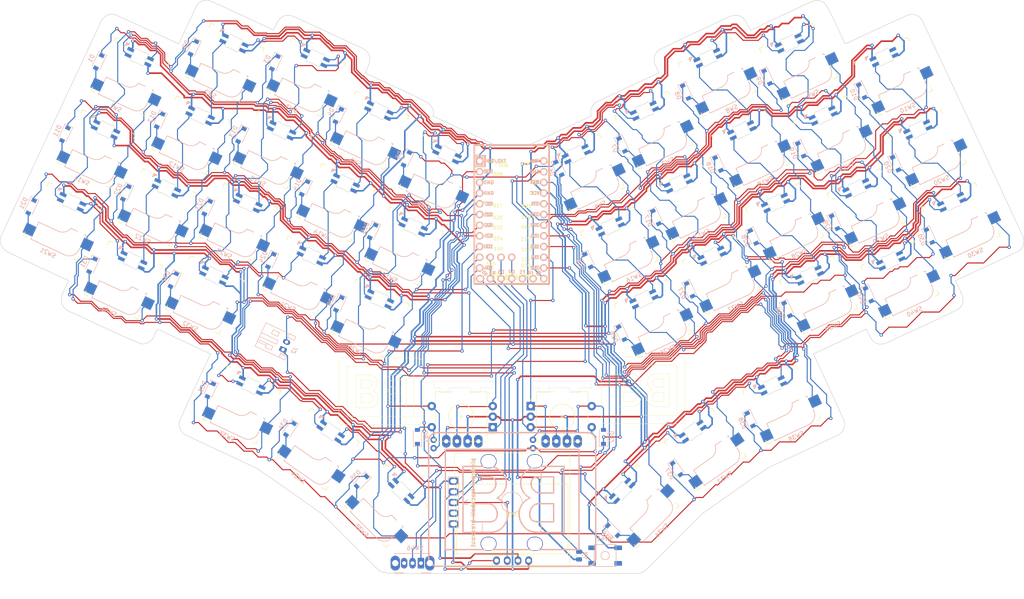
<source format=kicad_pcb>
(kicad_pcb (version 20171130) (host pcbnew "(5.1.10)-1")
  (layers (0 F.Cu signal) (31 B.Cu signal) (34 B.Paste user) (35 F.Paste user) (36 B.SilkS user hide) (37 F.SilkS user) (38 B.Mask user) (39 F.Mask user hide) (44 Edge.Cuts user))
  (net 0 "")
  (net 1 GND)
  (net 2 +5V)
  (net 3 "Net-(D1-Pad2)")
  (net 4 row0)
  (net 5 "Net-(D2-Pad2)")
  (net 6 "Net-(D3-Pad2)")
  (net 7 "Net-(D4-Pad2)")
  (net 8 "Net-(D5-Pad2)")
  (net 9 "Net-(D6-Pad2)")
  (net 10 "Net-(D7-Pad2)")
  (net 11 "Net-(D8-Pad2)")
  (net 12 "Net-(D9-Pad2)")
  (net 13 "Net-(D10-Pad2)")
  (net 14 "Net-(D11-Pad2)")
  (net 15 row1)
  (net 16 "Net-(D12-Pad2)")
  (net 17 "Net-(D13-Pad2)")
  (net 18 "Net-(D14-Pad2)")
  (net 19 "Net-(D15-Pad2)")
  (net 20 "Net-(D16-Pad2)")
  (net 21 "Net-(D17-Pad2)")
  (net 22 "Net-(D18-Pad2)")
  (net 23 "Net-(D19-Pad2)")
  (net 24 "Net-(D20-Pad2)")
  (net 25 "Net-(D21-Pad2)")
  (net 26 row2)
  (net 27 "Net-(D22-Pad2)")
  (net 28 "Net-(D23-Pad2)")
  (net 29 "Net-(D24-Pad2)")
  (net 30 "Net-(D25-Pad2)")
  (net 31 "Net-(D26-Pad2)")
  (net 32 "Net-(D27-Pad2)")
  (net 33 "Net-(D28-Pad2)")
  (net 34 "Net-(D29-Pad2)")
  (net 35 "Net-(D30-Pad2)")
  (net 36 "Net-(D31-Pad2)")
  (net 37 row3)
  (net 38 "Net-(D32-Pad2)")
  (net 39 "Net-(D33-Pad2)")
  (net 40 "Net-(D34-Pad2)")
  (net 41 "Net-(D35-Pad2)")
  (net 42 "Net-(D36-Pad2)")
  (net 43 "Net-(D37-Pad2)")
  (net 44 "Net-(D38-Pad2)")
  (net 45 "Net-(D39-Pad2)")
  (net 46 "Net-(D40-Pad2)")
  (net 47 led)
  (net 48 "Net-(D41-Pad2)")
  (net 49 "Net-(D42-Pad2)")
  (net 50 "Net-(D43-Pad2)")
  (net 51 "Net-(D44-Pad2)")
  (net 52 "Net-(D45-Pad2)")
  (net 53 "Net-(D46-Pad2)")
  (net 54 "Net-(D47-Pad2)")
  (net 55 "Net-(D48-Pad2)")
  (net 56 "Net-(D49-Pad2)")
  (net 57 "Net-(D50-Pad2)")
  (net 58 "Net-(D51-Pad2)")
  (net 59 "Net-(D52-Pad2)")
  (net 60 "Net-(D53-Pad2)")
  (net 61 "Net-(D54-Pad2)")
  (net 62 "Net-(D55-Pad2)")
  (net 63 "Net-(D56-Pad2)")
  (net 64 "Net-(D57-Pad2)")
  (net 65 "Net-(D58-Pad2)")
  (net 66 "Net-(D59-Pad2)")
  (net 67 "Net-(D60-Pad2)")
  (net 68 "Net-(D61-Pad2)")
  (net 69 "Net-(D62-Pad2)")
  (net 70 "Net-(D63-Pad2)")
  (net 71 "Net-(D64-Pad2)")
  (net 72 "Net-(D65-Pad2)")
  (net 73 "Net-(D66-Pad2)")
  (net 74 "Net-(D67-Pad2)")
  (net 75 "Net-(D68-Pad2)")
  (net 76 "Net-(D69-Pad2)")
  (net 77 "Net-(D70-Pad2)")
  (net 78 "Net-(D71-Pad2)")
  (net 79 "Net-(D72-Pad2)")
  (net 80 "Net-(D73-Pad2)")
  (net 81 "Net-(D74-Pad2)")
  (net 82 "Net-(D75-Pad2)")
  (net 83 "Net-(D76-Pad2)")
  (net 84 "Net-(D77-Pad2)")
  (net 85 "Net-(D78-Pad2)")
  (net 86 "Net-(D79-Pad2)")
  (net 87 "Net-(D80-Pad2)")
  (net 88 RESET)
  (net 89 col0)
  (net 90 col1)
  (net 91 col2)
  (net 92 col3)
  (net 93 col4)
  (net 94 col5)
  (net 95 col6)
  (net 96 col7)
  (net 97 col8)
  (net 98 sda)
  (net 99 scl)
  (net 100 "Net-(J1-Pad4)")
  (net 101 "Net-(D81-Pad2)")
  (net 102 "Net-(D82-Pad2)")
  (net 103 ENC1B)
  (net 104 ENC1A)
  (net 105 ENC2B)
  (net 106 ENC2A)
  (net 107 "Net-(U1-Pad29)")
  (net 108 "Net-(SW44-PadNC)")
  (net 109 "Net-(SW45-PadNC)")
  (net 110 "Net-(U1-Pad28)")
  (net 111 row4)
  (net 112 B-)
  (net 113 "Net-(J2-Pad1)")
  (net 114 B+)
  (module Button_Switch_THT:SW_CuK_OS102011MA1QN1_SPDT_Angled (layer B.Cu) (at 124.287993 152.859804 180)
    (fp_text reference SW46 (at 1.4 3.6) (layer B.SilkS) (effects (justify mirror)))
    (fp_text value SW_DIP_x01)
    (pad "" thru_hole oval (at 6.1 0 180) (size 2.2 3.5) (drill 1.5) (layers *.Cu *.Mask))
    (pad "" thru_hole oval (at -2.1 0 180) (size 2.2 3.5) (drill 1.5) (layers *.Cu *.Mask))
    (pad 3 thru_hole oval (at 4 0 180) (size 1.5 2.5) (drill 0.9) (layers *.Cu *.Mask))
    (pad 2 thru_hole oval (at 2 0 180) (size 1.5 2.5) (drill 0.9) (layers *.Cu *.Mask) (net 113 "Net-(J2-Pad1)"))
    (pad 1 thru_hole rect (at 0 0 180) (size 1.5 2.5) (drill 0.9) (layers *.Cu *.Mask) (net 114 B+))
  )
  (module Connector_JST:JST_PH_S2B-PH-K_1x02_P2.00mm_Horizontal (layer B.Cu) (at 91.521993 102.136004 65)
    (fp_text reference J2 (at 1 2.55 65) (layer B.SilkS) (effects (justify mirror)))
    (fp_text value Conn_01x02_Female)
    (pad 2 thru_hole oval (at 2 0 65) (size 1.2 1.75) (drill 0.75) (layers *.Cu *.Mask) (net 112 B-))
    (pad 1 thru_hole roundrect (at 0 0 65) (size 1.2 1.75) (drill 0.75) (layers *.Cu *.Mask) (roundrect_rratio 0.208333) (net 113 "Net-(J2-Pad1)"))
  )
  (module kicad-keyboard-parts:MX_SK6812MINI-E (layer F.Cu) (at 120.301853 77.521465 155)
    (fp_text reference D56 hide)
    (fp_text value SK6812MINI-E)
    (fp_line (start 0.794452 6.579999) (end -0.794452 6.579999) (layer Edge.Cuts) (width 0.1))
    (fp_line (start 1.699999 4.377157) (end 1.699999 5.782841) (layer Edge.Cuts) (width 0.1))
    (fp_line (start -0.794452 3.58) (end 0.794453 3.58) (layer Edge.Cuts) (width 0.1))
    (fp_line (start -1.699999 5.782841) (end -1.699999 4.377157) (layer Edge.Cuts) (width 0.1))
    (fp_arc (start -0.794452 7.079999) (end -0.794452 6.579999) (angle -30.2992623) (layer Edge.Cuts) (width 0.1))
    (fp_arc (start 0.794452 7.079999) (end 1.046711 6.648298) (angle -30.29933433) (layer Edge.Cuts) (width 0.1))
    (fp_arc (start 1.298969 6.216597) (end 1.046711 6.648298) (angle -146.0055121) (layer Edge.Cuts) (width 0.1))
    (fp_arc (start 2.199999 5.782841) (end 1.699999 5.782841) (angle -25.70617777) (layer Edge.Cuts) (width 0.1))
    (fp_arc (start 2.199999 4.377157) (end 1.749484 4.160279) (angle -25.70608136) (layer Edge.Cuts) (width 0.1))
    (fp_arc (start 1.298969 3.943402) (end 1.749484 4.160279) (angle -146.0053097) (layer Edge.Cuts) (width 0.1))
    (fp_arc (start 0.794453 3.08) (end 0.794453 3.58) (angle -30.29922831) (layer Edge.Cuts) (width 0.1))
    (fp_arc (start -0.794452 3.08) (end -1.046711 3.5117) (angle -30.29928212) (layer Edge.Cuts) (width 0.1))
    (fp_arc (start -1.298969 3.943401) (end -1.046711 3.5117) (angle -146.0054017) (layer Edge.Cuts) (width 0.1))
    (fp_arc (start -2.199999 4.377157) (end -1.699999 4.377157) (angle -25.70611954) (layer Edge.Cuts) (width 0.1))
    (fp_arc (start -2.199999 5.782841) (end -1.749484 5.999719) (angle -25.70611205) (layer Edge.Cuts) (width 0.1))
    (fp_arc (start -1.298969 6.216596) (end -1.749484 5.999719) (angle -146.0053744) (layer Edge.Cuts) (width 0.1))
    (pad 3 smd roundrect (at 2.6 5.829999 65) (size 0.82 1.6) (layers B.Cu B.Paste B.Mask) (roundrect_rratio 0.1) (net 1 GND))
    (pad 4 smd roundrect (at 2.6 4.329999 65) (size 0.82 1.6) (layers B.Cu B.Paste B.Mask) (roundrect_rratio 0.1) (net 62 "Net-(D55-Pad2)"))
    (pad 2 smd roundrect (at -2.6 5.829999 65) (size 0.82 1.6) (layers B.Cu B.Paste B.Mask) (roundrect_rratio 0.1) (net 63 "Net-(D56-Pad2)"))
    (pad 1 smd roundrect (at -2.6 4.329999 65) (size 0.82 1.6) (layers B.Cu B.Paste B.Mask) (roundrect_rratio 0.1) (net 2 +5V))
  )
  (module Keebio-Parts:nice_nano (layer F.Cu) (at 145.852593 71.300404 270)
    (fp_text reference U2 hide)
    (fp_text value nice_nano hide)
    (fp_text user nice!nano (at 13.462 -0.254) (layer F.SilkS) (effects (font (size 1.5 1.5) (thickness 0.3))))
    (fp_text user 008 (at -11.5 5.53719) (layer B.SilkS) (effects (font (size 0.8 0.8)) (justify mirror)))
    (fp_text user 020 (at -1.2 5.53719) (layer B.SilkS) (effects (font (size 0.8 0.8)) (justify mirror)))
    (fp_text user 017 (at -3.81 5.53719) (layer B.SilkS) (effects (font (size 0.8 0.8)) (justify mirror)))
    (fp_text user GND (at -6.35 5.461) (layer B.SilkS) (effects (font (size 0.8 0.8)) (justify mirror)))
    (fp_text user GND (at -8.89 5.461) (layer B.SilkS) (effects (font (size 0.8 0.8)) (justify mirror)))
    (fp_text user 022 (at 1.3 5.53719) (layer B.SilkS) (effects (font (size 0.8 0.8)) (justify mirror)))
    (fp_text user 024 (at 3.8 5.53719) (layer B.SilkS) (effects (font (size 0.8 0.8)) (justify mirror)))
    (fp_text user 100 (at 6.35 5.53719) (layer B.SilkS) (effects (font (size 0.8 0.8)) (justify mirror)))
    (fp_text user 104 (at 11.43 5.53719) (layer B.SilkS) (effects (font (size 0.8 0.8)) (justify mirror)))
    (fp_text user 010 (at 10.848 -3.38) (layer F.SilkS) (effects (font (size 0.8 0.8))))
    (fp_text user 111 (at 8.89 -5.537191) (layer B.SilkS) (effects (font (size 0.8 0.8)) (justify mirror)))
    (fp_text user 113 (at 6.35 -5.537191) (layer B.SilkS) (effects (font (size 0.8 0.8)) (justify mirror)))
    (fp_text user 115 (at 4.568 -3.34) (layer F.SilkS) (effects (font (size 0.8 0.8))))
    (fp_text user 002 (at 1.708 -3.34) (layer F.SilkS) (effects (font (size 0.8 0.8))))
    (fp_text user 029 (at -0.612 -3.41) (layer F.SilkS) (effects (font (size 0.8 0.8))))
    (fp_text user 031 (at -3.81 -5.537191) (layer B.SilkS) (effects (font (size 0.8 0.8)) (justify mirror)))
    (fp_text user VCC (at -6.35 -5.537191) (layer B.SilkS) (effects (font (size 0.8 0.8)) (justify mirror)))
    (fp_text user GND (at -11.43 -5.454667) (layer B.SilkS) (effects (font (size 0.8 0.8)) (justify mirror)))
    (fp_text user RAW (at -13.97 -5.473715) (layer B.SilkS) (effects (font (size 0.8 0.8)) (justify mirror)))
    (fp_text user RAW (at -13.242 -3.16) (layer F.SilkS) (effects (font (size 0.8 0.8))))
    (fp_text user GND (at -11.43 -5.454667) (layer F.SilkS) (effects (font (size 0.8 0.8))))
    (fp_text user RST (at -8.89 -5.588) (layer F.SilkS) (effects (font (size 0.8 0.8))))
    (fp_text user VCC (at -6.35 -5.537191) (layer F.SilkS) (effects (font (size 0.8 0.8))))
    (fp_text user 031 (at -3.252 -3.55) (layer F.SilkS) (effects (font (size 0.8 0.8))))
    (fp_text user 029 (at -1.27 -5.537191) (layer B.SilkS) (effects (font (size 0.8 0.8)) (justify mirror)))
    (fp_text user 002 (at 1.27 -5.537191) (layer B.SilkS) (effects (font (size 0.8 0.8)) (justify mirror)))
    (fp_text user 115 (at 3.81 -5.537191) (layer B.SilkS) (effects (font (size 0.8 0.8)) (justify mirror)))
    (fp_text user 113 (at 7.058 -3.41) (layer F.SilkS) (effects (font (size 0.8 0.8))))
    (fp_text user 111 (at 9.378 -3.38) (layer F.SilkS) (effects (font (size 0.8 0.8))))
    (fp_text user 010 (at 11.43 -5.537191) (layer B.SilkS) (effects (font (size 0.8 0.8)) (justify mirror)))
    (fp_text user 104 (at 10.458 4.9) (layer F.SilkS) (effects (font (size 0.8 0.8))))
    (fp_text user 100 (at 6.918 3.16) (layer F.SilkS) (effects (font (size 0.8 0.8))))
    (fp_text user 024 (at 4.498 3.23) (layer F.SilkS) (effects (font (size 0.8 0.8))))
    (fp_text user 022 (at 1.888 3.26) (layer F.SilkS) (effects (font (size 0.8 0.8))))
    (fp_text user GND (at -8.89 5.461) (layer F.SilkS) (effects (font (size 0.8 0.8))))
    (fp_text user GND (at -6.35 5.461) (layer F.SilkS) (effects (font (size 0.8 0.8))))
    (fp_text user 017 (at -3.392 3.3) (layer F.SilkS) (effects (font (size 0.8 0.8))))
    (fp_text user 020 (at -0.542 3.33) (layer F.SilkS) (effects (font (size 0.8 0.8))))
    (fp_text user 008 (at -10.782 3.26) (layer F.SilkS) (effects (font (size 0.8 0.8))))
    (fp_text user 006 (at -13.97 5.53719) (layer B.SilkS) (effects (font (size 0.8 0.8)) (justify mirror)))
    (fp_text user 006 (at -12.922 1.94) (layer F.SilkS) (effects (font (size 0.8 0.8))))
    (fp_text user RST (at -8.89 -5.588) (layer B.SilkS) (effects (font (size 0.8 0.8)) (justify mirror)))
    (pad 1 thru_hole circle (at -13.97 7.62 270) (size 1.7526 1.7526) (drill 1.0922) (layers *.Cu *.SilkS *.Mask) (net 47 led))
    (pad 2 thru_hole circle (at -11.43 7.62 270) (size 1.7526 1.7526) (drill 1.0922) (layers *.Cu *.SilkS *.Mask) (net 89 col0))
    (pad 3 thru_hole circle (at -8.89 7.62 270) (size 1.7526 1.7526) (drill 1.0922) (layers *.Cu *.SilkS *.Mask) (net 1 GND))
    (pad 4 thru_hole circle (at -6.35 7.62 270) (size 1.7526 1.7526) (drill 1.0922) (layers *.Cu *.SilkS *.Mask) (net 1 GND))
    (pad 5 thru_hole circle (at -3.81 7.62 270) (size 1.7526 1.7526) (drill 1.0922) (layers *.Cu *.SilkS *.Mask) (net 98 sda))
    (pad 6 thru_hole circle (at -1.27 7.62 270) (size 1.7526 1.7526) (drill 1.0922) (layers *.Cu *.SilkS *.Mask) (net 99 scl))
    (pad 7 thru_hole circle (at 1.27 7.62 270) (size 1.7526 1.7526) (drill 1.0922) (layers *.Cu *.SilkS *.Mask) (net 90 col1))
    (pad 8 thru_hole circle (at 3.81 7.62 270) (size 1.7526 1.7526) (drill 1.0922) (layers *.Cu *.SilkS *.Mask) (net 91 col2))
    (pad 9 thru_hole circle (at 6.35 7.62 270) (size 1.7526 1.7526) (drill 1.0922) (layers *.Cu *.SilkS *.Mask) (net 92 col3))
    (pad 10 thru_hole circle (at 8.89 7.62 270) (size 1.7526 1.7526) (drill 1.0922) (layers *.Cu *.SilkS *.Mask) (net 93 col4))
    (pad 11 thru_hole circle (at 11.43 7.62 270) (size 1.7526 1.7526) (drill 1.0922) (layers *.Cu *.SilkS *.Mask) (net 37 row3))
    (pad 13 thru_hole circle (at 13.97 -7.62 270) (size 1.7526 1.7526) (drill 1.0922) (layers *.Cu *.SilkS *.Mask) (net 4 row0))
    (pad 14 thru_hole circle (at 11.43 -7.62 270) (size 1.7526 1.7526) (drill 1.0922) (layers *.Cu *.SilkS *.Mask) (net 111 row4))
    (pad 15 thru_hole circle (at 8.89 -7.62 270) (size 1.7526 1.7526) (drill 1.0922) (layers *.Cu *.SilkS *.Mask) (net 106 ENC2A))
    (pad 16 thru_hole circle (at 6.35 -7.62 270) (size 1.7526 1.7526) (drill 1.0922) (layers *.Cu *.SilkS *.Mask) (net 97 col8))
    (pad 17 thru_hole circle (at 3.81 -7.62 270) (size 1.7526 1.7526) (drill 1.0922) (layers *.Cu *.SilkS *.Mask) (net 96 col7))
    (pad 18 thru_hole circle (at 1.27 -7.62 270) (size 1.7526 1.7526) (drill 1.0922) (layers *.Cu *.SilkS *.Mask) (net 95 col6))
    (pad 19 thru_hole circle (at -1.27 -7.62 270) (size 1.7526 1.7526) (drill 1.0922) (layers *.Cu *.SilkS *.Mask) (net 94 col5))
    (pad 20 thru_hole circle (at -3.81 -7.62 270) (size 1.7526 1.7526) (drill 1.0922) (layers *.Cu *.SilkS *.Mask) (net 15 row1))
    (pad 21 thru_hole circle (at -6.35 -7.62 270) (size 1.7526 1.7526) (drill 1.0922) (layers *.Cu *.SilkS *.Mask) (net 2 +5V))
    (pad 22 thru_hole circle (at -8.89 -7.62 270) (size 1.7526 1.7526) (drill 1.0922) (layers *.Cu *.SilkS *.Mask) (net 88 RESET))
    (pad 23 thru_hole circle (at -11.43 -7.62 270) (size 1.7526 1.7526) (drill 1.0922) (layers *.Cu *.SilkS *.Mask) (net 112 B-))
    (pad 12 thru_hole circle (at 13.97 7.62 270) (size 1.7526 1.7526) (drill 1.0922) (layers *.Cu *.SilkS *.Mask) (net 26 row2))
    (pad 24 thru_hole circle (at -13.97 -7.62 270) (size 1.7526 1.7526) (drill 1.0922) (layers *.Cu *.SilkS *.Mask) (net 114 B+))
    (pad 31 thru_hole circle (at 8.89 5.08 270) (size 1.7526 1.7526) (drill 1.0922) (layers *.Cu *.SilkS *.Mask) (net 103 ENC1B))
    (pad 32 thru_hole circle (at 8.89 2.54 270) (size 1.7526 1.7526) (drill 1.0922) (layers *.Cu *.SilkS *.Mask) (net 104 ENC1A))
    (pad 33 thru_hole circle (at 8.89 0 270) (size 1.7526 1.7526) (drill 1.0922) (layers *.Cu *.SilkS *.Mask) (net 105 ENC2B))
  )
  (module Keebio-Parts:Elite-C (layer F.Cu) (at 145.852593 71.300404 270)
    (fp_text reference U1 hide)
    (fp_text value Elite-C hide)
    (fp_text user D5 (at 12.4 2.54) (layer B.SilkS) (effects (font (size 0.8 0.8)) (justify mirror)))
    (fp_text user D5 (at 12.4 2.54) (layer F.SilkS) (effects (font (size 0.8 0.8))))
    (fp_text user F1 (at 12.4 -2.54) (layer F.SilkS) (effects (font (size 0.8 0.8))))
    (fp_text user F1 (at 12.4 -2.54) (layer B.SilkS) (effects (font (size 0.8 0.8)) (justify mirror)))
    (fp_text user C7 (at 12.4 0) (layer B.SilkS) (effects (font (size 0.8 0.8)) (justify mirror)))
    (fp_text user C7 (at 12.4 0) (layer F.SilkS) (effects (font (size 0.8 0.8))))
    (fp_text user B6 (at 12.7 -6.4 45 unlocked) (layer B.SilkS) (effects (font (size 0.7 0.7)) (justify mirror)))
    (fp_text user B6 (at 12.7 -6.4 45 unlocked) (layer F.SilkS) (effects (font (size 0.7 0.7))))
    (fp_text user F0 (at 12.6 -4.5) (layer F.SilkS) (effects (font (size 0.7 0.7))))
    (fp_text user F0 (at 12.6 -4.5) (layer B.SilkS) (effects (font (size 0.7 0.7)) (justify mirror)))
    (fp_text user B7 (at 12.6 4.5) (layer B.SilkS) (effects (font (size 0.7 0.7)) (justify mirror)))
    (fp_text user B7 (at 12.6 4.5) (layer F.SilkS) (effects (font (size 0.7 0.7))))
    (fp_text user ST (at -8.91 -5.04) (layer B.SilkS) (effects (font (size 0.8 0.8)) (justify mirror)))
    (fp_text user TX0/D3 (at -13.97 3.571872) (layer F.SilkS) (effects (font (size 0.8 0.8))))
    (fp_text user TX0/D3 (at -13.97 3.571872) (layer B.SilkS) (effects (font (size 0.8 0.8)) (justify mirror)))
    (fp_text user D2 (at -11.43 5.461) (layer F.SilkS) (effects (font (size 0.8 0.8))))
    (fp_text user D0 (at -1.27 5.461) (layer F.SilkS) (effects (font (size 0.8 0.8))))
    (fp_text user D1 (at -3.81 5.461) (layer F.SilkS) (effects (font (size 0.8 0.8))))
    (fp_text user GND (at -6.35 5.461) (layer F.SilkS) (effects (font (size 0.8 0.8))))
    (fp_text user GND (at -8.89 5.461) (layer F.SilkS) (effects (font (size 0.8 0.8))))
    (fp_text user D4 (at 1.27 5.461) (layer F.SilkS) (effects (font (size 0.8 0.8))))
    (fp_text user C6 (at 3.81 5.461) (layer F.SilkS) (effects (font (size 0.8 0.8))))
    (fp_text user D7 (at 6.35 5.461) (layer F.SilkS) (effects (font (size 0.8 0.8))))
    (fp_text user E6 (at 8.89 5.461) (layer F.SilkS) (effects (font (size 0.8 0.8))))
    (fp_text user B4 (at 11.43 5.461) (layer F.SilkS) (effects (font (size 0.8 0.8))))
    (fp_text user B5 (at 12.7 6.4 135) (layer F.SilkS) (effects (font (size 0.7 0.7))))
    (fp_text user B2 (at 11.43 -5.461) (layer B.SilkS) (effects (font (size 0.8 0.8)) (justify mirror)))
    (fp_text user B3 (at 8.89 -5.461) (layer F.SilkS) (effects (font (size 0.8 0.8))))
    (fp_text user B1 (at 6.35 -5.461) (layer F.SilkS) (effects (font (size 0.8 0.8))))
    (fp_text user F7 (at 3.81 -5.461) (layer B.SilkS) (effects (font (size 0.8 0.8)) (justify mirror)))
    (fp_text user F6 (at 1.27 -5.461) (layer B.SilkS) (effects (font (size 0.8 0.8)) (justify mirror)))
    (fp_text user F5 (at -1.27 -5.461) (layer B.SilkS) (effects (font (size 0.8 0.8)) (justify mirror)))
    (fp_text user F4 (at -3.81 -5.461) (layer F.SilkS) (effects (font (size 0.8 0.8))))
    (fp_text user VCC (at -6.35 -5.461) (layer F.SilkS) (effects (font (size 0.8 0.8))))
    (fp_text user GND (at -11.43 -5.461) (layer F.SilkS) (effects (font (size 0.8 0.8))))
    (fp_text user B0 (at -13.97 -5.461) (layer F.SilkS) (effects (font (size 0.8 0.8))))
    (fp_text user B0 (at -13.97 -5.461) (layer B.SilkS) (effects (font (size 0.8 0.8)) (justify mirror)))
    (fp_text user GND (at -11.43 -5.461) (layer B.SilkS) (effects (font (size 0.8 0.8)) (justify mirror)))
    (fp_text user VCC (at -6.35 -5.461) (layer B.SilkS) (effects (font (size 0.8 0.8)) (justify mirror)))
    (fp_text user F4 (at -3.81 -5.461) (layer B.SilkS) (effects (font (size 0.8 0.8)) (justify mirror)))
    (fp_text user F5 (at -1.27 -5.461) (layer F.SilkS) (effects (font (size 0.8 0.8))))
    (fp_text user F6 (at 1.27 -5.461) (layer F.SilkS) (effects (font (size 0.8 0.8))))
    (fp_text user F7 (at 3.81 -5.461) (layer F.SilkS) (effects (font (size 0.8 0.8))))
    (fp_text user B1 (at 6.35 -5.461) (layer B.SilkS) (effects (font (size 0.8 0.8)) (justify mirror)))
    (fp_text user B3 (at 8.89 -5.461) (layer B.SilkS) (effects (font (size 0.8 0.8)) (justify mirror)))
    (fp_text user B2 (at 11.43 -5.461) (layer F.SilkS) (effects (font (size 0.8 0.8))))
    (fp_text user B5 (at 12.7 6.4 135) (layer B.SilkS) (effects (font (size 0.7 0.7)) (justify mirror)))
    (fp_text user B4 (at 11.43 5.461) (layer B.SilkS) (effects (font (size 0.8 0.8)) (justify mirror)))
    (fp_text user E6 (at 8.89 5.461) (layer B.SilkS) (effects (font (size 0.8 0.8)) (justify mirror)))
    (fp_text user D7 (at 6.35 5.461) (layer B.SilkS) (effects (font (size 0.8 0.8)) (justify mirror)))
    (fp_text user C6 (at 3.81 5.461) (layer B.SilkS) (effects (font (size 0.8 0.8)) (justify mirror)))
    (fp_text user D4 (at 1.27 5.461) (layer B.SilkS) (effects (font (size 0.8 0.8)) (justify mirror)))
    (fp_text user GND (at -8.89 5.461) (layer B.SilkS) (effects (font (size 0.8 0.8)) (justify mirror)))
    (fp_text user GND (at -6.35 5.461) (layer B.SilkS) (effects (font (size 0.8 0.8)) (justify mirror)))
    (fp_text user D1 (at -3.81 5.461) (layer B.SilkS) (effects (font (size 0.8 0.8)) (justify mirror)))
    (fp_text user D0 (at -1.27 5.461) (layer B.SilkS) (effects (font (size 0.8 0.8)) (justify mirror)))
    (fp_text user D2 (at -11.43 5.461) (layer B.SilkS) (effects (font (size 0.8 0.8)) (justify mirror)))
    (pad 25 thru_hole circle (at 13.97 5.08 270) (size 1.7526 1.7526) (drill 1.0922) (layers *.Cu *.SilkS *.Mask) (net 103 ENC1B))
    (pad 26 thru_hole circle (at 13.97 2.54 270) (size 1.7526 1.7526) (drill 1.0922) (layers *.Cu *.SilkS *.Mask) (net 104 ENC1A))
    (pad 27 thru_hole circle (at 13.97 0 270) (size 1.7526 1.7526) (drill 1.0922) (layers *.Cu *.SilkS *.Mask) (net 105 ENC2B))
    (pad 28 thru_hole circle (at 13.97 -2.54 270) (size 1.7526 1.7526) (drill 1.0922) (layers *.Cu *.SilkS *.Mask) (net 110 "Net-(U1-Pad28)"))
    (pad 29 thru_hole circle (at 13.97 -5.08 270) (size 1.7526 1.7526) (drill 1.0922) (layers *.Cu *.SilkS *.Mask) (net 107 "Net-(U1-Pad29)"))
    (pad 24 thru_hole circle (at -13.97 -7.62 270) (size 1.7526 1.7526) (drill 1.0922) (layers *.Cu *.SilkS *.Mask) (net 114 B+))
    (pad 12 thru_hole circle (at 13.97 7.3914 270) (size 1.7526 1.7526) (drill 1.0922) (layers *.Cu *.SilkS *.Mask) (net 26 row2))
    (pad 23 thru_hole circle (at -11.43 -7.62 270) (size 1.7526 1.7526) (drill 1.0922) (layers *.Cu *.SilkS *.Mask) (net 112 B-))
    (pad 22 thru_hole circle (at -8.89 -7.62 270) (size 1.7526 1.7526) (drill 1.0922) (layers *.Cu *.SilkS *.Mask) (net 88 RESET))
    (pad 21 thru_hole circle (at -6.35 -7.62 270) (size 1.7526 1.7526) (drill 1.0922) (layers *.Cu *.SilkS *.Mask) (net 2 +5V))
    (pad 20 thru_hole circle (at -3.81 -7.62 270) (size 1.7526 1.7526) (drill 1.0922) (layers *.Cu *.SilkS *.Mask) (net 15 row1))
    (pad 19 thru_hole circle (at -1.27 -7.62 270) (size 1.7526 1.7526) (drill 1.0922) (layers *.Cu *.SilkS *.Mask) (net 94 col5))
    (pad 18 thru_hole circle (at 1.27 -7.62 270) (size 1.7526 1.7526) (drill 1.0922) (layers *.Cu *.SilkS *.Mask) (net 95 col6))
    (pad 17 thru_hole circle (at 3.81 -7.62 270) (size 1.7526 1.7526) (drill 1.0922) (layers *.Cu *.SilkS *.Mask) (net 96 col7))
    (pad 16 thru_hole circle (at 6.35 -7.62 270) (size 1.7526 1.7526) (drill 1.0922) (layers *.Cu *.SilkS *.Mask) (net 97 col8))
    (pad 15 thru_hole circle (at 8.89 -7.62 270) (size 1.7526 1.7526) (drill 1.0922) (layers *.Cu *.SilkS *.Mask) (net 106 ENC2A))
    (pad 14 thru_hole circle (at 11.43 -7.62 270) (size 1.7526 1.7526) (drill 1.0922) (layers *.Cu *.SilkS *.Mask) (net 111 row4))
    (pad 13 thru_hole circle (at 13.97 -7.62 270) (size 1.7526 1.7526) (drill 1.0922) (layers *.Cu *.SilkS *.Mask) (net 4 row0))
    (pad 11 thru_hole circle (at 11.43 7.62 270) (size 1.7526 1.7526) (drill 1.0922) (layers *.Cu *.SilkS *.Mask) (net 37 row3))
    (pad 10 thru_hole circle (at 8.89 7.62 270) (size 1.7526 1.7526) (drill 1.0922) (layers *.Cu *.SilkS *.Mask) (net 93 col4))
    (pad 9 thru_hole circle (at 6.35 7.62 270) (size 1.7526 1.7526) (drill 1.0922) (layers *.Cu *.SilkS *.Mask) (net 92 col3))
    (pad 8 thru_hole circle (at 3.81 7.62 270) (size 1.7526 1.7526) (drill 1.0922) (layers *.Cu *.SilkS *.Mask) (net 91 col2))
    (pad 7 thru_hole circle (at 1.27 7.62 270) (size 1.7526 1.7526) (drill 1.0922) (layers *.Cu *.SilkS *.Mask) (net 90 col1))
    (pad 6 thru_hole circle (at -1.27 7.62 270) (size 1.7526 1.7526) (drill 1.0922) (layers *.Cu *.SilkS *.Mask) (net 99 scl))
    (pad 5 thru_hole circle (at -3.81 7.62 270) (size 1.7526 1.7526) (drill 1.0922) (layers *.Cu *.SilkS *.Mask) (net 98 sda))
    (pad 4 thru_hole circle (at -6.35 7.62 270) (size 1.7526 1.7526) (drill 1.0922) (layers *.Cu *.SilkS *.Mask) (net 1 GND))
    (pad 3 thru_hole circle (at -8.89 7.62 270) (size 1.7526 1.7526) (drill 1.0922) (layers *.Cu *.SilkS *.Mask) (net 1 GND))
    (pad 2 thru_hole circle (at -11.43 7.62 270) (size 1.7526 1.7526) (drill 1.0922) (layers *.Cu *.SilkS *.Mask) (net 89 col0))
    (pad 1 thru_hole rect (at -13.97 7.62 270) (size 1.7526 1.7526) (drill 1.0922) (layers *.Cu *.SilkS *.Mask) (net 47 led))
  )
  (module kicad-keyboard-parts:MX_SK6812MINI-E (layer F.Cu) (at 99.926318 125.760259 145)
    (fp_text reference D59 hide)
    (fp_text value SK6812MINI-E)
    (fp_line (start 0.794452 6.579999) (end -0.794452 6.579999) (layer Edge.Cuts) (width 0.1))
    (fp_line (start 1.699999 4.377157) (end 1.699999 5.782841) (layer Edge.Cuts) (width 0.1))
    (fp_line (start -0.794452 3.58) (end 0.794453 3.58) (layer Edge.Cuts) (width 0.1))
    (fp_line (start -1.699999 5.782841) (end -1.699999 4.377157) (layer Edge.Cuts) (width 0.1))
    (fp_arc (start -0.794452 7.079999) (end -0.794452 6.579999) (angle -30.2992623) (layer Edge.Cuts) (width 0.1))
    (fp_arc (start 0.794452 7.079999) (end 1.046711 6.648298) (angle -30.29933433) (layer Edge.Cuts) (width 0.1))
    (fp_arc (start 1.298969 6.216597) (end 1.046711 6.648298) (angle -146.0055121) (layer Edge.Cuts) (width 0.1))
    (fp_arc (start 2.199999 5.782841) (end 1.699999 5.782841) (angle -25.70617777) (layer Edge.Cuts) (width 0.1))
    (fp_arc (start 2.199999 4.377157) (end 1.749484 4.160279) (angle -25.70608136) (layer Edge.Cuts) (width 0.1))
    (fp_arc (start 1.298969 3.943402) (end 1.749484 4.160279) (angle -146.0053097) (layer Edge.Cuts) (width 0.1))
    (fp_arc (start 0.794453 3.08) (end 0.794453 3.58) (angle -30.29922831) (layer Edge.Cuts) (width 0.1))
    (fp_arc (start -0.794452 3.08) (end -1.046711 3.5117) (angle -30.29928212) (layer Edge.Cuts) (width 0.1))
    (fp_arc (start -1.298969 3.943401) (end -1.046711 3.5117) (angle -146.0054017) (layer Edge.Cuts) (width 0.1))
    (fp_arc (start -2.199999 4.377157) (end -1.699999 4.377157) (angle -25.70611954) (layer Edge.Cuts) (width 0.1))
    (fp_arc (start -2.199999 5.782841) (end -1.749484 5.999719) (angle -25.70611205) (layer Edge.Cuts) (width 0.1))
    (fp_arc (start -1.298969 6.216596) (end -1.749484 5.999719) (angle -146.0053744) (layer Edge.Cuts) (width 0.1))
    (pad 3 smd roundrect (at 2.6 5.829999 55) (size 0.82 1.6) (layers B.Cu B.Paste B.Mask) (roundrect_rratio 0.1) (net 1 GND))
    (pad 4 smd roundrect (at 2.6 4.329999 55) (size 0.82 1.6) (layers B.Cu B.Paste B.Mask) (roundrect_rratio 0.1) (net 65 "Net-(D58-Pad2)"))
    (pad 2 smd roundrect (at -2.6 5.829999 55) (size 0.82 1.6) (layers B.Cu B.Paste B.Mask) (roundrect_rratio 0.1) (net 66 "Net-(D59-Pad2)"))
    (pad 1 smd roundrect (at -2.6 4.329999 55) (size 0.82 1.6) (layers B.Cu B.Paste B.Mask) (roundrect_rratio 0.1) (net 2 +5V))
  )
  (module other_parts:EVQWGD001 (layer F.Cu) (at 157.852593 118.058404 180)
    (fp_text reference SW45 hide)
    (fp_text value EVQWGD001)
    (fp_line (start -6.4 8.4) (end 6.4 8.4) (layer Edge.Cuts) (width 0.05))
    (fp_line (start -6.4 6.900001) (end -4.25 6.9) (layer Edge.Cuts) (width 0.05))
    (fp_line (start 5.4 6.7) (end 5.4 6.4) (layer Edge.Cuts) (width 0.05))
    (fp_line (start 3.2 6.7) (end 3.2 6.4) (layer Edge.Cuts) (width 0.05))
    (fp_line (start -1.65 6.9) (end 3 6.9) (layer Edge.Cuts) (width 0.05))
    (fp_line (start -1.85 6.7) (end -1.85 6.4) (layer Edge.Cuts) (width 0.05))
    (fp_line (start -4.05 6.7) (end -4.05 6.4) (layer Edge.Cuts) (width 0.05))
    (fp_line (start 5.6 6.9) (end 6.4 6.9) (layer Edge.Cuts) (width 0.05))
    (fp_line (start 6.95 7.45) (end 6.95 7.85) (layer Edge.Cuts) (width 0.05))
    (fp_line (start -6.94997 7.450024) (end -6.95 7.85) (layer Edge.Cuts) (width 0.05))
    (fp_line (start -2.4 5.85) (end -3.5 5.85) (layer Edge.Cuts) (width 0.05))
    (fp_line (start 4.85 5.85) (end 3.75 5.85) (layer Edge.Cuts) (width 0.05))
    (fp_arc (start -4.25 6.7) (end -4.25 6.9) (angle -90) (layer Edge.Cuts) (width 0.05))
    (fp_arc (start -1.65 6.7) (end -1.85 6.7) (angle -90) (layer Edge.Cuts) (width 0.05))
    (fp_arc (start 3 6.7) (end 3 6.9) (angle -90) (layer Edge.Cuts) (width 0.05))
    (fp_arc (start 5.6 6.7) (end 5.4 6.7) (angle -90) (layer Edge.Cuts) (width 0.05))
    (fp_arc (start -3.8 6.1) (end -3.5 5.85) (angle -190.3888578) (layer Edge.Cuts) (width 0.05))
    (fp_arc (start -2.1 6.1) (end -1.85 6.4) (angle -190.3888578) (layer Edge.Cuts) (width 0.05))
    (fp_arc (start 3.45 6.1) (end 3.75 5.85) (angle -190.3888578) (layer Edge.Cuts) (width 0.05))
    (fp_arc (start 5.15 6.1) (end 5.4 6.4) (angle -190.3888578) (layer Edge.Cuts) (width 0.05))
    (fp_arc (start 6.7 7.15) (end 6.95 7.45) (angle -190.3888578) (layer Edge.Cuts) (width 0.05))
    (fp_arc (start 6.7 8.15) (end 6.4 8.4) (angle -190.3888578) (layer Edge.Cuts) (width 0.05))
    (fp_arc (start -6.7 8.15) (end -6.95 7.85) (angle -190.3888578) (layer Edge.Cuts) (width 0.05))
    (fp_arc (start -6.7 7.15) (end -6.4 6.900001) (angle -190.3946062) (layer Edge.Cuts) (width 0.05))
    (pad "" np_thru_hole circle (at -6.21 -5.85 180) (size 1.6 1.6) (drill 1.6) (layers *.Cu))
    (pad NC thru_hole oval (at -3.67 -5.85 180) (size 2 3) (drill 1) (layers *.Cu B.Mask) (net 109 "Net-(SW45-PadNC)"))
    (pad C thru_hole oval (at -1.13 -5.85 180) (size 2 3) (drill 1) (layers *.Cu B.Mask) (net 1 GND))
    (pad B thru_hole oval (at 1.41 -5.85 180) (size 2 3) (drill 1) (layers *.Cu B.Mask) (net 105 ENC2B))
    (pad A thru_hole oval (at 3.95 -5.85 180) (size 2 3) (drill 1) (layers *.Cu B.Mask) (net 106 ENC2A))
    (pad S2 thru_hole oval (at 6.95 -5.5 180) (size 1.524 1.524) (drill 0.762) (layers *.Cu B.Mask) (net 102 "Net-(D82-Pad2)"))
    (pad S1 thru_hole circle (at 6.95 -7.5 180) (size 1.524 1.524) (drill 0.762) (layers *.Cu B.Mask) (net 92 col3))
  )
  (module Keebio-Parts:RotaryEncoder_EC11-no-legs (layer F.Cu) (at 157.852593 118.058404)
    (fp_text reference SW43)
    (fp_text value RotaryEncoder_Switch)
    (pad A thru_hole rect (at -7.5 -2.5) (size 2 2) (drill 1) (layers *.Cu *.Mask) (net 106 ENC2A))
    (pad C thru_hole circle (at -7.5 0) (size 2 2) (drill 1) (layers *.Cu *.Mask) (net 1 GND))
    (pad B thru_hole circle (at -7.5 2.5) (size 2 2) (drill 1) (layers *.Cu *.Mask) (net 105 ENC2B))
    (pad S2 thru_hole circle (at 7 -2.5) (size 2 2) (drill 1) (layers *.Cu *.Mask) (net 102 "Net-(D82-Pad2)"))
    (pad S1 thru_hole circle (at 7 2.5) (size 2 2) (drill 1) (layers *.Cu *.Mask) (net 92 col3))
  )
  (module Keebio-Parts:RotaryEncoder_EC11-no-legs (layer F.Cu) (at 133.852593 118.058404 180)
    (fp_text reference SW42)
    (fp_text value RotaryEncoder_Switch)
    (pad A thru_hole rect (at -7.5 -2.5 180) (size 2 2) (drill 1) (layers *.Cu *.Mask) (net 104 ENC1A))
    (pad C thru_hole circle (at -7.5 0 180) (size 2 2) (drill 1) (layers *.Cu *.Mask) (net 1 GND))
    (pad B thru_hole circle (at -7.5 2.5 180) (size 2 2) (drill 1) (layers *.Cu *.Mask) (net 103 ENC1B))
    (pad S2 thru_hole circle (at 7 -2.5 180) (size 2 2) (drill 1) (layers *.Cu *.Mask) (net 101 "Net-(D81-Pad2)"))
    (pad S1 thru_hole circle (at 7 2.5 180) (size 2 2) (drill 1) (layers *.Cu *.Mask) (net 93 col4))
  )
  (module other_parts:EVQWGD001 (layer F.Cu) (at 134.252593 118.058404 180)
    (fp_text reference SW44 hide)
    (fp_text value EVQWGD001)
    (fp_line (start -6.4 8.4) (end 6.4 8.4) (layer Edge.Cuts) (width 0.05))
    (fp_line (start -6.4 6.900001) (end -4.25 6.9) (layer Edge.Cuts) (width 0.05))
    (fp_line (start 5.4 6.7) (end 5.4 6.4) (layer Edge.Cuts) (width 0.05))
    (fp_line (start 3.2 6.7) (end 3.2 6.4) (layer Edge.Cuts) (width 0.05))
    (fp_line (start -1.65 6.9) (end 3 6.9) (layer Edge.Cuts) (width 0.05))
    (fp_line (start -1.85 6.7) (end -1.85 6.4) (layer Edge.Cuts) (width 0.05))
    (fp_line (start -4.05 6.7) (end -4.05 6.4) (layer Edge.Cuts) (width 0.05))
    (fp_line (start 5.6 6.9) (end 6.4 6.9) (layer Edge.Cuts) (width 0.05))
    (fp_line (start 6.95 7.45) (end 6.95 7.85) (layer Edge.Cuts) (width 0.05))
    (fp_line (start -6.94997 7.450024) (end -6.95 7.85) (layer Edge.Cuts) (width 0.05))
    (fp_line (start -2.4 5.85) (end -3.5 5.85) (layer Edge.Cuts) (width 0.05))
    (fp_line (start 4.85 5.85) (end 3.75 5.85) (layer Edge.Cuts) (width 0.05))
    (fp_arc (start -4.25 6.7) (end -4.25 6.9) (angle -90) (layer Edge.Cuts) (width 0.05))
    (fp_arc (start -1.65 6.7) (end -1.85 6.7) (angle -90) (layer Edge.Cuts) (width 0.05))
    (fp_arc (start 3 6.7) (end 3 6.9) (angle -90) (layer Edge.Cuts) (width 0.05))
    (fp_arc (start 5.6 6.7) (end 5.4 6.7) (angle -90) (layer Edge.Cuts) (width 0.05))
    (fp_arc (start -3.8 6.1) (end -3.5 5.85) (angle -190.3888578) (layer Edge.Cuts) (width 0.05))
    (fp_arc (start -2.1 6.1) (end -1.85 6.4) (angle -190.3888578) (layer Edge.Cuts) (width 0.05))
    (fp_arc (start 3.45 6.1) (end 3.75 5.85) (angle -190.3888578) (layer Edge.Cuts) (width 0.05))
    (fp_arc (start 5.15 6.1) (end 5.4 6.4) (angle -190.3888578) (layer Edge.Cuts) (width 0.05))
    (fp_arc (start 6.7 7.15) (end 6.95 7.45) (angle -190.3888578) (layer Edge.Cuts) (width 0.05))
    (fp_arc (start 6.7 8.15) (end 6.4 8.4) (angle -190.3888578) (layer Edge.Cuts) (width 0.05))
    (fp_arc (start -6.7 8.15) (end -6.95 7.85) (angle -190.3888578) (layer Edge.Cuts) (width 0.05))
    (fp_arc (start -6.7 7.15) (end -6.4 6.900001) (angle -190.3946062) (layer Edge.Cuts) (width 0.05))
    (pad "" np_thru_hole circle (at -6.21 -5.85 180) (size 1.6 1.6) (drill 1.6) (layers *.Cu))
    (pad NC thru_hole oval (at -3.67 -5.85 180) (size 2 3) (drill 1) (layers *.Cu B.Mask) (net 108 "Net-(SW44-PadNC)"))
    (pad C thru_hole oval (at -1.13 -5.85 180) (size 2 3) (drill 1) (layers *.Cu B.Mask) (net 1 GND))
    (pad B thru_hole oval (at 1.41 -5.85 180) (size 2 3) (drill 1) (layers *.Cu B.Mask) (net 103 ENC1B))
    (pad A thru_hole oval (at 3.95 -5.85 180) (size 2 3) (drill 1) (layers *.Cu B.Mask) (net 104 ENC1A))
    (pad S2 thru_hole oval (at 6.95 -5.5 180) (size 1.524 1.524) (drill 0.762) (layers *.Cu B.Mask) (net 101 "Net-(D81-Pad2)"))
    (pad S1 thru_hole circle (at 6.95 -7.5 180) (size 1.524 1.524) (drill 0.762) (layers *.Cu B.Mask) (net 93 col4))
  )
  (module SSD1306:128x64OLED (layer F.Cu) (at 146.252593 141.658404 180)
    (fp_text reference Brd1 (at 0 0.254) (layer F.SilkS))
    (fp_text value SSD1306)
    (pad 2 thru_hole oval (at -1.08 -10.6 270) (size 2 1.6) (drill 1) (layers *.Cu *.Mask) (net 2 +5V))
    (pad 1 thru_hole oval (at -3.62 -10.6 270) (size 2 1.6) (drill 1) (layers *.Cu *.Mask) (net 1 GND))
    (pad 3 thru_hole oval (at 1.46 -10.6 270) (size 2 1.6) (drill 1) (layers *.Cu *.Mask) (net 99 scl))
    (pad 4 thru_hole oval (at 4 -10.6 270) (size 2 1.6) (drill 1) (layers *.Cu *.Mask) (net 98 sda))
  )
  (module Diode_SMD:D_SOD-123 (layer B.Cu) (at 167.652593 122.858404 90)
    (fp_text reference D82 (at 0 2 90) (layer B.SilkS) (effects (justify mirror)))
    (fp_text value 1N4148W)
    (pad 2 smd rect (at 1.65 0 90) (size 0.9 1.2) (layers B.Cu B.Paste B.Mask) (net 102 "Net-(D82-Pad2)"))
    (pad 1 smd rect (at -1.65 0 90) (size 0.9 1.2) (layers B.Cu B.Paste B.Mask) (net 111 row4))
  )
  (module Diode_SMD:D_SOD-123 (layer B.Cu) (at 123.452593 122.858404 90)
    (fp_text reference D81 (at 0 2 270) (layer B.SilkS) (effects (justify mirror)))
    (fp_text value 1N4148W)
    (pad 2 smd rect (at 1.65 0 90) (size 0.9 1.2) (layers B.Cu B.Paste B.Mask) (net 101 "Net-(D81-Pad2)"))
    (pad 1 smd rect (at -1.65 0 90) (size 0.9 1.2) (layers B.Cu B.Paste B.Mask) (net 111 row4))
  )
  (module other_parts:pimoroni (layer B.Cu) (at 145.852593 138.458404 270)
    (fp_text reference J1 (at 0 11 90) (layer B.SilkS) (effects (justify mirror)))
    (fp_text value Pimoroni)
    (fp_text user "pimoroni trackball breakout" (at 0 9.2 270) (layer F.SilkS))
    (fp_text user "pimoroni trackball breakout" (at 0 9.2 270) (layer B.SilkS) (effects (justify mirror)))
    (pad 9 thru_hole oval (at -9.8 5.5 180) (size 3.8 3.3) (drill oval 3.5 3) (layers *.Cu *.Mask))
    (pad 8 thru_hole oval (at -9.8 -5.5 180) (size 3.8 3.3) (drill oval 3.5 3) (layers *.Cu *.Mask))
    (pad 7 thru_hole oval (at 9.8 -5.5 180) (size 3.8 3.3) (drill oval 3.5 3) (layers *.Cu *.Mask))
    (pad 6 thru_hole oval (at 9.8 5.5 180) (size 3.8 3.3) (drill oval 3.5 3) (layers *.Cu *.Mask))
    (pad 1 thru_hole roundrect (at -5.08 13.824 180) (size 2.2 1.7) (drill oval 1.5 1) (layers *.Cu *.Mask) (net 2 +5V))
    (pad 2 thru_hole roundrect (at -2.54 13.824 90) (size 1.7 2.2) (drill oval 1 1.5) (layers *.Cu *.Mask) (net 98 sda))
    (pad 3 thru_hole roundrect (at 0 13.824 90) (size 1.7 2.2) (drill oval 1 1.5) (layers *.Cu *.Mask) (net 99 scl))
    (pad 4 thru_hole roundrect (at 2.54 13.824 90) (size 1.7 2.2) (drill oval 1 1.5) (layers *.Cu *.Mask) (net 100 "Net-(J1-Pad4)"))
    (pad 5 thru_hole roundrect (at 5.08 13.824 90) (size 1.7 2.2) (drill oval 1 1.5) (layers *.Cu *.Mask) (net 1 GND))
  )
  (module kicad-keyboard-parts:MX_SK6812MINI-E (layer F.Cu) (at 112.272107 94.741312 155)
    (fp_text reference D57 hide)
    (fp_text value SK6812MINI-E)
    (fp_line (start 0.794452 6.579999) (end -0.794452 6.579999) (layer Edge.Cuts) (width 0.1))
    (fp_line (start 1.699999 4.377157) (end 1.699999 5.782841) (layer Edge.Cuts) (width 0.1))
    (fp_line (start -0.794452 3.58) (end 0.794453 3.58) (layer Edge.Cuts) (width 0.1))
    (fp_line (start -1.699999 5.782841) (end -1.699999 4.377157) (layer Edge.Cuts) (width 0.1))
    (fp_arc (start -0.794452 7.079999) (end -0.794452 6.579999) (angle -30.2992623) (layer Edge.Cuts) (width 0.1))
    (fp_arc (start 0.794452 7.079999) (end 1.046711 6.648298) (angle -30.29933433) (layer Edge.Cuts) (width 0.1))
    (fp_arc (start 1.298969 6.216597) (end 1.046711 6.648298) (angle -146.0055121) (layer Edge.Cuts) (width 0.1))
    (fp_arc (start 2.199999 5.782841) (end 1.699999 5.782841) (angle -25.70617777) (layer Edge.Cuts) (width 0.1))
    (fp_arc (start 2.199999 4.377157) (end 1.749484 4.160279) (angle -25.70608136) (layer Edge.Cuts) (width 0.1))
    (fp_arc (start 1.298969 3.943402) (end 1.749484 4.160279) (angle -146.0053097) (layer Edge.Cuts) (width 0.1))
    (fp_arc (start 0.794453 3.08) (end 0.794453 3.58) (angle -30.29922831) (layer Edge.Cuts) (width 0.1))
    (fp_arc (start -0.794452 3.08) (end -1.046711 3.5117) (angle -30.29928212) (layer Edge.Cuts) (width 0.1))
    (fp_arc (start -1.298969 3.943401) (end -1.046711 3.5117) (angle -146.0054017) (layer Edge.Cuts) (width 0.1))
    (fp_arc (start -2.199999 4.377157) (end -1.699999 4.377157) (angle -25.70611954) (layer Edge.Cuts) (width 0.1))
    (fp_arc (start -2.199999 5.782841) (end -1.749484 5.999719) (angle -25.70611205) (layer Edge.Cuts) (width 0.1))
    (fp_arc (start -1.298969 6.216596) (end -1.749484 5.999719) (angle -146.0053744) (layer Edge.Cuts) (width 0.1))
    (pad 3 smd roundrect (at 2.6 5.829999 65) (size 0.82 1.6) (layers B.Cu B.Paste B.Mask) (roundrect_rratio 0.1) (net 1 GND))
    (pad 4 smd roundrect (at 2.6 4.329999 65) (size 0.82 1.6) (layers B.Cu B.Paste B.Mask) (roundrect_rratio 0.1) (net 63 "Net-(D56-Pad2)"))
    (pad 2 smd roundrect (at -2.6 5.829999 65) (size 0.82 1.6) (layers B.Cu B.Paste B.Mask) (roundrect_rratio 0.1) (net 64 "Net-(D57-Pad2)"))
    (pad 1 smd roundrect (at -2.6 4.329999 65) (size 0.82 1.6) (layers B.Cu B.Paste B.Mask) (roundrect_rratio 0.1) (net 2 +5V))
  )
  (module kicad-keyboard-parts:MX_SK6812MINI-E (layer F.Cu) (at 61.669111 68.386302 155)
    (fp_text reference D45 hide)
    (fp_text value SK6812MINI-E)
    (fp_line (start 0.794452 6.579999) (end -0.794452 6.579999) (layer Edge.Cuts) (width 0.1))
    (fp_line (start 1.699999 4.377157) (end 1.699999 5.782841) (layer Edge.Cuts) (width 0.1))
    (fp_line (start -0.794452 3.58) (end 0.794453 3.58) (layer Edge.Cuts) (width 0.1))
    (fp_line (start -1.699999 5.782841) (end -1.699999 4.377157) (layer Edge.Cuts) (width 0.1))
    (fp_arc (start -0.794452 7.079999) (end -0.794452 6.579999) (angle -30.2992623) (layer Edge.Cuts) (width 0.1))
    (fp_arc (start 0.794452 7.079999) (end 1.046711 6.648298) (angle -30.29933433) (layer Edge.Cuts) (width 0.1))
    (fp_arc (start 1.298969 6.216597) (end 1.046711 6.648298) (angle -146.0055121) (layer Edge.Cuts) (width 0.1))
    (fp_arc (start 2.199999 5.782841) (end 1.699999 5.782841) (angle -25.70617777) (layer Edge.Cuts) (width 0.1))
    (fp_arc (start 2.199999 4.377157) (end 1.749484 4.160279) (angle -25.70608136) (layer Edge.Cuts) (width 0.1))
    (fp_arc (start 1.298969 3.943402) (end 1.749484 4.160279) (angle -146.0053097) (layer Edge.Cuts) (width 0.1))
    (fp_arc (start 0.794453 3.08) (end 0.794453 3.58) (angle -30.29922831) (layer Edge.Cuts) (width 0.1))
    (fp_arc (start -0.794452 3.08) (end -1.046711 3.5117) (angle -30.29928212) (layer Edge.Cuts) (width 0.1))
    (fp_arc (start -1.298969 3.943401) (end -1.046711 3.5117) (angle -146.0054017) (layer Edge.Cuts) (width 0.1))
    (fp_arc (start -2.199999 4.377157) (end -1.699999 4.377157) (angle -25.70611954) (layer Edge.Cuts) (width 0.1))
    (fp_arc (start -2.199999 5.782841) (end -1.749484 5.999719) (angle -25.70611205) (layer Edge.Cuts) (width 0.1))
    (fp_arc (start -1.298969 6.216596) (end -1.749484 5.999719) (angle -146.0053744) (layer Edge.Cuts) (width 0.1))
    (pad 3 smd roundrect (at 2.6 5.829999 65) (size 0.82 1.6) (layers B.Cu B.Paste B.Mask) (roundrect_rratio 0.1) (net 1 GND))
    (pad 4 smd roundrect (at 2.6 4.329999 65) (size 0.82 1.6) (layers B.Cu B.Paste B.Mask) (roundrect_rratio 0.1) (net 51 "Net-(D44-Pad2)"))
    (pad 2 smd roundrect (at -2.6 5.829999 65) (size 0.82 1.6) (layers B.Cu B.Paste B.Mask) (roundrect_rratio 0.1) (net 52 "Net-(D45-Pad2)"))
    (pad 1 smd roundrect (at -2.6 4.329999 65) (size 0.82 1.6) (layers B.Cu B.Paste B.Mask) (roundrect_rratio 0.1) (net 2 +5V))
  )
  (module kicad-keyboard-parts:MX_SK6812MINI-E (layer F.Cu) (at 171.398147 77.521465 205)
    (fp_text reference D65 hide)
    (fp_text value SK6812MINI-E)
    (fp_line (start 0.794452 6.579999) (end -0.794452 6.579999) (layer Edge.Cuts) (width 0.1))
    (fp_line (start 1.699999 4.377157) (end 1.699999 5.782841) (layer Edge.Cuts) (width 0.1))
    (fp_line (start -0.794452 3.58) (end 0.794453 3.58) (layer Edge.Cuts) (width 0.1))
    (fp_line (start -1.699999 5.782841) (end -1.699999 4.377157) (layer Edge.Cuts) (width 0.1))
    (fp_arc (start -0.794452 7.079999) (end -0.794452 6.579999) (angle -30.2992623) (layer Edge.Cuts) (width 0.1))
    (fp_arc (start 0.794452 7.079999) (end 1.046711 6.648298) (angle -30.29933433) (layer Edge.Cuts) (width 0.1))
    (fp_arc (start 1.298969 6.216597) (end 1.046711 6.648298) (angle -146.0055121) (layer Edge.Cuts) (width 0.1))
    (fp_arc (start 2.199999 5.782841) (end 1.699999 5.782841) (angle -25.70617777) (layer Edge.Cuts) (width 0.1))
    (fp_arc (start 2.199999 4.377157) (end 1.749484 4.160279) (angle -25.70608136) (layer Edge.Cuts) (width 0.1))
    (fp_arc (start 1.298969 3.943402) (end 1.749484 4.160279) (angle -146.0053097) (layer Edge.Cuts) (width 0.1))
    (fp_arc (start 0.794453 3.08) (end 0.794453 3.58) (angle -30.29922831) (layer Edge.Cuts) (width 0.1))
    (fp_arc (start -0.794452 3.08) (end -1.046711 3.5117) (angle -30.29928212) (layer Edge.Cuts) (width 0.1))
    (fp_arc (start -1.298969 3.943401) (end -1.046711 3.5117) (angle -146.0054017) (layer Edge.Cuts) (width 0.1))
    (fp_arc (start -2.199999 4.377157) (end -1.699999 4.377157) (angle -25.70611954) (layer Edge.Cuts) (width 0.1))
    (fp_arc (start -2.199999 5.782841) (end -1.749484 5.999719) (angle -25.70611205) (layer Edge.Cuts) (width 0.1))
    (fp_arc (start -1.298969 6.216596) (end -1.749484 5.999719) (angle -146.0053744) (layer Edge.Cuts) (width 0.1))
    (pad 3 smd roundrect (at 2.6 5.829999 115) (size 0.82 1.6) (layers B.Cu B.Paste B.Mask) (roundrect_rratio 0.1) (net 1 GND))
    (pad 4 smd roundrect (at 2.6 4.329999 115) (size 0.82 1.6) (layers B.Cu B.Paste B.Mask) (roundrect_rratio 0.1) (net 71 "Net-(D64-Pad2)"))
    (pad 2 smd roundrect (at -2.6 5.829999 115) (size 0.82 1.6) (layers B.Cu B.Paste B.Mask) (roundrect_rratio 0.1) (net 72 "Net-(D65-Pad2)"))
    (pad 1 smd roundrect (at -2.6 4.329999 115) (size 0.82 1.6) (layers B.Cu B.Paste B.Mask) (roundrect_rratio 0.1) (net 2 +5V))
  )
  (module kicad-keyboard-parts:MX_SK6812MINI-E (layer F.Cu) (at 104.138552 67.225948 155)
    (fp_text reference D53 hide)
    (fp_text value SK6812MINI-E)
    (fp_line (start 0.794452 6.579999) (end -0.794452 6.579999) (layer Edge.Cuts) (width 0.1))
    (fp_line (start 1.699999 4.377157) (end 1.699999 5.782841) (layer Edge.Cuts) (width 0.1))
    (fp_line (start -0.794452 3.58) (end 0.794453 3.58) (layer Edge.Cuts) (width 0.1))
    (fp_line (start -1.699999 5.782841) (end -1.699999 4.377157) (layer Edge.Cuts) (width 0.1))
    (fp_arc (start -0.794452 7.079999) (end -0.794452 6.579999) (angle -30.2992623) (layer Edge.Cuts) (width 0.1))
    (fp_arc (start 0.794452 7.079999) (end 1.046711 6.648298) (angle -30.29933433) (layer Edge.Cuts) (width 0.1))
    (fp_arc (start 1.298969 6.216597) (end 1.046711 6.648298) (angle -146.0055121) (layer Edge.Cuts) (width 0.1))
    (fp_arc (start 2.199999 5.782841) (end 1.699999 5.782841) (angle -25.70617777) (layer Edge.Cuts) (width 0.1))
    (fp_arc (start 2.199999 4.377157) (end 1.749484 4.160279) (angle -25.70608136) (layer Edge.Cuts) (width 0.1))
    (fp_arc (start 1.298969 3.943402) (end 1.749484 4.160279) (angle -146.0053097) (layer Edge.Cuts) (width 0.1))
    (fp_arc (start 0.794453 3.08) (end 0.794453 3.58) (angle -30.29922831) (layer Edge.Cuts) (width 0.1))
    (fp_arc (start -0.794452 3.08) (end -1.046711 3.5117) (angle -30.29928212) (layer Edge.Cuts) (width 0.1))
    (fp_arc (start -1.298969 3.943401) (end -1.046711 3.5117) (angle -146.0054017) (layer Edge.Cuts) (width 0.1))
    (fp_arc (start -2.199999 4.377157) (end -1.699999 4.377157) (angle -25.70611954) (layer Edge.Cuts) (width 0.1))
    (fp_arc (start -2.199999 5.782841) (end -1.749484 5.999719) (angle -25.70611205) (layer Edge.Cuts) (width 0.1))
    (fp_arc (start -1.298969 6.216596) (end -1.749484 5.999719) (angle -146.0053744) (layer Edge.Cuts) (width 0.1))
    (pad 3 smd roundrect (at 2.6 5.829999 65) (size 0.82 1.6) (layers B.Cu B.Paste B.Mask) (roundrect_rratio 0.1) (net 1 GND))
    (pad 4 smd roundrect (at 2.6 4.329999 65) (size 0.82 1.6) (layers B.Cu B.Paste B.Mask) (roundrect_rratio 0.1) (net 59 "Net-(D52-Pad2)"))
    (pad 2 smd roundrect (at -2.6 5.829999 65) (size 0.82 1.6) (layers B.Cu B.Paste B.Mask) (roundrect_rratio 0.1) (net 60 "Net-(D53-Pad2)"))
    (pad 1 smd roundrect (at -2.6 4.329999 65) (size 0.82 1.6) (layers B.Cu B.Paste B.Mask) (roundrect_rratio 0.1) (net 2 +5V))
  )
  (module kicad-keyboard-parts:MX_SK6812MINI-E (layer F.Cu) (at 96.108805 84.445796 155)
    (fp_text reference D52 hide)
    (fp_text value SK6812MINI-E)
    (fp_line (start 0.794452 6.579999) (end -0.794452 6.579999) (layer Edge.Cuts) (width 0.1))
    (fp_line (start 1.699999 4.377157) (end 1.699999 5.782841) (layer Edge.Cuts) (width 0.1))
    (fp_line (start -0.794452 3.58) (end 0.794453 3.58) (layer Edge.Cuts) (width 0.1))
    (fp_line (start -1.699999 5.782841) (end -1.699999 4.377157) (layer Edge.Cuts) (width 0.1))
    (fp_arc (start -0.794452 7.079999) (end -0.794452 6.579999) (angle -30.2992623) (layer Edge.Cuts) (width 0.1))
    (fp_arc (start 0.794452 7.079999) (end 1.046711 6.648298) (angle -30.29933433) (layer Edge.Cuts) (width 0.1))
    (fp_arc (start 1.298969 6.216597) (end 1.046711 6.648298) (angle -146.0055121) (layer Edge.Cuts) (width 0.1))
    (fp_arc (start 2.199999 5.782841) (end 1.699999 5.782841) (angle -25.70617777) (layer Edge.Cuts) (width 0.1))
    (fp_arc (start 2.199999 4.377157) (end 1.749484 4.160279) (angle -25.70608136) (layer Edge.Cuts) (width 0.1))
    (fp_arc (start 1.298969 3.943402) (end 1.749484 4.160279) (angle -146.0053097) (layer Edge.Cuts) (width 0.1))
    (fp_arc (start 0.794453 3.08) (end 0.794453 3.58) (angle -30.29922831) (layer Edge.Cuts) (width 0.1))
    (fp_arc (start -0.794452 3.08) (end -1.046711 3.5117) (angle -30.29928212) (layer Edge.Cuts) (width 0.1))
    (fp_arc (start -1.298969 3.943401) (end -1.046711 3.5117) (angle -146.0054017) (layer Edge.Cuts) (width 0.1))
    (fp_arc (start -2.199999 4.377157) (end -1.699999 4.377157) (angle -25.70611954) (layer Edge.Cuts) (width 0.1))
    (fp_arc (start -2.199999 5.782841) (end -1.749484 5.999719) (angle -25.70611205) (layer Edge.Cuts) (width 0.1))
    (fp_arc (start -1.298969 6.216596) (end -1.749484 5.999719) (angle -146.0053744) (layer Edge.Cuts) (width 0.1))
    (pad 3 smd roundrect (at 2.6 5.829999 65) (size 0.82 1.6) (layers B.Cu B.Paste B.Mask) (roundrect_rratio 0.1) (net 1 GND))
    (pad 4 smd roundrect (at 2.6 4.329999 65) (size 0.82 1.6) (layers B.Cu B.Paste B.Mask) (roundrect_rratio 0.1) (net 58 "Net-(D51-Pad2)"))
    (pad 2 smd roundrect (at -2.6 5.829999 65) (size 0.82 1.6) (layers B.Cu B.Paste B.Mask) (roundrect_rratio 0.1) (net 59 "Net-(D52-Pad2)"))
    (pad 1 smd roundrect (at -2.6 4.329999 65) (size 0.82 1.6) (layers B.Cu B.Paste B.Mask) (roundrect_rratio 0.1) (net 2 +5V))
  )
  (module kicad-keyboard-parts:MX_SK6812MINI-E (layer F.Cu) (at 112.168299 50.006101 155)
    (fp_text reference D54 hide)
    (fp_text value SK6812MINI-E)
    (fp_line (start 0.794452 6.579999) (end -0.794452 6.579999) (layer Edge.Cuts) (width 0.1))
    (fp_line (start 1.699999 4.377157) (end 1.699999 5.782841) (layer Edge.Cuts) (width 0.1))
    (fp_line (start -0.794452 3.58) (end 0.794453 3.58) (layer Edge.Cuts) (width 0.1))
    (fp_line (start -1.699999 5.782841) (end -1.699999 4.377157) (layer Edge.Cuts) (width 0.1))
    (fp_arc (start -0.794452 7.079999) (end -0.794452 6.579999) (angle -30.2992623) (layer Edge.Cuts) (width 0.1))
    (fp_arc (start 0.794452 7.079999) (end 1.046711 6.648298) (angle -30.29933433) (layer Edge.Cuts) (width 0.1))
    (fp_arc (start 1.298969 6.216597) (end 1.046711 6.648298) (angle -146.0055121) (layer Edge.Cuts) (width 0.1))
    (fp_arc (start 2.199999 5.782841) (end 1.699999 5.782841) (angle -25.70617777) (layer Edge.Cuts) (width 0.1))
    (fp_arc (start 2.199999 4.377157) (end 1.749484 4.160279) (angle -25.70608136) (layer Edge.Cuts) (width 0.1))
    (fp_arc (start 1.298969 3.943402) (end 1.749484 4.160279) (angle -146.0053097) (layer Edge.Cuts) (width 0.1))
    (fp_arc (start 0.794453 3.08) (end 0.794453 3.58) (angle -30.29922831) (layer Edge.Cuts) (width 0.1))
    (fp_arc (start -0.794452 3.08) (end -1.046711 3.5117) (angle -30.29928212) (layer Edge.Cuts) (width 0.1))
    (fp_arc (start -1.298969 3.943401) (end -1.046711 3.5117) (angle -146.0054017) (layer Edge.Cuts) (width 0.1))
    (fp_arc (start -2.199999 4.377157) (end -1.699999 4.377157) (angle -25.70611954) (layer Edge.Cuts) (width 0.1))
    (fp_arc (start -2.199999 5.782841) (end -1.749484 5.999719) (angle -25.70611205) (layer Edge.Cuts) (width 0.1))
    (fp_arc (start -1.298969 6.216596) (end -1.749484 5.999719) (angle -146.0053744) (layer Edge.Cuts) (width 0.1))
    (pad 3 smd roundrect (at 2.6 5.829999 65) (size 0.82 1.6) (layers B.Cu B.Paste B.Mask) (roundrect_rratio 0.1) (net 1 GND))
    (pad 4 smd roundrect (at 2.6 4.329999 65) (size 0.82 1.6) (layers B.Cu B.Paste B.Mask) (roundrect_rratio 0.1) (net 60 "Net-(D53-Pad2)"))
    (pad 2 smd roundrect (at -2.6 5.829999 65) (size 0.82 1.6) (layers B.Cu B.Paste B.Mask) (roundrect_rratio 0.1) (net 61 "Net-(D54-Pad2)"))
    (pad 1 smd roundrect (at -2.6 4.329999 65) (size 0.82 1.6) (layers B.Cu B.Paste B.Mask) (roundrect_rratio 0.1) (net 2 +5V))
  )
  (module keyswitches:Kailh_socket_MX (layer F.Cu) (at 96.108805 84.445796 155)
    (fp_text reference SW24 (at 0 -8.255 155) (layer B.SilkS) (effects (justify mirror)))
    (fp_text value SW_Push)
    (pad 2 smd rect (at -7.56 -2.54 155) (size 2.55 2.5) (layers B.Cu B.Paste B.Mask) (net 92 col3))
    (pad "" np_thru_hole circle (at -5.08 0 155) (size 1.7018 1.7018) (drill 1.7018) (layers *.Cu *.Mask))
    (pad "" np_thru_hole circle (at 5.08 0 155) (size 1.7018 1.7018) (drill 1.7018) (layers *.Cu *.Mask))
    (pad "" np_thru_hole circle (at 0 0 155) (size 3.9878 3.9878) (drill 3.9878) (layers *.Cu *.Mask))
    (pad "" np_thru_hole circle (at -3.81 -2.54 155) (size 3 3) (drill 3) (layers *.Cu *.Mask))
    (pad "" np_thru_hole circle (at 2.54 -5.08 155) (size 3 3) (drill 3) (layers *.Cu *.Mask))
    (pad 1 smd rect (at 6.29 -5.08 155) (size 2.55 2.5) (layers B.Cu B.Paste B.Mask) (net 29 "Net-(D24-Pad2)"))
  )
  (module keyswitches:Kailh_socket_MX (layer F.Cu) (at 112.168299 50.006101 155)
    (fp_text reference SW4 (at 0 -8.255 155) (layer B.SilkS) (effects (justify mirror)))
    (fp_text value SW_Push)
    (pad 2 smd rect (at -7.56 -2.54 155) (size 2.55 2.5) (layers B.Cu B.Paste B.Mask) (net 92 col3))
    (pad "" np_thru_hole circle (at -5.08 0 155) (size 1.7018 1.7018) (drill 1.7018) (layers *.Cu *.Mask))
    (pad "" np_thru_hole circle (at 5.08 0 155) (size 1.7018 1.7018) (drill 1.7018) (layers *.Cu *.Mask))
    (pad "" np_thru_hole circle (at 0 0 155) (size 3.9878 3.9878) (drill 3.9878) (layers *.Cu *.Mask))
    (pad "" np_thru_hole circle (at -3.81 -2.54 155) (size 3 3) (drill 3) (layers *.Cu *.Mask))
    (pad "" np_thru_hole circle (at 2.54 -5.08 155) (size 3 3) (drill 3) (layers *.Cu *.Mask))
    (pad 1 smd rect (at 6.29 -5.08 155) (size 2.55 2.5) (layers B.Cu B.Paste B.Mask) (net 7 "Net-(D4-Pad2)"))
  )
  (module keyswitches:Kailh_socket_MX (layer F.Cu) (at 104.138552 67.225948 155)
    (fp_text reference SW14 (at 0 -8.255 155) (layer B.SilkS) (effects (justify mirror)))
    (fp_text value SW_Push)
    (pad 2 smd rect (at -7.56 -2.54 155) (size 2.55 2.5) (layers B.Cu B.Paste B.Mask) (net 92 col3))
    (pad "" np_thru_hole circle (at -5.08 0 155) (size 1.7018 1.7018) (drill 1.7018) (layers *.Cu *.Mask))
    (pad "" np_thru_hole circle (at 5.08 0 155) (size 1.7018 1.7018) (drill 1.7018) (layers *.Cu *.Mask))
    (pad "" np_thru_hole circle (at 0 0 155) (size 3.9878 3.9878) (drill 3.9878) (layers *.Cu *.Mask))
    (pad "" np_thru_hole circle (at -3.81 -2.54 155) (size 3 3) (drill 3) (layers *.Cu *.Mask))
    (pad "" np_thru_hole circle (at 2.54 -5.08 155) (size 3 3) (drill 3) (layers *.Cu *.Mask))
    (pad 1 smd rect (at 6.29 -5.08 155) (size 2.55 2.5) (layers B.Cu B.Paste B.Mask) (net 18 "Net-(D14-Pad2)"))
  )
  (module keyswitches:Kailh_socket_MX (layer F.Cu) (at 99.926318 125.760259 145)
    (fp_text reference SW34 (at 0 -8.255 145) (layer B.SilkS) (effects (justify mirror)))
    (fp_text value SW_Push)
    (pad 2 smd rect (at -7.56 -2.54 145) (size 2.55 2.5) (layers B.Cu B.Paste B.Mask) (net 92 col3))
    (pad "" np_thru_hole circle (at -5.08 0 145) (size 1.7018 1.7018) (drill 1.7018) (layers *.Cu *.Mask))
    (pad "" np_thru_hole circle (at 5.08 0 145) (size 1.7018 1.7018) (drill 1.7018) (layers *.Cu *.Mask))
    (pad "" np_thru_hole circle (at 0 0 145) (size 3.9878 3.9878) (drill 3.9878) (layers *.Cu *.Mask))
    (pad "" np_thru_hole circle (at -3.81 -2.54 145) (size 3 3) (drill 3) (layers *.Cu *.Mask))
    (pad "" np_thru_hole circle (at 2.54 -5.08 145) (size 3 3) (drill 3) (layers *.Cu *.Mask))
    (pad 1 smd rect (at 6.29 -5.08 145) (size 2.55 2.5) (layers B.Cu B.Paste B.Mask) (net 40 "Net-(D34-Pad2)"))
  )
  (module keyswitches:Kailh_socket_MX (layer F.Cu) (at 179.531701 50.006101 205)
    (fp_text reference SW7 (at 0 -8.255 25) (layer B.SilkS) (effects (justify mirror)))
    (fp_text value SW_Push)
    (pad 2 smd rect (at -7.56 -2.54 205) (size 2.55 2.5) (layers B.Cu B.Paste B.Mask) (net 95 col6))
    (pad "" np_thru_hole circle (at -5.08 0 205) (size 1.7018 1.7018) (drill 1.7018) (layers *.Cu *.Mask))
    (pad "" np_thru_hole circle (at 5.08 0 205) (size 1.7018 1.7018) (drill 1.7018) (layers *.Cu *.Mask))
    (pad "" np_thru_hole circle (at 0 0 205) (size 3.9878 3.9878) (drill 3.9878) (layers *.Cu *.Mask))
    (pad "" np_thru_hole circle (at -3.81 -2.54 205) (size 3 3) (drill 3) (layers *.Cu *.Mask))
    (pad "" np_thru_hole circle (at 2.54 -5.08 205) (size 3 3) (drill 3) (layers *.Cu *.Mask))
    (pad 1 smd rect (at 6.29 -5.08 205) (size 2.55 2.5) (layers B.Cu B.Paste B.Mask) (net 10 "Net-(D7-Pad2)"))
  )
  (module keyswitches:Kailh_socket_MX (layer F.Cu) (at 238.060636 85.606149 205)
    (fp_text reference SW40 (at 0 -8.255 25) (layer B.SilkS) (effects (justify mirror)))
    (fp_text value SW_Push)
    (pad 2 smd rect (at -7.56 -2.54 205) (size 2.55 2.5) (layers B.Cu B.Paste B.Mask) (net 97 col8))
    (pad "" np_thru_hole circle (at -5.08 0 205) (size 1.7018 1.7018) (drill 1.7018) (layers *.Cu *.Mask))
    (pad "" np_thru_hole circle (at 5.08 0 205) (size 1.7018 1.7018) (drill 1.7018) (layers *.Cu *.Mask))
    (pad "" np_thru_hole circle (at 0 0 205) (size 3.9878 3.9878) (drill 3.9878) (layers *.Cu *.Mask))
    (pad "" np_thru_hole circle (at -3.81 -2.54 205) (size 3 3) (drill 3) (layers *.Cu *.Mask))
    (pad "" np_thru_hole circle (at 2.54 -5.08 205) (size 3 3) (drill 3) (layers *.Cu *.Mask))
    (pad 1 smd rect (at 6.29 -5.08 205) (size 2.55 2.5) (layers B.Cu B.Paste B.Mask) (net 46 "Net-(D40-Pad2)"))
  )
  (module keyswitches:Kailh_socket_MX (layer F.Cu) (at 218.727698 89.104357 205)
    (fp_text reference SW39 (at 0 -8.255 25) (layer B.SilkS) (effects (justify mirror)))
    (fp_text value SW_Push)
    (pad 2 smd rect (at -7.56 -2.54 205) (size 2.55 2.5) (layers B.Cu B.Paste B.Mask) (net 97 col8))
    (pad "" np_thru_hole circle (at -5.08 0 205) (size 1.7018 1.7018) (drill 1.7018) (layers *.Cu *.Mask))
    (pad "" np_thru_hole circle (at 5.08 0 205) (size 1.7018 1.7018) (drill 1.7018) (layers *.Cu *.Mask))
    (pad "" np_thru_hole circle (at 0 0 205) (size 3.9878 3.9878) (drill 3.9878) (layers *.Cu *.Mask))
    (pad "" np_thru_hole circle (at -3.81 -2.54 205) (size 3 3) (drill 3) (layers *.Cu *.Mask))
    (pad "" np_thru_hole circle (at 2.54 -5.08 205) (size 3 3) (drill 3) (layers *.Cu *.Mask))
    (pad 1 smd rect (at 6.29 -5.08 205) (size 2.55 2.5) (layers B.Cu B.Paste B.Mask) (net 45 "Net-(D39-Pad2)"))
  )
  (module keyswitches:Kailh_socket_MX (layer F.Cu) (at 209.960215 115.26026 205)
    (fp_text reference SW38 (at 0 -8.255 25) (layer B.SilkS) (effects (justify mirror)))
    (fp_text value SW_Push)
    (pad 2 smd rect (at -7.56 -2.54 205) (size 2.55 2.5) (layers B.Cu B.Paste B.Mask) (net 96 col7))
    (pad "" np_thru_hole circle (at -5.08 0 205) (size 1.7018 1.7018) (drill 1.7018) (layers *.Cu *.Mask))
    (pad "" np_thru_hole circle (at 5.08 0 205) (size 1.7018 1.7018) (drill 1.7018) (layers *.Cu *.Mask))
    (pad "" np_thru_hole circle (at 0 0 205) (size 3.9878 3.9878) (drill 3.9878) (layers *.Cu *.Mask))
    (pad "" np_thru_hole circle (at -3.81 -2.54 205) (size 3 3) (drill 3) (layers *.Cu *.Mask))
    (pad "" np_thru_hole circle (at 2.54 -5.08 205) (size 3 3) (drill 3) (layers *.Cu *.Mask))
    (pad 1 smd rect (at 6.29 -5.08 205) (size 2.55 2.5) (layers B.Cu B.Paste B.Mask) (net 44 "Net-(D38-Pad2)"))
  )
  (module keyswitches:Kailh_socket_MX (layer F.Cu) (at 191.773682 125.760259 215)
    (fp_text reference SW37 (at 0 -8.255 35) (layer B.SilkS) (effects (justify mirror)))
    (fp_text value SW_Push)
    (pad 2 smd rect (at -7.56 -2.54 215) (size 2.55 2.5) (layers B.Cu B.Paste B.Mask) (net 95 col6))
    (pad "" np_thru_hole circle (at -5.08 0 215) (size 1.7018 1.7018) (drill 1.7018) (layers *.Cu *.Mask))
    (pad "" np_thru_hole circle (at 5.08 0 215) (size 1.7018 1.7018) (drill 1.7018) (layers *.Cu *.Mask))
    (pad "" np_thru_hole circle (at 0 0 215) (size 3.9878 3.9878) (drill 3.9878) (layers *.Cu *.Mask))
    (pad "" np_thru_hole circle (at -3.81 -2.54 215) (size 3 3) (drill 3) (layers *.Cu *.Mask))
    (pad "" np_thru_hole circle (at 2.54 -5.08 215) (size 3 3) (drill 3) (layers *.Cu *.Mask))
    (pad 1 smd rect (at 6.29 -5.08 215) (size 2.55 2.5) (layers B.Cu B.Paste B.Mask) (net 43 "Net-(D37-Pad2)"))
  )
  (module keyswitches:Kailh_socket_MX (layer F.Cu) (at 175.68675 139.258799 225)
    (fp_text reference SW36 (at 0 -8.255 45) (layer B.SilkS) (effects (justify mirror)))
    (fp_text value SW_Push)
    (pad 2 smd rect (at -7.56 -2.54 225) (size 2.55 2.5) (layers B.Cu B.Paste B.Mask) (net 94 col5))
    (pad "" np_thru_hole circle (at -5.08 0 225) (size 1.7018 1.7018) (drill 1.7018) (layers *.Cu *.Mask))
    (pad "" np_thru_hole circle (at 5.08 0 225) (size 1.7018 1.7018) (drill 1.7018) (layers *.Cu *.Mask))
    (pad "" np_thru_hole circle (at 0 0 225) (size 3.9878 3.9878) (drill 3.9878) (layers *.Cu *.Mask))
    (pad "" np_thru_hole circle (at -3.81 -2.54 225) (size 3 3) (drill 3) (layers *.Cu *.Mask))
    (pad "" np_thru_hole circle (at 2.54 -5.08 225) (size 3 3) (drill 3) (layers *.Cu *.Mask))
    (pad 1 smd rect (at 6.29 -5.08 225) (size 2.55 2.5) (layers B.Cu B.Paste B.Mask) (net 42 "Net-(D36-Pad2)"))
  )
  (module keyswitches:Kailh_socket_MX (layer F.Cu) (at 116.01325 139.258799 135)
    (fp_text reference SW35 (at 0 -8.255 135) (layer B.SilkS) (effects (justify mirror)))
    (fp_text value SW_Push)
    (pad 2 smd rect (at -7.56 -2.54 135) (size 2.55 2.5) (layers B.Cu B.Paste B.Mask) (net 93 col4))
    (pad "" np_thru_hole circle (at -5.08 0 135) (size 1.7018 1.7018) (drill 1.7018) (layers *.Cu *.Mask))
    (pad "" np_thru_hole circle (at 5.08 0 135) (size 1.7018 1.7018) (drill 1.7018) (layers *.Cu *.Mask))
    (pad "" np_thru_hole circle (at 0 0 135) (size 3.9878 3.9878) (drill 3.9878) (layers *.Cu *.Mask))
    (pad "" np_thru_hole circle (at -3.81 -2.54 135) (size 3 3) (drill 3) (layers *.Cu *.Mask))
    (pad "" np_thru_hole circle (at 2.54 -5.08 135) (size 3 3) (drill 3) (layers *.Cu *.Mask))
    (pad 1 smd rect (at 6.29 -5.08 135) (size 2.55 2.5) (layers B.Cu B.Paste B.Mask) (net 41 "Net-(D35-Pad2)"))
  )
  (module keyswitches:Kailh_socket_MX (layer F.Cu) (at 81.739785 115.26026 155)
    (fp_text reference SW33 (at 0 -8.255 155) (layer B.SilkS) (effects (justify mirror)))
    (fp_text value SW_Push)
    (pad 2 smd rect (at -7.56 -2.54 155) (size 2.55 2.5) (layers B.Cu B.Paste B.Mask) (net 91 col2))
    (pad "" np_thru_hole circle (at -5.08 0 155) (size 1.7018 1.7018) (drill 1.7018) (layers *.Cu *.Mask))
    (pad "" np_thru_hole circle (at 5.08 0 155) (size 1.7018 1.7018) (drill 1.7018) (layers *.Cu *.Mask))
    (pad "" np_thru_hole circle (at 0 0 155) (size 3.9878 3.9878) (drill 3.9878) (layers *.Cu *.Mask))
    (pad "" np_thru_hole circle (at -3.81 -2.54 155) (size 3 3) (drill 3) (layers *.Cu *.Mask))
    (pad "" np_thru_hole circle (at 2.54 -5.08 155) (size 3 3) (drill 3) (layers *.Cu *.Mask))
    (pad 1 smd rect (at 6.29 -5.08 155) (size 2.55 2.5) (layers B.Cu B.Paste B.Mask) (net 39 "Net-(D33-Pad2)"))
  )
  (module keyswitches:Kailh_socket_MX (layer F.Cu) (at 72.972302 89.104357 155)
    (fp_text reference SW32 (at 0 -8.255 155) (layer B.SilkS) (effects (justify mirror)))
    (fp_text value SW_Push)
    (pad 2 smd rect (at -7.56 -2.54 155) (size 2.55 2.5) (layers B.Cu B.Paste B.Mask) (net 90 col1))
    (pad "" np_thru_hole circle (at -5.08 0 155) (size 1.7018 1.7018) (drill 1.7018) (layers *.Cu *.Mask))
    (pad "" np_thru_hole circle (at 5.08 0 155) (size 1.7018 1.7018) (drill 1.7018) (layers *.Cu *.Mask))
    (pad "" np_thru_hole circle (at 0 0 155) (size 3.9878 3.9878) (drill 3.9878) (layers *.Cu *.Mask))
    (pad "" np_thru_hole circle (at -3.81 -2.54 155) (size 3 3) (drill 3) (layers *.Cu *.Mask))
    (pad "" np_thru_hole circle (at 2.54 -5.08 155) (size 3 3) (drill 3) (layers *.Cu *.Mask))
    (pad 1 smd rect (at 6.29 -5.08 155) (size 2.55 2.5) (layers B.Cu B.Paste B.Mask) (net 38 "Net-(D32-Pad2)"))
  )
  (module keyswitches:Kailh_socket_MX (layer F.Cu) (at 53.639364 85.606149 155)
    (fp_text reference SW31 (at 0 -8.255 155) (layer B.SilkS) (effects (justify mirror)))
    (fp_text value SW_Push)
    (pad 2 smd rect (at -7.56 -2.54 155) (size 2.55 2.5) (layers B.Cu B.Paste B.Mask) (net 89 col0))
    (pad "" np_thru_hole circle (at -5.08 0 155) (size 1.7018 1.7018) (drill 1.7018) (layers *.Cu *.Mask))
    (pad "" np_thru_hole circle (at 5.08 0 155) (size 1.7018 1.7018) (drill 1.7018) (layers *.Cu *.Mask))
    (pad "" np_thru_hole circle (at 0 0 155) (size 3.9878 3.9878) (drill 3.9878) (layers *.Cu *.Mask))
    (pad "" np_thru_hole circle (at -3.81 -2.54 155) (size 3 3) (drill 3) (layers *.Cu *.Mask))
    (pad "" np_thru_hole circle (at 2.54 -5.08 155) (size 3 3) (drill 3) (layers *.Cu *.Mask))
    (pad 1 smd rect (at 6.29 -5.08 155) (size 2.55 2.5) (layers B.Cu B.Paste B.Mask) (net 36 "Net-(D31-Pad2)"))
  )
  (module keyswitches:Kailh_socket_MX (layer F.Cu) (at 252.533464 71.685402 205)
    (fp_text reference SW30 (at 0 -8.255 25) (layer B.SilkS) (effects (justify mirror)))
    (fp_text value SW_Push)
    (pad 2 smd rect (at -7.56 -2.54 205) (size 2.55 2.5) (layers B.Cu B.Paste B.Mask) (net 96 col7))
    (pad "" np_thru_hole circle (at -5.08 0 205) (size 1.7018 1.7018) (drill 1.7018) (layers *.Cu *.Mask))
    (pad "" np_thru_hole circle (at 5.08 0 205) (size 1.7018 1.7018) (drill 1.7018) (layers *.Cu *.Mask))
    (pad "" np_thru_hole circle (at 0 0 205) (size 3.9878 3.9878) (drill 3.9878) (layers *.Cu *.Mask))
    (pad "" np_thru_hole circle (at -3.81 -2.54 205) (size 3 3) (drill 3) (layers *.Cu *.Mask))
    (pad "" np_thru_hole circle (at 2.54 -5.08 205) (size 3 3) (drill 3) (layers *.Cu *.Mask))
    (pad 1 smd rect (at 6.29 -5.08 205) (size 2.55 2.5) (layers B.Cu B.Paste B.Mask) (net 35 "Net-(D30-Pad2)"))
  )
  (module keyswitches:Kailh_socket_MX (layer F.Cu) (at 230.030889 68.386302 205)
    (fp_text reference SW29 (at 0 -8.255 25) (layer B.SilkS) (effects (justify mirror)))
    (fp_text value SW_Push)
    (pad 2 smd rect (at -7.56 -2.54 205) (size 2.55 2.5) (layers B.Cu B.Paste B.Mask) (net 97 col8))
    (pad "" np_thru_hole circle (at -5.08 0 205) (size 1.7018 1.7018) (drill 1.7018) (layers *.Cu *.Mask))
    (pad "" np_thru_hole circle (at 5.08 0 205) (size 1.7018 1.7018) (drill 1.7018) (layers *.Cu *.Mask))
    (pad "" np_thru_hole circle (at 0 0 205) (size 3.9878 3.9878) (drill 3.9878) (layers *.Cu *.Mask))
    (pad "" np_thru_hole circle (at -3.81 -2.54 205) (size 3 3) (drill 3) (layers *.Cu *.Mask))
    (pad "" np_thru_hole circle (at 2.54 -5.08 205) (size 3 3) (drill 3) (layers *.Cu *.Mask))
    (pad 1 smd rect (at 6.29 -5.08 205) (size 2.55 2.5) (layers B.Cu B.Paste B.Mask) (net 34 "Net-(D29-Pad2)"))
  )
  (module keyswitches:Kailh_socket_MX (layer F.Cu) (at 210.697951 71.88451 205)
    (fp_text reference SW28 (at 0 -8.255 25) (layer B.SilkS) (effects (justify mirror)))
    (fp_text value SW_Push)
    (pad 2 smd rect (at -7.56 -2.54 205) (size 2.55 2.5) (layers B.Cu B.Paste B.Mask) (net 96 col7))
    (pad "" np_thru_hole circle (at -5.08 0 205) (size 1.7018 1.7018) (drill 1.7018) (layers *.Cu *.Mask))
    (pad "" np_thru_hole circle (at 5.08 0 205) (size 1.7018 1.7018) (drill 1.7018) (layers *.Cu *.Mask))
    (pad "" np_thru_hole circle (at 0 0 205) (size 3.9878 3.9878) (drill 3.9878) (layers *.Cu *.Mask))
    (pad "" np_thru_hole circle (at -3.81 -2.54 205) (size 3 3) (drill 3) (layers *.Cu *.Mask))
    (pad "" np_thru_hole circle (at 2.54 -5.08 205) (size 3 3) (drill 3) (layers *.Cu *.Mask))
    (pad 1 smd rect (at 6.29 -5.08 205) (size 2.55 2.5) (layers B.Cu B.Paste B.Mask) (net 33 "Net-(D28-Pad2)"))
  )
  (module keyswitches:Kailh_socket_MX (layer F.Cu) (at 195.591195 84.445796 205)
    (fp_text reference SW27 (at 0 -8.255 25) (layer B.SilkS) (effects (justify mirror)))
    (fp_text value SW_Push)
    (pad 2 smd rect (at -7.56 -2.54 205) (size 2.55 2.5) (layers B.Cu B.Paste B.Mask) (net 95 col6))
    (pad "" np_thru_hole circle (at -5.08 0 205) (size 1.7018 1.7018) (drill 1.7018) (layers *.Cu *.Mask))
    (pad "" np_thru_hole circle (at 5.08 0 205) (size 1.7018 1.7018) (drill 1.7018) (layers *.Cu *.Mask))
    (pad "" np_thru_hole circle (at 0 0 205) (size 3.9878 3.9878) (drill 3.9878) (layers *.Cu *.Mask))
    (pad "" np_thru_hole circle (at -3.81 -2.54 205) (size 3 3) (drill 3) (layers *.Cu *.Mask))
    (pad "" np_thru_hole circle (at 2.54 -5.08 205) (size 3 3) (drill 3) (layers *.Cu *.Mask))
    (pad 1 smd rect (at 6.29 -5.08 205) (size 2.55 2.5) (layers B.Cu B.Paste B.Mask) (net 32 "Net-(D27-Pad2)"))
  )
  (module keyswitches:Kailh_socket_MX (layer F.Cu) (at 179.427893 94.741312 205)
    (fp_text reference SW26 (at 0 -8.255 25) (layer B.SilkS) (effects (justify mirror)))
    (fp_text value SW_Push)
    (pad 2 smd rect (at -7.56 -2.54 205) (size 2.55 2.5) (layers B.Cu B.Paste B.Mask) (net 94 col5))
    (pad "" np_thru_hole circle (at -5.08 0 205) (size 1.7018 1.7018) (drill 1.7018) (layers *.Cu *.Mask))
    (pad "" np_thru_hole circle (at 5.08 0 205) (size 1.7018 1.7018) (drill 1.7018) (layers *.Cu *.Mask))
    (pad "" np_thru_hole circle (at 0 0 205) (size 3.9878 3.9878) (drill 3.9878) (layers *.Cu *.Mask))
    (pad "" np_thru_hole circle (at -3.81 -2.54 205) (size 3 3) (drill 3) (layers *.Cu *.Mask))
    (pad "" np_thru_hole circle (at 2.54 -5.08 205) (size 3 3) (drill 3) (layers *.Cu *.Mask))
    (pad 1 smd rect (at 6.29 -5.08 205) (size 2.55 2.5) (layers B.Cu B.Paste B.Mask) (net 31 "Net-(D26-Pad2)"))
  )
  (module keyswitches:Kailh_socket_MX (layer F.Cu) (at 112.272107 94.741312 155)
    (fp_text reference SW25 (at 0 -8.255 155) (layer B.SilkS) (effects (justify mirror)))
    (fp_text value SW_Push)
    (pad 2 smd rect (at -7.56 -2.54 155) (size 2.55 2.5) (layers B.Cu B.Paste B.Mask) (net 93 col4))
    (pad "" np_thru_hole circle (at -5.08 0 155) (size 1.7018 1.7018) (drill 1.7018) (layers *.Cu *.Mask))
    (pad "" np_thru_hole circle (at 5.08 0 155) (size 1.7018 1.7018) (drill 1.7018) (layers *.Cu *.Mask))
    (pad "" np_thru_hole circle (at 0 0 155) (size 3.9878 3.9878) (drill 3.9878) (layers *.Cu *.Mask))
    (pad "" np_thru_hole circle (at -3.81 -2.54 155) (size 3 3) (drill 3) (layers *.Cu *.Mask))
    (pad "" np_thru_hole circle (at 2.54 -5.08 155) (size 3 3) (drill 3) (layers *.Cu *.Mask))
    (pad 1 smd rect (at 6.29 -5.08 155) (size 2.55 2.5) (layers B.Cu B.Paste B.Mask) (net 30 "Net-(D25-Pad2)"))
  )
  (module keyswitches:Kailh_socket_MX (layer F.Cu) (at 81.002049 71.88451 155)
    (fp_text reference SW23 (at 0 -8.255 155) (layer B.SilkS) (effects (justify mirror)))
    (fp_text value SW_Push)
    (pad 2 smd rect (at -7.56 -2.54 155) (size 2.55 2.5) (layers B.Cu B.Paste B.Mask) (net 91 col2))
    (pad "" np_thru_hole circle (at -5.08 0 155) (size 1.7018 1.7018) (drill 1.7018) (layers *.Cu *.Mask))
    (pad "" np_thru_hole circle (at 5.08 0 155) (size 1.7018 1.7018) (drill 1.7018) (layers *.Cu *.Mask))
    (pad "" np_thru_hole circle (at 0 0 155) (size 3.9878 3.9878) (drill 3.9878) (layers *.Cu *.Mask))
    (pad "" np_thru_hole circle (at -3.81 -2.54 155) (size 3 3) (drill 3) (layers *.Cu *.Mask))
    (pad "" np_thru_hole circle (at 2.54 -5.08 155) (size 3 3) (drill 3) (layers *.Cu *.Mask))
    (pad 1 smd rect (at 6.29 -5.08 155) (size 2.55 2.5) (layers B.Cu B.Paste B.Mask) (net 28 "Net-(D23-Pad2)"))
  )
  (module keyswitches:Kailh_socket_MX (layer F.Cu) (at 61.669111 68.386302 155)
    (fp_text reference SW22 (at 0 -8.255 155) (layer B.SilkS) (effects (justify mirror)))
    (fp_text value SW_Push)
    (pad 2 smd rect (at -7.56 -2.54 155) (size 2.55 2.5) (layers B.Cu B.Paste B.Mask) (net 90 col1))
    (pad "" np_thru_hole circle (at -5.08 0 155) (size 1.7018 1.7018) (drill 1.7018) (layers *.Cu *.Mask))
    (pad "" np_thru_hole circle (at 5.08 0 155) (size 1.7018 1.7018) (drill 1.7018) (layers *.Cu *.Mask))
    (pad "" np_thru_hole circle (at 0 0 155) (size 3.9878 3.9878) (drill 3.9878) (layers *.Cu *.Mask))
    (pad "" np_thru_hole circle (at -3.81 -2.54 155) (size 3 3) (drill 3) (layers *.Cu *.Mask))
    (pad "" np_thru_hole circle (at 2.54 -5.08 155) (size 3 3) (drill 3) (layers *.Cu *.Mask))
    (pad 1 smd rect (at 6.29 -5.08 155) (size 2.55 2.5) (layers B.Cu B.Paste B.Mask) (net 27 "Net-(D22-Pad2)"))
  )
  (module keyswitches:Kailh_socket_MX (layer F.Cu) (at 39.166536 71.685402 155)
    (fp_text reference SW21 (at 0 -8.255 155) (layer B.SilkS) (effects (justify mirror)))
    (fp_text value SW_Push)
    (pad 2 smd rect (at -7.56 -2.54 155) (size 2.55 2.5) (layers B.Cu B.Paste B.Mask) (net 89 col0))
    (pad "" np_thru_hole circle (at -5.08 0 155) (size 1.7018 1.7018) (drill 1.7018) (layers *.Cu *.Mask))
    (pad "" np_thru_hole circle (at 5.08 0 155) (size 1.7018 1.7018) (drill 1.7018) (layers *.Cu *.Mask))
    (pad "" np_thru_hole circle (at 0 0 155) (size 3.9878 3.9878) (drill 3.9878) (layers *.Cu *.Mask))
    (pad "" np_thru_hole circle (at -3.81 -2.54 155) (size 3 3) (drill 3) (layers *.Cu *.Mask))
    (pad "" np_thru_hole circle (at 2.54 -5.08 155) (size 3 3) (drill 3) (layers *.Cu *.Mask))
    (pad 1 smd rect (at 6.29 -5.08 155) (size 2.55 2.5) (layers B.Cu B.Paste B.Mask) (net 25 "Net-(D21-Pad2)"))
  )
  (module keyswitches:Kailh_socket_MX (layer F.Cu) (at 244.503717 54.465555 205)
    (fp_text reference SW20 (at 0 -8.255 25) (layer B.SilkS) (effects (justify mirror)))
    (fp_text value SW_Push)
    (pad 2 smd rect (at -7.56 -2.54 205) (size 2.55 2.5) (layers B.Cu B.Paste B.Mask) (net 95 col6))
    (pad "" np_thru_hole circle (at -5.08 0 205) (size 1.7018 1.7018) (drill 1.7018) (layers *.Cu *.Mask))
    (pad "" np_thru_hole circle (at 5.08 0 205) (size 1.7018 1.7018) (drill 1.7018) (layers *.Cu *.Mask))
    (pad "" np_thru_hole circle (at 0 0 205) (size 3.9878 3.9878) (drill 3.9878) (layers *.Cu *.Mask))
    (pad "" np_thru_hole circle (at -3.81 -2.54 205) (size 3 3) (drill 3) (layers *.Cu *.Mask))
    (pad "" np_thru_hole circle (at 2.54 -5.08 205) (size 3 3) (drill 3) (layers *.Cu *.Mask))
    (pad 1 smd rect (at 6.29 -5.08 205) (size 2.55 2.5) (layers B.Cu B.Paste B.Mask) (net 24 "Net-(D20-Pad2)"))
  )
  (module keyswitches:Kailh_socket_MX (layer F.Cu) (at 222.001142 51.166455 205)
    (fp_text reference SW19 (at 0 -8.255 25) (layer B.SilkS) (effects (justify mirror)))
    (fp_text value SW_Push)
    (pad 2 smd rect (at -7.56 -2.54 205) (size 2.55 2.5) (layers B.Cu B.Paste B.Mask) (net 97 col8))
    (pad "" np_thru_hole circle (at -5.08 0 205) (size 1.7018 1.7018) (drill 1.7018) (layers *.Cu *.Mask))
    (pad "" np_thru_hole circle (at 5.08 0 205) (size 1.7018 1.7018) (drill 1.7018) (layers *.Cu *.Mask))
    (pad "" np_thru_hole circle (at 0 0 205) (size 3.9878 3.9878) (drill 3.9878) (layers *.Cu *.Mask))
    (pad "" np_thru_hole circle (at -3.81 -2.54 205) (size 3 3) (drill 3) (layers *.Cu *.Mask))
    (pad "" np_thru_hole circle (at 2.54 -5.08 205) (size 3 3) (drill 3) (layers *.Cu *.Mask))
    (pad 1 smd rect (at 6.29 -5.08 205) (size 2.55 2.5) (layers B.Cu B.Paste B.Mask) (net 23 "Net-(D19-Pad2)"))
  )
  (module keyswitches:Kailh_socket_MX (layer F.Cu) (at 202.668204 54.664663 205)
    (fp_text reference SW18 (at 0 -8.255 25) (layer B.SilkS) (effects (justify mirror)))
    (fp_text value SW_Push)
    (pad 2 smd rect (at -7.56 -2.54 205) (size 2.55 2.5) (layers B.Cu B.Paste B.Mask) (net 96 col7))
    (pad "" np_thru_hole circle (at -5.08 0 205) (size 1.7018 1.7018) (drill 1.7018) (layers *.Cu *.Mask))
    (pad "" np_thru_hole circle (at 5.08 0 205) (size 1.7018 1.7018) (drill 1.7018) (layers *.Cu *.Mask))
    (pad "" np_thru_hole circle (at 0 0 205) (size 3.9878 3.9878) (drill 3.9878) (layers *.Cu *.Mask))
    (pad "" np_thru_hole circle (at -3.81 -2.54 205) (size 3 3) (drill 3) (layers *.Cu *.Mask))
    (pad "" np_thru_hole circle (at 2.54 -5.08 205) (size 3 3) (drill 3) (layers *.Cu *.Mask))
    (pad 1 smd rect (at 6.29 -5.08 205) (size 2.55 2.5) (layers B.Cu B.Paste B.Mask) (net 22 "Net-(D18-Pad2)"))
  )
  (module keyswitches:Kailh_socket_MX (layer F.Cu) (at 187.561448 67.225948 205)
    (fp_text reference SW17 (at 0 -8.255 25) (layer B.SilkS) (effects (justify mirror)))
    (fp_text value SW_Push)
    (pad 2 smd rect (at -7.56 -2.54 205) (size 2.55 2.5) (layers B.Cu B.Paste B.Mask) (net 95 col6))
    (pad "" np_thru_hole circle (at -5.08 0 205) (size 1.7018 1.7018) (drill 1.7018) (layers *.Cu *.Mask))
    (pad "" np_thru_hole circle (at 5.08 0 205) (size 1.7018 1.7018) (drill 1.7018) (layers *.Cu *.Mask))
    (pad "" np_thru_hole circle (at 0 0 205) (size 3.9878 3.9878) (drill 3.9878) (layers *.Cu *.Mask))
    (pad "" np_thru_hole circle (at -3.81 -2.54 205) (size 3 3) (drill 3) (layers *.Cu *.Mask))
    (pad "" np_thru_hole circle (at 2.54 -5.08 205) (size 3 3) (drill 3) (layers *.Cu *.Mask))
    (pad 1 smd rect (at 6.29 -5.08 205) (size 2.55 2.5) (layers B.Cu B.Paste B.Mask) (net 21 "Net-(D17-Pad2)"))
  )
  (module keyswitches:Kailh_socket_MX (layer F.Cu) (at 171.398147 77.521465 205)
    (fp_text reference SW16 (at 0 -8.255 25) (layer B.SilkS) (effects (justify mirror)))
    (fp_text value SW_Push)
    (pad 2 smd rect (at -7.56 -2.54 205) (size 2.55 2.5) (layers B.Cu B.Paste B.Mask) (net 94 col5))
    (pad "" np_thru_hole circle (at -5.08 0 205) (size 1.7018 1.7018) (drill 1.7018) (layers *.Cu *.Mask))
    (pad "" np_thru_hole circle (at 5.08 0 205) (size 1.7018 1.7018) (drill 1.7018) (layers *.Cu *.Mask))
    (pad "" np_thru_hole circle (at 0 0 205) (size 3.9878 3.9878) (drill 3.9878) (layers *.Cu *.Mask))
    (pad "" np_thru_hole circle (at -3.81 -2.54 205) (size 3 3) (drill 3) (layers *.Cu *.Mask))
    (pad "" np_thru_hole circle (at 2.54 -5.08 205) (size 3 3) (drill 3) (layers *.Cu *.Mask))
    (pad 1 smd rect (at 6.29 -5.08 205) (size 2.55 2.5) (layers B.Cu B.Paste B.Mask) (net 20 "Net-(D16-Pad2)"))
  )
  (module keyswitches:Kailh_socket_MX (layer F.Cu) (at 120.301853 77.521465 155)
    (fp_text reference SW15 (at 0 -8.255 155) (layer B.SilkS) (effects (justify mirror)))
    (fp_text value SW_Push)
    (pad 2 smd rect (at -7.56 -2.54 155) (size 2.55 2.5) (layers B.Cu B.Paste B.Mask) (net 93 col4))
    (pad "" np_thru_hole circle (at -5.08 0 155) (size 1.7018 1.7018) (drill 1.7018) (layers *.Cu *.Mask))
    (pad "" np_thru_hole circle (at 5.08 0 155) (size 1.7018 1.7018) (drill 1.7018) (layers *.Cu *.Mask))
    (pad "" np_thru_hole circle (at 0 0 155) (size 3.9878 3.9878) (drill 3.9878) (layers *.Cu *.Mask))
    (pad "" np_thru_hole circle (at -3.81 -2.54 155) (size 3 3) (drill 3) (layers *.Cu *.Mask))
    (pad "" np_thru_hole circle (at 2.54 -5.08 155) (size 3 3) (drill 3) (layers *.Cu *.Mask))
    (pad 1 smd rect (at 6.29 -5.08 155) (size 2.55 2.5) (layers B.Cu B.Paste B.Mask) (net 19 "Net-(D15-Pad2)"))
  )
  (module keyswitches:Kailh_socket_MX (layer F.Cu) (at 89.031796 54.664663 155)
    (fp_text reference SW13 (at 0 -8.255 155) (layer B.SilkS) (effects (justify mirror)))
    (fp_text value SW_Push)
    (pad 2 smd rect (at -7.56 -2.54 155) (size 2.55 2.5) (layers B.Cu B.Paste B.Mask) (net 91 col2))
    (pad "" np_thru_hole circle (at -5.08 0 155) (size 1.7018 1.7018) (drill 1.7018) (layers *.Cu *.Mask))
    (pad "" np_thru_hole circle (at 5.08 0 155) (size 1.7018 1.7018) (drill 1.7018) (layers *.Cu *.Mask))
    (pad "" np_thru_hole circle (at 0 0 155) (size 3.9878 3.9878) (drill 3.9878) (layers *.Cu *.Mask))
    (pad "" np_thru_hole circle (at -3.81 -2.54 155) (size 3 3) (drill 3) (layers *.Cu *.Mask))
    (pad "" np_thru_hole circle (at 2.54 -5.08 155) (size 3 3) (drill 3) (layers *.Cu *.Mask))
    (pad 1 smd rect (at 6.29 -5.08 155) (size 2.55 2.5) (layers B.Cu B.Paste B.Mask) (net 17 "Net-(D13-Pad2)"))
  )
  (module keyswitches:Kailh_socket_MX (layer F.Cu) (at 69.698858 51.166455 155)
    (fp_text reference SW12 (at 0 -8.255 155) (layer B.SilkS) (effects (justify mirror)))
    (fp_text value SW_Push)
    (pad 2 smd rect (at -7.56 -2.54 155) (size 2.55 2.5) (layers B.Cu B.Paste B.Mask) (net 90 col1))
    (pad "" np_thru_hole circle (at -5.08 0 155) (size 1.7018 1.7018) (drill 1.7018) (layers *.Cu *.Mask))
    (pad "" np_thru_hole circle (at 5.08 0 155) (size 1.7018 1.7018) (drill 1.7018) (layers *.Cu *.Mask))
    (pad "" np_thru_hole circle (at 0 0 155) (size 3.9878 3.9878) (drill 3.9878) (layers *.Cu *.Mask))
    (pad "" np_thru_hole circle (at -3.81 -2.54 155) (size 3 3) (drill 3) (layers *.Cu *.Mask))
    (pad "" np_thru_hole circle (at 2.54 -5.08 155) (size 3 3) (drill 3) (layers *.Cu *.Mask))
    (pad 1 smd rect (at 6.29 -5.08 155) (size 2.55 2.5) (layers B.Cu B.Paste B.Mask) (net 16 "Net-(D12-Pad2)"))
  )
  (module keyswitches:Kailh_socket_MX (layer F.Cu) (at 47.196283 54.465555 155)
    (fp_text reference SW11 (at 0 -8.255 155) (layer B.SilkS) (effects (justify mirror)))
    (fp_text value SW_Push)
    (pad 2 smd rect (at -7.56 -2.54 155) (size 2.55 2.5) (layers B.Cu B.Paste B.Mask) (net 89 col0))
    (pad "" np_thru_hole circle (at -5.08 0 155) (size 1.7018 1.7018) (drill 1.7018) (layers *.Cu *.Mask))
    (pad "" np_thru_hole circle (at 5.08 0 155) (size 1.7018 1.7018) (drill 1.7018) (layers *.Cu *.Mask))
    (pad "" np_thru_hole circle (at 0 0 155) (size 3.9878 3.9878) (drill 3.9878) (layers *.Cu *.Mask))
    (pad "" np_thru_hole circle (at -3.81 -2.54 155) (size 3 3) (drill 3) (layers *.Cu *.Mask))
    (pad "" np_thru_hole circle (at 2.54 -5.08 155) (size 3 3) (drill 3) (layers *.Cu *.Mask))
    (pad 1 smd rect (at 6.29 -5.08 155) (size 2.55 2.5) (layers B.Cu B.Paste B.Mask) (net 14 "Net-(D11-Pad2)"))
  )
  (module keyswitches:Kailh_socket_MX (layer F.Cu) (at 236.47397 37.245708 205)
    (fp_text reference SW10 (at 0 -8.255 25) (layer B.SilkS) (effects (justify mirror)))
    (fp_text value SW_Push)
    (pad 2 smd rect (at -7.56 -2.54 205) (size 2.55 2.5) (layers B.Cu B.Paste B.Mask) (net 94 col5))
    (pad "" np_thru_hole circle (at -5.08 0 205) (size 1.7018 1.7018) (drill 1.7018) (layers *.Cu *.Mask))
    (pad "" np_thru_hole circle (at 5.08 0 205) (size 1.7018 1.7018) (drill 1.7018) (layers *.Cu *.Mask))
    (pad "" np_thru_hole circle (at 0 0 205) (size 3.9878 3.9878) (drill 3.9878) (layers *.Cu *.Mask))
    (pad "" np_thru_hole circle (at -3.81 -2.54 205) (size 3 3) (drill 3) (layers *.Cu *.Mask))
    (pad "" np_thru_hole circle (at 2.54 -5.08 205) (size 3 3) (drill 3) (layers *.Cu *.Mask))
    (pad 1 smd rect (at 6.29 -5.08 205) (size 2.55 2.5) (layers B.Cu B.Paste B.Mask) (net 13 "Net-(D10-Pad2)"))
  )
  (module keyswitches:Kailh_socket_MX (layer F.Cu) (at 213.971395 33.946608 205)
    (fp_text reference SW9 (at 0 -8.255 25) (layer B.SilkS) (effects (justify mirror)))
    (fp_text value SW_Push)
    (pad 2 smd rect (at -7.56 -2.54 205) (size 2.55 2.5) (layers B.Cu B.Paste B.Mask) (net 97 col8))
    (pad "" np_thru_hole circle (at -5.08 0 205) (size 1.7018 1.7018) (drill 1.7018) (layers *.Cu *.Mask))
    (pad "" np_thru_hole circle (at 5.08 0 205) (size 1.7018 1.7018) (drill 1.7018) (layers *.Cu *.Mask))
    (pad "" np_thru_hole circle (at 0 0 205) (size 3.9878 3.9878) (drill 3.9878) (layers *.Cu *.Mask))
    (pad "" np_thru_hole circle (at -3.81 -2.54 205) (size 3 3) (drill 3) (layers *.Cu *.Mask))
    (pad "" np_thru_hole circle (at 2.54 -5.08 205) (size 3 3) (drill 3) (layers *.Cu *.Mask))
    (pad 1 smd rect (at 6.29 -5.08 205) (size 2.55 2.5) (layers B.Cu B.Paste B.Mask) (net 12 "Net-(D9-Pad2)"))
  )
  (module keyswitches:Kailh_socket_MX (layer F.Cu) (at 194.638457 37.444816 205)
    (fp_text reference SW8 (at 0 -8.255 25) (layer B.SilkS) (effects (justify mirror)))
    (fp_text value SW_Push)
    (pad 2 smd rect (at -7.56 -2.54 205) (size 2.55 2.5) (layers B.Cu B.Paste B.Mask) (net 96 col7))
    (pad "" np_thru_hole circle (at -5.08 0 205) (size 1.7018 1.7018) (drill 1.7018) (layers *.Cu *.Mask))
    (pad "" np_thru_hole circle (at 5.08 0 205) (size 1.7018 1.7018) (drill 1.7018) (layers *.Cu *.Mask))
    (pad "" np_thru_hole circle (at 0 0 205) (size 3.9878 3.9878) (drill 3.9878) (layers *.Cu *.Mask))
    (pad "" np_thru_hole circle (at -3.81 -2.54 205) (size 3 3) (drill 3) (layers *.Cu *.Mask))
    (pad "" np_thru_hole circle (at 2.54 -5.08 205) (size 3 3) (drill 3) (layers *.Cu *.Mask))
    (pad 1 smd rect (at 6.29 -5.08 205) (size 2.55 2.5) (layers B.Cu B.Paste B.Mask) (net 11 "Net-(D8-Pad2)"))
  )
  (module keyswitches:Kailh_socket_MX (layer F.Cu) (at 163.3684 60.301618 205)
    (fp_text reference SW6 (at 0 -8.255 25) (layer B.SilkS) (effects (justify mirror)))
    (fp_text value SW_Push)
    (pad 2 smd rect (at -7.56 -2.54 205) (size 2.55 2.5) (layers B.Cu B.Paste B.Mask) (net 94 col5))
    (pad "" np_thru_hole circle (at -5.08 0 205) (size 1.7018 1.7018) (drill 1.7018) (layers *.Cu *.Mask))
    (pad "" np_thru_hole circle (at 5.08 0 205) (size 1.7018 1.7018) (drill 1.7018) (layers *.Cu *.Mask))
    (pad "" np_thru_hole circle (at 0 0 205) (size 3.9878 3.9878) (drill 3.9878) (layers *.Cu *.Mask))
    (pad "" np_thru_hole circle (at -3.81 -2.54 205) (size 3 3) (drill 3) (layers *.Cu *.Mask))
    (pad "" np_thru_hole circle (at 2.54 -5.08 205) (size 3 3) (drill 3) (layers *.Cu *.Mask))
    (pad 1 smd rect (at 6.29 -5.08 205) (size 2.55 2.5) (layers B.Cu B.Paste B.Mask) (net 9 "Net-(D6-Pad2)"))
  )
  (module keyswitches:Kailh_socket_MX (layer F.Cu) (at 128.3316 60.301618 155)
    (fp_text reference SW5 (at 0 -8.255 155) (layer B.SilkS) (effects (justify mirror)))
    (fp_text value SW_Push)
    (pad 2 smd rect (at -7.56 -2.54 155) (size 2.55 2.5) (layers B.Cu B.Paste B.Mask) (net 93 col4))
    (pad "" np_thru_hole circle (at -5.08 0 155) (size 1.7018 1.7018) (drill 1.7018) (layers *.Cu *.Mask))
    (pad "" np_thru_hole circle (at 5.08 0 155) (size 1.7018 1.7018) (drill 1.7018) (layers *.Cu *.Mask))
    (pad "" np_thru_hole circle (at 0 0 155) (size 3.9878 3.9878) (drill 3.9878) (layers *.Cu *.Mask))
    (pad "" np_thru_hole circle (at -3.81 -2.54 155) (size 3 3) (drill 3) (layers *.Cu *.Mask))
    (pad "" np_thru_hole circle (at 2.54 -5.08 155) (size 3 3) (drill 3) (layers *.Cu *.Mask))
    (pad 1 smd rect (at 6.29 -5.08 155) (size 2.55 2.5) (layers B.Cu B.Paste B.Mask) (net 8 "Net-(D5-Pad2)"))
  )
  (module keyswitches:Kailh_socket_MX (layer F.Cu) (at 97.061543 37.444816 155)
    (fp_text reference SW3 (at 0 -8.255 155) (layer B.SilkS) (effects (justify mirror)))
    (fp_text value SW_Push)
    (pad 2 smd rect (at -7.56 -2.54 155) (size 2.55 2.5) (layers B.Cu B.Paste B.Mask) (net 91 col2))
    (pad "" np_thru_hole circle (at -5.08 0 155) (size 1.7018 1.7018) (drill 1.7018) (layers *.Cu *.Mask))
    (pad "" np_thru_hole circle (at 5.08 0 155) (size 1.7018 1.7018) (drill 1.7018) (layers *.Cu *.Mask))
    (pad "" np_thru_hole circle (at 0 0 155) (size 3.9878 3.9878) (drill 3.9878) (layers *.Cu *.Mask))
    (pad "" np_thru_hole circle (at -3.81 -2.54 155) (size 3 3) (drill 3) (layers *.Cu *.Mask))
    (pad "" np_thru_hole circle (at 2.54 -5.08 155) (size 3 3) (drill 3) (layers *.Cu *.Mask))
    (pad 1 smd rect (at 6.29 -5.08 155) (size 2.55 2.5) (layers B.Cu B.Paste B.Mask) (net 6 "Net-(D3-Pad2)"))
  )
  (module keyswitches:Kailh_socket_MX (layer F.Cu) (at 77.728605 33.946608 155)
    (fp_text reference SW2 (at 0 -8.255 155) (layer B.SilkS) (effects (justify mirror)))
    (fp_text value SW_Push)
    (pad 2 smd rect (at -7.56 -2.54 155) (size 2.55 2.5) (layers B.Cu B.Paste B.Mask) (net 90 col1))
    (pad "" np_thru_hole circle (at -5.08 0 155) (size 1.7018 1.7018) (drill 1.7018) (layers *.Cu *.Mask))
    (pad "" np_thru_hole circle (at 5.08 0 155) (size 1.7018 1.7018) (drill 1.7018) (layers *.Cu *.Mask))
    (pad "" np_thru_hole circle (at 0 0 155) (size 3.9878 3.9878) (drill 3.9878) (layers *.Cu *.Mask))
    (pad "" np_thru_hole circle (at -3.81 -2.54 155) (size 3 3) (drill 3) (layers *.Cu *.Mask))
    (pad "" np_thru_hole circle (at 2.54 -5.08 155) (size 3 3) (drill 3) (layers *.Cu *.Mask))
    (pad 1 smd rect (at 6.29 -5.08 155) (size 2.55 2.5) (layers B.Cu B.Paste B.Mask) (net 5 "Net-(D2-Pad2)"))
  )
  (module keyswitches:Kailh_socket_MX (layer F.Cu) (at 55.22603 37.245708 155)
    (fp_text reference SW1 (at 0 -8.255 155) (layer B.SilkS) (effects (justify mirror)))
    (fp_text value SW_Push)
    (pad 2 smd rect (at -7.56 -2.54 155) (size 2.55 2.5) (layers B.Cu B.Paste B.Mask) (net 89 col0))
    (pad "" np_thru_hole circle (at -5.08 0 155) (size 1.7018 1.7018) (drill 1.7018) (layers *.Cu *.Mask))
    (pad "" np_thru_hole circle (at 5.08 0 155) (size 1.7018 1.7018) (drill 1.7018) (layers *.Cu *.Mask))
    (pad "" np_thru_hole circle (at 0 0 155) (size 3.9878 3.9878) (drill 3.9878) (layers *.Cu *.Mask))
    (pad "" np_thru_hole circle (at -3.81 -2.54 155) (size 3 3) (drill 3) (layers *.Cu *.Mask))
    (pad "" np_thru_hole circle (at 2.54 -5.08 155) (size 3 3) (drill 3) (layers *.Cu *.Mask))
    (pad 1 smd rect (at 6.29 -5.08 155) (size 2.55 2.5) (layers B.Cu B.Paste B.Mask) (net 3 "Net-(D1-Pad2)"))
  )
  (module random-keyboard-parts:SKQG-1155865 (layer B.Cu) (at 168.052593 151.058404)
    (fp_text reference SW41 (at 0 -4.064) (layer B.SilkS) (effects (justify mirror)))
    (fp_text value SW_Push)
    (pad 4 smd rect (at -3.1 -1.85) (size 1.8 1.1) (layers B.Cu B.Paste B.Mask))
    (pad 3 smd rect (at 3.1 1.85) (size 1.8 1.1) (layers B.Cu B.Paste B.Mask))
    (pad 2 smd rect (at -3.1 1.85) (size 1.8 1.1) (layers B.Cu B.Paste B.Mask) (net 88 RESET))
    (pad 1 smd rect (at 3.1 -1.85) (size 1.8 1.1) (layers B.Cu B.Paste B.Mask) (net 1 GND))
  )
  (module Resistor_SMD:R_0805_2012Metric (layer B.Cu) (at 161.852593 151.058404 90)
    (fp_text reference R4 (at 0 1.65 90) (layer B.SilkS) (effects (justify mirror)))
    (fp_text value 10k)
    (pad 2 smd roundrect (at 0.9125 0 90) (size 1.025 1.4) (layers B.Cu B.Paste B.Mask) (roundrect_rratio 0.2439004878048781) (net 88 RESET))
    (pad 1 smd roundrect (at -0.9125 0 90) (size 1.025 1.4) (layers B.Cu B.Paste B.Mask) (roundrect_rratio 0.2439004878048781) (net 2 +5V))
  )
  (module kicad-keyboard-parts:MX_SK6812MINI-E (layer F.Cu) (at 238.060636 85.606149 205)
    (fp_text reference D77 hide)
    (fp_text value SK6812MINI-E)
    (fp_line (start 0.794452 6.579999) (end -0.794452 6.579999) (layer Edge.Cuts) (width 0.1))
    (fp_line (start 1.699999 4.377157) (end 1.699999 5.782841) (layer Edge.Cuts) (width 0.1))
    (fp_line (start -0.794452 3.58) (end 0.794453 3.58) (layer Edge.Cuts) (width 0.1))
    (fp_line (start -1.699999 5.782841) (end -1.699999 4.377157) (layer Edge.Cuts) (width 0.1))
    (fp_arc (start -0.794452 7.079999) (end -0.794452 6.579999) (angle -30.2992623) (layer Edge.Cuts) (width 0.1))
    (fp_arc (start 0.794452 7.079999) (end 1.046711 6.648298) (angle -30.29933433) (layer Edge.Cuts) (width 0.1))
    (fp_arc (start 1.298969 6.216597) (end 1.046711 6.648298) (angle -146.0055121) (layer Edge.Cuts) (width 0.1))
    (fp_arc (start 2.199999 5.782841) (end 1.699999 5.782841) (angle -25.70617777) (layer Edge.Cuts) (width 0.1))
    (fp_arc (start 2.199999 4.377157) (end 1.749484 4.160279) (angle -25.70608136) (layer Edge.Cuts) (width 0.1))
    (fp_arc (start 1.298969 3.943402) (end 1.749484 4.160279) (angle -146.0053097) (layer Edge.Cuts) (width 0.1))
    (fp_arc (start 0.794453 3.08) (end 0.794453 3.58) (angle -30.29922831) (layer Edge.Cuts) (width 0.1))
    (fp_arc (start -0.794452 3.08) (end -1.046711 3.5117) (angle -30.29928212) (layer Edge.Cuts) (width 0.1))
    (fp_arc (start -1.298969 3.943401) (end -1.046711 3.5117) (angle -146.0054017) (layer Edge.Cuts) (width 0.1))
    (fp_arc (start -2.199999 4.377157) (end -1.699999 4.377157) (angle -25.70611954) (layer Edge.Cuts) (width 0.1))
    (fp_arc (start -2.199999 5.782841) (end -1.749484 5.999719) (angle -25.70611205) (layer Edge.Cuts) (width 0.1))
    (fp_arc (start -1.298969 6.216596) (end -1.749484 5.999719) (angle -146.0053744) (layer Edge.Cuts) (width 0.1))
    (pad 3 smd roundrect (at 2.6 5.829999 115) (size 0.82 1.6) (layers B.Cu B.Paste B.Mask) (roundrect_rratio 0.1) (net 1 GND))
    (pad 4 smd roundrect (at 2.6 4.329999 115) (size 0.82 1.6) (layers B.Cu B.Paste B.Mask) (roundrect_rratio 0.1) (net 83 "Net-(D76-Pad2)"))
    (pad 2 smd roundrect (at -2.6 5.829999 115) (size 0.82 1.6) (layers B.Cu B.Paste B.Mask) (roundrect_rratio 0.1) (net 84 "Net-(D77-Pad2)"))
    (pad 1 smd roundrect (at -2.6 4.329999 115) (size 0.82 1.6) (layers B.Cu B.Paste B.Mask) (roundrect_rratio 0.1) (net 2 +5V))
  )
  (module kicad-keyboard-parts:MX_SK6812MINI-E (layer F.Cu) (at 218.727698 89.104357 205)
    (fp_text reference D70 hide)
    (fp_text value SK6812MINI-E)
    (fp_line (start 0.794452 6.579999) (end -0.794452 6.579999) (layer Edge.Cuts) (width 0.1))
    (fp_line (start 1.699999 4.377157) (end 1.699999 5.782841) (layer Edge.Cuts) (width 0.1))
    (fp_line (start -0.794452 3.58) (end 0.794453 3.58) (layer Edge.Cuts) (width 0.1))
    (fp_line (start -1.699999 5.782841) (end -1.699999 4.377157) (layer Edge.Cuts) (width 0.1))
    (fp_arc (start -0.794452 7.079999) (end -0.794452 6.579999) (angle -30.2992623) (layer Edge.Cuts) (width 0.1))
    (fp_arc (start 0.794452 7.079999) (end 1.046711 6.648298) (angle -30.29933433) (layer Edge.Cuts) (width 0.1))
    (fp_arc (start 1.298969 6.216597) (end 1.046711 6.648298) (angle -146.0055121) (layer Edge.Cuts) (width 0.1))
    (fp_arc (start 2.199999 5.782841) (end 1.699999 5.782841) (angle -25.70617777) (layer Edge.Cuts) (width 0.1))
    (fp_arc (start 2.199999 4.377157) (end 1.749484 4.160279) (angle -25.70608136) (layer Edge.Cuts) (width 0.1))
    (fp_arc (start 1.298969 3.943402) (end 1.749484 4.160279) (angle -146.0053097) (layer Edge.Cuts) (width 0.1))
    (fp_arc (start 0.794453 3.08) (end 0.794453 3.58) (angle -30.29922831) (layer Edge.Cuts) (width 0.1))
    (fp_arc (start -0.794452 3.08) (end -1.046711 3.5117) (angle -30.29928212) (layer Edge.Cuts) (width 0.1))
    (fp_arc (start -1.298969 3.943401) (end -1.046711 3.5117) (angle -146.0054017) (layer Edge.Cuts) (width 0.1))
    (fp_arc (start -2.199999 4.377157) (end -1.699999 4.377157) (angle -25.70611954) (layer Edge.Cuts) (width 0.1))
    (fp_arc (start -2.199999 5.782841) (end -1.749484 5.999719) (angle -25.70611205) (layer Edge.Cuts) (width 0.1))
    (fp_arc (start -1.298969 6.216596) (end -1.749484 5.999719) (angle -146.0053744) (layer Edge.Cuts) (width 0.1))
    (pad 3 smd roundrect (at 2.6 5.829999 115) (size 0.82 1.6) (layers B.Cu B.Paste B.Mask) (roundrect_rratio 0.1) (net 1 GND))
    (pad 4 smd roundrect (at 2.6 4.329999 115) (size 0.82 1.6) (layers B.Cu B.Paste B.Mask) (roundrect_rratio 0.1) (net 76 "Net-(D69-Pad2)"))
    (pad 2 smd roundrect (at -2.6 5.829999 115) (size 0.82 1.6) (layers B.Cu B.Paste B.Mask) (roundrect_rratio 0.1) (net 77 "Net-(D70-Pad2)"))
    (pad 1 smd roundrect (at -2.6 4.329999 115) (size 0.82 1.6) (layers B.Cu B.Paste B.Mask) (roundrect_rratio 0.1) (net 2 +5V))
  )
  (module kicad-keyboard-parts:MX_SK6812MINI-E (layer F.Cu) (at 209.960215 115.26026 205)
    (fp_text reference D63 hide)
    (fp_text value SK6812MINI-E)
    (fp_line (start 0.794452 6.579999) (end -0.794452 6.579999) (layer Edge.Cuts) (width 0.1))
    (fp_line (start 1.699999 4.377157) (end 1.699999 5.782841) (layer Edge.Cuts) (width 0.1))
    (fp_line (start -0.794452 3.58) (end 0.794453 3.58) (layer Edge.Cuts) (width 0.1))
    (fp_line (start -1.699999 5.782841) (end -1.699999 4.377157) (layer Edge.Cuts) (width 0.1))
    (fp_arc (start -0.794452 7.079999) (end -0.794452 6.579999) (angle -30.2992623) (layer Edge.Cuts) (width 0.1))
    (fp_arc (start 0.794452 7.079999) (end 1.046711 6.648298) (angle -30.29933433) (layer Edge.Cuts) (width 0.1))
    (fp_arc (start 1.298969 6.216597) (end 1.046711 6.648298) (angle -146.0055121) (layer Edge.Cuts) (width 0.1))
    (fp_arc (start 2.199999 5.782841) (end 1.699999 5.782841) (angle -25.70617777) (layer Edge.Cuts) (width 0.1))
    (fp_arc (start 2.199999 4.377157) (end 1.749484 4.160279) (angle -25.70608136) (layer Edge.Cuts) (width 0.1))
    (fp_arc (start 1.298969 3.943402) (end 1.749484 4.160279) (angle -146.0053097) (layer Edge.Cuts) (width 0.1))
    (fp_arc (start 0.794453 3.08) (end 0.794453 3.58) (angle -30.29922831) (layer Edge.Cuts) (width 0.1))
    (fp_arc (start -0.794452 3.08) (end -1.046711 3.5117) (angle -30.29928212) (layer Edge.Cuts) (width 0.1))
    (fp_arc (start -1.298969 3.943401) (end -1.046711 3.5117) (angle -146.0054017) (layer Edge.Cuts) (width 0.1))
    (fp_arc (start -2.199999 4.377157) (end -1.699999 4.377157) (angle -25.70611954) (layer Edge.Cuts) (width 0.1))
    (fp_arc (start -2.199999 5.782841) (end -1.749484 5.999719) (angle -25.70611205) (layer Edge.Cuts) (width 0.1))
    (fp_arc (start -1.298969 6.216596) (end -1.749484 5.999719) (angle -146.0053744) (layer Edge.Cuts) (width 0.1))
    (pad 3 smd roundrect (at 2.6 5.829999 115) (size 0.82 1.6) (layers B.Cu B.Paste B.Mask) (roundrect_rratio 0.1) (net 1 GND))
    (pad 4 smd roundrect (at 2.6 4.329999 115) (size 0.82 1.6) (layers B.Cu B.Paste B.Mask) (roundrect_rratio 0.1) (net 69 "Net-(D62-Pad2)"))
    (pad 2 smd roundrect (at -2.6 5.829999 115) (size 0.82 1.6) (layers B.Cu B.Paste B.Mask) (roundrect_rratio 0.1) (net 70 "Net-(D63-Pad2)"))
    (pad 1 smd roundrect (at -2.6 4.329999 115) (size 0.82 1.6) (layers B.Cu B.Paste B.Mask) (roundrect_rratio 0.1) (net 2 +5V))
  )
  (module kicad-keyboard-parts:MX_SK6812MINI-E (layer F.Cu) (at 191.773682 125.760259 215)
    (fp_text reference D62 hide)
    (fp_text value SK6812MINI-E)
    (fp_line (start 0.794452 6.579999) (end -0.794452 6.579999) (layer Edge.Cuts) (width 0.1))
    (fp_line (start 1.699999 4.377157) (end 1.699999 5.782841) (layer Edge.Cuts) (width 0.1))
    (fp_line (start -0.794452 3.58) (end 0.794453 3.58) (layer Edge.Cuts) (width 0.1))
    (fp_line (start -1.699999 5.782841) (end -1.699999 4.377157) (layer Edge.Cuts) (width 0.1))
    (fp_arc (start -0.794452 7.079999) (end -0.794452 6.579999) (angle -30.2992623) (layer Edge.Cuts) (width 0.1))
    (fp_arc (start 0.794452 7.079999) (end 1.046711 6.648298) (angle -30.29933433) (layer Edge.Cuts) (width 0.1))
    (fp_arc (start 1.298969 6.216597) (end 1.046711 6.648298) (angle -146.0055121) (layer Edge.Cuts) (width 0.1))
    (fp_arc (start 2.199999 5.782841) (end 1.699999 5.782841) (angle -25.70617777) (layer Edge.Cuts) (width 0.1))
    (fp_arc (start 2.199999 4.377157) (end 1.749484 4.160279) (angle -25.70608136) (layer Edge.Cuts) (width 0.1))
    (fp_arc (start 1.298969 3.943402) (end 1.749484 4.160279) (angle -146.0053097) (layer Edge.Cuts) (width 0.1))
    (fp_arc (start 0.794453 3.08) (end 0.794453 3.58) (angle -30.29922831) (layer Edge.Cuts) (width 0.1))
    (fp_arc (start -0.794452 3.08) (end -1.046711 3.5117) (angle -30.29928212) (layer Edge.Cuts) (width 0.1))
    (fp_arc (start -1.298969 3.943401) (end -1.046711 3.5117) (angle -146.0054017) (layer Edge.Cuts) (width 0.1))
    (fp_arc (start -2.199999 4.377157) (end -1.699999 4.377157) (angle -25.70611954) (layer Edge.Cuts) (width 0.1))
    (fp_arc (start -2.199999 5.782841) (end -1.749484 5.999719) (angle -25.70611205) (layer Edge.Cuts) (width 0.1))
    (fp_arc (start -1.298969 6.216596) (end -1.749484 5.999719) (angle -146.0053744) (layer Edge.Cuts) (width 0.1))
    (pad 3 smd roundrect (at 2.6 5.829999 125) (size 0.82 1.6) (layers B.Cu B.Paste B.Mask) (roundrect_rratio 0.1) (net 1 GND))
    (pad 4 smd roundrect (at 2.6 4.329999 125) (size 0.82 1.6) (layers B.Cu B.Paste B.Mask) (roundrect_rratio 0.1) (net 68 "Net-(D61-Pad2)"))
    (pad 2 smd roundrect (at -2.6 5.829999 125) (size 0.82 1.6) (layers B.Cu B.Paste B.Mask) (roundrect_rratio 0.1) (net 69 "Net-(D62-Pad2)"))
    (pad 1 smd roundrect (at -2.6 4.329999 125) (size 0.82 1.6) (layers B.Cu B.Paste B.Mask) (roundrect_rratio 0.1) (net 2 +5V))
  )
  (module kicad-keyboard-parts:MX_SK6812MINI-E (layer F.Cu) (at 175.68675 139.258799 225)
    (fp_text reference D61 hide)
    (fp_text value SK6812MINI-E)
    (fp_line (start 0.794452 6.579999) (end -0.794452 6.579999) (layer Edge.Cuts) (width 0.1))
    (fp_line (start 1.699999 4.377157) (end 1.699999 5.782841) (layer Edge.Cuts) (width 0.1))
    (fp_line (start -0.794452 3.58) (end 0.794453 3.58) (layer Edge.Cuts) (width 0.1))
    (fp_line (start -1.699999 5.782841) (end -1.699999 4.377157) (layer Edge.Cuts) (width 0.1))
    (fp_arc (start -0.794452 7.079999) (end -0.794452 6.579999) (angle -30.2992623) (layer Edge.Cuts) (width 0.1))
    (fp_arc (start 0.794452 7.079999) (end 1.046711 6.648298) (angle -30.29933433) (layer Edge.Cuts) (width 0.1))
    (fp_arc (start 1.298969 6.216597) (end 1.046711 6.648298) (angle -146.0055121) (layer Edge.Cuts) (width 0.1))
    (fp_arc (start 2.199999 5.782841) (end 1.699999 5.782841) (angle -25.70617777) (layer Edge.Cuts) (width 0.1))
    (fp_arc (start 2.199999 4.377157) (end 1.749484 4.160279) (angle -25.70608136) (layer Edge.Cuts) (width 0.1))
    (fp_arc (start 1.298969 3.943402) (end 1.749484 4.160279) (angle -146.0053097) (layer Edge.Cuts) (width 0.1))
    (fp_arc (start 0.794453 3.08) (end 0.794453 3.58) (angle -30.29922831) (layer Edge.Cuts) (width 0.1))
    (fp_arc (start -0.794452 3.08) (end -1.046711 3.5117) (angle -30.29928212) (layer Edge.Cuts) (width 0.1))
    (fp_arc (start -1.298969 3.943401) (end -1.046711 3.5117) (angle -146.0054017) (layer Edge.Cuts) (width 0.1))
    (fp_arc (start -2.199999 4.377157) (end -1.699999 4.377157) (angle -25.70611954) (layer Edge.Cuts) (width 0.1))
    (fp_arc (start -2.199999 5.782841) (end -1.749484 5.999719) (angle -25.70611205) (layer Edge.Cuts) (width 0.1))
    (fp_arc (start -1.298969 6.216596) (end -1.749484 5.999719) (angle -146.0053744) (layer Edge.Cuts) (width 0.1))
    (pad 3 smd roundrect (at 2.6 5.829999 135) (size 0.82 1.6) (layers B.Cu B.Paste B.Mask) (roundrect_rratio 0.1) (net 1 GND))
    (pad 4 smd roundrect (at 2.6 4.329999 135) (size 0.82 1.6) (layers B.Cu B.Paste B.Mask) (roundrect_rratio 0.1) (net 67 "Net-(D60-Pad2)"))
    (pad 2 smd roundrect (at -2.6 5.829999 135) (size 0.82 1.6) (layers B.Cu B.Paste B.Mask) (roundrect_rratio 0.1) (net 68 "Net-(D61-Pad2)"))
    (pad 1 smd roundrect (at -2.6 4.329999 135) (size 0.82 1.6) (layers B.Cu B.Paste B.Mask) (roundrect_rratio 0.1) (net 2 +5V))
  )
  (module kicad-keyboard-parts:MX_SK6812MINI-E (layer F.Cu) (at 116.01325 139.258799 135)
    (fp_text reference D60 hide)
    (fp_text value SK6812MINI-E)
    (fp_line (start 0.794452 6.579999) (end -0.794452 6.579999) (layer Edge.Cuts) (width 0.1))
    (fp_line (start 1.699999 4.377157) (end 1.699999 5.782841) (layer Edge.Cuts) (width 0.1))
    (fp_line (start -0.794452 3.58) (end 0.794453 3.58) (layer Edge.Cuts) (width 0.1))
    (fp_line (start -1.699999 5.782841) (end -1.699999 4.377157) (layer Edge.Cuts) (width 0.1))
    (fp_arc (start -0.794452 7.079999) (end -0.794452 6.579999) (angle -30.2992623) (layer Edge.Cuts) (width 0.1))
    (fp_arc (start 0.794452 7.079999) (end 1.046711 6.648298) (angle -30.29933433) (layer Edge.Cuts) (width 0.1))
    (fp_arc (start 1.298969 6.216597) (end 1.046711 6.648298) (angle -146.0055121) (layer Edge.Cuts) (width 0.1))
    (fp_arc (start 2.199999 5.782841) (end 1.699999 5.782841) (angle -25.70617777) (layer Edge.Cuts) (width 0.1))
    (fp_arc (start 2.199999 4.377157) (end 1.749484 4.160279) (angle -25.70608136) (layer Edge.Cuts) (width 0.1))
    (fp_arc (start 1.298969 3.943402) (end 1.749484 4.160279) (angle -146.0053097) (layer Edge.Cuts) (width 0.1))
    (fp_arc (start 0.794453 3.08) (end 0.794453 3.58) (angle -30.29922831) (layer Edge.Cuts) (width 0.1))
    (fp_arc (start -0.794452 3.08) (end -1.046711 3.5117) (angle -30.29928212) (layer Edge.Cuts) (width 0.1))
    (fp_arc (start -1.298969 3.943401) (end -1.046711 3.5117) (angle -146.0054017) (layer Edge.Cuts) (width 0.1))
    (fp_arc (start -2.199999 4.377157) (end -1.699999 4.377157) (angle -25.70611954) (layer Edge.Cuts) (width 0.1))
    (fp_arc (start -2.199999 5.782841) (end -1.749484 5.999719) (angle -25.70611205) (layer Edge.Cuts) (width 0.1))
    (fp_arc (start -1.298969 6.216596) (end -1.749484 5.999719) (angle -146.0053744) (layer Edge.Cuts) (width 0.1))
    (pad 3 smd roundrect (at 2.6 5.829999 45) (size 0.82 1.6) (layers B.Cu B.Paste B.Mask) (roundrect_rratio 0.1) (net 1 GND))
    (pad 4 smd roundrect (at 2.6 4.329999 45) (size 0.82 1.6) (layers B.Cu B.Paste B.Mask) (roundrect_rratio 0.1) (net 66 "Net-(D59-Pad2)"))
    (pad 2 smd roundrect (at -2.6 5.829999 45) (size 0.82 1.6) (layers B.Cu B.Paste B.Mask) (roundrect_rratio 0.1) (net 67 "Net-(D60-Pad2)"))
    (pad 1 smd roundrect (at -2.6 4.329999 45) (size 0.82 1.6) (layers B.Cu B.Paste B.Mask) (roundrect_rratio 0.1) (net 2 +5V))
  )
  (module kicad-keyboard-parts:MX_SK6812MINI-E (layer F.Cu) (at 81.739785 115.26026 155)
    (fp_text reference D58 hide)
    (fp_text value SK6812MINI-E)
    (fp_line (start 0.794452 6.579999) (end -0.794452 6.579999) (layer Edge.Cuts) (width 0.1))
    (fp_line (start 1.699999 4.377157) (end 1.699999 5.782841) (layer Edge.Cuts) (width 0.1))
    (fp_line (start -0.794452 3.58) (end 0.794453 3.58) (layer Edge.Cuts) (width 0.1))
    (fp_line (start -1.699999 5.782841) (end -1.699999 4.377157) (layer Edge.Cuts) (width 0.1))
    (fp_arc (start -0.794452 7.079999) (end -0.794452 6.579999) (angle -30.2992623) (layer Edge.Cuts) (width 0.1))
    (fp_arc (start 0.794452 7.079999) (end 1.046711 6.648298) (angle -30.29933433) (layer Edge.Cuts) (width 0.1))
    (fp_arc (start 1.298969 6.216597) (end 1.046711 6.648298) (angle -146.0055121) (layer Edge.Cuts) (width 0.1))
    (fp_arc (start 2.199999 5.782841) (end 1.699999 5.782841) (angle -25.70617777) (layer Edge.Cuts) (width 0.1))
    (fp_arc (start 2.199999 4.377157) (end 1.749484 4.160279) (angle -25.70608136) (layer Edge.Cuts) (width 0.1))
    (fp_arc (start 1.298969 3.943402) (end 1.749484 4.160279) (angle -146.0053097) (layer Edge.Cuts) (width 0.1))
    (fp_arc (start 0.794453 3.08) (end 0.794453 3.58) (angle -30.29922831) (layer Edge.Cuts) (width 0.1))
    (fp_arc (start -0.794452 3.08) (end -1.046711 3.5117) (angle -30.29928212) (layer Edge.Cuts) (width 0.1))
    (fp_arc (start -1.298969 3.943401) (end -1.046711 3.5117) (angle -146.0054017) (layer Edge.Cuts) (width 0.1))
    (fp_arc (start -2.199999 4.377157) (end -1.699999 4.377157) (angle -25.70611954) (layer Edge.Cuts) (width 0.1))
    (fp_arc (start -2.199999 5.782841) (end -1.749484 5.999719) (angle -25.70611205) (layer Edge.Cuts) (width 0.1))
    (fp_arc (start -1.298969 6.216596) (end -1.749484 5.999719) (angle -146.0053744) (layer Edge.Cuts) (width 0.1))
    (pad 3 smd roundrect (at 2.6 5.829999 65) (size 0.82 1.6) (layers B.Cu B.Paste B.Mask) (roundrect_rratio 0.1) (net 1 GND))
    (pad 4 smd roundrect (at 2.6 4.329999 65) (size 0.82 1.6) (layers B.Cu B.Paste B.Mask) (roundrect_rratio 0.1) (net 64 "Net-(D57-Pad2)"))
    (pad 2 smd roundrect (at -2.6 5.829999 65) (size 0.82 1.6) (layers B.Cu B.Paste B.Mask) (roundrect_rratio 0.1) (net 65 "Net-(D58-Pad2)"))
    (pad 1 smd roundrect (at -2.6 4.329999 65) (size 0.82 1.6) (layers B.Cu B.Paste B.Mask) (roundrect_rratio 0.1) (net 2 +5V))
  )
  (module kicad-keyboard-parts:MX_SK6812MINI-E (layer F.Cu) (at 72.972302 89.104357 155)
    (fp_text reference D51 hide)
    (fp_text value SK6812MINI-E)
    (fp_line (start 0.794452 6.579999) (end -0.794452 6.579999) (layer Edge.Cuts) (width 0.1))
    (fp_line (start 1.699999 4.377157) (end 1.699999 5.782841) (layer Edge.Cuts) (width 0.1))
    (fp_line (start -0.794452 3.58) (end 0.794453 3.58) (layer Edge.Cuts) (width 0.1))
    (fp_line (start -1.699999 5.782841) (end -1.699999 4.377157) (layer Edge.Cuts) (width 0.1))
    (fp_arc (start -0.794452 7.079999) (end -0.794452 6.579999) (angle -30.2992623) (layer Edge.Cuts) (width 0.1))
    (fp_arc (start 0.794452 7.079999) (end 1.046711 6.648298) (angle -30.29933433) (layer Edge.Cuts) (width 0.1))
    (fp_arc (start 1.298969 6.216597) (end 1.046711 6.648298) (angle -146.0055121) (layer Edge.Cuts) (width 0.1))
    (fp_arc (start 2.199999 5.782841) (end 1.699999 5.782841) (angle -25.70617777) (layer Edge.Cuts) (width 0.1))
    (fp_arc (start 2.199999 4.377157) (end 1.749484 4.160279) (angle -25.70608136) (layer Edge.Cuts) (width 0.1))
    (fp_arc (start 1.298969 3.943402) (end 1.749484 4.160279) (angle -146.0053097) (layer Edge.Cuts) (width 0.1))
    (fp_arc (start 0.794453 3.08) (end 0.794453 3.58) (angle -30.29922831) (layer Edge.Cuts) (width 0.1))
    (fp_arc (start -0.794452 3.08) (end -1.046711 3.5117) (angle -30.29928212) (layer Edge.Cuts) (width 0.1))
    (fp_arc (start -1.298969 3.943401) (end -1.046711 3.5117) (angle -146.0054017) (layer Edge.Cuts) (width 0.1))
    (fp_arc (start -2.199999 4.377157) (end -1.699999 4.377157) (angle -25.70611954) (layer Edge.Cuts) (width 0.1))
    (fp_arc (start -2.199999 5.782841) (end -1.749484 5.999719) (angle -25.70611205) (layer Edge.Cuts) (width 0.1))
    (fp_arc (start -1.298969 6.216596) (end -1.749484 5.999719) (angle -146.0053744) (layer Edge.Cuts) (width 0.1))
    (pad 3 smd roundrect (at 2.6 5.829999 65) (size 0.82 1.6) (layers B.Cu B.Paste B.Mask) (roundrect_rratio 0.1) (net 1 GND))
    (pad 4 smd roundrect (at 2.6 4.329999 65) (size 0.82 1.6) (layers B.Cu B.Paste B.Mask) (roundrect_rratio 0.1) (net 57 "Net-(D50-Pad2)"))
    (pad 2 smd roundrect (at -2.6 5.829999 65) (size 0.82 1.6) (layers B.Cu B.Paste B.Mask) (roundrect_rratio 0.1) (net 58 "Net-(D51-Pad2)"))
    (pad 1 smd roundrect (at -2.6 4.329999 65) (size 0.82 1.6) (layers B.Cu B.Paste B.Mask) (roundrect_rratio 0.1) (net 2 +5V))
  )
  (module kicad-keyboard-parts:MX_SK6812MINI-E (layer F.Cu) (at 53.639364 85.606149 155)
    (fp_text reference D44 hide)
    (fp_text value SK6812MINI-E)
    (fp_line (start 0.794452 6.579999) (end -0.794452 6.579999) (layer Edge.Cuts) (width 0.1))
    (fp_line (start 1.699999 4.377157) (end 1.699999 5.782841) (layer Edge.Cuts) (width 0.1))
    (fp_line (start -0.794452 3.58) (end 0.794453 3.58) (layer Edge.Cuts) (width 0.1))
    (fp_line (start -1.699999 5.782841) (end -1.699999 4.377157) (layer Edge.Cuts) (width 0.1))
    (fp_arc (start -0.794452 7.079999) (end -0.794452 6.579999) (angle -30.2992623) (layer Edge.Cuts) (width 0.1))
    (fp_arc (start 0.794452 7.079999) (end 1.046711 6.648298) (angle -30.29933433) (layer Edge.Cuts) (width 0.1))
    (fp_arc (start 1.298969 6.216597) (end 1.046711 6.648298) (angle -146.0055121) (layer Edge.Cuts) (width 0.1))
    (fp_arc (start 2.199999 5.782841) (end 1.699999 5.782841) (angle -25.70617777) (layer Edge.Cuts) (width 0.1))
    (fp_arc (start 2.199999 4.377157) (end 1.749484 4.160279) (angle -25.70608136) (layer Edge.Cuts) (width 0.1))
    (fp_arc (start 1.298969 3.943402) (end 1.749484 4.160279) (angle -146.0053097) (layer Edge.Cuts) (width 0.1))
    (fp_arc (start 0.794453 3.08) (end 0.794453 3.58) (angle -30.29922831) (layer Edge.Cuts) (width 0.1))
    (fp_arc (start -0.794452 3.08) (end -1.046711 3.5117) (angle -30.29928212) (layer Edge.Cuts) (width 0.1))
    (fp_arc (start -1.298969 3.943401) (end -1.046711 3.5117) (angle -146.0054017) (layer Edge.Cuts) (width 0.1))
    (fp_arc (start -2.199999 4.377157) (end -1.699999 4.377157) (angle -25.70611954) (layer Edge.Cuts) (width 0.1))
    (fp_arc (start -2.199999 5.782841) (end -1.749484 5.999719) (angle -25.70611205) (layer Edge.Cuts) (width 0.1))
    (fp_arc (start -1.298969 6.216596) (end -1.749484 5.999719) (angle -146.0053744) (layer Edge.Cuts) (width 0.1))
    (pad 3 smd roundrect (at 2.6 5.829999 65) (size 0.82 1.6) (layers B.Cu B.Paste B.Mask) (roundrect_rratio 0.1) (net 1 GND))
    (pad 4 smd roundrect (at 2.6 4.329999 65) (size 0.82 1.6) (layers B.Cu B.Paste B.Mask) (roundrect_rratio 0.1) (net 50 "Net-(D43-Pad2)"))
    (pad 2 smd roundrect (at -2.6 5.829999 65) (size 0.82 1.6) (layers B.Cu B.Paste B.Mask) (roundrect_rratio 0.1) (net 51 "Net-(D44-Pad2)"))
    (pad 1 smd roundrect (at -2.6 4.329999 65) (size 0.82 1.6) (layers B.Cu B.Paste B.Mask) (roundrect_rratio 0.1) (net 2 +5V))
  )
  (module kicad-keyboard-parts:MX_SK6812MINI-E (layer F.Cu) (at 252.533464 71.685402 205)
    (fp_text reference D78 hide)
    (fp_text value SK6812MINI-E)
    (fp_line (start 0.794452 6.579999) (end -0.794452 6.579999) (layer Edge.Cuts) (width 0.1))
    (fp_line (start 1.699999 4.377157) (end 1.699999 5.782841) (layer Edge.Cuts) (width 0.1))
    (fp_line (start -0.794452 3.58) (end 0.794453 3.58) (layer Edge.Cuts) (width 0.1))
    (fp_line (start -1.699999 5.782841) (end -1.699999 4.377157) (layer Edge.Cuts) (width 0.1))
    (fp_arc (start -0.794452 7.079999) (end -0.794452 6.579999) (angle -30.2992623) (layer Edge.Cuts) (width 0.1))
    (fp_arc (start 0.794452 7.079999) (end 1.046711 6.648298) (angle -30.29933433) (layer Edge.Cuts) (width 0.1))
    (fp_arc (start 1.298969 6.216597) (end 1.046711 6.648298) (angle -146.0055121) (layer Edge.Cuts) (width 0.1))
    (fp_arc (start 2.199999 5.782841) (end 1.699999 5.782841) (angle -25.70617777) (layer Edge.Cuts) (width 0.1))
    (fp_arc (start 2.199999 4.377157) (end 1.749484 4.160279) (angle -25.70608136) (layer Edge.Cuts) (width 0.1))
    (fp_arc (start 1.298969 3.943402) (end 1.749484 4.160279) (angle -146.0053097) (layer Edge.Cuts) (width 0.1))
    (fp_arc (start 0.794453 3.08) (end 0.794453 3.58) (angle -30.29922831) (layer Edge.Cuts) (width 0.1))
    (fp_arc (start -0.794452 3.08) (end -1.046711 3.5117) (angle -30.29928212) (layer Edge.Cuts) (width 0.1))
    (fp_arc (start -1.298969 3.943401) (end -1.046711 3.5117) (angle -146.0054017) (layer Edge.Cuts) (width 0.1))
    (fp_arc (start -2.199999 4.377157) (end -1.699999 4.377157) (angle -25.70611954) (layer Edge.Cuts) (width 0.1))
    (fp_arc (start -2.199999 5.782841) (end -1.749484 5.999719) (angle -25.70611205) (layer Edge.Cuts) (width 0.1))
    (fp_arc (start -1.298969 6.216596) (end -1.749484 5.999719) (angle -146.0053744) (layer Edge.Cuts) (width 0.1))
    (pad 3 smd roundrect (at 2.6 5.829999 115) (size 0.82 1.6) (layers B.Cu B.Paste B.Mask) (roundrect_rratio 0.1) (net 1 GND))
    (pad 4 smd roundrect (at 2.6 4.329999 115) (size 0.82 1.6) (layers B.Cu B.Paste B.Mask) (roundrect_rratio 0.1) (net 84 "Net-(D77-Pad2)"))
    (pad 2 smd roundrect (at -2.6 5.829999 115) (size 0.82 1.6) (layers B.Cu B.Paste B.Mask) (roundrect_rratio 0.1) (net 85 "Net-(D78-Pad2)"))
    (pad 1 smd roundrect (at -2.6 4.329999 115) (size 0.82 1.6) (layers B.Cu B.Paste B.Mask) (roundrect_rratio 0.1) (net 2 +5V))
  )
  (module kicad-keyboard-parts:MX_SK6812MINI-E (layer F.Cu) (at 230.030889 68.386302 205)
    (fp_text reference D76 hide)
    (fp_text value SK6812MINI-E)
    (fp_line (start 0.794452 6.579999) (end -0.794452 6.579999) (layer Edge.Cuts) (width 0.1))
    (fp_line (start 1.699999 4.377157) (end 1.699999 5.782841) (layer Edge.Cuts) (width 0.1))
    (fp_line (start -0.794452 3.58) (end 0.794453 3.58) (layer Edge.Cuts) (width 0.1))
    (fp_line (start -1.699999 5.782841) (end -1.699999 4.377157) (layer Edge.Cuts) (width 0.1))
    (fp_arc (start -0.794452 7.079999) (end -0.794452 6.579999) (angle -30.2992623) (layer Edge.Cuts) (width 0.1))
    (fp_arc (start 0.794452 7.079999) (end 1.046711 6.648298) (angle -30.29933433) (layer Edge.Cuts) (width 0.1))
    (fp_arc (start 1.298969 6.216597) (end 1.046711 6.648298) (angle -146.0055121) (layer Edge.Cuts) (width 0.1))
    (fp_arc (start 2.199999 5.782841) (end 1.699999 5.782841) (angle -25.70617777) (layer Edge.Cuts) (width 0.1))
    (fp_arc (start 2.199999 4.377157) (end 1.749484 4.160279) (angle -25.70608136) (layer Edge.Cuts) (width 0.1))
    (fp_arc (start 1.298969 3.943402) (end 1.749484 4.160279) (angle -146.0053097) (layer Edge.Cuts) (width 0.1))
    (fp_arc (start 0.794453 3.08) (end 0.794453 3.58) (angle -30.29922831) (layer Edge.Cuts) (width 0.1))
    (fp_arc (start -0.794452 3.08) (end -1.046711 3.5117) (angle -30.29928212) (layer Edge.Cuts) (width 0.1))
    (fp_arc (start -1.298969 3.943401) (end -1.046711 3.5117) (angle -146.0054017) (layer Edge.Cuts) (width 0.1))
    (fp_arc (start -2.199999 4.377157) (end -1.699999 4.377157) (angle -25.70611954) (layer Edge.Cuts) (width 0.1))
    (fp_arc (start -2.199999 5.782841) (end -1.749484 5.999719) (angle -25.70611205) (layer Edge.Cuts) (width 0.1))
    (fp_arc (start -1.298969 6.216596) (end -1.749484 5.999719) (angle -146.0053744) (layer Edge.Cuts) (width 0.1))
    (pad 3 smd roundrect (at 2.6 5.829999 115) (size 0.82 1.6) (layers B.Cu B.Paste B.Mask) (roundrect_rratio 0.1) (net 1 GND))
    (pad 4 smd roundrect (at 2.6 4.329999 115) (size 0.82 1.6) (layers B.Cu B.Paste B.Mask) (roundrect_rratio 0.1) (net 82 "Net-(D75-Pad2)"))
    (pad 2 smd roundrect (at -2.6 5.829999 115) (size 0.82 1.6) (layers B.Cu B.Paste B.Mask) (roundrect_rratio 0.1) (net 83 "Net-(D76-Pad2)"))
    (pad 1 smd roundrect (at -2.6 4.329999 115) (size 0.82 1.6) (layers B.Cu B.Paste B.Mask) (roundrect_rratio 0.1) (net 2 +5V))
  )
  (module kicad-keyboard-parts:MX_SK6812MINI-E (layer F.Cu) (at 210.697951 71.88451 205)
    (fp_text reference D71 hide)
    (fp_text value SK6812MINI-E)
    (fp_line (start 0.794452 6.579999) (end -0.794452 6.579999) (layer Edge.Cuts) (width 0.1))
    (fp_line (start 1.699999 4.377157) (end 1.699999 5.782841) (layer Edge.Cuts) (width 0.1))
    (fp_line (start -0.794452 3.58) (end 0.794453 3.58) (layer Edge.Cuts) (width 0.1))
    (fp_line (start -1.699999 5.782841) (end -1.699999 4.377157) (layer Edge.Cuts) (width 0.1))
    (fp_arc (start -0.794452 7.079999) (end -0.794452 6.579999) (angle -30.2992623) (layer Edge.Cuts) (width 0.1))
    (fp_arc (start 0.794452 7.079999) (end 1.046711 6.648298) (angle -30.29933433) (layer Edge.Cuts) (width 0.1))
    (fp_arc (start 1.298969 6.216597) (end 1.046711 6.648298) (angle -146.0055121) (layer Edge.Cuts) (width 0.1))
    (fp_arc (start 2.199999 5.782841) (end 1.699999 5.782841) (angle -25.70617777) (layer Edge.Cuts) (width 0.1))
    (fp_arc (start 2.199999 4.377157) (end 1.749484 4.160279) (angle -25.70608136) (layer Edge.Cuts) (width 0.1))
    (fp_arc (start 1.298969 3.943402) (end 1.749484 4.160279) (angle -146.0053097) (layer Edge.Cuts) (width 0.1))
    (fp_arc (start 0.794453 3.08) (end 0.794453 3.58) (angle -30.29922831) (layer Edge.Cuts) (width 0.1))
    (fp_arc (start -0.794452 3.08) (end -1.046711 3.5117) (angle -30.29928212) (layer Edge.Cuts) (width 0.1))
    (fp_arc (start -1.298969 3.943401) (end -1.046711 3.5117) (angle -146.0054017) (layer Edge.Cuts) (width 0.1))
    (fp_arc (start -2.199999 4.377157) (end -1.699999 4.377157) (angle -25.70611954) (layer Edge.Cuts) (width 0.1))
    (fp_arc (start -2.199999 5.782841) (end -1.749484 5.999719) (angle -25.70611205) (layer Edge.Cuts) (width 0.1))
    (fp_arc (start -1.298969 6.216596) (end -1.749484 5.999719) (angle -146.0053744) (layer Edge.Cuts) (width 0.1))
    (pad 3 smd roundrect (at 2.6 5.829999 115) (size 0.82 1.6) (layers B.Cu B.Paste B.Mask) (roundrect_rratio 0.1) (net 1 GND))
    (pad 4 smd roundrect (at 2.6 4.329999 115) (size 0.82 1.6) (layers B.Cu B.Paste B.Mask) (roundrect_rratio 0.1) (net 77 "Net-(D70-Pad2)"))
    (pad 2 smd roundrect (at -2.6 5.829999 115) (size 0.82 1.6) (layers B.Cu B.Paste B.Mask) (roundrect_rratio 0.1) (net 78 "Net-(D71-Pad2)"))
    (pad 1 smd roundrect (at -2.6 4.329999 115) (size 0.82 1.6) (layers B.Cu B.Paste B.Mask) (roundrect_rratio 0.1) (net 2 +5V))
  )
  (module kicad-keyboard-parts:MX_SK6812MINI-E (layer F.Cu) (at 195.591195 84.445796 205)
    (fp_text reference D69 hide)
    (fp_text value SK6812MINI-E)
    (fp_line (start 0.794452 6.579999) (end -0.794452 6.579999) (layer Edge.Cuts) (width 0.1))
    (fp_line (start 1.699999 4.377157) (end 1.699999 5.782841) (layer Edge.Cuts) (width 0.1))
    (fp_line (start -0.794452 3.58) (end 0.794453 3.58) (layer Edge.Cuts) (width 0.1))
    (fp_line (start -1.699999 5.782841) (end -1.699999 4.377157) (layer Edge.Cuts) (width 0.1))
    (fp_arc (start -0.794452 7.079999) (end -0.794452 6.579999) (angle -30.2992623) (layer Edge.Cuts) (width 0.1))
    (fp_arc (start 0.794452 7.079999) (end 1.046711 6.648298) (angle -30.29933433) (layer Edge.Cuts) (width 0.1))
    (fp_arc (start 1.298969 6.216597) (end 1.046711 6.648298) (angle -146.0055121) (layer Edge.Cuts) (width 0.1))
    (fp_arc (start 2.199999 5.782841) (end 1.699999 5.782841) (angle -25.70617777) (layer Edge.Cuts) (width 0.1))
    (fp_arc (start 2.199999 4.377157) (end 1.749484 4.160279) (angle -25.70608136) (layer Edge.Cuts) (width 0.1))
    (fp_arc (start 1.298969 3.943402) (end 1.749484 4.160279) (angle -146.0053097) (layer Edge.Cuts) (width 0.1))
    (fp_arc (start 0.794453 3.08) (end 0.794453 3.58) (angle -30.29922831) (layer Edge.Cuts) (width 0.1))
    (fp_arc (start -0.794452 3.08) (end -1.046711 3.5117) (angle -30.29928212) (layer Edge.Cuts) (width 0.1))
    (fp_arc (start -1.298969 3.943401) (end -1.046711 3.5117) (angle -146.0054017) (layer Edge.Cuts) (width 0.1))
    (fp_arc (start -2.199999 4.377157) (end -1.699999 4.377157) (angle -25.70611954) (layer Edge.Cuts) (width 0.1))
    (fp_arc (start -2.199999 5.782841) (end -1.749484 5.999719) (angle -25.70611205) (layer Edge.Cuts) (width 0.1))
    (fp_arc (start -1.298969 6.216596) (end -1.749484 5.999719) (angle -146.0053744) (layer Edge.Cuts) (width 0.1))
    (pad 3 smd roundrect (at 2.6 5.829999 115) (size 0.82 1.6) (layers B.Cu B.Paste B.Mask) (roundrect_rratio 0.1) (net 1 GND))
    (pad 4 smd roundrect (at 2.6 4.329999 115) (size 0.82 1.6) (layers B.Cu B.Paste B.Mask) (roundrect_rratio 0.1) (net 75 "Net-(D68-Pad2)"))
    (pad 2 smd roundrect (at -2.6 5.829999 115) (size 0.82 1.6) (layers B.Cu B.Paste B.Mask) (roundrect_rratio 0.1) (net 76 "Net-(D69-Pad2)"))
    (pad 1 smd roundrect (at -2.6 4.329999 115) (size 0.82 1.6) (layers B.Cu B.Paste B.Mask) (roundrect_rratio 0.1) (net 2 +5V))
  )
  (module kicad-keyboard-parts:MX_SK6812MINI-E (layer F.Cu) (at 179.427893 94.741312 205)
    (fp_text reference D64 hide)
    (fp_text value SK6812MINI-E)
    (fp_line (start 0.794452 6.579999) (end -0.794452 6.579999) (layer Edge.Cuts) (width 0.1))
    (fp_line (start 1.699999 4.377157) (end 1.699999 5.782841) (layer Edge.Cuts) (width 0.1))
    (fp_line (start -0.794452 3.58) (end 0.794453 3.58) (layer Edge.Cuts) (width 0.1))
    (fp_line (start -1.699999 5.782841) (end -1.699999 4.377157) (layer Edge.Cuts) (width 0.1))
    (fp_arc (start -0.794452 7.079999) (end -0.794452 6.579999) (angle -30.2992623) (layer Edge.Cuts) (width 0.1))
    (fp_arc (start 0.794452 7.079999) (end 1.046711 6.648298) (angle -30.29933433) (layer Edge.Cuts) (width 0.1))
    (fp_arc (start 1.298969 6.216597) (end 1.046711 6.648298) (angle -146.0055121) (layer Edge.Cuts) (width 0.1))
    (fp_arc (start 2.199999 5.782841) (end 1.699999 5.782841) (angle -25.70617777) (layer Edge.Cuts) (width 0.1))
    (fp_arc (start 2.199999 4.377157) (end 1.749484 4.160279) (angle -25.70608136) (layer Edge.Cuts) (width 0.1))
    (fp_arc (start 1.298969 3.943402) (end 1.749484 4.160279) (angle -146.0053097) (layer Edge.Cuts) (width 0.1))
    (fp_arc (start 0.794453 3.08) (end 0.794453 3.58) (angle -30.29922831) (layer Edge.Cuts) (width 0.1))
    (fp_arc (start -0.794452 3.08) (end -1.046711 3.5117) (angle -30.29928212) (layer Edge.Cuts) (width 0.1))
    (fp_arc (start -1.298969 3.943401) (end -1.046711 3.5117) (angle -146.0054017) (layer Edge.Cuts) (width 0.1))
    (fp_arc (start -2.199999 4.377157) (end -1.699999 4.377157) (angle -25.70611954) (layer Edge.Cuts) (width 0.1))
    (fp_arc (start -2.199999 5.782841) (end -1.749484 5.999719) (angle -25.70611205) (layer Edge.Cuts) (width 0.1))
    (fp_arc (start -1.298969 6.216596) (end -1.749484 5.999719) (angle -146.0053744) (layer Edge.Cuts) (width 0.1))
    (pad 3 smd roundrect (at 2.6 5.829999 115) (size 0.82 1.6) (layers B.Cu B.Paste B.Mask) (roundrect_rratio 0.1) (net 1 GND))
    (pad 4 smd roundrect (at 2.6 4.329999 115) (size 0.82 1.6) (layers B.Cu B.Paste B.Mask) (roundrect_rratio 0.1) (net 70 "Net-(D63-Pad2)"))
    (pad 2 smd roundrect (at -2.6 5.829999 115) (size 0.82 1.6) (layers B.Cu B.Paste B.Mask) (roundrect_rratio 0.1) (net 71 "Net-(D64-Pad2)"))
    (pad 1 smd roundrect (at -2.6 4.329999 115) (size 0.82 1.6) (layers B.Cu B.Paste B.Mask) (roundrect_rratio 0.1) (net 2 +5V))
  )
  (module kicad-keyboard-parts:MX_SK6812MINI-E (layer F.Cu) (at 81.002049 71.88451 155)
    (fp_text reference D50 hide)
    (fp_text value SK6812MINI-E)
    (fp_line (start 0.794452 6.579999) (end -0.794452 6.579999) (layer Edge.Cuts) (width 0.1))
    (fp_line (start 1.699999 4.377157) (end 1.699999 5.782841) (layer Edge.Cuts) (width 0.1))
    (fp_line (start -0.794452 3.58) (end 0.794453 3.58) (layer Edge.Cuts) (width 0.1))
    (fp_line (start -1.699999 5.782841) (end -1.699999 4.377157) (layer Edge.Cuts) (width 0.1))
    (fp_arc (start -0.794452 7.079999) (end -0.794452 6.579999) (angle -30.2992623) (layer Edge.Cuts) (width 0.1))
    (fp_arc (start 0.794452 7.079999) (end 1.046711 6.648298) (angle -30.29933433) (layer Edge.Cuts) (width 0.1))
    (fp_arc (start 1.298969 6.216597) (end 1.046711 6.648298) (angle -146.0055121) (layer Edge.Cuts) (width 0.1))
    (fp_arc (start 2.199999 5.782841) (end 1.699999 5.782841) (angle -25.70617777) (layer Edge.Cuts) (width 0.1))
    (fp_arc (start 2.199999 4.377157) (end 1.749484 4.160279) (angle -25.70608136) (layer Edge.Cuts) (width 0.1))
    (fp_arc (start 1.298969 3.943402) (end 1.749484 4.160279) (angle -146.0053097) (layer Edge.Cuts) (width 0.1))
    (fp_arc (start 0.794453 3.08) (end 0.794453 3.58) (angle -30.29922831) (layer Edge.Cuts) (width 0.1))
    (fp_arc (start -0.794452 3.08) (end -1.046711 3.5117) (angle -30.29928212) (layer Edge.Cuts) (width 0.1))
    (fp_arc (start -1.298969 3.943401) (end -1.046711 3.5117) (angle -146.0054017) (layer Edge.Cuts) (width 0.1))
    (fp_arc (start -2.199999 4.377157) (end -1.699999 4.377157) (angle -25.70611954) (layer Edge.Cuts) (width 0.1))
    (fp_arc (start -2.199999 5.782841) (end -1.749484 5.999719) (angle -25.70611205) (layer Edge.Cuts) (width 0.1))
    (fp_arc (start -1.298969 6.216596) (end -1.749484 5.999719) (angle -146.0053744) (layer Edge.Cuts) (width 0.1))
    (pad 3 smd roundrect (at 2.6 5.829999 65) (size 0.82 1.6) (layers B.Cu B.Paste B.Mask) (roundrect_rratio 0.1) (net 1 GND))
    (pad 4 smd roundrect (at 2.6 4.329999 65) (size 0.82 1.6) (layers B.Cu B.Paste B.Mask) (roundrect_rratio 0.1) (net 56 "Net-(D49-Pad2)"))
    (pad 2 smd roundrect (at -2.6 5.829999 65) (size 0.82 1.6) (layers B.Cu B.Paste B.Mask) (roundrect_rratio 0.1) (net 57 "Net-(D50-Pad2)"))
    (pad 1 smd roundrect (at -2.6 4.329999 65) (size 0.82 1.6) (layers B.Cu B.Paste B.Mask) (roundrect_rratio 0.1) (net 2 +5V))
  )
  (module kicad-keyboard-parts:MX_SK6812MINI-E (layer F.Cu) (at 39.166536 71.685402 155)
    (fp_text reference D43 hide)
    (fp_text value SK6812MINI-E)
    (fp_line (start 0.794452 6.579999) (end -0.794452 6.579999) (layer Edge.Cuts) (width 0.1))
    (fp_line (start 1.699999 4.377157) (end 1.699999 5.782841) (layer Edge.Cuts) (width 0.1))
    (fp_line (start -0.794452 3.58) (end 0.794453 3.58) (layer Edge.Cuts) (width 0.1))
    (fp_line (start -1.699999 5.782841) (end -1.699999 4.377157) (layer Edge.Cuts) (width 0.1))
    (fp_arc (start -0.794452 7.079999) (end -0.794452 6.579999) (angle -30.2992623) (layer Edge.Cuts) (width 0.1))
    (fp_arc (start 0.794452 7.079999) (end 1.046711 6.648298) (angle -30.29933433) (layer Edge.Cuts) (width 0.1))
    (fp_arc (start 1.298969 6.216597) (end 1.046711 6.648298) (angle -146.0055121) (layer Edge.Cuts) (width 0.1))
    (fp_arc (start 2.199999 5.782841) (end 1.699999 5.782841) (angle -25.70617777) (layer Edge.Cuts) (width 0.1))
    (fp_arc (start 2.199999 4.377157) (end 1.749484 4.160279) (angle -25.70608136) (layer Edge.Cuts) (width 0.1))
    (fp_arc (start 1.298969 3.943402) (end 1.749484 4.160279) (angle -146.0053097) (layer Edge.Cuts) (width 0.1))
    (fp_arc (start 0.794453 3.08) (end 0.794453 3.58) (angle -30.29922831) (layer Edge.Cuts) (width 0.1))
    (fp_arc (start -0.794452 3.08) (end -1.046711 3.5117) (angle -30.29928212) (layer Edge.Cuts) (width 0.1))
    (fp_arc (start -1.298969 3.943401) (end -1.046711 3.5117) (angle -146.0054017) (layer Edge.Cuts) (width 0.1))
    (fp_arc (start -2.199999 4.377157) (end -1.699999 4.377157) (angle -25.70611954) (layer Edge.Cuts) (width 0.1))
    (fp_arc (start -2.199999 5.782841) (end -1.749484 5.999719) (angle -25.70611205) (layer Edge.Cuts) (width 0.1))
    (fp_arc (start -1.298969 6.216596) (end -1.749484 5.999719) (angle -146.0053744) (layer Edge.Cuts) (width 0.1))
    (pad 3 smd roundrect (at 2.6 5.829999 65) (size 0.82 1.6) (layers B.Cu B.Paste B.Mask) (roundrect_rratio 0.1) (net 1 GND))
    (pad 4 smd roundrect (at 2.6 4.329999 65) (size 0.82 1.6) (layers B.Cu B.Paste B.Mask) (roundrect_rratio 0.1) (net 49 "Net-(D42-Pad2)"))
    (pad 2 smd roundrect (at -2.6 5.829999 65) (size 0.82 1.6) (layers B.Cu B.Paste B.Mask) (roundrect_rratio 0.1) (net 50 "Net-(D43-Pad2)"))
    (pad 1 smd roundrect (at -2.6 4.329999 65) (size 0.82 1.6) (layers B.Cu B.Paste B.Mask) (roundrect_rratio 0.1) (net 2 +5V))
  )
  (module kicad-keyboard-parts:MX_SK6812MINI-E (layer F.Cu) (at 244.503717 54.465555 205)
    (fp_text reference D79 hide)
    (fp_text value SK6812MINI-E)
    (fp_line (start 0.794452 6.579999) (end -0.794452 6.579999) (layer Edge.Cuts) (width 0.1))
    (fp_line (start 1.699999 4.377157) (end 1.699999 5.782841) (layer Edge.Cuts) (width 0.1))
    (fp_line (start -0.794452 3.58) (end 0.794453 3.58) (layer Edge.Cuts) (width 0.1))
    (fp_line (start -1.699999 5.782841) (end -1.699999 4.377157) (layer Edge.Cuts) (width 0.1))
    (fp_arc (start -0.794452 7.079999) (end -0.794452 6.579999) (angle -30.2992623) (layer Edge.Cuts) (width 0.1))
    (fp_arc (start 0.794452 7.079999) (end 1.046711 6.648298) (angle -30.29933433) (layer Edge.Cuts) (width 0.1))
    (fp_arc (start 1.298969 6.216597) (end 1.046711 6.648298) (angle -146.0055121) (layer Edge.Cuts) (width 0.1))
    (fp_arc (start 2.199999 5.782841) (end 1.699999 5.782841) (angle -25.70617777) (layer Edge.Cuts) (width 0.1))
    (fp_arc (start 2.199999 4.377157) (end 1.749484 4.160279) (angle -25.70608136) (layer Edge.Cuts) (width 0.1))
    (fp_arc (start 1.298969 3.943402) (end 1.749484 4.160279) (angle -146.0053097) (layer Edge.Cuts) (width 0.1))
    (fp_arc (start 0.794453 3.08) (end 0.794453 3.58) (angle -30.29922831) (layer Edge.Cuts) (width 0.1))
    (fp_arc (start -0.794452 3.08) (end -1.046711 3.5117) (angle -30.29928212) (layer Edge.Cuts) (width 0.1))
    (fp_arc (start -1.298969 3.943401) (end -1.046711 3.5117) (angle -146.0054017) (layer Edge.Cuts) (width 0.1))
    (fp_arc (start -2.199999 4.377157) (end -1.699999 4.377157) (angle -25.70611954) (layer Edge.Cuts) (width 0.1))
    (fp_arc (start -2.199999 5.782841) (end -1.749484 5.999719) (angle -25.70611205) (layer Edge.Cuts) (width 0.1))
    (fp_arc (start -1.298969 6.216596) (end -1.749484 5.999719) (angle -146.0053744) (layer Edge.Cuts) (width 0.1))
    (pad 3 smd roundrect (at 2.6 5.829999 115) (size 0.82 1.6) (layers B.Cu B.Paste B.Mask) (roundrect_rratio 0.1) (net 1 GND))
    (pad 4 smd roundrect (at 2.6 4.329999 115) (size 0.82 1.6) (layers B.Cu B.Paste B.Mask) (roundrect_rratio 0.1) (net 85 "Net-(D78-Pad2)"))
    (pad 2 smd roundrect (at -2.6 5.829999 115) (size 0.82 1.6) (layers B.Cu B.Paste B.Mask) (roundrect_rratio 0.1) (net 86 "Net-(D79-Pad2)"))
    (pad 1 smd roundrect (at -2.6 4.329999 115) (size 0.82 1.6) (layers B.Cu B.Paste B.Mask) (roundrect_rratio 0.1) (net 2 +5V))
  )
  (module kicad-keyboard-parts:MX_SK6812MINI-E (layer F.Cu) (at 222.001142 51.166455 205)
    (fp_text reference D75 hide)
    (fp_text value SK6812MINI-E)
    (fp_line (start 0.794452 6.579999) (end -0.794452 6.579999) (layer Edge.Cuts) (width 0.1))
    (fp_line (start 1.699999 4.377157) (end 1.699999 5.782841) (layer Edge.Cuts) (width 0.1))
    (fp_line (start -0.794452 3.58) (end 0.794453 3.58) (layer Edge.Cuts) (width 0.1))
    (fp_line (start -1.699999 5.782841) (end -1.699999 4.377157) (layer Edge.Cuts) (width 0.1))
    (fp_arc (start -0.794452 7.079999) (end -0.794452 6.579999) (angle -30.2992623) (layer Edge.Cuts) (width 0.1))
    (fp_arc (start 0.794452 7.079999) (end 1.046711 6.648298) (angle -30.29933433) (layer Edge.Cuts) (width 0.1))
    (fp_arc (start 1.298969 6.216597) (end 1.046711 6.648298) (angle -146.0055121) (layer Edge.Cuts) (width 0.1))
    (fp_arc (start 2.199999 5.782841) (end 1.699999 5.782841) (angle -25.70617777) (layer Edge.Cuts) (width 0.1))
    (fp_arc (start 2.199999 4.377157) (end 1.749484 4.160279) (angle -25.70608136) (layer Edge.Cuts) (width 0.1))
    (fp_arc (start 1.298969 3.943402) (end 1.749484 4.160279) (angle -146.0053097) (layer Edge.Cuts) (width 0.1))
    (fp_arc (start 0.794453 3.08) (end 0.794453 3.58) (angle -30.29922831) (layer Edge.Cuts) (width 0.1))
    (fp_arc (start -0.794452 3.08) (end -1.046711 3.5117) (angle -30.29928212) (layer Edge.Cuts) (width 0.1))
    (fp_arc (start -1.298969 3.943401) (end -1.046711 3.5117) (angle -146.0054017) (layer Edge.Cuts) (width 0.1))
    (fp_arc (start -2.199999 4.377157) (end -1.699999 4.377157) (angle -25.70611954) (layer Edge.Cuts) (width 0.1))
    (fp_arc (start -2.199999 5.782841) (end -1.749484 5.999719) (angle -25.70611205) (layer Edge.Cuts) (width 0.1))
    (fp_arc (start -1.298969 6.216596) (end -1.749484 5.999719) (angle -146.0053744) (layer Edge.Cuts) (width 0.1))
    (pad 3 smd roundrect (at 2.6 5.829999 115) (size 0.82 1.6) (layers B.Cu B.Paste B.Mask) (roundrect_rratio 0.1) (net 1 GND))
    (pad 4 smd roundrect (at 2.6 4.329999 115) (size 0.82 1.6) (layers B.Cu B.Paste B.Mask) (roundrect_rratio 0.1) (net 81 "Net-(D74-Pad2)"))
    (pad 2 smd roundrect (at -2.6 5.829999 115) (size 0.82 1.6) (layers B.Cu B.Paste B.Mask) (roundrect_rratio 0.1) (net 82 "Net-(D75-Pad2)"))
    (pad 1 smd roundrect (at -2.6 4.329999 115) (size 0.82 1.6) (layers B.Cu B.Paste B.Mask) (roundrect_rratio 0.1) (net 2 +5V))
  )
  (module kicad-keyboard-parts:MX_SK6812MINI-E (layer F.Cu) (at 202.668204 54.664663 205)
    (fp_text reference D72 hide)
    (fp_text value SK6812MINI-E)
    (fp_line (start 0.794452 6.579999) (end -0.794452 6.579999) (layer Edge.Cuts) (width 0.1))
    (fp_line (start 1.699999 4.377157) (end 1.699999 5.782841) (layer Edge.Cuts) (width 0.1))
    (fp_line (start -0.794452 3.58) (end 0.794453 3.58) (layer Edge.Cuts) (width 0.1))
    (fp_line (start -1.699999 5.782841) (end -1.699999 4.377157) (layer Edge.Cuts) (width 0.1))
    (fp_arc (start -0.794452 7.079999) (end -0.794452 6.579999) (angle -30.2992623) (layer Edge.Cuts) (width 0.1))
    (fp_arc (start 0.794452 7.079999) (end 1.046711 6.648298) (angle -30.29933433) (layer Edge.Cuts) (width 0.1))
    (fp_arc (start 1.298969 6.216597) (end 1.046711 6.648298) (angle -146.0055121) (layer Edge.Cuts) (width 0.1))
    (fp_arc (start 2.199999 5.782841) (end 1.699999 5.782841) (angle -25.70617777) (layer Edge.Cuts) (width 0.1))
    (fp_arc (start 2.199999 4.377157) (end 1.749484 4.160279) (angle -25.70608136) (layer Edge.Cuts) (width 0.1))
    (fp_arc (start 1.298969 3.943402) (end 1.749484 4.160279) (angle -146.0053097) (layer Edge.Cuts) (width 0.1))
    (fp_arc (start 0.794453 3.08) (end 0.794453 3.58) (angle -30.29922831) (layer Edge.Cuts) (width 0.1))
    (fp_arc (start -0.794452 3.08) (end -1.046711 3.5117) (angle -30.29928212) (layer Edge.Cuts) (width 0.1))
    (fp_arc (start -1.298969 3.943401) (end -1.046711 3.5117) (angle -146.0054017) (layer Edge.Cuts) (width 0.1))
    (fp_arc (start -2.199999 4.377157) (end -1.699999 4.377157) (angle -25.70611954) (layer Edge.Cuts) (width 0.1))
    (fp_arc (start -2.199999 5.782841) (end -1.749484 5.999719) (angle -25.70611205) (layer Edge.Cuts) (width 0.1))
    (fp_arc (start -1.298969 6.216596) (end -1.749484 5.999719) (angle -146.0053744) (layer Edge.Cuts) (width 0.1))
    (pad 3 smd roundrect (at 2.6 5.829999 115) (size 0.82 1.6) (layers B.Cu B.Paste B.Mask) (roundrect_rratio 0.1) (net 1 GND))
    (pad 4 smd roundrect (at 2.6 4.329999 115) (size 0.82 1.6) (layers B.Cu B.Paste B.Mask) (roundrect_rratio 0.1) (net 78 "Net-(D71-Pad2)"))
    (pad 2 smd roundrect (at -2.6 5.829999 115) (size 0.82 1.6) (layers B.Cu B.Paste B.Mask) (roundrect_rratio 0.1) (net 79 "Net-(D72-Pad2)"))
    (pad 1 smd roundrect (at -2.6 4.329999 115) (size 0.82 1.6) (layers B.Cu B.Paste B.Mask) (roundrect_rratio 0.1) (net 2 +5V))
  )
  (module kicad-keyboard-parts:MX_SK6812MINI-E (layer F.Cu) (at 187.561448 67.225948 205)
    (fp_text reference D68 hide)
    (fp_text value SK6812MINI-E)
    (fp_line (start 0.794452 6.579999) (end -0.794452 6.579999) (layer Edge.Cuts) (width 0.1))
    (fp_line (start 1.699999 4.377157) (end 1.699999 5.782841) (layer Edge.Cuts) (width 0.1))
    (fp_line (start -0.794452 3.58) (end 0.794453 3.58) (layer Edge.Cuts) (width 0.1))
    (fp_line (start -1.699999 5.782841) (end -1.699999 4.377157) (layer Edge.Cuts) (width 0.1))
    (fp_arc (start -0.794452 7.079999) (end -0.794452 6.579999) (angle -30.2992623) (layer Edge.Cuts) (width 0.1))
    (fp_arc (start 0.794452 7.079999) (end 1.046711 6.648298) (angle -30.29933433) (layer Edge.Cuts) (width 0.1))
    (fp_arc (start 1.298969 6.216597) (end 1.046711 6.648298) (angle -146.0055121) (layer Edge.Cuts) (width 0.1))
    (fp_arc (start 2.199999 5.782841) (end 1.699999 5.782841) (angle -25.70617777) (layer Edge.Cuts) (width 0.1))
    (fp_arc (start 2.199999 4.377157) (end 1.749484 4.160279) (angle -25.70608136) (layer Edge.Cuts) (width 0.1))
    (fp_arc (start 1.298969 3.943402) (end 1.749484 4.160279) (angle -146.0053097) (layer Edge.Cuts) (width 0.1))
    (fp_arc (start 0.794453 3.08) (end 0.794453 3.58) (angle -30.29922831) (layer Edge.Cuts) (width 0.1))
    (fp_arc (start -0.794452 3.08) (end -1.046711 3.5117) (angle -30.29928212) (layer Edge.Cuts) (width 0.1))
    (fp_arc (start -1.298969 3.943401) (end -1.046711 3.5117) (angle -146.0054017) (layer Edge.Cuts) (width 0.1))
    (fp_arc (start -2.199999 4.377157) (end -1.699999 4.377157) (angle -25.70611954) (layer Edge.Cuts) (width 0.1))
    (fp_arc (start -2.199999 5.782841) (end -1.749484 5.999719) (angle -25.70611205) (layer Edge.Cuts) (width 0.1))
    (fp_arc (start -1.298969 6.216596) (end -1.749484 5.999719) (angle -146.0053744) (layer Edge.Cuts) (width 0.1))
    (pad 3 smd roundrect (at 2.6 5.829999 115) (size 0.82 1.6) (layers B.Cu B.Paste B.Mask) (roundrect_rratio 0.1) (net 1 GND))
    (pad 4 smd roundrect (at 2.6 4.329999 115) (size 0.82 1.6) (layers B.Cu B.Paste B.Mask) (roundrect_rratio 0.1) (net 74 "Net-(D67-Pad2)"))
    (pad 2 smd roundrect (at -2.6 5.829999 115) (size 0.82 1.6) (layers B.Cu B.Paste B.Mask) (roundrect_rratio 0.1) (net 75 "Net-(D68-Pad2)"))
    (pad 1 smd roundrect (at -2.6 4.329999 115) (size 0.82 1.6) (layers B.Cu B.Paste B.Mask) (roundrect_rratio 0.1) (net 2 +5V))
  )
  (module kicad-keyboard-parts:MX_SK6812MINI-E (layer F.Cu) (at 89.031796 54.664663 155)
    (fp_text reference D49 hide)
    (fp_text value SK6812MINI-E)
    (fp_line (start 0.794452 6.579999) (end -0.794452 6.579999) (layer Edge.Cuts) (width 0.1))
    (fp_line (start 1.699999 4.377157) (end 1.699999 5.782841) (layer Edge.Cuts) (width 0.1))
    (fp_line (start -0.794452 3.58) (end 0.794453 3.58) (layer Edge.Cuts) (width 0.1))
    (fp_line (start -1.699999 5.782841) (end -1.699999 4.377157) (layer Edge.Cuts) (width 0.1))
    (fp_arc (start -0.794452 7.079999) (end -0.794452 6.579999) (angle -30.2992623) (layer Edge.Cuts) (width 0.1))
    (fp_arc (start 0.794452 7.079999) (end 1.046711 6.648298) (angle -30.29933433) (layer Edge.Cuts) (width 0.1))
    (fp_arc (start 1.298969 6.216597) (end 1.046711 6.648298) (angle -146.0055121) (layer Edge.Cuts) (width 0.1))
    (fp_arc (start 2.199999 5.782841) (end 1.699999 5.782841) (angle -25.70617777) (layer Edge.Cuts) (width 0.1))
    (fp_arc (start 2.199999 4.377157) (end 1.749484 4.160279) (angle -25.70608136) (layer Edge.Cuts) (width 0.1))
    (fp_arc (start 1.298969 3.943402) (end 1.749484 4.160279) (angle -146.0053097) (layer Edge.Cuts) (width 0.1))
    (fp_arc (start 0.794453 3.08) (end 0.794453 3.58) (angle -30.29922831) (layer Edge.Cuts) (width 0.1))
    (fp_arc (start -0.794452 3.08) (end -1.046711 3.5117) (angle -30.29928212) (layer Edge.Cuts) (width 0.1))
    (fp_arc (start -1.298969 3.943401) (end -1.046711 3.5117) (angle -146.0054017) (layer Edge.Cuts) (width 0.1))
    (fp_arc (start -2.199999 4.377157) (end -1.699999 4.377157) (angle -25.70611954) (layer Edge.Cuts) (width 0.1))
    (fp_arc (start -2.199999 5.782841) (end -1.749484 5.999719) (angle -25.70611205) (layer Edge.Cuts) (width 0.1))
    (fp_arc (start -1.298969 6.216596) (end -1.749484 5.999719) (angle -146.0053744) (layer Edge.Cuts) (width 0.1))
    (pad 3 smd roundrect (at 2.6 5.829999 65) (size 0.82 1.6) (layers B.Cu B.Paste B.Mask) (roundrect_rratio 0.1) (net 1 GND))
    (pad 4 smd roundrect (at 2.6 4.329999 65) (size 0.82 1.6) (layers B.Cu B.Paste B.Mask) (roundrect_rratio 0.1) (net 55 "Net-(D48-Pad2)"))
    (pad 2 smd roundrect (at -2.6 5.829999 65) (size 0.82 1.6) (layers B.Cu B.Paste B.Mask) (roundrect_rratio 0.1) (net 56 "Net-(D49-Pad2)"))
    (pad 1 smd roundrect (at -2.6 4.329999 65) (size 0.82 1.6) (layers B.Cu B.Paste B.Mask) (roundrect_rratio 0.1) (net 2 +5V))
  )
  (module kicad-keyboard-parts:MX_SK6812MINI-E (layer F.Cu) (at 69.698858 51.166455 155)
    (fp_text reference D46 hide)
    (fp_text value SK6812MINI-E)
    (fp_line (start 0.794452 6.579999) (end -0.794452 6.579999) (layer Edge.Cuts) (width 0.1))
    (fp_line (start 1.699999 4.377157) (end 1.699999 5.782841) (layer Edge.Cuts) (width 0.1))
    (fp_line (start -0.794452 3.58) (end 0.794453 3.58) (layer Edge.Cuts) (width 0.1))
    (fp_line (start -1.699999 5.782841) (end -1.699999 4.377157) (layer Edge.Cuts) (width 0.1))
    (fp_arc (start -0.794452 7.079999) (end -0.794452 6.579999) (angle -30.2992623) (layer Edge.Cuts) (width 0.1))
    (fp_arc (start 0.794452 7.079999) (end 1.046711 6.648298) (angle -30.29933433) (layer Edge.Cuts) (width 0.1))
    (fp_arc (start 1.298969 6.216597) (end 1.046711 6.648298) (angle -146.0055121) (layer Edge.Cuts) (width 0.1))
    (fp_arc (start 2.199999 5.782841) (end 1.699999 5.782841) (angle -25.70617777) (layer Edge.Cuts) (width 0.1))
    (fp_arc (start 2.199999 4.377157) (end 1.749484 4.160279) (angle -25.70608136) (layer Edge.Cuts) (width 0.1))
    (fp_arc (start 1.298969 3.943402) (end 1.749484 4.160279) (angle -146.0053097) (layer Edge.Cuts) (width 0.1))
    (fp_arc (start 0.794453 3.08) (end 0.794453 3.58) (angle -30.29922831) (layer Edge.Cuts) (width 0.1))
    (fp_arc (start -0.794452 3.08) (end -1.046711 3.5117) (angle -30.29928212) (layer Edge.Cuts) (width 0.1))
    (fp_arc (start -1.298969 3.943401) (end -1.046711 3.5117) (angle -146.0054017) (layer Edge.Cuts) (width 0.1))
    (fp_arc (start -2.199999 4.377157) (end -1.699999 4.377157) (angle -25.70611954) (layer Edge.Cuts) (width 0.1))
    (fp_arc (start -2.199999 5.782841) (end -1.749484 5.999719) (angle -25.70611205) (layer Edge.Cuts) (width 0.1))
    (fp_arc (start -1.298969 6.216596) (end -1.749484 5.999719) (angle -146.0053744) (layer Edge.Cuts) (width 0.1))
    (pad 3 smd roundrect (at 2.6 5.829999 65) (size 0.82 1.6) (layers B.Cu B.Paste B.Mask) (roundrect_rratio 0.1) (net 1 GND))
    (pad 4 smd roundrect (at 2.6 4.329999 65) (size 0.82 1.6) (layers B.Cu B.Paste B.Mask) (roundrect_rratio 0.1) (net 52 "Net-(D45-Pad2)"))
    (pad 2 smd roundrect (at -2.6 5.829999 65) (size 0.82 1.6) (layers B.Cu B.Paste B.Mask) (roundrect_rratio 0.1) (net 53 "Net-(D46-Pad2)"))
    (pad 1 smd roundrect (at -2.6 4.329999 65) (size 0.82 1.6) (layers B.Cu B.Paste B.Mask) (roundrect_rratio 0.1) (net 2 +5V))
  )
  (module kicad-keyboard-parts:MX_SK6812MINI-E (layer F.Cu) (at 47.196283 54.465555 155)
    (fp_text reference D42 hide)
    (fp_text value SK6812MINI-E)
    (fp_line (start 0.794452 6.579999) (end -0.794452 6.579999) (layer Edge.Cuts) (width 0.1))
    (fp_line (start 1.699999 4.377157) (end 1.699999 5.782841) (layer Edge.Cuts) (width 0.1))
    (fp_line (start -0.794452 3.58) (end 0.794453 3.58) (layer Edge.Cuts) (width 0.1))
    (fp_line (start -1.699999 5.782841) (end -1.699999 4.377157) (layer Edge.Cuts) (width 0.1))
    (fp_arc (start -0.794452 7.079999) (end -0.794452 6.579999) (angle -30.2992623) (layer Edge.Cuts) (width 0.1))
    (fp_arc (start 0.794452 7.079999) (end 1.046711 6.648298) (angle -30.29933433) (layer Edge.Cuts) (width 0.1))
    (fp_arc (start 1.298969 6.216597) (end 1.046711 6.648298) (angle -146.0055121) (layer Edge.Cuts) (width 0.1))
    (fp_arc (start 2.199999 5.782841) (end 1.699999 5.782841) (angle -25.70617777) (layer Edge.Cuts) (width 0.1))
    (fp_arc (start 2.199999 4.377157) (end 1.749484 4.160279) (angle -25.70608136) (layer Edge.Cuts) (width 0.1))
    (fp_arc (start 1.298969 3.943402) (end 1.749484 4.160279) (angle -146.0053097) (layer Edge.Cuts) (width 0.1))
    (fp_arc (start 0.794453 3.08) (end 0.794453 3.58) (angle -30.29922831) (layer Edge.Cuts) (width 0.1))
    (fp_arc (start -0.794452 3.08) (end -1.046711 3.5117) (angle -30.29928212) (layer Edge.Cuts) (width 0.1))
    (fp_arc (start -1.298969 3.943401) (end -1.046711 3.5117) (angle -146.0054017) (layer Edge.Cuts) (width 0.1))
    (fp_arc (start -2.199999 4.377157) (end -1.699999 4.377157) (angle -25.70611954) (layer Edge.Cuts) (width 0.1))
    (fp_arc (start -2.199999 5.782841) (end -1.749484 5.999719) (angle -25.70611205) (layer Edge.Cuts) (width 0.1))
    (fp_arc (start -1.298969 6.216596) (end -1.749484 5.999719) (angle -146.0053744) (layer Edge.Cuts) (width 0.1))
    (pad 3 smd roundrect (at 2.6 5.829999 65) (size 0.82 1.6) (layers B.Cu B.Paste B.Mask) (roundrect_rratio 0.1) (net 1 GND))
    (pad 4 smd roundrect (at 2.6 4.329999 65) (size 0.82 1.6) (layers B.Cu B.Paste B.Mask) (roundrect_rratio 0.1) (net 48 "Net-(D41-Pad2)"))
    (pad 2 smd roundrect (at -2.6 5.829999 65) (size 0.82 1.6) (layers B.Cu B.Paste B.Mask) (roundrect_rratio 0.1) (net 49 "Net-(D42-Pad2)"))
    (pad 1 smd roundrect (at -2.6 4.329999 65) (size 0.82 1.6) (layers B.Cu B.Paste B.Mask) (roundrect_rratio 0.1) (net 2 +5V))
  )
  (module kicad-keyboard-parts:MX_SK6812MINI-E (layer F.Cu) (at 236.47397 37.245708 205)
    (fp_text reference D80 hide)
    (fp_text value SK6812MINI-E)
    (fp_line (start 0.794452 6.579999) (end -0.794452 6.579999) (layer Edge.Cuts) (width 0.1))
    (fp_line (start 1.699999 4.377157) (end 1.699999 5.782841) (layer Edge.Cuts) (width 0.1))
    (fp_line (start -0.794452 3.58) (end 0.794453 3.58) (layer Edge.Cuts) (width 0.1))
    (fp_line (start -1.699999 5.782841) (end -1.699999 4.377157) (layer Edge.Cuts) (width 0.1))
    (fp_arc (start -0.794452 7.079999) (end -0.794452 6.579999) (angle -30.2992623) (layer Edge.Cuts) (width 0.1))
    (fp_arc (start 0.794452 7.079999) (end 1.046711 6.648298) (angle -30.29933433) (layer Edge.Cuts) (width 0.1))
    (fp_arc (start 1.298969 6.216597) (end 1.046711 6.648298) (angle -146.0055121) (layer Edge.Cuts) (width 0.1))
    (fp_arc (start 2.199999 5.782841) (end 1.699999 5.782841) (angle -25.70617777) (layer Edge.Cuts) (width 0.1))
    (fp_arc (start 2.199999 4.377157) (end 1.749484 4.160279) (angle -25.70608136) (layer Edge.Cuts) (width 0.1))
    (fp_arc (start 1.298969 3.943402) (end 1.749484 4.160279) (angle -146.0053097) (layer Edge.Cuts) (width 0.1))
    (fp_arc (start 0.794453 3.08) (end 0.794453 3.58) (angle -30.29922831) (layer Edge.Cuts) (width 0.1))
    (fp_arc (start -0.794452 3.08) (end -1.046711 3.5117) (angle -30.29928212) (layer Edge.Cuts) (width 0.1))
    (fp_arc (start -1.298969 3.943401) (end -1.046711 3.5117) (angle -146.0054017) (layer Edge.Cuts) (width 0.1))
    (fp_arc (start -2.199999 4.377157) (end -1.699999 4.377157) (angle -25.70611954) (layer Edge.Cuts) (width 0.1))
    (fp_arc (start -2.199999 5.782841) (end -1.749484 5.999719) (angle -25.70611205) (layer Edge.Cuts) (width 0.1))
    (fp_arc (start -1.298969 6.216596) (end -1.749484 5.999719) (angle -146.0053744) (layer Edge.Cuts) (width 0.1))
    (pad 3 smd roundrect (at 2.6 5.829999 115) (size 0.82 1.6) (layers B.Cu B.Paste B.Mask) (roundrect_rratio 0.1) (net 1 GND))
    (pad 4 smd roundrect (at 2.6 4.329999 115) (size 0.82 1.6) (layers B.Cu B.Paste B.Mask) (roundrect_rratio 0.1) (net 86 "Net-(D79-Pad2)"))
    (pad 2 smd roundrect (at -2.6 5.829999 115) (size 0.82 1.6) (layers B.Cu B.Paste B.Mask) (roundrect_rratio 0.1) (net 87 "Net-(D80-Pad2)"))
    (pad 1 smd roundrect (at -2.6 4.329999 115) (size 0.82 1.6) (layers B.Cu B.Paste B.Mask) (roundrect_rratio 0.1) (net 2 +5V))
  )
  (module kicad-keyboard-parts:MX_SK6812MINI-E (layer F.Cu) (at 213.971395 33.946608 205)
    (fp_text reference D74 hide)
    (fp_text value SK6812MINI-E)
    (fp_line (start 0.794452 6.579999) (end -0.794452 6.579999) (layer Edge.Cuts) (width 0.1))
    (fp_line (start 1.699999 4.377157) (end 1.699999 5.782841) (layer Edge.Cuts) (width 0.1))
    (fp_line (start -0.794452 3.58) (end 0.794453 3.58) (layer Edge.Cuts) (width 0.1))
    (fp_line (start -1.699999 5.782841) (end -1.699999 4.377157) (layer Edge.Cuts) (width 0.1))
    (fp_arc (start -0.794452 7.079999) (end -0.794452 6.579999) (angle -30.2992623) (layer Edge.Cuts) (width 0.1))
    (fp_arc (start 0.794452 7.079999) (end 1.046711 6.648298) (angle -30.29933433) (layer Edge.Cuts) (width 0.1))
    (fp_arc (start 1.298969 6.216597) (end 1.046711 6.648298) (angle -146.0055121) (layer Edge.Cuts) (width 0.1))
    (fp_arc (start 2.199999 5.782841) (end 1.699999 5.782841) (angle -25.70617777) (layer Edge.Cuts) (width 0.1))
    (fp_arc (start 2.199999 4.377157) (end 1.749484 4.160279) (angle -25.70608136) (layer Edge.Cuts) (width 0.1))
    (fp_arc (start 1.298969 3.943402) (end 1.749484 4.160279) (angle -146.0053097) (layer Edge.Cuts) (width 0.1))
    (fp_arc (start 0.794453 3.08) (end 0.794453 3.58) (angle -30.29922831) (layer Edge.Cuts) (width 0.1))
    (fp_arc (start -0.794452 3.08) (end -1.046711 3.5117) (angle -30.29928212) (layer Edge.Cuts) (width 0.1))
    (fp_arc (start -1.298969 3.943401) (end -1.046711 3.5117) (angle -146.0054017) (layer Edge.Cuts) (width 0.1))
    (fp_arc (start -2.199999 4.377157) (end -1.699999 4.377157) (angle -25.70611954) (layer Edge.Cuts) (width 0.1))
    (fp_arc (start -2.199999 5.782841) (end -1.749484 5.999719) (angle -25.70611205) (layer Edge.Cuts) (width 0.1))
    (fp_arc (start -1.298969 6.216596) (end -1.749484 5.999719) (angle -146.0053744) (layer Edge.Cuts) (width 0.1))
    (pad 3 smd roundrect (at 2.6 5.829999 115) (size 0.82 1.6) (layers B.Cu B.Paste B.Mask) (roundrect_rratio 0.1) (net 1 GND))
    (pad 4 smd roundrect (at 2.6 4.329999 115) (size 0.82 1.6) (layers B.Cu B.Paste B.Mask) (roundrect_rratio 0.1) (net 80 "Net-(D73-Pad2)"))
    (pad 2 smd roundrect (at -2.6 5.829999 115) (size 0.82 1.6) (layers B.Cu B.Paste B.Mask) (roundrect_rratio 0.1) (net 81 "Net-(D74-Pad2)"))
    (pad 1 smd roundrect (at -2.6 4.329999 115) (size 0.82 1.6) (layers B.Cu B.Paste B.Mask) (roundrect_rratio 0.1) (net 2 +5V))
  )
  (module kicad-keyboard-parts:MX_SK6812MINI-E (layer F.Cu) (at 194.638457 37.444816 205)
    (fp_text reference D73 hide)
    (fp_text value SK6812MINI-E)
    (fp_line (start 0.794452 6.579999) (end -0.794452 6.579999) (layer Edge.Cuts) (width 0.1))
    (fp_line (start 1.699999 4.377157) (end 1.699999 5.782841) (layer Edge.Cuts) (width 0.1))
    (fp_line (start -0.794452 3.58) (end 0.794453 3.58) (layer Edge.Cuts) (width 0.1))
    (fp_line (start -1.699999 5.782841) (end -1.699999 4.377157) (layer Edge.Cuts) (width 0.1))
    (fp_arc (start -0.794452 7.079999) (end -0.794452 6.579999) (angle -30.2992623) (layer Edge.Cuts) (width 0.1))
    (fp_arc (start 0.794452 7.079999) (end 1.046711 6.648298) (angle -30.29933433) (layer Edge.Cuts) (width 0.1))
    (fp_arc (start 1.298969 6.216597) (end 1.046711 6.648298) (angle -146.0055121) (layer Edge.Cuts) (width 0.1))
    (fp_arc (start 2.199999 5.782841) (end 1.699999 5.782841) (angle -25.70617777) (layer Edge.Cuts) (width 0.1))
    (fp_arc (start 2.199999 4.377157) (end 1.749484 4.160279) (angle -25.70608136) (layer Edge.Cuts) (width 0.1))
    (fp_arc (start 1.298969 3.943402) (end 1.749484 4.160279) (angle -146.0053097) (layer Edge.Cuts) (width 0.1))
    (fp_arc (start 0.794453 3.08) (end 0.794453 3.58) (angle -30.29922831) (layer Edge.Cuts) (width 0.1))
    (fp_arc (start -0.794452 3.08) (end -1.046711 3.5117) (angle -30.29928212) (layer Edge.Cuts) (width 0.1))
    (fp_arc (start -1.298969 3.943401) (end -1.046711 3.5117) (angle -146.0054017) (layer Edge.Cuts) (width 0.1))
    (fp_arc (start -2.199999 4.377157) (end -1.699999 4.377157) (angle -25.70611954) (layer Edge.Cuts) (width 0.1))
    (fp_arc (start -2.199999 5.782841) (end -1.749484 5.999719) (angle -25.70611205) (layer Edge.Cuts) (width 0.1))
    (fp_arc (start -1.298969 6.216596) (end -1.749484 5.999719) (angle -146.0053744) (layer Edge.Cuts) (width 0.1))
    (pad 3 smd roundrect (at 2.6 5.829999 115) (size 0.82 1.6) (layers B.Cu B.Paste B.Mask) (roundrect_rratio 0.1) (net 1 GND))
    (pad 4 smd roundrect (at 2.6 4.329999 115) (size 0.82 1.6) (layers B.Cu B.Paste B.Mask) (roundrect_rratio 0.1) (net 79 "Net-(D72-Pad2)"))
    (pad 2 smd roundrect (at -2.6 5.829999 115) (size 0.82 1.6) (layers B.Cu B.Paste B.Mask) (roundrect_rratio 0.1) (net 80 "Net-(D73-Pad2)"))
    (pad 1 smd roundrect (at -2.6 4.329999 115) (size 0.82 1.6) (layers B.Cu B.Paste B.Mask) (roundrect_rratio 0.1) (net 2 +5V))
  )
  (module kicad-keyboard-parts:MX_SK6812MINI-E (layer F.Cu) (at 179.531701 50.006101 205)
    (fp_text reference D67 hide)
    (fp_text value SK6812MINI-E)
    (fp_line (start 0.794452 6.579999) (end -0.794452 6.579999) (layer Edge.Cuts) (width 0.1))
    (fp_line (start 1.699999 4.377157) (end 1.699999 5.782841) (layer Edge.Cuts) (width 0.1))
    (fp_line (start -0.794452 3.58) (end 0.794453 3.58) (layer Edge.Cuts) (width 0.1))
    (fp_line (start -1.699999 5.782841) (end -1.699999 4.377157) (layer Edge.Cuts) (width 0.1))
    (fp_arc (start -0.794452 7.079999) (end -0.794452 6.579999) (angle -30.2992623) (layer Edge.Cuts) (width 0.1))
    (fp_arc (start 0.794452 7.079999) (end 1.046711 6.648298) (angle -30.29933433) (layer Edge.Cuts) (width 0.1))
    (fp_arc (start 1.298969 6.216597) (end 1.046711 6.648298) (angle -146.0055121) (layer Edge.Cuts) (width 0.1))
    (fp_arc (start 2.199999 5.782841) (end 1.699999 5.782841) (angle -25.70617777) (layer Edge.Cuts) (width 0.1))
    (fp_arc (start 2.199999 4.377157) (end 1.749484 4.160279) (angle -25.70608136) (layer Edge.Cuts) (width 0.1))
    (fp_arc (start 1.298969 3.943402) (end 1.749484 4.160279) (angle -146.0053097) (layer Edge.Cuts) (width 0.1))
    (fp_arc (start 0.794453 3.08) (end 0.794453 3.58) (angle -30.29922831) (layer Edge.Cuts) (width 0.1))
    (fp_arc (start -0.794452 3.08) (end -1.046711 3.5117) (angle -30.29928212) (layer Edge.Cuts) (width 0.1))
    (fp_arc (start -1.298969 3.943401) (end -1.046711 3.5117) (angle -146.0054017) (layer Edge.Cuts) (width 0.1))
    (fp_arc (start -2.199999 4.377157) (end -1.699999 4.377157) (angle -25.70611954) (layer Edge.Cuts) (width 0.1))
    (fp_arc (start -2.199999 5.782841) (end -1.749484 5.999719) (angle -25.70611205) (layer Edge.Cuts) (width 0.1))
    (fp_arc (start -1.298969 6.216596) (end -1.749484 5.999719) (angle -146.0053744) (layer Edge.Cuts) (width 0.1))
    (pad 3 smd roundrect (at 2.6 5.829999 115) (size 0.82 1.6) (layers B.Cu B.Paste B.Mask) (roundrect_rratio 0.1) (net 1 GND))
    (pad 4 smd roundrect (at 2.6 4.329999 115) (size 0.82 1.6) (layers B.Cu B.Paste B.Mask) (roundrect_rratio 0.1) (net 73 "Net-(D66-Pad2)"))
    (pad 2 smd roundrect (at -2.6 5.829999 115) (size 0.82 1.6) (layers B.Cu B.Paste B.Mask) (roundrect_rratio 0.1) (net 74 "Net-(D67-Pad2)"))
    (pad 1 smd roundrect (at -2.6 4.329999 115) (size 0.82 1.6) (layers B.Cu B.Paste B.Mask) (roundrect_rratio 0.1) (net 2 +5V))
  )
  (module kicad-keyboard-parts:MX_SK6812MINI-E (layer F.Cu) (at 163.3684 60.301618 205)
    (fp_text reference D66 hide)
    (fp_text value SK6812MINI-E)
    (fp_line (start 0.794452 6.579999) (end -0.794452 6.579999) (layer Edge.Cuts) (width 0.1))
    (fp_line (start 1.699999 4.377157) (end 1.699999 5.782841) (layer Edge.Cuts) (width 0.1))
    (fp_line (start -0.794452 3.58) (end 0.794453 3.58) (layer Edge.Cuts) (width 0.1))
    (fp_line (start -1.699999 5.782841) (end -1.699999 4.377157) (layer Edge.Cuts) (width 0.1))
    (fp_arc (start -0.794452 7.079999) (end -0.794452 6.579999) (angle -30.2992623) (layer Edge.Cuts) (width 0.1))
    (fp_arc (start 0.794452 7.079999) (end 1.046711 6.648298) (angle -30.29933433) (layer Edge.Cuts) (width 0.1))
    (fp_arc (start 1.298969 6.216597) (end 1.046711 6.648298) (angle -146.0055121) (layer Edge.Cuts) (width 0.1))
    (fp_arc (start 2.199999 5.782841) (end 1.699999 5.782841) (angle -25.70617777) (layer Edge.Cuts) (width 0.1))
    (fp_arc (start 2.199999 4.377157) (end 1.749484 4.160279) (angle -25.70608136) (layer Edge.Cuts) (width 0.1))
    (fp_arc (start 1.298969 3.943402) (end 1.749484 4.160279) (angle -146.0053097) (layer Edge.Cuts) (width 0.1))
    (fp_arc (start 0.794453 3.08) (end 0.794453 3.58) (angle -30.29922831) (layer Edge.Cuts) (width 0.1))
    (fp_arc (start -0.794452 3.08) (end -1.046711 3.5117) (angle -30.29928212) (layer Edge.Cuts) (width 0.1))
    (fp_arc (start -1.298969 3.943401) (end -1.046711 3.5117) (angle -146.0054017) (layer Edge.Cuts) (width 0.1))
    (fp_arc (start -2.199999 4.377157) (end -1.699999 4.377157) (angle -25.70611954) (layer Edge.Cuts) (width 0.1))
    (fp_arc (start -2.199999 5.782841) (end -1.749484 5.999719) (angle -25.70611205) (layer Edge.Cuts) (width 0.1))
    (fp_arc (start -1.298969 6.216596) (end -1.749484 5.999719) (angle -146.0053744) (layer Edge.Cuts) (width 0.1))
    (pad 3 smd roundrect (at 2.6 5.829999 115) (size 0.82 1.6) (layers B.Cu B.Paste B.Mask) (roundrect_rratio 0.1) (net 1 GND))
    (pad 4 smd roundrect (at 2.6 4.329999 115) (size 0.82 1.6) (layers B.Cu B.Paste B.Mask) (roundrect_rratio 0.1) (net 72 "Net-(D65-Pad2)"))
    (pad 2 smd roundrect (at -2.6 5.829999 115) (size 0.82 1.6) (layers B.Cu B.Paste B.Mask) (roundrect_rratio 0.1) (net 73 "Net-(D66-Pad2)"))
    (pad 1 smd roundrect (at -2.6 4.329999 115) (size 0.82 1.6) (layers B.Cu B.Paste B.Mask) (roundrect_rratio 0.1) (net 2 +5V))
  )
  (module kicad-keyboard-parts:MX_SK6812MINI-E (layer F.Cu) (at 128.3316 60.301618 155)
    (fp_text reference D55 hide)
    (fp_text value SK6812MINI-E)
    (fp_line (start 0.794452 6.579999) (end -0.794452 6.579999) (layer Edge.Cuts) (width 0.1))
    (fp_line (start 1.699999 4.377157) (end 1.699999 5.782841) (layer Edge.Cuts) (width 0.1))
    (fp_line (start -0.794452 3.58) (end 0.794453 3.58) (layer Edge.Cuts) (width 0.1))
    (fp_line (start -1.699999 5.782841) (end -1.699999 4.377157) (layer Edge.Cuts) (width 0.1))
    (fp_arc (start -0.794452 7.079999) (end -0.794452 6.579999) (angle -30.2992623) (layer Edge.Cuts) (width 0.1))
    (fp_arc (start 0.794452 7.079999) (end 1.046711 6.648298) (angle -30.29933433) (layer Edge.Cuts) (width 0.1))
    (fp_arc (start 1.298969 6.216597) (end 1.046711 6.648298) (angle -146.0055121) (layer Edge.Cuts) (width 0.1))
    (fp_arc (start 2.199999 5.782841) (end 1.699999 5.782841) (angle -25.70617777) (layer Edge.Cuts) (width 0.1))
    (fp_arc (start 2.199999 4.377157) (end 1.749484 4.160279) (angle -25.70608136) (layer Edge.Cuts) (width 0.1))
    (fp_arc (start 1.298969 3.943402) (end 1.749484 4.160279) (angle -146.0053097) (layer Edge.Cuts) (width 0.1))
    (fp_arc (start 0.794453 3.08) (end 0.794453 3.58) (angle -30.29922831) (layer Edge.Cuts) (width 0.1))
    (fp_arc (start -0.794452 3.08) (end -1.046711 3.5117) (angle -30.29928212) (layer Edge.Cuts) (width 0.1))
    (fp_arc (start -1.298969 3.943401) (end -1.046711 3.5117) (angle -146.0054017) (layer Edge.Cuts) (width 0.1))
    (fp_arc (start -2.199999 4.377157) (end -1.699999 4.377157) (angle -25.70611954) (layer Edge.Cuts) (width 0.1))
    (fp_arc (start -2.199999 5.782841) (end -1.749484 5.999719) (angle -25.70611205) (layer Edge.Cuts) (width 0.1))
    (fp_arc (start -1.298969 6.216596) (end -1.749484 5.999719) (angle -146.0053744) (layer Edge.Cuts) (width 0.1))
    (pad 3 smd roundrect (at 2.6 5.829999 65) (size 0.82 1.6) (layers B.Cu B.Paste B.Mask) (roundrect_rratio 0.1) (net 1 GND))
    (pad 4 smd roundrect (at 2.6 4.329999 65) (size 0.82 1.6) (layers B.Cu B.Paste B.Mask) (roundrect_rratio 0.1) (net 61 "Net-(D54-Pad2)"))
    (pad 2 smd roundrect (at -2.6 5.829999 65) (size 0.82 1.6) (layers B.Cu B.Paste B.Mask) (roundrect_rratio 0.1) (net 62 "Net-(D55-Pad2)"))
    (pad 1 smd roundrect (at -2.6 4.329999 65) (size 0.82 1.6) (layers B.Cu B.Paste B.Mask) (roundrect_rratio 0.1) (net 2 +5V))
  )
  (module kicad-keyboard-parts:MX_SK6812MINI-E (layer F.Cu) (at 97.061543 37.444816 155)
    (fp_text reference D48 hide)
    (fp_text value SK6812MINI-E)
    (fp_line (start 0.794452 6.579999) (end -0.794452 6.579999) (layer Edge.Cuts) (width 0.1))
    (fp_line (start 1.699999 4.377157) (end 1.699999 5.782841) (layer Edge.Cuts) (width 0.1))
    (fp_line (start -0.794452 3.58) (end 0.794453 3.58) (layer Edge.Cuts) (width 0.1))
    (fp_line (start -1.699999 5.782841) (end -1.699999 4.377157) (layer Edge.Cuts) (width 0.1))
    (fp_arc (start -0.794452 7.079999) (end -0.794452 6.579999) (angle -30.2992623) (layer Edge.Cuts) (width 0.1))
    (fp_arc (start 0.794452 7.079999) (end 1.046711 6.648298) (angle -30.29933433) (layer Edge.Cuts) (width 0.1))
    (fp_arc (start 1.298969 6.216597) (end 1.046711 6.648298) (angle -146.0055121) (layer Edge.Cuts) (width 0.1))
    (fp_arc (start 2.199999 5.782841) (end 1.699999 5.782841) (angle -25.70617777) (layer Edge.Cuts) (width 0.1))
    (fp_arc (start 2.199999 4.377157) (end 1.749484 4.160279) (angle -25.70608136) (layer Edge.Cuts) (width 0.1))
    (fp_arc (start 1.298969 3.943402) (end 1.749484 4.160279) (angle -146.0053097) (layer Edge.Cuts) (width 0.1))
    (fp_arc (start 0.794453 3.08) (end 0.794453 3.58) (angle -30.29922831) (layer Edge.Cuts) (width 0.1))
    (fp_arc (start -0.794452 3.08) (end -1.046711 3.5117) (angle -30.29928212) (layer Edge.Cuts) (width 0.1))
    (fp_arc (start -1.298969 3.943401) (end -1.046711 3.5117) (angle -146.0054017) (layer Edge.Cuts) (width 0.1))
    (fp_arc (start -2.199999 4.377157) (end -1.699999 4.377157) (angle -25.70611954) (layer Edge.Cuts) (width 0.1))
    (fp_arc (start -2.199999 5.782841) (end -1.749484 5.999719) (angle -25.70611205) (layer Edge.Cuts) (width 0.1))
    (fp_arc (start -1.298969 6.216596) (end -1.749484 5.999719) (angle -146.0053744) (layer Edge.Cuts) (width 0.1))
    (pad 3 smd roundrect (at 2.6 5.829999 65) (size 0.82 1.6) (layers B.Cu B.Paste B.Mask) (roundrect_rratio 0.1) (net 1 GND))
    (pad 4 smd roundrect (at 2.6 4.329999 65) (size 0.82 1.6) (layers B.Cu B.Paste B.Mask) (roundrect_rratio 0.1) (net 54 "Net-(D47-Pad2)"))
    (pad 2 smd roundrect (at -2.6 5.829999 65) (size 0.82 1.6) (layers B.Cu B.Paste B.Mask) (roundrect_rratio 0.1) (net 55 "Net-(D48-Pad2)"))
    (pad 1 smd roundrect (at -2.6 4.329999 65) (size 0.82 1.6) (layers B.Cu B.Paste B.Mask) (roundrect_rratio 0.1) (net 2 +5V))
  )
  (module kicad-keyboard-parts:MX_SK6812MINI-E (layer F.Cu) (at 77.728605 33.946608 155)
    (fp_text reference D47 hide)
    (fp_text value SK6812MINI-E)
    (fp_line (start 0.794452 6.579999) (end -0.794452 6.579999) (layer Edge.Cuts) (width 0.1))
    (fp_line (start 1.699999 4.377157) (end 1.699999 5.782841) (layer Edge.Cuts) (width 0.1))
    (fp_line (start -0.794452 3.58) (end 0.794453 3.58) (layer Edge.Cuts) (width 0.1))
    (fp_line (start -1.699999 5.782841) (end -1.699999 4.377157) (layer Edge.Cuts) (width 0.1))
    (fp_arc (start -0.794452 7.079999) (end -0.794452 6.579999) (angle -30.2992623) (layer Edge.Cuts) (width 0.1))
    (fp_arc (start 0.794452 7.079999) (end 1.046711 6.648298) (angle -30.29933433) (layer Edge.Cuts) (width 0.1))
    (fp_arc (start 1.298969 6.216597) (end 1.046711 6.648298) (angle -146.0055121) (layer Edge.Cuts) (width 0.1))
    (fp_arc (start 2.199999 5.782841) (end 1.699999 5.782841) (angle -25.70617777) (layer Edge.Cuts) (width 0.1))
    (fp_arc (start 2.199999 4.377157) (end 1.749484 4.160279) (angle -25.70608136) (layer Edge.Cuts) (width 0.1))
    (fp_arc (start 1.298969 3.943402) (end 1.749484 4.160279) (angle -146.0053097) (layer Edge.Cuts) (width 0.1))
    (fp_arc (start 0.794453 3.08) (end 0.794453 3.58) (angle -30.29922831) (layer Edge.Cuts) (width 0.1))
    (fp_arc (start -0.794452 3.08) (end -1.046711 3.5117) (angle -30.29928212) (layer Edge.Cuts) (width 0.1))
    (fp_arc (start -1.298969 3.943401) (end -1.046711 3.5117) (angle -146.0054017) (layer Edge.Cuts) (width 0.1))
    (fp_arc (start -2.199999 4.377157) (end -1.699999 4.377157) (angle -25.70611954) (layer Edge.Cuts) (width 0.1))
    (fp_arc (start -2.199999 5.782841) (end -1.749484 5.999719) (angle -25.70611205) (layer Edge.Cuts) (width 0.1))
    (fp_arc (start -1.298969 6.216596) (end -1.749484 5.999719) (angle -146.0053744) (layer Edge.Cuts) (width 0.1))
    (pad 3 smd roundrect (at 2.6 5.829999 65) (size 0.82 1.6) (layers B.Cu B.Paste B.Mask) (roundrect_rratio 0.1) (net 1 GND))
    (pad 4 smd roundrect (at 2.6 4.329999 65) (size 0.82 1.6) (layers B.Cu B.Paste B.Mask) (roundrect_rratio 0.1) (net 53 "Net-(D46-Pad2)"))
    (pad 2 smd roundrect (at -2.6 5.829999 65) (size 0.82 1.6) (layers B.Cu B.Paste B.Mask) (roundrect_rratio 0.1) (net 54 "Net-(D47-Pad2)"))
    (pad 1 smd roundrect (at -2.6 4.329999 65) (size 0.82 1.6) (layers B.Cu B.Paste B.Mask) (roundrect_rratio 0.1) (net 2 +5V))
  )
  (module kicad-keyboard-parts:MX_SK6812MINI-E (layer F.Cu) (at 55.22603 37.245708 155)
    (fp_text reference D41 hide)
    (fp_text value SK6812MINI-E)
    (fp_line (start 0.794452 6.579999) (end -0.794452 6.579999) (layer Edge.Cuts) (width 0.1))
    (fp_line (start 1.699999 4.377157) (end 1.699999 5.782841) (layer Edge.Cuts) (width 0.1))
    (fp_line (start -0.794452 3.58) (end 0.794453 3.58) (layer Edge.Cuts) (width 0.1))
    (fp_line (start -1.699999 5.782841) (end -1.699999 4.377157) (layer Edge.Cuts) (width 0.1))
    (fp_arc (start -0.794452 7.079999) (end -0.794452 6.579999) (angle -30.2992623) (layer Edge.Cuts) (width 0.1))
    (fp_arc (start 0.794452 7.079999) (end 1.046711 6.648298) (angle -30.29933433) (layer Edge.Cuts) (width 0.1))
    (fp_arc (start 1.298969 6.216597) (end 1.046711 6.648298) (angle -146.0055121) (layer Edge.Cuts) (width 0.1))
    (fp_arc (start 2.199999 5.782841) (end 1.699999 5.782841) (angle -25.70617777) (layer Edge.Cuts) (width 0.1))
    (fp_arc (start 2.199999 4.377157) (end 1.749484 4.160279) (angle -25.70608136) (layer Edge.Cuts) (width 0.1))
    (fp_arc (start 1.298969 3.943402) (end 1.749484 4.160279) (angle -146.0053097) (layer Edge.Cuts) (width 0.1))
    (fp_arc (start 0.794453 3.08) (end 0.794453 3.58) (angle -30.29922831) (layer Edge.Cuts) (width 0.1))
    (fp_arc (start -0.794452 3.08) (end -1.046711 3.5117) (angle -30.29928212) (layer Edge.Cuts) (width 0.1))
    (fp_arc (start -1.298969 3.943401) (end -1.046711 3.5117) (angle -146.0054017) (layer Edge.Cuts) (width 0.1))
    (fp_arc (start -2.199999 4.377157) (end -1.699999 4.377157) (angle -25.70611954) (layer Edge.Cuts) (width 0.1))
    (fp_arc (start -2.199999 5.782841) (end -1.749484 5.999719) (angle -25.70611205) (layer Edge.Cuts) (width 0.1))
    (fp_arc (start -1.298969 6.216596) (end -1.749484 5.999719) (angle -146.0053744) (layer Edge.Cuts) (width 0.1))
    (pad 3 smd roundrect (at 2.6 5.829999 65) (size 0.82 1.6) (layers B.Cu B.Paste B.Mask) (roundrect_rratio 0.1) (net 1 GND))
    (pad 4 smd roundrect (at 2.6 4.329999 65) (size 0.82 1.6) (layers B.Cu B.Paste B.Mask) (roundrect_rratio 0.1) (net 47 led))
    (pad 2 smd roundrect (at -2.6 5.829999 65) (size 0.82 1.6) (layers B.Cu B.Paste B.Mask) (roundrect_rratio 0.1) (net 48 "Net-(D41-Pad2)"))
    (pad 1 smd roundrect (at -2.6 4.329999 65) (size 0.82 1.6) (layers B.Cu B.Paste B.Mask) (roundrect_rratio 0.1) (net 2 +5V))
  )
  (module Diode_SMD:D_SOD-123 (layer B.Cu) (at 230.583597 89.092749 295)
    (fp_text reference D40 (at 0 2 115) (layer B.SilkS) (effects (justify mirror)))
    (fp_text value 1N4148W)
    (pad 2 smd rect (at 1.65 0 295) (size 0.9 1.2) (layers B.Cu B.Paste B.Mask) (net 46 "Net-(D40-Pad2)"))
    (pad 1 smd rect (at -1.65 0 295) (size 0.9 1.2) (layers B.Cu B.Paste B.Mask) (net 111 row4))
  )
  (module Diode_SMD:D_SOD-123 (layer B.Cu) (at 211.25066 92.590957 295)
    (fp_text reference D39 (at 0 2 115) (layer B.SilkS) (effects (justify mirror)))
    (fp_text value 1N4148W)
    (pad 2 smd rect (at 1.65 0 295) (size 0.9 1.2) (layers B.Cu B.Paste B.Mask) (net 45 "Net-(D39-Pad2)"))
    (pad 1 smd rect (at -1.65 0 295) (size 0.9 1.2) (layers B.Cu B.Paste B.Mask) (net 37 row3))
  )
  (module Diode_SMD:D_SOD-123 (layer B.Cu) (at 202.483176 118.74686 295)
    (fp_text reference D38 (at 0 2 115) (layer B.SilkS) (effects (justify mirror)))
    (fp_text value 1N4148W)
    (pad 2 smd rect (at 1.65 0 295) (size 0.9 1.2) (layers B.Cu B.Paste B.Mask) (net 44 "Net-(D38-Pad2)"))
    (pad 1 smd rect (at -1.65 0 295) (size 0.9 1.2) (layers B.Cu B.Paste B.Mask) (net 37 row3))
  )
  (module Diode_SMD:D_SOD-123 (layer B.Cu) (at 185.015679 130.492264 305)
    (fp_text reference D37 (at 0 2 125) (layer B.SilkS) (effects (justify mirror)))
    (fp_text value 1N4148W)
    (pad 2 smd rect (at 1.65 0 305) (size 0.9 1.2) (layers B.Cu B.Paste B.Mask) (net 43 "Net-(D37-Pad2)"))
    (pad 1 smd rect (at -1.65 0 305) (size 0.9 1.2) (layers B.Cu B.Paste B.Mask) (net 37 row3))
  )
  (module Diode_SMD:D_SOD-123 (layer B.Cu) (at 169.85312 145.09243 315)
    (fp_text reference D36 (at 0 2 135) (layer B.SilkS) (effects (justify mirror)))
    (fp_text value 1N4148W)
    (pad 2 smd rect (at 1.65 0 315) (size 0.9 1.2) (layers B.Cu B.Paste B.Mask) (net 42 "Net-(D36-Pad2)"))
    (pad 1 smd rect (at -1.65 0 315) (size 0.9 1.2) (layers B.Cu B.Paste B.Mask) (net 37 row3))
  )
  (module Diode_SMD:D_SOD-123 (layer B.Cu) (at 110.179619 133.425169 225)
    (fp_text reference D35 (at 0 2 45) (layer B.SilkS) (effects (justify mirror)))
    (fp_text value 1N4148W)
    (pad 2 smd rect (at 1.65 0 225) (size 0.9 1.2) (layers B.Cu B.Paste B.Mask) (net 41 "Net-(D35-Pad2)"))
    (pad 1 smd rect (at -1.65 0 225) (size 0.9 1.2) (layers B.Cu B.Paste B.Mask) (net 37 row3))
  )
  (module Diode_SMD:D_SOD-123 (layer B.Cu) (at 93.168315 121.028254 235)
    (fp_text reference D34 (at 0 2 55) (layer B.SilkS) (effects (justify mirror)))
    (fp_text value 1N4148W)
    (pad 2 smd rect (at 1.65 0 235) (size 0.9 1.2) (layers B.Cu B.Paste B.Mask) (net 40 "Net-(D34-Pad2)"))
    (pad 1 smd rect (at -1.65 0 235) (size 0.9 1.2) (layers B.Cu B.Paste B.Mask) (net 37 row3))
  )
  (module Diode_SMD:D_SOD-123 (layer B.Cu) (at 74.262746 111.77366 245)
    (fp_text reference D33 (at 0 2 65) (layer B.SilkS) (effects (justify mirror)))
    (fp_text value 1N4148W)
    (pad 2 smd rect (at 1.65 0 245) (size 0.9 1.2) (layers B.Cu B.Paste B.Mask) (net 39 "Net-(D33-Pad2)"))
    (pad 1 smd rect (at -1.65 0 245) (size 0.9 1.2) (layers B.Cu B.Paste B.Mask) (net 37 row3))
  )
  (module Diode_SMD:D_SOD-123 (layer B.Cu) (at 65.495263 85.617757 245)
    (fp_text reference D32 (at 0 2 65) (layer B.SilkS) (effects (justify mirror)))
    (fp_text value 1N4148W)
    (pad 2 smd rect (at 1.65 0 245) (size 0.9 1.2) (layers B.Cu B.Paste B.Mask) (net 38 "Net-(D32-Pad2)"))
    (pad 1 smd rect (at -1.65 0 245) (size 0.9 1.2) (layers B.Cu B.Paste B.Mask) (net 37 row3))
  )
  (module Diode_SMD:D_SOD-123 (layer B.Cu) (at 46.162325 82.119549 245)
    (fp_text reference D31 (at 0 2 65) (layer B.SilkS) (effects (justify mirror)))
    (fp_text value 1N4148W)
    (pad 2 smd rect (at 1.65 0 245) (size 0.9 1.2) (layers B.Cu B.Paste B.Mask) (net 36 "Net-(D31-Pad2)"))
    (pad 1 smd rect (at -1.65 0 245) (size 0.9 1.2) (layers B.Cu B.Paste B.Mask) (net 37 row3))
  )
  (module Diode_SMD:D_SOD-123 (layer B.Cu) (at 245.056425 75.172002 295)
    (fp_text reference D30 (at 0 2 115) (layer B.SilkS) (effects (justify mirror)))
    (fp_text value 1N4148W)
    (pad 2 smd rect (at 1.65 0 295) (size 0.9 1.2) (layers B.Cu B.Paste B.Mask) (net 35 "Net-(D30-Pad2)"))
    (pad 1 smd rect (at -1.65 0 295) (size 0.9 1.2) (layers B.Cu B.Paste B.Mask) (net 111 row4))
  )
  (module Diode_SMD:D_SOD-123 (layer B.Cu) (at 222.55385 71.872902 295)
    (fp_text reference D29 (at 0 2 115) (layer B.SilkS) (effects (justify mirror)))
    (fp_text value 1N4148W)
    (pad 2 smd rect (at 1.65 0 295) (size 0.9 1.2) (layers B.Cu B.Paste B.Mask) (net 34 "Net-(D29-Pad2)"))
    (pad 1 smd rect (at -1.65 0 295) (size 0.9 1.2) (layers B.Cu B.Paste B.Mask) (net 26 row2))
  )
  (module Diode_SMD:D_SOD-123 (layer B.Cu) (at 203.220912 75.37111 295)
    (fp_text reference D28 (at 0 2 115) (layer B.SilkS) (effects (justify mirror)))
    (fp_text value 1N4148W)
    (pad 2 smd rect (at 1.65 0 295) (size 0.9 1.2) (layers B.Cu B.Paste B.Mask) (net 33 "Net-(D28-Pad2)"))
    (pad 1 smd rect (at -1.65 0 295) (size 0.9 1.2) (layers B.Cu B.Paste B.Mask) (net 26 row2))
  )
  (module Diode_SMD:D_SOD-123 (layer B.Cu) (at 188.114156 87.932397 295)
    (fp_text reference D27 (at 0 2 115) (layer B.SilkS) (effects (justify mirror)))
    (fp_text value 1N4148W)
    (pad 2 smd rect (at 1.65 0 295) (size 0.9 1.2) (layers B.Cu B.Paste B.Mask) (net 32 "Net-(D27-Pad2)"))
    (pad 1 smd rect (at -1.65 0 295) (size 0.9 1.2) (layers B.Cu B.Paste B.Mask) (net 26 row2))
  )
  (module Diode_SMD:D_SOD-123 (layer B.Cu) (at 171.950854 98.227912 295)
    (fp_text reference D26 (at 0 2 115) (layer B.SilkS) (effects (justify mirror)))
    (fp_text value 1N4148W)
    (pad 2 smd rect (at 1.65 0 295) (size 0.9 1.2) (layers B.Cu B.Paste B.Mask) (net 31 "Net-(D26-Pad2)"))
    (pad 1 smd rect (at -1.65 0 295) (size 0.9 1.2) (layers B.Cu B.Paste B.Mask) (net 26 row2))
  )
  (module Diode_SMD:D_SOD-123 (layer B.Cu) (at 104.795069 91.254712 245)
    (fp_text reference D25 (at 0 2 65) (layer B.SilkS) (effects (justify mirror)))
    (fp_text value 1N4148W)
    (pad 2 smd rect (at 1.65 0 245) (size 0.9 1.2) (layers B.Cu B.Paste B.Mask) (net 30 "Net-(D25-Pad2)"))
    (pad 1 smd rect (at -1.65 0 245) (size 0.9 1.2) (layers B.Cu B.Paste B.Mask) (net 26 row2))
  )
  (module Diode_SMD:D_SOD-123 (layer B.Cu) (at 88.631766 80.959196 245)
    (fp_text reference D24 (at 0 2 65) (layer B.SilkS) (effects (justify mirror)))
    (fp_text value 1N4148W)
    (pad 2 smd rect (at 1.65 0 245) (size 0.9 1.2) (layers B.Cu B.Paste B.Mask) (net 29 "Net-(D24-Pad2)"))
    (pad 1 smd rect (at -1.65 0 245) (size 0.9 1.2) (layers B.Cu B.Paste B.Mask) (net 26 row2))
  )
  (module Diode_SMD:D_SOD-123 (layer B.Cu) (at 73.52501 68.39791 245)
    (fp_text reference D23 (at 0 2 65) (layer B.SilkS) (effects (justify mirror)))
    (fp_text value 1N4148W)
    (pad 2 smd rect (at 1.65 0 245) (size 0.9 1.2) (layers B.Cu B.Paste B.Mask) (net 28 "Net-(D23-Pad2)"))
    (pad 1 smd rect (at -1.65 0 245) (size 0.9 1.2) (layers B.Cu B.Paste B.Mask) (net 26 row2))
  )
  (module Diode_SMD:D_SOD-123 (layer B.Cu) (at 54.192072 64.899702 245)
    (fp_text reference D22 (at 0 2 65) (layer B.SilkS) (effects (justify mirror)))
    (fp_text value 1N4148W)
    (pad 2 smd rect (at 1.65 0 245) (size 0.9 1.2) (layers B.Cu B.Paste B.Mask) (net 27 "Net-(D22-Pad2)"))
    (pad 1 smd rect (at -1.65 0 245) (size 0.9 1.2) (layers B.Cu B.Paste B.Mask) (net 26 row2))
  )
  (module Diode_SMD:D_SOD-123 (layer B.Cu) (at 31.689497 68.198802 245)
    (fp_text reference D21 (at 0 2 65) (layer B.SilkS) (effects (justify mirror)))
    (fp_text value 1N4148W)
    (pad 2 smd rect (at 1.65 0 245) (size 0.9 1.2) (layers B.Cu B.Paste B.Mask) (net 25 "Net-(D21-Pad2)"))
    (pad 1 smd rect (at -1.65 0 245) (size 0.9 1.2) (layers B.Cu B.Paste B.Mask) (net 26 row2))
  )
  (module Diode_SMD:D_SOD-123 (layer B.Cu) (at 237.026678 57.952155 295)
    (fp_text reference D20 (at 0 2 115) (layer B.SilkS) (effects (justify mirror)))
    (fp_text value 1N4148W)
    (pad 2 smd rect (at 1.65 0 295) (size 0.9 1.2) (layers B.Cu B.Paste B.Mask) (net 24 "Net-(D20-Pad2)"))
    (pad 1 smd rect (at -1.65 0 295) (size 0.9 1.2) (layers B.Cu B.Paste B.Mask) (net 111 row4))
  )
  (module Diode_SMD:D_SOD-123 (layer B.Cu) (at 214.524103 54.653055 295)
    (fp_text reference D19 (at 0 2 115) (layer B.SilkS) (effects (justify mirror)))
    (fp_text value 1N4148W)
    (pad 2 smd rect (at 1.65 0 295) (size 0.9 1.2) (layers B.Cu B.Paste B.Mask) (net 23 "Net-(D19-Pad2)"))
    (pad 1 smd rect (at -1.65 0 295) (size 0.9 1.2) (layers B.Cu B.Paste B.Mask) (net 15 row1))
  )
  (module Diode_SMD:D_SOD-123 (layer B.Cu) (at 194.852593 58.058404 295)
    (fp_text reference D18 (at 0 2 115) (layer B.SilkS) (effects (justify mirror)))
    (fp_text value 1N4148W)
    (pad 2 smd rect (at 1.65 0 295) (size 0.9 1.2) (layers B.Cu B.Paste B.Mask) (net 22 "Net-(D18-Pad2)"))
    (pad 1 smd rect (at -1.65 0 295) (size 0.9 1.2) (layers B.Cu B.Paste B.Mask) (net 15 row1))
  )
  (module Diode_SMD:D_SOD-123 (layer B.Cu) (at 180.084409 70.712548 295)
    (fp_text reference D17 (at 0 2 115) (layer B.SilkS) (effects (justify mirror)))
    (fp_text value 1N4148W)
    (pad 2 smd rect (at 1.65 0 295) (size 0.9 1.2) (layers B.Cu B.Paste B.Mask) (net 21 "Net-(D17-Pad2)"))
    (pad 1 smd rect (at -1.65 0 295) (size 0.9 1.2) (layers B.Cu B.Paste B.Mask) (net 15 row1))
  )
  (module Diode_SMD:D_SOD-123 (layer B.Cu) (at 163.921109 81.008065 295)
    (fp_text reference D16 (at 0 2 115) (layer B.SilkS) (effects (justify mirror)))
    (fp_text value 1N4148W)
    (pad 2 smd rect (at 1.65 0 295) (size 0.9 1.2) (layers B.Cu B.Paste B.Mask) (net 20 "Net-(D16-Pad2)"))
    (pad 1 smd rect (at -1.65 0 295) (size 0.9 1.2) (layers B.Cu B.Paste B.Mask) (net 15 row1))
  )
  (module Diode_SMD:D_SOD-123 (layer B.Cu) (at 112.824814 74.034865 245)
    (fp_text reference D15 (at 0 2 65) (layer B.SilkS) (effects (justify mirror)))
    (fp_text value 1N4148W)
    (pad 2 smd rect (at 1.65 0 245) (size 0.9 1.2) (layers B.Cu B.Paste B.Mask) (net 19 "Net-(D15-Pad2)"))
    (pad 1 smd rect (at -1.65 0 245) (size 0.9 1.2) (layers B.Cu B.Paste B.Mask) (net 15 row1))
  )
  (module Diode_SMD:D_SOD-123 (layer B.Cu) (at 96.661513 63.739347 245)
    (fp_text reference D14 (at 0 2 65) (layer B.SilkS) (effects (justify mirror)))
    (fp_text value 1N4148W)
    (pad 2 smd rect (at 1.65 0 245) (size 0.9 1.2) (layers B.Cu B.Paste B.Mask) (net 18 "Net-(D14-Pad2)"))
    (pad 1 smd rect (at -1.65 0 245) (size 0.9 1.2) (layers B.Cu B.Paste B.Mask) (net 15 row1))
  )
  (module Diode_SMD:D_SOD-123 (layer B.Cu) (at 81.554757 51.178063 245)
    (fp_text reference D13 (at 0 2 65) (layer B.SilkS) (effects (justify mirror)))
    (fp_text value 1N4148W)
    (pad 2 smd rect (at 1.65 0 245) (size 0.9 1.2) (layers B.Cu B.Paste B.Mask) (net 17 "Net-(D13-Pad2)"))
    (pad 1 smd rect (at -1.65 0 245) (size 0.9 1.2) (layers B.Cu B.Paste B.Mask) (net 15 row1))
  )
  (module Diode_SMD:D_SOD-123 (layer B.Cu) (at 62.221819 47.679855 245)
    (fp_text reference D12 (at 0 2 65) (layer B.SilkS) (effects (justify mirror)))
    (fp_text value 1N4148W)
    (pad 2 smd rect (at 1.65 0 245) (size 0.9 1.2) (layers B.Cu B.Paste B.Mask) (net 16 "Net-(D12-Pad2)"))
    (pad 1 smd rect (at -1.65 0 245) (size 0.9 1.2) (layers B.Cu B.Paste B.Mask) (net 15 row1))
  )
  (module Diode_SMD:D_SOD-123 (layer B.Cu) (at 39.719244 50.978955 245)
    (fp_text reference D11 (at 0 2 65) (layer B.SilkS) (effects (justify mirror)))
    (fp_text value 1N4148W)
    (pad 2 smd rect (at 1.65 0 245) (size 0.9 1.2) (layers B.Cu B.Paste B.Mask) (net 14 "Net-(D11-Pad2)"))
    (pad 1 smd rect (at -1.65 0 245) (size 0.9 1.2) (layers B.Cu B.Paste B.Mask) (net 15 row1))
  )
  (module Diode_SMD:D_SOD-123 (layer B.Cu) (at 228.996931 40.732309 295)
    (fp_text reference D10 (at 0 2 115) (layer B.SilkS) (effects (justify mirror)))
    (fp_text value 1N4148W)
    (pad 2 smd rect (at 1.65 0 295) (size 0.9 1.2) (layers B.Cu B.Paste B.Mask) (net 13 "Net-(D10-Pad2)"))
    (pad 1 smd rect (at -1.65 0 295) (size 0.9 1.2) (layers B.Cu B.Paste B.Mask) (net 111 row4))
  )
  (module Diode_SMD:D_SOD-123 (layer B.Cu) (at 206.494356 37.433208 295)
    (fp_text reference D9 (at 0 2 115) (layer B.SilkS) (effects (justify mirror)))
    (fp_text value 1N4148W)
    (pad 2 smd rect (at 1.65 0 295) (size 0.9 1.2) (layers B.Cu B.Paste B.Mask) (net 12 "Net-(D9-Pad2)"))
    (pad 1 smd rect (at -1.65 0 295) (size 0.9 1.2) (layers B.Cu B.Paste B.Mask) (net 4 row0))
  )
  (module Diode_SMD:D_SOD-123 (layer B.Cu) (at 187.161418 40.931416 295)
    (fp_text reference D8 (at 0 2 115) (layer B.SilkS) (effects (justify mirror)))
    (fp_text value 1N4148W)
    (pad 2 smd rect (at 1.65 0 295) (size 0.9 1.2) (layers B.Cu B.Paste B.Mask) (net 11 "Net-(D8-Pad2)"))
    (pad 1 smd rect (at -1.65 0 295) (size 0.9 1.2) (layers B.Cu B.Paste B.Mask) (net 4 row0))
  )
  (module Diode_SMD:D_SOD-123 (layer B.Cu) (at 172.054662 53.492701 295)
    (fp_text reference D7 (at 0 2 115) (layer B.SilkS) (effects (justify mirror)))
    (fp_text value 1N4148W)
    (pad 2 smd rect (at 1.65 0 295) (size 0.9 1.2) (layers B.Cu B.Paste B.Mask) (net 10 "Net-(D7-Pad2)"))
    (pad 1 smd rect (at -1.65 0 295) (size 0.9 1.2) (layers B.Cu B.Paste B.Mask) (net 4 row0))
  )
  (module Diode_SMD:D_SOD-123 (layer B.Cu) (at 157.028593 59.108404 295)
    (fp_text reference D6 (at 0 2 115) (layer B.SilkS) (effects (justify mirror)))
    (fp_text value 1N4148W)
    (pad 2 smd rect (at 1.65 0 295) (size 0.9 1.2) (layers B.Cu B.Paste B.Mask) (net 9 "Net-(D6-Pad2)"))
    (pad 1 smd rect (at -1.65 0 295) (size 0.9 1.2) (layers B.Cu B.Paste B.Mask) (net 4 row0))
  )
  (module Diode_SMD:D_SOD-123 (layer B.Cu) (at 120.854561 56.815018 245)
    (fp_text reference D5 (at 0 2 65) (layer B.SilkS) (effects (justify mirror)))
    (fp_text value 1N4148W)
    (pad 2 smd rect (at 1.65 0 245) (size 0.9 1.2) (layers B.Cu B.Paste B.Mask) (net 8 "Net-(D5-Pad2)"))
    (pad 1 smd rect (at -1.65 0 245) (size 0.9 1.2) (layers B.Cu B.Paste B.Mask) (net 4 row0))
  )
  (module Diode_SMD:D_SOD-123 (layer B.Cu) (at 104.69126 46.5195 245)
    (fp_text reference D4 (at 0 2 65) (layer B.SilkS) (effects (justify mirror)))
    (fp_text value 1N4148W)
    (pad 2 smd rect (at 1.65 0 245) (size 0.9 1.2) (layers B.Cu B.Paste B.Mask) (net 7 "Net-(D4-Pad2)"))
    (pad 1 smd rect (at -1.65 0 245) (size 0.9 1.2) (layers B.Cu B.Paste B.Mask) (net 4 row0))
  )
  (module Diode_SMD:D_SOD-123 (layer B.Cu) (at 89.584504 33.958216 245)
    (fp_text reference D3 (at 0 2 65) (layer B.SilkS) (effects (justify mirror)))
    (fp_text value 1N4148W)
    (pad 2 smd rect (at 1.65 0 245) (size 0.9 1.2) (layers B.Cu B.Paste B.Mask) (net 6 "Net-(D3-Pad2)"))
    (pad 1 smd rect (at -1.65 0 245) (size 0.9 1.2) (layers B.Cu B.Paste B.Mask) (net 4 row0))
  )
  (module Diode_SMD:D_SOD-123 (layer B.Cu) (at 70.251567 30.460008 245)
    (fp_text reference D2 (at 0 2 65) (layer B.SilkS) (effects (justify mirror)))
    (fp_text value 1N4148W)
    (pad 2 smd rect (at 1.65 0 245) (size 0.9 1.2) (layers B.Cu B.Paste B.Mask) (net 5 "Net-(D2-Pad2)"))
    (pad 1 smd rect (at -1.65 0 245) (size 0.9 1.2) (layers B.Cu B.Paste B.Mask) (net 4 row0))
  )
  (module Diode_SMD:D_SOD-123 (layer B.Cu) (at 47.748992 33.759108 245)
    (fp_text reference D1 (at 0 2 65) (layer B.SilkS) (effects (justify mirror)))
    (fp_text value 1N4148W)
    (pad 2 smd rect (at 1.65 0 245) (size 0.9 1.2) (layers B.Cu B.Paste B.Mask) (net 3 "Net-(D1-Pad2)"))
    (pad 1 smd rect (at -1.65 0 245) (size 0.9 1.2) (layers B.Cu B.Paste B.Mask) (net 4 row0))
  )
  (gr_line (start 140.457333 138.750424) (end 140.248412 138.736964) (layer B.SilkS) (width 0.32))
  (gr_line (start 140.540013 138.754604) (end 140.488793 138.754604) (layer B.SilkS) (width 0.32))
  (gr_line (start 140.693833 138.777745) (end 140.540013 138.754604) (layer B.SilkS) (width 0.32))
  (gr_line (start 140.488793 138.754604) (end 140.457333 138.750424) (layer B.SilkS) (width 0.32))
  (gr_line (start 140.248412 138.736964) (end 139.989113 138.731164) (layer B.SilkS) (width 0.32))
  (gr_line (start 140.934153 138.848304) (end 140.891173 138.832625) (layer B.SilkS) (width 0.32))
  (gr_line (start 139.738572 136.199144) (end 139.858453 136.199144) (layer B.SilkS) (width 0.32))
  (gr_line (start 141.999393 133.251004) (end 141.678573 132.753004) (layer B.SilkS) (width 0.32))
  (gr_line (start 141.964393 139.704064) (end 141.795693 139.472564) (layer B.SilkS) (width 0.32))
  (gr_line (start 141.017393 138.879764) (end 140.934153 138.848304) (layer B.SilkS) (width 0.32))
  (gr_line (start 141.256372 139.003444) (end 141.017393 138.879764) (layer B.SilkS) (width 0.32))
  (gr_line (start 144.263233 132.260404) (end 144.317773 132.381404) (layer B.SilkS) (width 0.32))
  (gr_line (start 141.543532 139.211584) (end 141.256372 139.003444) (layer B.SilkS) (width 0.32))
  (gr_line (start 141.795693 139.472564) (end 141.543532 139.211584) (layer B.SilkS) (width 0.32))
  (gr_line (start 142.012593 139.786184) (end 141.964393 139.704064) (layer B.SilkS) (width 0.32))
  (gr_line (start 142.434573 141.029724) (end 142.329033 140.471644) (layer B.SilkS) (width 0.32))
  (gr_line (start 140.582213 132.354404) (end 140.395093 132.354404) (layer B.SilkS) (width 0.32))
  (gr_line (start 142.434573 141.216064) (end 142.434573 141.029724) (layer B.SilkS) (width 0.32))
  (gr_line (start 142.106573 134.082484) (end 142.106573 133.948564) (layer B.SilkS) (width 0.32))
  (gr_line (start 144.177233 138.758204) (end 144.286653 138.918564) (layer B.SilkS) (width 0.32))
  (gr_line (start 140.395093 132.354404) (end 136.761213 132.354404) (layer B.SilkS) (width 0.32))
  (gr_line (start 141.143612 132.454004) (end 140.582213 132.354404) (layer B.SilkS) (width 0.32))
  (gr_line (start 141.605273 135.399044) (end 141.883613 134.968304) (layer B.SilkS) (width 0.32))
  (gr_line (start 142.387733 137.371364) (end 142.594673 137.468864) (layer B.SilkS) (width 0.32))
  (gr_line (start 140.582492 136.128864) (end 140.633233 136.113204) (layer B.SilkS) (width 0.32))
  (gr_line (start 144.317773 132.381404) (end 144.509333 133.016404) (layer B.SilkS) (width 0.32))
  (gr_line (start 141.321352 135.693404) (end 141.605273 135.399044) (layer B.SilkS) (width 0.32))
  (gr_line (start 140.218913 136.181504) (end 140.531493 136.140444) (layer B.SilkS) (width 0.32))
  (gr_line (start 141.160693 135.820184) (end 141.215513 135.777224) (layer B.SilkS) (width 0.32))
  (gr_line (start 143.349053 131.018004) (end 143.446633 131.104004) (layer B.SilkS) (width 0.32))
  (gr_line (start 144.591453 133.831164) (end 144.591453 134.099624) (layer B.SilkS) (width 0.32))
  (gr_line (start 144.796493 139.961724) (end 144.966533 140.867104) (layer B.SilkS) (width 0.32))
  (gr_line (start 142.709893 130.537404) (end 143.251193 130.928204) (layer B.SilkS) (width 0.32))
  (gr_line (start 141.832873 130.123204) (end 141.965733 130.174204) (layer B.SilkS) (width 0.32))
  (gr_line (start 141.215513 135.777224) (end 141.321352 135.693404) (layer B.SilkS) (width 0.32))
  (gr_line (start 144.286653 138.918564) (end 144.399913 139.078724) (layer B.SilkS) (width 0.32))
  (gr_line (start 144.453673 134.905164) (end 144.040493 135.853284) (layer B.SilkS) (width 0.32))
  (gr_line (start 140.893073 135.993824) (end 141.160693 135.820184) (layer B.SilkS) (width 0.32))
  (gr_line (start 140.633233 136.113204) (end 140.893073 135.993824) (layer B.SilkS) (width 0.32))
  (gr_line (start 142.106573 133.948564) (end 142.106573 133.774084) (layer B.SilkS) (width 0.32))
  (gr_line (start 144.208353 132.139204) (end 144.263233 132.260404) (layer B.SilkS) (width 0.32))
  (gr_line (start 142.644053 137.223884) (end 142.387733 137.371364) (layer B.SilkS) (width 0.32))
  (gr_line (start 142.594673 137.468864) (end 143.483813 138.050945) (layer B.SilkS) (width 0.32))
  (gr_line (start 143.251193 130.928204) (end 143.349053 131.018004) (layer B.SilkS) (width 0.32))
  (gr_line (start 144.591453 133.627464) (end 144.591453 133.831164) (layer B.SilkS) (width 0.32))
  (gr_line (start 142.098593 130.224804) (end 142.709893 130.537404) (layer B.SilkS) (width 0.32))
  (gr_line (start 139.858453 136.199144) (end 140.218913 136.181504) (layer B.SilkS) (width 0.32))
  (gr_line (start 136.761213 132.354404) (end 136.761213 136.199144) (layer B.SilkS) (width 0.32))
  (gr_line (start 144.966533 140.867104) (end 144.966533 141.169224) (layer B.SilkS) (width 0.32))
  (gr_line (start 144.399913 139.078724) (end 144.796493 139.961724) (layer B.SilkS) (width 0.32))
  (gr_line (start 144.591453 134.099624) (end 144.453673 134.905164) (layer B.SilkS) (width 0.32))
  (gr_line (start 143.483813 138.050945) (end 144.177233 138.758204) (layer B.SilkS) (width 0.32))
  (gr_line (start 141.133393 129.945404) (end 141.832873 130.123204) (layer B.SilkS) (width 0.32))
  (gr_line (start 142.050613 134.484644) (end 142.106573 134.082484) (layer B.SilkS) (width 0.32))
  (gr_line (start 140.456553 129.869204) (end 141.133393 129.945404) (layer B.SilkS) (width 0.32))
  (gr_line (start 140.531493 136.140444) (end 140.582492 136.128864) (layer B.SilkS) (width 0.32))
  (gr_line (start 144.040493 135.853284) (end 143.351793 136.675104) (layer B.SilkS) (width 0.32))
  (gr_line (start 142.329033 140.471644) (end 142.082853 139.895344) (layer B.SilkS) (width 0.32))
  (gr_line (start 142.082853 139.895344) (end 142.012593 139.786184) (layer B.SilkS) (width 0.32))
  (gr_line (start 143.446633 131.104004) (end 143.870453 131.586204) (layer B.SilkS) (width 0.32))
  (gr_line (start 143.870453 131.586204) (end 144.208353 132.139204) (layer B.SilkS) (width 0.32))
  (gr_line (start 136.761213 136.199144) (end 139.738572 136.199144) (layer B.SilkS) (width 0.32))
  (gr_line (start 141.678573 132.753004) (end 141.143612 132.454004) (layer B.SilkS) (width 0.32))
  (gr_line (start 143.351793 136.675104) (end 142.644053 137.223884) (layer B.SilkS) (width 0.32))
  (gr_line (start 141.965733 130.174204) (end 142.098593 130.224804) (layer B.SilkS) (width 0.32))
  (gr_line (start 144.509333 133.016404) (end 144.591453 133.627464) (layer B.SilkS) (width 0.32))
  (gr_line (start 142.106573 133.774084) (end 141.999393 133.251004) (layer B.SilkS) (width 0.32))
  (gr_line (start 140.891173 138.832625) (end 140.693833 138.777745) (layer B.SilkS) (width 0.32))
  (gr_line (start 141.883613 134.968304) (end 142.050613 134.484644) (layer B.SilkS) (width 0.32))
  (gr_line (start 141.379853 145.482984) (end 141.278093 145.498444) (layer B.SilkS) (width 0.32))
  (gr_line (start 141.959953 145.353724) (end 141.485113 145.463444) (layer B.SilkS) (width 0.32))
  (gr_line (start 126.120793 123.732004) (end 126.160756 123.431404) (layer B.SilkS) (width 0.32))
  (gr_line (start 142.364313 145.228924) (end 141.959953 145.353724) (layer B.SilkS) (width 0.32))
  (gr_line (start 144.747733 142.540604) (end 144.298233 143.517664) (layer B.SilkS) (width 0.32))
  (gr_line (start 165.808393 123.732004) (end 165.808393 123.832404) (layer B.SilkS) (width 0.32))
  (gr_line (start 161.839593 149.629244) (end 130.089553 149.629244) (layer B.SilkS) (width 0.32))
  (gr_line (start 126.993919 122.185804) (end 127.331265 122.003404) (layer B.SilkS) (width 0.32))
  (gr_line (start 126.700671 122.427804) (end 126.993919 122.185804) (layer B.SilkS) (width 0.32))
  (gr_line (start 164.224593 153.557766) (end 163.923993 153.598004) (layer B.SilkS) (width 0.32))
  (gr_line (start 165.652593 152.387256) (end 165.470193 152.724604) (layer B.SilkS) (width 0.32))
  (gr_line (start 143.876233 144.117384) (end 143.520713 144.498244) (layer B.SilkS) (width 0.32))
  (gr_line (start 144.298233 143.517664) (end 144.239813 143.607484) (layer B.SilkS) (width 0.32))
  (gr_line (start 165.767993 123.431404) (end 165.808393 123.732004) (layer B.SilkS) (width 0.32))
  (gr_line (start 144.966533 141.169224) (end 144.966533 141.485584) (layer B.SilkS) (width 0.32))
  (gr_line (start 127.704159 153.557766) (end 127.331265 153.442286) (layer B.SilkS) (width 0.32))
  (gr_line (start 126.160756 152.014364) (end 126.120793 151.713676) (layer B.SilkS) (width 0.32))
  (gr_line (start 126.993919 153.259834) (end 126.700671 153.01785) (layer B.SilkS) (width 0.32))
  (gr_line (start 164.934793 153.259834) (end 164.597593 153.442286) (layer B.SilkS) (width 0.32))
  (gr_line (start 144.966533 141.485584) (end 144.810333 142.329784) (layer B.SilkS) (width 0.32))
  (gr_line (start 165.808393 151.613628) (end 165.808393 151.713676) (layer B.SilkS) (width 0.32))
  (gr_line (start 130.089553 149.629244) (end 130.089553 125.816804) (layer B.SilkS) (width 0.32))
  (gr_line (start 130.089553 125.816804) (end 161.839593 125.816804) (layer B.SilkS) (width 0.32))
  (gr_line (start 128.004845 121.848004) (end 128.105169 121.848004) (layer B.SilkS) (width 0.32))
  (gr_line (start 165.470193 152.724604) (end 165.228193 153.01785) (layer B.SilkS) (width 0.32))
  (gr_line (start 165.808393 151.713676) (end 165.767993 152.014364) (layer B.SilkS) (width 0.32))
  (gr_line (start 126.120793 151.713676) (end 126.120793 151.613628) (layer B.SilkS) (width 0.32))
  (gr_line (start 163.823993 153.598004) (end 128.105169 153.598004) (layer B.SilkS) (width 0.32))
  (gr_line (start 142.434573 145.201604) (end 142.364313 145.228924) (layer B.SilkS) (width 0.32))
  (gr_line (start 143.442753 144.568524) (end 143.368313 144.634984) (layer B.SilkS) (width 0.32))
  (gr_line (start 144.779133 142.435344) (end 144.747733 142.540604) (layer B.SilkS) (width 0.32))
  (gr_line (start 164.597593 153.442286) (end 164.224593 153.557766) (layer B.SilkS) (width 0.32))
  (gr_line (start 126.120793 151.613628) (end 126.120793 123.832404) (layer B.SilkS) (width 0.32))
  (gr_line (start 127.331265 122.003404) (end 127.704159 121.888004) (layer B.SilkS) (width 0.32))
  (gr_line (start 126.276236 123.058404) (end 126.458687 122.721205) (layer B.SilkS) (width 0.32))
  (gr_line (start 165.767993 152.014364) (end 165.652593 152.387256) (layer B.SilkS) (width 0.32))
  (gr_line (start 126.458687 122.721205) (end 126.700671 122.427804) (layer B.SilkS) (width 0.32))
  (gr_line (start 134.276033 129.869204) (end 140.231053 129.869204) (layer B.SilkS) (width 0.32))
  (gr_line (start 141.278093 145.498444) (end 140.492613 145.576684) (layer B.SilkS) (width 0.32))
  (gr_line (start 144.184913 143.697364) (end 143.876233 144.117384) (layer B.SilkS) (width 0.32))
  (gr_line (start 142.528273 145.162444) (end 142.434573 145.201604) (layer B.SilkS) (width 0.32))
  (gr_line (start 144.810333 142.329784) (end 144.779133 142.435344) (layer B.SilkS) (width 0.32))
  (gr_line (start 128.004845 153.598004) (end 127.704159 153.557766) (layer B.SilkS) (width 0.32))
  (gr_line (start 141.485113 145.463444) (end 141.379853 145.482984) (layer B.SilkS) (width 0.32))
  (gr_line (start 126.120793 123.832404) (end 126.120793 123.732004) (layer B.SilkS) (width 0.32))
  (gr_line (start 144.239813 143.607484) (end 144.184913 143.697364) (layer B.SilkS) (width 0.32))
  (gr_line (start 126.458687 152.724604) (end 126.276236 152.387256) (layer B.SilkS) (width 0.32))
  (gr_line (start 165.228193 153.01785) (end 164.934793 153.259834) (layer B.SilkS) (width 0.32))
  (gr_line (start 140.231053 129.869204) (end 140.456553 129.869204) (layer B.SilkS) (width 0.32))
  (gr_line (start 140.231053 145.576684) (end 134.276033 145.576684) (layer B.SilkS) (width 0.32))
  (gr_line (start 127.704159 121.888004) (end 128.004845 121.848004) (layer B.SilkS) (width 0.32))
  (gr_line (start 142.967833 144.926024) (end 142.528273 145.162444) (layer B.SilkS) (width 0.32))
  (gr_line (start 126.160756 123.431404) (end 126.276236 123.058404) (layer B.SilkS) (width 0.32))
  (gr_line (start 127.331265 153.442286) (end 126.993919 153.259834) (layer B.SilkS) (width 0.32))
  (gr_line (start 161.839593 125.816804) (end 161.839593 149.629244) (layer B.SilkS) (width 0.32))
  (gr_line (start 126.700671 153.01785) (end 126.458687 152.724604) (layer B.SilkS) (width 0.32))
  (gr_line (start 165.808393 123.832404) (end 165.808393 151.613628) (layer B.SilkS) (width 0.32))
  (gr_line (start 163.923993 153.598004) (end 163.823993 153.598004) (layer B.SilkS) (width 0.32))
  (gr_line (start 134.276033 145.576684) (end 134.276033 129.869204) (layer B.SilkS) (width 0.32))
  (gr_line (start 143.368313 144.634984) (end 142.967833 144.926024) (layer B.SilkS) (width 0.32))
  (gr_line (start 140.492613 145.576684) (end 140.231053 145.576684) (layer B.SilkS) (width 0.32))
  (gr_line (start 126.276236 152.387256) (end 126.160756 152.014364) (layer B.SilkS) (width 0.32))
  (gr_line (start 143.520713 144.498244) (end 143.442753 144.568524) (layer B.SilkS) (width 0.32))
  (gr_line (start 128.105169 153.598004) (end 128.004845 153.598004) (layer B.SilkS) (width 0.32))
  (gr_line (start 150.602793 139.703784) (end 150.554793 139.785904) (layer B.SilkS) (width 0.32))
  (gr_line (start 141.353093 142.930364) (end 141.953892 142.587464) (layer B.SilkS) (width 0.32))
  (gr_line (start 150.252793 142.016164) (end 150.613193 142.587464) (layer B.SilkS) (width 0.32))
  (gr_line (start 147.600793 141.169224) (end 147.600793 140.867104) (layer B.SilkS) (width 0.32))
  (gr_line (start 150.238193 140.471644) (end 150.132793 141.029724) (layer B.SilkS) (width 0.32))
  (gr_line (start 150.460993 133.774084) (end 150.460993 133.948564) (layer B.SilkS) (width 0.32))
  (gr_line (start 152.027392 138.754604) (end 151.873593 138.777745) (layer B.SilkS) (width 0.32))
  (gr_line (start 155.806193 138.731164) (end 152.664793 138.731164) (layer B.SilkS) (width 0.32))
  (gr_line (start 151.023593 139.211584) (end 150.771393 139.472284) (layer B.SilkS) (width 0.32))
  (gr_line (start 150.771393 139.472284) (end 150.602793 139.703784) (layer B.SilkS) (width 0.32))
  (gr_line (start 152.348193 136.181504) (end 152.708593 136.199144) (layer B.SilkS) (width 0.32))
  (gr_line (start 151.984993 132.354204) (end 151.423593 132.453604) (layer B.SilkS) (width 0.32))
  (gr_line (start 150.460993 133.948564) (end 150.460993 134.082484) (layer B.SilkS) (width 0.32))
  (gr_line (start 150.554793 139.785904) (end 150.484193 139.895344) (layer B.SilkS) (width 0.32))
  (gr_line (start 152.109793 138.750424) (end 152.078592 138.754604) (layer B.SilkS) (width 0.32))
  (gr_line (start 155.806193 132.354204) (end 152.172393 132.354204) (layer B.SilkS) (width 0.32))
  (gr_line (start 155.806193 136.199144) (end 155.806193 132.354204) (layer B.SilkS) (width 0.32))
  (gr_line (start 152.172393 132.354204) (end 151.984993 132.354204) (layer B.SilkS) (width 0.32))
  (gr_line (start 151.984993 136.128864) (end 152.035593 136.140444) (layer B.SilkS) (width 0.32))
  (gr_line (start 151.933993 136.113204) (end 151.984993 136.128864) (layer B.SilkS) (width 0.32))
  (gr_line (start 150.484193 139.895344) (end 150.238193 140.471644) (layer B.SilkS) (width 0.32))
  (gr_line (start 151.549793 138.879764) (end 151.310793 139.003444) (layer B.SilkS) (width 0.32))
  (gr_line (start 152.055193 143.044724) (end 155.806193 143.044724) (layer B.SilkS) (width 0.32))
  (gr_line (start 150.132793 141.415884) (end 150.252793 142.016164) (layer B.SilkS) (width 0.32))
  (gr_line (start 136.761213 143.044724) (end 140.512213 143.044724) (layer B.SilkS) (width 0.32))
  (gr_line (start 151.676193 138.832625) (end 151.633193 138.848304) (layer B.SilkS) (width 0.32))
  (gr_line (start 152.828793 136.199144) (end 155.806193 136.199144) (layer B.SilkS) (width 0.32))
  (gr_line (start 151.351793 135.777224) (end 151.406393 135.820184) (layer B.SilkS) (width 0.32))
  (gr_line (start 155.806193 143.044724) (end 155.806193 138.731164) (layer B.SilkS) (width 0.32))
  (gr_line (start 141.953892 142.587464) (end 142.314413 142.016164) (layer B.SilkS) (width 0.32))
  (gr_line (start 148.167193 139.078724) (end 148.280793 138.918564) (layer B.SilkS) (width 0.32))
  (gr_line (start 150.567993 133.251004) (end 150.460993 133.774084) (layer B.SilkS) (width 0.32))
  (gr_line (start 151.423593 132.453604) (end 150.888793 132.752804) (layer B.SilkS) (width 0.32))
  (gr_line (start 151.406393 135.820184) (end 151.673993 135.993824) (layer B.SilkS) (width 0.32))
  (gr_line (start 152.708593 136.199144) (end 152.828793 136.199144) (layer B.SilkS) (width 0.32))
  (gr_line (start 151.844993 143.044724) (end 152.055193 143.044724) (layer B.SilkS) (width 0.32))
  (gr_line (start 150.132793 141.216064) (end 150.132793 141.415884) (layer B.SilkS) (width 0.32))
  (gr_line (start 147.770593 139.961724) (end 148.167193 139.078724) (layer B.SilkS) (width 0.32))
  (gr_line (start 147.600793 140.867104) (end 147.770593 139.961724) (layer B.SilkS) (width 0.32))
  (gr_line (start 150.132793 141.029724) (end 150.132793 141.216064) (layer B.SilkS) (width 0.32))
  (gr_line (start 150.888793 132.752804) (end 150.567993 133.251004) (layer B.SilkS) (width 0.32))
  (gr_line (start 151.873593 138.777745) (end 151.676193 138.832625) (layer B.SilkS) (width 0.32))
  (gr_line (start 151.245793 135.693404) (end 151.351793 135.777224) (layer B.SilkS) (width 0.32))
  (gr_line (start 150.961793 135.399044) (end 151.245793 135.693404) (layer B.SilkS) (width 0.32))
  (gr_line (start 150.516593 134.484644) (end 150.683593 134.968304) (layer B.SilkS) (width 0.32))
  (gr_line (start 142.314413 142.016164) (end 142.434573 141.415884) (layer B.SilkS) (width 0.32))
  (gr_line (start 140.722193 143.044724) (end 141.353093 142.930364) (layer B.SilkS) (width 0.32))
  (gr_line (start 151.310793 139.003444) (end 151.023593 139.211584) (layer B.SilkS) (width 0.32))
  (gr_line (start 151.633193 138.848304) (end 151.549793 138.879764) (layer B.SilkS) (width 0.32))
  (gr_line (start 150.613193 142.587464) (end 151.213993 142.930364) (layer B.SilkS) (width 0.32))
  (gr_line (start 152.578193 138.731164) (end 152.318993 138.736964) (layer B.SilkS) (width 0.32))
  (gr_line (start 152.318993 138.736964) (end 152.109793 138.750424) (layer B.SilkS) (width 0.32))
  (gr_line (start 139.902833 138.731164) (end 136.761213 138.731164) (layer B.SilkS) (width 0.32))
  (gr_line (start 142.434573 141.415884) (end 142.434573 141.216064) (layer B.SilkS) (width 0.32))
  (gr_line (start 139.989113 138.731164) (end 139.902833 138.731164) (layer B.SilkS) (width 0.32))
  (gr_line (start 152.078592 138.754604) (end 152.027392 138.754604) (layer B.SilkS) (width 0.32))
  (gr_line (start 151.213993 142.930364) (end 151.844993 143.044724) (layer B.SilkS) (width 0.32))
  (gr_line (start 136.761213 138.731164) (end 136.761213 143.044724) (layer B.SilkS) (width 0.32))
  (gr_line (start 150.460993 134.082484) (end 150.516593 134.484644) (layer B.SilkS) (width 0.32))
  (gr_line (start 152.035593 136.140444) (end 152.348193 136.181504) (layer B.SilkS) (width 0.32))
  (gr_line (start 151.673993 135.993824) (end 151.933993 136.113204) (layer B.SilkS) (width 0.32))
  (gr_line (start 152.664793 138.731164) (end 152.578193 138.731164) (layer B.SilkS) (width 0.32))
  (gr_line (start 140.512213 143.044724) (end 140.722193 143.044724) (layer B.SilkS) (width 0.32))
  (gr_line (start 150.683593 134.968304) (end 150.961793 135.399044) (layer B.SilkS) (width 0.32))
  (gr_line (start 164.224593 121.888004) (end 164.597593 122.003404) (layer B.SilkS) (width 0.32))
  (gr_line (start 163.923993 121.848004) (end 164.224593 121.888004) (layer B.SilkS) (width 0.32))
  (gr_line (start 165.470193 122.721205) (end 165.652593 123.058404) (layer B.SilkS) (width 0.32))
  (gr_line (start 163.823993 121.848004) (end 163.923993 121.848004) (layer B.SilkS) (width 0.32))
  (gr_line (start 164.597593 122.003404) (end 164.934793 122.185804) (layer B.SilkS) (width 0.32))
  (gr_line (start 165.228193 122.427804) (end 165.470193 122.721205) (layer B.SilkS) (width 0.32))
  (gr_line (start 164.934793 122.185804) (end 165.228193 122.427804) (layer B.SilkS) (width 0.32))
  (gr_line (start 128.105169 121.848004) (end 163.823993 121.848004) (layer B.SilkS) (width 0.32))
  (gr_line (start 149.857193 130.537404) (end 150.468793 130.224804) (layer B.SilkS) (width 0.32))
  (gr_line (start 148.249393 132.381404) (end 148.304193 132.260404) (layer B.SilkS) (width 0.32))
  (gr_line (start 149.599193 144.926024) (end 149.198793 144.634984) (layer B.SilkS) (width 0.32))
  (gr_line (start 148.696593 131.586204) (end 149.120593 131.103804) (layer B.SilkS) (width 0.32))
  (gr_line (start 147.756793 142.329784) (end 147.600793 141.459124) (layer B.SilkS) (width 0.32))
  (gr_line (start 149.215393 136.675104) (end 148.526593 135.853284) (layer B.SilkS) (width 0.32))
  (gr_line (start 149.120593 131.103804) (end 149.218393 131.018004) (layer B.SilkS) (width 0.32))
  (gr_line (start 148.358793 132.139204) (end 148.696593 131.586204) (layer B.SilkS) (width 0.32))
  (gr_line (start 151.082193 145.463444) (end 150.607393 145.353724) (layer B.SilkS) (width 0.32))
  (gr_line (start 149.972393 137.468864) (end 150.179593 137.371364) (layer B.SilkS) (width 0.32))
  (gr_line (start 151.433993 129.945404) (end 152.110792 129.869204) (layer B.SilkS) (width 0.32))
  (gr_line (start 147.788193 142.435344) (end 147.756793 142.329784) (layer B.SilkS) (width 0.32))
  (gr_line (start 147.819393 142.540604) (end 147.788193 142.435344) (layer B.SilkS) (width 0.32))
  (gr_line (start 150.601593 130.174204) (end 150.734393 130.123204) (layer B.SilkS) (width 0.32))
  (gr_line (start 158.291393 129.869204) (end 158.291393 145.576684) (layer B.SilkS) (width 0.32))
  (gr_line (start 152.049393 145.576684) (end 151.289393 145.498444) (layer B.SilkS) (width 0.32))
  (gr_line (start 148.690793 144.117384) (end 148.382193 143.697364) (layer B.SilkS) (width 0.32))
  (gr_line (start 150.203193 145.228924) (end 150.132793 145.201604) (layer B.SilkS) (width 0.32))
  (gr_line (start 147.600793 141.459124) (end 147.600793 141.169224) (layer B.SilkS) (width 0.32))
  (gr_line (start 147.975993 134.099844) (end 147.975993 133.831444) (layer B.SilkS) (width 0.32))
  (gr_line (start 148.268793 143.517384) (end 147.819393 142.540604) (layer B.SilkS) (width 0.32))
  (gr_line (start 148.526593 135.853284) (end 148.113393 134.905164) (layer B.SilkS) (width 0.32))
  (gr_line (start 149.046393 144.498244) (end 148.690793 144.117384) (layer B.SilkS) (width 0.32))
  (gr_line (start 148.327593 143.607484) (end 148.268793 143.517384) (layer B.SilkS) (width 0.32))
  (gr_line (start 149.124593 144.568524) (end 149.046393 144.498244) (layer B.SilkS) (width 0.32))
  (gr_line (start 152.336593 129.869204) (end 158.291393 129.869204) (layer B.SilkS) (width 0.32))
  (gr_line (start 150.607393 145.353724) (end 150.203193 145.228924) (layer B.SilkS) (width 0.32))
  (gr_line (start 149.083593 138.050945) (end 149.972393 137.468864) (layer B.SilkS) (width 0.32))
  (gr_line (start 150.179593 137.371364) (end 149.922993 137.223884) (layer B.SilkS) (width 0.32))
  (gr_line (start 152.336593 145.576684) (end 152.049393 145.576684) (layer B.SilkS) (width 0.32))
  (gr_line (start 147.975993 133.627464) (end 148.057793 133.016404) (layer B.SilkS) (width 0.32))
  (gr_line (start 158.291393 145.576684) (end 152.336593 145.576684) (layer B.SilkS) (width 0.32))
  (gr_line (start 148.280793 138.918564) (end 148.390193 138.758204) (layer B.SilkS) (width 0.32))
  (gr_line (start 152.110792 129.869204) (end 152.336593 129.869204) (layer B.SilkS) (width 0.32))
  (gr_line (start 150.468793 130.224804) (end 150.601593 130.174204) (layer B.SilkS) (width 0.32))
  (gr_line (start 149.218393 131.018004) (end 149.315993 130.928204) (layer B.SilkS) (width 0.32))
  (gr_line (start 147.975993 133.831444) (end 147.975993 133.627464) (layer B.SilkS) (width 0.32))
  (gr_line (start 148.113393 134.905164) (end 147.975993 134.099844) (layer B.SilkS) (width 0.32))
  (gr_line (start 149.922993 137.223884) (end 149.215393 136.675104) (layer B.SilkS) (width 0.32))
  (gr_line (start 149.198793 144.634984) (end 149.124593 144.568524) (layer B.SilkS) (width 0.32))
  (gr_line (start 148.382193 143.697364) (end 148.327593 143.607484) (layer B.SilkS) (width 0.32))
  (gr_line (start 151.187793 145.482984) (end 151.082193 145.463444) (layer B.SilkS) (width 0.32))
  (gr_line (start 150.734393 130.123204) (end 151.433993 129.945404) (layer B.SilkS) (width 0.32))
  (gr_line (start 150.132793 145.201604) (end 150.038793 145.162444) (layer B.SilkS) (width 0.32))
  (gr_line (start 150.038793 145.162444) (end 149.599193 144.926024) (layer B.SilkS) (width 0.32))
  (gr_line (start 148.390193 138.758204) (end 149.083593 138.050945) (layer B.SilkS) (width 0.32))
  (gr_line (start 149.315993 130.928204) (end 149.857193 130.537404) (layer B.SilkS) (width 0.32))
  (gr_line (start 148.304193 132.260404) (end 148.358793 132.139204) (layer B.SilkS) (width 0.32))
  (gr_line (start 148.057793 133.016404) (end 148.249393 132.381404) (layer B.SilkS) (width 0.32))
  (gr_line (start 151.289393 145.498444) (end 151.187793 145.482984) (layer B.SilkS) (width 0.32))
  (gr_line (start 165.652593 123.058404) (end 165.767993 123.431404) (layer B.SilkS) (width 0.32))
  (gr_line (start 167.597456 104.021104) (end 167.766129 103.929904) (layer F.SilkS) (width 0.08))
  (gr_line (start 167.450832 119.437127) (end 167.32984 119.290504) (layer F.SilkS) (width 0.08))
  (gr_line (start 176.583763 113.670994) (end 176.505663 114.093094) (layer F.SilkS) (width 0.08))
  (gr_line (start 169.145273 117.742824) (end 169.145273 105.836604) (layer F.SilkS) (width 0.08))
  (gr_line (start 167.180874 104.643904) (end 167.238614 104.457404) (layer F.SilkS) (width 0.08))
  (gr_line (start 186.567893 119.558119) (end 186.399293 119.649345) (layer F.SilkS) (width 0.08))
  (gr_line (start 187.004693 118.78504) (end 186.984493 118.935384) (layer F.SilkS) (width 0.08))
  (gr_line (start 185.020293 105.836604) (end 185.020293 117.742824) (layer F.SilkS) (width 0.08))
  (gr_line (start 168.102919 103.852204) (end 168.153081 103.852204) (layer F.SilkS) (width 0.08))
  (gr_line (start 186.012493 103.852204) (end 186.062493 103.852204) (layer F.SilkS) (width 0.08))
  (gr_line (start 167.160893 118.78504) (end 167.160893 118.735016) (layer F.SilkS) (width 0.08))
  (gr_line (start 168.153081 103.852204) (end 186.012493 103.852204) (layer F.SilkS) (width 0.08))
  (gr_line (start 167.180874 118.935384) (end 167.160893 118.78504) (layer F.SilkS) (width 0.08))
  (gr_line (start 167.238614 104.457404) (end 167.32984 104.288805) (layer F.SilkS) (width 0.08))
  (gr_line (start 167.597456 119.558119) (end 167.450832 119.437127) (layer F.SilkS) (width 0.08))
  (gr_line (start 186.212793 119.707085) (end 186.062493 119.727204) (layer F.SilkS) (width 0.08))
  (gr_line (start 176.505663 114.093094) (end 176.490063 114.145874) (layer F.SilkS) (width 0.08))
  (gr_line (start 168.153081 119.727204) (end 168.102919 119.727204) (layer F.SilkS) (width 0.08))
  (gr_line (start 167.952576 103.872204) (end 168.102919 103.852204) (layer F.SilkS) (width 0.08))
  (gr_line (start 167.160893 104.794204) (end 167.180874 104.643904) (layer F.SilkS) (width 0.08))
  (gr_line (start 167.160893 118.735016) (end 167.160893 104.844404) (layer F.SilkS) (width 0.08))
  (gr_line (start 186.926793 119.12183) (end 186.835593 119.290504) (layer F.SilkS) (width 0.08))
  (gr_line (start 186.399293 103.929904) (end 186.567893 104.021104) (layer F.SilkS) (width 0.08))
  (gr_line (start 167.766129 119.649345) (end 167.597456 119.558119) (layer F.SilkS) (width 0.08))
  (gr_line (start 186.984493 118.935384) (end 186.926793 119.12183) (layer F.SilkS) (width 0.08))
  (gr_line (start 186.984493 104.643904) (end 187.004693 104.794204) (layer F.SilkS) (width 0.08))
  (gr_line (start 186.062493 119.727204) (end 186.012493 119.727204) (layer F.SilkS) (width 0.08))
  (gr_line (start 167.32984 119.290504) (end 167.238614 119.12183) (layer F.SilkS) (width 0.08))
  (gr_line (start 186.835593 104.288805) (end 186.926793 104.457404) (layer F.SilkS) (width 0.08))
  (gr_line (start 186.062493 103.852204) (end 186.212793 103.872204) (layer F.SilkS) (width 0.08))
  (gr_line (start 186.212793 103.872204) (end 186.399293 103.929904) (layer F.SilkS) (width 0.08))
  (gr_line (start 167.160893 104.844404) (end 167.160893 104.794204) (layer F.SilkS) (width 0.08))
  (gr_line (start 168.102919 119.727204) (end 167.952576 119.707085) (layer F.SilkS) (width 0.08))
  (gr_line (start 186.835593 119.290504) (end 186.714593 119.437127) (layer F.SilkS) (width 0.08))
  (gr_line (start 186.012493 119.727204) (end 168.153081 119.727204) (layer F.SilkS) (width 0.08))
  (gr_line (start 185.020293 117.742824) (end 169.145273 117.742824) (layer F.SilkS) (width 0.08))
  (gr_line (start 187.004693 104.794204) (end 187.004693 104.844404) (layer F.SilkS) (width 0.08))
  (gr_line (start 187.004693 118.735016) (end 187.004693 118.78504) (layer F.SilkS) (width 0.08))
  (gr_line (start 186.714593 104.142104) (end 186.835593 104.288805) (layer F.SilkS) (width 0.08))
  (gr_line (start 186.926793 104.457404) (end 186.984493 104.643904) (layer F.SilkS) (width 0.08))
  (gr_line (start 167.952576 119.707085) (end 167.766129 119.649345) (layer F.SilkS) (width 0.08))
  (gr_line (start 186.714593 119.437127) (end 186.567893 119.558119) (layer F.SilkS) (width 0.08))
  (gr_line (start 187.004693 104.844404) (end 187.004693 118.735016) (layer F.SilkS) (width 0.08))
  (gr_line (start 167.32984 104.288805) (end 167.450832 104.142104) (layer F.SilkS) (width 0.08))
  (gr_line (start 167.766129 103.929904) (end 167.952576 103.872204) (layer F.SilkS) (width 0.08))
  (gr_line (start 186.567893 104.021104) (end 186.714593 104.142104) (layer F.SilkS) (width 0.08))
  (gr_line (start 176.474363 114.198504) (end 176.249613 114.687034) (layer F.SilkS) (width 0.08))
  (gr_line (start 169.145273 105.836604) (end 185.020293 105.836604) (layer F.SilkS) (width 0.08))
  (gr_line (start 167.238614 119.12183) (end 167.180874 118.935384) (layer F.SilkS) (width 0.08))
  (gr_line (start 186.399293 119.649345) (end 186.212793 119.707085) (layer F.SilkS) (width 0.08))
  (gr_line (start 176.490063 114.145874) (end 176.474363 114.198504) (layer F.SilkS) (width 0.08))
  (gr_line (start 167.450832 104.142104) (end 167.597456 104.021104) (layer F.SilkS) (width 0.08))
  (gr_line (start 176.583763 113.512814) (end 176.583763 113.670994) (layer F.SilkS) (width 0.08))
  (gr_line (start 174.728682 112.429924) (end 174.609193 112.368084) (layer F.SilkS) (width 0.08))
  (gr_line (start 174.872262 112.533994) (end 174.728682 112.429924) (layer F.SilkS) (width 0.08))
  (gr_line (start 174.998343 112.664484) (end 174.872262 112.533994) (layer F.SilkS) (width 0.08))
  (gr_line (start 175.082693 112.780234) (end 174.998343 112.664484) (layer F.SilkS) (width 0.08))
  (gr_line (start 175.125803 110.170524) (end 175.153783 109.969444) (layer F.SilkS) (width 0.08))
  (gr_line (start 175.106793 112.821294) (end 175.082693 112.780234) (layer F.SilkS) (width 0.08))
  (gr_line (start 174.903133 110.627724) (end 175.042303 110.412354) (layer F.SilkS) (width 0.08))
  (gr_line (start 175.317783 113.443064) (end 175.265013 113.164024) (layer F.SilkS) (width 0.08))
  (gr_line (start 174.708253 110.816814) (end 174.761172 110.774904) (layer F.SilkS) (width 0.08))
  (gr_line (start 174.761172 110.774904) (end 174.903133 110.627724) (layer F.SilkS) (width 0.08))
  (gr_line (start 175.141923 112.875874) (end 175.106793 112.821294) (layer F.SilkS) (width 0.08))
  (gr_line (start 175.317783 113.536234) (end 175.317783 113.443064) (layer F.SilkS) (width 0.08))
  (gr_line (start 175.042303 110.412354) (end 175.125803 110.170524) (layer F.SilkS) (width 0.08))
  (gr_line (start 174.680843 110.838294) (end 174.708253 110.816814) (layer F.SilkS) (width 0.08))
  (gr_line (start 175.153783 109.969444) (end 175.153783 109.902484) (layer F.SilkS) (width 0.08))
  (gr_line (start 174.547033 110.925114) (end 174.680843 110.838294) (layer F.SilkS) (width 0.08))
  (gr_line (start 174.546083 112.344515) (end 174.447413 112.317075) (layer F.SilkS) (width 0.08))
  (gr_line (start 174.567573 112.352354) (end 174.546083 112.344515) (layer F.SilkS) (width 0.08))
  (gr_line (start 174.609193 112.368084) (end 174.567573 112.352354) (layer F.SilkS) (width 0.08))
  (gr_line (start 175.265013 113.164024) (end 175.141923 112.875874) (layer F.SilkS) (width 0.08))
  (gr_line (start 172.481103 111.027774) (end 173.969782 111.027774) (layer F.SilkS) (width 0.08))
  (gr_line (start 175.153783 109.815244) (end 175.100193 109.553704) (layer F.SilkS) (width 0.08))
  (gr_line (start 174.739543 115.677424) (end 174.346803 115.716544) (layer F.SilkS) (width 0.08))
  (gr_line (start 175.842403 111.953675) (end 176.189113 112.307304) (layer F.SilkS) (width 0.08))
  (gr_line (start 175.422523 111.540144) (end 175.294363 111.613884) (layer F.SilkS) (width 0.08))
  (gr_line (start 176.396223 109.741934) (end 176.396223 109.843784) (layer F.SilkS) (width 0.08))
  (gr_line (start 175.282653 115.542664) (end 175.080473 115.605064) (layer F.SilkS) (width 0.08))
  (gr_line (start 175.083363 108.015304) (end 175.149793 108.040604) (layer F.SilkS) (width 0.08))
  (gr_line (start 174.216023 107.862804) (end 174.328773 107.862804) (layer F.SilkS) (width 0.08))
  (gr_line (start 171.238513 107.862804) (end 174.216023 107.862804) (layer F.SilkS) (width 0.08))
  (gr_line (start 175.860853 115.177324) (end 175.821873 115.212464) (layer F.SilkS) (width 0.08))
  (gr_line (start 176.120743 110.854844) (end 175.776393 111.265754) (layer F.SilkS) (width 0.08))
  (gr_line (start 176.327333 110.380784) (end 176.120743 110.854844) (layer F.SilkS) (width 0.08))
  (gr_line (start 175.364633 115.509424) (end 175.317783 115.529004) (layer F.SilkS) (width 0.08))
  (gr_line (start 174.391742 110.992634) (end 174.417113 110.984804) (layer F.SilkS) (width 0.08))
  (gr_line (start 176.396223 109.978014) (end 176.327333 110.380784) (layer F.SilkS) (width 0.08))
  (gr_line (start 175.776393 111.265754) (end 175.422523 111.540144) (layer F.SilkS) (width 0.08))
  (gr_line (start 176.249613 114.687034) (end 176.220403 114.731944) (layer F.SilkS) (width 0.08))
  (gr_line (start 172.481103 109.105404) (end 172.481103 111.027774) (layer F.SilkS) (width 0.08))
  (gr_line (start 174.366243 110.998424) (end 174.391742 110.992634) (layer F.SilkS) (width 0.08))
  (gr_line (start 174.209953 111.018954) (end 174.366243 110.998424) (layer F.SilkS) (width 0.08))
  (gr_line (start 174.346803 115.716544) (end 174.216023 115.716544) (layer F.SilkS) (width 0.08))
  (gr_line (start 176.243823 112.387484) (end 176.300453 112.467564) (layer F.SilkS) (width 0.08))
  (gr_line (start 174.029723 111.027774) (end 174.209953 111.018954) (layer F.SilkS) (width 0.08))
  (gr_line (start 174.298043 109.105404) (end 172.481103 109.105404) (layer F.SilkS) (width 0.08))
  (gr_line (start 175.775023 108.437204) (end 175.823813 108.480204) (layer F.SilkS) (width 0.08))
  (gr_line (start 176.192953 114.776884) (end 176.038613 114.986894) (layer F.SilkS) (width 0.08))
  (gr_line (start 174.843053 115.659924) (end 174.790423 115.669694) (layer F.SilkS) (width 0.08))
  (gr_line (start 175.100193 109.553704) (end 174.939783 109.304704) (layer F.SilkS) (width 0.08))
  (gr_line (start 175.294363 111.613884) (end 175.397833 111.662634) (layer F.SilkS) (width 0.08))
  (gr_line (start 176.035723 108.721304) (end 176.204673 108.997804) (layer F.SilkS) (width 0.08))
  (gr_line (start 175.821873 115.212464) (end 175.784653 115.245694) (layer F.SilkS) (width 0.08))
  (gr_line (start 175.584413 115.391214) (end 175.364633 115.509424) (layer F.SilkS) (width 0.08))
  (gr_line (start 173.969782 111.027774) (end 174.029723 111.027774) (layer F.SilkS) (width 0.08))
  (gr_line (start 174.672302 109.155204) (end 174.391603 109.105404) (layer F.SilkS) (width 0.08))
  (gr_line (start 175.153783 109.902484) (end 175.153783 109.815244) (layer F.SilkS) (width 0.08))
  (gr_line (start 176.204673 108.997804) (end 176.232113 109.058404) (layer F.SilkS) (width 0.08))
  (gr_line (start 176.583763 113.361754) (end 176.583763 113.512814) (layer F.SilkS) (width 0.08))
  (gr_line (start 176.498743 112.909064) (end 176.583763 113.361754) (layer F.SilkS) (width 0.08))
  (gr_line (start 176.300453 112.467564) (end 176.498743 112.909064) (layer F.SilkS) (width 0.08))
  (gr_line (start 176.259383 109.118904) (end 176.355163 109.436404) (layer F.SilkS) (width 0.08))
  (gr_line (start 176.355163 109.436404) (end 176.396223 109.741934) (layer F.SilkS) (width 0.08))
  (gr_line (start 175.726093 108.392304) (end 175.775023 108.437204) (layer F.SilkS) (width 0.08))
  (gr_line (start 174.790423 115.669694) (end 174.739543 115.677424) (layer F.SilkS) (width 0.08))
  (gr_line (start 175.823813 108.480204) (end 176.035723 108.721304) (layer F.SilkS) (width 0.08))
  (gr_line (start 171.238513 115.716544) (end 171.238513 107.862804) (layer F.SilkS) (width 0.08))
  (gr_line (start 175.080473 115.605064) (end 174.843053 115.659924) (layer F.SilkS) (width 0.08))
  (gr_line (start 176.038613 114.986894) (end 175.860853 115.177324) (layer F.SilkS) (width 0.08))
  (gr_line (start 174.391603 109.105404) (end 174.298043 109.105404) (layer F.SilkS) (width 0.08))
  (gr_line (start 174.328773 107.862804) (end 174.667193 107.900904) (layer F.SilkS) (width 0.08))
  (gr_line (start 176.189113 112.307304) (end 176.243823 112.387484) (layer F.SilkS) (width 0.08))
  (gr_line (start 175.317783 115.529004) (end 175.282653 115.542664) (layer F.SilkS) (width 0.08))
  (gr_line (start 175.397833 111.662634) (end 175.842403 111.953675) (layer F.SilkS) (width 0.08))
  (gr_line (start 175.455443 108.196904) (end 175.726093 108.392304) (layer F.SilkS) (width 0.08))
  (gr_line (start 175.784653 115.245694) (end 175.584413 115.391214) (layer F.SilkS) (width 0.08))
  (gr_line (start 176.220403 114.731944) (end 176.192953 114.776884) (layer F.SilkS) (width 0.08))
  (gr_line (start 174.667193 107.900904) (end 175.016933 107.989804) (layer F.SilkS) (width 0.08))
  (gr_line (start 174.216023 115.716544) (end 171.238513 115.716544) (layer F.SilkS) (width 0.08))
  (gr_line (start 175.016933 107.989804) (end 175.083363 108.015304) (layer F.SilkS) (width 0.08))
  (gr_line (start 176.396223 109.843784) (end 176.396223 109.978014) (layer F.SilkS) (width 0.08))
  (gr_line (start 175.149793 108.040604) (end 175.455443 108.196904) (layer F.SilkS) (width 0.08))
  (gr_line (start 176.232113 109.058404) (end 176.259383 109.118904) (layer F.SilkS) (width 0.08))
  (gr_line (start 174.417113 110.984804) (end 174.547033 110.925114) (layer F.SilkS) (width 0.08))
  (gr_line (start 174.939783 109.304704) (end 174.672302 109.155204) (layer F.SilkS) (width 0.08))
  (gr_line (start 179.544893 109.304604) (end 179.384493 109.553704) (layer F.SilkS) (width 0.08))
  (gr_line (start 179.812293 109.155004) (end 179.544893 109.304604) (layer F.SilkS) (width 0.08))
  (gr_line (start 182.003593 109.105304) (end 180.186693 109.105304) (layer F.SilkS) (width 0.08))
  (gr_line (start 179.937493 110.925114) (end 180.067493 110.984804) (layer F.SilkS) (width 0.08))
  (gr_line (start 180.092993 109.105304) (end 179.812293 109.155004) (layer F.SilkS) (width 0.08))
  (gr_line (start 180.118293 110.998424) (end 180.274593 111.018954) (layer F.SilkS) (width 0.08))
  (gr_line (start 180.186693 109.105304) (end 180.092993 109.105304) (layer F.SilkS) (width 0.08))
  (gr_line (start 182.003593 111.027774) (end 182.003593 109.105304) (layer F.SilkS) (width 0.08))
  (gr_line (start 180.514893 111.027774) (end 182.003593 111.027774) (layer F.SilkS) (width 0.08))
  (gr_line (start 180.454793 111.027774) (end 180.514893 111.027774) (layer F.SilkS) (width 0.08))
  (gr_line (start 180.274593 111.018954) (end 180.454793 111.027774) (layer F.SilkS) (width 0.08))
  (gr_line (start 180.067493 110.984804) (end 180.092993 110.992634) (layer F.SilkS) (width 0.08))
  (gr_line (start 180.092993 110.992634) (end 180.118293 110.998424) (layer F.SilkS) (width 0.08))
  (gr_line (start 179.803693 110.838294) (end 179.937493 110.925114) (layer F.SilkS) (width 0.08))
  (gr_line (start 179.486193 112.664344) (end 179.401893 112.780094) (layer F.SilkS) (width 0.08))
  (gr_line (start 179.875393 112.368084) (end 179.755893 112.429924) (layer F.SilkS) (width 0.08))
  (gr_line (start 175.317783 113.636144) (end 175.317783 113.536234) (layer F.SilkS) (width 0.08))
  (gr_line (start 174.461593 114.450564) (end 174.777043 114.393384) (layer F.SilkS) (width 0.08))
  (gr_line (start 172.481103 112.293784) (end 172.481103 114.450564) (layer F.SilkS) (width 0.08))
  (gr_line (start 179.938593 112.344515) (end 179.917093 112.352354) (layer F.SilkS) (width 0.08))
  (gr_line (start 179.330993 109.969444) (end 179.358793 110.170524) (layer F.SilkS) (width 0.08))
  (gr_line (start 179.330993 109.902484) (end 179.330993 109.969444) (layer F.SilkS) (width 0.08))
  (gr_line (start 179.219593 113.164024) (end 179.166893 113.443064) (layer F.SilkS) (width 0.08))
  (gr_line (start 179.917093 112.352354) (end 179.875393 112.368084) (layer F.SilkS) (width 0.08))
  (gr_line (start 180.259993 112.296684) (end 180.155393 112.303414) (layer F.SilkS) (width 0.08))
  (gr_line (start 180.139792 112.305504) (end 180.114192 112.305504) (layer F.SilkS) (width 0.08))
  (gr_line (start 180.155393 112.303414) (end 180.139792 112.305504) (layer F.SilkS) (width 0.08))
  (gr_line (start 182.003593 112.293784) (end 180.432893 112.293784) (layer F.SilkS) (width 0.08))
  (gr_line (start 179.407093 114.221934) (end 179.707493 114.393384) (layer F.SilkS) (width 0.08))
  (gr_line (start 175.077442 114.221934) (end 175.257703 113.936284) (layer F.SilkS) (width 0.08))
  (gr_line (start 174.777043 114.393384) (end 175.077442 114.221934) (layer F.SilkS) (width 0.08))
  (gr_line (start 179.226893 113.936284) (end 179.407093 114.221934) (layer F.SilkS) (width 0.08))
  (gr_line (start 174.370503 112.305504) (end 174.344893 112.305504) (layer F.SilkS) (width 0.08))
  (gr_line (start 179.401893 112.780094) (end 179.377893 112.821154) (layer F.SilkS) (width 0.08))
  (gr_line (start 172.481103 114.450564) (end 174.356603 114.450564) (layer F.SilkS) (width 0.08))
  (gr_line (start 174.224702 112.296684) (end 174.095053 112.293784) (layer F.SilkS) (width 0.08))
  (gr_line (start 179.612293 112.533994) (end 179.486193 112.664344) (layer F.SilkS) (width 0.08))
  (gr_line (start 179.755893 112.429924) (end 179.612293 112.533994) (layer F.SilkS) (width 0.08))
  (gr_line (start 180.128093 114.450564) (end 182.003593 114.450564) (layer F.SilkS) (width 0.08))
  (gr_line (start 179.342593 112.875874) (end 179.219593 113.164024) (layer F.SilkS) (width 0.08))
  (gr_line (start 174.356603 114.450564) (end 174.461593 114.450564) (layer F.SilkS) (width 0.08))
  (gr_line (start 180.432893 112.293784) (end 180.389593 112.293784) (layer F.SilkS) (width 0.08))
  (gr_line (start 179.166893 113.636144) (end 179.226893 113.936284) (layer F.SilkS) (width 0.08))
  (gr_line (start 179.377893 112.821154) (end 179.342593 112.875874) (layer F.SilkS) (width 0.08))
  (gr_line (start 180.389593 112.293784) (end 180.259993 112.296684) (layer F.SilkS) (width 0.08))
  (gr_line (start 180.037293 112.317075) (end 179.938593 112.344515) (layer F.SilkS) (width 0.08))
  (gr_line (start 174.095053 112.293784) (end 174.051913 112.293784) (layer F.SilkS) (width 0.08))
  (gr_line (start 175.257703 113.936284) (end 175.317783 113.636144) (layer F.SilkS) (width 0.08))
  (gr_line (start 174.447413 112.317075) (end 174.370503 112.305504) (layer F.SilkS) (width 0.08))
  (gr_line (start 180.114192 112.305504) (end 180.037293 112.317075) (layer F.SilkS) (width 0.08))
  (gr_line (start 174.329163 112.303414) (end 174.224702 112.296684) (layer F.SilkS) (width 0.08))
  (gr_line (start 179.166893 113.536234) (end 179.166893 113.636144) (layer F.SilkS) (width 0.08))
  (gr_line (start 179.776393 110.816814) (end 179.803693 110.838294) (layer F.SilkS) (width 0.08))
  (gr_line (start 179.723393 110.774904) (end 179.776393 110.816814) (layer F.SilkS) (width 0.08))
  (gr_line (start 179.581393 110.627724) (end 179.723393 110.774904) (layer F.SilkS) (width 0.08))
  (gr_line (start 174.344893 112.305504) (end 174.329163 112.303414) (layer F.SilkS) (width 0.08))
  (gr_line (start 179.442293 110.412354) (end 179.581393 110.627724) (layer F.SilkS) (width 0.08))
  (gr_line (start 179.707493 114.393384) (end 180.022993 114.450564) (layer F.SilkS) (width 0.08))
  (gr_line (start 179.358793 110.170524) (end 179.442293 110.412354) (layer F.SilkS) (width 0.08))
  (gr_line (start 174.051913 112.293784) (end 172.481103 112.293784) (layer F.SilkS) (width 0.08))
  (gr_line (start 182.003593 114.450564) (end 182.003593 112.293784) (layer F.SilkS) (width 0.08))
  (gr_line (start 180.022993 114.450564) (end 180.128093 114.450564) (layer F.SilkS) (width 0.08))
  (gr_line (start 179.166893 113.443064) (end 179.166893 113.536234) (layer F.SilkS) (width 0.08))
  (gr_line (start 179.401293 108.015304) (end 179.467693 107.989804) (layer F.SilkS) (width 0.08))
  (gr_line (start 178.623693 115.177324) (end 178.445893 114.986894) (layer F.SilkS) (width 0.08))
  (gr_line (start 178.642293 111.953675) (end 179.086693 111.662634) (layer F.SilkS) (width 0.08))
  (gr_line (start 178.264293 114.731944) (end 178.234893 114.686894) (layer F.SilkS) (width 0.08))
  (gr_line (start 177.900893 113.657764) (end 177.900893 113.512814) (layer F.SilkS) (width 0.08))
  (gr_line (start 179.029093 108.196904) (end 179.334893 108.040604) (layer F.SilkS) (width 0.08))
  (gr_line (start 177.978893 114.093094) (end 177.900893 113.657764) (layer F.SilkS) (width 0.08))
  (gr_line (start 178.699893 115.245694) (end 178.662793 115.212464) (layer F.SilkS) (width 0.08))
  (gr_line (start 178.662793 115.212464) (end 178.623693 115.177324) (layer F.SilkS) (width 0.08))
  (gr_line (start 179.166893 115.529004) (end 179.119893 115.509424) (layer F.SilkS) (width 0.08))
  (gr_line (start 179.202093 115.542664) (end 179.166893 115.529004) (layer F.SilkS) (width 0.08))
  (gr_line (start 179.404193 115.605064) (end 179.202093 115.542664) (layer F.SilkS) (width 0.08))
  (gr_line (start 179.745193 115.677424) (end 179.694393 115.669694) (layer F.SilkS) (width 0.08))
  (gr_line (start 179.334893 108.040604) (end 179.401293 108.015304) (layer F.SilkS) (width 0.08))
  (gr_line (start 178.088493 109.843924) (end 178.088493 109.741934) (layer F.SilkS) (width 0.08))
  (gr_line (start 178.088493 109.978124) (end 178.088493 109.843924) (layer F.SilkS) (width 0.08))
  (gr_line (start 178.363793 110.854844) (end 178.157193 110.380784) (layer F.SilkS) (width 0.08))
  (gr_line (start 178.184093 112.467564) (end 178.240893 112.387484) (layer F.SilkS) (width 0.08))
  (gr_line (start 179.384493 109.553704) (end 179.330993 109.815244) (layer F.SilkS) (width 0.08))
  (gr_line (start 180.268793 107.862804) (end 183.246193 107.862804) (layer F.SilkS) (width 0.08))
  (gr_line (start 180.155892 107.862804) (end 180.268793 107.862804) (layer F.SilkS) (width 0.08))
  (gr_line (start 178.709693 108.437204) (end 178.758493 108.392304) (layer F.SilkS) (width 0.08))
  (gr_line (start 178.129393 109.436404) (end 178.225193 109.118904) (layer F.SilkS) (width 0.08))
  (gr_line (start 177.985793 112.909064) (end 178.184093 112.467564) (layer F.SilkS) (width 0.08))
  (gr_line (start 178.234893 114.686894) (end 178.010193 114.198504) (layer F.SilkS) (width 0.08))
  (gr_line (start 178.448793 108.721304) (end 178.660793 108.480104) (layer F.SilkS) (width 0.08))
  (gr_line (start 178.291593 114.776884) (end 178.264293 114.731944) (layer F.SilkS) (width 0.08))
  (gr_line (start 177.900893 113.512814) (end 177.900893 113.361754) (layer F.SilkS) (width 0.08))
  (gr_line (start 178.445893 114.986894) (end 178.291593 114.776884) (layer F.SilkS) (width 0.08))
  (gr_line (start 180.268793 115.716544) (end 180.125193 115.716544) (layer F.SilkS) (width 0.08))
  (gr_line (start 178.088493 109.741934) (end 178.129393 109.436404) (layer F.SilkS) (width 0.08))
  (gr_line (start 179.330993 109.815244) (end 179.330993 109.902484) (layer F.SilkS) (width 0.08))
  (gr_line (start 178.708193 111.265754) (end 178.363793 110.854844) (layer F.SilkS) (width 0.08))
  (gr_line (start 179.694393 115.669694) (end 179.641593 115.659924) (layer F.SilkS) (width 0.08))
  (gr_line (start 179.817493 107.900904) (end 180.155892 107.862804) (layer F.SilkS) (width 0.08))
  (gr_line (start 178.758493 108.392304) (end 179.029093 108.196904) (layer F.SilkS) (width 0.08))
  (gr_line (start 179.641593 115.659924) (end 179.404193 115.605064) (layer F.SilkS) (width 0.08))
  (gr_line (start 177.994593 114.145874) (end 177.978893 114.093094) (layer F.SilkS) (width 0.08))
  (gr_line (start 178.900093 115.391214) (end 178.699893 115.245694) (layer F.SilkS) (width 0.08))
  (gr_line (start 178.010193 114.198504) (end 177.994593 114.145874) (layer F.SilkS) (width 0.08))
  (gr_line (start 179.119893 115.509424) (end 178.900093 115.391214) (layer F.SilkS) (width 0.08))
  (gr_line (start 178.225193 109.118904) (end 178.252593 109.058404) (layer F.SilkS) (width 0.08))
  (gr_line (start 179.086693 111.662634) (end 179.190293 111.613884) (layer F.SilkS) (width 0.08))
  (gr_line (start 179.467693 107.989804) (end 179.817493 107.900904) (layer F.SilkS) (width 0.08))
  (gr_line (start 183.246193 107.862804) (end 183.246193 115.716544) (layer F.SilkS) (width 0.08))
  (gr_line (start 179.061993 111.540144) (end 178.708193 111.265754) (layer F.SilkS) (width 0.08))
  (gr_line (start 177.900893 113.361754) (end 177.985793 112.909064) (layer F.SilkS) (width 0.08))
  (gr_line (start 178.660793 108.480104) (end 178.709693 108.437204) (layer F.SilkS) (width 0.08))
  (gr_line (start 178.279893 108.997804) (end 178.448793 108.721304) (layer F.SilkS) (width 0.08))
  (gr_line (start 178.295593 112.307304) (end 178.642293 111.953675) (layer F.SilkS) (width 0.08))
  (gr_line (start 179.190293 111.613884) (end 179.061993 111.540144) (layer F.SilkS) (width 0.08))
  (gr_line (start 178.240893 112.387484) (end 178.295593 112.307304) (layer F.SilkS) (width 0.08))
  (gr_line (start 180.125193 115.716544) (end 179.745193 115.677424) (layer F.SilkS) (width 0.08))
  (gr_line (start 183.246193 115.716544) (end 180.268793 115.716544) (layer F.SilkS) (width 0.08))
  (gr_line (start 178.157193 110.380784) (end 178.088493 109.978124) (layer F.SilkS) (width 0.08))
  (gr_line (start 178.252593 109.058404) (end 178.279893 108.997804) (layer F.SilkS) (width 0.08))
  (gr_line (start 112.620533 110.672254) (end 112.704033 110.430424) (layer F.SilkS) (width 0.08))
  (gr_line (start 111.788183 111.278854) (end 111.944473 111.258324) (layer F.SilkS) (width 0.08))
  (gr_line (start 112.732013 110.162384) (end 112.732013 110.075144) (layer F.SilkS) (width 0.08))
  (gr_line (start 112.481363 110.887624) (end 112.620533 110.672254) (layer F.SilkS) (width 0.08))
  (gr_line (start 112.339402 111.034804) (end 112.481363 110.887624) (layer F.SilkS) (width 0.08))
  (gr_line (start 113.905563 110.640684) (end 113.698973 111.114744) (layer F.SilkS) (width 0.08))
  (gr_line (start 112.286483 111.076714) (end 112.339402 111.034804) (layer F.SilkS) (width 0.08))
  (gr_line (start 112.125263 111.185014) (end 112.259073 111.098194) (layer F.SilkS) (width 0.08))
  (gr_line (start 112.595163 108.249704) (end 112.661593 108.275204) (layer F.SilkS) (width 0.08))
  (gr_line (start 111.995343 111.244704) (end 112.125263 111.185014) (layer F.SilkS) (width 0.08))
  (gr_line (start 113.698973 111.114744) (end 113.354623 111.525654) (layer F.SilkS) (width 0.08))
  (gr_line (start 111.944473 111.258324) (end 111.969972 111.252534) (layer F.SilkS) (width 0.08))
  (gr_line (start 112.245423 108.160804) (end 112.595163 108.249704) (layer F.SilkS) (width 0.08))
  (gr_line (start 110.059333 109.365304) (end 110.059333 111.287674) (layer F.SilkS) (width 0.08))
  (gr_line (start 113.420633 112.213575) (end 113.767343 112.567204) (layer F.SilkS) (width 0.08))
  (gr_line (start 112.250532 109.415104) (end 111.969833 109.365304) (layer F.SilkS) (width 0.08))
  (gr_line (start 113.822053 112.647384) (end 113.878683 112.727464) (layer F.SilkS) (width 0.08))
  (gr_line (start 113.613953 108.981204) (end 113.782903 109.257704) (layer F.SilkS) (width 0.08))
  (gr_line (start 113.402043 108.740104) (end 113.613953 108.981204) (layer F.SilkS) (width 0.08))
  (gr_line (start 113.767343 112.567204) (end 113.822053 112.647384) (layer F.SilkS) (width 0.08))
  (gr_line (start 111.548012 111.287674) (end 111.607953 111.287674) (layer F.SilkS) (width 0.08))
  (gr_line (start 113.354623 111.525654) (end 113.000753 111.800044) (layer F.SilkS) (width 0.08))
  (gr_line (start 113.837613 109.378804) (end 113.933393 109.696304) (layer F.SilkS) (width 0.08))
  (gr_line (start 108.816743 108.122704) (end 111.794253 108.122704) (layer F.SilkS) (width 0.08))
  (gr_line (start 112.518013 109.564604) (end 112.250532 109.415104) (layer F.SilkS) (width 0.08))
  (gr_line (start 112.661593 108.275204) (end 112.728023 108.300504) (layer F.SilkS) (width 0.08))
  (gr_line (start 114.076973 113.168964) (end 114.161993 113.621654) (layer F.SilkS) (width 0.08))
  (gr_line (start 112.976063 111.922534) (end 113.420633 112.213575) (layer F.SilkS) (width 0.08))
  (gr_line (start 111.876273 109.365304) (end 110.059333 109.365304) (layer F.SilkS) (width 0.08))
  (gr_line (start 113.000753 111.800044) (end 112.872593 111.873784) (layer F.SilkS) (width 0.08))
  (gr_line (start 112.872593 111.873784) (end 112.976063 111.922534) (layer F.SilkS) (width 0.08))
  (gr_line (start 113.810343 109.318304) (end 113.837613 109.378804) (layer F.SilkS) (width 0.08))
  (gr_line (start 112.678423 109.813604) (end 112.518013 109.564604) (layer F.SilkS) (width 0.08))
  (gr_line (start 111.794253 108.122704) (end 111.907003 108.122704) (layer F.SilkS) (width 0.08))
  (gr_line (start 114.161993 113.621654) (end 114.161993 113.772714) (layer F.SilkS) (width 0.08))
  (gr_line (start 113.974453 110.103684) (end 113.974453 110.237914) (layer F.SilkS) (width 0.08))
  (gr_line (start 113.933393 109.696304) (end 113.974453 110.001834) (layer F.SilkS) (width 0.08))
  (gr_line (start 113.304323 108.652204) (end 113.353253 108.697104) (layer F.SilkS) (width 0.08))
  (gr_line (start 111.969833 109.365304) (end 111.876273 109.365304) (layer F.SilkS) (width 0.08))
  (gr_line (start 113.878683 112.727464) (end 114.076973 113.168964) (layer F.SilkS) (width 0.08))
  (gr_line (start 113.353253 108.697104) (end 113.402043 108.740104) (layer F.SilkS) (width 0.08))
  (gr_line (start 113.782903 109.257704) (end 113.810343 109.318304) (layer F.SilkS) (width 0.08))
  (gr_line (start 112.843243 113.423924) (end 112.720153 113.135774) (layer F.SilkS) (width 0.08))
  (gr_line (start 113.033673 108.456804) (end 113.304323 108.652204) (layer F.SilkS) (width 0.08))
  (gr_line (start 111.969972 111.252534) (end 111.995343 111.244704) (layer F.SilkS) (width 0.08))
  (gr_line (start 112.896013 113.702964) (end 112.843243 113.423924) (layer F.SilkS) (width 0.08))
  (gr_line (start 112.896013 113.796134) (end 112.896013 113.702964) (layer F.SilkS) (width 0.08))
  (gr_line (start 112.732013 110.229344) (end 112.732013 110.162384) (layer F.SilkS) (width 0.08))
  (gr_line (start 110.059333 111.287674) (end 111.548012 111.287674) (layer F.SilkS) (width 0.08))
  (gr_line (start 113.974453 110.237914) (end 113.905563 110.640684) (layer F.SilkS) (width 0.08))
  (gr_line (start 113.974453 110.001834) (end 113.974453 110.103684) (layer F.SilkS) (width 0.08))
  (gr_line (start 111.907003 108.122704) (end 112.245423 108.160804) (layer F.SilkS) (width 0.08))
  (gr_line (start 112.704033 110.430424) (end 112.732013 110.229344) (layer F.SilkS) (width 0.08))
  (gr_line (start 111.607953 111.287674) (end 111.788183 111.278854) (layer F.SilkS) (width 0.08))
  (gr_line (start 112.259073 111.098194) (end 112.286483 111.076714) (layer F.SilkS) (width 0.08))
  (gr_line (start 112.732013 110.075144) (end 112.678423 109.813604) (layer F.SilkS) (width 0.08))
  (gr_line (start 112.728023 108.300504) (end 113.033673 108.456804) (layer F.SilkS) (width 0.08))
  (gr_line (start 116.241023 115.472364) (end 116.201923 115.437224) (layer F.SilkS) (width 0.08))
  (gr_line (start 119.581823 109.365204) (end 117.764923 109.365204) (layer F.SilkS) (width 0.08))
  (gr_line (start 117.323423 115.937324) (end 117.272623 115.929594) (layer F.SilkS) (width 0.08))
  (gr_line (start 115.707623 109.696304) (end 115.803423 109.378804) (layer F.SilkS) (width 0.08))
  (gr_line (start 117.847023 108.122704) (end 120.824423 108.122704) (layer F.SilkS) (width 0.08))
  (gr_line (start 117.045923 108.249704) (end 117.395723 108.160804) (layer F.SilkS) (width 0.08))
  (gr_line (start 116.913123 108.300504) (end 116.979523 108.275204) (layer F.SilkS) (width 0.08))
  (gr_line (start 115.564023 113.168964) (end 115.762323 112.727464) (layer F.SilkS) (width 0.08))
  (gr_line (start 115.803423 109.378804) (end 115.830823 109.318304) (layer F.SilkS) (width 0.08))
  (gr_line (start 115.819123 112.647384) (end 115.873823 112.567204) (layer F.SilkS) (width 0.08))
  (gr_line (start 116.287923 108.697104) (end 116.336723 108.652204) (layer F.SilkS) (width 0.08))
  (gr_line (start 115.479123 113.772714) (end 115.479123 113.621654) (layer F.SilkS) (width 0.08))
  (gr_line (start 115.942023 111.114744) (end 115.735423 110.640684) (layer F.SilkS) (width 0.08))
  (gr_line (start 116.278123 115.505594) (end 116.241023 115.472364) (layer F.SilkS) (width 0.08))
  (gr_line (start 116.478323 115.651114) (end 116.278123 115.505594) (layer F.SilkS) (width 0.08))
  (gr_line (start 116.698123 115.769324) (end 116.478323 115.651114) (layer F.SilkS) (width 0.08))
  (gr_line (start 120.824423 108.122704) (end 120.824423 115.976444) (layer F.SilkS) (width 0.08))
  (gr_line (start 120.824423 115.976444) (end 117.847023 115.976444) (layer F.SilkS) (width 0.08))
  (gr_line (start 116.909223 110.075144) (end 116.909223 110.162384) (layer F.SilkS) (width 0.08))
  (gr_line (start 115.479123 113.621654) (end 115.564023 113.168964) (layer F.SilkS) (width 0.08))
  (gr_line (start 117.123123 109.564504) (end 116.962723 109.813604) (layer F.SilkS) (width 0.08))
  (gr_line (start 115.762323 112.727464) (end 115.819123 112.647384) (layer F.SilkS) (width 0.08))
  (gr_line (start 115.858123 109.257704) (end 116.027023 108.981204) (layer F.SilkS) (width 0.08))
  (gr_line (start 116.220523 112.213575) (end 116.664923 111.922534) (layer F.SilkS) (width 0.08))
  (gr_line (start 116.640223 111.800044) (end 116.286423 111.525654) (layer F.SilkS) (width 0.08))
  (gr_line (start 117.395723 108.160804) (end 117.734122 108.122704) (layer F.SilkS) (width 0.08))
  (gr_line (start 115.666723 110.238024) (end 115.666723 110.103824) (layer F.SilkS) (width 0.08))
  (gr_line (start 116.745123 115.788904) (end 116.698123 115.769324) (layer F.SilkS) (width 0.08))
  (gr_line (start 116.982423 115.864964) (end 116.780323 115.802564) (layer F.SilkS) (width 0.08))
  (gr_line (start 117.219823 115.919824) (end 116.982423 115.864964) (layer F.SilkS) (width 0.08))
  (gr_line (start 115.666723 110.001834) (end 115.707623 109.696304) (layer F.SilkS) (width 0.08))
  (gr_line (start 117.272623 115.929594) (end 117.219823 115.919824) (layer F.SilkS) (width 0.08))
  (gr_line (start 116.336723 108.652204) (end 116.607323 108.456804) (layer F.SilkS) (width 0.08))
  (gr_line (start 116.979523 108.275204) (end 117.045923 108.249704) (layer F.SilkS) (width 0.08))
  (gr_line (start 116.286423 111.525654) (end 115.942023 111.114744) (layer F.SilkS) (width 0.08))
  (gr_line (start 116.768523 111.873784) (end 116.640223 111.800044) (layer F.SilkS) (width 0.08))
  (gr_line (start 118.093123 111.287674) (end 119.581823 111.287674) (layer F.SilkS) (width 0.08))
  (gr_line (start 117.696523 111.258324) (end 117.852823 111.278854) (layer F.SilkS) (width 0.08))
  (gr_line (start 116.664923 111.922534) (end 116.768523 111.873784) (layer F.SilkS) (width 0.08))
  (gr_line (start 117.390523 109.414904) (end 117.123123 109.564504) (layer F.SilkS) (width 0.08))
  (gr_line (start 115.873823 112.567204) (end 116.220523 112.213575) (layer F.SilkS) (width 0.08))
  (gr_line (start 117.671223 109.365204) (end 117.390523 109.414904) (layer F.SilkS) (width 0.08))
  (gr_line (start 119.581823 111.287674) (end 119.581823 109.365204) (layer F.SilkS) (width 0.08))
  (gr_line (start 116.780323 115.802564) (end 116.745123 115.788904) (layer F.SilkS) (width 0.08))
  (gr_line (start 116.027023 108.981204) (end 116.239023 108.740004) (layer F.SilkS) (width 0.08))
  (gr_line (start 116.962723 109.813604) (end 116.909223 110.075144) (layer F.SilkS) (width 0.08))
  (gr_line (start 115.830823 109.318304) (end 115.858123 109.257704) (layer F.SilkS) (width 0.08))
  (gr_line (start 115.735423 110.640684) (end 115.666723 110.238024) (layer F.SilkS) (width 0.08))
  (gr_line (start 117.847023 115.976444) (end 117.703423 115.976444) (layer F.SilkS) (width 0.08))
  (gr_line (start 116.607323 108.456804) (end 116.913123 108.300504) (layer F.SilkS) (width 0.08))
  (gr_line (start 116.239023 108.740004) (end 116.287923 108.697104) (layer F.SilkS) (width 0.08))
  (gr_line (start 118.033023 111.287674) (end 118.093123 111.287674) (layer F.SilkS) (width 0.08))
  (gr_line (start 117.734122 108.122704) (end 117.847023 108.122704) (layer F.SilkS) (width 0.08))
  (gr_line (start 115.813123 114.946794) (end 115.588423 114.458404) (layer F.SilkS) (width 0.08))
  (gr_line (start 115.842523 114.991844) (end 115.813123 114.946794) (layer F.SilkS) (width 0.08))
  (gr_line (start 115.666723 110.103824) (end 115.666723 110.001834) (layer F.SilkS) (width 0.08))
  (gr_line (start 117.703423 115.976444) (end 117.323423 115.937324) (layer F.SilkS) (width 0.08))
  (gr_line (start 115.869823 115.036784) (end 115.842523 114.991844) (layer F.SilkS) (width 0.08))
  (gr_line (start 116.024123 115.246794) (end 115.869823 115.036784) (layer F.SilkS) (width 0.08))
  (gr_line (start 117.852823 111.278854) (end 118.033023 111.287674) (layer F.SilkS) (width 0.08))
  (gr_line (start 116.201923 115.437224) (end 116.024123 115.246794) (layer F.SilkS) (width 0.08))
  (gr_line (start 117.764923 109.365204) (end 117.671223 109.365204) (layer F.SilkS) (width 0.08))
  (gr_line (start 116.980123 113.039994) (end 116.956123 113.081054) (layer F.SilkS) (width 0.08))
  (gr_line (start 116.797823 113.423924) (end 116.745123 113.702964) (layer F.SilkS) (width 0.08))
  (gr_line (start 117.354623 111.076714) (end 117.381923 111.098194) (layer F.SilkS) (width 0.08))
  (gr_line (start 116.937023 110.430424) (end 117.020523 110.672254) (layer F.SilkS) (width 0.08))
  (gr_line (start 116.909223 110.229344) (end 116.937023 110.430424) (layer F.SilkS) (width 0.08))
  (gr_line (start 112.896013 113.896044) (end 112.896013 113.796134) (layer F.SilkS) (width 0.08))
  (gr_line (start 112.660923 113.040134) (end 112.576573 112.924384) (layer F.SilkS) (width 0.08))
  (gr_line (start 119.581823 114.710464) (end 119.581823 112.553684) (layer F.SilkS) (width 0.08))
  (gr_line (start 116.956123 113.081054) (end 116.920823 113.135774) (layer F.SilkS) (width 0.08))
  (gr_line (start 117.334123 112.689824) (end 117.190523 112.793894) (layer F.SilkS) (width 0.08))
  (gr_line (start 117.601223 114.710464) (end 117.706323 114.710464) (layer F.SilkS) (width 0.08))
  (gr_line (start 111.923123 112.565404) (end 111.907393 112.563314) (layer F.SilkS) (width 0.08))
  (gr_line (start 110.059333 114.710464) (end 111.934833 114.710464) (layer F.SilkS) (width 0.08))
  (gr_line (start 117.516823 112.604415) (end 117.495323 112.612254) (layer F.SilkS) (width 0.08))
  (gr_line (start 111.934833 114.710464) (end 112.039823 114.710464) (layer F.SilkS) (width 0.08))
  (gr_line (start 117.733623 112.563314) (end 117.718022 112.565404) (layer F.SilkS) (width 0.08))
  (gr_line (start 118.011123 112.553684) (end 117.967823 112.553684) (layer F.SilkS) (width 0.08))
  (gr_line (start 112.685023 113.081194) (end 112.660923 113.040134) (layer F.SilkS) (width 0.08))
  (gr_line (start 110.059333 112.553684) (end 110.059333 114.710464) (layer F.SilkS) (width 0.08))
  (gr_line (start 119.581823 112.553684) (end 118.011123 112.553684) (layer F.SilkS) (width 0.08))
  (gr_line (start 111.948733 112.565404) (end 111.923123 112.565404) (layer F.SilkS) (width 0.08))
  (gr_line (start 117.706323 114.710464) (end 119.581823 114.710464) (layer F.SilkS) (width 0.08))
  (gr_line (start 116.745123 113.796134) (end 116.745123 113.896044) (layer F.SilkS) (width 0.08))
  (gr_line (start 111.630143 112.553684) (end 110.059333 112.553684) (layer F.SilkS) (width 0.08))
  (gr_line (start 117.285723 114.653284) (end 117.601223 114.710464) (layer F.SilkS) (width 0.08))
  (gr_line (start 112.720153 113.135774) (end 112.685023 113.081194) (layer F.SilkS) (width 0.08))
  (gr_line (start 117.064423 112.924244) (end 116.980123 113.039994) (layer F.SilkS) (width 0.08))
  (gr_line (start 111.802932 112.556584) (end 111.673283 112.553684) (layer F.SilkS) (width 0.08))
  (gr_line (start 117.453623 112.627984) (end 117.334123 112.689824) (layer F.SilkS) (width 0.08))
  (gr_line (start 117.495323 112.612254) (end 117.453623 112.627984) (layer F.SilkS) (width 0.08))
  (gr_line (start 117.692422 112.565404) (end 117.615523 112.576975) (layer F.SilkS) (width 0.08))
  (gr_line (start 117.838223 112.556584) (end 117.733623 112.563314) (layer F.SilkS) (width 0.08))
  (gr_line (start 112.835933 114.196184) (end 112.896013 113.896044) (layer F.SilkS) (width 0.08))
  (gr_line (start 111.673283 112.553684) (end 111.630143 112.553684) (layer F.SilkS) (width 0.08))
  (gr_line (start 112.145803 112.612254) (end 112.124313 112.604415) (layer F.SilkS) (width 0.08))
  (gr_line (start 112.039823 114.710464) (end 112.355273 114.653284) (layer F.SilkS) (width 0.08))
  (gr_line (start 111.907393 112.563314) (end 111.802932 112.556584) (layer F.SilkS) (width 0.08))
  (gr_line (start 117.615523 112.576975) (end 117.516823 112.604415) (layer F.SilkS) (width 0.08))
  (gr_line (start 117.718022 112.565404) (end 117.692422 112.565404) (layer F.SilkS) (width 0.08))
  (gr_line (start 112.355273 114.653284) (end 112.655672 114.481834) (layer F.SilkS) (width 0.08))
  (gr_line (start 112.576573 112.924384) (end 112.450492 112.793894) (layer F.SilkS) (width 0.08))
  (gr_line (start 117.671223 111.252534) (end 117.696523 111.258324) (layer F.SilkS) (width 0.08))
  (gr_line (start 116.745123 113.702964) (end 116.745123 113.796134) (layer F.SilkS) (width 0.08))
  (gr_line (start 112.025643 112.576975) (end 111.948733 112.565404) (layer F.SilkS) (width 0.08))
  (gr_line (start 117.645723 111.244704) (end 117.671223 111.252534) (layer F.SilkS) (width 0.08))
  (gr_line (start 117.159623 110.887624) (end 117.301623 111.034804) (layer F.SilkS) (width 0.08))
  (gr_line (start 112.124313 112.604415) (end 112.025643 112.576975) (layer F.SilkS) (width 0.08))
  (gr_line (start 112.187423 112.627984) (end 112.145803 112.612254) (layer F.SilkS) (width 0.08))
  (gr_line (start 117.301623 111.034804) (end 117.354623 111.076714) (layer F.SilkS) (width 0.08))
  (gr_line (start 117.190523 112.793894) (end 117.064423 112.924244) (layer F.SilkS) (width 0.08))
  (gr_line (start 116.985323 114.481834) (end 117.285723 114.653284) (layer F.SilkS) (width 0.08))
  (gr_line (start 116.745123 113.896044) (end 116.805123 114.196184) (layer F.SilkS) (width 0.08))
  (gr_line (start 112.306912 112.689824) (end 112.187423 112.627984) (layer F.SilkS) (width 0.08))
  (gr_line (start 117.515723 111.185014) (end 117.645723 111.244704) (layer F.SilkS) (width 0.08))
  (gr_line (start 117.381923 111.098194) (end 117.515723 111.185014) (layer F.SilkS) (width 0.08))
  (gr_line (start 117.020523 110.672254) (end 117.159623 110.887624) (layer F.SilkS) (width 0.08))
  (gr_line (start 116.909223 110.162384) (end 116.909223 110.229344) (layer F.SilkS) (width 0.08))
  (gr_line (start 116.805123 114.196184) (end 116.985323 114.481834) (layer F.SilkS) (width 0.08))
  (gr_line (start 112.655672 114.481834) (end 112.835933 114.196184) (layer F.SilkS) (width 0.08))
  (gr_line (start 112.450492 112.793894) (end 112.306912 112.689824) (layer F.SilkS) (width 0.08))
  (gr_line (start 116.920823 113.135774) (end 116.797823 113.423924) (layer F.SilkS) (width 0.08))
  (gr_line (start 117.967823 112.553684) (end 117.838223 112.556584) (layer F.SilkS) (width 0.08))
  (gr_line (start 115.588423 114.458404) (end 115.572823 114.405774) (layer F.SilkS) (width 0.08))
  (gr_line (start 115.557123 114.352994) (end 115.479123 113.917664) (layer F.SilkS) (width 0.08))
  (gr_line (start 115.479123 113.917664) (end 115.479123 113.772714) (layer F.SilkS) (width 0.08))
  (gr_line (start 115.572823 114.405774) (end 115.557123 114.352994) (layer F.SilkS) (width 0.08))
  (gr_line (start 123.791023 119.966985) (end 123.640723 119.987104) (layer F.SilkS) (width 0.08))
  (gr_line (start 123.590723 104.112104) (end 123.640723 104.112104) (layer F.SilkS) (width 0.08))
  (gr_line (start 124.562723 119.195284) (end 124.505023 119.38173) (layer F.SilkS) (width 0.08))
  (gr_line (start 124.582923 105.104304) (end 124.582923 118.994916) (layer F.SilkS) (width 0.08))
  (gr_line (start 123.977523 119.909245) (end 123.791023 119.966985) (layer F.SilkS) (width 0.08))
  (gr_line (start 124.413823 119.550404) (end 124.292823 119.697027) (layer F.SilkS) (width 0.08))
  (gr_line (start 124.582923 105.054104) (end 124.582923 105.104304) (layer F.SilkS) (width 0.08))
  (gr_line (start 124.562723 104.903804) (end 124.582923 105.054104) (layer F.SilkS) (width 0.08))
  (gr_line (start 124.505023 104.717304) (end 124.562723 104.903804) (layer F.SilkS) (width 0.08))
  (gr_line (start 124.146123 119.818019) (end 123.977523 119.909245) (layer F.SilkS) (width 0.08))
  (gr_line (start 124.292823 119.697027) (end 124.146123 119.818019) (layer F.SilkS) (width 0.08))
  (gr_line (start 124.582923 118.994916) (end 124.582923 119.04494) (layer F.SilkS) (width 0.08))
  (gr_line (start 123.791023 104.132104) (end 123.977523 104.189804) (layer F.SilkS) (width 0.08))
  (gr_line (start 123.640723 104.112104) (end 123.791023 104.132104) (layer F.SilkS) (width 0.08))
  (gr_line (start 124.292823 104.402004) (end 124.413823 104.548705) (layer F.SilkS) (width 0.08))
  (gr_line (start 123.977523 104.189804) (end 124.146123 104.281004) (layer F.SilkS) (width 0.08))
  (gr_line (start 124.505023 119.38173) (end 124.413823 119.550404) (layer F.SilkS) (width 0.08))
  (gr_line (start 124.146123 104.281004) (end 124.292823 104.402004) (layer F.SilkS) (width 0.08))
  (gr_line (start 124.582923 119.04494) (end 124.562723 119.195284) (layer F.SilkS) (width 0.08))
  (gr_line (start 124.413823 104.548705) (end 124.505023 104.717304) (layer F.SilkS) (width 0.08))
  (gr_line (start 105.681149 119.987104) (end 105.530806 119.966985) (layer F.SilkS) (width 0.08))
  (gr_line (start 105.731311 119.987104) (end 105.681149 119.987104) (layer F.SilkS) (width 0.08))
  (gr_line (start 105.731311 104.112104) (end 123.590723 104.112104) (layer F.SilkS) (width 0.08))
  (gr_line (start 123.590723 119.987104) (end 105.731311 119.987104) (layer F.SilkS) (width 0.08))
  (gr_line (start 123.640723 119.987104) (end 123.590723 119.987104) (layer F.SilkS) (width 0.08))
  (gr_line (start 114.083893 114.352994) (end 114.068293 114.405774) (layer F.SilkS) (width 0.08))
  (gr_line (start 113.616843 115.246794) (end 113.439083 115.437224) (layer F.SilkS) (width 0.08))
  (gr_line (start 105.175686 104.281004) (end 105.344359 104.189804) (layer F.SilkS) (width 0.08))
  (gr_line (start 114.161993 113.772714) (end 114.161993 113.930894) (layer F.SilkS) (width 0.08))
  (gr_line (start 104.759104 119.195284) (end 104.739123 119.04494) (layer F.SilkS) (width 0.08))
  (gr_line (start 105.530806 119.966985) (end 105.344359 119.909245) (layer F.SilkS) (width 0.08))
  (gr_line (start 104.739123 105.054104) (end 104.759104 104.903804) (layer F.SilkS) (width 0.08))
  (gr_line (start 112.317773 115.937324) (end 111.925033 115.976444) (layer F.SilkS) (width 0.08))
  (gr_line (start 112.368653 115.929594) (end 112.317773 115.937324) (layer F.SilkS) (width 0.08))
  (gr_line (start 114.161993 113.930894) (end 114.083893 114.352994) (layer F.SilkS) (width 0.08))
  (gr_line (start 112.421283 115.919824) (end 112.368653 115.929594) (layer F.SilkS) (width 0.08))
  (gr_line (start 112.896013 115.788904) (end 112.860883 115.802564) (layer F.SilkS) (width 0.08))
  (gr_line (start 113.439083 115.437224) (end 113.400103 115.472364) (layer F.SilkS) (width 0.08))
  (gr_line (start 114.068293 114.405774) (end 114.052593 114.458404) (layer F.SilkS) (width 0.08))
  (gr_line (start 122.598523 118.002724) (end 106.723503 118.002724) (layer F.SilkS) (width 0.08))
  (gr_line (start 104.739123 118.994916) (end 104.739123 105.104304) (layer F.SilkS) (width 0.08))
  (gr_line (start 105.029062 119.697027) (end 104.90807 119.550404) (layer F.SilkS) (width 0.08))
  (gr_line (start 105.175686 119.818019) (end 105.029062 119.697027) (layer F.SilkS) (width 0.08))
  (gr_line (start 112.942863 115.769324) (end 112.896013 115.788904) (layer F.SilkS) (width 0.08))
  (gr_line (start 113.798633 114.991844) (end 113.771183 115.036784) (layer F.SilkS) (width 0.08))
  (gr_line (start 106.723503 118.002724) (end 106.723503 106.096504) (layer F.SilkS) (width 0.08))
  (gr_line (start 105.681149 104.112104) (end 105.731311 104.112104) (layer F.SilkS) (width 0.08))
  (gr_line (start 104.759104 104.903804) (end 104.816844 104.717304) (layer F.SilkS) (width 0.08))
  (gr_line (start 105.530806 104.132104) (end 105.681149 104.112104) (layer F.SilkS) (width 0.08))
  (gr_line (start 104.90807 104.548705) (end 105.029062 104.402004) (layer F.SilkS) (width 0.08))
  (gr_line (start 104.739123 105.104304) (end 104.739123 105.054104) (layer F.SilkS) (width 0.08))
  (gr_line (start 104.739123 119.04494) (end 104.739123 118.994916) (layer F.SilkS) (width 0.08))
  (gr_line (start 104.90807 119.550404) (end 104.816844 119.38173) (layer F.SilkS) (width 0.08))
  (gr_line (start 113.162643 115.651114) (end 112.942863 115.769324) (layer F.SilkS) (width 0.08))
  (gr_line (start 105.344359 104.189804) (end 105.530806 104.132104) (layer F.SilkS) (width 0.08))
  (gr_line (start 104.816844 119.38173) (end 104.759104 119.195284) (layer F.SilkS) (width 0.08))
  (gr_line (start 122.598523 106.096504) (end 122.598523 118.002724) (layer F.SilkS) (width 0.08))
  (gr_line (start 105.029062 104.402004) (end 105.175686 104.281004) (layer F.SilkS) (width 0.08))
  (gr_line (start 106.723503 106.096504) (end 122.598523 106.096504) (layer F.SilkS) (width 0.08))
  (gr_line (start 108.816743 115.976444) (end 108.816743 108.122704) (layer F.SilkS) (width 0.08))
  (gr_line (start 111.794253 115.976444) (end 108.816743 115.976444) (layer F.SilkS) (width 0.08))
  (gr_line (start 113.771183 115.036784) (end 113.616843 115.246794) (layer F.SilkS) (width 0.08))
  (gr_line (start 111.925033 115.976444) (end 111.794253 115.976444) (layer F.SilkS) (width 0.08))
  (gr_line (start 112.658703 115.864964) (end 112.421283 115.919824) (layer F.SilkS) (width 0.08))
  (gr_line (start 113.827843 114.946934) (end 113.798633 114.991844) (layer F.SilkS) (width 0.08))
  (gr_line (start 112.860883 115.802564) (end 112.658703 115.864964) (layer F.SilkS) (width 0.08))
  (gr_line (start 113.400103 115.472364) (end 113.362883 115.505594) (layer F.SilkS) (width 0.08))
  (gr_line (start 105.344359 119.909245) (end 105.175686 119.818019) (layer F.SilkS) (width 0.08))
  (gr_line (start 113.362883 115.505594) (end 113.162643 115.651114) (layer F.SilkS) (width 0.08))
  (gr_line (start 104.816844 104.717304) (end 104.90807 104.548705) (layer F.SilkS) (width 0.08))
  (gr_line (start 114.052593 114.458404) (end 113.827843 114.946934) (layer F.SilkS) (width 0.08))
  (gr_curve (pts (xy 69.453757 23.701591) (xy 68.551803 25.638118) (xy 67.649617 27.574613) (xy 66.747818 29.511163)) (layer Edge.Cuts) (width 0.124256))
  (gr_curve (pts (xy 48.066556 24.674939) (xy 40.187571 41.494969) (xy 32.322555 58.322297) (xy 24.550267 75.191713)) (layer Edge.Cuts) (width 0.124256))
  (gr_curve (pts (xy 66.747818 29.511163) (xy 61.747798 27.193667) (xy 56.762887 24.840229) (xy 51.729286 22.597262)) (layer Edge.Cuts) (width 0.124256))
  (gr_curve (pts (xy 72.274937 19.304128) (xy 70.613643 20.16168) (xy 70.318126 22.20095) (xy 69.453757 23.701591)) (layer Edge.Cuts) (width 0.124256))
  (gr_curve (pts (xy 51.729286 22.597262) (xy 50.143658 22.030194) (xy 48.530622 23.149444) (xy 48.066556 24.674939)) (layer Edge.Cuts) (width 0.124256))
  (gr_curve (pts (xy 26.531866 79.126595) (xy 31.14556 81.439127) (xy 35.850755 83.567907) (xy 40.552885 85.694002)) (layer Edge.Cuts) (width 0.124256))
  (gr_curve (pts (xy 57.635847 100.698993) (xy 59.22394 101.125883) (xy 60.663181 99.89047) (xy 61.128399 98.437305)) (layer Edge.Cuts) (width 0.124256))
  (gr_curve (pts (xy 68.968261 122.663221) (xy 74.439316 125.343237) (xy 80.032311 127.782065) (xy 85.501653 130.45547)) (layer Edge.Cuts) (width 0.124256))
  (gr_curve (pts (xy 24.550267 75.191713) (xy 23.875918 76.813175) (xy 25.022315 78.51818) (xy 26.531866 79.126595)) (layer Edge.Cuts) (width 0.124256))
  (gr_curve (pts (xy 66.90943 119.230553) (xy 66.524243 120.736478) (xy 67.555374 122.188016) (xy 68.968261 122.663221)) (layer Edge.Cuts) (width 0.124256))
  (gr_curve (pts (xy 43.262606 94.187262) (xy 48.05226 96.357021) (xy 52.752639 98.749005) (xy 57.635847 100.698993)) (layer Edge.Cuts) (width 0.124256))
  (gr_curve (pts (xy 38.944887 90.991902) (xy 39.395859 93.005156) (xy 41.734972 93.30901) (xy 43.262606 94.187262)) (layer Edge.Cuts) (width 0.124256))
  (gr_curve (pts (xy 40.552885 85.694002) (xy 39.923411 87.402576) (xy 38.591945 89.08326) (xy 38.944887 90.991902)) (layer Edge.Cuts) (width 0.124256))
  (gr_curve (pts (xy 74.31758 103.151694) (xy 71.827886 108.500773) (xy 69.244892 113.814291) (xy 66.90943 119.230553)) (layer Edge.Cuts) (width 0.124256))
  (gr_curve (pts (xy 62.862411 97.80444) (xy 66.675698 99.597771) (xy 70.495071 101.378122) (xy 74.31758 103.151694)) (layer Edge.Cuts) (width 0.124256))
  (gr_curve (pts (xy 61.128399 98.437305) (xy 61.396841 97.355661) (xy 61.949627 97.079729) (xy 62.862411 97.80444)) (layer Edge.Cuts) (width 0.124256))
  (gr_curve (pts (xy 223.602141 122.299376) (xy 224.945043 121.516411) (xy 225.291995 119.717484) (xy 224.525699 118.408944)) (layer Edge.Cuts) (width 0.124256))
  (gr_curve (pts (xy 175.937123 155.293254) (xy 177.805754 155.080468) (xy 178.767442 153.197501) (xy 180.109179 152.093192)) (layer Edge.Cuts) (width 0.124256))
  (gr_curve (pts (xy 191.302249 140.957209) (xy 196.468173 137.385532) (xy 201.563637 133.691778) (xy 206.773014 130.195515)) (layer Edge.Cuts) (width 0.124256))
  (gr_curve (pts (xy 180.109179 152.093192) (xy 183.851694 148.394894) (xy 187.50299 144.58792) (xy 191.302249 140.957209)) (layer Edge.Cuts) (width 0.124256))
  (gr_curve (pts (xy 217.516596 103.159937) (xy 221.686665 101.176541) (xy 225.919523 99.24374) (xy 230.101561 97.23071)) (layer Edge.Cuts) (width 0.124256))
  (gr_curve (pts (xy 119.565697 155.321959) (xy 138.355249 155.302797) (xy 157.152159 155.360232) (xy 175.937123 155.293254)) (layer Edge.Cuts) (width 0.124256))
  (gr_curve (pts (xy 114.353919 154.631268) (xy 115.824956 155.458404) (xy 119.565697 155.321959) (xy 119.565697 155.321959)) (layer Edge.Cuts) (width 0.124256))
  (gr_curve (pts (xy 85.501653 130.45547) (xy 90.692642 134.070854) (xy 95.924871 137.704737) (xy 101.085328 141.393542)) (layer Edge.Cuts) (width 0.124256))
  (gr_curve (pts (xy 206.773014 130.195515) (xy 212.382473 127.563371) (xy 218.02661 125.002168) (xy 223.602141 122.299376)) (layer Edge.Cuts) (width 0.124256))
  (gr_curve (pts (xy 224.525699 118.408944) (xy 222.267486 113.290674) (xy 219.91012 108.216212) (xy 217.516596 103.159937)) (layer Edge.Cuts) (width 0.124256))
  (gr_curve (pts (xy 101.085328 141.393542) (xy 105.514385 145.798622) (xy 109.894424 150.263065) (xy 114.353919 154.631268)) (layer Edge.Cuts) (width 0.124256))
  (gr_curve (pts (xy 88.659351 25.94927) (xy 83.807129 23.7232) (xy 78.997594 21.372045) (xy 74.102822 19.257711)) (layer Edge.Cuts) (width 0.124256))
  (gr_curve (pts (xy 89.98402 24.805045) (xy 89.582612 25.319612) (xy 89.501528 26.708343) (xy 88.659351 25.94927)) (layer Edge.Cuts) (width 0.124256))
  (gr_curve (pts (xy 111.69998 31.640215) (xy 110.602011 30.282961) (xy 108.745223 29.955691) (xy 107.279997 29.113641)) (layer Edge.Cuts) (width 0.124256))
  (gr_curve (pts (xy 111.008025 36.436543) (xy 111.66737 34.968726) (xy 112.800155 33.186898) (xy 111.69998 31.640215)) (layer Edge.Cuts) (width 0.124256))
  (gr_curve (pts (xy 125.064664 43.025989) (xy 120.437017 40.710143) (xy 115.72139 38.571622) (xy 111.008025 36.436543)) (layer Edge.Cuts) (width 0.124256))
  (gr_curve (pts (xy 141.503747 53.360365) (xy 136.720503 51.132833) (xy 131.948078 48.881866) (xy 127.150175 46.685965)) (layer Edge.Cuts) (width 0.124256))
  (gr_curve (pts (xy 93.631283 22.840412) (xy 92.087283 22.293308) (xy 90.490343 23.326322) (xy 89.98402 24.805045)) (layer Edge.Cuts) (width 0.124256))
  (gr_curve (pts (xy 127.150175 46.685965) (xy 127.64408 45.105243) (xy 126.482307 43.605097) (xy 125.064664 43.025989)) (layer Edge.Cuts) (width 0.124256))
  (gr_line (start 72.274937 19.304128) (end 72.274937 19.304128) (layer Edge.Cuts) (width 0.124256))
  (gr_curve (pts (xy 107.279997 29.113641) (xy 102.735399 27.012307) (xy 98.2093 24.867256) (xy 93.631283 22.840412)) (layer Edge.Cuts) (width 0.124256))
  (gr_curve (pts (xy 74.102822 19.257711) (xy 73.480764 19.055292) (xy 72.894148 19.133491) (xy 72.274937 19.304128)) (layer Edge.Cuts) (width 0.124256))
  (gr_curve (pts (xy 266.282177 78.703784) (xy 267.765697 77.838459) (xy 267.803013 75.841877) (xy 266.942382 74.514361)) (layer Edge.Cuts) (width 0.124256))
  (gr_curve (pts (xy 266.942382 74.514361) (xy 259.141783 57.636108) (xy 251.308266 40.772283) (xy 243.367413 23.959612)) (layer Edge.Cuts) (width 0.124256))
  (gr_curve (pts (xy 251.274808 85.715195) (xy 256.275305 83.378466) (xy 261.344635 81.156546) (xy 266.282177 78.703784)) (layer Edge.Cuts) (width 0.124256))
  (gr_curve (pts (xy 233.33344 100.832409) (xy 234.997307 100.819112) (xy 236.408633 99.67156) (xy 237.938331 99.113053)) (layer Edge.Cuts) (width 0.124256))
  (gr_curve (pts (xy 251.72078 92.667363) (xy 253.145294 91.859936) (xy 253.414385 89.961231) (xy 252.608905 88.619758)) (layer Edge.Cuts) (width 0.124256))
  (gr_curve (pts (xy 230.101561 97.23071) (xy 230.80163 98.676685) (xy 231.396636 100.771872) (xy 233.33344 100.832409)) (layer Edge.Cuts) (width 0.124256))
  (gr_curve (pts (xy 225.067816 29.52382) (xy 223.534379 26.413504) (xy 222.274163 23.144117) (xy 220.450897 20.189304)) (layer Edge.Cuts) (width 0.124256))
  (gr_curve (pts (xy 243.367413 23.959612) (xy 242.626495 22.481529) (xy 240.663196 22.087778) (xy 239.303854 22.946381)) (layer Edge.Cuts) (width 0.124256))
  (gr_curve (pts (xy 252.608905 88.619758) (xy 252.185448 87.641945) (xy 251.723588 86.68148) (xy 251.274808 85.715195)) (layer Edge.Cuts) (width 0.124256))
  (gr_curve (pts (xy 237.938331 99.113053) (xy 242.53706 96.974684) (xy 247.153165 94.870969) (xy 251.72078 92.667363)) (layer Edge.Cuts) (width 0.124256))
  (gr_curve (pts (xy 239.303854 22.946381) (xy 234.539368 25.097019) (xy 229.800953 27.305197) (xy 225.067816 29.52382)) (layer Edge.Cuts) (width 0.124256))
  (gr_curve (pts (xy 216.419472 19.780716) (xy 211.787647 21.903847) (xy 207.180946 24.08156) (xy 202.582552 26.276023)) (layer Edge.Cuts) (width 0.124256))
  (gr_curve (pts (xy 202.582552 26.276023) (xy 201.848948 24.764605) (xy 201.028497 22.683944) (xy 199.027593 22.683404)) (layer Edge.Cuts) (width 0.124256))
  (gr_curve (pts (xy 164.763185 46.640631) (xy 159.887621 48.881498) (xy 155.029699 51.160421) (xy 150.164721 53.424127)) (layer Edge.Cuts) (width 0.124256))
  (gr_curve (pts (xy 180.157335 34.8802) (xy 180.216597 35.464694) (xy 181.33485 36.437824) (xy 180.345731 36.617581)) (layer Edge.Cuts) (width 0.124256))
  (gr_curve (pts (xy 181.001009 30.83907) (xy 179.601683 31.664087) (xy 179.355979 33.549646) (xy 180.157335 34.8802)) (layer Edge.Cuts) (width 0.124256))
  (gr_curve (pts (xy 194.41821 24.516035) (xy 189.946947 26.625632) (xy 185.438951 28.660788) (xy 181.001009 30.83907)) (layer Edge.Cuts) (width 0.124256))
  (gr_curve (pts (xy 150.164721 53.424127) (xy 147.282654 53.380674) (xy 144.362274 53.509868) (xy 141.503747 53.360365)) (layer Edge.Cuts) (width 0.124256))
  (gr_curve (pts (xy 165.78642 43.446114) (xy 164.793293 44.149641) (xy 164.326194 45.4886) (xy 164.763185 46.640631)) (layer Edge.Cuts) (width 0.124256))
  (gr_curve (pts (xy 180.345731 36.617581) (xy 175.487324 38.880685) (xy 170.582161 41.055372) (xy 165.78642 43.446114)) (layer Edge.Cuts) (width 0.124256))
  (gr_curve (pts (xy 220.450897 20.189304) (xy 219.476188 18.940265) (xy 217.670599 19.012433) (xy 216.419472 19.780716)) (layer Edge.Cuts) (width 0.124256))
  (gr_curve (pts (xy 199.027593 22.683404) (xy 197.359066 22.807763) (xy 195.959618 23.93462) (xy 194.41821 24.516035)) (layer Edge.Cuts) (width 0.124256))
  (via (at 131.852593 152.658404) (size 0.8) (drill 0.4) (layers F.Cu B.Cu) (net 1))
  (segment (start 132.028593 152.482404) (end 131.852593 152.658404) (width 0.381) (layer B.Cu) (net 1))
  (segment (start 132.028593 143.538404) (end 132.028593 152.482404) (width 0.381) (layer B.Cu) (net 1))
  (via (at 146.052593 118.858404) (size 0.8) (drill 0.4) (layers F.Cu B.Cu) (net 1))
  (segment (start 146.052593 118.858404) (end 143.452593 118.858404) (width 0.381) (layer F.Cu) (net 1))
  (segment (start 146.052593 118.858404) (end 146.052593 152.658404) (width 0.381) (layer B.Cu) (net 1))
  (segment (start 143.452593 118.858404) (end 142.652593 118.058404) (width 0.381) (layer F.Cu) (net 1))
  (segment (start 142.652593 118.058404) (end 141.352593 118.058404) (width 0.381) (layer F.Cu) (net 1))
  (segment (start 149.652593 118.058404) (end 150.952593 118.058404) (width 0.381) (layer F.Cu) (net 1))
  (segment (start 146.052593 118.858404) (end 148.052593 118.858404) (width 0.381) (layer F.Cu) (net 1))
  (segment (start 148.852593 118.058404) (end 150.352593 118.058404) (width 0.381) (layer F.Cu) (net 1))
  (segment (start 148.052593 118.858404) (end 148.852593 118.058404) (width 0.381) (layer F.Cu) (net 1))
  (via (at 146.052593 154.258404) (size 0.8) (drill 0.4) (layers F.Cu B.Cu) (net 1))
  (segment (start 146.052593 152.658404) (end 146.052593 154.258404) (width 0.381) (layer B.Cu) (net 1))
  (segment (start 140.852593 154.258404) (end 146.052593 154.258404) (width 0.381) (layer F.Cu) (net 1))
  (segment (start 149.872593 154.038404) (end 149.652593 154.258404) (width 0.381) (layer F.Cu) (net 1))
  (segment (start 149.872593 152.258404) (end 149.872593 154.038404) (width 0.381) (layer F.Cu) (net 1))
  (segment (start 146.052593 154.258404) (end 149.652593 154.258404) (width 0.381) (layer F.Cu) (net 1))
  (segment (start 131.852593 152.658404) (end 133.852593 152.658404) (width 0.381) (layer F.Cu) (net 1))
  (segment (start 135.452593 154.258404) (end 140.852593 154.258404) (width 0.381) (layer F.Cu) (net 1))
  (segment (start 133.852593 152.658404) (end 135.452593 154.258404) (width 0.381) (layer F.Cu) (net 1))
  (via (at 135.452593 118.058404) (size 0.8) (drill 0.4) (layers F.Cu B.Cu) (net 1))
  (segment (start 135.382593 118.128404) (end 135.452593 118.058404) (width 0.381) (layer B.Cu) (net 1))
  (segment (start 135.382593 123.908404) (end 135.382593 118.128404) (width 0.381) (layer B.Cu) (net 1))
  (segment (start 135.452593 118.058404) (end 141.352593 118.058404) (width 0.381) (layer F.Cu) (net 1))
  (segment (start 155.852593 118.058404) (end 150.352593 118.058404) (width 0.381) (layer F.Cu) (net 1))
  (via (at 158.652593 118.058404) (size 0.8) (drill 0.4) (layers F.Cu B.Cu) (net 1))
  (segment (start 155.852593 118.058404) (end 158.652593 118.058404) (width 0.381) (layer F.Cu) (net 1))
  (segment (start 158.652593 118.058404) (end 159.052593 118.458404) (width 0.381) (layer B.Cu) (net 1))
  (segment (start 159.052593 123.838404) (end 158.982593 123.908404) (width 0.381) (layer B.Cu) (net 1))
  (segment (start 159.052593 118.458404) (end 159.052593 123.838404) (width 0.381) (layer B.Cu) (net 1))
  (segment (start 129.652593 71.458404) (end 129.452593 71.458404) (width 0.381) (layer F.Cu) (net 1))
  (segment (start 129.452593 71.458404) (end 128.252593 70.258404) (width 0.381) (layer F.Cu) (net 1))
  (segment (start 128.252593 70.258404) (end 125.652593 70.258404) (width 0.381) (layer F.Cu) (net 1))
  (segment (start 125.652593 70.258404) (end 123.652593 68.258404) (width 0.381) (layer F.Cu) (net 1))
  (segment (start 123.652593 68.258404) (end 121.452593 68.258404) (width 0.381) (layer F.Cu) (net 1))
  (segment (start 121.452593 68.258404) (end 119.652593 66.458404) (width 0.381) (layer F.Cu) (net 1))
  (segment (start 119.652593 66.458404) (end 117.452593 66.458404) (width 0.381) (layer F.Cu) (net 1))
  (segment (start 117.452593 66.458404) (end 111.252593 60.258404) (width 0.381) (layer F.Cu) (net 1))
  (segment (start 111.252593 60.258404) (end 109.852593 60.258404) (width 0.381) (layer F.Cu) (net 1))
  (segment (start 109.852593 60.258404) (end 107.652593 58.058404) (width 0.381) (layer F.Cu) (net 1))
  (segment (start 107.652593 58.058404) (end 105.252593 58.058404) (width 0.381) (layer F.Cu) (net 1))
  (segment (start 103.252593 56.058404) (end 102.852593 56.058404) (width 0.381) (layer F.Cu) (net 1))
  (segment (start 102.852593 56.058404) (end 97.852593 51.058404) (width 0.381) (layer F.Cu) (net 1))
  (segment (start 97.852593 51.058404) (end 97.852593 50.258404) (width 0.381) (layer F.Cu) (net 1))
  (segment (start 97.852593 50.258404) (end 94.452593 46.858404) (width 0.381) (layer F.Cu) (net 1))
  (segment (start 94.452593 46.858404) (end 92.652593 46.858404) (width 0.381) (layer F.Cu) (net 1))
  (segment (start 92.652593 46.858404) (end 90.652593 44.858404) (width 0.381) (layer F.Cu) (net 1))
  (via (at 55.852593 28.858404) (size 0.8) (drill 0.4) (layers F.Cu B.Cu) (net 1))
  (segment (start 55.852593 30.344028) (end 55.333494 30.863127) (width 0.381) (layer B.Cu) (net 1))
  (segment (start 55.852593 28.858404) (end 55.852593 30.344028) (width 0.381) (layer B.Cu) (net 1))
  (segment (start 56.452593 28.858404) (end 55.852593 28.858404) (width 0.381) (layer F.Cu) (net 1))
  (segment (start 58.652593 29.658404) (end 57.252593 29.658404) (width 0.381) (layer F.Cu) (net 1))
  (segment (start 60.052593 31.058404) (end 58.652593 29.658404) (width 0.381) (layer F.Cu) (net 1))
  (segment (start 61.452593 31.058404) (end 60.052593 31.058404) (width 0.381) (layer F.Cu) (net 1))
  (segment (start 62.452593 34.658404) (end 62.452593 32.058404) (width 0.381) (layer F.Cu) (net 1))
  (segment (start 57.252593 29.658404) (end 56.452593 28.858404) (width 0.381) (layer F.Cu) (net 1))
  (segment (start 62.452593 32.058404) (end 61.452593 31.058404) (width 0.381) (layer F.Cu) (net 1))
  (segment (start 69.252593 41.458404) (end 62.452593 34.658404) (width 0.381) (layer F.Cu) (net 1))
  (segment (start 112.052593 39.258404) (end 110.452593 37.658404) (width 0.381) (layer F.Cu) (net 1))
  (segment (start 110.452593 37.658404) (end 110.252593 37.658404) (width 0.381) (layer F.Cu) (net 1))
  (segment (start 110.252593 37.658404) (end 108.452593 35.858404) (width 0.381) (layer F.Cu) (net 1))
  (segment (start 108.452593 35.858404) (end 108.452593 32.658404) (width 0.381) (layer F.Cu) (net 1))
  (via (at 77.252593 24.858404) (size 0.8) (drill 0.4) (layers F.Cu B.Cu) (net 1))
  (segment (start 77.252593 26.980551) (end 77.836069 27.564027) (width 0.381) (layer B.Cu) (net 1))
  (segment (start 77.252593 24.858404) (end 77.252593 26.980551) (width 0.381) (layer B.Cu) (net 1))
  (via (at 129.634666 49.858404) (size 0.8) (drill 0.4) (layers F.Cu B.Cu) (net 1))
  (segment (start 128.439064 51.054006) (end 129.634666 49.858404) (width 0.381) (layer B.Cu) (net 1))
  (segment (start 128.439064 53.919037) (end 128.439064 51.054006) (width 0.381) (layer B.Cu) (net 1))
  (via (at 112.452593 39.258404) (size 0.8) (drill 0.4) (layers F.Cu B.Cu) (net 1))
  (segment (start 112.275763 39.435234) (end 112.452593 39.258404) (width 0.381) (layer B.Cu) (net 1))
  (segment (start 112.275763 43.62352) (end 112.275763 39.435234) (width 0.381) (layer B.Cu) (net 1))
  (segment (start 112.452593 39.258404) (end 112.052593 39.258404) (width 0.381) (layer F.Cu) (net 1))
  (via (at 70.252593 41.458404) (size 0.8) (drill 0.4) (layers F.Cu B.Cu) (net 1))
  (segment (start 69.806322 41.904675) (end 70.252593 41.458404) (width 0.381) (layer B.Cu) (net 1))
  (segment (start 69.806322 44.783874) (end 69.806322 41.904675) (width 0.381) (layer B.Cu) (net 1))
  (segment (start 70.252593 41.458404) (end 69.252593 41.458404) (width 0.381) (layer F.Cu) (net 1))
  (via (at 89.452593 44.858404) (size 0.8) (drill 0.4) (layers F.Cu B.Cu) (net 1))
  (segment (start 89.13926 45.171737) (end 89.452593 44.858404) (width 0.381) (layer B.Cu) (net 1))
  (segment (start 89.13926 48.282082) (end 89.13926 45.171737) (width 0.381) (layer B.Cu) (net 1))
  (segment (start 90.652593 44.858404) (end 89.452593 44.858404) (width 0.381) (layer F.Cu) (net 1))
  (via (at 104.552593 57.358404) (size 0.8) (drill 0.4) (layers F.Cu B.Cu) (net 1))
  (segment (start 104.246016 57.664981) (end 104.552593 57.358404) (width 0.381) (layer B.Cu) (net 1))
  (segment (start 104.246016 60.843367) (end 104.246016 57.664981) (width 0.381) (layer B.Cu) (net 1))
  (segment (start 104.552593 57.358404) (end 103.252593 56.058404) (width 0.381) (layer F.Cu) (net 1))
  (segment (start 105.252593 58.058404) (end 104.552593 57.358404) (width 0.381) (layer F.Cu) (net 1))
  (via (at 121.011561 67.699436) (size 0.8) (drill 0.4) (layers F.Cu B.Cu) (net 1))
  (segment (start 120.409317 68.30168) (end 121.011561 67.699436) (width 0.381) (layer B.Cu) (net 1))
  (segment (start 120.409317 71.138884) (end 120.409317 68.30168) (width 0.381) (layer B.Cu) (net 1))
  (segment (start 132.052593 71.458404) (end 129.652593 71.458404) (width 0.381) (layer F.Cu) (net 1))
  (via (at 132.052593 71.458404) (size 0.8) (drill 0.4) (layers F.Cu B.Cu) (net 1))
  (via (at 126.052593 89.458404) (size 0.8) (drill 0.4) (layers F.Cu B.Cu) (net 1))
  (segment (start 126.052593 89.458404) (end 122.252593 89.458404) (width 0.381) (layer F.Cu) (net 1))
  (segment (start 122.252593 89.458404) (end 121.252593 88.458404) (width 0.381) (layer F.Cu) (net 1))
  (segment (start 121.252593 88.458404) (end 119.852593 88.458404) (width 0.381) (layer F.Cu) (net 1))
  (segment (start 119.852593 88.458404) (end 118.452593 87.058404) (width 0.381) (layer F.Cu) (net 1))
  (segment (start 118.452593 87.058404) (end 116.652593 87.058404) (width 0.381) (layer F.Cu) (net 1))
  (via (at 112.252593 84.867904) (size 0.8) (drill 0.4) (layers F.Cu B.Cu) (net 1))
  (segment (start 114.462093 84.867904) (end 112.252593 84.867904) (width 0.381) (layer F.Cu) (net 1))
  (segment (start 116.652593 87.058404) (end 114.462093 84.867904) (width 0.381) (layer F.Cu) (net 1))
  (segment (start 112.252593 88.231753) (end 112.379571 88.358731) (width 0.381) (layer B.Cu) (net 1))
  (segment (start 112.252593 84.867904) (end 112.252593 88.231753) (width 0.381) (layer B.Cu) (net 1))
  (segment (start 112.252593 84.867904) (end 110.443093 83.058404) (width 0.381) (layer F.Cu) (net 1))
  (segment (start 110.443093 83.058404) (end 109.652593 83.058404) (width 0.381) (layer F.Cu) (net 1))
  (segment (start 105.852593 79.258404) (end 104.674265 79.258404) (width 0.381) (layer F.Cu) (net 1))
  (segment (start 109.652593 83.058404) (end 105.852593 79.258404) (width 0.381) (layer F.Cu) (net 1))
  (segment (start 102.874265 77.458404) (end 101.452593 77.458404) (width 0.381) (layer F.Cu) (net 1))
  (segment (start 104.674265 79.258404) (end 102.874265 77.458404) (width 0.381) (layer F.Cu) (net 1))
  (segment (start 99.393625 75.399436) (end 97.711561 75.399436) (width 0.381) (layer F.Cu) (net 1))
  (via (at 97.711561 75.399436) (size 0.8) (drill 0.4) (layers F.Cu B.Cu) (net 1))
  (segment (start 101.452593 77.458404) (end 99.393625 75.399436) (width 0.381) (layer F.Cu) (net 1))
  (segment (start 96.216269 76.894728) (end 96.216269 78.063215) (width 0.381) (layer B.Cu) (net 1))
  (segment (start 97.711561 75.399436) (end 96.216269 76.894728) (width 0.381) (layer B.Cu) (net 1))
  (segment (start 97.711561 75.399436) (end 95.770529 73.458404) (width 0.381) (layer F.Cu) (net 1))
  (segment (start 95.770529 73.458404) (end 93.874265 73.458404) (width 0.381) (layer F.Cu) (net 1))
  (segment (start 90.474265 66.858404) (end 89.474265 66.858404) (width 0.381) (layer F.Cu) (net 1))
  (segment (start 91.533602 67.917741) (end 90.474265 66.858404) (width 0.381) (layer F.Cu) (net 1))
  (segment (start 91.533603 71.117742) (end 91.533602 67.917741) (width 0.381) (layer F.Cu) (net 1))
  (segment (start 93.874265 73.458404) (end 91.533603 71.117742) (width 0.381) (layer F.Cu) (net 1))
  (segment (start 87.252593 65.258404) (end 87.233603 65.277394) (width 0.381) (layer F.Cu) (net 1))
  (segment (start 87.874265 65.258404) (end 87.252593 65.258404) (width 0.381) (layer F.Cu) (net 1))
  (segment (start 89.474265 66.858404) (end 87.874265 65.258404) (width 0.381) (layer F.Cu) (net 1))
  (segment (start 87.233603 65.277394) (end 85.814613 63.858404) (width 0.381) (layer F.Cu) (net 1))
  (segment (start 85.814613 63.858404) (end 83.874265 63.858404) (width 0.381) (layer F.Cu) (net 1))
  (via (at 81.052593 62.267904) (size 0.8) (drill 0.4) (layers F.Cu B.Cu) (net 1))
  (segment (start 82.283765 62.267904) (end 81.052593 62.267904) (width 0.381) (layer F.Cu) (net 1))
  (segment (start 83.874265 63.858404) (end 82.283765 62.267904) (width 0.381) (layer F.Cu) (net 1))
  (segment (start 81.052593 65.445009) (end 81.109513 65.501929) (width 0.381) (layer B.Cu) (net 1))
  (segment (start 81.052593 62.267904) (end 81.052593 65.445009) (width 0.381) (layer B.Cu) (net 1))
  (segment (start 81.052593 62.267904) (end 79.862093 62.267904) (width 0.381) (layer F.Cu) (net 1))
  (segment (start 79.862093 62.267904) (end 78.452593 60.858404) (width 0.381) (layer F.Cu) (net 1))
  (segment (start 78.452593 60.858404) (end 74.652593 60.858404) (width 0.381) (layer F.Cu) (net 1))
  (segment (start 74.652593 60.858404) (end 73.052593 62.458404) (width 0.381) (layer F.Cu) (net 1))
  (segment (start 73.052593 62.458404) (end 68.852593 62.458404) (width 0.381) (layer F.Cu) (net 1))
  (segment (start 67.052593 60.658404) (end 65.674265 60.658404) (width 0.381) (layer F.Cu) (net 1))
  (segment (start 68.852593 62.458404) (end 67.052593 60.658404) (width 0.381) (layer F.Cu) (net 1))
  (segment (start 63.883765 58.867904) (end 62.052593 58.867904) (width 0.381) (layer F.Cu) (net 1))
  (via (at 62.052593 58.867904) (size 0.8) (drill 0.4) (layers F.Cu B.Cu) (net 1))
  (segment (start 65.674265 60.658404) (end 63.883765 58.867904) (width 0.381) (layer F.Cu) (net 1))
  (segment (start 62.052593 61.727703) (end 61.776575 62.003721) (width 0.381) (layer B.Cu) (net 1))
  (segment (start 62.052593 58.867904) (end 62.052593 61.727703) (width 0.381) (layer B.Cu) (net 1))
  (segment (start 62.052593 58.867904) (end 59.843093 56.658404) (width 0.381) (layer F.Cu) (net 1))
  (segment (start 58.674265 56.658404) (end 55.252593 53.236732) (width 0.381) (layer F.Cu) (net 1))
  (segment (start 59.843093 56.658404) (end 58.674265 56.658404) (width 0.381) (layer F.Cu) (net 1))
  (segment (start 55.252593 53.236732) (end 55.252593 50.058404) (width 0.381) (layer F.Cu) (net 1))
  (segment (start 55.252593 50.058404) (end 52.852593 47.658404) (width 0.381) (layer F.Cu) (net 1))
  (segment (start 52.852593 47.658404) (end 51.452593 47.658404) (width 0.381) (layer F.Cu) (net 1))
  (via (at 47.852593 45.858404) (size 0.8) (drill 0.4) (layers F.Cu B.Cu) (net 1))
  (segment (start 49.652593 45.858404) (end 47.852593 45.858404) (width 0.381) (layer F.Cu) (net 1))
  (segment (start 51.452593 47.658404) (end 49.652593 45.858404) (width 0.381) (layer F.Cu) (net 1))
  (segment (start 47.852593 45.858404) (end 47.052593 46.658404) (width 0.381) (layer B.Cu) (net 1))
  (segment (start 47.052593 47.83182) (end 47.303747 48.082974) (width 0.381) (layer B.Cu) (net 1))
  (segment (start 47.052593 46.658404) (end 47.052593 47.83182) (width 0.381) (layer B.Cu) (net 1))
  (segment (start 126.052593 89.458404) (end 126.052593 90.658404) (width 0.381) (layer B.Cu) (net 1))
  (segment (start 126.052593 90.658404) (end 124.052593 92.658404) (width 0.381) (layer B.Cu) (net 1))
  (segment (start 124.052593 92.658404) (end 124.052593 95.858404) (width 0.381) (layer B.Cu) (net 1))
  (segment (start 124.052593 95.858404) (end 122.052593 97.858404) (width 0.381) (layer B.Cu) (net 1))
  (segment (start 122.052593 97.858404) (end 122.052593 100.058404) (width 0.381) (layer B.Cu) (net 1))
  (segment (start 122.052593 100.658404) (end 120.452593 102.258404) (width 0.381) (layer B.Cu) (net 1))
  (segment (start 120.452593 102.258404) (end 120.452593 105.058404) (width 0.381) (layer B.Cu) (net 1))
  (segment (start 120.452593 105.058404) (end 117.252593 108.258404) (width 0.381) (layer B.Cu) (net 1))
  (via (at 115.052593 123.458404) (size 0.8) (drill 0.4) (layers F.Cu B.Cu) (net 1))
  (segment (start 117.252593 121.258404) (end 115.052593 123.458404) (width 0.381) (layer B.Cu) (net 1))
  (segment (start 117.252593 108.258404) (end 117.252593 121.258404) (width 0.381) (layer B.Cu) (net 1))
  (via (at 82.052593 106.458404) (size 0.8) (drill 0.4) (layers F.Cu B.Cu) (net 1))
  (segment (start 82.052593 108.672335) (end 81.847249 108.877679) (width 0.381) (layer B.Cu) (net 1))
  (segment (start 82.052593 106.458404) (end 82.052593 108.672335) (width 0.381) (layer B.Cu) (net 1))
  (segment (start 82.052593 106.458404) (end 80.652593 105.058404) (width 0.381) (layer F.Cu) (net 1))
  (segment (start 80.652593 105.058404) (end 79.052593 105.058404) (width 0.381) (layer F.Cu) (net 1))
  (segment (start 79.052593 105.058404) (end 77.052593 103.058404) (width 0.381) (layer F.Cu) (net 1))
  (segment (start 77.052593 103.058404) (end 77.052593 102.858404) (width 0.381) (layer F.Cu) (net 1))
  (segment (start 77.052593 102.858404) (end 74.452593 100.258404) (width 0.381) (layer F.Cu) (net 1))
  (segment (start 74.452593 100.258404) (end 72.052593 100.258404) (width 0.381) (layer F.Cu) (net 1))
  (segment (start 72.052593 100.258404) (end 69.252593 97.458404) (width 0.381) (layer F.Cu) (net 1))
  (segment (start 69.252593 97.458404) (end 67.252593 97.458404) (width 0.381) (layer F.Cu) (net 1))
  (segment (start 67.252593 97.458404) (end 64.652593 94.858404) (width 0.381) (layer F.Cu) (net 1))
  (via (at 61.452593 94.858404) (size 0.8) (drill 0.4) (layers F.Cu B.Cu) (net 1))
  (segment (start 64.652593 94.858404) (end 61.452593 94.858404) (width 0.381) (layer F.Cu) (net 1))
  (segment (start 62.452593 86.058404) (end 63.652593 84.858404) (width 0.381) (layer B.Cu) (net 1))
  (segment (start 63.652593 84.858404) (end 63.652593 83.058404) (width 0.381) (layer B.Cu) (net 1))
  (via (at 65.652593 79.258404) (size 0.8) (drill 0.4) (layers F.Cu B.Cu) (net 1))
  (segment (start 65.652593 81.058404) (end 65.652593 79.258404) (width 0.381) (layer B.Cu) (net 1))
  (segment (start 63.652593 83.058404) (end 65.652593 81.058404) (width 0.381) (layer B.Cu) (net 1))
  (via (at 74.052593 80.458404) (size 0.8) (drill 0.4) (layers F.Cu B.Cu) (net 1))
  (segment (start 72.852593 79.258404) (end 74.052593 80.458404) (width 0.381) (layer F.Cu) (net 1))
  (segment (start 65.652593 79.258404) (end 72.852593 79.258404) (width 0.381) (layer F.Cu) (net 1))
  (segment (start 74.052593 80.458404) (end 73.052593 81.458404) (width 0.381) (layer B.Cu) (net 1))
  (segment (start 73.052593 82.694603) (end 73.079766 82.721776) (width 0.381) (layer B.Cu) (net 1))
  (segment (start 73.052593 81.458404) (end 73.052593 82.694603) (width 0.381) (layer B.Cu) (net 1))
  (segment (start 65.652593 79.258404) (end 60.252593 79.258404) (width 0.381) (layer F.Cu) (net 1))
  (segment (start 60.252593 79.258404) (end 58.852593 77.858404) (width 0.381) (layer F.Cu) (net 1))
  (via (at 54.052593 76.458404) (size 0.8) (drill 0.4) (layers F.Cu B.Cu) (net 1))
  (segment (start 55.452593 77.858404) (end 54.052593 76.458404) (width 0.381) (layer F.Cu) (net 1))
  (segment (start 58.852593 77.858404) (end 55.452593 77.858404) (width 0.381) (layer F.Cu) (net 1))
  (segment (start 54.052593 76.458404) (end 53.452593 77.058404) (width 0.381) (layer B.Cu) (net 1))
  (segment (start 53.452593 78.929333) (end 53.746828 79.223568) (width 0.381) (layer B.Cu) (net 1))
  (segment (start 53.452593 77.058404) (end 53.452593 78.929333) (width 0.381) (layer B.Cu) (net 1))
  (segment (start 54.052593 76.458404) (end 53.452593 76.458404) (width 0.381) (layer F.Cu) (net 1))
  (segment (start 53.452593 76.458404) (end 48.652593 71.658404) (width 0.381) (layer F.Cu) (net 1))
  (segment (start 48.652593 71.658404) (end 48.652593 69.058404) (width 0.381) (layer F.Cu) (net 1))
  (segment (start 48.652593 69.058404) (end 45.252593 65.658404) (width 0.381) (layer F.Cu) (net 1))
  (segment (start 45.252593 65.658404) (end 44.852593 65.658404) (width 0.381) (layer F.Cu) (net 1))
  (segment (start 44.852593 65.658404) (end 43.852593 64.658404) (width 0.381) (layer F.Cu) (net 1))
  (segment (start 43.852593 64.658404) (end 42.452593 64.658404) (width 0.381) (layer F.Cu) (net 1))
  (segment (start 42.452593 64.658404) (end 41.052593 63.258404) (width 0.381) (layer F.Cu) (net 1))
  (via (at 39.452593 63.058404) (size 0.8) (drill 0.4) (layers F.Cu B.Cu) (net 1))
  (segment (start 39.652593 63.258404) (end 39.452593 63.058404) (width 0.381) (layer F.Cu) (net 1))
  (segment (start 41.052593 63.258404) (end 39.652593 63.258404) (width 0.381) (layer F.Cu) (net 1))
  (segment (start 39.452593 65.124228) (end 39.274 65.302821) (width 0.381) (layer B.Cu) (net 1))
  (segment (start 39.452593 63.058404) (end 39.452593 65.124228) (width 0.381) (layer B.Cu) (net 1))
  (segment (start 90.652593 110.658404) (end 88.252593 108.258404) (width 0.381) (layer F.Cu) (net 1))
  (segment (start 93.052593 110.658404) (end 90.652593 110.658404) (width 0.381) (layer F.Cu) (net 1))
  (segment (start 85.652593 108.258404) (end 83.852593 106.458404) (width 0.381) (layer F.Cu) (net 1))
  (segment (start 96.252593 113.858404) (end 93.052593 110.658404) (width 0.381) (layer F.Cu) (net 1))
  (segment (start 99.052593 113.858404) (end 96.252593 113.858404) (width 0.381) (layer F.Cu) (net 1))
  (segment (start 88.252593 108.258404) (end 85.652593 108.258404) (width 0.381) (layer F.Cu) (net 1))
  (segment (start 83.852593 106.458404) (end 82.052593 106.458404) (width 0.381) (layer F.Cu) (net 1))
  (segment (start 108.052593 121.258404) (end 104.452593 117.658404) (width 0.381) (layer F.Cu) (net 1))
  (segment (start 109.652593 121.258404) (end 108.052593 121.258404) (width 0.381) (layer F.Cu) (net 1))
  (segment (start 104.452593 117.658404) (end 102.852593 117.658404) (width 0.381) (layer F.Cu) (net 1))
  (segment (start 111.852593 123.458404) (end 109.652593 121.258404) (width 0.381) (layer F.Cu) (net 1))
  (segment (start 115.052593 123.458404) (end 111.852593 123.458404) (width 0.381) (layer F.Cu) (net 1))
  (segment (start 101.140473 117.770524) (end 102.052593 116.858404) (width 0.381) (layer B.Cu) (net 1))
  (via (at 102.052593 116.858404) (size 0.8) (drill 0.4) (layers F.Cu B.Cu) (net 1))
  (segment (start 101.140473 119.493305) (end 101.140473 117.770524) (width 0.381) (layer B.Cu) (net 1))
  (segment (start 102.052593 116.858404) (end 99.052593 113.858404) (width 0.381) (layer F.Cu) (net 1))
  (segment (start 102.852593 117.658404) (end 102.052593 116.858404) (width 0.381) (layer F.Cu) (net 1))
  (segment (start 115.052593 123.458404) (end 115.052593 125.858404) (width 0.381) (layer F.Cu) (net 1))
  (segment (start 115.052593 125.858404) (end 117.452593 128.258404) (width 0.381) (layer F.Cu) (net 1))
  (segment (start 117.452593 128.258404) (end 120.252593 131.058404) (width 0.381) (layer F.Cu) (net 1))
  (via (at 120.252593 131.058404) (size 0.8) (drill 0.4) (layers F.Cu B.Cu) (net 1))
  (segment (start 118.297204 133.013793) (end 120.252593 131.058404) (width 0.381) (layer B.Cu) (net 1))
  (segment (start 118.297204 133.29789) (end 118.297204 133.013793) (width 0.381) (layer B.Cu) (net 1))
  (segment (start 153.452593 53.458404) (end 154.252593 52.658404) (width 0.381) (layer F.Cu) (net 1))
  (segment (start 154.252593 52.658404) (end 156.052593 52.658404) (width 0.381) (layer F.Cu) (net 1))
  (segment (start 157.652593 51.058404) (end 158.852593 51.058404) (width 0.381) (layer F.Cu) (net 1))
  (segment (start 158.852593 51.058404) (end 160.452593 49.458404) (width 0.381) (layer F.Cu) (net 1))
  (segment (start 160.452593 49.458404) (end 162.252593 49.458404) (width 0.381) (layer F.Cu) (net 1))
  (segment (start 162.252593 49.458404) (end 163.452593 48.258404) (width 0.381) (layer F.Cu) (net 1))
  (segment (start 163.452593 48.258404) (end 165.052593 48.258404) (width 0.381) (layer F.Cu) (net 1))
  (segment (start 165.052593 48.258404) (end 166.252593 47.058404) (width 0.381) (layer F.Cu) (net 1))
  (segment (start 166.252593 47.058404) (end 166.252593 45.458404) (width 0.381) (layer F.Cu) (net 1))
  (segment (start 166.252593 45.458404) (end 168.252593 43.458404) (width 0.381) (layer F.Cu) (net 1))
  (segment (start 168.252593 43.458404) (end 169.452593 43.458404) (width 0.381) (layer F.Cu) (net 1))
  (segment (start 169.452593 43.458404) (end 171.052593 41.858404) (width 0.381) (layer F.Cu) (net 1))
  (segment (start 172.652593 41.858404) (end 173.852593 40.658404) (width 0.381) (layer F.Cu) (net 1))
  (segment (start 173.852593 40.658404) (end 175.852593 40.658404) (width 0.381) (layer F.Cu) (net 1))
  (segment (start 175.852593 40.658404) (end 177.452593 39.058404) (width 0.381) (layer F.Cu) (net 1))
  (segment (start 177.452593 39.058404) (end 179.052593 39.058404) (width 0.381) (layer F.Cu) (net 1))
  (segment (start 179.052593 39.058404) (end 180.452593 37.658404) (width 0.381) (layer F.Cu) (net 1))
  (segment (start 180.452593 37.658404) (end 181.252593 37.658404) (width 0.381) (layer F.Cu) (net 1))
  (segment (start 181.252593 37.658404) (end 182.252593 36.658404) (width 0.381) (layer F.Cu) (net 1))
  (segment (start 182.252593 36.658404) (end 182.252593 32.658404) (width 0.381) (layer F.Cu) (net 1))
  (segment (start 182.252593 32.658404) (end 184.252593 30.658404) (width 0.381) (layer F.Cu) (net 1))
  (segment (start 184.252593 30.658404) (end 186.052593 30.658404) (width 0.381) (layer F.Cu) (net 1))
  (segment (start 187.652593 29.058404) (end 190.052593 29.058404) (width 0.381) (layer F.Cu) (net 1))
  (segment (start 190.052593 29.058404) (end 192.052593 27.058404) (width 0.381) (layer F.Cu) (net 1))
  (segment (start 192.052593 27.058404) (end 193.852593 27.058404) (width 0.381) (layer F.Cu) (net 1))
  (segment (start 193.852593 27.058404) (end 195.652593 25.258404) (width 0.381) (layer F.Cu) (net 1))
  (segment (start 195.652593 25.258404) (end 197.852593 25.258404) (width 0.381) (layer F.Cu) (net 1))
  (segment (start 197.852593 25.258404) (end 198.252593 24.858404) (width 0.381) (layer F.Cu) (net 1))
  (segment (start 198.252593 24.858404) (end 199.252593 24.858404) (width 0.381) (layer F.Cu) (net 1))
  (segment (start 199.252593 24.858404) (end 201.852593 27.458404) (width 0.381) (layer F.Cu) (net 1))
  (segment (start 201.852593 27.458404) (end 203.452593 27.458404) (width 0.381) (layer F.Cu) (net 1))
  (segment (start 203.452593 27.458404) (end 204.852593 26.058404) (width 0.381) (layer F.Cu) (net 1))
  (segment (start 209.151131 29.761642) (end 208.252593 28.863104) (width 0.381) (layer B.Cu) (net 1))
  (via (at 207.452593 25.258404) (size 0.8) (drill 0.4) (layers F.Cu B.Cu) (net 1))
  (segment (start 208.252593 26.058404) (end 207.452593 25.258404) (width 0.381) (layer B.Cu) (net 1))
  (segment (start 208.252593 28.863104) (end 208.252593 26.058404) (width 0.381) (layer B.Cu) (net 1))
  (segment (start 207.452593 25.258404) (end 206.652593 25.258404) (width 0.381) (layer F.Cu) (net 1))
  (segment (start 206.652593 25.258404) (end 205.852593 26.058404) (width 0.381) (layer F.Cu) (net 1))
  (segment (start 204.852593 26.058404) (end 205.852593 26.058404) (width 0.381) (layer F.Cu) (net 1))
  (segment (start 189.818193 33.25985) (end 187.052593 30.49425) (width 0.381) (layer B.Cu) (net 1))
  (via (at 187.052593 29.658404) (size 0.8) (drill 0.4) (layers F.Cu B.Cu) (net 1))
  (segment (start 187.052593 30.49425) (end 187.052593 29.658404) (width 0.381) (layer B.Cu) (net 1))
  (segment (start 187.052593 29.658404) (end 187.652593 29.058404) (width 0.381) (layer F.Cu) (net 1))
  (segment (start 186.052593 30.658404) (end 187.052593 29.658404) (width 0.381) (layer F.Cu) (net 1))
  (segment (start 174.711437 45.821135) (end 173.815324 45.821135) (width 0.381) (layer B.Cu) (net 1))
  (segment (start 173.815324 45.821135) (end 172.652593 44.658404) (width 0.381) (layer B.Cu) (net 1))
  (via (at 171.452593 41.858404) (size 0.8) (drill 0.4) (layers F.Cu B.Cu) (net 1))
  (segment (start 172.652593 44.658404) (end 172.652593 43.058404) (width 0.381) (layer B.Cu) (net 1))
  (segment (start 171.452593 41.858404) (end 172.652593 41.858404) (width 0.381) (layer F.Cu) (net 1))
  (segment (start 172.652593 43.058404) (end 171.452593 41.858404) (width 0.381) (layer B.Cu) (net 1))
  (segment (start 171.052593 41.858404) (end 171.452593 41.858404) (width 0.381) (layer F.Cu) (net 1))
  (segment (start 158.548136 56.116652) (end 158.548136 55.353947) (width 0.381) (layer B.Cu) (net 1))
  (segment (start 158.548136 55.353947) (end 157.252593 54.058404) (width 0.381) (layer B.Cu) (net 1))
  (segment (start 157.252593 52.258404) (end 156.852593 51.858404) (width 0.381) (layer B.Cu) (net 1))
  (segment (start 157.252593 54.058404) (end 157.252593 52.258404) (width 0.381) (layer B.Cu) (net 1))
  (segment (start 156.852593 51.858404) (end 157.652593 51.058404) (width 0.381) (layer F.Cu) (net 1))
  (via (at 156.852593 51.858404) (size 0.8) (drill 0.4) (layers F.Cu B.Cu) (net 1))
  (segment (start 156.052593 52.658404) (end 156.852593 51.858404) (width 0.381) (layer F.Cu) (net 1))
  (via (at 164.414102 70.600668) (size 0.8) (drill 0.4) (layers F.Cu B.Cu) (net 1))
  (segment (start 164.414102 70.600668) (end 166.252593 72.439159) (width 0.381) (layer B.Cu) (net 1))
  (segment (start 166.252593 72.439159) (end 166.252593 72.458404) (width 0.381) (layer B.Cu) (net 1))
  (segment (start 166.577883 72.783694) (end 166.577883 73.336499) (width 0.381) (layer B.Cu) (net 1))
  (segment (start 166.252593 72.458404) (end 166.577883 72.783694) (width 0.381) (layer B.Cu) (net 1))
  (segment (start 164.414102 70.600668) (end 166.088657 70.600668) (width 0.381) (layer F.Cu) (net 1))
  (segment (start 166.088657 70.600668) (end 167.430921 69.258404) (width 0.381) (layer F.Cu) (net 1))
  (segment (start 169.230921 69.258404) (end 170.230921 68.258404) (width 0.381) (layer F.Cu) (net 1))
  (segment (start 167.430921 69.258404) (end 169.230921 69.258404) (width 0.381) (layer F.Cu) (net 1))
  (segment (start 170.230921 68.258404) (end 172.252593 68.258404) (width 0.381) (layer F.Cu) (net 1))
  (segment (start 172.252593 68.258404) (end 174.052593 66.458404) (width 0.381) (layer F.Cu) (net 1))
  (segment (start 174.052593 66.458404) (end 174.852593 66.458404) (width 0.381) (layer F.Cu) (net 1))
  (segment (start 177.271583 64.039414) (end 177.271583 63.439414) (width 0.381) (layer F.Cu) (net 1))
  (segment (start 174.852593 66.458404) (end 177.271583 64.039414) (width 0.381) (layer F.Cu) (net 1))
  (segment (start 177.271583 63.439414) (end 179.452593 61.258404) (width 0.381) (layer F.Cu) (net 1))
  (segment (start 179.452593 61.258404) (end 180.052593 60.658404) (width 0.381) (layer F.Cu) (net 1))
  (segment (start 181.252593 60.658404) (end 182.452593 59.458404) (width 0.381) (layer F.Cu) (net 1))
  (segment (start 182.452593 59.458404) (end 183.852593 59.458404) (width 0.381) (layer F.Cu) (net 1))
  (segment (start 185.252593 58.058404) (end 187.830921 58.058404) (width 0.381) (layer F.Cu) (net 1))
  (segment (start 183.852593 59.458404) (end 185.252593 58.058404) (width 0.381) (layer F.Cu) (net 1))
  (segment (start 189.430921 56.458404) (end 189.830921 56.458404) (width 0.381) (layer F.Cu) (net 1))
  (segment (start 187.830921 58.058404) (end 189.430921 56.458404) (width 0.381) (layer F.Cu) (net 1))
  (segment (start 192.671583 53.617742) (end 192.671584 50.817741) (width 0.381) (layer F.Cu) (net 1))
  (segment (start 189.830921 56.458404) (end 192.671583 53.617742) (width 0.381) (layer F.Cu) (net 1))
  (segment (start 194.830921 48.658404) (end 195.430921 48.658404) (width 0.381) (layer F.Cu) (net 1))
  (segment (start 192.671584 50.817741) (end 194.830921 48.658404) (width 0.381) (layer F.Cu) (net 1))
  (via (at 196.902571 47.467904) (size 0.8) (drill 0.4) (layers F.Cu B.Cu) (net 1))
  (segment (start 196.621421 47.467904) (end 196.902571 47.467904) (width 0.381) (layer F.Cu) (net 1))
  (segment (start 195.430921 48.658404) (end 196.621421 47.467904) (width 0.381) (layer F.Cu) (net 1))
  (segment (start 196.902571 49.534328) (end 197.84794 50.479697) (width 0.381) (layer B.Cu) (net 1))
  (segment (start 196.902571 47.467904) (end 196.902571 49.534328) (width 0.381) (layer B.Cu) (net 1))
  (via (at 214.652593 44.467904) (size 0.8) (drill 0.4) (layers F.Cu B.Cu) (net 1))
  (segment (start 214.652593 44.467904) (end 214.652593 46.058404) (width 0.381) (layer B.Cu) (net 1))
  (segment (start 215.575678 46.981489) (end 217.180878 46.981489) (width 0.381) (layer B.Cu) (net 1))
  (segment (start 214.652593 46.058404) (end 215.575678 46.981489) (width 0.381) (layer B.Cu) (net 1))
  (via (at 231.452593 29.867904) (size 0.8) (drill 0.4) (layers F.Cu B.Cu) (net 1))
  (segment (start 231.452593 32.859629) (end 231.653706 33.060742) (width 0.381) (layer B.Cu) (net 1))
  (segment (start 231.452593 29.867904) (end 231.452593 32.859629) (width 0.381) (layer B.Cu) (net 1))
  (segment (start 211.630921 46.058404) (end 213.221421 44.467904) (width 0.381) (layer F.Cu) (net 1))
  (segment (start 207.874265 46.058404) (end 211.630921 46.058404) (width 0.381) (layer F.Cu) (net 1))
  (segment (start 203.052593 44.458404) (end 206.274265 44.458404) (width 0.381) (layer F.Cu) (net 1))
  (segment (start 202.852593 44.658404) (end 203.052593 44.458404) (width 0.381) (layer F.Cu) (net 1))
  (segment (start 206.274265 44.458404) (end 207.874265 46.058404) (width 0.381) (layer F.Cu) (net 1))
  (segment (start 202.830921 44.658404) (end 202.852593 44.658404) (width 0.381) (layer F.Cu) (net 1))
  (segment (start 201.830921 45.658404) (end 202.830921 44.658404) (width 0.381) (layer F.Cu) (net 1))
  (segment (start 213.221421 44.467904) (end 214.652593 44.467904) (width 0.381) (layer F.Cu) (net 1))
  (segment (start 199.652593 46.258404) (end 200.252593 45.658404) (width 0.381) (layer F.Cu) (net 1))
  (segment (start 198.652593 46.258404) (end 199.652593 46.258404) (width 0.381) (layer F.Cu) (net 1))
  (segment (start 200.252593 45.658404) (end 201.830921 45.658404) (width 0.381) (layer F.Cu) (net 1))
  (segment (start 197.443093 47.467904) (end 198.652593 46.258404) (width 0.381) (layer F.Cu) (net 1))
  (segment (start 196.902571 47.467904) (end 197.443093 47.467904) (width 0.381) (layer F.Cu) (net 1))
  (segment (start 182.741184 63.040982) (end 181.835171 63.040982) (width 0.381) (layer B.Cu) (net 1))
  (via (at 181.052593 60.658404) (size 0.8) (drill 0.4) (layers F.Cu B.Cu) (net 1))
  (segment (start 181.052593 62.258404) (end 181.052593 60.658404) (width 0.381) (layer B.Cu) (net 1))
  (segment (start 181.835171 63.040982) (end 181.052593 62.258404) (width 0.381) (layer B.Cu) (net 1))
  (segment (start 181.052593 60.658404) (end 181.252593 60.658404) (width 0.381) (layer F.Cu) (net 1))
  (segment (start 180.052593 60.658404) (end 181.052593 60.658404) (width 0.381) (layer F.Cu) (net 1))
  (segment (start 122.052593 100.058404) (end 122.052593 100.658404) (width 0.381) (layer B.Cu) (net 1))
  (via (at 122.052593 100.058404) (size 0.8) (drill 0.4) (layers F.Cu B.Cu) (net 1))
  (via (at 167.252593 100.058404) (size 0.8) (drill 0.4) (layers F.Cu B.Cu) (net 1))
  (segment (start 122.052593 100.058404) (end 167.252593 100.058404) (width 0.381) (layer F.Cu) (net 1))
  (via (at 167.252593 90.458404) (size 0.8) (drill 0.4) (layers F.Cu B.Cu) (net 1))
  (segment (start 167.252593 100.058404) (end 167.252593 90.458404) (width 0.381) (layer B.Cu) (net 1))
  (segment (start 167.252593 90.458404) (end 168.652593 89.058404) (width 0.381) (layer F.Cu) (net 1))
  (segment (start 168.652593 89.058404) (end 170.252593 89.058404) (width 0.381) (layer F.Cu) (net 1))
  (via (at 173.252593 87.658404) (size 0.8) (drill 0.4) (layers F.Cu B.Cu) (net 1))
  (segment (start 171.652593 87.658404) (end 173.252593 87.658404) (width 0.381) (layer F.Cu) (net 1))
  (segment (start 170.252593 89.058404) (end 171.652593 87.658404) (width 0.381) (layer F.Cu) (net 1))
  (segment (start 173.252593 89.20131) (end 174.607629 90.556346) (width 0.381) (layer B.Cu) (net 1))
  (segment (start 173.252593 87.658404) (end 173.252593 89.20131) (width 0.381) (layer B.Cu) (net 1))
  (segment (start 173.252593 87.658404) (end 174.063429 86.847568) (width 0.381) (layer F.Cu) (net 1))
  (segment (start 174.063429 86.847568) (end 176.063429 86.847568) (width 0.381) (layer F.Cu) (net 1))
  (segment (start 176.063429 86.847568) (end 177.652593 85.258404) (width 0.381) (layer F.Cu) (net 1))
  (segment (start 177.652593 85.258404) (end 178.852593 85.258404) (width 0.381) (layer F.Cu) (net 1))
  (segment (start 178.852593 85.258404) (end 180.052593 84.058404) (width 0.381) (layer F.Cu) (net 1))
  (segment (start 180.052593 84.058404) (end 181.452593 84.058404) (width 0.381) (layer F.Cu) (net 1))
  (segment (start 184.271584 80.417741) (end 186.230921 78.458404) (width 0.381) (layer F.Cu) (net 1))
  (segment (start 184.271583 81.239414) (end 184.271584 80.417741) (width 0.381) (layer F.Cu) (net 1))
  (segment (start 181.452593 84.058404) (end 184.271583 81.239414) (width 0.381) (layer F.Cu) (net 1))
  (via (at 188.393625 77.199436) (size 0.8) (drill 0.4) (layers F.Cu B.Cu) (net 1))
  (segment (start 187.134657 78.458404) (end 188.393625 77.199436) (width 0.381) (layer F.Cu) (net 1))
  (segment (start 186.230921 78.458404) (end 187.134657 78.458404) (width 0.381) (layer F.Cu) (net 1))
  (segment (start 188.393625 77.199436) (end 189.052593 77.858404) (width 0.381) (layer B.Cu) (net 1))
  (segment (start 189.052593 78.542492) (end 190.770931 80.26083) (width 0.381) (layer B.Cu) (net 1))
  (segment (start 189.052593 77.858404) (end 189.052593 78.542492) (width 0.381) (layer B.Cu) (net 1))
  (segment (start 188.393625 77.199436) (end 188.934657 76.658404) (width 0.381) (layer F.Cu) (net 1))
  (segment (start 191.630921 76.658404) (end 193.011931 75.277394) (width 0.381) (layer F.Cu) (net 1))
  (segment (start 188.934657 76.658404) (end 191.630921 76.658404) (width 0.381) (layer F.Cu) (net 1))
  (segment (start 193.011931 75.277394) (end 194.433603 75.277394) (width 0.381) (layer F.Cu) (net 1))
  (segment (start 194.433603 75.277394) (end 196.063429 73.647568) (width 0.381) (layer F.Cu) (net 1))
  (segment (start 196.063429 73.647568) (end 198.441757 73.647568) (width 0.381) (layer F.Cu) (net 1))
  (segment (start 199.871584 68.217741) (end 202.830921 65.258404) (width 0.381) (layer F.Cu) (net 1))
  (segment (start 199.871583 72.217742) (end 199.871584 68.217741) (width 0.381) (layer F.Cu) (net 1))
  (segment (start 198.441757 73.647568) (end 199.871583 72.217742) (width 0.381) (layer F.Cu) (net 1))
  (via (at 204.793625 64.599436) (size 0.8) (drill 0.4) (layers F.Cu B.Cu) (net 1))
  (segment (start 204.134657 65.258404) (end 204.793625 64.599436) (width 0.381) (layer F.Cu) (net 1))
  (segment (start 202.830921 65.258404) (end 204.134657 65.258404) (width 0.381) (layer F.Cu) (net 1))
  (segment (start 204.793625 64.599436) (end 204.793625 66.199436) (width 0.381) (layer B.Cu) (net 1))
  (segment (start 205.877687 67.283498) (end 205.877687 67.699544) (width 0.381) (layer B.Cu) (net 1))
  (segment (start 204.793625 66.199436) (end 205.877687 67.283498) (width 0.381) (layer B.Cu) (net 1))
  (segment (start 204.793625 64.599436) (end 205.345493 64.047568) (width 0.381) (layer F.Cu) (net 1))
  (segment (start 207.041757 64.047568) (end 207.052593 64.058404) (width 0.381) (layer F.Cu) (net 1))
  (segment (start 205.345493 64.047568) (end 207.041757 64.047568) (width 0.381) (layer F.Cu) (net 1))
  (segment (start 207.052593 64.058404) (end 208.452593 62.658404) (width 0.381) (layer F.Cu) (net 1))
  (segment (start 208.452593 62.658404) (end 209.852593 62.658404) (width 0.381) (layer F.Cu) (net 1))
  (segment (start 209.852593 62.658404) (end 211.652593 60.858404) (width 0.381) (layer F.Cu) (net 1))
  (segment (start 211.652593 60.858404) (end 215.452593 60.858404) (width 0.381) (layer F.Cu) (net 1))
  (segment (start 215.452593 60.858404) (end 217.852593 63.258404) (width 0.381) (layer F.Cu) (net 1))
  (segment (start 217.852593 63.258404) (end 220.052593 63.258404) (width 0.381) (layer F.Cu) (net 1))
  (segment (start 220.052593 63.258404) (end 221.233603 62.077394) (width 0.381) (layer F.Cu) (net 1))
  (via (at 223.693625 61.299436) (size 0.8) (drill 0.4) (layers F.Cu B.Cu) (net 1))
  (segment (start 222.915667 62.077394) (end 223.693625 61.299436) (width 0.381) (layer F.Cu) (net 1))
  (segment (start 221.233603 62.077394) (end 222.915667 62.077394) (width 0.381) (layer F.Cu) (net 1))
  (segment (start 223.693625 61.299436) (end 224.452593 62.058404) (width 0.381) (layer B.Cu) (net 1))
  (segment (start 224.452593 62.058404) (end 224.452593 63.458404) (width 0.381) (layer B.Cu) (net 1))
  (segment (start 224.467693 63.458404) (end 225.210625 64.201336) (width 0.381) (layer B.Cu) (net 1))
  (segment (start 224.452593 63.458404) (end 224.467693 63.458404) (width 0.381) (layer B.Cu) (net 1))
  (segment (start 223.693625 61.299436) (end 224.534657 60.458404) (width 0.381) (layer F.Cu) (net 1))
  (segment (start 226.230921 60.458404) (end 227.830921 58.858404) (width 0.381) (layer F.Cu) (net 1))
  (segment (start 224.534657 60.458404) (end 226.230921 60.458404) (width 0.381) (layer F.Cu) (net 1))
  (segment (start 227.830921 58.858404) (end 229.652593 58.858404) (width 0.381) (layer F.Cu) (net 1))
  (segment (start 229.652593 58.858404) (end 230.252593 58.258404) (width 0.381) (layer F.Cu) (net 1))
  (segment (start 230.252593 58.258404) (end 233.052593 55.458404) (width 0.381) (layer F.Cu) (net 1))
  (segment (start 233.471584 51.217741) (end 236.611931 48.077394) (width 0.381) (layer F.Cu) (net 1))
  (segment (start 233.471583 55.039414) (end 233.471584 51.217741) (width 0.381) (layer F.Cu) (net 1))
  (segment (start 233.052593 55.458404) (end 233.471583 55.039414) (width 0.381) (layer F.Cu) (net 1))
  (via (at 238.493625 47.299436) (size 0.8) (drill 0.4) (layers F.Cu B.Cu) (net 1))
  (segment (start 237.715667 48.077394) (end 238.493625 47.299436) (width 0.381) (layer F.Cu) (net 1))
  (segment (start 236.611931 48.077394) (end 237.715667 48.077394) (width 0.381) (layer F.Cu) (net 1))
  (segment (start 238.493625 47.299436) (end 238.493625 48.899436) (width 0.381) (layer B.Cu) (net 1))
  (segment (start 239.683453 50.089264) (end 239.683453 50.280589) (width 0.381) (layer B.Cu) (net 1))
  (segment (start 238.493625 48.899436) (end 239.683453 50.089264) (width 0.381) (layer B.Cu) (net 1))
  (segment (start 167.252593 100.058404) (end 168.652593 101.458404) (width 0.381) (layer B.Cu) (net 1))
  (segment (start 168.652593 101.458404) (end 168.652593 103.058404) (width 0.381) (layer B.Cu) (net 1))
  (segment (start 168.652593 103.058404) (end 171.252593 105.658404) (width 0.381) (layer B.Cu) (net 1))
  (segment (start 171.252593 105.658404) (end 171.252593 108.258404) (width 0.381) (layer B.Cu) (net 1))
  (segment (start 171.252593 108.258404) (end 176.652593 113.658404) (width 0.381) (layer B.Cu) (net 1))
  (via (at 177.452593 125.458404) (size 0.8) (drill 0.4) (layers F.Cu B.Cu) (net 1))
  (segment (start 176.652593 124.658404) (end 177.452593 125.458404) (width 0.381) (layer B.Cu) (net 1))
  (segment (start 177.452593 125.458404) (end 178.652593 124.258404) (width 0.381) (layer F.Cu) (net 1))
  (segment (start 178.652593 124.258404) (end 178.652593 124.058404) (width 0.381) (layer F.Cu) (net 1))
  (segment (start 178.652593 124.058404) (end 179.852593 122.858404) (width 0.381) (layer F.Cu) (net 1))
  (via (at 183.111561 120.517372) (size 0.8) (drill 0.4) (layers F.Cu B.Cu) (net 1))
  (segment (start 180.770529 122.858404) (end 183.111561 120.517372) (width 0.381) (layer F.Cu) (net 1))
  (segment (start 179.852593 122.858404) (end 180.770529 122.858404) (width 0.381) (layer F.Cu) (net 1))
  (segment (start 185.070091 122.475902) (end 186.299937 122.475902) (width 0.381) (layer B.Cu) (net 1))
  (segment (start 183.111561 120.517372) (end 185.070091 122.475902) (width 0.381) (layer B.Cu) (net 1))
  (segment (start 183.111561 120.517372) (end 184.193625 120.517372) (width 0.381) (layer F.Cu) (net 1))
  (segment (start 184.193625 120.517372) (end 187.252593 117.458404) (width 0.381) (layer F.Cu) (net 1))
  (segment (start 187.252593 117.458404) (end 188.652593 117.458404) (width 0.381) (layer F.Cu) (net 1))
  (segment (start 190.252593 115.858404) (end 191.052593 115.858404) (width 0.381) (layer F.Cu) (net 1))
  (segment (start 188.652593 117.458404) (end 190.252593 115.858404) (width 0.381) (layer F.Cu) (net 1))
  (segment (start 191.052593 115.858404) (end 192.452593 114.458404) (width 0.381) (layer F.Cu) (net 1))
  (segment (start 192.452593 114.458404) (end 193.452593 114.458404) (width 0.381) (layer F.Cu) (net 1))
  (segment (start 193.452593 114.458404) (end 195.452593 112.458404) (width 0.381) (layer F.Cu) (net 1))
  (segment (start 195.452593 112.458404) (end 197.052593 112.458404) (width 0.381) (layer F.Cu) (net 1))
  (segment (start 197.052593 112.458404) (end 199.052593 110.458404) (width 0.381) (layer F.Cu) (net 1))
  (segment (start 199.052593 110.458404) (end 200.852593 110.458404) (width 0.381) (layer F.Cu) (net 1))
  (segment (start 200.852593 110.458404) (end 202.052593 109.258404) (width 0.381) (layer F.Cu) (net 1))
  (via (at 204.052593 108.658404) (size 0.8) (drill 0.4) (layers F.Cu B.Cu) (net 1))
  (segment (start 203.452593 109.258404) (end 204.052593 108.658404) (width 0.381) (layer F.Cu) (net 1))
  (segment (start 202.052593 109.258404) (end 203.452593 109.258404) (width 0.381) (layer F.Cu) (net 1))
  (segment (start 204.052593 109.987936) (end 205.139951 111.075294) (width 0.381) (layer B.Cu) (net 1))
  (segment (start 204.052593 108.658404) (end 204.052593 109.987936) (width 0.381) (layer B.Cu) (net 1))
  (via (at 167.652593 135.258404) (size 0.8) (drill 0.4) (layers F.Cu B.Cu) (net 1))
  (segment (start 177.452593 125.458404) (end 167.652593 135.258404) (width 0.381) (layer F.Cu) (net 1))
  (segment (start 167.652593 135.258404) (end 168.052593 135.658404) (width 0.381) (layer B.Cu) (net 1))
  (segment (start 168.4094 135.658404) (end 169.725841 136.974845) (width 0.381) (layer B.Cu) (net 1))
  (segment (start 168.052593 135.658404) (end 168.4094 135.658404) (width 0.381) (layer B.Cu) (net 1))
  (segment (start 204.052593 108.658404) (end 204.852593 107.858404) (width 0.381) (layer F.Cu) (net 1))
  (segment (start 204.852593 107.858404) (end 206.052593 107.858404) (width 0.381) (layer F.Cu) (net 1))
  (segment (start 206.052593 107.858404) (end 207.452593 106.458404) (width 0.381) (layer F.Cu) (net 1))
  (segment (start 207.452593 106.458404) (end 209.252593 106.458404) (width 0.381) (layer F.Cu) (net 1))
  (segment (start 209.252593 106.458404) (end 210.052593 105.658404) (width 0.381) (layer F.Cu) (net 1))
  (via (at 213.511561 104.717372) (size 0.8) (drill 0.4) (layers F.Cu B.Cu) (net 1))
  (segment (start 212.570529 105.658404) (end 213.511561 104.717372) (width 0.381) (layer F.Cu) (net 1))
  (segment (start 210.052593 105.658404) (end 212.570529 105.658404) (width 0.381) (layer F.Cu) (net 1))
  (segment (start 212.862092 104.067903) (end 212.862092 103.048905) (width 0.381) (layer B.Cu) (net 1))
  (segment (start 213.511561 104.717372) (end 212.862092 104.067903) (width 0.381) (layer B.Cu) (net 1))
  (segment (start 212.862092 103.048905) (end 213.071583 102.839414) (width 0.381) (layer B.Cu) (net 1))
  (segment (start 213.071583 101.099066) (end 211.471583 99.499066) (width 0.381) (layer B.Cu) (net 1))
  (segment (start 213.071583 102.839414) (end 213.071583 101.099066) (width 0.381) (layer B.Cu) (net 1))
  (segment (start 211.471583 97.899066) (end 209.271583 95.699066) (width 0.381) (layer B.Cu) (net 1))
  (segment (start 211.471583 99.499066) (end 211.471583 97.899066) (width 0.381) (layer B.Cu) (net 1))
  (segment (start 209.271583 93.699066) (end 208.071583 92.499066) (width 0.381) (layer B.Cu) (net 1))
  (segment (start 209.271583 95.699066) (end 209.271583 93.699066) (width 0.381) (layer B.Cu) (net 1))
  (segment (start 208.071583 89.099066) (end 207.052593 88.080076) (width 0.381) (layer B.Cu) (net 1))
  (segment (start 208.071583 92.499066) (end 208.071583 89.099066) (width 0.381) (layer B.Cu) (net 1))
  (via (at 207.610057 84.48826) (size 0.8) (drill 0.4) (layers F.Cu B.Cu) (net 1))
  (segment (start 207.052593 85.045724) (end 207.610057 84.48826) (width 0.381) (layer B.Cu) (net 1))
  (segment (start 207.052593 88.080076) (end 207.052593 85.045724) (width 0.381) (layer B.Cu) (net 1))
  (via (at 210.852593 83.258404) (size 0.8) (drill 0.4) (layers F.Cu B.Cu) (net 1))
  (segment (start 208.839913 83.258404) (end 210.852593 83.258404) (width 0.381) (layer F.Cu) (net 1))
  (segment (start 207.610057 84.48826) (end 208.839913 83.258404) (width 0.381) (layer F.Cu) (net 1))
  (segment (start 210.852593 83.258404) (end 210.852593 84.258404) (width 0.381) (layer B.Cu) (net 1))
  (segment (start 211.51358 84.919391) (end 213.907434 84.919391) (width 0.381) (layer B.Cu) (net 1))
  (segment (start 210.852593 84.258404) (end 211.51358 84.919391) (width 0.381) (layer B.Cu) (net 1))
  (segment (start 210.852593 83.258404) (end 212.252593 81.858404) (width 0.381) (layer F.Cu) (net 1))
  (segment (start 212.252593 81.858404) (end 214.052593 81.858404) (width 0.381) (layer F.Cu) (net 1))
  (segment (start 214.052593 81.858404) (end 215.452593 80.458404) (width 0.381) (layer F.Cu) (net 1))
  (segment (start 215.452593 80.458404) (end 217.252593 80.458404) (width 0.381) (layer F.Cu) (net 1))
  (segment (start 217.252593 80.458404) (end 219.052593 78.658404) (width 0.381) (layer F.Cu) (net 1))
  (segment (start 219.052593 78.658404) (end 223.874265 78.658404) (width 0.381) (layer F.Cu) (net 1))
  (segment (start 223.874265 78.658404) (end 225.474265 80.258404) (width 0.381) (layer F.Cu) (net 1))
  (segment (start 225.474265 80.258404) (end 228.452593 80.258404) (width 0.381) (layer F.Cu) (net 1))
  (via (at 231.452593 78.667904) (size 0.8) (drill 0.4) (layers F.Cu B.Cu) (net 1))
  (segment (start 230.043093 78.667904) (end 231.452593 78.667904) (width 0.381) (layer F.Cu) (net 1))
  (segment (start 228.452593 80.258404) (end 230.043093 78.667904) (width 0.381) (layer F.Cu) (net 1))
  (segment (start 231.452593 79.633404) (end 233.240372 81.421183) (width 0.381) (layer B.Cu) (net 1))
  (segment (start 231.452593 78.667904) (end 231.452593 79.633404) (width 0.381) (layer B.Cu) (net 1))
  (segment (start 231.452593 78.667904) (end 231.843093 78.667904) (width 0.381) (layer F.Cu) (net 1))
  (segment (start 231.843093 78.667904) (end 232.252593 78.258404) (width 0.381) (layer F.Cu) (net 1))
  (segment (start 233.052593 77.458404) (end 235.052593 77.458404) (width 0.381) (layer F.Cu) (net 1))
  (segment (start 232.252593 78.258404) (end 233.052593 77.458404) (width 0.381) (layer F.Cu) (net 1))
  (segment (start 235.052593 77.458404) (end 236.252593 76.258404) (width 0.381) (layer F.Cu) (net 1))
  (segment (start 236.252593 76.258404) (end 237.452593 76.258404) (width 0.381) (layer F.Cu) (net 1))
  (segment (start 238.852593 74.858404) (end 239.652593 74.858404) (width 0.381) (layer F.Cu) (net 1))
  (segment (start 237.452593 76.258404) (end 238.852593 74.858404) (width 0.381) (layer F.Cu) (net 1))
  (segment (start 241.271583 73.239414) (end 241.271584 72.217741) (width 0.381) (layer F.Cu) (net 1))
  (segment (start 239.652593 74.858404) (end 241.271583 73.239414) (width 0.381) (layer F.Cu) (net 1))
  (segment (start 241.871583 71.617742) (end 241.871583 67.639414) (width 0.381) (layer F.Cu) (net 1))
  (segment (start 241.271584 72.217741) (end 241.871583 71.617742) (width 0.381) (layer F.Cu) (net 1))
  (segment (start 244.643093 64.867904) (end 246.052593 64.867904) (width 0.381) (layer F.Cu) (net 1))
  (via (at 246.052593 64.867904) (size 0.8) (drill 0.4) (layers F.Cu B.Cu) (net 1))
  (segment (start 241.871583 67.639414) (end 244.643093 64.867904) (width 0.381) (layer F.Cu) (net 1))
  (segment (start 246.052593 65.839829) (end 247.7132 67.500436) (width 0.381) (layer B.Cu) (net 1))
  (segment (start 246.052593 64.867904) (end 246.052593 65.839829) (width 0.381) (layer B.Cu) (net 1))
  (segment (start 171.152593 149.208404) (end 168.802593 149.208404) (width 0.381) (layer B.Cu) (net 1))
  (via (at 164.252593 139.058404) (size 0.8) (drill 0.4) (layers F.Cu B.Cu) (net 1))
  (segment (start 164.252593 144.658404) (end 164.252593 139.058404) (width 0.381) (layer B.Cu) (net 1))
  (segment (start 168.802593 149.208404) (end 164.252593 144.658404) (width 0.381) (layer B.Cu) (net 1))
  (segment (start 164.252593 139.058404) (end 164.252593 138.458404) (width 0.381) (layer F.Cu) (net 1))
  (segment (start 167.452593 135.258404) (end 167.652593 135.258404) (width 0.381) (layer F.Cu) (net 1))
  (segment (start 164.252593 138.458404) (end 167.452593 135.258404) (width 0.381) (layer F.Cu) (net 1))
  (via (at 176.652593 118.058404) (size 0.8) (drill 0.4) (layers F.Cu B.Cu) (net 1))
  (segment (start 158.652593 118.058404) (end 176.652593 118.058404) (width 0.381) (layer F.Cu) (net 1))
  (segment (start 176.652593 118.058404) (end 176.652593 124.658404) (width 0.381) (layer B.Cu) (net 1))
  (segment (start 176.652593 113.658404) (end 176.652593 118.058404) (width 0.381) (layer B.Cu) (net 1))
  (segment (start 87.452593 44.258404) (end 88.052593 44.858404) (width 0.381) (layer F.Cu) (net 1))
  (segment (start 85.052593 44.258404) (end 87.452593 44.258404) (width 0.381) (layer F.Cu) (net 1))
  (segment (start 84.652593 43.858404) (end 85.052593 44.258404) (width 0.381) (layer F.Cu) (net 1))
  (segment (start 75.052593 43.858404) (end 84.652593 43.858404) (width 0.381) (layer F.Cu) (net 1))
  (segment (start 72.652593 41.458404) (end 75.052593 43.858404) (width 0.381) (layer F.Cu) (net 1))
  (segment (start 88.052593 44.858404) (end 89.452593 44.858404) (width 0.381) (layer F.Cu) (net 1))
  (segment (start 70.252593 41.458404) (end 72.652593 41.458404) (width 0.381) (layer F.Cu) (net 1))
  (segment (start 230.221421 29.867904) (end 231.452593 29.867904) (width 0.381) (layer F.Cu) (net 1))
  (segment (start 226.671583 33.417742) (end 230.221421 29.867904) (width 0.381) (layer F.Cu) (net 1))
  (segment (start 226.671583 37.017742) (end 226.671583 33.417742) (width 0.381) (layer F.Cu) (net 1))
  (segment (start 222.652593 40.458404) (end 223.230921 40.458404) (width 0.381) (layer F.Cu) (net 1))
  (segment (start 223.230921 40.458404) (end 226.671583 37.017742) (width 0.381) (layer F.Cu) (net 1))
  (segment (start 219.830921 41.858404) (end 221.252593 41.858404) (width 0.381) (layer F.Cu) (net 1))
  (segment (start 218.241757 43.447568) (end 219.830921 41.858404) (width 0.381) (layer F.Cu) (net 1))
  (segment (start 215.672929 43.447568) (end 218.241757 43.447568) (width 0.381) (layer F.Cu) (net 1))
  (segment (start 221.252593 41.858404) (end 222.652593 40.458404) (width 0.381) (layer F.Cu) (net 1))
  (segment (start 214.652593 44.467904) (end 215.672929 43.447568) (width 0.381) (layer F.Cu) (net 1))
  (segment (start 61.852593 86.658404) (end 62.452593 86.058404) (width 0.381) (layer B.Cu) (net 1))
  (segment (start 61.852593 91.058404) (end 61.852593 86.658404) (width 0.381) (layer B.Cu) (net 1))
  (segment (start 61.452593 91.458404) (end 61.852593 91.058404) (width 0.381) (layer B.Cu) (net 1))
  (segment (start 61.452593 94.858404) (end 61.452593 91.458404) (width 0.381) (layer B.Cu) (net 1))
  (segment (start 132.052593 73.858404) (end 132.052593 71.458404) (width 0.381) (layer B.Cu) (net 1))
  (segment (start 129.652593 76.258404) (end 132.052593 73.858404) (width 0.381) (layer B.Cu) (net 1))
  (segment (start 129.652593 83.658404) (end 129.652593 76.258404) (width 0.381) (layer B.Cu) (net 1))
  (segment (start 127.852593 85.458404) (end 129.652593 83.658404) (width 0.381) (layer B.Cu) (net 1))
  (segment (start 127.852593 87.058404) (end 127.852593 85.458404) (width 0.381) (layer B.Cu) (net 1))
  (segment (start 126.052593 88.858404) (end 127.852593 87.058404) (width 0.381) (layer B.Cu) (net 1))
  (segment (start 126.052593 89.458404) (end 126.052593 88.858404) (width 0.381) (layer B.Cu) (net 1))
  (segment (start 129.871583 50.077394) (end 131.293256 50.077395) (width 0.381) (layer F.Cu) (net 1))
  (segment (start 129.652593 49.858404) (end 129.871583 50.077394) (width 0.381) (layer F.Cu) (net 1))
  (segment (start 129.634666 49.858404) (end 129.652593 49.858404) (width 0.381) (layer F.Cu) (net 1))
  (segment (start 132.811191 51.59533) (end 134.493256 51.595331) (width 0.381) (layer F.Cu) (net 1))
  (segment (start 131.293256 50.077395) (end 132.811191 51.59533) (width 0.381) (layer F.Cu) (net 1))
  (segment (start 135.72106 52.526871) (end 136.252593 53.058404) (width 0.381) (layer F.Cu) (net 1))
  (segment (start 135.424796 52.526871) (end 135.72106 52.526871) (width 0.381) (layer F.Cu) (net 1))
  (segment (start 134.493256 51.595331) (end 135.424796 52.526871) (width 0.381) (layer F.Cu) (net 1))
  (segment (start 127.052593 49.058404) (end 125.652593 47.658404) (width 0.381) (layer F.Cu) (net 1))
  (segment (start 125.652593 47.658404) (end 125.652593 47.058404) (width 0.381) (layer F.Cu) (net 1))
  (segment (start 128.834666 49.058404) (end 127.052593 49.058404) (width 0.381) (layer F.Cu) (net 1))
  (segment (start 129.634666 49.858404) (end 128.834666 49.058404) (width 0.381) (layer F.Cu) (net 1))
  (segment (start 125.652593 47.058404) (end 121.852593 43.258404) (width 0.381) (layer F.Cu) (net 1))
  (segment (start 115.452593 40.458404) (end 114.252593 39.258404) (width 0.381) (layer F.Cu) (net 1))
  (segment (start 114.252593 39.258404) (end 112.452593 39.258404) (width 0.381) (layer F.Cu) (net 1))
  (segment (start 116.652593 40.458404) (end 115.452593 40.458404) (width 0.381) (layer F.Cu) (net 1))
  (segment (start 118.052593 41.858404) (end 116.652593 40.458404) (width 0.381) (layer F.Cu) (net 1))
  (segment (start 118.652593 41.858404) (end 118.052593 41.858404) (width 0.381) (layer F.Cu) (net 1))
  (segment (start 120.052593 43.258404) (end 118.652593 41.858404) (width 0.381) (layer F.Cu) (net 1))
  (segment (start 121.852593 43.258404) (end 120.052593 43.258404) (width 0.381) (layer F.Cu) (net 1))
  (segment (start 97.169007 31.062235) (end 97.169007 29.174818) (width 0.381) (layer B.Cu) (net 1))
  (segment (start 98.452593 27.891232) (end 98.452593 27.458404) (width 0.381) (layer B.Cu) (net 1))
  (via (at 98.452593 27.458404) (size 0.8) (drill 0.4) (layers F.Cu B.Cu) (net 1))
  (segment (start 97.169007 29.174818) (end 98.452593 27.891232) (width 0.381) (layer B.Cu) (net 1))
  (segment (start 77.252593 24.858404) (end 77.452593 24.658404) (width 0.381) (layer F.Cu) (net 1))
  (segment (start 77.452593 24.658404) (end 80.452593 24.658404) (width 0.381) (layer F.Cu) (net 1))
  (segment (start 80.452593 24.658404) (end 81.652593 25.858404) (width 0.381) (layer F.Cu) (net 1))
  (segment (start 84.652593 27.458404) (end 86.452593 27.458404) (width 0.381) (layer F.Cu) (net 1))
  (segment (start 96.652593 27.458404) (end 98.452593 27.458404) (width 0.381) (layer F.Cu) (net 1))
  (segment (start 81.652593 25.858404) (end 83.052593 25.858404) (width 0.381) (layer F.Cu) (net 1))
  (segment (start 83.052593 25.858404) (end 84.652593 27.458404) (width 0.381) (layer F.Cu) (net 1))
  (segment (start 86.452593 27.458404) (end 86.462085 27.448912) (width 0.381) (layer F.Cu) (net 1))
  (segment (start 86.462085 27.448912) (end 87.413043 27.448912) (width 0.381) (layer F.Cu) (net 1))
  (segment (start 95.252593 26.058404) (end 96.652593 27.458404) (width 0.381) (layer F.Cu) (net 1))
  (segment (start 87.413043 27.448912) (end 87.622535 27.658404) (width 0.381) (layer F.Cu) (net 1))
  (segment (start 87.622535 27.658404) (end 90.652593 27.658404) (width 0.381) (layer F.Cu) (net 1))
  (segment (start 90.652593 27.658404) (end 92.252593 26.058404) (width 0.381) (layer F.Cu) (net 1))
  (segment (start 92.252593 26.058404) (end 95.252593 26.058404) (width 0.381) (layer F.Cu) (net 1))
  (segment (start 108.452593 32.658404) (end 106.271583 30.477394) (width 0.381) (layer F.Cu) (net 1))
  (segment (start 106.271583 30.477394) (end 103.471583 30.477394) (width 0.381) (layer F.Cu) (net 1))
  (segment (start 102.252593 29.258404) (end 102.074265 29.258404) (width 0.381) (layer F.Cu) (net 1))
  (segment (start 103.471583 30.477394) (end 102.252593 29.258404) (width 0.381) (layer F.Cu) (net 1))
  (segment (start 100.274265 27.458404) (end 100.252593 27.458404) (width 0.381) (layer F.Cu) (net 1))
  (segment (start 102.074265 29.258404) (end 100.274265 27.458404) (width 0.381) (layer F.Cu) (net 1))
  (segment (start 100.252593 27.458404) (end 98.452593 27.458404) (width 0.381) (layer F.Cu) (net 1))
  (segment (start 137.292724 53.058404) (end 137.510234 53.275914) (width 0.381) (layer F.Cu) (net 1))
  (segment (start 136.252593 53.058404) (end 137.292724 53.058404) (width 0.381) (layer F.Cu) (net 1))
  (segment (start 137.510234 53.275914) (end 138.088161 53.275914) (width 0.381) (layer F.Cu) (net 1))
  (segment (start 138.088161 53.275914) (end 139.123152 54.310905) (width 0.381) (layer F.Cu) (net 1))
  (segment (start 152.010593 53.458404) (end 153.452593 53.458404) (width 0.381) (layer F.Cu) (net 1))
  (segment (start 151.158092 54.310905) (end 152.010593 53.458404) (width 0.381) (layer F.Cu) (net 1))
  (segment (start 138.232593 62.410404) (end 138.232593 64.950404) (width 0.381) (layer B.Cu) (net 1))
  (segment (start 140.744092 59.898905) (end 140.744092 54.310905) (width 0.381) (layer B.Cu) (net 1))
  (via (at 140.744092 54.310905) (size 0.8) (drill 0.4) (layers F.Cu B.Cu) (net 1))
  (segment (start 140.744092 54.310905) (end 151.158092 54.310905) (width 0.381) (layer F.Cu) (net 1))
  (segment (start 138.232593 62.410404) (end 140.744092 59.898905) (width 0.381) (layer B.Cu) (net 1))
  (segment (start 139.123152 54.310905) (end 140.744092 54.310905) (width 0.381) (layer F.Cu) (net 1))
  (via (at 159.792878 71.667904) (size 0.8) (drill 0.4) (layers F.Cu B.Cu) (net 1))
  (segment (start 163.346866 71.667904) (end 159.792878 71.667904) (width 0.381) (layer F.Cu) (net 1))
  (segment (start 164.414102 70.600668) (end 163.346866 71.667904) (width 0.381) (layer F.Cu) (net 1))
  (via (at 134.168593 69.014404) (size 0.8) (drill 0.4) (layers F.Cu B.Cu) (net 1))
  (segment (start 138.232593 64.950404) (end 134.168593 69.014404) (width 0.381) (layer B.Cu) (net 1))
  (via (at 132.40366 69.535471) (size 0.8) (drill 0.4) (layers F.Cu B.Cu) (net 1))
  (segment (start 132.924727 69.014404) (end 132.40366 69.535471) (width 0.381) (layer F.Cu) (net 1))
  (segment (start 134.168593 69.014404) (end 132.924727 69.014404) (width 0.381) (layer F.Cu) (net 1))
  (segment (start 132.40366 71.107337) (end 132.052593 71.458404) (width 0.381) (layer B.Cu) (net 1))
  (segment (start 132.40366 69.535471) (end 132.40366 71.107337) (width 0.381) (layer B.Cu) (net 1))
  (segment (start 157.790593 56.874195) (end 158.548136 56.116652) (width 0.381) (layer B.Cu) (net 1))
  (segment (start 157.790593 67.744404) (end 157.536593 67.490404) (width 0.381) (layer B.Cu) (net 1))
  (segment (start 157.536593 67.490404) (end 157.536593 66.017766) (width 0.381) (layer B.Cu) (net 1))
  (segment (start 157.536593 66.017766) (end 157.016812 65.497986) (width 0.381) (layer B.Cu) (net 1))
  (segment (start 157.016812 65.497986) (end 157.016812 63.135034) (width 0.381) (layer B.Cu) (net 1))
  (segment (start 157.016812 63.135034) (end 156.765083 62.883305) (width 0.381) (layer B.Cu) (net 1))
  (segment (start 156.765083 62.883305) (end 156.765083 61.384894) (width 0.381) (layer B.Cu) (net 1))
  (segment (start 159.792878 71.524689) (end 157.790593 69.522404) (width 0.381) (layer B.Cu) (net 1))
  (segment (start 156.765083 61.384894) (end 156.139593 60.759404) (width 0.381) (layer B.Cu) (net 1))
  (segment (start 159.792878 71.667904) (end 159.792878 71.524689) (width 0.381) (layer B.Cu) (net 1))
  (segment (start 157.790593 69.522404) (end 157.790593 67.744404) (width 0.381) (layer B.Cu) (net 1))
  (segment (start 156.139593 60.759404) (end 156.139593 59.997404) (width 0.381) (layer B.Cu) (net 1))
  (segment (start 156.139593 59.997404) (end 157.790593 58.346404) (width 0.381) (layer B.Cu) (net 1))
  (segment (start 157.790593 58.346404) (end 157.790593 56.874195) (width 0.381) (layer B.Cu) (net 1))
  (segment (start 132.028593 133.378404) (end 129.732593 133.378404) (width 0.381) (layer B.Cu) (net 2))
  (via (at 128.852593 151.658404) (size 0.8) (drill 0.4) (layers F.Cu B.Cu) (net 2))
  (segment (start 129.732593 133.378404) (end 128.852593 134.258404) (width 0.381) (layer B.Cu) (net 2))
  (segment (start 159.052593 150.458404) (end 152.452593 143.858404) (width 0.381) (layer B.Cu) (net 2))
  (via (at 147.252593 109.258404) (size 0.8) (drill 0.4) (layers F.Cu B.Cu) (net 2))
  (via (at 147.252593 132.458404) (size 0.8) (drill 0.4) (layers F.Cu B.Cu) (net 2))
  (segment (start 147.252593 109.258404) (end 147.252593 132.458404) (width 0.381) (layer B.Cu) (net 2))
  (via (at 152.452593 132.658404) (size 0.8) (drill 0.4) (layers F.Cu B.Cu) (net 2))
  (segment (start 152.252593 132.458404) (end 152.452593 132.658404) (width 0.381) (layer F.Cu) (net 2))
  (segment (start 147.252593 132.458404) (end 152.252593 132.458404) (width 0.381) (layer F.Cu) (net 2))
  (segment (start 152.452593 143.858404) (end 152.452593 132.658404) (width 0.381) (layer B.Cu) (net 2))
  (segment (start 129.252593 72.458404) (end 127.852593 71.058404) (width 0.381) (layer F.Cu) (net 2))
  (segment (start 127.852593 71.058404) (end 125.252593 71.058404) (width 0.381) (layer F.Cu) (net 2))
  (segment (start 125.252593 71.058404) (end 123.252593 69.058404) (width 0.381) (layer F.Cu) (net 2))
  (segment (start 123.252593 69.058404) (end 121.252593 69.058404) (width 0.381) (layer F.Cu) (net 2))
  (segment (start 121.252593 69.058404) (end 119.452593 67.258404) (width 0.381) (layer F.Cu) (net 2))
  (segment (start 119.452593 67.258404) (end 117.052593 67.258404) (width 0.381) (layer F.Cu) (net 2))
  (segment (start 110.852593 61.058404) (end 109.452593 61.058404) (width 0.381) (layer F.Cu) (net 2))
  (segment (start 109.452593 61.058404) (end 107.252593 58.858404) (width 0.381) (layer F.Cu) (net 2))
  (segment (start 107.252593 58.858404) (end 104.852593 58.858404) (width 0.381) (layer F.Cu) (net 2))
  (segment (start 104.852593 58.858404) (end 102.852593 56.858404) (width 0.381) (layer F.Cu) (net 2))
  (segment (start 102.852593 56.858404) (end 102.452593 56.858404) (width 0.381) (layer F.Cu) (net 2))
  (segment (start 102.452593 56.858404) (end 97.052593 51.458404) (width 0.381) (layer F.Cu) (net 2))
  (segment (start 97.052593 51.458404) (end 97.052593 50.658404) (width 0.381) (layer F.Cu) (net 2))
  (segment (start 97.052593 50.658404) (end 94.052593 47.658404) (width 0.381) (layer F.Cu) (net 2))
  (segment (start 94.052593 47.658404) (end 92.252593 47.658404) (width 0.381) (layer F.Cu) (net 2))
  (segment (start 92.252593 47.658404) (end 90.252593 45.658404) (width 0.381) (layer F.Cu) (net 2))
  (segment (start 90.252593 45.658404) (end 87.652593 45.658404) (width 0.381) (layer F.Cu) (net 2))
  (segment (start 87.652593 45.658404) (end 87.252593 45.258404) (width 0.381) (layer F.Cu) (net 2))
  (segment (start 87.252593 45.258404) (end 84.652593 45.258404) (width 0.381) (layer F.Cu) (net 2))
  (segment (start 77.052593 44.658404) (end 74.652593 44.658404) (width 0.381) (layer F.Cu) (net 2))
  (segment (start 74.652593 44.658404) (end 72.252593 42.258404) (width 0.381) (layer F.Cu) (net 2))
  (segment (start 72.252593 42.258404) (end 68.252593 42.258404) (width 0.381) (layer F.Cu) (net 2))
  (segment (start 68.252593 42.258404) (end 68.052593 42.258404) (width 0.381) (layer F.Cu) (net 2))
  (segment (start 124.48819 74.695961) (end 126.415036 74.695961) (width 0.381) (layer B.Cu) (net 2))
  (via (at 127.852593 71.058404) (size 0.8) (drill 0.4) (layers F.Cu B.Cu) (net 2))
  (segment (start 127.852593 73.258404) (end 127.852593 71.058404) (width 0.381) (layer B.Cu) (net 2))
  (segment (start 126.415036 74.695961) (end 127.852593 73.258404) (width 0.381) (layer B.Cu) (net 2))
  (segment (start 110.510553 64.400444) (end 112.352593 62.558404) (width 0.381) (layer B.Cu) (net 2))
  (segment (start 108.324889 64.400444) (end 110.510553 64.400444) (width 0.381) (layer B.Cu) (net 2))
  (via (at 112.352593 62.558404) (size 0.8) (drill 0.4) (layers F.Cu B.Cu) (net 2))
  (segment (start 112.352593 62.558404) (end 110.852593 61.058404) (width 0.381) (layer F.Cu) (net 2))
  (segment (start 117.052593 67.258404) (end 115.439593 65.645404) (width 0.381) (layer F.Cu) (net 2))
  (via (at 97.052593 50.658404) (size 0.8) (drill 0.4) (layers F.Cu B.Cu) (net 2))
  (segment (start 95.871838 51.839159) (end 97.052593 50.658404) (width 0.381) (layer B.Cu) (net 2))
  (segment (start 93.218133 51.839159) (end 95.871838 51.839159) (width 0.381) (layer B.Cu) (net 2))
  (segment (start 73.885195 48.340951) (end 76.170046 48.340951) (width 0.381) (layer B.Cu) (net 2))
  (via (at 77.252593 44.858404) (size 0.8) (drill 0.4) (layers F.Cu B.Cu) (net 2))
  (segment (start 77.252593 47.258404) (end 77.252593 44.858404) (width 0.381) (layer B.Cu) (net 2))
  (segment (start 76.170046 48.340951) (end 77.252593 47.258404) (width 0.381) (layer B.Cu) (net 2))
  (segment (start 77.252593 44.858404) (end 77.052593 44.658404) (width 0.381) (layer F.Cu) (net 2))
  (segment (start 84.151911 31.121104) (end 87.033602 28.239413) (width 0.381) (layer B.Cu) (net 2))
  (via (at 87.033602 28.239413) (size 0.8) (drill 0.4) (layers F.Cu B.Cu) (net 2))
  (segment (start 81.914942 31.121104) (end 84.151911 31.121104) (width 0.381) (layer B.Cu) (net 2))
  (segment (start 101.24788 34.619312) (end 104.413501 34.619312) (width 0.381) (layer B.Cu) (net 2))
  (via (at 106.252593 31.658404) (size 0.8) (drill 0.4) (layers F.Cu B.Cu) (net 2))
  (segment (start 104.413501 34.619312) (end 106.252593 32.78022) (width 0.381) (layer B.Cu) (net 2))
  (segment (start 106.252593 32.78022) (end 106.252593 31.658404) (width 0.381) (layer B.Cu) (net 2))
  (via (at 121.552593 44.158404) (size 0.8) (drill 0.4) (layers F.Cu B.Cu) (net 2))
  (segment (start 118.5304 47.180597) (end 121.552593 44.158404) (width 0.381) (layer B.Cu) (net 2))
  (segment (start 116.354636 47.180597) (end 118.5304 47.180597) (width 0.381) (layer B.Cu) (net 2))
  (segment (start 68.052593 42.258404) (end 68.052593 41.858404) (width 0.381) (layer F.Cu) (net 2))
  (segment (start 62.652593 36.458404) (end 59.452593 36.458404) (width 0.381) (layer F.Cu) (net 2))
  (via (at 59.452593 36.458404) (size 0.8) (drill 0.4) (layers F.Cu B.Cu) (net 2))
  (segment (start 68.052593 41.858404) (end 62.652593 36.458404) (width 0.381) (layer F.Cu) (net 2))
  (segment (start 59.452593 34.46043) (end 59.412367 34.420204) (width 0.381) (layer B.Cu) (net 2))
  (segment (start 59.452593 36.458404) (end 59.452593 34.46043) (width 0.381) (layer B.Cu) (net 2))
  (segment (start 121.852593 90.258404) (end 120.852593 89.258404) (width 0.381) (layer F.Cu) (net 2))
  (segment (start 119.252593 89.258404) (end 117.852593 87.858404) (width 0.381) (layer F.Cu) (net 2))
  (segment (start 117.852593 87.858404) (end 116.252593 87.858404) (width 0.381) (layer F.Cu) (net 2))
  (segment (start 116.252593 87.858404) (end 114.052593 85.658404) (width 0.381) (layer F.Cu) (net 2))
  (segment (start 114.052593 85.658404) (end 111.852593 85.658404) (width 0.381) (layer F.Cu) (net 2))
  (segment (start 111.852593 85.658404) (end 109.852593 83.658404) (width 0.381) (layer F.Cu) (net 2))
  (segment (start 109.852593 83.658404) (end 109.252593 83.658404) (width 0.381) (layer F.Cu) (net 2))
  (segment (start 109.252593 83.658404) (end 105.452593 79.858404) (width 0.381) (layer F.Cu) (net 2))
  (via (at 51.452593 53.658404) (size 0.8) (drill 0.4) (layers F.Cu B.Cu) (net 2))
  (segment (start 51.452593 51.710024) (end 51.38262 51.640051) (width 0.381) (layer B.Cu) (net 2))
  (segment (start 51.452593 53.658404) (end 51.452593 51.710024) (width 0.381) (layer B.Cu) (net 2))
  (segment (start 126.852593 90.258404) (end 121.852593 90.258404) (width 0.381) (layer F.Cu) (net 2))
  (via (at 126.852593 90.258404) (size 0.8) (drill 0.4) (layers F.Cu B.Cu) (net 2))
  (segment (start 121.252593 102.458404) (end 121.252593 105.258404) (width 0.381) (layer B.Cu) (net 2))
  (segment (start 121.252593 105.258404) (end 118.052593 108.458404) (width 0.381) (layer B.Cu) (net 2))
  (via (at 116.811561 122.817372) (size 0.8) (drill 0.4) (layers F.Cu B.Cu) (net 2))
  (segment (start 118.052593 121.57634) (end 116.811561 122.817372) (width 0.381) (layer B.Cu) (net 2))
  (segment (start 118.052593 108.458404) (end 118.052593 121.57634) (width 0.381) (layer B.Cu) (net 2))
  (segment (start 116.811561 122.817372) (end 116.452593 122.458404) (width 0.381) (layer F.Cu) (net 2))
  (segment (start 116.452593 122.458404) (end 112.252593 122.458404) (width 0.381) (layer F.Cu) (net 2))
  (segment (start 112.252593 122.458404) (end 110.252593 120.458404) (width 0.381) (layer F.Cu) (net 2))
  (segment (start 110.252593 120.458404) (end 108.652593 120.458404) (width 0.381) (layer F.Cu) (net 2))
  (segment (start 105.052593 116.858404) (end 103.452593 116.858404) (width 0.381) (layer F.Cu) (net 2))
  (segment (start 103.452593 116.858404) (end 100.252593 113.658404) (width 0.381) (layer F.Cu) (net 2))
  (segment (start 100.252593 113.658404) (end 99.652593 113.058404) (width 0.381) (layer F.Cu) (net 2))
  (segment (start 99.652593 113.058404) (end 96.652593 113.058404) (width 0.381) (layer F.Cu) (net 2))
  (segment (start 96.652593 113.058404) (end 93.452593 109.858404) (width 0.381) (layer F.Cu) (net 2))
  (via (at 90.111561 108.999436) (size 0.8) (drill 0.4) (layers F.Cu B.Cu) (net 2))
  (segment (start 90.970529 109.858404) (end 90.111561 108.999436) (width 0.381) (layer F.Cu) (net 2))
  (segment (start 93.452593 109.858404) (end 90.970529 109.858404) (width 0.381) (layer F.Cu) (net 2))
  (segment (start 90.111561 108.999436) (end 89.252593 109.858404) (width 0.381) (layer B.Cu) (net 2))
  (segment (start 89.252593 109.858404) (end 89.252593 111.258404) (width 0.381) (layer B.Cu) (net 2))
  (segment (start 88.076241 112.434756) (end 85.926122 112.434756) (width 0.381) (layer B.Cu) (net 2))
  (segment (start 89.252593 111.258404) (end 88.076241 112.434756) (width 0.381) (layer B.Cu) (net 2))
  (segment (start 90.111561 108.999436) (end 88.570529 107.458404) (width 0.381) (layer F.Cu) (net 2))
  (segment (start 88.570529 107.458404) (end 86.052593 107.458404) (width 0.381) (layer F.Cu) (net 2))
  (segment (start 86.052593 107.458404) (end 84.252593 105.658404) (width 0.381) (layer F.Cu) (net 2))
  (segment (start 84.252593 105.658404) (end 82.452593 105.658404) (width 0.381) (layer F.Cu) (net 2))
  (segment (start 82.452593 105.658404) (end 81.052593 104.258404) (width 0.381) (layer F.Cu) (net 2))
  (segment (start 81.052593 104.258404) (end 79.652593 104.258404) (width 0.381) (layer F.Cu) (net 2))
  (via (at 78.852593 103.458404) (size 0.8) (drill 0.4) (layers F.Cu B.Cu) (net 2))
  (segment (start 79.652593 104.258404) (end 78.852593 103.458404) (width 0.381) (layer F.Cu) (net 2))
  (segment (start 77.93819 87.058404) (end 77.158639 86.278853) (width 0.381) (layer B.Cu) (net 2))
  (segment (start 79.652593 87.058404) (end 77.93819 87.058404) (width 0.381) (layer B.Cu) (net 2))
  (segment (start 81.252593 88.658404) (end 79.652593 87.058404) (width 0.381) (layer B.Cu) (net 2))
  (segment (start 80.452593 97.058404) (end 81.452593 96.058404) (width 0.381) (layer B.Cu) (net 2))
  (segment (start 80.452593 97.858404) (end 80.452593 97.058404) (width 0.381) (layer B.Cu) (net 2))
  (segment (start 79.452593 102.858404) (end 79.452593 98.858404) (width 0.381) (layer B.Cu) (net 2))
  (segment (start 79.452593 98.858404) (end 80.452593 97.858404) (width 0.381) (layer B.Cu) (net 2))
  (segment (start 78.852593 103.458404) (end 79.452593 102.858404) (width 0.381) (layer B.Cu) (net 2))
  (segment (start 81.252593 88.658404) (end 81.452593 88.858404) (width 0.381) (layer B.Cu) (net 2))
  (segment (start 81.452593 96.058404) (end 81.452593 88.858404) (width 0.381) (layer B.Cu) (net 2))
  (via (at 81.452593 83.658404) (size 0.8) (drill 0.4) (layers F.Cu B.Cu) (net 2))
  (segment (start 81.452593 88.858404) (end 81.452593 83.658404) (width 0.381) (layer B.Cu) (net 2))
  (segment (start 81.452593 83.658404) (end 80.452593 83.658404) (width 0.381) (layer F.Cu) (net 2))
  (segment (start 80.452593 83.658404) (end 78.652593 81.858404) (width 0.381) (layer F.Cu) (net 2))
  (segment (start 78.652593 81.858404) (end 76.622535 81.858404) (width 0.381) (layer F.Cu) (net 2))
  (segment (start 76.622535 81.858404) (end 73.222535 78.458404) (width 0.381) (layer F.Cu) (net 2))
  (segment (start 59.252593 77.258404) (end 56.052593 77.258404) (width 0.381) (layer F.Cu) (net 2))
  (segment (start 60.452593 78.458404) (end 59.252593 77.258404) (width 0.381) (layer F.Cu) (net 2))
  (segment (start 56.052593 77.258404) (end 54.452593 75.658404) (width 0.381) (layer F.Cu) (net 2))
  (segment (start 54.452593 75.658404) (end 54.252593 75.458404) (width 0.381) (layer F.Cu) (net 2))
  (segment (start 54.252593 75.458404) (end 53.452593 75.458404) (width 0.381) (layer F.Cu) (net 2))
  (segment (start 49.443093 71.448904) (end 49.443093 69.658404) (width 0.381) (layer F.Cu) (net 2))
  (segment (start 53.452593 75.458404) (end 49.443093 71.448904) (width 0.381) (layer F.Cu) (net 2))
  (segment (start 44.151379 69.658404) (end 43.352873 68.859898) (width 0.381) (layer B.Cu) (net 2))
  (segment (start 57.825701 82.780645) (end 58.70346 83.658404) (width 0.381) (layer B.Cu) (net 2))
  (segment (start 58.70346 83.658404) (end 59.652593 83.658404) (width 0.381) (layer B.Cu) (net 2))
  (via (at 60.852593 78.458404) (size 0.8) (drill 0.4) (layers F.Cu B.Cu) (net 2))
  (segment (start 60.852593 82.458404) (end 60.852593 78.458404) (width 0.381) (layer B.Cu) (net 2))
  (segment (start 59.652593 83.658404) (end 60.852593 82.458404) (width 0.381) (layer B.Cu) (net 2))
  (segment (start 60.852593 78.458404) (end 60.452593 78.458404) (width 0.381) (layer F.Cu) (net 2))
  (segment (start 73.222535 78.458404) (end 60.852593 78.458404) (width 0.381) (layer F.Cu) (net 2))
  (via (at 46.852593 66.058404) (size 0.8) (drill 0.4) (layers F.Cu B.Cu) (net 2))
  (segment (start 49.443093 68.648904) (end 46.852593 66.058404) (width 0.381) (layer F.Cu) (net 2))
  (segment (start 49.443093 69.658404) (end 49.443093 68.648904) (width 0.381) (layer F.Cu) (net 2))
  (segment (start 46.852593 66.058404) (end 46.852593 67.658404) (width 0.381) (layer B.Cu) (net 2))
  (segment (start 46.852593 67.658404) (end 44.852593 69.658404) (width 0.381) (layer B.Cu) (net 2))
  (segment (start 44.852593 69.658404) (end 44.151379 69.658404) (width 0.381) (layer B.Cu) (net 2))
  (segment (start 104.539699 123.70463) (end 105.493473 124.658404) (width 0.381) (layer B.Cu) (net 2))
  (segment (start 105.493473 124.658404) (end 106.452593 124.658404) (width 0.381) (layer B.Cu) (net 2))
  (segment (start 108.152593 122.958404) (end 108.152593 119.958404) (width 0.381) (layer B.Cu) (net 2))
  (via (at 108.152593 119.958404) (size 0.8) (drill 0.4) (layers F.Cu B.Cu) (net 2))
  (segment (start 106.452593 124.658404) (end 108.152593 122.958404) (width 0.381) (layer B.Cu) (net 2))
  (segment (start 108.152593 119.958404) (end 105.052593 116.858404) (width 0.381) (layer F.Cu) (net 2))
  (segment (start 108.652593 120.458404) (end 108.152593 119.958404) (width 0.381) (layer F.Cu) (net 2))
  (segment (start 116.811561 122.817372) (end 115.852593 123.77634) (width 0.381) (layer F.Cu) (net 2))
  (segment (start 115.852593 123.77634) (end 115.852593 125.658404) (width 0.381) (layer F.Cu) (net 2))
  (segment (start 115.852593 125.658404) (end 120.252593 130.058404) (width 0.381) (layer F.Cu) (net 2))
  (segment (start 120.252593 130.058404) (end 120.452593 130.058404) (width 0.381) (layer F.Cu) (net 2))
  (segment (start 120.452593 130.058404) (end 125.252593 134.858404) (width 0.381) (layer F.Cu) (net 2))
  (via (at 128.852593 134.858404) (size 0.8) (drill 0.4) (layers F.Cu B.Cu) (net 2))
  (segment (start 125.252593 134.858404) (end 128.852593 134.858404) (width 0.381) (layer F.Cu) (net 2))
  (segment (start 128.852593 134.858404) (end 128.852593 151.658404) (width 0.381) (layer B.Cu) (net 2))
  (segment (start 128.852593 134.258404) (end 128.852593 134.858404) (width 0.381) (layer B.Cu) (net 2))
  (segment (start 120.913499 138.035505) (end 121.936398 139.058404) (width 0.381) (layer B.Cu) (net 2))
  (segment (start 121.936398 139.058404) (end 123.452593 139.058404) (width 0.381) (layer B.Cu) (net 2))
  (via (at 125.252593 134.858404) (size 0.8) (drill 0.4) (layers F.Cu B.Cu) (net 2))
  (segment (start 125.252593 137.258404) (end 125.252593 134.858404) (width 0.381) (layer B.Cu) (net 2))
  (segment (start 123.452593 139.058404) (end 125.252593 137.258404) (width 0.381) (layer B.Cu) (net 2))
  (segment (start 116.458444 91.915808) (end 117.20104 92.658404) (width 0.381) (layer B.Cu) (net 2))
  (segment (start 117.20104 92.658404) (end 117.852593 92.658404) (width 0.381) (layer B.Cu) (net 2))
  (via (at 119.652593 89.258404) (size 0.8) (drill 0.4) (layers F.Cu B.Cu) (net 2))
  (segment (start 119.652593 90.858404) (end 119.652593 89.258404) (width 0.381) (layer B.Cu) (net 2))
  (segment (start 117.852593 92.658404) (end 119.652593 90.858404) (width 0.381) (layer B.Cu) (net 2))
  (segment (start 119.652593 89.258404) (end 119.252593 89.258404) (width 0.381) (layer F.Cu) (net 2))
  (segment (start 120.852593 89.258404) (end 119.652593 89.258404) (width 0.381) (layer F.Cu) (net 2))
  (segment (start 156.622535 53.258404) (end 158.022535 51.858404) (width 0.381) (layer F.Cu) (net 2))
  (segment (start 154.652593 53.258404) (end 156.622535 53.258404) (width 0.381) (layer F.Cu) (net 2))
  (segment (start 158.022535 51.858404) (end 159.052593 51.858404) (width 0.381) (layer F.Cu) (net 2))
  (segment (start 159.052593 51.858404) (end 160.652593 50.258404) (width 0.381) (layer F.Cu) (net 2))
  (segment (start 162.570529 50.258404) (end 163.711561 49.117372) (width 0.381) (layer F.Cu) (net 2))
  (via (at 163.711561 49.117372) (size 0.8) (drill 0.4) (layers F.Cu B.Cu) (net 2))
  (segment (start 160.652593 50.258404) (end 162.570529 50.258404) (width 0.381) (layer F.Cu) (net 2))
  (segment (start 164.832498 55.278499) (end 163.894864 55.278499) (width 0.381) (layer B.Cu) (net 2))
  (segment (start 165.452593 54.658404) (end 164.832498 55.278499) (width 0.381) (layer B.Cu) (net 2))
  (segment (start 165.452593 50.858404) (end 165.452593 54.658404) (width 0.381) (layer B.Cu) (net 2))
  (segment (start 163.711561 49.117372) (end 165.452593 50.858404) (width 0.381) (layer B.Cu) (net 2))
  (segment (start 163.711561 49.117372) (end 165.193625 49.117372) (width 0.381) (layer F.Cu) (net 2))
  (segment (start 166.852593 47.458404) (end 166.852593 45.680076) (width 0.381) (layer F.Cu) (net 2))
  (segment (start 165.193625 49.117372) (end 166.852593 47.458404) (width 0.381) (layer F.Cu) (net 2))
  (segment (start 168.493255 44.039414) (end 169.871583 44.039414) (width 0.381) (layer F.Cu) (net 2))
  (segment (start 166.852593 45.680076) (end 168.493255 44.039414) (width 0.381) (layer F.Cu) (net 2))
  (segment (start 170.652593 43.258404) (end 170.852593 43.258404) (width 0.381) (layer F.Cu) (net 2))
  (segment (start 169.871583 44.039414) (end 170.652593 43.258404) (width 0.381) (layer F.Cu) (net 2))
  (segment (start 171.462092 42.648905) (end 172.862092 42.648905) (width 0.381) (layer F.Cu) (net 2))
  (segment (start 170.852593 43.258404) (end 171.462092 42.648905) (width 0.381) (layer F.Cu) (net 2))
  (segment (start 172.862092 42.648905) (end 174.052593 41.458404) (width 0.381) (layer F.Cu) (net 2))
  (segment (start 174.052593 41.458404) (end 176.052593 41.458404) (width 0.381) (layer F.Cu) (net 2))
  (segment (start 176.052593 41.458404) (end 177.652593 39.858404) (width 0.381) (layer F.Cu) (net 2))
  (segment (start 179.370529 39.858404) (end 180.711561 38.517372) (width 0.381) (layer F.Cu) (net 2))
  (via (at 180.711561 38.517372) (size 0.8) (drill 0.4) (layers F.Cu B.Cu) (net 2))
  (segment (start 177.652593 39.858404) (end 179.370529 39.858404) (width 0.381) (layer F.Cu) (net 2))
  (segment (start 180.711561 38.517372) (end 181.452593 39.258404) (width 0.381) (layer B.Cu) (net 2))
  (segment (start 181.452593 39.258404) (end 181.452593 42.058404) (width 0.381) (layer B.Cu) (net 2))
  (segment (start 181.452593 42.058404) (end 182.052593 42.658404) (width 0.381) (layer B.Cu) (net 2))
  (segment (start 182.052593 42.658404) (end 182.052593 44.058404) (width 0.381) (layer B.Cu) (net 2))
  (segment (start 181.128015 44.982982) (end 180.058165 44.982982) (width 0.381) (layer B.Cu) (net 2))
  (segment (start 182.052593 44.058404) (end 181.128015 44.982982) (width 0.381) (layer B.Cu) (net 2))
  (segment (start 180.711561 38.517372) (end 181.393625 38.517372) (width 0.381) (layer F.Cu) (net 2))
  (segment (start 181.393625 38.517372) (end 182.852593 37.058404) (width 0.381) (layer F.Cu) (net 2))
  (segment (start 182.852593 37.058404) (end 182.852593 33.058404) (width 0.381) (layer F.Cu) (net 2))
  (segment (start 182.852593 33.058404) (end 184.652593 31.258404) (width 0.381) (layer F.Cu) (net 2))
  (segment (start 186.622535 31.258404) (end 188.022535 29.858404) (width 0.381) (layer F.Cu) (net 2))
  (segment (start 184.652593 31.258404) (end 186.622535 31.258404) (width 0.381) (layer F.Cu) (net 2))
  (segment (start 188.022535 29.858404) (end 188.052593 29.858404) (width 0.381) (layer F.Cu) (net 2))
  (segment (start 188.271583 29.639414) (end 190.471583 29.639414) (width 0.381) (layer F.Cu) (net 2))
  (segment (start 188.052593 29.858404) (end 188.271583 29.639414) (width 0.381) (layer F.Cu) (net 2))
  (segment (start 190.471583 29.639414) (end 192.252593 27.858404) (width 0.381) (layer F.Cu) (net 2))
  (via (at 195.911561 26.117372) (size 0.8) (drill 0.4) (layers F.Cu B.Cu) (net 2))
  (segment (start 194.170529 27.858404) (end 195.911561 26.117372) (width 0.381) (layer F.Cu) (net 2))
  (segment (start 192.252593 27.858404) (end 194.170529 27.858404) (width 0.381) (layer F.Cu) (net 2))
  (segment (start 195.8893 32.421697) (end 195.164921 32.421697) (width 0.381) (layer B.Cu) (net 2))
  (segment (start 196.852593 31.458404) (end 195.8893 32.421697) (width 0.381) (layer B.Cu) (net 2))
  (segment (start 196.852593 27.058404) (end 196.852593 31.458404) (width 0.381) (layer B.Cu) (net 2))
  (segment (start 195.911561 26.117372) (end 196.852593 27.058404) (width 0.381) (layer B.Cu) (net 2))
  (segment (start 195.911561 26.117372) (end 197.993625 26.117372) (width 0.381) (layer F.Cu) (net 2))
  (segment (start 197.993625 26.117372) (end 198.452593 25.658404) (width 0.381) (layer F.Cu) (net 2))
  (segment (start 198.452593 25.658404) (end 199.052593 25.658404) (width 0.381) (layer F.Cu) (net 2))
  (segment (start 201.433603 28.039414) (end 203.871583 28.039414) (width 0.381) (layer F.Cu) (net 2))
  (segment (start 199.052593 25.658404) (end 201.433603 28.039414) (width 0.381) (layer F.Cu) (net 2))
  (segment (start 203.871583 28.039414) (end 205.252593 26.658404) (width 0.381) (layer F.Cu) (net 2))
  (segment (start 205.252593 26.658404) (end 206.452593 26.658404) (width 0.381) (layer F.Cu) (net 2))
  (segment (start 206.452593 26.658404) (end 207.052593 26.058404) (width 0.381) (layer F.Cu) (net 2))
  (segment (start 207.822535 26.058404) (end 208.422535 25.458404) (width 0.381) (layer F.Cu) (net 2))
  (segment (start 207.052593 26.058404) (end 207.822535 26.058404) (width 0.381) (layer F.Cu) (net 2))
  (segment (start 208.422535 25.458404) (end 209.252593 25.458404) (width 0.381) (layer F.Cu) (net 2))
  (segment (start 209.252593 25.458404) (end 210.052593 24.658404) (width 0.381) (layer F.Cu) (net 2))
  (segment (start 210.052593 24.658404) (end 211.652593 24.658404) (width 0.381) (layer F.Cu) (net 2))
  (segment (start 211.652593 24.658404) (end 213.052593 23.258404) (width 0.381) (layer F.Cu) (net 2))
  (via (at 215.052593 22.858404) (size 0.8) (drill 0.4) (layers F.Cu B.Cu) (net 2))
  (segment (start 214.652593 23.258404) (end 215.052593 22.858404) (width 0.381) (layer F.Cu) (net 2))
  (segment (start 213.052593 23.258404) (end 214.652593 23.258404) (width 0.381) (layer F.Cu) (net 2))
  (segment (start 215.052593 22.858404) (end 216.452593 24.258404) (width 0.381) (layer B.Cu) (net 2))
  (segment (start 216.452593 24.258404) (end 216.452593 27.658404) (width 0.381) (layer B.Cu) (net 2))
  (segment (start 215.187508 28.923489) (end 214.497859 28.923489) (width 0.381) (layer B.Cu) (net 2))
  (segment (start 216.452593 27.658404) (end 215.187508 28.923489) (width 0.381) (layer B.Cu) (net 2))
  (segment (start 190.052593 57.058404) (end 193.252593 53.858404) (width 0.381) (layer F.Cu) (net 2))
  (segment (start 193.252593 53.858404) (end 193.252593 51.058404) (width 0.381) (layer F.Cu) (net 2))
  (segment (start 193.252593 51.058404) (end 195.052593 49.258404) (width 0.381) (layer F.Cu) (net 2))
  (segment (start 195.052593 49.258404) (end 195.652593 49.258404) (width 0.381) (layer F.Cu) (net 2))
  (segment (start 195.652593 49.258404) (end 196.652593 48.258404) (width 0.381) (layer F.Cu) (net 2))
  (segment (start 196.652593 48.258404) (end 197.652593 48.258404) (width 0.381) (layer F.Cu) (net 2))
  (segment (start 197.652593 48.258404) (end 198.852593 47.058404) (width 0.381) (layer F.Cu) (net 2))
  (segment (start 198.852593 47.058404) (end 199.852593 47.058404) (width 0.381) (layer F.Cu) (net 2))
  (segment (start 199.852593 47.058404) (end 200.652593 46.258404) (width 0.381) (layer F.Cu) (net 2))
  (segment (start 200.652593 46.258404) (end 202.052593 46.258404) (width 0.381) (layer F.Cu) (net 2))
  (segment (start 202.052593 46.258404) (end 203.052593 45.258404) (width 0.381) (layer F.Cu) (net 2))
  (segment (start 206.252593 45.258404) (end 207.652593 46.658404) (width 0.381) (layer F.Cu) (net 2))
  (segment (start 207.652593 46.658404) (end 211.852593 46.658404) (width 0.381) (layer F.Cu) (net 2))
  (segment (start 211.852593 46.658404) (end 213.252593 45.258404) (width 0.381) (layer F.Cu) (net 2))
  (segment (start 213.252593 45.258404) (end 215.052593 45.258404) (width 0.381) (layer F.Cu) (net 2))
  (segment (start 215.052593 45.258404) (end 216.252593 44.058404) (width 0.381) (layer F.Cu) (net 2))
  (segment (start 216.252593 44.058404) (end 218.452593 44.058404) (width 0.381) (layer F.Cu) (net 2))
  (segment (start 218.452593 44.058404) (end 220.052593 42.458404) (width 0.381) (layer F.Cu) (net 2))
  (segment (start 220.052593 42.458404) (end 222.052593 42.458404) (width 0.381) (layer F.Cu) (net 2))
  (via (at 237.652593 27.458404) (size 0.8) (drill 0.4) (layers F.Cu B.Cu) (net 2))
  (segment (start 237.652593 27.458404) (end 239.052593 28.858404) (width 0.381) (layer B.Cu) (net 2))
  (segment (start 239.052593 28.858404) (end 239.052593 31.058404) (width 0.381) (layer B.Cu) (net 2))
  (segment (start 237.888408 32.222589) (end 237.000434 32.222589) (width 0.381) (layer B.Cu) (net 2))
  (segment (start 239.052593 31.058404) (end 237.888408 32.222589) (width 0.381) (layer B.Cu) (net 2))
  (segment (start 222.527606 46.143336) (end 223.367661 46.143336) (width 0.381) (layer B.Cu) (net 2))
  (segment (start 223.367661 46.143336) (end 224.052593 45.458404) (width 0.381) (layer B.Cu) (net 2))
  (segment (start 224.052593 45.458404) (end 224.052593 43.058404) (width 0.381) (layer B.Cu) (net 2))
  (segment (start 222.952593 41.958404) (end 222.952593 41.558404) (width 0.381) (layer B.Cu) (net 2))
  (via (at 222.952593 41.558404) (size 0.8) (drill 0.4) (layers F.Cu B.Cu) (net 2))
  (segment (start 224.052593 43.058404) (end 222.952593 41.958404) (width 0.381) (layer B.Cu) (net 2))
  (segment (start 222.052593 42.458404) (end 222.952593 41.558404) (width 0.381) (layer F.Cu) (net 2))
  (segment (start 203.194668 49.641544) (end 203.669453 49.641544) (width 0.381) (layer B.Cu) (net 2))
  (segment (start 203.669453 49.641544) (end 204.652593 48.658404) (width 0.381) (layer B.Cu) (net 2))
  (via (at 204.652593 45.258404) (size 0.8) (drill 0.4) (layers F.Cu B.Cu) (net 2))
  (segment (start 204.652593 48.658404) (end 204.652593 45.258404) (width 0.381) (layer B.Cu) (net 2))
  (segment (start 204.652593 45.258404) (end 206.252593 45.258404) (width 0.381) (layer F.Cu) (net 2))
  (segment (start 203.052593 45.258404) (end 204.652593 45.258404) (width 0.381) (layer F.Cu) (net 2))
  (segment (start 188.087912 62.202829) (end 188.908168 62.202829) (width 0.381) (layer B.Cu) (net 2))
  (segment (start 188.908168 62.202829) (end 189.852593 61.258404) (width 0.381) (layer B.Cu) (net 2))
  (via (at 189.252593 57.858404) (size 0.8) (drill 0.4) (layers F.Cu B.Cu) (net 2))
  (segment (start 189.852593 58.458404) (end 189.252593 57.858404) (width 0.381) (layer B.Cu) (net 2))
  (segment (start 189.852593 61.258404) (end 189.852593 58.458404) (width 0.381) (layer B.Cu) (net 2))
  (segment (start 190.052593 57.058404) (end 189.252593 57.858404) (width 0.381) (layer F.Cu) (net 2))
  (segment (start 189.252593 57.858404) (end 188.452593 58.658404) (width 0.381) (layer F.Cu) (net 2))
  (segment (start 177.852593 64.458404) (end 175.052593 67.258404) (width 0.381) (layer F.Cu) (net 2))
  (segment (start 188.452593 58.658404) (end 185.652593 58.658404) (width 0.381) (layer F.Cu) (net 2))
  (segment (start 184.252593 60.058404) (end 182.852593 60.058404) (width 0.381) (layer F.Cu) (net 2))
  (segment (start 185.652593 58.658404) (end 184.252593 60.058404) (width 0.381) (layer F.Cu) (net 2))
  (segment (start 181.452593 61.458404) (end 180.252593 61.458404) (width 0.381) (layer F.Cu) (net 2))
  (segment (start 177.852593 63.858404) (end 177.852593 64.458404) (width 0.381) (layer F.Cu) (net 2))
  (segment (start 182.852593 60.058404) (end 181.452593 61.458404) (width 0.381) (layer F.Cu) (net 2))
  (segment (start 180.252593 61.458404) (end 177.852593 63.858404) (width 0.381) (layer F.Cu) (net 2))
  (segment (start 171.924611 72.498346) (end 172.812651 72.498346) (width 0.381) (layer B.Cu) (net 2))
  (segment (start 172.812651 72.498346) (end 173.852593 71.458404) (width 0.381) (layer B.Cu) (net 2))
  (via (at 173.111561 68.517372) (size 0.8) (drill 0.4) (layers F.Cu B.Cu) (net 2))
  (segment (start 173.852593 69.258404) (end 173.111561 68.517372) (width 0.381) (layer B.Cu) (net 2))
  (segment (start 173.852593 71.458404) (end 173.852593 69.258404) (width 0.381) (layer B.Cu) (net 2))
  (segment (start 174.370529 67.258404) (end 173.111561 68.517372) (width 0.381) (layer F.Cu) (net 2))
  (segment (start 175.052593 67.258404) (end 174.370529 67.258404) (width 0.381) (layer F.Cu) (net 2))
  (segment (start 166.252593 71.258404) (end 164.852593 71.258404) (width 0.381) (layer F.Cu) (net 2))
  (segment (start 167.652593 69.858404) (end 166.252593 71.258404) (width 0.381) (layer F.Cu) (net 2))
  (segment (start 170.452593 68.858404) (end 169.452593 69.858404) (width 0.381) (layer F.Cu) (net 2))
  (segment (start 163.652593 72.458404) (end 159.852593 72.458404) (width 0.381) (layer F.Cu) (net 2))
  (segment (start 172.852593 68.858404) (end 170.452593 68.858404) (width 0.381) (layer F.Cu) (net 2))
  (segment (start 173.111561 68.599436) (end 172.852593 68.858404) (width 0.381) (layer F.Cu) (net 2))
  (segment (start 164.852593 71.258404) (end 163.652593 72.458404) (width 0.381) (layer F.Cu) (net 2))
  (segment (start 169.452593 69.858404) (end 167.652593 69.858404) (width 0.381) (layer F.Cu) (net 2))
  (segment (start 173.111561 68.517372) (end 173.111561 68.599436) (width 0.381) (layer F.Cu) (net 2))
  (segment (start 121.252593 102.458404) (end 122.652593 101.058404) (width 0.381) (layer B.Cu) (net 2))
  (via (at 122.852593 99.058404) (size 0.8) (drill 0.4) (layers F.Cu B.Cu) (net 2))
  (segment (start 122.852593 100.858404) (end 122.852593 99.058404) (width 0.381) (layer B.Cu) (net 2))
  (segment (start 122.652593 101.058404) (end 122.852593 100.858404) (width 0.381) (layer B.Cu) (net 2))
  (segment (start 126.852593 91.058404) (end 126.852593 90.258404) (width 0.381) (layer B.Cu) (net 2))
  (segment (start 124.852593 93.058404) (end 126.852593 91.058404) (width 0.381) (layer B.Cu) (net 2))
  (segment (start 124.852593 96.058404) (end 124.852593 93.058404) (width 0.381) (layer B.Cu) (net 2))
  (segment (start 122.852593 98.058404) (end 124.852593 96.058404) (width 0.381) (layer B.Cu) (net 2))
  (segment (start 122.852593 99.058404) (end 122.852593 98.058404) (width 0.381) (layer B.Cu) (net 2))
  (via (at 168.052593 99.058404) (size 0.8) (drill 0.4) (layers F.Cu B.Cu) (net 2))
  (segment (start 122.852593 99.058404) (end 168.052593 99.058404) (width 0.381) (layer F.Cu) (net 2))
  (via (at 168.052593 91.058404) (size 0.8) (drill 0.4) (layers F.Cu B.Cu) (net 2))
  (segment (start 168.052593 99.058404) (end 168.052593 96.598404) (width 0.381) (layer B.Cu) (net 2))
  (segment (start 168.052593 91.058404) (end 169.252593 89.858404) (width 0.381) (layer F.Cu) (net 2))
  (segment (start 169.252593 89.858404) (end 170.652593 89.858404) (width 0.381) (layer F.Cu) (net 2))
  (segment (start 170.652593 89.858404) (end 172.052593 88.458404) (width 0.381) (layer F.Cu) (net 2))
  (segment (start 172.052593 88.458404) (end 173.652593 88.458404) (width 0.381) (layer F.Cu) (net 2))
  (segment (start 173.652593 88.458404) (end 174.652593 87.458404) (width 0.381) (layer F.Cu) (net 2))
  (segment (start 174.652593 87.458404) (end 176.452593 87.458404) (width 0.381) (layer F.Cu) (net 2))
  (segment (start 176.452593 87.458404) (end 178.052593 85.858404) (width 0.381) (layer F.Cu) (net 2))
  (segment (start 178.052593 85.858404) (end 179.452593 85.858404) (width 0.381) (layer F.Cu) (net 2))
  (segment (start 180.652593 84.658404) (end 181.852593 84.658404) (width 0.381) (layer F.Cu) (net 2))
  (segment (start 181.852593 84.658404) (end 183.652593 82.858404) (width 0.381) (layer F.Cu) (net 2))
  (segment (start 183.652593 82.858404) (end 184.852593 81.658404) (width 0.381) (layer F.Cu) (net 2))
  (segment (start 184.852593 81.658404) (end 184.852593 80.658404) (width 0.381) (layer F.Cu) (net 2))
  (segment (start 184.852593 80.658404) (end 186.452593 79.058404) (width 0.381) (layer F.Cu) (net 2))
  (segment (start 186.452593 79.058404) (end 187.652593 79.058404) (width 0.381) (layer F.Cu) (net 2))
  (segment (start 187.652593 79.058404) (end 189.452593 77.258404) (width 0.381) (layer F.Cu) (net 2))
  (segment (start 189.452593 77.258404) (end 191.852593 77.258404) (width 0.381) (layer F.Cu) (net 2))
  (segment (start 191.852593 77.258404) (end 193.252593 75.858404) (width 0.381) (layer F.Cu) (net 2))
  (segment (start 193.252593 75.858404) (end 195.052593 75.858404) (width 0.381) (layer F.Cu) (net 2))
  (segment (start 196.652593 74.258404) (end 198.652593 74.258404) (width 0.381) (layer F.Cu) (net 2))
  (segment (start 198.652593 74.258404) (end 200.452593 72.458404) (width 0.381) (layer F.Cu) (net 2))
  (segment (start 200.452593 72.458404) (end 200.452593 68.458404) (width 0.381) (layer F.Cu) (net 2))
  (segment (start 200.452593 68.458404) (end 203.052593 65.858404) (width 0.381) (layer F.Cu) (net 2))
  (segment (start 203.052593 65.858404) (end 204.652593 65.858404) (width 0.381) (layer F.Cu) (net 2))
  (segment (start 204.652593 65.858404) (end 205.852593 64.658404) (width 0.381) (layer F.Cu) (net 2))
  (segment (start 205.852593 64.658404) (end 207.652593 64.658404) (width 0.381) (layer F.Cu) (net 2))
  (segment (start 207.652593 64.658404) (end 209.052593 63.258404) (width 0.381) (layer F.Cu) (net 2))
  (segment (start 209.052593 63.258404) (end 210.452593 63.258404) (width 0.381) (layer F.Cu) (net 2))
  (segment (start 212.252593 61.458404) (end 215.052593 61.458404) (width 0.381) (layer F.Cu) (net 2))
  (segment (start 215.052593 61.458404) (end 217.452593 63.858404) (width 0.381) (layer F.Cu) (net 2))
  (segment (start 217.452593 63.858404) (end 220.252593 63.858404) (width 0.381) (layer F.Cu) (net 2))
  (segment (start 220.252593 63.858404) (end 220.452593 63.858404) (width 0.381) (layer F.Cu) (net 2))
  (segment (start 220.452593 63.858404) (end 221.652593 62.658404) (width 0.381) (layer F.Cu) (net 2))
  (segment (start 221.652593 62.658404) (end 223.452593 62.658404) (width 0.381) (layer F.Cu) (net 2))
  (segment (start 223.452593 62.658404) (end 225.052593 61.058404) (width 0.381) (layer F.Cu) (net 2))
  (segment (start 225.052593 61.058404) (end 226.452593 61.058404) (width 0.381) (layer F.Cu) (net 2))
  (segment (start 226.452593 61.058404) (end 227.852593 59.658404) (width 0.381) (layer F.Cu) (net 2))
  (segment (start 227.852593 59.658404) (end 230.052593 59.658404) (width 0.381) (layer F.Cu) (net 2))
  (segment (start 231.452593 58.258404) (end 233.652593 56.058404) (width 0.381) (layer F.Cu) (net 2))
  (segment (start 233.652593 56.058404) (end 234.052593 55.658404) (width 0.381) (layer F.Cu) (net 2))
  (segment (start 234.052593 55.658404) (end 234.052593 51.458404) (width 0.381) (layer F.Cu) (net 2))
  (segment (start 234.052593 51.458404) (end 236.852593 48.658404) (width 0.381) (layer F.Cu) (net 2))
  (segment (start 236.852593 48.658404) (end 238.252593 48.658404) (width 0.381) (layer F.Cu) (net 2))
  (segment (start 238.252593 48.658404) (end 239.852593 47.058404) (width 0.381) (layer F.Cu) (net 2))
  (segment (start 239.852593 47.058404) (end 241.652593 47.058404) (width 0.381) (layer F.Cu) (net 2))
  (segment (start 241.652593 47.058404) (end 242.852593 45.858404) (width 0.381) (layer F.Cu) (net 2))
  (segment (start 242.852593 45.858404) (end 244.252593 45.858404) (width 0.381) (layer F.Cu) (net 2))
  (via (at 246.052593 44.858404) (size 0.8) (drill 0.4) (layers F.Cu B.Cu) (net 2))
  (segment (start 245.252593 44.858404) (end 246.052593 44.858404) (width 0.381) (layer F.Cu) (net 2))
  (segment (start 244.252593 45.858404) (end 245.252593 44.858404) (width 0.381) (layer F.Cu) (net 2))
  (segment (start 246.068561 49.442436) (end 245.030181 49.442436) (width 0.381) (layer B.Cu) (net 2))
  (segment (start 246.852593 48.658404) (end 246.068561 49.442436) (width 0.381) (layer B.Cu) (net 2))
  (segment (start 246.852593 45.658404) (end 246.852593 48.658404) (width 0.381) (layer B.Cu) (net 2))
  (segment (start 246.052593 44.858404) (end 246.852593 45.658404) (width 0.381) (layer B.Cu) (net 2))
  (segment (start 181.652593 89.258404) (end 181.652593 86.458404) (width 0.381) (layer B.Cu) (net 2))
  (segment (start 181.192804 89.718193) (end 181.652593 89.258404) (width 0.381) (layer B.Cu) (net 2))
  (segment (start 179.954357 89.718193) (end 181.192804 89.718193) (width 0.381) (layer B.Cu) (net 2))
  (via (at 180.252593 85.058404) (size 0.8) (drill 0.4) (layers F.Cu B.Cu) (net 2))
  (segment (start 180.252593 85.058404) (end 180.652593 84.658404) (width 0.381) (layer F.Cu) (net 2))
  (segment (start 181.652593 86.458404) (end 180.252593 85.058404) (width 0.381) (layer B.Cu) (net 2))
  (segment (start 179.452593 85.858404) (end 180.252593 85.058404) (width 0.381) (layer F.Cu) (net 2))
  (segment (start 196.117659 79.422677) (end 196.88832 79.422677) (width 0.381) (layer B.Cu) (net 2))
  (segment (start 196.88832 79.422677) (end 197.852593 78.458404) (width 0.381) (layer B.Cu) (net 2))
  (segment (start 197.852593 78.458404) (end 197.852593 76.658404) (width 0.381) (layer B.Cu) (net 2))
  (via (at 196.252593 74.658404) (size 0.8) (drill 0.4) (layers F.Cu B.Cu) (net 2))
  (segment (start 196.252593 75.058404) (end 196.252593 74.658404) (width 0.381) (layer B.Cu) (net 2))
  (segment (start 197.852593 76.658404) (end 196.252593 75.058404) (width 0.381) (layer B.Cu) (net 2))
  (segment (start 196.252593 74.658404) (end 196.652593 74.258404) (width 0.381) (layer F.Cu) (net 2))
  (segment (start 195.052593 75.858404) (end 196.252593 74.658404) (width 0.381) (layer F.Cu) (net 2))
  (segment (start 211.224415 66.861391) (end 212.649606 66.861391) (width 0.381) (layer B.Cu) (net 2))
  (segment (start 212.649606 66.861391) (end 213.252593 66.258404) (width 0.381) (layer B.Cu) (net 2))
  (segment (start 213.252593 66.258404) (end 213.252593 64.058404) (width 0.381) (layer B.Cu) (net 2))
  (via (at 211.452593 62.258404) (size 0.8) (drill 0.4) (layers F.Cu B.Cu) (net 2))
  (segment (start 213.252593 64.058404) (end 211.452593 62.258404) (width 0.381) (layer B.Cu) (net 2))
  (segment (start 211.452593 62.258404) (end 212.252593 61.458404) (width 0.381) (layer F.Cu) (net 2))
  (segment (start 210.452593 63.258404) (end 211.452593 62.258404) (width 0.381) (layer F.Cu) (net 2))
  (segment (start 230.557353 63.363183) (end 232.147814 63.363183) (width 0.381) (layer B.Cu) (net 2))
  (segment (start 232.147814 63.363183) (end 232.652593 62.858404) (width 0.381) (layer B.Cu) (net 2))
  (segment (start 232.652593 62.858404) (end 232.652593 61.458404) (width 0.381) (layer B.Cu) (net 2))
  (via (at 230.852593 58.858404) (size 0.8) (drill 0.4) (layers F.Cu B.Cu) (net 2))
  (segment (start 230.852593 59.658404) (end 230.852593 58.858404) (width 0.381) (layer B.Cu) (net 2))
  (segment (start 230.852593 58.858404) (end 231.452593 58.258404) (width 0.381) (layer F.Cu) (net 2))
  (segment (start 232.652593 61.458404) (end 230.852593 59.658404) (width 0.381) (layer B.Cu) (net 2))
  (segment (start 230.052593 59.658404) (end 230.852593 58.858404) (width 0.381) (layer F.Cu) (net 2))
  (segment (start 168.052593 99.058404) (end 168.052593 99.658404) (width 0.381) (layer B.Cu) (net 2))
  (segment (start 168.052593 99.658404) (end 169.452593 101.058404) (width 0.381) (layer B.Cu) (net 2))
  (segment (start 169.452593 101.058404) (end 169.452593 102.858404) (width 0.381) (layer B.Cu) (net 2))
  (segment (start 169.452593 102.858404) (end 171.852593 105.258404) (width 0.381) (layer B.Cu) (net 2))
  (segment (start 171.852593 105.258404) (end 171.852593 107.858404) (width 0.381) (layer B.Cu) (net 2))
  (via (at 177.452593 124.058404) (size 0.8) (drill 0.4) (layers F.Cu B.Cu) (net 2))
  (segment (start 177.452593 113.458404) (end 177.452593 124.058404) (width 0.381) (layer B.Cu) (net 2))
  (segment (start 171.852593 107.858404) (end 177.452593 113.458404) (width 0.381) (layer B.Cu) (net 2))
  (segment (start 177.452593 124.058404) (end 179.452593 122.058404) (width 0.381) (layer F.Cu) (net 2))
  (segment (start 179.452593 122.058404) (end 180.452593 122.058404) (width 0.381) (layer F.Cu) (net 2))
  (segment (start 180.452593 122.058404) (end 182.852593 119.658404) (width 0.381) (layer F.Cu) (net 2))
  (segment (start 182.852593 119.658404) (end 184.052593 119.658404) (width 0.381) (layer F.Cu) (net 2))
  (segment (start 184.052593 119.658404) (end 186.852593 116.858404) (width 0.381) (layer F.Cu) (net 2))
  (segment (start 186.852593 116.858404) (end 188.252593 116.858404) (width 0.381) (layer F.Cu) (net 2))
  (segment (start 188.252593 116.858404) (end 190.052593 115.058404) (width 0.381) (layer F.Cu) (net 2))
  (segment (start 190.052593 115.058404) (end 190.652593 115.058404) (width 0.381) (layer F.Cu) (net 2))
  (via (at 191.252593 114.458404) (size 0.8) (drill 0.4) (layers F.Cu B.Cu) (net 2))
  (segment (start 190.652593 115.058404) (end 191.252593 114.458404) (width 0.381) (layer F.Cu) (net 2))
  (segment (start 191.252593 114.458404) (end 192.652593 115.858404) (width 0.381) (layer B.Cu) (net 2))
  (segment (start 192.652593 115.858404) (end 192.652593 117.658404) (width 0.381) (layer B.Cu) (net 2))
  (segment (start 192.652593 117.658404) (end 193.452593 118.458404) (width 0.381) (layer B.Cu) (net 2))
  (segment (start 193.452593 118.458404) (end 193.452593 119.858404) (width 0.381) (layer B.Cu) (net 2))
  (segment (start 192.588964 120.722033) (end 191.419892 120.722033) (width 0.381) (layer B.Cu) (net 2))
  (segment (start 193.452593 119.858404) (end 192.588964 120.722033) (width 0.381) (layer B.Cu) (net 2))
  (segment (start 191.252593 114.458404) (end 192.052593 113.658404) (width 0.381) (layer F.Cu) (net 2))
  (segment (start 192.052593 113.658404) (end 193.252593 113.658404) (width 0.381) (layer F.Cu) (net 2))
  (segment (start 193.252593 113.658404) (end 195.052593 111.858404) (width 0.381) (layer F.Cu) (net 2))
  (segment (start 195.052593 111.858404) (end 196.652593 111.858404) (width 0.381) (layer F.Cu) (net 2))
  (segment (start 196.652593 111.858404) (end 198.652593 109.858404) (width 0.381) (layer F.Cu) (net 2))
  (segment (start 198.652593 109.858404) (end 200.452593 109.858404) (width 0.381) (layer F.Cu) (net 2))
  (segment (start 200.452593 109.858404) (end 201.852593 108.458404) (width 0.381) (layer F.Cu) (net 2))
  (segment (start 201.852593 108.458404) (end 203.052593 108.458404) (width 0.381) (layer F.Cu) (net 2))
  (segment (start 203.052593 108.458404) (end 204.452593 107.058404) (width 0.381) (layer F.Cu) (net 2))
  (segment (start 204.452593 107.058404) (end 205.652593 107.058404) (width 0.381) (layer F.Cu) (net 2))
  (segment (start 205.652593 107.058404) (end 206.852593 105.858404) (width 0.381) (layer F.Cu) (net 2))
  (segment (start 206.852593 105.858404) (end 208.852593 105.858404) (width 0.381) (layer F.Cu) (net 2))
  (via (at 211.052593 104.858404) (size 0.8) (drill 0.4) (layers F.Cu B.Cu) (net 2))
  (segment (start 209.852593 104.858404) (end 211.052593 104.858404) (width 0.381) (layer F.Cu) (net 2))
  (segment (start 208.852593 105.858404) (end 209.852593 104.858404) (width 0.381) (layer F.Cu) (net 2))
  (segment (start 211.052593 104.858404) (end 211.052593 105.458404) (width 0.381) (layer B.Cu) (net 2))
  (segment (start 211.052593 105.458404) (end 212.452593 106.858404) (width 0.381) (layer B.Cu) (net 2))
  (segment (start 212.452593 106.858404) (end 212.452593 109.058404) (width 0.381) (layer B.Cu) (net 2))
  (segment (start 211.273856 110.237141) (end 210.486679 110.237141) (width 0.381) (layer B.Cu) (net 2))
  (segment (start 212.452593 109.058404) (end 211.273856 110.237141) (width 0.381) (layer B.Cu) (net 2))
  (via (at 172.852593 128.658404) (size 0.8) (drill 0.4) (layers F.Cu B.Cu) (net 2))
  (segment (start 177.452593 124.058404) (end 172.852593 128.658404) (width 0.381) (layer F.Cu) (net 2))
  (segment (start 172.852593 128.658404) (end 175.452593 131.258404) (width 0.381) (layer B.Cu) (net 2))
  (segment (start 175.452593 133.369413) (end 174.463456 134.35855) (width 0.381) (layer B.Cu) (net 2))
  (segment (start 175.452593 131.258404) (end 175.452593 133.369413) (width 0.381) (layer B.Cu) (net 2))
  (via (at 213.652593 103.458404) (size 0.8) (drill 0.4) (layers F.Cu B.Cu) (net 2))
  (segment (start 212.252593 104.858404) (end 213.652593 103.458404) (width 0.381) (layer F.Cu) (net 2))
  (segment (start 211.052593 104.858404) (end 212.252593 104.858404) (width 0.381) (layer F.Cu) (net 2))
  (segment (start 213.652593 103.458404) (end 213.652593 100.858404) (width 0.381) (layer B.Cu) (net 2))
  (segment (start 213.652593 100.858404) (end 212.052593 99.258404) (width 0.381) (layer B.Cu) (net 2))
  (segment (start 212.052593 99.258404) (end 212.052593 97.658404) (width 0.381) (layer B.Cu) (net 2))
  (segment (start 212.052593 97.658404) (end 209.852593 95.458404) (width 0.381) (layer B.Cu) (net 2))
  (segment (start 209.852593 95.458404) (end 209.852593 93.458404) (width 0.381) (layer B.Cu) (net 2))
  (segment (start 209.852593 93.458404) (end 208.652593 92.258404) (width 0.381) (layer B.Cu) (net 2))
  (segment (start 208.652593 92.258404) (end 208.652593 88.858404) (width 0.381) (layer B.Cu) (net 2))
  (via (at 207.852593 85.458404) (size 0.8) (drill 0.4) (layers F.Cu B.Cu) (net 2))
  (segment (start 207.852593 88.058404) (end 207.852593 85.458404) (width 0.381) (layer B.Cu) (net 2))
  (segment (start 208.652593 88.858404) (end 207.852593 88.058404) (width 0.381) (layer B.Cu) (net 2))
  (segment (start 207.852593 85.458404) (end 209.252593 84.058404) (width 0.381) (layer F.Cu) (net 2))
  (segment (start 209.252593 84.058404) (end 211.252593 84.058404) (width 0.381) (layer F.Cu) (net 2))
  (segment (start 211.252593 84.058404) (end 212.852593 82.458404) (width 0.381) (layer F.Cu) (net 2))
  (segment (start 212.852593 82.458404) (end 214.452593 82.458404) (width 0.381) (layer F.Cu) (net 2))
  (segment (start 214.452593 82.458404) (end 215.852593 81.058404) (width 0.381) (layer F.Cu) (net 2))
  (segment (start 215.852593 81.058404) (end 217.652593 81.058404) (width 0.381) (layer F.Cu) (net 2))
  (via (at 220.252593 79.458404) (size 0.8) (drill 0.4) (layers F.Cu B.Cu) (net 2))
  (segment (start 219.252593 79.458404) (end 220.252593 79.458404) (width 0.381) (layer F.Cu) (net 2))
  (segment (start 217.652593 81.058404) (end 219.252593 79.458404) (width 0.381) (layer F.Cu) (net 2))
  (segment (start 220.252593 79.458404) (end 220.852593 80.058404) (width 0.381) (layer B.Cu) (net 2))
  (segment (start 220.852593 80.058404) (end 220.852593 81.458404) (width 0.381) (layer B.Cu) (net 2))
  (segment (start 220.852593 81.458404) (end 221.252593 81.858404) (width 0.381) (layer B.Cu) (net 2))
  (segment (start 221.252593 81.858404) (end 221.252593 82.658404) (width 0.381) (layer B.Cu) (net 2))
  (segment (start 219.829759 84.081238) (end 219.254162 84.081238) (width 0.381) (layer B.Cu) (net 2))
  (segment (start 221.252593 82.658404) (end 219.829759 84.081238) (width 0.381) (layer B.Cu) (net 2))
  (segment (start 220.252593 79.458404) (end 222.652593 79.458404) (width 0.381) (layer F.Cu) (net 2))
  (segment (start 222.652593 79.458404) (end 223.852593 79.458404) (width 0.381) (layer F.Cu) (net 2))
  (segment (start 223.852593 79.458404) (end 225.252593 80.858404) (width 0.381) (layer F.Cu) (net 2))
  (segment (start 225.252593 80.858404) (end 228.852593 80.858404) (width 0.381) (layer F.Cu) (net 2))
  (segment (start 228.852593 80.858404) (end 230.252593 79.458404) (width 0.381) (layer F.Cu) (net 2))
  (segment (start 230.252593 79.458404) (end 232.052593 79.458404) (width 0.381) (layer F.Cu) (net 2))
  (segment (start 232.052593 79.458404) (end 233.452593 78.058404) (width 0.381) (layer F.Cu) (net 2))
  (segment (start 233.452593 78.058404) (end 235.452593 78.058404) (width 0.381) (layer F.Cu) (net 2))
  (segment (start 235.452593 78.058404) (end 236.652593 76.858404) (width 0.381) (layer F.Cu) (net 2))
  (via (at 239.252593 75.658404) (size 0.8) (drill 0.4) (layers F.Cu B.Cu) (net 2))
  (segment (start 238.052593 76.858404) (end 239.252593 75.658404) (width 0.381) (layer F.Cu) (net 2))
  (segment (start 236.652593 76.858404) (end 238.052593 76.858404) (width 0.381) (layer F.Cu) (net 2))
  (segment (start 239.252593 75.658404) (end 240.652593 77.058404) (width 0.381) (layer B.Cu) (net 2))
  (segment (start 240.652593 77.058404) (end 240.652593 79.458404) (width 0.381) (layer B.Cu) (net 2))
  (segment (start 239.527967 80.58303) (end 238.5871 80.58303) (width 0.381) (layer B.Cu) (net 2))
  (segment (start 240.652593 79.458404) (end 239.527967 80.58303) (width 0.381) (layer B.Cu) (net 2))
  (segment (start 239.252593 75.658404) (end 239.852593 75.658404) (width 0.381) (layer F.Cu) (net 2))
  (segment (start 239.852593 75.658404) (end 241.852593 73.658404) (width 0.381) (layer F.Cu) (net 2))
  (segment (start 241.852593 73.658404) (end 241.852593 72.458404) (width 0.381) (layer F.Cu) (net 2))
  (segment (start 241.852593 72.458404) (end 242.452593 71.858404) (width 0.381) (layer F.Cu) (net 2))
  (segment (start 242.452593 71.858404) (end 242.452593 68.058404) (width 0.381) (layer F.Cu) (net 2))
  (segment (start 242.452593 68.058404) (end 244.852593 65.658404) (width 0.381) (layer F.Cu) (net 2))
  (segment (start 244.852593 65.658404) (end 246.452593 65.658404) (width 0.381) (layer F.Cu) (net 2))
  (segment (start 246.452593 65.658404) (end 248.052593 64.058404) (width 0.381) (layer F.Cu) (net 2))
  (segment (start 248.052593 64.058404) (end 250.252593 64.058404) (width 0.381) (layer F.Cu) (net 2))
  (segment (start 250.252593 64.058404) (end 252.052593 62.258404) (width 0.381) (layer F.Cu) (net 2))
  (via (at 254.052593 62.058404) (size 0.8) (drill 0.4) (layers F.Cu B.Cu) (net 2))
  (segment (start 253.852593 62.258404) (end 254.052593 62.058404) (width 0.381) (layer F.Cu) (net 2))
  (segment (start 252.052593 62.258404) (end 253.852593 62.258404) (width 0.381) (layer F.Cu) (net 2))
  (segment (start 254.052593 62.058404) (end 254.852593 62.858404) (width 0.381) (layer B.Cu) (net 2))
  (segment (start 254.852593 62.858404) (end 254.852593 65.658404) (width 0.381) (layer B.Cu) (net 2))
  (segment (start 253.848714 66.662283) (end 253.059928 66.662283) (width 0.381) (layer B.Cu) (net 2))
  (segment (start 254.852593 65.658404) (end 253.848714 66.662283) (width 0.381) (layer B.Cu) (net 2))
  (segment (start 136.052593 151.658404) (end 128.852593 151.658404) (width 0.381) (layer F.Cu) (net 2))
  (segment (start 137.052593 150.658404) (end 136.052593 151.658404) (width 0.381) (layer F.Cu) (net 2))
  (segment (start 147.252593 150.658404) (end 137.052593 150.658404) (width 0.381) (layer F.Cu) (net 2))
  (segment (start 147.332593 150.738404) (end 147.252593 150.658404) (width 0.381) (layer F.Cu) (net 2))
  (segment (start 147.332593 152.258404) (end 147.332593 150.738404) (width 0.381) (layer F.Cu) (net 2))
  (segment (start 160.565093 151.970904) (end 159.052593 150.458404) (width 0.381) (layer B.Cu) (net 2))
  (segment (start 161.852593 151.970904) (end 160.565093 151.970904) (width 0.381) (layer B.Cu) (net 2))
  (segment (start 84.252593 44.858404) (end 84.652593 45.258404) (width 0.381) (layer F.Cu) (net 2))
  (segment (start 77.252593 44.858404) (end 84.252593 44.858404) (width 0.381) (layer F.Cu) (net 2))
  (segment (start 233.652593 28.858404) (end 236.252593 28.858404) (width 0.381) (layer F.Cu) (net 2))
  (segment (start 231.852593 30.658404) (end 233.652593 28.858404) (width 0.381) (layer F.Cu) (net 2))
  (segment (start 230.252593 30.658404) (end 231.852593 30.658404) (width 0.381) (layer F.Cu) (net 2))
  (segment (start 236.252593 28.858404) (end 237.652593 27.458404) (width 0.381) (layer F.Cu) (net 2))
  (segment (start 227.252593 33.658404) (end 230.252593 30.658404) (width 0.381) (layer F.Cu) (net 2))
  (segment (start 227.252593 37.258404) (end 227.252593 33.658404) (width 0.381) (layer F.Cu) (net 2))
  (segment (start 222.952593 41.558404) (end 227.252593 37.258404) (width 0.381) (layer F.Cu) (net 2))
  (segment (start 135.393625 56.317372) (end 135.393625 53.317372) (width 0.381) (layer B.Cu) (net 2))
  (segment (start 134.234883 57.476114) (end 135.393625 56.317372) (width 0.381) (layer B.Cu) (net 2))
  (segment (start 132.517937 57.476114) (end 134.234883 57.476114) (width 0.381) (layer B.Cu) (net 2))
  (via (at 135.393625 53.317372) (size 0.8) (drill 0.4) (layers F.Cu B.Cu) (net 2))
  (segment (start 107.852593 33.258404) (end 106.252593 31.658404) (width 0.381) (layer F.Cu) (net 2))
  (segment (start 107.852593 36.258404) (end 107.852593 33.258404) (width 0.381) (layer F.Cu) (net 2))
  (segment (start 111.643094 40.048905) (end 107.852593 36.258404) (width 0.381) (layer F.Cu) (net 2))
  (segment (start 114.043094 40.048905) (end 111.643094 40.048905) (width 0.381) (layer F.Cu) (net 2))
  (segment (start 115.052593 41.058404) (end 114.043094 40.048905) (width 0.381) (layer F.Cu) (net 2))
  (segment (start 116.252593 41.058404) (end 115.052593 41.058404) (width 0.381) (layer F.Cu) (net 2))
  (segment (start 117.633603 42.439414) (end 116.252593 41.058404) (width 0.381) (layer F.Cu) (net 2))
  (segment (start 119.633603 43.839414) (end 118.233603 42.439414) (width 0.381) (layer F.Cu) (net 2))
  (segment (start 118.233603 42.439414) (end 117.633603 42.439414) (width 0.381) (layer F.Cu) (net 2))
  (segment (start 121.233603 43.839414) (end 119.633603 43.839414) (width 0.381) (layer F.Cu) (net 2))
  (segment (start 121.552593 44.158404) (end 121.233603 43.839414) (width 0.381) (layer F.Cu) (net 2))
  (segment (start 91.071584 28.239413) (end 87.033602 28.239413) (width 0.381) (layer F.Cu) (net 2))
  (segment (start 95.052593 26.858404) (end 92.452593 26.858404) (width 0.381) (layer F.Cu) (net 2))
  (segment (start 96.452593 28.258404) (end 95.052593 26.858404) (width 0.381) (layer F.Cu) (net 2))
  (segment (start 100.252593 28.258404) (end 96.452593 28.258404) (width 0.381) (layer F.Cu) (net 2))
  (segment (start 92.452593 26.858404) (end 91.071584 28.239413) (width 0.381) (layer F.Cu) (net 2))
  (segment (start 103.052593 31.058404) (end 100.252593 28.258404) (width 0.381) (layer F.Cu) (net 2))
  (segment (start 105.652593 31.058404) (end 103.052593 31.058404) (width 0.381) (layer F.Cu) (net 2))
  (segment (start 106.252593 31.658404) (end 105.652593 31.058404) (width 0.381) (layer F.Cu) (net 2))
  (segment (start 101.350548 81.620292) (end 101.38866 81.658404) (width 0.381) (layer B.Cu) (net 2))
  (segment (start 100.295142 81.620292) (end 101.350548 81.620292) (width 0.381) (layer B.Cu) (net 2))
  (via (at 103.969703 79.671778) (size 0.8) (drill 0.4) (layers F.Cu B.Cu) (net 2))
  (segment (start 101.983077 81.658404) (end 103.969703 79.671778) (width 0.381) (layer B.Cu) (net 2))
  (segment (start 101.38866 81.658404) (end 101.983077 81.658404) (width 0.381) (layer B.Cu) (net 2))
  (segment (start 104.156329 79.858404) (end 103.969703 79.671778) (width 0.381) (layer F.Cu) (net 2))
  (segment (start 105.452593 79.858404) (end 104.156329 79.858404) (width 0.381) (layer F.Cu) (net 2))
  (segment (start 65.855448 65.560798) (end 67.754987 65.560798) (width 0.381) (layer B.Cu) (net 2))
  (segment (start 67.754987 65.560798) (end 69.052593 64.263192) (width 0.381) (layer B.Cu) (net 2))
  (segment (start 73.443093 63.248904) (end 69.102571 63.248904) (width 0.381) (layer F.Cu) (net 2))
  (segment (start 73.452593 63.258404) (end 73.443093 63.248904) (width 0.381) (layer F.Cu) (net 2))
  (segment (start 78.052593 61.458404) (end 75.252593 61.458404) (width 0.381) (layer F.Cu) (net 2))
  (segment (start 79.652593 63.058404) (end 78.052593 61.458404) (width 0.381) (layer F.Cu) (net 2))
  (segment (start 82.252593 63.058404) (end 79.652593 63.058404) (width 0.381) (layer F.Cu) (net 2))
  (segment (start 83.652593 64.458404) (end 82.252593 63.058404) (width 0.381) (layer F.Cu) (net 2))
  (segment (start 85.452593 64.458404) (end 83.652593 64.458404) (width 0.381) (layer F.Cu) (net 2))
  (segment (start 86.852593 65.858404) (end 85.452593 64.458404) (width 0.381) (layer F.Cu) (net 2))
  (via (at 69.102571 63.248904) (size 0.8) (drill 0.4) (layers F.Cu B.Cu) (net 2))
  (segment (start 69.052593 63.298882) (end 69.102571 63.248904) (width 0.381) (layer B.Cu) (net 2))
  (segment (start 69.052593 64.263192) (end 69.052593 63.298882) (width 0.381) (layer B.Cu) (net 2))
  (segment (start 68.662093 63.248904) (end 69.102571 63.248904) (width 0.381) (layer F.Cu) (net 2))
  (segment (start 68.652593 63.258404) (end 68.662093 63.248904) (width 0.381) (layer F.Cu) (net 2))
  (segment (start 66.652593 61.258404) (end 68.652593 63.258404) (width 0.381) (layer F.Cu) (net 2))
  (segment (start 65.452593 61.258404) (end 66.652593 61.258404) (width 0.381) (layer F.Cu) (net 2))
  (segment (start 63.852593 59.658404) (end 65.452593 61.258404) (width 0.381) (layer F.Cu) (net 2))
  (segment (start 61.652593 59.658404) (end 63.852593 59.658404) (width 0.381) (layer F.Cu) (net 2))
  (segment (start 59.452593 57.458404) (end 61.652593 59.658404) (width 0.381) (layer F.Cu) (net 2))
  (segment (start 58.652593 57.458404) (end 59.452593 57.458404) (width 0.381) (layer F.Cu) (net 2))
  (segment (start 54.852593 53.658404) (end 58.652593 57.458404) (width 0.381) (layer F.Cu) (net 2))
  (segment (start 51.452593 53.658404) (end 54.852593 53.658404) (width 0.381) (layer F.Cu) (net 2))
  (segment (start 85.188386 69.059006) (end 87.051991 69.059006) (width 0.381) (layer B.Cu) (net 2))
  (via (at 88.252593 66.858404) (size 0.8) (drill 0.4) (layers F.Cu B.Cu) (net 2))
  (segment (start 88.252593 67.858404) (end 88.252593 66.858404) (width 0.381) (layer B.Cu) (net 2))
  (segment (start 87.051991 69.059006) (end 88.252593 67.858404) (width 0.381) (layer B.Cu) (net 2))
  (segment (start 102.356329 78.058404) (end 103.969703 79.671778) (width 0.381) (layer F.Cu) (net 2))
  (segment (start 99.252593 76.258404) (end 101.052593 78.058404) (width 0.381) (layer F.Cu) (net 2))
  (segment (start 97.452593 76.258404) (end 99.252593 76.258404) (width 0.381) (layer F.Cu) (net 2))
  (segment (start 101.052593 78.058404) (end 102.356329 78.058404) (width 0.381) (layer F.Cu) (net 2))
  (segment (start 90.952593 71.358404) (end 93.852593 74.258404) (width 0.381) (layer F.Cu) (net 2))
  (segment (start 95.452593 74.258404) (end 97.452593 76.258404) (width 0.381) (layer F.Cu) (net 2))
  (segment (start 90.952593 68.158404) (end 90.952593 71.358404) (width 0.381) (layer F.Cu) (net 2))
  (segment (start 93.852593 74.258404) (end 95.452593 74.258404) (width 0.381) (layer F.Cu) (net 2))
  (segment (start 90.252593 67.458404) (end 90.952593 68.158404) (width 0.381) (layer F.Cu) (net 2))
  (segment (start 88.852593 67.458404) (end 90.252593 67.458404) (width 0.381) (layer F.Cu) (net 2))
  (segment (start 88.252593 66.858404) (end 88.852593 67.458404) (width 0.381) (layer F.Cu) (net 2))
  (segment (start 87.252593 65.858404) (end 86.852593 65.858404) (width 0.381) (layer F.Cu) (net 2))
  (segment (start 88.252593 66.858404) (end 87.252593 65.858404) (width 0.381) (layer F.Cu) (net 2))
  (segment (start 154.474265 53.258404) (end 153.450265 54.282404) (width 0.381) (layer F.Cu) (net 2))
  (segment (start 154.652593 53.258404) (end 154.474265 53.258404) (width 0.381) (layer F.Cu) (net 2))
  (segment (start 153.450265 54.282404) (end 152.202593 54.282404) (width 0.381) (layer F.Cu) (net 2))
  (via (at 150.424593 55.101405) (size 0.8) (drill 0.4) (layers F.Cu B.Cu) (net 2))
  (segment (start 151.383592 55.101405) (end 150.424593 55.101405) (width 0.381) (layer F.Cu) (net 2))
  (segment (start 152.202593 54.282404) (end 151.383592 55.101405) (width 0.381) (layer F.Cu) (net 2))
  (segment (start 150.424593 61.902404) (end 153.472593 64.950404) (width 0.381) (layer B.Cu) (net 2))
  (segment (start 150.424593 55.101405) (end 150.424593 61.902404) (width 0.381) (layer B.Cu) (net 2))
  (via (at 158.333593 72.316404) (size 0.8) (drill 0.4) (layers F.Cu B.Cu) (net 2))
  (segment (start 158.475593 72.458404) (end 158.333593 72.316404) (width 0.381) (layer F.Cu) (net 2))
  (segment (start 159.852593 72.458404) (end 158.475593 72.458404) (width 0.381) (layer F.Cu) (net 2))
  (segment (start 158.333593 72.316404) (end 158.333593 71.559272) (width 0.381) (layer B.Cu) (net 2))
  (segment (start 158.333593 71.559272) (end 156.755573 69.981253) (width 0.381) (layer B.Cu) (net 2))
  (segment (start 156.755573 68.173122) (end 156.501573 67.919122) (width 0.381) (layer B.Cu) (net 2))
  (segment (start 156.755573 69.981253) (end 156.755573 68.173122) (width 0.381) (layer B.Cu) (net 2))
  (segment (start 155.005493 64.950404) (end 153.472593 64.950404) (width 0.381) (layer B.Cu) (net 2))
  (segment (start 156.501573 66.446484) (end 155.005493 64.950404) (width 0.381) (layer B.Cu) (net 2))
  (segment (start 156.501573 67.919122) (end 156.501573 66.446484) (width 0.381) (layer B.Cu) (net 2))
  (segment (start 168.052593 96.598404) (end 168.052593 91.058404) (width 0.381) (layer B.Cu) (net 2))
  (via (at 168.052593 96.598404) (size 0.8) (drill 0.4) (layers F.Cu B.Cu) (net 2))
  (segment (start 163.600593 96.598404) (end 163.448593 96.446404) (width 0.381) (layer F.Cu) (net 2))
  (via (at 163.448593 96.446404) (size 0.8) (drill 0.4) (layers F.Cu B.Cu) (net 2))
  (segment (start 168.052593 96.598404) (end 163.600593 96.598404) (width 0.381) (layer F.Cu) (net 2))
  (segment (start 163.448593 96.446404) (end 163.448593 88.642404) (width 0.381) (layer B.Cu) (net 2))
  (segment (start 163.448593 88.642404) (end 160.321083 85.514894) (width 0.381) (layer B.Cu) (net 2))
  (segment (start 160.321083 85.514894) (end 160.321083 85.006894) (width 0.381) (layer B.Cu) (net 2))
  (segment (start 160.321083 85.006894) (end 158.552593 83.238404) (width 0.381) (layer B.Cu) (net 2))
  (segment (start 158.552593 83.238404) (end 158.552593 75.618404) (width 0.381) (layer B.Cu) (net 2))
  (segment (start 158.552593 75.618404) (end 158.044593 75.110404) (width 0.381) (layer B.Cu) (net 2))
  (segment (start 158.044593 75.110404) (end 158.044593 74.602404) (width 0.381) (layer B.Cu) (net 2))
  (via (at 156.774593 72.316404) (size 0.8) (drill 0.4) (layers F.Cu B.Cu) (net 2))
  (segment (start 156.774593 73.332404) (end 156.774593 72.316404) (width 0.381) (layer B.Cu) (net 2))
  (segment (start 158.044593 74.602404) (end 156.774593 73.332404) (width 0.381) (layer B.Cu) (net 2))
  (segment (start 156.774593 72.316404) (end 158.333593 72.316404) (width 0.381) (layer F.Cu) (net 2))
  (segment (start 166.729104 109.702915) (end 173.744082 109.702915) (width 0.381) (layer F.Cu) (net 2))
  (segment (start 165.484593 108.458404) (end 166.729104 109.702915) (width 0.381) (layer F.Cu) (net 2))
  (segment (start 148.052593 108.458404) (end 165.484593 108.458404) (width 0.381) (layer F.Cu) (net 2))
  (segment (start 173.744082 109.702915) (end 173.779561 109.667436) (width 0.381) (layer F.Cu) (net 2))
  (segment (start 147.252593 109.258404) (end 148.052593 108.458404) (width 0.381) (layer F.Cu) (net 2))
  (via (at 173.779561 109.667436) (size 0.8) (drill 0.4) (layers F.Cu B.Cu) (net 2))
  (segment (start 75.252593 61.458404) (end 73.452593 63.258404) (width 0.381) (layer F.Cu) (net 2))
  (via (at 134.55566 77.275471) (size 0.8) (drill 0.4) (layers F.Cu B.Cu) (net 2))
  (segment (start 129.738593 72.458404) (end 134.55566 77.275471) (width 0.381) (layer F.Cu) (net 2))
  (segment (start 129.252593 72.458404) (end 129.738593 72.458404) (width 0.381) (layer F.Cu) (net 2))
  (segment (start 134.55566 77.275471) (end 132.898593 78.932538) (width 0.381) (layer B.Cu) (net 2))
  (segment (start 132.898593 81.206404) (end 133.406593 81.714404) (width 0.381) (layer B.Cu) (net 2))
  (segment (start 132.898593 78.932538) (end 132.898593 81.206404) (width 0.381) (layer B.Cu) (net 2))
  (segment (start 133.406593 81.714404) (end 133.406593 85.778404) (width 0.381) (layer B.Cu) (net 2))
  (segment (start 133.406593 85.778404) (end 131.882593 87.302404) (width 0.381) (layer B.Cu) (net 2))
  (via (at 130.012593 90.258404) (size 0.8) (drill 0.4) (layers F.Cu B.Cu) (net 2))
  (segment (start 131.882593 87.302404) (end 131.882593 88.388404) (width 0.381) (layer B.Cu) (net 2))
  (segment (start 131.882593 88.388404) (end 130.012593 90.258404) (width 0.381) (layer B.Cu) (net 2))
  (segment (start 130.012593 90.258404) (end 126.852593 90.258404) (width 0.381) (layer F.Cu) (net 2))
  (segment (start 115.439593 65.645404) (end 112.352593 62.558404) (width 0.381) (layer F.Cu) (net 2))
  (via (at 115.439593 65.645404) (size 0.8) (drill 0.4) (layers F.Cu B.Cu) (net 2))
  (segment (start 115.439593 65.645404) (end 115.439593 61.073404) (width 0.381) (layer B.Cu) (net 2))
  (segment (start 115.439593 61.073404) (end 120.198593 56.314404) (width 0.381) (layer B.Cu) (net 2))
  (segment (start 132.570529 52.17634) (end 134.252593 52.17634) (width 0.381) (layer F.Cu) (net 2))
  (segment (start 131.052593 50.658404) (end 132.570529 52.17634) (width 0.381) (layer F.Cu) (net 2))
  (segment (start 134.252593 52.17634) (end 135.393625 53.317372) (width 0.381) (layer F.Cu) (net 2))
  (segment (start 128.464724 49.858404) (end 129.264724 50.658404) (width 0.381) (layer F.Cu) (net 2))
  (segment (start 126.652593 49.858404) (end 128.464724 49.858404) (width 0.381) (layer F.Cu) (net 2))
  (segment (start 124.852593 48.058404) (end 126.652593 49.858404) (width 0.381) (layer F.Cu) (net 2))
  (segment (start 124.852593 47.458404) (end 124.852593 48.058404) (width 0.381) (layer F.Cu) (net 2))
  (segment (start 129.264724 50.658404) (end 131.052593 50.658404) (width 0.381) (layer F.Cu) (net 2))
  (segment (start 120.198593 56.314404) (end 120.198593 55.044404) (width 0.381) (layer B.Cu) (net 2))
  (segment (start 120.198593 55.044404) (end 120.452593 54.790404) (width 0.381) (layer B.Cu) (net 2))
  (via (at 124.032593 46.638404) (size 0.8) (drill 0.4) (layers F.Cu B.Cu) (net 2))
  (segment (start 120.452593 54.790404) (end 120.452593 50.218404) (width 0.381) (layer B.Cu) (net 2))
  (segment (start 120.452593 50.218404) (end 124.032593 46.638404) (width 0.381) (layer B.Cu) (net 2))
  (segment (start 124.032593 46.638404) (end 124.852593 47.458404) (width 0.381) (layer F.Cu) (net 2))
  (segment (start 121.552593 44.158404) (end 124.032593 46.638404) (width 0.381) (layer F.Cu) (net 2))
  (segment (start 47.051672 38.864702) (end 47.378453 39.191483) (width 0.254) (layer B.Cu) (net 3))
  (segment (start 47.051672 35.254516) (end 47.051672 38.864702) (width 0.254) (layer B.Cu) (net 3))
  (segment (start 48.446312 32.2637) (end 48.446312 31.064685) (width 0.254) (layer B.Cu) (net 4))
  (segment (start 48.446312 31.064685) (end 50.652593 28.858404) (width 0.254) (layer B.Cu) (net 4))
  (segment (start 50.652593 28.858404) (end 50.652593 27.258404) (width 0.254) (layer B.Cu) (net 4))
  (segment (start 50.652593 27.258404) (end 51.852593 26.058404) (width 0.254) (layer B.Cu) (net 4))
  (via (at 52.052593 25.858404) (size 0.8) (drill 0.4) (layers F.Cu B.Cu) (net 4))
  (segment (start 51.852593 26.058404) (end 52.052593 25.858404) (width 0.254) (layer B.Cu) (net 4))
  (segment (start 52.052593 25.858404) (end 53.052593 26.858404) (width 0.254) (layer F.Cu) (net 4))
  (segment (start 53.052593 26.858404) (end 53.852593 26.858404) (width 0.254) (layer F.Cu) (net 4))
  (segment (start 53.852593 26.858404) (end 55.125592 28.131403) (width 0.254) (layer F.Cu) (net 4))
  (segment (start 55.125592 28.131403) (end 56.45746 28.131403) (width 0.254) (layer F.Cu) (net 4))
  (segment (start 58.866952 29.140894) (end 60.052593 30.326536) (width 0.254) (layer F.Cu) (net 4))
  (segment (start 57.466951 29.140894) (end 58.866952 29.140894) (width 0.254) (layer F.Cu) (net 4))
  (segment (start 56.45746 28.131403) (end 57.466951 29.140894) (width 0.254) (layer F.Cu) (net 4))
  (segment (start 60.052593 30.326536) (end 60.266951 30.540894) (width 0.254) (layer F.Cu) (net 4))
  (segment (start 61.666952 30.540894) (end 62.970103 31.844045) (width 0.254) (layer F.Cu) (net 4))
  (segment (start 60.266951 30.540894) (end 61.666952 30.540894) (width 0.254) (layer F.Cu) (net 4))
  (via (at 64.911561 35.999436) (size 0.8) (drill 0.4) (layers F.Cu B.Cu) (net 4))
  (segment (start 62.970103 34.057978) (end 64.911561 35.999436) (width 0.254) (layer F.Cu) (net 4))
  (segment (start 62.970103 31.844045) (end 62.970103 34.057978) (width 0.254) (layer F.Cu) (net 4))
  (segment (start 64.911561 35.999436) (end 66.452593 34.458404) (width 0.254) (layer B.Cu) (net 4))
  (segment (start 66.452593 34.458404) (end 66.452593 33.058404) (width 0.254) (layer B.Cu) (net 4))
  (segment (start 66.452593 33.058404) (end 68.252593 31.258404) (width 0.254) (layer B.Cu) (net 4))
  (segment (start 68.252593 31.258404) (end 68.252593 30.658404) (width 0.254) (layer B.Cu) (net 4))
  (segment (start 69.946397 28.9646) (end 70.948887 28.9646) (width 0.254) (layer B.Cu) (net 4))
  (segment (start 68.252593 30.658404) (end 69.946397 28.9646) (width 0.254) (layer B.Cu) (net 4))
  (segment (start 64.911561 35.999436) (end 64.911561 36.385504) (width 0.254) (layer F.Cu) (net 4))
  (segment (start 64.911561 36.385504) (end 69.184461 40.658404) (width 0.254) (layer F.Cu) (net 4))
  (segment (start 69.184461 40.658404) (end 70.652593 40.658404) (width 0.254) (layer F.Cu) (net 4))
  (segment (start 70.652593 40.658404) (end 70.935083 40.940894) (width 0.254) (layer F.Cu) (net 4))
  (segment (start 72.866952 40.940894) (end 75.252593 43.326536) (width 0.254) (layer F.Cu) (net 4))
  (segment (start 70.935083 40.940894) (end 72.866952 40.940894) (width 0.254) (layer F.Cu) (net 4))
  (via (at 85.443093 43.467904) (size 0.8) (drill 0.4) (layers F.Cu B.Cu) (net 4))
  (segment (start 85.301725 43.326536) (end 85.443093 43.467904) (width 0.254) (layer F.Cu) (net 4))
  (segment (start 75.252593 43.326536) (end 85.301725 43.326536) (width 0.254) (layer F.Cu) (net 4))
  (segment (start 85.443093 43.467904) (end 86.652593 42.258404) (width 0.254) (layer B.Cu) (net 4))
  (segment (start 86.652593 42.258404) (end 86.652593 39.258404) (width 0.254) (layer B.Cu) (net 4))
  (segment (start 86.652593 39.258404) (end 87.452593 38.458404) (width 0.254) (layer B.Cu) (net 4))
  (segment (start 87.452593 38.458404) (end 87.452593 34.658404) (width 0.254) (layer B.Cu) (net 4))
  (segment (start 89.648189 32.462808) (end 90.281824 32.462808) (width 0.254) (layer B.Cu) (net 4))
  (segment (start 87.452593 34.658404) (end 89.648189 32.462808) (width 0.254) (layer B.Cu) (net 4))
  (segment (start 85.443093 43.467904) (end 85.462093 43.467904) (width 0.254) (layer F.Cu) (net 4))
  (segment (start 87.666952 43.740894) (end 88.052593 44.126536) (width 0.254) (layer F.Cu) (net 4))
  (segment (start 85.735083 43.740894) (end 87.666952 43.740894) (width 0.254) (layer F.Cu) (net 4))
  (segment (start 85.462093 43.467904) (end 85.735083 43.740894) (width 0.254) (layer F.Cu) (net 4))
  (segment (start 88.052593 44.126536) (end 89.796687 44.126536) (width 0.254) (layer F.Cu) (net 4))
  (segment (start 90.866952 44.340894) (end 91.252593 44.726536) (width 0.254) (layer F.Cu) (net 4))
  (segment (start 90.011045 44.340894) (end 90.866952 44.340894) (width 0.254) (layer F.Cu) (net 4))
  (segment (start 89.796687 44.126536) (end 90.011045 44.340894) (width 0.254) (layer F.Cu) (net 4))
  (segment (start 94.666952 46.340894) (end 95.652593 47.326536) (width 0.254) (layer F.Cu) (net 4))
  (segment (start 92.866951 46.340894) (end 94.666952 46.340894) (width 0.254) (layer F.Cu) (net 4))
  (segment (start 91.252593 44.726536) (end 92.866951 46.340894) (width 0.254) (layer F.Cu) (net 4))
  (segment (start 95.652593 47.326536) (end 98.370103 50.044045) (width 0.254) (layer F.Cu) (net 4))
  (via (at 100.911561 52.999436) (size 0.8) (drill 0.4) (layers F.Cu B.Cu) (net 4))
  (segment (start 98.370103 50.457978) (end 100.911561 52.999436) (width 0.254) (layer F.Cu) (net 4))
  (segment (start 98.370103 50.044045) (end 98.370103 50.457978) (width 0.254) (layer F.Cu) (net 4))
  (segment (start 100.911561 52.999436) (end 101.852593 52.058404) (width 0.254) (layer B.Cu) (net 4))
  (segment (start 101.852593 52.058404) (end 101.852593 50.658404) (width 0.254) (layer B.Cu) (net 4))
  (segment (start 101.852593 50.658404) (end 102.652593 49.858404) (width 0.254) (layer B.Cu) (net 4))
  (segment (start 102.652593 49.858404) (end 102.652593 47.058404) (width 0.254) (layer B.Cu) (net 4))
  (segment (start 102.652593 47.058404) (end 104.052593 45.658404) (width 0.254) (layer B.Cu) (net 4))
  (segment (start 104.754268 45.658404) (end 105.38858 45.024092) (width 0.254) (layer B.Cu) (net 4))
  (segment (start 104.052593 45.658404) (end 104.754268 45.658404) (width 0.254) (layer B.Cu) (net 4))
  (segment (start 100.911561 52.999436) (end 100.911561 53.385504) (width 0.254) (layer F.Cu) (net 4))
  (segment (start 103.066951 55.540894) (end 103.466952 55.540894) (width 0.254) (layer F.Cu) (net 4))
  (segment (start 100.911561 53.385504) (end 103.066951 55.540894) (width 0.254) (layer F.Cu) (net 4))
  (segment (start 104.901554 56.631403) (end 105.279594 57.009443) (width 0.254) (layer F.Cu) (net 4))
  (segment (start 104.557461 56.631403) (end 104.901554 56.631403) (width 0.254) (layer F.Cu) (net 4))
  (segment (start 103.466952 55.540894) (end 104.557461 56.631403) (width 0.254) (layer F.Cu) (net 4))
  (segment (start 105.279594 57.285405) (end 105.535083 57.540894) (width 0.254) (layer F.Cu) (net 4))
  (segment (start 105.279594 57.009443) (end 105.279594 57.285405) (width 0.254) (layer F.Cu) (net 4))
  (segment (start 107.866952 57.540894) (end 110.052593 59.726536) (width 0.254) (layer F.Cu) (net 4))
  (segment (start 105.535083 57.540894) (end 107.866952 57.540894) (width 0.254) (layer F.Cu) (net 4))
  (segment (start 111.838661 59.726536) (end 116.811561 64.699436) (width 0.254) (layer F.Cu) (net 4))
  (segment (start 110.052593 59.726536) (end 111.838661 59.726536) (width 0.254) (layer F.Cu) (net 4))
  (via (at 176.40787 63.785191) (size 0.8) (drill 0.4) (layers F.Cu B.Cu) (net 4))
  (segment (start 171.052593 52.302042) (end 171.357342 51.997293) (width 0.254) (layer B.Cu) (net 4))
  (segment (start 171.052593 55.258404) (end 171.052593 52.302042) (width 0.254) (layer B.Cu) (net 4))
  (segment (start 172.052593 56.258404) (end 171.052593 55.258404) (width 0.254) (layer B.Cu) (net 4))
  (segment (start 172.652593 56.258404) (end 172.052593 56.258404) (width 0.254) (layer B.Cu) (net 4))
  (segment (start 173.452593 57.058404) (end 172.652593 56.258404) (width 0.254) (layer B.Cu) (net 4))
  (segment (start 174.652593 58.658404) (end 173.452593 57.458404) (width 0.254) (layer B.Cu) (net 4))
  (segment (start 174.652593 59.458404) (end 174.652593 58.658404) (width 0.254) (layer B.Cu) (net 4))
  (segment (start 173.452593 57.458404) (end 173.452593 57.058404) (width 0.254) (layer B.Cu) (net 4))
  (segment (start 176.40787 61.213681) (end 174.652593 59.458404) (width 0.254) (layer B.Cu) (net 4))
  (segment (start 176.40787 63.785191) (end 176.40787 61.213681) (width 0.254) (layer B.Cu) (net 4))
  (segment (start 176.40787 63.785191) (end 176.40787 63.571258) (width 0.254) (layer F.Cu) (net 4))
  (segment (start 179.920724 60.058404) (end 180.576631 60.058404) (width 0.254) (layer F.Cu) (net 4))
  (segment (start 176.40787 63.571258) (end 179.920724 60.058404) (width 0.254) (layer F.Cu) (net 4))
  (segment (start 180.576631 60.058404) (end 180.776631 59.858404) (width 0.254) (layer F.Cu) (net 4))
  (segment (start 181.320725 59.858404) (end 182.238234 58.940894) (width 0.254) (layer F.Cu) (net 4))
  (segment (start 180.776631 59.858404) (end 181.320725 59.858404) (width 0.254) (layer F.Cu) (net 4))
  (segment (start 183.638235 58.940894) (end 185.038234 57.540894) (width 0.254) (layer F.Cu) (net 4))
  (segment (start 182.238234 58.940894) (end 183.638235 58.940894) (width 0.254) (layer F.Cu) (net 4))
  (segment (start 187.616563 57.540894) (end 189.216562 55.940894) (width 0.254) (layer F.Cu) (net 4))
  (segment (start 185.038234 57.540894) (end 187.616563 57.540894) (width 0.254) (layer F.Cu) (net 4))
  (segment (start 189.216562 55.940894) (end 189.616563 55.940894) (width 0.254) (layer F.Cu) (net 4))
  (segment (start 189.616563 55.940894) (end 192.052593 53.504864) (width 0.254) (layer F.Cu) (net 4))
  (via (at 192.19199 50.179399) (size 0.8) (drill 0.4) (layers F.Cu B.Cu) (net 4))
  (segment (start 192.052593 50.318796) (end 192.19199 50.179399) (width 0.254) (layer F.Cu) (net 4))
  (segment (start 192.052593 53.504864) (end 192.052593 50.318796) (width 0.254) (layer F.Cu) (net 4))
  (segment (start 192.19199 50.179399) (end 190.252593 48.240002) (width 0.254) (layer B.Cu) (net 4))
  (segment (start 190.252593 48.240002) (end 190.252593 47.258404) (width 0.254) (layer B.Cu) (net 4))
  (segment (start 190.252593 47.258404) (end 189.052593 46.058404) (width 0.254) (layer B.Cu) (net 4))
  (segment (start 189.052593 46.058404) (end 189.052593 45.658404) (width 0.254) (layer B.Cu) (net 4))
  (segment (start 186.464098 43.069909) (end 186.464098 39.436008) (width 0.254) (layer B.Cu) (net 4))
  (segment (start 189.052593 45.658404) (end 186.464098 43.069909) (width 0.254) (layer B.Cu) (net 4))
  (segment (start 192.19199 50.179399) (end 194.230493 48.140896) (width 0.254) (layer F.Cu) (net 4))
  (segment (start 194.230493 48.140896) (end 194.970101 48.140896) (width 0.254) (layer F.Cu) (net 4))
  (segment (start 196.370094 46.740903) (end 197.335092 46.740903) (width 0.254) (layer F.Cu) (net 4))
  (segment (start 194.970101 48.140896) (end 196.370094 46.740903) (width 0.254) (layer F.Cu) (net 4))
  (segment (start 197.520725 46.658404) (end 198.438234 45.740894) (width 0.254) (layer F.Cu) (net 4))
  (segment (start 197.417591 46.658404) (end 197.520725 46.658404) (width 0.254) (layer F.Cu) (net 4))
  (segment (start 197.335092 46.740903) (end 197.417591 46.658404) (width 0.254) (layer F.Cu) (net 4))
  (segment (start 199.438235 45.740894) (end 200.038234 45.140894) (width 0.254) (layer F.Cu) (net 4))
  (segment (start 198.438234 45.740894) (end 199.438235 45.740894) (width 0.254) (layer F.Cu) (net 4))
  (segment (start 201.616563 45.140894) (end 202.816563 43.940894) (width 0.254) (layer F.Cu) (net 4))
  (segment (start 200.038234 45.140894) (end 201.616563 45.140894) (width 0.254) (layer F.Cu) (net 4))
  (segment (start 202.816563 43.940894) (end 206.488624 43.940894) (width 0.254) (layer F.Cu) (net 4))
  (segment (start 206.488624 43.940894) (end 206.535083 43.940894) (width 0.254) (layer F.Cu) (net 4))
  (via (at 209.852593 45.267904) (size 0.8) (drill 0.4) (layers F.Cu B.Cu) (net 4))
  (segment (start 207.862093 45.267904) (end 209.852593 45.267904) (width 0.254) (layer F.Cu) (net 4))
  (segment (start 206.535083 43.940894) (end 207.862093 45.267904) (width 0.254) (layer F.Cu) (net 4))
  (segment (start 209.852593 45.267904) (end 209.852593 44.658404) (width 0.254) (layer B.Cu) (net 4))
  (segment (start 209.852593 44.658404) (end 208.852593 43.658404) (width 0.254) (layer B.Cu) (net 4))
  (segment (start 208.852593 43.658404) (end 208.852593 42.658404) (width 0.254) (layer B.Cu) (net 4))
  (segment (start 208.852593 42.658404) (end 207.652593 41.458404) (width 0.254) (layer B.Cu) (net 4))
  (segment (start 207.652593 41.458404) (end 207.652593 41.258404) (width 0.254) (layer B.Cu) (net 4))
  (segment (start 205.797036 39.402847) (end 205.797036 35.9378) (width 0.254) (layer B.Cu) (net 4))
  (segment (start 207.652593 41.258404) (end 205.797036 39.402847) (width 0.254) (layer B.Cu) (net 4))
  (segment (start 228.299611 39.076932) (end 228.299611 39.236901) (width 0.254) (layer B.Cu) (net 111))
  (segment (start 153.726593 57.076404) (end 153.472593 57.330404) (width 0.254) (layer B.Cu) (net 114))
  (segment (start 171.357342 51.997293) (end 171.357342 50.831153) (width 0.254) (layer B.Cu) (net 4))
  (via (at 168.097069 47.679827) (size 0.8) (drill 0.4) (layers F.Cu B.Cu) (net 4))
  (segment (start 168.206016 47.679827) (end 168.097069 47.679827) (width 0.254) (layer B.Cu) (net 4))
  (segment (start 171.357342 50.831153) (end 168.206016 47.679827) (width 0.254) (layer B.Cu) (net 4))
  (segment (start 165.64065 50.312414) (end 163.890453 50.312414) (width 0.254) (layer F.Cu) (net 4))
  (segment (start 168.097069 47.855988) (end 165.64065 50.312414) (width 0.254) (layer F.Cu) (net 4))
  (segment (start 168.097069 47.679827) (end 168.097069 47.855988) (width 0.254) (layer F.Cu) (net 4))
  (segment (start 162.426962 51.775905) (end 160.043092 51.775905) (width 0.254) (layer F.Cu) (net 4))
  (segment (start 163.890453 50.312414) (end 162.426962 51.775905) (width 0.254) (layer F.Cu) (net 4))
  (segment (start 160.043092 51.775905) (end 159.443083 52.375914) (width 0.254) (layer F.Cu) (net 4))
  (segment (start 158.236893 52.375914) (end 156.584403 54.028404) (width 0.254) (layer F.Cu) (net 4))
  (segment (start 159.443083 52.375914) (end 158.236893 52.375914) (width 0.254) (layer F.Cu) (net 4))
  (via (at 155.504593 54.048904) (size 0.8) (drill 0.4) (layers F.Cu B.Cu) (net 4))
  (segment (start 155.525093 54.028404) (end 155.504593 54.048904) (width 0.254) (layer F.Cu) (net 4))
  (segment (start 156.584403 54.028404) (end 155.525093 54.028404) (width 0.254) (layer F.Cu) (net 4))
  (segment (start 156.331273 54.875584) (end 156.331273 57.612996) (width 0.254) (layer B.Cu) (net 4))
  (segment (start 155.504593 54.048904) (end 156.331273 54.875584) (width 0.254) (layer B.Cu) (net 4))
  (via (at 151.694593 58.600404) (size 0.8) (drill 0.4) (layers F.Cu B.Cu) (net 4))
  (via (at 135.184593 61.140404) (size 0.8) (drill 0.4) (layers F.Cu B.Cu) (net 4))
  (segment (start 151.694593 58.600404) (end 149.154593 61.140404) (width 0.254) (layer F.Cu) (net 4))
  (segment (start 135.184593 61.140404) (end 134.168593 61.140404) (width 0.254) (layer B.Cu) (net 4))
  (segment (start 134.168593 61.140404) (end 133.660593 60.632404) (width 0.254) (layer B.Cu) (net 4))
  (segment (start 133.660593 60.632404) (end 131.628593 60.632404) (width 0.254) (layer B.Cu) (net 4))
  (segment (start 131.628593 60.632404) (end 129.342593 62.918404) (width 0.254) (layer B.Cu) (net 4))
  (segment (start 129.342593 62.918404) (end 128.580593 62.918404) (width 0.254) (layer B.Cu) (net 4))
  (segment (start 128.580593 62.918404) (end 127.818593 63.680404) (width 0.254) (layer B.Cu) (net 4))
  (segment (start 117.970529 65.858404) (end 116.811561 64.699436) (width 0.254) (layer F.Cu) (net 4))
  (segment (start 120.252593 65.858404) (end 117.970529 65.858404) (width 0.254) (layer F.Cu) (net 4))
  (segment (start 122.135083 67.740894) (end 120.252593 65.858404) (width 0.254) (layer F.Cu) (net 4))
  (segment (start 125.935083 69.740894) (end 123.935083 67.740894) (width 0.254) (layer F.Cu) (net 4))
  (segment (start 126.488132 69.740894) (end 125.935083 69.740894) (width 0.254) (layer F.Cu) (net 4))
  (segment (start 123.935083 67.740894) (end 122.135083 67.740894) (width 0.254) (layer F.Cu) (net 4))
  (segment (start 126.706622 69.522404) (end 126.488132 69.740894) (width 0.254) (layer F.Cu) (net 4))
  (via (at 128.828526 69.528471) (size 0.8) (drill 0.4) (layers F.Cu B.Cu) (net 4))
  (segment (start 128.822459 69.522404) (end 128.828526 69.528471) (width 0.254) (layer F.Cu) (net 4))
  (segment (start 126.706622 69.522404) (end 128.822459 69.522404) (width 0.254) (layer F.Cu) (net 4))
  (segment (start 127.818593 68.518538) (end 127.818593 63.680404) (width 0.254) (layer B.Cu) (net 4))
  (segment (start 128.828526 69.528471) (end 127.818593 68.518538) (width 0.254) (layer B.Cu) (net 4))
  (via (at 124.262593 56.314404) (size 0.8) (drill 0.4) (layers F.Cu B.Cu) (net 4))
  (segment (start 123.267799 55.31961) (end 124.262593 56.314404) (width 0.254) (layer B.Cu) (net 4))
  (segment (start 121.551881 55.31961) (end 123.267799 55.31961) (width 0.254) (layer B.Cu) (net 4))
  (segment (start 124.262593 56.314404) (end 125.278593 57.330404) (width 0.254) (layer F.Cu) (net 4))
  (segment (start 125.278593 57.330404) (end 128.580593 57.330404) (width 0.254) (layer F.Cu) (net 4))
  (segment (start 128.580593 57.330404) (end 129.088593 57.838404) (width 0.254) (layer F.Cu) (net 4))
  (segment (start 129.088593 57.838404) (end 129.850593 57.838404) (width 0.254) (layer F.Cu) (net 4))
  (via (at 131.628593 60.632404) (size 0.8) (drill 0.4) (layers F.Cu B.Cu) (net 4))
  (segment (start 131.628593 59.616404) (end 131.628593 60.632404) (width 0.254) (layer F.Cu) (net 4))
  (segment (start 129.850593 57.838404) (end 131.628593 59.616404) (width 0.254) (layer F.Cu) (net 4))
  (segment (start 156.331273 57.612996) (end 155.331165 58.613104) (width 0.254) (layer B.Cu) (net 4))
  (segment (start 151.707293 58.613104) (end 151.694593 58.600404) (width 0.254) (layer B.Cu) (net 4))
  (segment (start 155.331165 58.613104) (end 151.707293 58.613104) (width 0.254) (layer B.Cu) (net 4))
  (segment (start 153.472593 85.270404) (end 150.957993 82.755804) (width 0.254) (layer B.Cu) (net 4))
  (segment (start 150.957993 82.755804) (end 150.957993 71.021004) (width 0.254) (layer B.Cu) (net 4))
  (via (at 147.046393 61.140404) (size 0.8) (drill 0.4) (layers F.Cu B.Cu) (net 4))
  (segment (start 150.957993 71.021004) (end 147.046393 67.109404) (width 0.254) (layer B.Cu) (net 4))
  (segment (start 147.046393 67.109404) (end 147.046393 61.140404) (width 0.254) (layer B.Cu) (net 4))
  (segment (start 147.046393 61.140404) (end 135.184593 61.140404) (width 0.254) (layer F.Cu) (net 4))
  (segment (start 149.154593 61.140404) (end 147.046393 61.140404) (width 0.254) (layer F.Cu) (net 4))
  (segment (start 69.554247 35.565602) (end 69.881028 35.892383) (width 0.254) (layer B.Cu) (net 5))
  (segment (start 69.554247 31.955416) (end 69.554247 35.565602) (width 0.254) (layer B.Cu) (net 5))
  (segment (start 88.887184 39.063809) (end 89.213966 39.390591) (width 0.254) (layer B.Cu) (net 6))
  (segment (start 88.887184 35.453624) (end 88.887184 39.063809) (width 0.254) (layer B.Cu) (net 6))
  (segment (start 103.99394 51.625094) (end 104.320722 51.951876) (width 0.254) (layer B.Cu) (net 7))
  (segment (start 103.99394 48.014908) (end 103.99394 51.625094) (width 0.254) (layer B.Cu) (net 7))
  (segment (start 120.157241 61.920611) (end 120.484023 62.247393) (width 0.254) (layer B.Cu) (net 8))
  (segment (start 120.157241 58.310426) (end 120.157241 61.920611) (width 0.254) (layer B.Cu) (net 8))
  (segment (start 157.282593 62.668946) (end 157.282593 61.047132) (width 0.254) (layer B.Cu) (net 9))
  (segment (start 157.534322 62.920675) (end 157.282593 62.668946) (width 0.254) (layer B.Cu) (net 9))
  (segment (start 157.282593 61.047132) (end 157.725913 60.603812) (width 0.254) (layer B.Cu) (net 9))
  (segment (start 157.534322 65.283627) (end 157.534322 62.920675) (width 0.254) (layer B.Cu) (net 9))
  (segment (start 159.814625 67.56393) (end 157.534322 65.283627) (width 0.254) (layer B.Cu) (net 9))
  (segment (start 173.697622 54.988109) (end 175.977926 57.268413) (width 0.254) (layer B.Cu) (net 10))
  (segment (start 172.751982 54.988109) (end 173.697622 54.988109) (width 0.254) (layer B.Cu) (net 10))
  (segment (start 188.804378 42.426824) (end 191.084682 44.707128) (width 0.254) (layer B.Cu) (net 11))
  (segment (start 187.858738 42.426824) (end 188.804378 42.426824) (width 0.254) (layer B.Cu) (net 11))
  (segment (start 208.137316 38.928616) (end 210.41762 41.20892) (width 0.254) (layer B.Cu) (net 12))
  (segment (start 207.191676 38.928616) (end 208.137316 38.928616) (width 0.254) (layer B.Cu) (net 12))
  (segment (start 230.639892 42.227717) (end 232.920195 44.50802) (width 0.254) (layer B.Cu) (net 13))
  (segment (start 229.694251 42.227717) (end 230.639892 42.227717) (width 0.254) (layer B.Cu) (net 13))
  (segment (start 39.021924 56.084548) (end 39.348706 56.41133) (width 0.254) (layer B.Cu) (net 14))
  (segment (start 39.021924 52.474363) (end 39.021924 56.084548) (width 0.254) (layer B.Cu) (net 14))
  (segment (start 40.416564 49.483547) (end 40.416564 48.494433) (width 0.254) (layer B.Cu) (net 15))
  (segment (start 40.416564 48.494433) (end 42.052593 46.858404) (width 0.254) (layer B.Cu) (net 15))
  (segment (start 42.052593 46.858404) (end 42.052593 45.258404) (width 0.254) (layer B.Cu) (net 15))
  (via (at 43.652593 43.058404) (size 0.8) (drill 0.4) (layers F.Cu B.Cu) (net 15))
  (segment (start 43.652593 43.658404) (end 43.652593 43.058404) (width 0.254) (layer B.Cu) (net 15))
  (segment (start 42.052593 45.258404) (end 43.652593 43.658404) (width 0.254) (layer B.Cu) (net 15))
  (segment (start 43.652593 43.058404) (end 44.452593 43.058404) (width 0.254) (layer F.Cu) (net 15))
  (segment (start 44.452593 43.058404) (end 46.525592 45.131403) (width 0.254) (layer F.Cu) (net 15))
  (segment (start 49.65746 45.131403) (end 50.384461 45.858404) (width 0.254) (layer F.Cu) (net 15))
  (segment (start 46.525592 45.131403) (end 49.65746 45.131403) (width 0.254) (layer F.Cu) (net 15))
  (segment (start 51.666951 47.140894) (end 52.770103 47.140894) (width 0.254) (layer F.Cu) (net 15))
  (segment (start 50.384461 45.858404) (end 51.666951 47.140894) (width 0.254) (layer F.Cu) (net 15))
  (segment (start 53.066952 47.140894) (end 55.184462 49.258404) (width 0.254) (layer F.Cu) (net 15))
  (segment (start 52.770103 47.140894) (end 53.066952 47.140894) (width 0.254) (layer F.Cu) (net 15))
  (segment (start 55.184462 49.258404) (end 55.770103 49.844045) (width 0.254) (layer F.Cu) (net 15))
  (segment (start 55.770103 52.636306) (end 58.322397 55.1886) (width 0.254) (layer F.Cu) (net 15))
  (via (at 58.322397 55.1886) (size 0.8) (drill 0.4) (layers F.Cu B.Cu) (net 15))
  (segment (start 55.770103 49.844045) (end 55.770103 52.636306) (width 0.254) (layer F.Cu) (net 15))
  (segment (start 58.322397 55.1886) (end 59.052593 54.458404) (width 0.254) (layer B.Cu) (net 15))
  (segment (start 59.052593 54.458404) (end 59.052593 52.458404) (width 0.254) (layer B.Cu) (net 15))
  (segment (start 59.052593 52.458404) (end 60.052593 51.458404) (width 0.254) (layer B.Cu) (net 15))
  (segment (start 60.052593 51.458404) (end 60.052593 48.258404) (width 0.254) (layer B.Cu) (net 15))
  (segment (start 62.12655 46.184447) (end 62.919139 46.184447) (width 0.254) (layer B.Cu) (net 15))
  (segment (start 60.052593 48.258404) (end 62.12655 46.184447) (width 0.254) (layer B.Cu) (net 15))
  (segment (start 58.322397 55.1886) (end 58.322397 55.528208) (width 0.254) (layer F.Cu) (net 15))
  (segment (start 58.935083 56.140894) (end 60.135083 56.140894) (width 0.254) (layer F.Cu) (net 15))
  (segment (start 58.322397 55.528208) (end 58.935083 56.140894) (width 0.254) (layer F.Cu) (net 15))
  (segment (start 60.135083 56.140894) (end 62.052593 58.058404) (width 0.254) (layer F.Cu) (net 15))
  (segment (start 62.052593 58.058404) (end 62.452593 58.058404) (width 0.254) (layer F.Cu) (net 15))
  (segment (start 62.452593 58.058404) (end 62.744583 58.350394) (width 0.254) (layer F.Cu) (net 15))
  (segment (start 64.098124 58.350394) (end 65.652593 59.904864) (width 0.254) (layer F.Cu) (net 15))
  (segment (start 62.744583 58.350394) (end 64.098124 58.350394) (width 0.254) (layer F.Cu) (net 15))
  (segment (start 67.266952 60.140894) (end 68.252593 61.126536) (width 0.254) (layer F.Cu) (net 15))
  (segment (start 65.888623 60.140894) (end 67.266952 60.140894) (width 0.254) (layer F.Cu) (net 15))
  (segment (start 65.652593 59.904864) (end 65.888623 60.140894) (width 0.254) (layer F.Cu) (net 15))
  (segment (start 68.984461 61.858404) (end 72.852593 61.858404) (width 0.254) (layer F.Cu) (net 15))
  (segment (start 68.252593 61.126536) (end 68.984461 61.858404) (width 0.254) (layer F.Cu) (net 15))
  (via (at 77.652593 60.067904) (size 0.8) (drill 0.4) (layers F.Cu B.Cu) (net 15))
  (segment (start 74.643093 60.067904) (end 77.652593 60.067904) (width 0.254) (layer F.Cu) (net 15))
  (segment (start 72.852593 61.858404) (end 74.643093 60.067904) (width 0.254) (layer F.Cu) (net 15))
  (segment (start 77.652593 60.067904) (end 77.652593 59.058404) (width 0.254) (layer B.Cu) (net 15))
  (segment (start 77.652593 59.058404) (end 78.852593 57.858404) (width 0.254) (layer B.Cu) (net 15))
  (segment (start 78.852593 57.858404) (end 78.852593 55.658404) (width 0.254) (layer B.Cu) (net 15))
  (segment (start 78.852593 55.658404) (end 79.852593 54.658404) (width 0.254) (layer B.Cu) (net 15))
  (segment (start 79.852593 54.658404) (end 79.852593 53.458404) (width 0.254) (layer B.Cu) (net 15))
  (segment (start 79.852593 53.458404) (end 79.452593 53.058404) (width 0.254) (layer B.Cu) (net 15))
  (segment (start 79.452593 53.058404) (end 79.452593 52.058404) (width 0.254) (layer B.Cu) (net 15))
  (segment (start 81.828342 49.682655) (end 82.252077 49.682655) (width 0.254) (layer B.Cu) (net 15))
  (segment (start 79.452593 52.058404) (end 81.828342 49.682655) (width 0.254) (layer B.Cu) (net 15))
  (segment (start 78.393963 60.067904) (end 79.052593 60.726536) (width 0.254) (layer F.Cu) (net 15))
  (segment (start 77.652593 60.067904) (end 78.393963 60.067904) (width 0.254) (layer F.Cu) (net 15))
  (segment (start 79.052593 60.726536) (end 79.86696 61.540903) (width 0.254) (layer F.Cu) (net 15))
  (segment (start 79.86696 61.540903) (end 82.335092 61.540903) (width 0.254) (layer F.Cu) (net 15))
  (segment (start 84.135083 63.340894) (end 86.135083 63.340894) (width 0.254) (layer F.Cu) (net 15))
  (segment (start 82.335092 61.540903) (end 84.135083 63.340894) (width 0.254) (layer F.Cu) (net 15))
  (segment (start 87.535083 64.740894) (end 88.088623 64.740894) (width 0.254) (layer F.Cu) (net 15))
  (segment (start 86.135083 63.340894) (end 87.535083 64.740894) (width 0.254) (layer F.Cu) (net 15))
  (segment (start 89.688623 66.340894) (end 90.735083 66.340894) (width 0.254) (layer F.Cu) (net 15))
  (segment (start 88.088623 64.740894) (end 89.688623 66.340894) (width 0.254) (layer F.Cu) (net 15))
  (segment (start 90.735083 66.340894) (end 92.052593 67.658404) (width 0.254) (layer F.Cu) (net 15))
  (via (at 92.822397 71.2886) (size 0.8) (drill 0.4) (layers F.Cu B.Cu) (net 15))
  (segment (start 92.052593 70.518796) (end 92.822397 71.2886) (width 0.254) (layer F.Cu) (net 15))
  (segment (start 92.052593 67.658404) (end 92.052593 70.518796) (width 0.254) (layer F.Cu) (net 15))
  (segment (start 92.822397 71.2886) (end 93.452593 70.658404) (width 0.254) (layer B.Cu) (net 15))
  (segment (start 93.452593 70.658404) (end 93.452593 69.058404) (width 0.254) (layer B.Cu) (net 15))
  (segment (start 93.452593 69.058404) (end 94.652593 67.858404) (width 0.254) (layer B.Cu) (net 15))
  (segment (start 94.652593 67.858404) (end 94.652593 66.058404) (width 0.254) (layer B.Cu) (net 15))
  (segment (start 94.652593 66.058404) (end 94.452593 65.858404) (width 0.254) (layer B.Cu) (net 15))
  (segment (start 94.452593 65.858404) (end 94.452593 64.658404) (width 0.254) (layer B.Cu) (net 15))
  (segment (start 96.867058 62.243939) (end 97.358833 62.243939) (width 0.254) (layer B.Cu) (net 15))
  (segment (start 94.452593 64.658404) (end 96.867058 62.243939) (width 0.254) (layer B.Cu) (net 15))
  (segment (start 92.822397 71.2886) (end 93.252593 71.718796) (width 0.254) (layer F.Cu) (net 15))
  (segment (start 93.252593 71.718796) (end 93.252593 72.104864) (width 0.254) (layer F.Cu) (net 15))
  (segment (start 93.252593 72.104864) (end 94.088623 72.940894) (width 0.254) (layer F.Cu) (net 15))
  (segment (start 95.984888 72.940894) (end 96.452593 73.4086) (width 0.254) (layer F.Cu) (net 15))
  (segment (start 94.088623 72.940894) (end 95.984888 72.940894) (width 0.254) (layer F.Cu) (net 15))
  (segment (start 96.452593 73.4086) (end 97.702397 74.658404) (width 0.254) (layer F.Cu) (net 15))
  (segment (start 97.702397 74.658404) (end 98.052593 74.658404) (width 0.254) (layer F.Cu) (net 15))
  (segment (start 99.607984 74.881926) (end 99.911135 75.185077) (width 0.254) (layer F.Cu) (net 15))
  (segment (start 98.276115 74.881926) (end 99.607984 74.881926) (width 0.254) (layer F.Cu) (net 15))
  (segment (start 98.052593 74.658404) (end 98.276115 74.881926) (width 0.254) (layer F.Cu) (net 15))
  (segment (start 99.979266 75.185077) (end 101.652593 76.858404) (width 0.254) (layer F.Cu) (net 15))
  (segment (start 99.911135 75.185077) (end 99.979266 75.185077) (width 0.254) (layer F.Cu) (net 15))
  (segment (start 101.652593 76.858404) (end 101.735083 76.940894) (width 0.254) (layer F.Cu) (net 15))
  (segment (start 103.088624 76.940894) (end 103.652593 77.504864) (width 0.254) (layer F.Cu) (net 15))
  (segment (start 101.735083 76.940894) (end 103.088624 76.940894) (width 0.254) (layer F.Cu) (net 15))
  (segment (start 104.888623 78.740894) (end 106.066952 78.740894) (width 0.254) (layer F.Cu) (net 15))
  (segment (start 103.652593 77.504864) (end 104.888623 78.740894) (width 0.254) (layer F.Cu) (net 15))
  (via (at 109.111561 81.399436) (size 0.8) (drill 0.4) (layers F.Cu B.Cu) (net 15))
  (segment (start 106.453019 78.740894) (end 109.111561 81.399436) (width 0.254) (layer F.Cu) (net 15))
  (segment (start 106.066952 78.740894) (end 106.453019 78.740894) (width 0.254) (layer F.Cu) (net 15))
  (segment (start 111.252593 74.458404) (end 113.17154 72.539457) (width 0.254) (layer B.Cu) (net 15))
  (segment (start 111.252593 74.858404) (end 111.252593 74.458404) (width 0.254) (layer B.Cu) (net 15))
  (segment (start 110.652593 78.058404) (end 110.652593 75.458404) (width 0.254) (layer B.Cu) (net 15))
  (segment (start 113.17154 72.539457) (end 113.522134 72.539457) (width 0.254) (layer B.Cu) (net 15))
  (segment (start 109.652593 79.058404) (end 110.652593 78.058404) (width 0.254) (layer B.Cu) (net 15))
  (segment (start 109.652593 80.858404) (end 109.652593 79.058404) (width 0.254) (layer B.Cu) (net 15))
  (segment (start 110.652593 75.458404) (end 111.252593 74.858404) (width 0.254) (layer B.Cu) (net 15))
  (segment (start 109.111561 81.399436) (end 109.652593 80.858404) (width 0.254) (layer B.Cu) (net 15))
  (segment (start 161.252593 75.258404) (end 161.252593 75.858404) (width 0.254) (layer B.Cu) (net 15))
  (segment (start 161.252593 75.858404) (end 162.452593 77.058404) (width 0.254) (layer B.Cu) (net 15))
  (segment (start 162.452593 78.741461) (end 163.223789 79.512657) (width 0.254) (layer B.Cu) (net 15))
  (segment (start 162.452593 77.058404) (end 162.452593 78.741461) (width 0.254) (layer B.Cu) (net 15))
  (via (at 135.852593 98.267904) (size 0.8) (drill 0.4) (layers F.Cu B.Cu) (net 15))
  (via (at 168.852593 98.258404) (size 0.8) (drill 0.4) (layers F.Cu B.Cu) (net 15))
  (segment (start 168.843093 98.267904) (end 168.852593 98.258404) (width 0.254) (layer F.Cu) (net 15))
  (segment (start 135.852593 98.267904) (end 168.843093 98.267904) (width 0.254) (layer F.Cu) (net 15))
  (segment (start 168.852593 88.506395) (end 169.091084 88.267904) (width 0.254) (layer B.Cu) (net 15))
  (via (at 169.091084 88.267904) (size 0.8) (drill 0.4) (layers F.Cu B.Cu) (net 15))
  (segment (start 169.091084 88.267904) (end 170.311225 88.267904) (width 0.254) (layer F.Cu) (net 15))
  (segment (start 170.311225 88.267904) (end 171.438234 87.140894) (width 0.254) (layer F.Cu) (net 15))
  (segment (start 172.694141 87.140894) (end 173.504977 86.330058) (width 0.254) (layer F.Cu) (net 15))
  (segment (start 171.438234 87.140894) (end 172.694141 87.140894) (width 0.254) (layer F.Cu) (net 15))
  (segment (start 175.849071 86.330058) (end 177.520725 84.658404) (width 0.254) (layer F.Cu) (net 15))
  (segment (start 173.504977 86.330058) (end 175.849071 86.330058) (width 0.254) (layer F.Cu) (net 15))
  (segment (start 177.520725 84.658404) (end 178.720725 84.658404) (width 0.254) (layer F.Cu) (net 15))
  (segment (start 178.720725 84.658404) (end 179.920725 83.458404) (width 0.254) (layer F.Cu) (net 15))
  (segment (start 179.920725 83.458404) (end 181.320725 83.458404) (width 0.254) (layer F.Cu) (net 15))
  (segment (start 181.320725 83.458404) (end 183.652593 81.126536) (width 0.254) (layer F.Cu) (net 15))
  (via (at 184.182789 79.3886) (size 0.8) (drill 0.4) (layers F.Cu B.Cu) (net 15))
  (segment (start 183.652593 79.918796) (end 184.182789 79.3886) (width 0.254) (layer F.Cu) (net 15))
  (segment (start 183.652593 81.126536) (end 183.652593 79.918796) (width 0.254) (layer F.Cu) (net 15))
  (segment (start 184.182789 79.3886) (end 182.652593 77.858404) (width 0.254) (layer B.Cu) (net 15))
  (segment (start 182.652593 77.858404) (end 182.652593 76.258404) (width 0.254) (layer B.Cu) (net 15))
  (segment (start 182.652593 76.258404) (end 181.652593 75.258404) (width 0.254) (layer B.Cu) (net 15))
  (segment (start 181.652593 75.258404) (end 181.652593 74.458404) (width 0.254) (layer B.Cu) (net 15))
  (segment (start 181.652593 74.458404) (end 180.852593 73.658404) (width 0.254) (layer B.Cu) (net 15))
  (segment (start 180.852593 73.658404) (end 180.252593 73.658404) (width 0.254) (layer B.Cu) (net 15))
  (segment (start 180.252593 73.658404) (end 179.052593 72.458404) (width 0.254) (layer B.Cu) (net 15))
  (segment (start 179.052593 69.551636) (end 179.387089 69.21714) (width 0.254) (layer B.Cu) (net 15))
  (segment (start 179.052593 72.458404) (end 179.052593 69.551636) (width 0.254) (layer B.Cu) (net 15))
  (segment (start 184.182789 79.3886) (end 185.712985 77.858404) (width 0.254) (layer F.Cu) (net 15))
  (segment (start 185.712985 77.858404) (end 186.652593 77.858404) (width 0.254) (layer F.Cu) (net 15))
  (segment (start 186.652593 77.858404) (end 188.388118 76.122879) (width 0.254) (layer F.Cu) (net 15))
  (segment (start 191.434578 76.122879) (end 192.797572 74.759884) (width 0.254) (layer F.Cu) (net 15))
  (segment (start 188.388118 76.122879) (end 191.434578 76.122879) (width 0.254) (layer F.Cu) (net 15))
  (segment (start 194.219245 74.759884) (end 195.84907 73.130058) (width 0.254) (layer F.Cu) (net 15))
  (segment (start 192.797572 74.759884) (end 194.219245 74.759884) (width 0.254) (layer F.Cu) (net 15))
  (segment (start 195.84907 73.130058) (end 198.227399 73.130058) (width 0.254) (layer F.Cu) (net 15))
  (segment (start 198.227399 73.130058) (end 199.354074 72.003383) (width 0.254) (layer F.Cu) (net 15))
  (via (at 199.782789 67.1886) (size 0.8) (drill 0.4) (layers F.Cu B.Cu) (net 15))
  (segment (start 199.354074 67.617315) (end 199.782789 67.1886) (width 0.254) (layer F.Cu) (net 15))
  (segment (start 199.354074 72.003383) (end 199.354074 67.617315) (width 0.254) (layer F.Cu) (net 15))
  (segment (start 199.782789 67.1886) (end 199.052593 66.458404) (width 0.254) (layer B.Cu) (net 15))
  (segment (start 199.052593 66.458404) (end 199.052593 65.458404) (width 0.254) (layer B.Cu) (net 15))
  (segment (start 199.052593 65.458404) (end 197.252593 63.658404) (width 0.254) (layer B.Cu) (net 15))
  (segment (start 197.252593 63.658404) (end 197.252593 62.858404) (width 0.254) (layer B.Cu) (net 15))
  (segment (start 197.252593 62.858404) (end 195.852593 61.458404) (width 0.254) (layer B.Cu) (net 15))
  (segment (start 195.852593 61.458404) (end 195.452593 61.458404) (width 0.254) (layer B.Cu) (net 15))
  (segment (start 195.452593 61.458404) (end 194.052593 60.058404) (width 0.254) (layer B.Cu) (net 15))
  (segment (start 194.052593 56.665676) (end 194.155273 56.562996) (width 0.254) (layer B.Cu) (net 15))
  (segment (start 194.052593 60.058404) (end 194.052593 56.665676) (width 0.254) (layer B.Cu) (net 15))
  (segment (start 199.782789 67.1886) (end 202.312985 64.658404) (width 0.254) (layer F.Cu) (net 15))
  (segment (start 202.312985 64.658404) (end 203.852593 64.658404) (width 0.254) (layer F.Cu) (net 15))
  (segment (start 204.066624 64.250475) (end 204.787041 63.530058) (width 0.254) (layer F.Cu) (net 15))
  (segment (start 204.066624 64.444373) (end 204.066624 64.250475) (width 0.254) (layer F.Cu) (net 15))
  (segment (start 203.852593 64.658404) (end 204.066624 64.444373) (width 0.254) (layer F.Cu) (net 15))
  (segment (start 206.849071 63.530058) (end 208.320725 62.058404) (width 0.254) (layer F.Cu) (net 15))
  (segment (start 204.787041 63.530058) (end 206.849071 63.530058) (width 0.254) (layer F.Cu) (net 15))
  (segment (start 208.320725 62.058404) (end 209.452593 62.058404) (width 0.254) (layer F.Cu) (net 15))
  (segment (start 209.452593 62.058404) (end 211.252593 60.258404) (width 0.254) (layer F.Cu) (net 15))
  (via (at 216.652593 60.258404) (size 0.8) (drill 0.4) (layers F.Cu B.Cu) (net 15))
  (segment (start 211.252593 60.258404) (end 216.652593 60.258404) (width 0.254) (layer F.Cu) (net 15))
  (segment (start 216.652593 60.258404) (end 216.652593 59.658404) (width 0.254) (layer B.Cu) (net 15))
  (segment (start 213.826783 56.832594) (end 213.826783 53.157647) (width 0.254) (layer B.Cu) (net 15))
  (segment (start 216.652593 59.658404) (end 213.826783 56.832594) (width 0.254) (layer B.Cu) (net 15))
  (segment (start 121.452593 87.858404) (end 122.252593 88.658404) (width 0.254) (layer F.Cu) (net 15))
  (segment (start 109.111561 81.399436) (end 110.252593 82.540468) (width 0.254) (layer F.Cu) (net 15))
  (segment (start 114.676452 84.350394) (end 116.866951 86.540894) (width 0.254) (layer F.Cu) (net 15))
  (segment (start 112.944583 84.350394) (end 114.676452 84.350394) (width 0.254) (layer F.Cu) (net 15))
  (segment (start 122.252593 88.658404) (end 135.652593 88.658404) (width 0.254) (layer F.Cu) (net 15))
  (segment (start 110.657025 82.540468) (end 112.25746 84.140903) (width 0.254) (layer F.Cu) (net 15))
  (segment (start 112.25746 84.140903) (end 112.735092 84.140903) (width 0.254) (layer F.Cu) (net 15))
  (segment (start 112.735092 84.140903) (end 112.944583 84.350394) (width 0.254) (layer F.Cu) (net 15))
  (segment (start 116.866951 86.540894) (end 118.666952 86.540894) (width 0.254) (layer F.Cu) (net 15))
  (segment (start 110.252593 82.540468) (end 110.657025 82.540468) (width 0.254) (layer F.Cu) (net 15))
  (segment (start 118.666952 86.540894) (end 119.984462 87.858404) (width 0.254) (layer F.Cu) (net 15))
  (segment (start 119.984462 87.858404) (end 121.452593 87.858404) (width 0.254) (layer F.Cu) (net 15))
  (via (at 159.868693 73.540303) (size 0.8) (drill 0.4) (layers F.Cu B.Cu) (net 15))
  (segment (start 161.252593 74.924203) (end 159.868693 73.540303) (width 0.254) (layer B.Cu) (net 15))
  (segment (start 161.252593 75.258404) (end 161.252593 74.924203) (width 0.254) (layer B.Cu) (net 15))
  (via (at 158.333593 73.524842) (size 0.8) (drill 0.4) (layers F.Cu B.Cu) (net 15))
  (segment (start 158.349054 73.540303) (end 158.333593 73.524842) (width 0.254) (layer F.Cu) (net 15))
  (segment (start 159.868693 73.540303) (end 158.349054 73.540303) (width 0.254) (layer F.Cu) (net 15))
  (segment (start 158.333593 73.524842) (end 157.606592 72.797841) (width 0.254) (layer B.Cu) (net 15))
  (segment (start 157.606592 71.56414) (end 156.238063 70.195612) (width 0.254) (layer B.Cu) (net 15))
  (segment (start 157.606592 72.797841) (end 157.606592 71.56414) (width 0.254) (layer B.Cu) (net 15))
  (segment (start 156.238063 70.195612) (end 156.238063 68.731874) (width 0.254) (layer B.Cu) (net 15))
  (segment (start 154.996593 67.490404) (end 153.472593 67.490404) (width 0.254) (layer B.Cu) (net 15))
  (segment (start 156.238063 68.731874) (end 154.996593 67.490404) (width 0.254) (layer B.Cu) (net 15))
  (segment (start 135.852593 88.858404) (end 135.652593 88.658404) (width 0.254) (layer B.Cu) (net 15))
  (via (at 135.652593 88.658404) (size 0.8) (drill 0.4) (layers F.Cu B.Cu) (net 15))
  (segment (start 135.852593 98.267904) (end 135.852593 88.858404) (width 0.254) (layer B.Cu) (net 15))
  (segment (start 168.852593 98.258404) (end 168.852593 89.474404) (width 0.254) (layer B.Cu) (net 15))
  (segment (start 168.852593 89.474404) (end 168.852593 88.506395) (width 0.254) (layer B.Cu) (net 15))
  (segment (start 163.324603 81.914414) (end 162.362593 80.952404) (width 0.254) (layer B.Cu) (net 15))
  (segment (start 163.324603 83.692414) (end 163.324603 81.914414) (width 0.254) (layer B.Cu) (net 15))
  (segment (start 162.362593 80.373853) (end 163.223789 79.512657) (width 0.254) (layer B.Cu) (net 15))
  (segment (start 166.979602 87.347413) (end 163.324603 83.692414) (width 0.254) (layer B.Cu) (net 15))
  (segment (start 166.979602 87.855413) (end 166.979602 87.347413) (width 0.254) (layer B.Cu) (net 15))
  (segment (start 162.362593 80.952404) (end 162.362593 80.373853) (width 0.254) (layer B.Cu) (net 15))
  (segment (start 168.598593 89.474404) (end 166.979602 87.855413) (width 0.254) (layer B.Cu) (net 15))
  (segment (start 168.852593 89.474404) (end 168.598593 89.474404) (width 0.254) (layer B.Cu) (net 15))
  (segment (start 61.524499 52.785448) (end 61.851281 53.11223) (width 0.254) (layer B.Cu) (net 16))
  (segment (start 61.524499 49.175263) (end 61.524499 52.785448) (width 0.254) (layer B.Cu) (net 16))
  (segment (start 80.857437 56.283656) (end 81.184219 56.610438) (width 0.254) (layer B.Cu) (net 17))
  (segment (start 80.857437 52.673471) (end 80.857437 56.283656) (width 0.254) (layer B.Cu) (net 17))
  (segment (start 95.964193 68.844941) (end 96.290975 69.171723) (width 0.254) (layer B.Cu) (net 18))
  (segment (start 95.964193 65.234755) (end 95.964193 68.844941) (width 0.254) (layer B.Cu) (net 18))
  (segment (start 112.127494 79.140458) (end 112.454276 79.46724) (width 0.254) (layer B.Cu) (net 19))
  (segment (start 112.127494 75.530273) (end 112.127494 79.140458) (width 0.254) (layer B.Cu) (net 19))
  (segment (start 165.564068 82.503473) (end 167.844372 84.783777) (width 0.254) (layer B.Cu) (net 20))
  (segment (start 164.618429 82.503473) (end 165.564068 82.503473) (width 0.254) (layer B.Cu) (net 20))
  (segment (start 181.727369 72.207956) (end 184.007673 74.48826) (width 0.254) (layer B.Cu) (net 21))
  (segment (start 180.781729 72.207956) (end 181.727369 72.207956) (width 0.254) (layer B.Cu) (net 21))
  (segment (start 196.741266 59.553812) (end 199.114429 61.926975) (width 0.254) (layer B.Cu) (net 22))
  (segment (start 195.549913 59.553812) (end 196.741266 59.553812) (width 0.254) (layer B.Cu) (net 22))
  (segment (start 216.167063 56.148463) (end 218.447367 58.428767) (width 0.254) (layer B.Cu) (net 23))
  (segment (start 215.221423 56.148463) (end 216.167063 56.148463) (width 0.254) (layer B.Cu) (net 23))
  (segment (start 238.669638 59.447563) (end 240.949942 61.727867) (width 0.254) (layer B.Cu) (net 24))
  (segment (start 237.723998 59.447563) (end 238.669638 59.447563) (width 0.254) (layer B.Cu) (net 24))
  (segment (start 30.992177 73.304395) (end 31.318959 73.631177) (width 0.254) (layer B.Cu) (net 25))
  (segment (start 30.992177 69.69421) (end 30.992177 73.304395) (width 0.254) (layer B.Cu) (net 25))
  (segment (start 32.386817 66.703394) (end 32.386817 65.92418) (width 0.254) (layer B.Cu) (net 26))
  (segment (start 32.386817 65.92418) (end 34.052593 64.258404) (width 0.254) (layer B.Cu) (net 26))
  (segment (start 34.052593 64.258404) (end 34.052593 62.458404) (width 0.254) (layer B.Cu) (net 26))
  (via (at 35.252593 60.458404) (size 0.8) (drill 0.4) (layers F.Cu B.Cu) (net 26))
  (segment (start 35.252593 61.258404) (end 35.252593 60.458404) (width 0.254) (layer B.Cu) (net 26))
  (segment (start 34.052593 62.458404) (end 35.252593 61.258404) (width 0.254) (layer B.Cu) (net 26))
  (segment (start 35.252593 60.458404) (end 36.652593 60.458404) (width 0.254) (layer F.Cu) (net 26))
  (segment (start 36.652593 60.458404) (end 38.452593 62.258404) (width 0.254) (layer F.Cu) (net 26))
  (segment (start 38.452593 62.258404) (end 40.052593 62.258404) (width 0.254) (layer F.Cu) (net 26))
  (segment (start 40.535083 62.740894) (end 41.335083 62.740894) (width 0.254) (layer F.Cu) (net 26))
  (segment (start 40.052593 62.258404) (end 40.535083 62.740894) (width 0.254) (layer F.Cu) (net 26))
  (segment (start 41.335083 62.740894) (end 42.052593 63.458404) (width 0.254) (layer F.Cu) (net 26))
  (segment (start 42.735083 64.140894) (end 44.335083 64.140894) (width 0.254) (layer F.Cu) (net 26))
  (segment (start 42.052593 63.458404) (end 42.735083 64.140894) (width 0.254) (layer F.Cu) (net 26))
  (segment (start 44.335083 64.140894) (end 45.052593 64.858404) (width 0.254) (layer F.Cu) (net 26))
  (segment (start 45.052593 64.858404) (end 45.252593 65.058404) (width 0.254) (layer F.Cu) (net 26))
  (segment (start 45.252593 65.058404) (end 46.928555 65.058404) (width 0.254) (layer F.Cu) (net 26))
  (segment (start 46.928555 65.058404) (end 47.579594 65.709443) (width 0.254) (layer F.Cu) (net 26))
  (segment (start 47.579594 65.709443) (end 49.960603 68.090452) (width 0.254) (layer F.Cu) (net 26))
  (via (at 50.711561 71.599436) (size 0.8) (drill 0.4) (layers F.Cu B.Cu) (net 26))
  (segment (start 49.960603 70.848478) (end 50.711561 71.599436) (width 0.254) (layer F.Cu) (net 26))
  (segment (start 49.960603 68.090452) (end 49.960603 70.848478) (width 0.254) (layer F.Cu) (net 26))
  (segment (start 50.711561 71.599436) (end 51.252593 71.058404) (width 0.254) (layer B.Cu) (net 26))
  (segment (start 51.252593 71.058404) (end 51.252593 69.658404) (width 0.254) (layer B.Cu) (net 26))
  (segment (start 51.252593 69.658404) (end 52.052593 68.858404) (width 0.254) (layer B.Cu) (net 26))
  (segment (start 52.052593 68.858404) (end 52.052593 65.658404) (width 0.254) (layer B.Cu) (net 26))
  (segment (start 54.306703 63.404294) (end 54.889392 63.404294) (width 0.254) (layer B.Cu) (net 26))
  (segment (start 52.052593 65.658404) (end 54.306703 63.404294) (width 0.254) (layer B.Cu) (net 26))
  (segment (start 50.711561 71.599436) (end 51.118527 72.006402) (width 0.254) (layer F.Cu) (net 26))
  (segment (start 51.118527 72.006402) (end 51.118527 72.39247) (width 0.254) (layer F.Cu) (net 26))
  (segment (start 54.466952 74.940894) (end 54.852593 75.326536) (width 0.254) (layer F.Cu) (net 26))
  (segment (start 53.666951 74.940894) (end 54.466952 74.940894) (width 0.254) (layer F.Cu) (net 26))
  (segment (start 51.118527 72.39247) (end 53.666951 74.940894) (width 0.254) (layer F.Cu) (net 26))
  (segment (start 56.266951 76.740894) (end 59.535083 76.740894) (width 0.254) (layer F.Cu) (net 26))
  (segment (start 54.852593 75.326536) (end 56.266951 76.740894) (width 0.254) (layer F.Cu) (net 26))
  (segment (start 59.535083 76.740894) (end 66.335083 76.740894) (width 0.254) (layer F.Cu) (net 26))
  (via (at 69.652593 76.858404) (size 0.8) (drill 0.4) (layers F.Cu B.Cu) (net 26))
  (segment (start 66.452593 76.858404) (end 69.652593 76.858404) (width 0.254) (layer F.Cu) (net 26))
  (segment (start 66.335083 76.740894) (end 66.452593 76.858404) (width 0.254) (layer F.Cu) (net 26))
  (segment (start 69.652593 76.858404) (end 69.652593 76.258404) (width 0.254) (layer B.Cu) (net 26))
  (segment (start 69.652593 76.258404) (end 70.452593 75.458404) (width 0.254) (layer B.Cu) (net 26))
  (segment (start 70.452593 75.458404) (end 70.452593 73.658404) (width 0.254) (layer B.Cu) (net 26))
  (segment (start 70.452593 73.658404) (end 71.252593 72.858404) (width 0.254) (layer B.Cu) (net 26))
  (segment (start 71.252593 72.858404) (end 71.252593 69.258404) (width 0.254) (layer B.Cu) (net 26))
  (segment (start 73.608495 66.902502) (end 74.22233 66.902502) (width 0.254) (layer B.Cu) (net 26))
  (segment (start 71.252593 69.258404) (end 73.608495 66.902502) (width 0.254) (layer B.Cu) (net 26))
  (segment (start 69.652593 76.858404) (end 72.996469 76.858404) (width 0.254) (layer F.Cu) (net 26))
  (segment (start 72.996469 76.858404) (end 73.052593 76.858404) (width 0.254) (layer F.Cu) (net 26))
  (segment (start 73.052593 76.858404) (end 75.452593 79.258404) (width 0.254) (layer F.Cu) (net 26))
  (segment (start 75.452593 79.258404) (end 77.052593 80.858404) (width 0.254) (layer F.Cu) (net 26))
  (segment (start 77.052593 80.858404) (end 79.252593 80.858404) (width 0.254) (layer F.Cu) (net 26))
  (segment (start 79.252593 80.858404) (end 80.452593 82.058404) (width 0.254) (layer F.Cu) (net 26))
  (segment (start 80.452593 82.058404) (end 83.252593 82.058404) (width 0.254) (layer F.Cu) (net 26))
  (via (at 86.452593 84.658404) (size 0.8) (drill 0.4) (layers F.Cu B.Cu) (net 26))
  (segment (start 85.852593 84.658404) (end 86.452593 84.658404) (width 0.254) (layer F.Cu) (net 26))
  (segment (start 83.252593 82.058404) (end 85.852593 84.658404) (width 0.254) (layer F.Cu) (net 26))
  (segment (start 86.452593 84.658404) (end 86.452593 82.058404) (width 0.254) (layer B.Cu) (net 26))
  (segment (start 89.047209 79.463788) (end 89.329086 79.463788) (width 0.254) (layer B.Cu) (net 26))
  (segment (start 86.452593 82.058404) (end 89.047209 79.463788) (width 0.254) (layer B.Cu) (net 26))
  (segment (start 86.452593 84.658404) (end 86.452593 85.058404) (width 0.254) (layer B.Cu) (net 26))
  (segment (start 86.452593 85.058404) (end 85.652593 85.858404) (width 0.254) (layer B.Cu) (net 26))
  (via (at 85.652593 89.058404) (size 0.8) (drill 0.4) (layers F.Cu B.Cu) (net 26))
  (segment (start 85.652593 85.858404) (end 85.652593 89.058404) (width 0.254) (layer B.Cu) (net 26))
  (segment (start 85.652593 89.058404) (end 86.452593 89.058404) (width 0.254) (layer F.Cu) (net 26))
  (segment (start 86.452593 89.058404) (end 88.252593 90.858404) (width 0.254) (layer F.Cu) (net 26))
  (segment (start 88.252593 90.858404) (end 90.452593 90.858404) (width 0.254) (layer F.Cu) (net 26))
  (segment (start 90.452593 90.858404) (end 92.252593 92.658404) (width 0.254) (layer F.Cu) (net 26))
  (segment (start 92.252593 92.658404) (end 94.052593 92.658404) (width 0.254) (layer F.Cu) (net 26))
  (segment (start 94.052593 92.658404) (end 95.252593 93.858404) (width 0.254) (layer F.Cu) (net 26))
  (segment (start 95.252593 93.858404) (end 96.852593 93.858404) (width 0.254) (layer F.Cu) (net 26))
  (segment (start 96.852593 93.858404) (end 98.052593 95.058404) (width 0.254) (layer F.Cu) (net 26))
  (segment (start 99.528555 95.058404) (end 100.052593 95.582442) (width 0.254) (layer F.Cu) (net 26))
  (segment (start 98.052593 95.058404) (end 99.528555 95.058404) (width 0.254) (layer F.Cu) (net 26))
  (via (at 101.26666 97.844337) (size 0.8) (drill 0.4) (layers F.Cu B.Cu) (net 26))
  (segment (start 100.052593 96.63027) (end 101.26666 97.844337) (width 0.254) (layer F.Cu) (net 26))
  (segment (start 100.052593 95.582442) (end 100.052593 96.63027) (width 0.254) (layer F.Cu) (net 26))
  (segment (start 101.26666 97.844337) (end 102.052593 97.058404) (width 0.254) (layer B.Cu) (net 26))
  (segment (start 102.052593 97.058404) (end 102.052593 95.058404) (width 0.254) (layer B.Cu) (net 26))
  (segment (start 102.052593 95.058404) (end 102.852593 94.258404) (width 0.254) (layer B.Cu) (net 26))
  (segment (start 102.852593 94.258404) (end 102.852593 92.258404) (width 0.254) (layer B.Cu) (net 26))
  (segment (start 102.852593 92.258404) (end 103.252593 91.858404) (width 0.254) (layer B.Cu) (net 26))
  (segment (start 103.252593 91.858404) (end 103.252593 91.658404) (width 0.254) (layer B.Cu) (net 26))
  (segment (start 105.151693 89.759304) (end 105.492389 89.759304) (width 0.254) (layer B.Cu) (net 26))
  (segment (start 103.252593 91.658404) (end 105.151693 89.759304) (width 0.254) (layer B.Cu) (net 26))
  (segment (start 101.26666 97.844337) (end 101.26666 98.072471) (width 0.254) (layer F.Cu) (net 26))
  (segment (start 102.44065 98.604394) (end 102.706603 98.870348) (width 0.254) (layer F.Cu) (net 26))
  (segment (start 101.798583 98.604394) (end 102.44065 98.604394) (width 0.254) (layer F.Cu) (net 26))
  (segment (start 101.26666 98.072471) (end 101.798583 98.604394) (width 0.254) (layer F.Cu) (net 26))
  (segment (start 104.640649 100.804394) (end 107.04065 100.804394) (width 0.254) (layer F.Cu) (net 26))
  (segment (start 102.706603 98.870348) (end 104.640649 100.804394) (width 0.254) (layer F.Cu) (net 26))
  (via (at 170.202528 100.808426) (size 0.8) (drill 0.4) (layers F.Cu B.Cu) (net 26))
  (segment (start 170.198496 100.804394) (end 170.202528 100.808426) (width 0.254) (layer F.Cu) (net 26))
  (segment (start 107.04065 100.804394) (end 170.198496 100.804394) (width 0.254) (layer F.Cu) (net 26))
  (segment (start 170.202528 100.808426) (end 170.202528 98.108469) (width 0.254) (layer B.Cu) (net 26))
  (segment (start 171.253534 97.057463) (end 171.253534 96.732504) (width 0.254) (layer B.Cu) (net 26))
  (segment (start 170.202528 98.108469) (end 171.253534 97.057463) (width 0.254) (layer B.Cu) (net 26))
  (segment (start 170.202528 100.808426) (end 170.202528 102.608339) (width 0.254) (layer B.Cu) (net 26))
  (via (at 172.652593 106.258404) (size 0.8) (drill 0.4) (layers F.Cu B.Cu) (net 26))
  (segment (start 172.652593 105.058404) (end 172.652593 106.258404) (width 0.254) (layer B.Cu) (net 26))
  (segment (start 170.202528 102.608339) (end 172.652593 105.058404) (width 0.254) (layer B.Cu) (net 26))
  (segment (start 172.652593 106.258404) (end 173.506603 105.404394) (width 0.254) (layer F.Cu) (net 26))
  (segment (start 176.664537 105.404394) (end 179.064536 103.004394) (width 0.254) (layer F.Cu) (net 26))
  (segment (start 173.506603 105.404394) (end 176.664537 105.404394) (width 0.254) (layer F.Cu) (net 26))
  (segment (start 182.864537 103.004394) (end 185.864536 100.004394) (width 0.254) (layer F.Cu) (net 26))
  (segment (start 179.064536 103.004394) (end 182.864537 103.004394) (width 0.254) (layer F.Cu) (net 26))
  (segment (start 185.864536 100.004394) (end 187.830641 100.004394) (width 0.254) (layer F.Cu) (net 26))
  (via (at 192.052593 95.858404) (size 0.8) (drill 0.4) (layers F.Cu B.Cu) (net 26))
  (segment (start 191.976631 95.858404) (end 192.052593 95.858404) (width 0.254) (layer F.Cu) (net 26))
  (segment (start 187.830641 100.004394) (end 191.976631 95.858404) (width 0.254) (layer F.Cu) (net 26))
  (segment (start 192.052593 95.858404) (end 192.052593 95.258404) (width 0.254) (layer B.Cu) (net 26))
  (segment (start 192.052593 95.258404) (end 190.052593 93.258404) (width 0.254) (layer B.Cu) (net 26))
  (segment (start 190.052593 93.258404) (end 190.052593 92.058404) (width 0.254) (layer B.Cu) (net 26))
  (segment (start 190.052593 92.058404) (end 188.852593 90.858404) (width 0.254) (layer B.Cu) (net 26))
  (segment (start 188.852593 90.858404) (end 188.252593 90.858404) (width 0.254) (layer B.Cu) (net 26))
  (segment (start 188.252593 90.858404) (end 187.052593 89.658404) (width 0.254) (layer B.Cu) (net 26))
  (segment (start 187.052593 86.801232) (end 187.416836 86.436989) (width 0.254) (layer B.Cu) (net 26))
  (segment (start 187.052593 89.658404) (end 187.052593 86.801232) (width 0.254) (layer B.Cu) (net 26))
  (segment (start 192.052593 95.858404) (end 192.852593 95.858404) (width 0.254) (layer F.Cu) (net 26))
  (segment (start 192.852593 95.858404) (end 195.052593 93.658404) (width 0.254) (layer F.Cu) (net 26))
  (segment (start 195.052593 93.658404) (end 197.452593 93.658404) (width 0.254) (layer F.Cu) (net 26))
  (segment (start 197.452593 93.658404) (end 199.652593 91.458404) (width 0.254) (layer F.Cu) (net 26))
  (segment (start 199.652593 91.458404) (end 201.052593 91.458404) (width 0.254) (layer F.Cu) (net 26))
  (segment (start 201.052593 91.458404) (end 202.852593 89.658404) (width 0.254) (layer F.Cu) (net 26))
  (via (at 206.262093 87.022572) (size 0.8) (drill 0.4) (layers F.Cu B.Cu) (net 26))
  (segment (start 203.626261 89.658404) (end 206.262093 87.022572) (width 0.254) (layer F.Cu) (net 26))
  (segment (start 202.852593 89.658404) (end 203.626261 89.658404) (width 0.254) (layer F.Cu) (net 26))
  (via (at 207.652593 83.058404) (size 0.8) (drill 0.4) (layers F.Cu B.Cu) (net 26))
  (segment (start 206.262093 84.448904) (end 207.652593 83.058404) (width 0.254) (layer B.Cu) (net 26))
  (segment (start 206.262093 87.022572) (end 206.262093 84.448904) (width 0.254) (layer B.Cu) (net 26))
  (segment (start 207.652593 83.058404) (end 208.252593 82.458404) (width 0.254) (layer F.Cu) (net 26))
  (segment (start 208.252593 82.458404) (end 210.652593 82.458404) (width 0.254) (layer F.Cu) (net 26))
  (segment (start 210.652593 82.458404) (end 211.452593 81.658404) (width 0.254) (layer F.Cu) (net 26))
  (segment (start 211.452593 81.658404) (end 211.852593 81.258404) (width 0.254) (layer F.Cu) (net 26))
  (segment (start 211.852593 81.258404) (end 213.920725 81.258404) (width 0.254) (layer F.Cu) (net 26))
  (segment (start 213.920725 81.258404) (end 215.320725 79.858404) (width 0.254) (layer F.Cu) (net 26))
  (segment (start 215.320725 79.858404) (end 217.052593 79.858404) (width 0.254) (layer F.Cu) (net 26))
  (segment (start 219.770094 77.140903) (end 223.135092 77.140903) (width 0.254) (layer F.Cu) (net 26))
  (segment (start 217.052593 79.858404) (end 219.770094 77.140903) (width 0.254) (layer F.Cu) (net 26))
  (segment (start 224.652593 76.458404) (end 223.052593 74.858404) (width 0.254) (layer B.Cu) (net 26))
  (segment (start 223.052593 74.858404) (end 222.852593 74.858404) (width 0.254) (layer B.Cu) (net 26))
  (segment (start 222.852593 74.858404) (end 221.852593 73.858404) (width 0.254) (layer B.Cu) (net 26))
  (segment (start 221.852593 73.858404) (end 221.852593 72.458404) (width 0.254) (layer B.Cu) (net 26))
  (segment (start 221.85653 72.454467) (end 221.85653 70.377494) (width 0.254) (layer B.Cu) (net 26))
  (segment (start 221.852593 72.458404) (end 221.85653 72.454467) (width 0.254) (layer B.Cu) (net 26))
  (segment (start 223.335092 77.140903) (end 223.452593 77.258404) (width 0.254) (layer F.Cu) (net 26))
  (segment (start 223.135092 77.140903) (end 223.335092 77.140903) (width 0.254) (layer F.Cu) (net 26))
  (segment (start 224.252593 77.258404) (end 224.852593 77.858404) (width 0.254) (layer F.Cu) (net 26))
  (segment (start 223.452593 77.258404) (end 224.252593 77.258404) (width 0.254) (layer F.Cu) (net 26))
  (segment (start 224.852593 77.858404) (end 224.852593 76.658404) (width 0.254) (layer B.Cu) (net 26))
  (segment (start 224.852593 76.658404) (end 224.652593 76.458404) (width 0.254) (layer B.Cu) (net 26))
  (via (at 146.198583 100.848904) (size 0.8) (drill 0.4) (layers F.Cu B.Cu) (net 26))
  (segment (start 146.252593 100.794894) (end 146.198583 100.848904) (width 0.254) (layer B.Cu) (net 26))
  (segment (start 202.523592 73.875702) (end 201.852593 74.546701) (width 0.254) (layer B.Cu) (net 26))
  (segment (start 201.852593 74.546701) (end 201.852593 76.858404) (width 0.254) (layer B.Cu) (net 26))
  (segment (start 201.852593 76.858404) (end 202.252593 77.258404) (width 0.254) (layer B.Cu) (net 26))
  (segment (start 202.252593 77.258404) (end 202.252593 77.658404) (width 0.254) (layer B.Cu) (net 26))
  (segment (start 202.252593 77.658404) (end 205.452593 80.858404) (width 0.254) (layer B.Cu) (net 26))
  (segment (start 205.452593 80.858404) (end 205.452593 81.058404) (width 0.254) (layer B.Cu) (net 26))
  (segment (start 207.452593 83.058404) (end 207.652593 83.058404) (width 0.254) (layer B.Cu) (net 26))
  (segment (start 205.452593 81.058404) (end 207.452593 83.058404) (width 0.254) (layer B.Cu) (net 26))
  (segment (start 138.232593 85.270404) (end 146.360593 93.398404) (width 0.254) (layer B.Cu) (net 26))
  (segment (start 146.360593 100.686894) (end 146.198583 100.848904) (width 0.254) (layer B.Cu) (net 26))
  (segment (start 146.360593 93.398404) (end 146.360593 100.686894) (width 0.254) (layer B.Cu) (net 26))
  (via (at 224.852593 77.858404) (size 0.8) (drill 0.4) (layers F.Cu B.Cu) (net 26))
  (segment (start 53.494752 70.005295) (end 53.821534 70.332077) (width 0.254) (layer B.Cu) (net 27))
  (segment (start 53.494752 66.39511) (end 53.494752 70.005295) (width 0.254) (layer B.Cu) (net 27))
  (segment (start 72.82769 73.503503) (end 73.154472 73.830285) (width 0.254) (layer B.Cu) (net 28))
  (segment (start 72.82769 69.893318) (end 72.82769 73.503503) (width 0.254) (layer B.Cu) (net 28))
  (segment (start 87.934446 86.064789) (end 88.261228 86.391571) (width 0.254) (layer B.Cu) (net 29))
  (segment (start 87.934446 82.454604) (end 87.934446 86.064789) (width 0.254) (layer B.Cu) (net 29))
  (segment (start 104.097749 96.360306) (end 104.42453 96.687087) (width 0.254) (layer B.Cu) (net 30))
  (segment (start 104.097749 92.75012) (end 104.097749 96.360306) (width 0.254) (layer B.Cu) (net 30))
  (segment (start 173.593814 99.72332) (end 175.874118 102.003624) (width 0.254) (layer B.Cu) (net 31))
  (segment (start 172.648174 99.72332) (end 173.593814 99.72332) (width 0.254) (layer B.Cu) (net 31))
  (segment (start 189.757117 89.427805) (end 192.03742 91.708108) (width 0.254) (layer B.Cu) (net 32))
  (segment (start 188.811476 89.427805) (end 189.757117 89.427805) (width 0.254) (layer B.Cu) (net 32))
  (segment (start 204.863872 76.866518) (end 207.144176 79.146822) (width 0.254) (layer B.Cu) (net 33))
  (segment (start 203.918232 76.866518) (end 204.863872 76.866518) (width 0.254) (layer B.Cu) (net 33))
  (segment (start 224.19681 73.36831) (end 226.477114 75.648614) (width 0.254) (layer B.Cu) (net 34))
  (segment (start 223.25117 73.36831) (end 224.19681 73.36831) (width 0.254) (layer B.Cu) (net 34))
  (segment (start 246.699385 76.66741) (end 248.979689 78.947714) (width 0.254) (layer B.Cu) (net 35))
  (segment (start 245.753745 76.66741) (end 246.699385 76.66741) (width 0.254) (layer B.Cu) (net 35))
  (segment (start 45.465005 87.225142) (end 45.791787 87.551924) (width 0.254) (layer B.Cu) (net 36))
  (segment (start 45.465005 83.614957) (end 45.465005 87.225142) (width 0.254) (layer B.Cu) (net 36))
  (segment (start 46.859645 80.624141) (end 44.086856 80.624141) (width 0.254) (layer B.Cu) (net 37))
  (segment (start 44.086856 80.624141) (end 42.906603 81.804394) (width 0.254) (layer B.Cu) (net 37))
  (segment (start 42.906603 84.604394) (end 42.652593 84.858404) (width 0.254) (layer B.Cu) (net 37))
  (segment (start 42.906603 81.804394) (end 42.906603 84.604394) (width 0.254) (layer B.Cu) (net 37))
  (segment (start 42.652593 84.858404) (end 42.652593 85.458404) (width 0.254) (layer B.Cu) (net 37))
  (segment (start 42.652593 85.458404) (end 42.652593 86.858404) (width 0.254) (layer B.Cu) (net 37))
  (segment (start 42.652593 86.858404) (end 41.652593 87.858404) (width 0.254) (layer B.Cu) (net 37))
  (via (at 41.652593 90.058404) (size 0.8) (drill 0.4) (layers F.Cu B.Cu) (net 37))
  (segment (start 41.652593 87.858404) (end 41.652593 90.058404) (width 0.254) (layer B.Cu) (net 37))
  (via (at 62.252593 95.658404) (size 0.8) (drill 0.4) (layers F.Cu B.Cu) (net 37))
  (segment (start 65.120516 84.122349) (end 66.192583 84.122349) (width 0.254) (layer B.Cu) (net 37))
  (segment (start 62.370103 86.872762) (end 65.120516 84.122349) (width 0.254) (layer B.Cu) (net 37))
  (segment (start 62.252593 91.390273) (end 62.370103 91.272763) (width 0.254) (layer B.Cu) (net 37))
  (segment (start 62.370103 91.272763) (end 62.370103 86.872762) (width 0.254) (layer B.Cu) (net 37))
  (segment (start 62.252593 95.658404) (end 62.252593 91.390273) (width 0.254) (layer B.Cu) (net 37))
  (segment (start 62.252593 95.658404) (end 64.652593 95.658404) (width 0.254) (layer F.Cu) (net 37))
  (segment (start 65.720725 96.658404) (end 67.038234 97.975914) (width 0.254) (layer F.Cu) (net 37))
  (segment (start 65.652593 96.658404) (end 65.720725 96.658404) (width 0.254) (layer F.Cu) (net 37))
  (segment (start 64.652593 95.658404) (end 65.652593 96.658404) (width 0.254) (layer F.Cu) (net 37))
  (segment (start 67.038234 97.975914) (end 69.038235 97.975914) (width 0.254) (layer F.Cu) (net 37))
  (segment (start 69.038235 97.975914) (end 71.838234 100.775914) (width 0.254) (layer F.Cu) (net 37))
  (segment (start 71.838234 100.775914) (end 73.570103 100.775914) (width 0.254) (layer F.Cu) (net 37))
  (via (at 75.993625 102.917372) (size 0.8) (drill 0.4) (layers F.Cu B.Cu) (net 37))
  (segment (start 73.852167 100.775914) (end 75.993625 102.917372) (width 0.254) (layer F.Cu) (net 37))
  (segment (start 73.570103 100.775914) (end 73.852167 100.775914) (width 0.254) (layer F.Cu) (net 37))
  (segment (start 75.993625 102.917372) (end 75.993625 104.317372) (width 0.254) (layer B.Cu) (net 37))
  (segment (start 75.993625 104.317372) (end 74.652593 105.658404) (width 0.254) (layer B.Cu) (net 37))
  (segment (start 74.652593 105.658404) (end 74.652593 106.458404) (width 0.254) (layer B.Cu) (net 37))
  (segment (start 74.652593 106.458404) (end 73.452593 107.658404) (width 0.254) (layer B.Cu) (net 37))
  (segment (start 73.452593 107.658404) (end 73.452593 109.658404) (width 0.254) (layer B.Cu) (net 37))
  (segment (start 73.452593 109.658404) (end 72.052593 111.058404) (width 0.254) (layer B.Cu) (net 37))
  (segment (start 72.052593 111.058404) (end 72.052593 112.658404) (width 0.254) (layer B.Cu) (net 37))
  (segment (start 72.052593 112.658404) (end 70.452593 114.258404) (width 0.254) (layer B.Cu) (net 37))
  (via (at 70.252593 119.458404) (size 0.8) (drill 0.4) (layers F.Cu B.Cu) (net 37))
  (segment (start 70.452593 119.258404) (end 70.252593 119.458404) (width 0.254) (layer B.Cu) (net 37))
  (segment (start 70.452593 114.258404) (end 70.452593 119.258404) (width 0.254) (layer B.Cu) (net 37))
  (segment (start 74.072441 110.278252) (end 73.452593 109.658404) (width 0.254) (layer B.Cu) (net 37))
  (segment (start 74.960066 110.278252) (end 74.072441 110.278252) (width 0.254) (layer B.Cu) (net 37))
  (segment (start 70.252593 119.458404) (end 71.452593 119.458404) (width 0.254) (layer F.Cu) (net 37))
  (segment (start 71.452593 119.458404) (end 73.452593 121.458404) (width 0.254) (layer F.Cu) (net 37))
  (segment (start 73.452593 121.458404) (end 75.852593 121.458404) (width 0.254) (layer F.Cu) (net 37))
  (segment (start 78.579594 124.185405) (end 80.125592 124.185405) (width 0.254) (layer F.Cu) (net 37))
  (segment (start 75.852593 121.458404) (end 78.579594 124.185405) (width 0.254) (layer F.Cu) (net 37))
  (segment (start 80.398591 124.458404) (end 80.452593 124.458404) (width 0.254) (layer F.Cu) (net 37))
  (segment (start 80.125592 124.185405) (end 80.398591 124.458404) (width 0.254) (layer F.Cu) (net 37))
  (segment (start 80.452593 124.458404) (end 82.252593 126.258404) (width 0.254) (layer F.Cu) (net 37))
  (segment (start 82.252593 126.258404) (end 84.252593 126.258404) (width 0.254) (layer F.Cu) (net 37))
  (segment (start 84.252593 126.258404) (end 85.652593 127.658404) (width 0.254) (layer F.Cu) (net 37))
  (via (at 88.252593 128.258404) (size 0.8) (drill 0.4) (layers F.Cu B.Cu) (net 37))
  (segment (start 87.652593 127.658404) (end 88.252593 128.258404) (width 0.254) (layer F.Cu) (net 37))
  (segment (start 85.652593 127.658404) (end 87.652593 127.658404) (width 0.254) (layer F.Cu) (net 37))
  (segment (start 88.252593 128.258404) (end 88.852593 127.658404) (width 0.254) (layer B.Cu) (net 37))
  (segment (start 88.852593 127.658404) (end 88.852593 125.658404) (width 0.254) (layer B.Cu) (net 37))
  (segment (start 88.852593 125.658404) (end 90.652593 123.858404) (width 0.254) (layer B.Cu) (net 37))
  (segment (start 90.652593 123.858404) (end 90.652593 121.458404) (width 0.254) (layer B.Cu) (net 37))
  (segment (start 92.434344 119.676653) (end 94.114716 119.676653) (width 0.254) (layer B.Cu) (net 37))
  (segment (start 90.652593 121.458404) (end 92.434344 119.676653) (width 0.254) (layer B.Cu) (net 37))
  (segment (start 88.252593 128.258404) (end 89.052593 128.258404) (width 0.254) (layer F.Cu) (net 37))
  (segment (start 89.052593 128.258404) (end 91.452593 130.658404) (width 0.254) (layer F.Cu) (net 37))
  (segment (start 91.452593 130.658404) (end 93.252593 130.658404) (width 0.254) (layer F.Cu) (net 37))
  (segment (start 93.252593 130.658404) (end 95.852593 133.258404) (width 0.254) (layer F.Cu) (net 37))
  (segment (start 95.852593 133.258404) (end 96.652593 133.258404) (width 0.254) (layer F.Cu) (net 37))
  (segment (start 96.652593 133.258404) (end 99.852593 136.458404) (width 0.254) (layer F.Cu) (net 37))
  (segment (start 99.852593 136.458404) (end 100.452593 137.058404) (width 0.254) (layer F.Cu) (net 37))
  (segment (start 100.452593 137.058404) (end 101.452593 137.058404) (width 0.254) (layer F.Cu) (net 37))
  (via (at 104.052593 139.458404) (size 0.8) (drill 0.4) (layers F.Cu B.Cu) (net 37))
  (segment (start 103.852593 139.458404) (end 104.052593 139.458404) (width 0.254) (layer F.Cu) (net 37))
  (segment (start 101.452593 137.058404) (end 103.852593 139.458404) (width 0.254) (layer F.Cu) (net 37))
  (segment (start 104.052593 139.458404) (end 104.052593 138.458404) (width 0.254) (layer B.Cu) (net 37))
  (segment (start 104.052593 138.458404) (end 107.252593 135.258404) (width 0.254) (layer B.Cu) (net 37))
  (segment (start 107.252593 135.258404) (end 107.252593 134.058404) (width 0.254) (layer B.Cu) (net 37))
  (segment (start 109.052554 132.258443) (end 111.346345 132.258443) (width 0.254) (layer B.Cu) (net 37))
  (segment (start 107.252593 134.058404) (end 109.052554 132.258443) (width 0.254) (layer B.Cu) (net 37))
  (segment (start 104.052593 139.458404) (end 111.052593 146.458404) (width 0.254) (layer F.Cu) (net 37))
  (segment (start 111.052593 146.458404) (end 111.452593 146.858404) (width 0.254) (layer F.Cu) (net 37))
  (segment (start 111.452593 146.858404) (end 129.052593 146.858404) (width 0.254) (layer F.Cu) (net 37))
  (segment (start 129.052593 146.858404) (end 130.052593 146.858404) (width 0.254) (layer F.Cu) (net 37))
  (segment (start 130.052593 146.858404) (end 131.052593 145.858404) (width 0.254) (layer F.Cu) (net 37))
  (segment (start 131.052593 145.858404) (end 167.452593 145.858404) (width 0.254) (layer F.Cu) (net 37))
  (segment (start 169.452593 147.858404) (end 179.052593 147.858404) (width 0.254) (layer F.Cu) (net 37))
  (segment (start 189.652593 137.258404) (end 191.252593 137.258404) (width 0.254) (layer F.Cu) (net 37))
  (segment (start 191.252593 137.258404) (end 194.252593 134.258404) (width 0.254) (layer F.Cu) (net 37))
  (segment (start 194.252593 134.258404) (end 194.852593 134.258404) (width 0.254) (layer F.Cu) (net 37))
  (segment (start 194.852593 134.258404) (end 197.452593 131.658404) (width 0.254) (layer F.Cu) (net 37))
  (segment (start 197.452593 131.658404) (end 198.052593 131.658404) (width 0.254) (layer F.Cu) (net 37))
  (segment (start 198.052593 131.658404) (end 200.852593 128.858404) (width 0.254) (layer F.Cu) (net 37))
  (segment (start 200.852593 128.858404) (end 202.252593 128.858404) (width 0.254) (layer F.Cu) (net 37))
  (segment (start 202.252593 128.858404) (end 205.052593 126.058404) (width 0.254) (layer F.Cu) (net 37))
  (segment (start 205.052593 126.058404) (end 207.452593 126.058404) (width 0.254) (layer F.Cu) (net 37))
  (segment (start 207.452593 126.058404) (end 209.452593 124.058404) (width 0.254) (layer F.Cu) (net 37))
  (segment (start 209.452593 124.058404) (end 213.252593 124.058404) (width 0.254) (layer F.Cu) (net 37))
  (segment (start 213.252593 124.058404) (end 217.052593 120.258404) (width 0.254) (layer F.Cu) (net 37))
  (segment (start 217.052593 120.258404) (end 219.252593 120.258404) (width 0.254) (layer F.Cu) (net 37))
  (via (at 221.652593 118.458404) (size 0.8) (drill 0.4) (layers F.Cu B.Cu) (net 37))
  (segment (start 221.052593 118.458404) (end 221.652593 118.458404) (width 0.254) (layer F.Cu) (net 37))
  (segment (start 219.252593 120.258404) (end 221.052593 118.458404) (width 0.254) (layer F.Cu) (net 37))
  (segment (start 221.652593 118.458404) (end 221.652593 115.858404) (width 0.254) (layer B.Cu) (net 37))
  (segment (start 221.652593 115.858404) (end 220.652593 114.858404) (width 0.254) (layer B.Cu) (net 37))
  (segment (start 220.652593 114.858404) (end 220.652593 112.858404) (width 0.254) (layer B.Cu) (net 37))
  (segment (start 215.252593 100.458404) (end 213.252593 98.458404) (width 0.254) (layer B.Cu) (net 37))
  (segment (start 213.252593 98.458404) (end 213.252593 98.058404) (width 0.254) (layer B.Cu) (net 37))
  (segment (start 210.55334 95.359151) (end 210.55334 91.095549) (width 0.254) (layer B.Cu) (net 37))
  (segment (start 213.252593 98.058404) (end 210.55334 95.359151) (width 0.254) (layer B.Cu) (net 37))
  (segment (start 220.652593 112.858404) (end 218.052593 110.258404) (width 0.254) (layer B.Cu) (net 37))
  (segment (start 218.052593 110.258404) (end 216.852593 109.058404) (width 0.254) (layer B.Cu) (net 37))
  (segment (start 216.852593 109.058404) (end 216.852593 104.458404) (width 0.254) (layer B.Cu) (net 37))
  (segment (start 215.96666 103.572471) (end 215.96666 101.172471) (width 0.254) (layer B.Cu) (net 37))
  (segment (start 216.852593 104.458404) (end 215.96666 103.572471) (width 0.254) (layer B.Cu) (net 37))
  (segment (start 215.96666 101.172471) (end 215.252593 100.458404) (width 0.254) (layer B.Cu) (net 37))
  (segment (start 201.785856 117.251452) (end 201.252593 117.784715) (width 0.254) (layer B.Cu) (net 37))
  (segment (start 201.252593 117.784715) (end 201.252593 120.258404) (width 0.254) (layer B.Cu) (net 37))
  (segment (start 201.252593 120.258404) (end 203.452593 122.458404) (width 0.254) (layer B.Cu) (net 37))
  (segment (start 203.452593 122.458404) (end 203.452593 123.858404) (width 0.254) (layer B.Cu) (net 37))
  (via (at 205.052593 126.058404) (size 0.8) (drill 0.4) (layers F.Cu B.Cu) (net 37))
  (segment (start 205.052593 125.458404) (end 205.052593 126.058404) (width 0.254) (layer B.Cu) (net 37))
  (segment (start 203.452593 123.858404) (end 205.052593 125.458404) (width 0.254) (layer B.Cu) (net 37))
  (segment (start 184.069278 129.140663) (end 184.069278 132.075089) (width 0.254) (layer B.Cu) (net 37))
  (via (at 189.152593 137.758404) (size 0.8) (drill 0.4) (layers F.Cu B.Cu) (net 37))
  (segment (start 184.069278 132.075089) (end 189.152593 137.158404) (width 0.254) (layer B.Cu) (net 37))
  (segment (start 189.152593 137.158404) (end 189.152593 137.758404) (width 0.254) (layer B.Cu) (net 37))
  (segment (start 189.152593 137.758404) (end 189.652593 137.258404) (width 0.254) (layer F.Cu) (net 37))
  (segment (start 179.052593 147.858404) (end 189.152593 137.758404) (width 0.254) (layer F.Cu) (net 37))
  (segment (start 168.686394 143.925704) (end 167.452593 145.159505) (width 0.254) (layer B.Cu) (net 37))
  (via (at 167.552593 145.958404) (size 0.8) (drill 0.4) (layers F.Cu B.Cu) (net 37))
  (segment (start 167.452593 145.159505) (end 167.452593 145.858404) (width 0.254) (layer B.Cu) (net 37))
  (segment (start 167.552593 145.958404) (end 169.452593 147.858404) (width 0.254) (layer F.Cu) (net 37))
  (segment (start 167.452593 145.858404) (end 167.552593 145.958404) (width 0.254) (layer B.Cu) (net 37))
  (segment (start 167.452593 145.858404) (end 167.552593 145.958404) (width 0.254) (layer F.Cu) (net 37))
  (segment (start 168.686394 142.416243) (end 163.252593 136.982442) (width 0.254) (layer B.Cu) (net 37))
  (segment (start 168.686394 143.925704) (end 168.686394 142.416243) (width 0.254) (layer B.Cu) (net 37))
  (via (at 162.252593 130.058404) (size 0.8) (drill 0.4) (layers F.Cu B.Cu) (net 37))
  (segment (start 162.252593 135.982442) (end 162.252593 130.058404) (width 0.254) (layer B.Cu) (net 37))
  (segment (start 163.252593 136.982442) (end 162.252593 135.982442) (width 0.254) (layer B.Cu) (net 37))
  (via (at 168.038526 126.644337) (size 0.8) (drill 0.4) (layers F.Cu B.Cu) (net 37))
  (segment (start 164.624459 130.058404) (end 168.038526 126.644337) (width 0.254) (layer F.Cu) (net 37))
  (segment (start 162.252593 130.058404) (end 164.624459 130.058404) (width 0.254) (layer F.Cu) (net 37))
  (via (at 166.73704 101.646947) (size 0.8) (drill 0.4) (layers F.Cu B.Cu) (net 37))
  (segment (start 166.621487 101.531394) (end 166.73704 101.646947) (width 0.254) (layer F.Cu) (net 37))
  (via (at 145.052593 101.858404) (size 0.8) (drill 0.4) (layers F.Cu B.Cu) (net 37))
  (segment (start 166.525583 101.858404) (end 166.73704 101.646947) (width 0.254) (layer F.Cu) (net 37))
  (segment (start 145.052593 101.858404) (end 166.525583 101.858404) (width 0.254) (layer F.Cu) (net 37))
  (segment (start 59.652593 95.658404) (end 62.252593 95.658404) (width 0.254) (layer F.Cu) (net 37))
  (segment (start 58.728555 95.658404) (end 59.652593 95.658404) (width 0.254) (layer F.Cu) (net 37))
  (segment (start 53.064537 94.712414) (end 54.064536 95.712414) (width 0.254) (layer F.Cu) (net 37))
  (segment (start 58.401554 95.985405) (end 58.728555 95.658404) (width 0.254) (layer F.Cu) (net 37))
  (segment (start 57.703632 95.985405) (end 58.401554 95.985405) (width 0.254) (layer F.Cu) (net 37))
  (segment (start 49.464537 92.912414) (end 51.264536 94.712414) (width 0.254) (layer F.Cu) (net 37))
  (segment (start 57.430641 95.712414) (end 57.703632 95.985405) (width 0.254) (layer F.Cu) (net 37))
  (segment (start 47.664536 92.912414) (end 49.464537 92.912414) (width 0.254) (layer F.Cu) (net 37))
  (segment (start 45.864537 91.112414) (end 47.664536 92.912414) (width 0.254) (layer F.Cu) (net 37))
  (segment (start 54.064536 95.712414) (end 57.430641 95.712414) (width 0.254) (layer F.Cu) (net 37))
  (segment (start 42.706603 91.112414) (end 45.864537 91.112414) (width 0.254) (layer F.Cu) (net 37))
  (segment (start 51.264536 94.712414) (end 53.064537 94.712414) (width 0.254) (layer F.Cu) (net 37))
  (segment (start 41.652593 90.058404) (end 42.706603 91.112414) (width 0.254) (layer F.Cu) (net 37))
  (segment (start 136.200593 84.762404) (end 138.232593 82.730404) (width 0.254) (layer B.Cu) (net 37))
  (segment (start 136.200593 87.556404) (end 136.200593 84.762404) (width 0.254) (layer B.Cu) (net 37))
  (segment (start 145.471582 96.827393) (end 136.200593 87.556404) (width 0.254) (layer B.Cu) (net 37))
  (segment (start 145.471582 100.637415) (end 145.471582 96.827393) (width 0.254) (layer B.Cu) (net 37))
  (segment (start 145.052593 101.056404) (end 145.471582 100.637415) (width 0.254) (layer B.Cu) (net 37))
  (segment (start 145.052593 101.858404) (end 145.052593 101.056404) (width 0.254) (layer B.Cu) (net 37))
  (segment (start 167.598583 102.50849) (end 166.73704 101.646947) (width 0.254) (layer B.Cu) (net 37))
  (segment (start 167.598583 103.646461) (end 167.598583 102.50849) (width 0.254) (layer B.Cu) (net 37))
  (segment (start 169.052593 105.100471) (end 167.598583 103.646461) (width 0.254) (layer B.Cu) (net 37))
  (segment (start 169.052593 125.63027) (end 169.052593 105.100471) (width 0.254) (layer B.Cu) (net 37))
  (segment (start 168.038526 126.644337) (end 169.052593 125.63027) (width 0.254) (layer B.Cu) (net 37))
  (segment (start 64.797943 90.72335) (end 65.124725 91.050132) (width 0.254) (layer B.Cu) (net 38))
  (segment (start 64.797943 87.113165) (end 64.797943 90.72335) (width 0.254) (layer B.Cu) (net 38))
  (segment (start 73.565426 116.879253) (end 73.892208 117.206035) (width 0.254) (layer B.Cu) (net 39))
  (segment (start 73.565426 113.269068) (end 73.565426 116.879253) (width 0.254) (layer B.Cu) (net 39))
  (segment (start 92.221914 125.951925) (end 91.860083 126.313756) (width 0.254) (layer B.Cu) (net 40))
  (segment (start 92.221914 122.379855) (end 92.221914 125.951925) (width 0.254) (layer B.Cu) (net 40))
  (segment (start 109.012893 137.363753) (end 107.973446 138.4032) (width 0.254) (layer B.Cu) (net 41))
  (segment (start 109.012893 134.591895) (end 109.012893 137.363753) (width 0.254) (layer B.Cu) (net 41))
  (segment (start 173.791704 146.259156) (end 174.831151 147.298603) (width 0.254) (layer B.Cu) (net 42))
  (segment (start 171.019846 146.259156) (end 173.791704 146.259156) (width 0.254) (layer B.Cu) (net 42))
  (segment (start 187.849502 131.843865) (end 189.534984 133.529347) (width 0.254) (layer B.Cu) (net 43))
  (segment (start 185.96208 131.843865) (end 187.849502 131.843865) (width 0.254) (layer B.Cu) (net 43))
  (segment (start 204.126136 120.242268) (end 206.40644 122.522572) (width 0.254) (layer B.Cu) (net 44))
  (segment (start 203.180496 120.242268) (end 204.126136 120.242268) (width 0.254) (layer B.Cu) (net 44))
  (segment (start 212.893619 94.086365) (end 215.173923 96.366669) (width 0.254) (layer B.Cu) (net 45))
  (segment (start 211.94798 94.086365) (end 212.893619 94.086365) (width 0.254) (layer B.Cu) (net 45))
  (segment (start 232.226557 90.588157) (end 234.506861 92.868461) (width 0.254) (layer B.Cu) (net 46))
  (segment (start 231.280917 90.588157) (end 232.226557 90.588157) (width 0.254) (layer B.Cu) (net 46))
  (segment (start 136.611561 52.267904) (end 136.262093 52.267904) (width 0.254) (layer F.Cu) (net 47))
  (segment (start 136.184462 52.258404) (end 135.935419 52.009361) (width 0.254) (layer F.Cu) (net 47))
  (segment (start 136.252593 52.258404) (end 136.184462 52.258404) (width 0.254) (layer F.Cu) (net 47))
  (segment (start 136.262093 52.267904) (end 136.252593 52.258404) (width 0.254) (layer F.Cu) (net 47))
  (segment (start 135.639154 52.009361) (end 134.707614 51.077822) (width 0.254) (layer F.Cu) (net 47))
  (segment (start 135.935419 52.009361) (end 135.639154 52.009361) (width 0.254) (layer F.Cu) (net 47))
  (segment (start 133.025551 51.077822) (end 131.507614 49.559886) (width 0.254) (layer F.Cu) (net 47))
  (segment (start 134.707614 51.077822) (end 133.025551 51.077822) (width 0.254) (layer F.Cu) (net 47))
  (segment (start 130.361667 49.559886) (end 130.361667 49.509443) (width 0.254) (layer F.Cu) (net 47))
  (segment (start 131.507614 49.559886) (end 130.361667 49.559886) (width 0.254) (layer F.Cu) (net 47))
  (segment (start 130.361667 49.509443) (end 129.983627 49.131403) (width 0.254) (layer F.Cu) (net 47))
  (segment (start 129.639533 49.131403) (end 129.049025 48.540894) (width 0.254) (layer F.Cu) (net 47))
  (segment (start 129.983627 49.131403) (end 129.639533 49.131403) (width 0.254) (layer F.Cu) (net 47))
  (segment (start 129.049025 48.540894) (end 127.266951 48.540894) (width 0.254) (layer F.Cu) (net 47))
  (segment (start 127.266951 48.540894) (end 126.170103 47.444046) (width 0.254) (layer F.Cu) (net 47))
  (segment (start 126.170103 46.844045) (end 125.784461 46.458404) (width 0.254) (layer F.Cu) (net 47))
  (segment (start 126.170103 47.444046) (end 126.170103 46.844045) (width 0.254) (layer F.Cu) (net 47))
  (segment (start 125.784461 46.458404) (end 122.066952 42.740894) (width 0.254) (layer F.Cu) (net 47))
  (segment (start 122.066952 42.740894) (end 120.652593 42.740894) (width 0.254) (layer F.Cu) (net 47))
  (segment (start 120.266951 42.740894) (end 118.866952 41.340894) (width 0.254) (layer F.Cu) (net 47))
  (segment (start 120.652593 42.740894) (end 120.266951 42.740894) (width 0.254) (layer F.Cu) (net 47))
  (segment (start 118.866952 41.340894) (end 118.266951 41.340894) (width 0.254) (layer F.Cu) (net 47))
  (segment (start 116.866952 39.940894) (end 115.735083 39.940894) (width 0.254) (layer F.Cu) (net 47))
  (segment (start 118.266951 41.340894) (end 116.866952 39.940894) (width 0.254) (layer F.Cu) (net 47))
  (segment (start 115.584461 39.858404) (end 114.466952 38.740894) (width 0.254) (layer F.Cu) (net 47))
  (segment (start 115.652593 39.858404) (end 115.584461 39.858404) (width 0.254) (layer F.Cu) (net 47))
  (segment (start 115.735083 39.940894) (end 115.652593 39.858404) (width 0.254) (layer F.Cu) (net 47))
  (segment (start 112.801554 38.531403) (end 112.103632 38.531403) (width 0.254) (layer F.Cu) (net 47))
  (segment (start 113.011045 38.740894) (end 112.801554 38.531403) (width 0.254) (layer F.Cu) (net 47))
  (segment (start 114.466952 38.740894) (end 113.011045 38.740894) (width 0.254) (layer F.Cu) (net 47))
  (segment (start 111.984461 38.458404) (end 110.666953 37.140896) (width 0.254) (layer F.Cu) (net 47))
  (segment (start 112.030633 38.458404) (end 111.984461 38.458404) (width 0.254) (layer F.Cu) (net 47))
  (segment (start 112.103632 38.531403) (end 112.030633 38.458404) (width 0.254) (layer F.Cu) (net 47))
  (segment (start 110.666953 37.140896) (end 110.466953 37.140896) (width 0.254) (layer F.Cu) (net 47))
  (segment (start 110.466953 37.140896) (end 108.970103 35.644046) (width 0.254) (layer F.Cu) (net 47))
  (segment (start 108.970103 32.444045) (end 107.984461 31.458404) (width 0.254) (layer F.Cu) (net 47))
  (segment (start 108.970103 35.644046) (end 108.970103 32.444045) (width 0.254) (layer F.Cu) (net 47))
  (segment (start 107.984461 31.458404) (end 106.485942 29.959884) (width 0.254) (layer F.Cu) (net 47))
  (segment (start 103.685941 29.959884) (end 102.466953 28.740896) (width 0.254) (layer F.Cu) (net 47))
  (segment (start 106.485942 29.959884) (end 103.685941 29.959884) (width 0.254) (layer F.Cu) (net 47))
  (segment (start 102.466953 28.740896) (end 102.288625 28.740896) (width 0.254) (layer F.Cu) (net 47))
  (segment (start 100.488624 26.940894) (end 100.466952 26.940894) (width 0.254) (layer F.Cu) (net 47))
  (segment (start 102.288625 28.740896) (end 100.488624 26.940894) (width 0.254) (layer F.Cu) (net 47))
  (segment (start 100.257461 26.731403) (end 96.725592 26.731403) (width 0.254) (layer F.Cu) (net 47))
  (segment (start 100.466952 26.940894) (end 100.257461 26.731403) (width 0.254) (layer F.Cu) (net 47))
  (segment (start 96.584461 26.658404) (end 95.466952 25.540894) (width 0.254) (layer F.Cu) (net 47))
  (segment (start 96.652593 26.658404) (end 96.584461 26.658404) (width 0.254) (layer F.Cu) (net 47))
  (segment (start 96.725592 26.731403) (end 96.652593 26.658404) (width 0.254) (layer F.Cu) (net 47))
  (segment (start 92.038234 25.540894) (end 90.520724 27.058404) (width 0.254) (layer F.Cu) (net 47))
  (segment (start 95.466952 25.540894) (end 92.038234 25.540894) (width 0.254) (layer F.Cu) (net 47))
  (segment (start 85.579595 26.931402) (end 85.570103 26.940894) (width 0.254) (layer F.Cu) (net 47))
  (segment (start 87.627402 26.931402) (end 85.579595 26.931402) (width 0.254) (layer F.Cu) (net 47))
  (segment (start 87.754404 27.058404) (end 87.627402 26.931402) (width 0.254) (layer F.Cu) (net 47))
  (segment (start 90.520724 27.058404) (end 87.754404 27.058404) (width 0.254) (layer F.Cu) (net 47))
  (segment (start 84.866951 26.940894) (end 83.184461 25.258404) (width 0.254) (layer F.Cu) (net 47))
  (segment (start 85.570103 26.940894) (end 84.866951 26.940894) (width 0.254) (layer F.Cu) (net 47))
  (segment (start 81.784461 25.258404) (end 80.584461 24.058404) (width 0.254) (layer F.Cu) (net 47))
  (segment (start 83.184461 25.258404) (end 81.784461 25.258404) (width 0.254) (layer F.Cu) (net 47))
  (via (at 72.652593 24.058404) (size 0.8) (drill 0.4) (layers F.Cu B.Cu) (net 47))
  (segment (start 80.584461 24.058404) (end 72.652593 24.058404) (width 0.254) (layer F.Cu) (net 47))
  (segment (start 72.652593 24.058404) (end 71.052593 25.658404) (width 0.254) (layer B.Cu) (net 47))
  (segment (start 71.052593 25.658404) (end 71.052593 26.258404) (width 0.254) (layer B.Cu) (net 47))
  (segment (start 69.052593 28.258404) (end 69.052593 29.216338) (width 0.254) (layer B.Cu) (net 47))
  (segment (start 71.052593 26.258404) (end 69.052593 28.258404) (width 0.254) (layer B.Cu) (net 47))
  (segment (start 69.052593 29.216338) (end 67.798583 30.470347) (width 0.254) (layer B.Cu) (net 47))
  (segment (start 67.798583 30.470347) (end 67.798583 31.070348) (width 0.254) (layer B.Cu) (net 47))
  (segment (start 67.798583 31.070348) (end 65.998583 32.870347) (width 0.254) (layer B.Cu) (net 47))
  (via (at 64.895336 34.955076) (size 0.8) (drill 0.4) (layers F.Cu B.Cu) (net 47))
  (segment (start 65.998583 33.851829) (end 64.895336 34.955076) (width 0.254) (layer B.Cu) (net 47))
  (segment (start 65.998583 32.870347) (end 65.998583 33.851829) (width 0.254) (layer B.Cu) (net 47))
  (segment (start 64.895336 34.955076) (end 63.424113 33.483853) (width 0.254) (layer F.Cu) (net 47))
  (segment (start 63.424113 33.483853) (end 63.424113 31.655988) (width 0.254) (layer F.Cu) (net 47))
  (segment (start 63.424113 31.655988) (end 61.826529 30.058404) (width 0.254) (layer F.Cu) (net 47))
  (segment (start 59.026527 28.658404) (end 57.626527 28.658404) (width 0.254) (layer F.Cu) (net 47))
  (segment (start 60.426527 30.058404) (end 59.026527 28.658404) (width 0.254) (layer F.Cu) (net 47))
  (segment (start 61.826529 30.058404) (end 60.426527 30.058404) (width 0.254) (layer F.Cu) (net 47))
  (segment (start 57.626527 28.658404) (end 56.426527 27.458404) (width 0.254) (layer F.Cu) (net 47))
  (via (at 55.46666 27.404403) (size 0.8) (drill 0.4) (layers F.Cu B.Cu) (net 47))
  (segment (start 55.520661 27.458404) (end 55.46666 27.404403) (width 0.254) (layer F.Cu) (net 47))
  (segment (start 56.426527 27.458404) (end 55.520661 27.458404) (width 0.254) (layer F.Cu) (net 47))
  (segment (start 55.46666 27.404403) (end 53.652593 29.21847) (width 0.254) (layer B.Cu) (net 47))
  (segment (start 53.652593 31.175616) (end 54.699566 32.222589) (width 0.254) (layer B.Cu) (net 47))
  (segment (start 53.652593 29.21847) (end 53.652593 31.175616) (width 0.254) (layer B.Cu) (net 47))
  (segment (start 138.232593 57.330404) (end 138.232593 55.806404) (width 0.254) (layer B.Cu) (net 47))
  (via (at 139.502593 53.520404) (size 0.8) (drill 0.4) (layers F.Cu B.Cu) (net 47))
  (segment (start 139.502593 54.536404) (end 139.502593 53.520404) (width 0.254) (layer B.Cu) (net 47))
  (segment (start 138.232593 55.806404) (end 139.502593 54.536404) (width 0.254) (layer B.Cu) (net 47))
  (segment (start 139.502593 53.520404) (end 138.740593 52.758404) (width 0.254) (layer F.Cu) (net 47))
  (segment (start 138.740593 52.758404) (end 137.724593 52.758404) (width 0.254) (layer F.Cu) (net 47))
  (segment (start 137.234093 52.267904) (end 136.611561 52.267904) (width 0.254) (layer F.Cu) (net 47))
  (segment (start 137.724593 52.758404) (end 137.234093 52.267904) (width 0.254) (layer F.Cu) (net 47))
  (segment (start 60.046294 33.060742) (end 61.448632 31.658404) (width 0.254) (layer B.Cu) (net 48))
  (via (at 61.252593 29.331404) (size 0.8) (drill 0.4) (layers F.Cu B.Cu) (net 48))
  (segment (start 61.448632 29.527443) (end 61.252593 29.331404) (width 0.254) (layer B.Cu) (net 48))
  (segment (start 61.448632 31.658404) (end 61.448632 29.527443) (width 0.254) (layer B.Cu) (net 48))
  (segment (start 61.252593 29.331404) (end 60.341593 29.331404) (width 0.254) (layer F.Cu) (net 48))
  (segment (start 60.341593 29.331404) (end 59.214584 28.204394) (width 0.254) (layer F.Cu) (net 48))
  (segment (start 59.214584 28.204394) (end 57.814583 28.204394) (width 0.254) (layer F.Cu) (net 48))
  (via (at 54.831128 26.632327) (size 0.8) (drill 0.4) (layers F.Cu B.Cu) (net 48))
  (segment (start 56.242516 26.632327) (end 54.831128 26.632327) (width 0.254) (layer F.Cu) (net 48))
  (segment (start 57.814583 28.204394) (end 56.242516 26.632327) (width 0.254) (layer F.Cu) (net 48))
  (segment (start 45.652593 48.42521) (end 46.669819 49.442436) (width 0.254) (layer B.Cu) (net 48))
  (segment (start 45.652593 46.982442) (end 45.652593 48.42521) (width 0.254) (layer B.Cu) (net 48))
  (segment (start 47.976631 44.658404) (end 45.652593 46.982442) (width 0.254) (layer B.Cu) (net 48))
  (segment (start 50.652593 44.658404) (end 47.976631 44.658404) (width 0.254) (layer B.Cu) (net 48))
  (segment (start 53.852593 41.458404) (end 50.652593 44.658404) (width 0.254) (layer B.Cu) (net 48))
  (segment (start 53.852593 40.258404) (end 53.852593 41.458404) (width 0.254) (layer B.Cu) (net 48))
  (segment (start 52.252593 38.658404) (end 53.852593 40.258404) (width 0.254) (layer B.Cu) (net 48))
  (segment (start 52.252593 29.210862) (end 52.252593 38.658404) (width 0.254) (layer B.Cu) (net 48))
  (segment (start 54.831128 26.632327) (end 52.252593 29.210862) (width 0.254) (layer B.Cu) (net 48))
  (via (at 51.910339 46.356148) (size 0.8) (drill 0.4) (layers F.Cu B.Cu) (net 49))
  (segment (start 52.016547 46.462356) (end 51.910339 46.356148) (width 0.254) (layer B.Cu) (net 49))
  (segment (start 52.016547 50.280589) (end 52.016547 46.462356) (width 0.254) (layer B.Cu) (net 49))
  (via (at 47.052593 44.404403) (size 0.8) (drill 0.4) (layers F.Cu B.Cu) (net 49))
  (segment (start 49.958594 44.404403) (end 47.052593 44.404403) (width 0.254) (layer F.Cu) (net 49))
  (segment (start 51.910339 46.356148) (end 49.958594 44.404403) (width 0.254) (layer F.Cu) (net 49))
  (segment (start 37.452593 65.474804) (end 38.640072 66.662283) (width 0.254) (layer B.Cu) (net 49))
  (segment (start 39.103632 62.331403) (end 37.452593 63.982442) (width 0.254) (layer B.Cu) (net 49))
  (segment (start 41.579594 62.331403) (end 39.103632 62.331403) (width 0.254) (layer B.Cu) (net 49))
  (segment (start 45.052593 58.858404) (end 41.579594 62.331403) (width 0.254) (layer B.Cu) (net 49))
  (segment (start 45.052593 56.458404) (end 45.052593 58.858404) (width 0.254) (layer B.Cu) (net 49))
  (segment (start 37.452593 63.982442) (end 37.452593 65.474804) (width 0.254) (layer B.Cu) (net 49))
  (segment (start 44.252593 55.658404) (end 45.052593 56.458404) (width 0.254) (layer B.Cu) (net 49))
  (segment (start 44.252593 47.204403) (end 44.252593 55.658404) (width 0.254) (layer B.Cu) (net 49))
  (segment (start 47.052593 44.404403) (end 44.252593 47.204403) (width 0.254) (layer B.Cu) (net 49))
  (via (at 45.852593 67.458404) (size 0.8) (drill 0.4) (layers F.Cu B.Cu) (net 50))
  (segment (start 45.810561 67.500436) (end 45.852593 67.458404) (width 0.254) (layer B.Cu) (net 50))
  (segment (start 43.9868 67.500436) (end 45.810561 67.500436) (width 0.254) (layer B.Cu) (net 50))
  (segment (start 45.852593 67.458404) (end 48.052593 69.658404) (width 0.254) (layer F.Cu) (net 50))
  (via (at 52.193625 76.317372) (size 0.8) (drill 0.4) (layers F.Cu B.Cu) (net 50))
  (segment (start 48.052593 72.17634) (end 52.193625 76.317372) (width 0.254) (layer F.Cu) (net 50))
  (segment (start 48.052593 69.658404) (end 48.052593 72.17634) (width 0.254) (layer F.Cu) (net 50))
  (segment (start 52.193625 79.663755) (end 53.1129 80.58303) (width 0.254) (layer B.Cu) (net 50))
  (segment (start 52.193625 76.317372) (end 52.193625 79.663755) (width 0.254) (layer B.Cu) (net 50))
  (segment (start 58.459628 81.421183) (end 58.459628 75.051369) (width 0.254) (layer B.Cu) (net 51))
  (segment (start 58.459628 75.051369) (end 59.652593 73.858404) (width 0.254) (layer B.Cu) (net 51))
  (segment (start 59.652593 73.858404) (end 59.652593 70.458404) (width 0.254) (layer B.Cu) (net 51))
  (segment (start 59.652593 70.458404) (end 59.052593 69.858404) (width 0.254) (layer B.Cu) (net 51))
  (segment (start 59.052593 65.453237) (end 61.142647 63.363183) (width 0.254) (layer B.Cu) (net 51))
  (segment (start 59.052593 69.858404) (end 59.052593 65.453237) (width 0.254) (layer B.Cu) (net 51))
  (segment (start 66.489375 64.201336) (end 66.489375 59.621622) (width 0.254) (layer B.Cu) (net 52))
  (segment (start 66.489375 59.621622) (end 67.652593 58.458404) (width 0.254) (layer B.Cu) (net 52))
  (segment (start 67.652593 58.458404) (end 67.652593 53.258404) (width 0.254) (layer B.Cu) (net 52))
  (segment (start 67.652593 53.258404) (end 66.452593 52.058404) (width 0.254) (layer B.Cu) (net 52))
  (segment (start 66.452593 52.058404) (end 66.452593 49.858404) (width 0.254) (layer B.Cu) (net 52))
  (segment (start 69.172394 47.138603) (end 69.172394 46.143336) (width 0.254) (layer B.Cu) (net 52))
  (segment (start 66.452593 49.858404) (end 69.172394 47.138603) (width 0.254) (layer B.Cu) (net 52))
  (segment (start 74.519122 46.981489) (end 74.519122 40.991875) (width 0.254) (layer B.Cu) (net 53))
  (segment (start 74.519122 40.991875) (end 75.852593 39.658404) (width 0.254) (layer B.Cu) (net 53))
  (segment (start 75.852593 39.658404) (end 75.852593 36.458404) (width 0.254) (layer B.Cu) (net 53))
  (segment (start 75.852593 36.458404) (end 74.852593 35.458404) (width 0.254) (layer B.Cu) (net 53))
  (segment (start 74.852593 35.458404) (end 74.852593 31.658404) (width 0.254) (layer B.Cu) (net 53))
  (segment (start 77.202141 29.308856) (end 77.202141 28.923489) (width 0.254) (layer B.Cu) (net 53))
  (segment (start 74.852593 31.658404) (end 77.202141 29.308856) (width 0.254) (layer B.Cu) (net 53))
  (via (at 85.574634 28.580445) (size 0.8) (drill 0.4) (layers F.Cu B.Cu) (net 54))
  (segment (start 84.393437 29.761642) (end 85.574634 28.580445) (width 0.254) (layer B.Cu) (net 54))
  (segment (start 82.548869 29.761642) (end 84.393437 29.761642) (width 0.254) (layer B.Cu) (net 54))
  (segment (start 85.974633 28.980444) (end 87.330553 28.980444) (width 0.254) (layer F.Cu) (net 54))
  (segment (start 85.574634 28.580445) (end 85.974633 28.980444) (width 0.254) (layer F.Cu) (net 54))
  (segment (start 87.330553 28.980444) (end 87.452593 28.858404) (width 0.254) (layer F.Cu) (net 54))
  (segment (start 87.452593 28.858404) (end 91.452593 28.858404) (width 0.254) (layer F.Cu) (net 54))
  (segment (start 91.452593 28.858404) (end 92.652593 27.658404) (width 0.254) (layer F.Cu) (net 54))
  (via (at 95.652593 29.058404) (size 0.8) (drill 0.4) (layers F.Cu B.Cu) (net 54))
  (segment (start 94.252593 27.658404) (end 95.652593 29.058404) (width 0.254) (layer F.Cu) (net 54))
  (segment (start 92.652593 27.658404) (end 94.252593 27.658404) (width 0.254) (layer F.Cu) (net 54))
  (segment (start 95.652593 31.539211) (end 96.535079 32.421697) (width 0.254) (layer B.Cu) (net 54))
  (segment (start 95.652593 29.058404) (end 95.652593 31.539211) (width 0.254) (layer B.Cu) (net 54))
  (via (at 104.652593 32.458404) (size 0.8) (drill 0.4) (layers F.Cu B.Cu) (net 55))
  (segment (start 103.851147 33.25985) (end 104.652593 32.458404) (width 0.254) (layer B.Cu) (net 55))
  (segment (start 101.881807 33.25985) (end 103.851147 33.25985) (width 0.254) (layer B.Cu) (net 55))
  (segment (start 104.652593 32.458404) (end 104.652593 35.058404) (width 0.254) (layer F.Cu) (net 55))
  (segment (start 104.652593 35.058404) (end 104.652593 35.258404) (width 0.254) (layer F.Cu) (net 55))
  (segment (start 104.652593 35.258404) (end 104.052593 35.858404) (width 0.254) (layer F.Cu) (net 55))
  (segment (start 104.052593 35.858404) (end 99.652593 35.858404) (width 0.254) (layer F.Cu) (net 55))
  (segment (start 99.652593 35.858404) (end 98.452593 34.658404) (width 0.254) (layer F.Cu) (net 55))
  (via (at 94.652593 34.658404) (size 0.8) (drill 0.4) (layers F.Cu B.Cu) (net 55))
  (segment (start 98.452593 34.658404) (end 94.652593 34.658404) (width 0.254) (layer F.Cu) (net 55))
  (segment (start 94.652593 34.658404) (end 94.252593 35.058404) (width 0.254) (layer B.Cu) (net 55))
  (segment (start 94.252593 35.058404) (end 94.252593 39.058404) (width 0.254) (layer B.Cu) (net 55))
  (segment (start 94.252593 39.058404) (end 95.252593 40.058404) (width 0.254) (layer B.Cu) (net 55))
  (segment (start 95.252593 43.613894) (end 93.252593 45.613894) (width 0.254) (layer B.Cu) (net 55))
  (via (at 93.252593 45.613894) (size 0.8) (drill 0.4) (layers F.Cu B.Cu) (net 55))
  (segment (start 95.252593 40.058404) (end 95.252593 43.613894) (width 0.254) (layer B.Cu) (net 55))
  (segment (start 93.208083 45.658404) (end 92.826527 45.658404) (width 0.254) (layer F.Cu) (net 55))
  (segment (start 93.252593 45.613894) (end 93.208083 45.658404) (width 0.254) (layer F.Cu) (net 55))
  (segment (start 92.826527 45.658404) (end 91.026527 43.858404) (width 0.254) (layer F.Cu) (net 55))
  (segment (start 91.026527 43.858404) (end 90.652593 43.858404) (width 0.254) (layer F.Cu) (net 55))
  (via (at 88.652593 43.399536) (size 0.8) (drill 0.4) (layers F.Cu B.Cu) (net 55))
  (segment (start 90.193725 43.399536) (end 88.652593 43.399536) (width 0.254) (layer F.Cu) (net 55))
  (segment (start 90.652593 43.858404) (end 90.193725 43.399536) (width 0.254) (layer F.Cu) (net 55))
  (segment (start 88.652593 43.399536) (end 88.052593 43.999536) (width 0.254) (layer B.Cu) (net 55))
  (segment (start 88.052593 43.999536) (end 88.052593 45.258404) (width 0.254) (layer B.Cu) (net 55))
  (segment (start 88.052593 45.258404) (end 87.652593 45.658404) (width 0.254) (layer B.Cu) (net 55))
  (segment (start 87.652593 48.788805) (end 88.505332 49.641544) (width 0.254) (layer B.Cu) (net 55))
  (segment (start 87.652593 45.658404) (end 87.652593 48.788805) (width 0.254) (layer B.Cu) (net 55))
  (segment (start 93.85206 50.479697) (end 95.852593 48.479164) (width 0.254) (layer B.Cu) (net 56))
  (via (at 95.975199 46.621008) (size 0.8) (drill 0.4) (layers F.Cu B.Cu) (net 56))
  (segment (start 95.852593 46.743614) (end 95.975199 46.621008) (width 0.254) (layer B.Cu) (net 56))
  (segment (start 95.852593 48.479164) (end 95.852593 46.743614) (width 0.254) (layer B.Cu) (net 56))
  (segment (start 95.975199 46.621008) (end 94.204595 44.850404) (width 0.254) (layer F.Cu) (net 56))
  (via (at 87.852593 42.658404) (size 0.8) (drill 0.4) (layers F.Cu B.Cu) (net 56))
  (segment (start 90.468593 42.658404) (end 87.852593 42.658404) (width 0.254) (layer F.Cu) (net 56))
  (segment (start 92.660593 44.850404) (end 90.468593 42.658404) (width 0.254) (layer F.Cu) (net 56))
  (segment (start 94.204595 44.850404) (end 92.660593 44.850404) (width 0.254) (layer F.Cu) (net 56))
  (segment (start 79.652593 66.038399) (end 80.475585 66.861391) (width 0.254) (layer B.Cu) (net 56))
  (segment (start 80.786131 61.458404) (end 79.652593 62.591942) (width 0.254) (layer B.Cu) (net 56))
  (segment (start 79.652593 62.591942) (end 79.652593 66.038399) (width 0.254) (layer B.Cu) (net 56))
  (segment (start 85.852593 61.458404) (end 80.786131 61.458404) (width 0.254) (layer B.Cu) (net 56))
  (segment (start 87.852593 59.458404) (end 85.852593 61.458404) (width 0.254) (layer B.Cu) (net 56))
  (segment (start 86.409874 56.615685) (end 87.852593 58.058404) (width 0.254) (layer B.Cu) (net 56))
  (segment (start 87.852593 58.058404) (end 87.852593 59.458404) (width 0.254) (layer B.Cu) (net 56))
  (segment (start 86.852593 51.858404) (end 86.409874 52.301123) (width 0.254) (layer B.Cu) (net 56))
  (segment (start 86.852593 43.658404) (end 86.852593 51.858404) (width 0.254) (layer B.Cu) (net 56))
  (segment (start 86.409874 52.301123) (end 86.409874 56.615685) (width 0.254) (layer B.Cu) (net 56))
  (segment (start 87.852593 42.658404) (end 86.852593 43.658404) (width 0.254) (layer B.Cu) (net 56))
  (segment (start 85.822313 62.644174) (end 85.852593 62.613894) (width 0.254) (layer B.Cu) (net 57))
  (via (at 85.852593 62.613894) (size 0.8) (drill 0.4) (layers F.Cu B.Cu) (net 57))
  (segment (start 85.822313 67.699544) (end 85.822313 62.644174) (width 0.254) (layer B.Cu) (net 57))
  (segment (start 85.852593 62.613894) (end 84.050149 62.613894) (width 0.254) (layer F.Cu) (net 57))
  (via (at 80.252593 60.813903) (size 0.8) (drill 0.4) (layers F.Cu B.Cu) (net 57))
  (segment (start 82.250158 60.813903) (end 80.252593 60.813903) (width 0.254) (layer F.Cu) (net 57))
  (segment (start 84.050149 62.613894) (end 82.250158 60.813903) (width 0.254) (layer F.Cu) (net 57))
  (segment (start 71.652593 81.458404) (end 71.652593 83.287993) (width 0.254) (layer B.Cu) (net 57))
  (segment (start 72.652593 80.458404) (end 71.652593 81.458404) (width 0.254) (layer B.Cu) (net 57))
  (segment (start 72.976631 80.458404) (end 72.652593 80.458404) (width 0.254) (layer B.Cu) (net 57))
  (segment (start 77.052593 78.658404) (end 74.776631 78.658404) (width 0.254) (layer B.Cu) (net 57))
  (segment (start 71.652593 83.287993) (end 72.445838 84.081238) (width 0.254) (layer B.Cu) (net 57))
  (segment (start 79.052593 76.658404) (end 77.052593 78.658404) (width 0.254) (layer B.Cu) (net 57))
  (segment (start 79.052593 74.058404) (end 79.052593 76.658404) (width 0.254) (layer B.Cu) (net 57))
  (segment (start 78.052593 73.058404) (end 79.052593 74.058404) (width 0.254) (layer B.Cu) (net 57))
  (segment (start 74.776631 78.658404) (end 72.976631 80.458404) (width 0.254) (layer B.Cu) (net 57))
  (segment (start 78.052593 70.458404) (end 78.052593 73.058404) (width 0.254) (layer B.Cu) (net 57))
  (segment (start 78.652593 62.413903) (end 78.652593 69.858404) (width 0.254) (layer B.Cu) (net 57))
  (segment (start 78.652593 69.858404) (end 78.052593 70.458404) (width 0.254) (layer B.Cu) (net 57))
  (segment (start 80.252593 60.813903) (end 78.652593 62.413903) (width 0.254) (layer B.Cu) (net 57))
  (segment (start 77.792566 84.919391) (end 78.652593 84.059364) (width 0.254) (layer B.Cu) (net 58))
  (via (at 80.86666 81.331404) (size 0.8) (drill 0.4) (layers F.Cu B.Cu) (net 58))
  (segment (start 78.652593 83.545471) (end 80.86666 81.331404) (width 0.254) (layer B.Cu) (net 58))
  (segment (start 78.652593 84.059364) (end 78.652593 83.545471) (width 0.254) (layer B.Cu) (net 58))
  (segment (start 80.86666 81.331404) (end 83.167659 81.331404) (width 0.254) (layer F.Cu) (net 58))
  (segment (start 83.167659 81.331404) (end 85.694659 83.858404) (width 0.254) (layer F.Cu) (net 58))
  (via (at 91.652593 85.058404) (size 0.8) (drill 0.4) (layers F.Cu B.Cu) (net 58))
  (segment (start 90.452593 83.858404) (end 91.652593 85.058404) (width 0.254) (layer F.Cu) (net 58))
  (segment (start 85.694659 83.858404) (end 90.452593 83.858404) (width 0.254) (layer F.Cu) (net 58))
  (segment (start 91.652593 85.058404) (end 93.452593 83.258404) (width 0.254) (layer B.Cu) (net 58))
  (segment (start 93.452593 81.552425) (end 95.582341 79.422677) (width 0.254) (layer B.Cu) (net 58))
  (segment (start 93.452593 83.258404) (end 93.452593 81.552425) (width 0.254) (layer B.Cu) (net 58))
  (segment (start 100.929069 80.26083) (end 101.852593 79.337306) (width 0.254) (layer B.Cu) (net 59))
  (segment (start 101.852593 79.337306) (end 101.973691 79.337306) (width 0.254) (layer B.Cu) (net 59))
  (segment (start 101.973691 79.337306) (end 102.252593 79.058404) (width 0.254) (layer B.Cu) (net 59))
  (segment (start 102.252593 79.058404) (end 102.252593 69.458404) (width 0.254) (layer B.Cu) (net 59))
  (segment (start 102.252593 69.458404) (end 101.252593 68.458404) (width 0.254) (layer B.Cu) (net 59))
  (segment (start 101.252593 64.562324) (end 103.612088 62.202829) (width 0.254) (layer B.Cu) (net 59))
  (segment (start 101.252593 68.458404) (end 101.252593 64.562324) (width 0.254) (layer B.Cu) (net 59))
  (segment (start 108.958816 63.040982) (end 109.852593 62.147205) (width 0.254) (layer B.Cu) (net 60))
  (segment (start 109.852593 62.147205) (end 109.852593 61.458404) (width 0.254) (layer B.Cu) (net 60))
  (segment (start 109.852593 61.458404) (end 110.252593 61.058404) (width 0.254) (layer B.Cu) (net 60))
  (segment (start 110.252593 61.058404) (end 110.252593 52.458404) (width 0.254) (layer B.Cu) (net 60))
  (segment (start 110.252593 52.458404) (end 109.052593 51.258404) (width 0.254) (layer B.Cu) (net 60))
  (segment (start 109.052593 51.258404) (end 109.052593 48.458404) (width 0.254) (layer B.Cu) (net 60))
  (segment (start 111.641835 45.869162) (end 111.641835 44.982982) (width 0.254) (layer B.Cu) (net 60))
  (segment (start 109.052593 48.458404) (end 111.641835 45.869162) (width 0.254) (layer B.Cu) (net 60))
  (via (at 119.652593 44.629914) (size 0.8) (drill 0.4) (layers F.Cu B.Cu) (net 61))
  (segment (start 118.461372 45.821135) (end 119.652593 44.629914) (width 0.254) (layer B.Cu) (net 61))
  (segment (start 116.988563 45.821135) (end 118.461372 45.821135) (width 0.254) (layer B.Cu) (net 61))
  (segment (start 119.652593 44.629914) (end 120.624103 44.629914) (width 0.254) (layer F.Cu) (net 61))
  (segment (start 120.652593 44.658404) (end 120.976631 44.658404) (width 0.254) (layer F.Cu) (net 61))
  (segment (start 120.624103 44.629914) (end 120.652593 44.658404) (width 0.254) (layer F.Cu) (net 61))
  (segment (start 120.976631 44.658404) (end 121.203632 44.885405) (width 0.254) (layer F.Cu) (net 61))
  (segment (start 126.652593 50.658404) (end 127.652593 50.658404) (width 0.254) (layer F.Cu) (net 61))
  (via (at 127.652593 50.658404) (size 0.8) (drill 0.4) (layers F.Cu B.Cu) (net 61))
  (segment (start 124.335083 48.340894) (end 126.652593 50.658404) (width 0.254) (layer F.Cu) (net 61))
  (segment (start 127.652593 50.658404) (end 126.852593 51.458404) (width 0.254) (layer B.Cu) (net 61))
  (segment (start 126.852593 54.325956) (end 127.805136 55.278499) (width 0.254) (layer B.Cu) (net 61))
  (segment (start 126.852593 51.458404) (end 126.852593 54.325956) (width 0.254) (layer B.Cu) (net 61))
  (segment (start 124.335083 48.340894) (end 124.163083 48.340894) (width 0.254) (layer F.Cu) (net 61))
  (segment (start 121.203632 45.381443) (end 121.203632 44.885405) (width 0.254) (layer F.Cu) (net 61))
  (segment (start 124.163083 48.340894) (end 121.203632 45.381443) (width 0.254) (layer F.Cu) (net 61))
  (segment (start 133.151864 56.116652) (end 134.252593 55.015923) (width 0.254) (layer B.Cu) (net 62))
  (via (at 134.134657 53.17634) (size 0.8) (drill 0.4) (layers F.Cu B.Cu) (net 62))
  (segment (start 134.252593 53.294276) (end 134.134657 53.17634) (width 0.254) (layer B.Cu) (net 62))
  (segment (start 134.252593 55.015923) (end 134.252593 53.294276) (width 0.254) (layer B.Cu) (net 62))
  (segment (start 134.134657 53.17634) (end 132.838661 53.17634) (width 0.254) (layer F.Cu) (net 62))
  (segment (start 132.838661 53.17634) (end 130.920725 51.258404) (width 0.254) (layer F.Cu) (net 62))
  (segment (start 128.001554 51.385405) (end 126.179594 51.385405) (width 0.254) (layer F.Cu) (net 62))
  (segment (start 128.128555 51.258404) (end 128.001554 51.385405) (width 0.254) (layer F.Cu) (net 62))
  (segment (start 130.920725 51.258404) (end 128.128555 51.258404) (width 0.254) (layer F.Cu) (net 62))
  (via (at 125.252593 50.458404) (size 0.8) (drill 0.4) (layers F.Cu B.Cu) (net 62))
  (segment (start 126.179594 51.385405) (end 125.252593 50.458404) (width 0.254) (layer F.Cu) (net 62))
  (segment (start 118.652593 71.37555) (end 119.775389 72.498346) (width 0.254) (layer B.Cu) (net 62))
  (segment (start 118.652593 68.982442) (end 118.652593 71.37555) (width 0.254) (layer B.Cu) (net 62))
  (segment (start 120.6626 66.972435) (end 118.652593 68.982442) (width 0.254) (layer B.Cu) (net 62))
  (segment (start 124.938562 66.972435) (end 120.6626 66.972435) (width 0.254) (layer B.Cu) (net 62))
  (segment (start 126.252593 62.658404) (end 126.252593 65.658404) (width 0.254) (layer B.Cu) (net 62))
  (segment (start 125.452593 61.858404) (end 126.252593 62.658404) (width 0.254) (layer B.Cu) (net 62))
  (segment (start 125.452593 55.858404) (end 125.452593 61.858404) (width 0.254) (layer B.Cu) (net 62))
  (segment (start 124.852593 55.258404) (end 125.452593 55.858404) (width 0.254) (layer B.Cu) (net 62))
  (segment (start 124.852593 50.858404) (end 124.852593 55.258404) (width 0.254) (layer B.Cu) (net 62))
  (segment (start 126.252593 65.658404) (end 124.938562 66.972435) (width 0.254) (layer B.Cu) (net 62))
  (segment (start 125.252593 50.458404) (end 124.852593 50.858404) (width 0.254) (layer B.Cu) (net 62))
  (segment (start 125.122117 73.336499) (end 126.252593 72.206023) (width 0.254) (layer B.Cu) (net 63))
  (via (at 126.187693 68.323304) (size 0.8) (drill 0.4) (layers F.Cu B.Cu) (net 63))
  (segment (start 126.252593 68.388204) (end 126.187693 68.323304) (width 0.254) (layer B.Cu) (net 63))
  (segment (start 126.252593 72.206023) (end 126.252593 68.388204) (width 0.254) (layer B.Cu) (net 63))
  (segment (start 126.187693 68.323304) (end 124.668783 66.804394) (width 0.254) (layer F.Cu) (net 63))
  (via (at 121.487694 65.423303) (size 0.8) (drill 0.4) (layers F.Cu B.Cu) (net 63))
  (segment (start 122.868785 66.804394) (end 121.487694 65.423303) (width 0.254) (layer F.Cu) (net 63))
  (segment (start 124.668783 66.804394) (end 122.868785 66.804394) (width 0.254) (layer F.Cu) (net 63))
  (segment (start 121.487694 65.423303) (end 117.652593 69.258404) (width 0.254) (layer B.Cu) (net 63))
  (segment (start 117.652593 69.258404) (end 117.652593 79.258404) (width 0.254) (layer B.Cu) (net 63))
  (segment (start 117.652593 79.258404) (end 118.252593 79.858404) (width 0.254) (layer B.Cu) (net 63))
  (segment (start 118.252593 79.858404) (end 118.252593 82.258404) (width 0.254) (layer B.Cu) (net 63))
  (segment (start 118.252593 82.258404) (end 116.452593 84.058404) (width 0.254) (layer B.Cu) (net 63))
  (segment (start 111.986131 84.058404) (end 111.252593 84.791942) (width 0.254) (layer B.Cu) (net 63))
  (segment (start 116.452593 84.058404) (end 111.986131 84.058404) (width 0.254) (layer B.Cu) (net 63))
  (segment (start 111.252593 84.791942) (end 111.252593 84.858404) (width 0.254) (layer B.Cu) (net 63))
  (segment (start 111.252593 84.858404) (end 110.852593 85.258404) (width 0.254) (layer B.Cu) (net 63))
  (segment (start 110.852593 88.825143) (end 111.745643 89.718193) (width 0.254) (layer B.Cu) (net 63))
  (segment (start 110.852593 85.258404) (end 110.852593 88.825143) (width 0.254) (layer B.Cu) (net 63))
  (via (at 117.232595 85.813894) (size 0.8) (drill 0.4) (layers F.Cu B.Cu) (net 64))
  (segment (start 117.092371 85.954118) (end 117.232595 85.813894) (width 0.254) (layer B.Cu) (net 64))
  (segment (start 117.092371 90.556346) (end 117.092371 85.954118) (width 0.254) (layer B.Cu) (net 64))
  (segment (start 116.826527 85.858404) (end 114.626527 83.658404) (width 0.254) (layer F.Cu) (net 64))
  (segment (start 117.188085 85.858404) (end 116.826527 85.858404) (width 0.254) (layer F.Cu) (net 64))
  (segment (start 117.232595 85.813894) (end 117.188085 85.858404) (width 0.254) (layer F.Cu) (net 64))
  (via (at 112.327844 83.183153) (size 0.8) (drill 0.4) (layers F.Cu B.Cu) (net 64))
  (segment (start 112.803095 83.658404) (end 112.327844 83.183153) (width 0.254) (layer F.Cu) (net 64))
  (segment (start 114.626527 83.658404) (end 112.803095 83.658404) (width 0.254) (layer F.Cu) (net 64))
  (segment (start 111.762159 83.183153) (end 109.852593 85.092719) (width 0.254) (layer B.Cu) (net 64))
  (segment (start 112.327844 83.183153) (end 111.762159 83.183153) (width 0.254) (layer B.Cu) (net 64))
  (segment (start 109.852593 85.092719) (end 109.852593 91.458404) (width 0.254) (layer B.Cu) (net 64))
  (segment (start 109.852593 91.458404) (end 109.452593 91.858404) (width 0.254) (layer B.Cu) (net 64))
  (segment (start 109.452593 91.858404) (end 109.452593 96.258404) (width 0.254) (layer B.Cu) (net 64))
  (segment (start 110.617493 97.423304) (end 110.617493 104.293504) (width 0.254) (layer B.Cu) (net 64))
  (via (at 110.617493 104.293504) (size 0.8) (drill 0.4) (layers F.Cu B.Cu) (net 64))
  (segment (start 109.452593 96.258404) (end 110.617493 97.423304) (width 0.254) (layer B.Cu) (net 64))
  (segment (start 110.617493 104.293504) (end 108.603561 104.293504) (width 0.254) (layer F.Cu) (net 64))
  (segment (start 106.476481 102.166424) (end 104.076481 102.166424) (width 0.254) (layer F.Cu) (net 64))
  (segment (start 108.603561 104.293504) (end 106.476481 102.166424) (width 0.254) (layer F.Cu) (net 64))
  (segment (start 101.076479 99.966424) (end 100.810526 99.70047) (width 0.254) (layer F.Cu) (net 64))
  (segment (start 101.876481 99.966424) (end 101.076479 99.966424) (width 0.254) (layer F.Cu) (net 64))
  (segment (start 104.076481 102.166424) (end 101.876481 99.966424) (width 0.254) (layer F.Cu) (net 64))
  (segment (start 95.87648 94.766424) (end 94.876475 94.766424) (width 0.254) (layer F.Cu) (net 64))
  (segment (start 100.810526 99.70047) (end 95.87648 94.766424) (width 0.254) (layer F.Cu) (net 64))
  (segment (start 94.876475 94.766424) (end 93.676475 93.566424) (width 0.254) (layer F.Cu) (net 64))
  (segment (start 91.876479 93.566424) (end 90.076479 91.766424) (width 0.254) (layer F.Cu) (net 64))
  (segment (start 93.676475 93.566424) (end 91.876479 93.566424) (width 0.254) (layer F.Cu) (net 64))
  (segment (start 87.876479 91.766424) (end 87.610526 91.50047) (width 0.254) (layer F.Cu) (net 64))
  (segment (start 90.076479 91.766424) (end 87.876479 91.766424) (width 0.254) (layer F.Cu) (net 64))
  (via (at 83.779593 90.585404) (size 0.8) (drill 0.4) (layers F.Cu B.Cu) (net 64))
  (segment (start 86.69546 90.585404) (end 83.779593 90.585404) (width 0.254) (layer F.Cu) (net 64))
  (segment (start 87.610526 91.50047) (end 86.69546 90.585404) (width 0.254) (layer F.Cu) (net 64))
  (segment (start 83.506603 91.446461) (end 83.240649 91.712414) (width 0.254) (layer B.Cu) (net 64))
  (segment (start 83.506603 90.804394) (end 83.506603 91.446461) (width 0.254) (layer B.Cu) (net 64))
  (segment (start 83.725593 90.585404) (end 83.506603 90.804394) (width 0.254) (layer B.Cu) (net 64))
  (segment (start 83.779593 90.585404) (end 83.725593 90.585404) (width 0.254) (layer B.Cu) (net 64))
  (segment (start 82.424113 92.52895) (end 82.424113 96.886884) (width 0.254) (layer B.Cu) (net 64))
  (segment (start 83.240649 91.712414) (end 82.424113 92.52895) (width 0.254) (layer B.Cu) (net 64))
  (segment (start 81.506603 97.804394) (end 81.506603 98.44646) (width 0.254) (layer B.Cu) (net 64))
  (segment (start 82.424113 96.886884) (end 81.506603 97.804394) (width 0.254) (layer B.Cu) (net 64))
  (segment (start 81.506603 98.44646) (end 80.652593 99.30047) (width 0.254) (layer B.Cu) (net 64))
  (segment (start 80.652593 99.30047) (end 80.652593 101.458404) (width 0.254) (layer B.Cu) (net 64))
  (segment (start 80.652593 101.458404) (end 80.652593 102.039894) (width 0.254) (layer B.Cu) (net 64))
  (segment (start 80.970094 103.055317) (end 80.367007 103.658404) (width 0.254) (layer B.Cu) (net 64))
  (segment (start 80.970094 102.357395) (end 80.970094 103.055317) (width 0.254) (layer B.Cu) (net 64))
  (segment (start 80.652593 102.039894) (end 80.970094 102.357395) (width 0.254) (layer B.Cu) (net 64))
  (segment (start 80.367007 103.658404) (end 80.367007 103.94399) (width 0.254) (layer B.Cu) (net 64))
  (via (at 76.252593 108.258404) (size 0.8) (drill 0.4) (layers F.Cu B.Cu) (net 64))
  (segment (start 76.252593 108.058404) (end 76.252593 108.258404) (width 0.254) (layer B.Cu) (net 64))
  (segment (start 80.367007 103.94399) (end 76.252593 108.058404) (width 0.254) (layer B.Cu) (net 64))
  (segment (start 76.252593 108.258404) (end 77.052593 108.258404) (width 0.254) (layer F.Cu) (net 64))
  (segment (start 77.052593 108.258404) (end 78.452593 109.658404) (width 0.254) (layer F.Cu) (net 64))
  (via (at 79.652593 109.658404) (size 0.8) (drill 0.4) (layers F.Cu B.Cu) (net 64))
  (segment (start 78.452593 109.658404) (end 79.652593 109.658404) (width 0.254) (layer F.Cu) (net 64))
  (segment (start 80.634584 109.658404) (end 81.213321 110.237141) (width 0.254) (layer B.Cu) (net 64))
  (segment (start 79.652593 109.658404) (end 80.634584 109.658404) (width 0.254) (layer B.Cu) (net 64))
  (via (at 88.193625 109.317372) (size 0.8) (drill 0.4) (layers F.Cu B.Cu) (net 65))
  (segment (start 86.560049 110.950948) (end 88.193625 109.317372) (width 0.254) (layer B.Cu) (net 65))
  (segment (start 86.560049 111.075294) (end 86.560049 110.950948) (width 0.254) (layer B.Cu) (net 65))
  (segment (start 88.193625 109.317372) (end 90.134657 111.258404) (width 0.254) (layer F.Cu) (net 65))
  (segment (start 90.134657 111.258404) (end 92.652593 111.258404) (width 0.254) (layer F.Cu) (net 65))
  (segment (start 95.920724 114.258404) (end 96.120724 114.458404) (width 0.254) (layer F.Cu) (net 65))
  (segment (start 95.652593 114.258404) (end 95.920724 114.258404) (width 0.254) (layer F.Cu) (net 65))
  (segment (start 92.652593 111.258404) (end 95.652593 114.258404) (width 0.254) (layer F.Cu) (net 65))
  (via (at 100.393625 116.317372) (size 0.8) (drill 0.4) (layers F.Cu B.Cu) (net 65))
  (segment (start 98.534657 114.458404) (end 100.393625 116.317372) (width 0.254) (layer F.Cu) (net 65))
  (segment (start 96.120724 114.458404) (end 98.534657 114.458404) (width 0.254) (layer F.Cu) (net 65))
  (segment (start 100.393625 116.317372) (end 99.052593 117.658404) (width 0.254) (layer B.Cu) (net 65))
  (segment (start 99.052593 119.494518) (end 100.280108 120.722033) (width 0.254) (layer B.Cu) (net 65))
  (segment (start 99.052593 117.658404) (end 99.052593 119.494518) (width 0.254) (layer B.Cu) (net 65))
  (via (at 106.693625 121.017372) (size 0.8) (drill 0.4) (layers F.Cu B.Cu) (net 66))
  (segment (start 105.400063 122.310934) (end 106.693625 121.017372) (width 0.254) (layer B.Cu) (net 66))
  (segment (start 105.400063 122.475902) (end 105.400063 122.310934) (width 0.254) (layer B.Cu) (net 66))
  (segment (start 106.920725 120.858404) (end 107.838234 121.775914) (width 0.254) (layer F.Cu) (net 66))
  (segment (start 106.852593 120.858404) (end 106.920725 120.858404) (width 0.254) (layer F.Cu) (net 66))
  (segment (start 106.693625 121.017372) (end 106.852593 120.858404) (width 0.254) (layer F.Cu) (net 66))
  (segment (start 107.838234 121.775914) (end 109.370103 121.775914) (width 0.254) (layer F.Cu) (net 66))
  (segment (start 109.370103 121.775914) (end 113.852593 126.258404) (width 0.254) (layer F.Cu) (net 66))
  (via (at 117.993625 129.917372) (size 0.8) (drill 0.4) (layers F.Cu B.Cu) (net 66))
  (segment (start 114.334657 126.258404) (end 117.993625 129.917372) (width 0.254) (layer F.Cu) (net 66))
  (segment (start 113.852593 126.258404) (end 114.334657 126.258404) (width 0.254) (layer F.Cu) (net 66))
  (segment (start 117.993625 129.917372) (end 116.452593 131.458404) (width 0.254) (layer B.Cu) (net 66))
  (segment (start 116.452593 133.574599) (end 117.236544 134.35855) (width 0.254) (layer B.Cu) (net 66))
  (segment (start 116.452593 131.458404) (end 116.452593 133.574599) (width 0.254) (layer B.Cu) (net 66))
  (via (at 128.052593 130.858404) (size 0.8) (drill 0.4) (layers F.Cu B.Cu) (net 67))
  (segment (start 128.052593 130.896411) (end 128.052593 130.858404) (width 0.254) (layer B.Cu) (net 67))
  (segment (start 121.974159 136.974845) (end 128.052593 130.896411) (width 0.254) (layer B.Cu) (net 67))
  (segment (start 128.052593 130.858404) (end 133.052593 130.858404) (width 0.254) (layer F.Cu) (net 67))
  (segment (start 133.052593 130.858404) (end 133.452593 131.258404) (width 0.254) (layer F.Cu) (net 67))
  (segment (start 133.452593 131.258404) (end 157.052593 131.258404) (width 0.254) (layer F.Cu) (net 67))
  (segment (start 157.452593 131.658404) (end 163.252593 131.658404) (width 0.254) (layer F.Cu) (net 67))
  (via (at 163.252593 131.658404) (size 0.8) (drill 0.4) (layers F.Cu B.Cu) (net 67))
  (segment (start 157.052593 131.258404) (end 157.452593 131.658404) (width 0.254) (layer F.Cu) (net 67))
  (segment (start 163.252593 131.658404) (end 163.252593 133.058404) (width 0.254) (layer B.Cu) (net 67))
  (segment (start 170.220815 138.601191) (end 170.786501 138.035505) (width 0.254) (layer B.Cu) (net 67))
  (segment (start 168.79538 138.601191) (end 170.220815 138.601191) (width 0.254) (layer B.Cu) (net 67))
  (segment (start 163.252593 133.058404) (end 168.79538 138.601191) (width 0.254) (layer B.Cu) (net 67))
  (via (at 172.311561 131.717372) (size 0.8) (drill 0.4) (layers F.Cu B.Cu) (net 68))
  (segment (start 173.402796 132.808607) (end 172.311561 131.717372) (width 0.254) (layer B.Cu) (net 68))
  (segment (start 173.402796 133.29789) (end 173.402796 132.808607) (width 0.254) (layer B.Cu) (net 68))
  (segment (start 172.71156 131.317373) (end 172.71156 131.117371) (width 0.254) (layer F.Cu) (net 68))
  (segment (start 172.311561 131.717372) (end 172.71156 131.317373) (width 0.254) (layer F.Cu) (net 68))
  (segment (start 172.869588 131.117371) (end 180.128555 123.858404) (width 0.254) (layer F.Cu) (net 68))
  (segment (start 172.71156 131.117371) (end 172.869588 131.117371) (width 0.254) (layer F.Cu) (net 68))
  (via (at 182.870529 121.87634) (size 0.8) (drill 0.4) (layers F.Cu B.Cu) (net 68))
  (segment (start 180.888465 123.858404) (end 182.870529 121.87634) (width 0.254) (layer F.Cu) (net 68))
  (segment (start 180.128555 123.858404) (end 180.888465 123.858404) (width 0.254) (layer F.Cu) (net 68))
  (segment (start 182.870529 121.87634) (end 185.252593 124.258404) (width 0.254) (layer B.Cu) (net 68))
  (segment (start 186.606527 124.258404) (end 187.160301 123.70463) (width 0.254) (layer B.Cu) (net 68))
  (segment (start 185.252593 124.258404) (end 186.606527 124.258404) (width 0.254) (layer B.Cu) (net 68))
  (via (at 190.416311 116.812622) (size 0.8) (drill 0.4) (layers F.Cu B.Cu) (net 69))
  (segment (start 190.559527 116.955838) (end 190.416311 116.812622) (width 0.254) (layer B.Cu) (net 69))
  (segment (start 190.559527 119.493305) (end 190.559527 116.955838) (width 0.254) (layer B.Cu) (net 69))
  (segment (start 190.416311 116.812622) (end 190.830243 116.812622) (width 0.254) (layer F.Cu) (net 69))
  (segment (start 190.830243 116.812622) (end 192.584461 115.058404) (width 0.254) (layer F.Cu) (net 69))
  (segment (start 192.584461 115.058404) (end 193.652593 115.058404) (width 0.254) (layer F.Cu) (net 69))
  (segment (start 195.735083 112.975914) (end 197.335083 112.975914) (width 0.254) (layer F.Cu) (net 69))
  (segment (start 193.652593 115.058404) (end 195.735083 112.975914) (width 0.254) (layer F.Cu) (net 69))
  (segment (start 197.335083 112.975914) (end 197.852593 112.458404) (width 0.254) (layer F.Cu) (net 69))
  (segment (start 198.252593 112.058404) (end 198.252593 111.990272) (width 0.254) (layer F.Cu) (net 69))
  (segment (start 197.852593 112.458404) (end 198.252593 112.058404) (width 0.254) (layer F.Cu) (net 69))
  (segment (start 198.252593 111.990272) (end 199.184461 111.058404) (width 0.254) (layer F.Cu) (net 69))
  (via (at 202.311561 110.117372) (size 0.8) (drill 0.4) (layers F.Cu B.Cu) (net 69))
  (segment (start 201.370529 111.058404) (end 202.311561 110.117372) (width 0.254) (layer F.Cu) (net 69))
  (segment (start 199.184461 111.058404) (end 201.370529 111.058404) (width 0.254) (layer F.Cu) (net 69))
  (segment (start 202.311561 110.117372) (end 202.311561 111.117372) (width 0.254) (layer B.Cu) (net 69))
  (segment (start 203.628945 112.434756) (end 205.773878 112.434756) (width 0.254) (layer B.Cu) (net 69))
  (segment (start 202.311561 111.117372) (end 203.628945 112.434756) (width 0.254) (layer B.Cu) (net 69))
  (segment (start 209.852751 108.877679) (end 209.852751 105.858246) (width 0.254) (layer B.Cu) (net 70))
  (via (at 208.546804 104.352615) (size 0.8) (drill 0.4) (layers F.Cu B.Cu) (net 70))
  (segment (start 208.546804 104.552299) (end 208.546804 104.352615) (width 0.254) (layer B.Cu) (net 70))
  (segment (start 209.852751 105.858246) (end 208.546804 104.552299) (width 0.254) (layer B.Cu) (net 70))
  (segment (start 208.546804 104.352615) (end 209.241015 103.658404) (width 0.254) (layer F.Cu) (net 70))
  (via (at 211.152771 102.358582) (size 0.8) (drill 0.4) (layers F.Cu B.Cu) (net 70))
  (segment (start 209.852949 103.658404) (end 211.152771 102.358582) (width 0.254) (layer F.Cu) (net 70))
  (segment (start 209.241015 103.658404) (end 209.852949 103.658404) (width 0.254) (layer F.Cu) (net 70))
  (segment (start 210.852593 102.058404) (end 210.852593 100.942536) (width 0.254) (layer B.Cu) (net 70))
  (segment (start 211.152771 102.358582) (end 210.852593 102.058404) (width 0.254) (layer B.Cu) (net 70))
  (segment (start 210.852593 100.942536) (end 209.944573 100.034518) (width 0.254) (layer B.Cu) (net 70))
  (segment (start 209.944573 100.034518) (end 209.944573 98.388057) (width 0.254) (layer B.Cu) (net 70))
  (segment (start 209.944573 98.388057) (end 207.846053 96.289539) (width 0.254) (layer B.Cu) (net 70))
  (segment (start 207.846053 96.289539) (end 207.846053 94.451864) (width 0.254) (layer B.Cu) (net 70))
  (segment (start 207.846053 94.451864) (end 206.598583 93.204394) (width 0.254) (layer B.Cu) (net 70))
  (via (at 206.187959 90.250038) (size 0.8) (drill 0.4) (layers F.Cu B.Cu) (net 70))
  (segment (start 206.598583 90.660662) (end 206.187959 90.250038) (width 0.254) (layer B.Cu) (net 70))
  (segment (start 206.598583 93.204394) (end 206.598583 90.660662) (width 0.254) (layer B.Cu) (net 70))
  (segment (start 206.187959 90.250038) (end 205.850335 89.912414) (width 0.254) (layer F.Cu) (net 70))
  (segment (start 205.298449 89.912414) (end 204.19043 91.020434) (width 0.254) (layer F.Cu) (net 70))
  (segment (start 205.850335 89.912414) (end 205.298449 89.912414) (width 0.254) (layer F.Cu) (net 70))
  (segment (start 204.19043 91.020434) (end 203.416762 91.020434) (width 0.254) (layer F.Cu) (net 70))
  (segment (start 203.416762 91.020434) (end 201.616764 92.820434) (width 0.254) (layer F.Cu) (net 70))
  (segment (start 201.616764 92.820434) (end 200.216761 92.820434) (width 0.254) (layer F.Cu) (net 70))
  (segment (start 200.216761 92.820434) (end 198.016762 95.020434) (width 0.254) (layer F.Cu) (net 70))
  (segment (start 198.016762 95.020434) (end 195.616762 95.020434) (width 0.254) (layer F.Cu) (net 70))
  (segment (start 195.616762 95.020434) (end 193.515693 97.121503) (width 0.254) (layer F.Cu) (net 70))
  (segment (start 193.515693 97.121503) (end 193.143773 97.493425) (width 0.254) (layer F.Cu) (net 70))
  (segment (start 193.143773 97.493425) (end 192.301704 97.493425) (width 0.254) (layer F.Cu) (net 70))
  (segment (start 192.301704 97.493425) (end 191.560613 98.234516) (width 0.254) (layer F.Cu) (net 70))
  (segment (start 191.560613 99.834518) (end 191.29466 100.100471) (width 0.254) (layer F.Cu) (net 70))
  (segment (start 191.560613 98.234516) (end 191.560613 99.834518) (width 0.254) (layer F.Cu) (net 70))
  (segment (start 191.29466 100.100471) (end 190.701706 100.693425) (width 0.254) (layer F.Cu) (net 70))
  (segment (start 190.701706 100.693425) (end 190.459638 100.693425) (width 0.254) (layer F.Cu) (net 70))
  (segment (start 190.459638 100.693425) (end 189.33263 101.820434) (width 0.254) (layer F.Cu) (net 70))
  (via (at 186.691217 102.132048) (size 0.8) (drill 0.4) (layers F.Cu B.Cu) (net 70))
  (segment (start 187.002831 101.820434) (end 186.691217 102.132048) (width 0.254) (layer F.Cu) (net 70))
  (segment (start 189.33263 101.820434) (end 187.002831 101.820434) (width 0.254) (layer F.Cu) (net 70))
  (segment (start 186.691217 102.132048) (end 182.617573 98.058404) (width 0.254) (layer B.Cu) (net 70))
  (segment (start 182.617573 98.058404) (end 178.652593 98.058404) (width 0.254) (layer B.Cu) (net 70))
  (segment (start 175.241556 94.647367) (end 175.241556 91.915808) (width 0.254) (layer B.Cu) (net 70))
  (segment (start 178.652593 98.058404) (end 175.241556 94.647367) (width 0.254) (layer B.Cu) (net 70))
  (segment (start 179.320429 88.358731) (end 179.320429 86.72624) (width 0.254) (layer B.Cu) (net 71))
  (segment (start 179.320429 86.72624) (end 173.452593 80.858404) (width 0.254) (layer B.Cu) (net 71))
  (segment (start 173.452593 80.858404) (end 170.052593 80.858404) (width 0.254) (layer B.Cu) (net 71))
  (segment (start 170.052593 80.858404) (end 168.452593 79.258404) (width 0.254) (layer B.Cu) (net 71))
  (segment (start 168.452593 79.258404) (end 168.452593 77.058404) (width 0.254) (layer B.Cu) (net 71))
  (segment (start 167.21181 75.817621) (end 167.21181 74.695961) (width 0.254) (layer B.Cu) (net 71))
  (segment (start 168.452593 77.058404) (end 167.21181 75.817621) (width 0.254) (layer B.Cu) (net 71))
  (segment (start 171.290683 71.138884) (end 171.290683 68.696494) (width 0.254) (layer B.Cu) (net 72))
  (segment (start 171.290683 68.696494) (end 166.052593 63.458404) (width 0.254) (layer B.Cu) (net 72))
  (segment (start 166.052593 63.458404) (end 162.252593 63.458404) (width 0.254) (layer B.Cu) (net 72))
  (segment (start 162.252593 63.458404) (end 159.652593 60.858404) (width 0.254) (layer B.Cu) (net 72))
  (segment (start 159.652593 57.946644) (end 159.182063 57.476114) (width 0.254) (layer B.Cu) (net 72))
  (segment (start 159.652593 60.858404) (end 159.652593 57.946644) (width 0.254) (layer B.Cu) (net 72))
  (via (at 161.852593 51.048904) (size 0.8) (drill 0.4) (layers F.Cu B.Cu) (net 73))
  (segment (start 163.260936 52.457247) (end 161.852593 51.048904) (width 0.254) (layer B.Cu) (net 73))
  (segment (start 163.260936 53.919037) (end 163.260936 52.457247) (width 0.254) (layer B.Cu) (net 73))
  (segment (start 161.852593 51.048904) (end 162.511897 51.048904) (width 0.254) (layer F.Cu) (net 73))
  (segment (start 162.511897 51.048904) (end 163.702397 49.858404) (width 0.254) (layer F.Cu) (net 73))
  (segment (start 163.702397 49.858404) (end 165.452593 49.858404) (width 0.254) (layer F.Cu) (net 73))
  (segment (start 167.252593 47.790273) (end 167.370103 47.672763) (width 0.254) (layer F.Cu) (net 73))
  (segment (start 167.252593 48.058404) (end 167.252593 47.790273) (width 0.254) (layer F.Cu) (net 73))
  (segment (start 165.452593 49.858404) (end 167.252593 48.058404) (width 0.254) (layer F.Cu) (net 73))
  (segment (start 167.370103 47.672763) (end 167.370103 45.894434) (width 0.254) (layer F.Cu) (net 73))
  (segment (start 168.707613 44.556924) (end 170.154073 44.556924) (width 0.254) (layer F.Cu) (net 73))
  (segment (start 167.370103 45.894434) (end 168.707613 44.556924) (width 0.254) (layer F.Cu) (net 73))
  (via (at 171.452593 44.058404) (size 0.8) (drill 0.4) (layers F.Cu B.Cu) (net 73))
  (segment (start 170.652593 44.058404) (end 171.452593 44.058404) (width 0.254) (layer F.Cu) (net 73))
  (segment (start 170.154073 44.556924) (end 170.652593 44.058404) (width 0.254) (layer F.Cu) (net 73))
  (segment (start 171.452593 44.058404) (end 171.452593 45.258404) (width 0.254) (layer B.Cu) (net 73))
  (segment (start 173.374786 47.180597) (end 175.345364 47.180597) (width 0.254) (layer B.Cu) (net 73))
  (segment (start 171.452593 45.258404) (end 173.374786 47.180597) (width 0.254) (layer B.Cu) (net 73))
  (via (at 178.852593 40.648904) (size 0.8) (drill 0.4) (layers F.Cu B.Cu) (net 74))
  (segment (start 179.424237 41.220548) (end 178.852593 40.648904) (width 0.254) (layer B.Cu) (net 74))
  (segment (start 179.424237 43.62352) (end 179.424237 41.220548) (width 0.254) (layer B.Cu) (net 74))
  (segment (start 178.852593 40.648904) (end 178.443093 41.058404) (width 0.254) (layer F.Cu) (net 74))
  (segment (start 178.443093 41.058404) (end 177.184461 41.058404) (width 0.254) (layer F.Cu) (net 74))
  (segment (start 177.184461 41.058404) (end 176.266952 41.975914) (width 0.254) (layer F.Cu) (net 74))
  (segment (start 176.266952 41.975914) (end 174.266951 41.975914) (width 0.254) (layer F.Cu) (net 74))
  (segment (start 174.266951 41.975914) (end 172.252593 43.990272) (width 0.254) (layer F.Cu) (net 74))
  (segment (start 172.252593 44.334366) (end 171.728555 44.858404) (width 0.254) (layer F.Cu) (net 74))
  (segment (start 172.252593 43.990272) (end 172.252593 44.334366) (width 0.254) (layer F.Cu) (net 74))
  (via (at 170.252593 45.458404) (size 0.8) (drill 0.4) (layers F.Cu B.Cu) (net 74))
  (segment (start 170.852593 44.858404) (end 170.252593 45.458404) (width 0.254) (layer F.Cu) (net 74))
  (segment (start 171.728555 44.858404) (end 170.852593 44.858404) (width 0.254) (layer F.Cu) (net 74))
  (segment (start 170.252593 45.458404) (end 174.652593 49.858404) (width 0.254) (layer B.Cu) (net 74))
  (segment (start 174.652593 49.858404) (end 175.452593 49.858404) (width 0.254) (layer B.Cu) (net 74))
  (segment (start 175.452593 49.858404) (end 176.852593 51.258404) (width 0.254) (layer B.Cu) (net 74))
  (segment (start 176.852593 51.258404) (end 176.852593 51.858404) (width 0.254) (layer B.Cu) (net 74))
  (segment (start 176.852593 51.858404) (end 178.052593 53.058404) (width 0.254) (layer B.Cu) (net 74))
  (segment (start 178.052593 53.058404) (end 180.652593 53.058404) (width 0.254) (layer B.Cu) (net 74))
  (segment (start 180.652593 53.058404) (end 182.052593 54.458404) (width 0.254) (layer B.Cu) (net 74))
  (segment (start 182.052593 54.458404) (end 182.052593 56.458404) (width 0.254) (layer B.Cu) (net 74))
  (segment (start 182.052593 56.458404) (end 180.252593 58.258404) (width 0.254) (layer B.Cu) (net 74))
  (segment (start 180.252593 58.258404) (end 180.252593 63.258404) (width 0.254) (layer B.Cu) (net 74))
  (segment (start 181.394633 64.400444) (end 183.375111 64.400444) (width 0.254) (layer B.Cu) (net 74))
  (segment (start 180.252593 63.258404) (end 181.394633 64.400444) (width 0.254) (layer B.Cu) (net 74))
  (via (at 186.938526 56.331404) (size 0.8) (drill 0.4) (layers F.Cu B.Cu) (net 75))
  (segment (start 187.453984 56.846862) (end 186.938526 56.331404) (width 0.254) (layer B.Cu) (net 75))
  (segment (start 187.453984 60.843367) (end 187.453984 56.846862) (width 0.254) (layer B.Cu) (net 75))
  (segment (start 186.938526 56.331404) (end 184.963592 56.331404) (width 0.254) (layer F.Cu) (net 75))
  (segment (start 183.262122 58.032874) (end 181.86212 58.032874) (width 0.254) (layer F.Cu) (net 75))
  (segment (start 184.963592 56.331404) (end 183.262122 58.032874) (width 0.254) (layer F.Cu) (net 75))
  (segment (start 181.86212 58.032874) (end 180.94461 58.950384) (width 0.254) (layer F.Cu) (net 75))
  (via (at 178.138526 59.944337) (size 0.8) (drill 0.4) (layers F.Cu B.Cu) (net 75))
  (segment (start 179.132479 58.950384) (end 178.138526 59.944337) (width 0.254) (layer F.Cu) (net 75))
  (segment (start 180.94461 58.950384) (end 179.132479 58.950384) (width 0.254) (layer F.Cu) (net 75))
  (segment (start 178.138526 59.944337) (end 178.138526 62.344337) (width 0.254) (layer B.Cu) (net 75))
  (segment (start 178.138526 62.344337) (end 178.852593 63.058404) (width 0.254) (layer B.Cu) (net 75))
  (segment (start 178.852593 63.058404) (end 178.852593 64.458404) (width 0.254) (layer B.Cu) (net 75))
  (segment (start 178.852593 64.458404) (end 181.052593 66.658404) (width 0.254) (layer B.Cu) (net 75))
  (segment (start 181.052593 66.658404) (end 183.252593 66.658404) (width 0.254) (layer B.Cu) (net 75))
  (segment (start 183.252593 66.658404) (end 184.852593 68.258404) (width 0.254) (layer B.Cu) (net 75))
  (segment (start 184.852593 68.258404) (end 184.852593 69.058404) (width 0.254) (layer B.Cu) (net 75))
  (segment (start 184.852593 69.058404) (end 186.252593 70.458404) (width 0.254) (layer B.Cu) (net 75))
  (segment (start 186.252593 70.458404) (end 189.252593 70.458404) (width 0.254) (layer B.Cu) (net 75))
  (segment (start 189.252593 70.458404) (end 190.052593 71.258404) (width 0.254) (layer B.Cu) (net 75))
  (segment (start 190.052593 71.258404) (end 190.052593 74.258404) (width 0.254) (layer B.Cu) (net 75))
  (segment (start 187.666624 76.644373) (end 187.666624 78.272435) (width 0.254) (layer B.Cu) (net 75))
  (segment (start 190.052593 74.258404) (end 187.666624 76.644373) (width 0.254) (layer B.Cu) (net 75))
  (segment (start 187.666624 78.272435) (end 188.252593 78.858404) (width 0.254) (layer B.Cu) (net 75))
  (segment (start 188.252593 78.858404) (end 188.252593 79.858404) (width 0.254) (layer B.Cu) (net 75))
  (segment (start 190.014481 81.620292) (end 191.404858 81.620292) (width 0.254) (layer B.Cu) (net 75))
  (segment (start 188.252593 79.858404) (end 190.014481 81.620292) (width 0.254) (layer B.Cu) (net 75))
  (via (at 194.252593 76.648904) (size 0.8) (drill 0.4) (layers F.Cu B.Cu) (net 76))
  (segment (start 195.483731 77.880042) (end 194.252593 76.648904) (width 0.254) (layer B.Cu) (net 76))
  (segment (start 195.483731 78.063215) (end 195.483731 77.880042) (width 0.254) (layer B.Cu) (net 76))
  (segment (start 194.252593 76.648904) (end 195.055028 76.648904) (width 0.254) (layer F.Cu) (net 76))
  (segment (start 196.601554 75.385405) (end 197.052593 74.934366) (width 0.254) (layer F.Cu) (net 76))
  (segment (start 196.318527 75.385405) (end 196.601554 75.385405) (width 0.254) (layer F.Cu) (net 76))
  (segment (start 195.055028 76.648904) (end 196.318527 75.385405) (width 0.254) (layer F.Cu) (net 76))
  (via (at 198.452593 75.058404) (size 0.8) (drill 0.4) (layers F.Cu B.Cu) (net 76))
  (segment (start 198.328555 74.934366) (end 198.452593 75.058404) (width 0.254) (layer F.Cu) (net 76))
  (segment (start 197.052593 74.934366) (end 198.328555 74.934366) (width 0.254) (layer F.Cu) (net 76))
  (segment (start 198.452593 75.058404) (end 198.452593 75.70047) (width 0.254) (layer B.Cu) (net 76))
  (segment (start 198.452593 75.70047) (end 200.598583 77.84646) (width 0.254) (layer B.Cu) (net 76))
  (via (at 201.738526 81.372471) (size 0.8) (drill 0.4) (layers F.Cu B.Cu) (net 76))
  (segment (start 200.598583 80.232528) (end 201.738526 81.372471) (width 0.254) (layer B.Cu) (net 76))
  (segment (start 200.598583 77.84646) (end 200.598583 80.232528) (width 0.254) (layer B.Cu) (net 76))
  (segment (start 201.738526 81.372471) (end 202.452593 80.658404) (width 0.254) (layer F.Cu) (net 76))
  (segment (start 202.452593 80.658404) (end 207.452593 80.658404) (width 0.254) (layer F.Cu) (net 76))
  (segment (start 207.452593 80.658404) (end 208.344573 81.550384) (width 0.254) (layer F.Cu) (net 76))
  (via (at 210.117493 81.277394) (size 0.8) (drill 0.4) (layers F.Cu B.Cu) (net 76))
  (segment (start 209.844503 81.550384) (end 210.117493 81.277394) (width 0.254) (layer F.Cu) (net 76))
  (segment (start 208.344573 81.550384) (end 209.844503 81.550384) (width 0.254) (layer F.Cu) (net 76))
  (segment (start 210.117493 81.277394) (end 210.117493 84.723304) (width 0.254) (layer B.Cu) (net 76))
  (segment (start 211.673042 86.278853) (end 214.541361 86.278853) (width 0.254) (layer B.Cu) (net 76))
  (segment (start 210.117493 84.723304) (end 211.673042 86.278853) (width 0.254) (layer B.Cu) (net 76))
  (segment (start 218.620234 82.721776) (end 218.620234 81.226045) (width 0.254) (layer B.Cu) (net 77))
  (segment (start 218.620234 81.226045) (end 212.452593 75.058404) (width 0.254) (layer B.Cu) (net 77))
  (segment (start 212.452593 75.058404) (end 209.852593 75.058404) (width 0.254) (layer B.Cu) (net 77))
  (segment (start 206.511614 71.717425) (end 206.511614 69.059006) (width 0.254) (layer B.Cu) (net 77))
  (segment (start 209.852593 75.058404) (end 206.511614 71.717425) (width 0.254) (layer B.Cu) (net 77))
  (segment (start 210.590487 65.501929) (end 210.590487 63.596298) (width 0.254) (layer B.Cu) (net 78))
  (segment (start 210.590487 63.596298) (end 204.852593 57.858404) (width 0.254) (layer B.Cu) (net 78))
  (segment (start 204.852593 57.858404) (end 201.852593 57.858404) (width 0.254) (layer B.Cu) (net 78))
  (segment (start 198.652593 52.009885) (end 198.481867 51.839159) (width 0.254) (layer B.Cu) (net 78))
  (segment (start 198.652593 54.658404) (end 198.652593 52.009885) (width 0.254) (layer B.Cu) (net 78))
  (segment (start 201.852593 57.858404) (end 198.652593 54.658404) (width 0.254) (layer B.Cu) (net 78))
  (segment (start 202.56074 48.282082) (end 202.56074 45.966551) (width 0.254) (layer B.Cu) (net 79))
  (segment (start 202.56074 45.966551) (end 197.052593 40.458404) (width 0.254) (layer B.Cu) (net 79))
  (segment (start 197.052593 40.458404) (end 193.452593 40.458404) (width 0.254) (layer B.Cu) (net 79))
  (segment (start 190.45212 37.457931) (end 190.45212 34.619312) (width 0.254) (layer B.Cu) (net 79))
  (segment (start 193.452593 40.458404) (end 190.45212 37.457931) (width 0.254) (layer B.Cu) (net 79))
  (via (at 193.452593 28.648904) (size 0.8) (drill 0.4) (layers F.Cu B.Cu) (net 80))
  (segment (start 194.530993 29.727304) (end 193.452593 28.648904) (width 0.254) (layer B.Cu) (net 80))
  (segment (start 194.530993 31.062235) (end 194.530993 29.727304) (width 0.254) (layer B.Cu) (net 80))
  (segment (start 193.452593 28.648904) (end 194.111897 28.648904) (width 0.254) (layer F.Cu) (net 80))
  (segment (start 194.111897 28.648904) (end 195.902397 26.858404) (width 0.254) (layer F.Cu) (net 80))
  (segment (start 195.902397 26.858404) (end 199.052593 26.858404) (width 0.254) (layer F.Cu) (net 80))
  (segment (start 199.052593 26.858404) (end 200.852593 28.658404) (width 0.254) (layer F.Cu) (net 80))
  (via (at 205.652593 27.448904) (size 0.8) (drill 0.4) (layers F.Cu B.Cu) (net 80))
  (segment (start 204.443093 28.658404) (end 205.652593 27.448904) (width 0.254) (layer F.Cu) (net 80))
  (segment (start 200.852593 28.658404) (end 204.443093 28.658404) (width 0.254) (layer F.Cu) (net 80))
  (segment (start 205.652593 27.448904) (end 206.652593 28.448904) (width 0.254) (layer B.Cu) (net 80))
  (segment (start 206.652593 28.448904) (end 206.652593 30.058404) (width 0.254) (layer B.Cu) (net 80))
  (segment (start 207.715293 31.121104) (end 209.785058 31.121104) (width 0.254) (layer B.Cu) (net 80))
  (segment (start 206.652593 30.058404) (end 207.715293 31.121104) (width 0.254) (layer B.Cu) (net 80))
  (segment (start 213.863931 27.564027) (end 214.852593 26.575365) (width 0.254) (layer B.Cu) (net 81))
  (via (at 215.252593 24.858404) (size 0.8) (drill 0.4) (layers F.Cu B.Cu) (net 81))
  (segment (start 214.852593 25.258404) (end 215.252593 24.858404) (width 0.254) (layer B.Cu) (net 81))
  (segment (start 214.852593 26.575365) (end 214.852593 25.258404) (width 0.254) (layer B.Cu) (net 81))
  (via (at 217.452593 25.858404) (size 0.8) (drill 0.4) (layers F.Cu B.Cu) (net 81))
  (segment (start 216.452593 24.858404) (end 217.452593 25.858404) (width 0.254) (layer F.Cu) (net 81))
  (segment (start 215.252593 24.858404) (end 216.452593 24.858404) (width 0.254) (layer F.Cu) (net 81))
  (segment (start 217.452593 25.858404) (end 217.452593 29.058404) (width 0.254) (layer B.Cu) (net 81))
  (segment (start 217.452593 29.058404) (end 215.452593 31.058404) (width 0.254) (layer B.Cu) (net 81))
  (segment (start 215.452593 31.058404) (end 213.052593 31.058404) (width 0.254) (layer B.Cu) (net 81))
  (segment (start 213.052593 31.058404) (end 211.052593 33.058404) (width 0.254) (layer B.Cu) (net 81))
  (segment (start 211.052593 33.058404) (end 211.052593 35.658404) (width 0.254) (layer B.Cu) (net 81))
  (segment (start 211.052593 35.658404) (end 212.452593 37.058404) (width 0.254) (layer B.Cu) (net 81))
  (segment (start 212.452593 37.058404) (end 215.252593 37.058404) (width 0.254) (layer B.Cu) (net 81))
  (segment (start 215.252593 37.058404) (end 216.252593 38.058404) (width 0.254) (layer B.Cu) (net 81))
  (segment (start 216.252593 38.058404) (end 216.252593 41.858404) (width 0.254) (layer B.Cu) (net 81))
  (segment (start 214.370094 43.740903) (end 214.303632 43.740903) (width 0.254) (layer B.Cu) (net 81))
  (segment (start 214.303632 43.740903) (end 213.652593 44.391942) (width 0.254) (layer B.Cu) (net 81))
  (segment (start 216.252593 41.858404) (end 214.370094 43.740903) (width 0.254) (layer B.Cu) (net 81))
  (segment (start 213.652593 44.391942) (end 213.652593 46.858404) (width 0.254) (layer B.Cu) (net 81))
  (segment (start 215.13514 48.340951) (end 217.814805 48.340951) (width 0.254) (layer B.Cu) (net 81))
  (segment (start 213.652593 46.858404) (end 215.13514 48.340951) (width 0.254) (layer B.Cu) (net 81))
  (via (at 220.452593 40.613894) (size 0.8) (drill 0.4) (layers F.Cu B.Cu) (net 82))
  (segment (start 221.893678 42.054979) (end 220.452593 40.613894) (width 0.254) (layer B.Cu) (net 82))
  (segment (start 221.893678 44.783874) (end 221.893678 42.054979) (width 0.254) (layer B.Cu) (net 82))
  (segment (start 220.452593 40.613894) (end 219.497103 40.613894) (width 0.254) (layer F.Cu) (net 82))
  (segment (start 219.497103 40.613894) (end 217.706603 42.404394) (width 0.254) (layer F.Cu) (net 82))
  (segment (start 215.064536 42.404394) (end 214.064536 43.404394) (width 0.254) (layer F.Cu) (net 82))
  (segment (start 217.706603 42.404394) (end 215.064536 42.404394) (width 0.254) (layer F.Cu) (net 82))
  (via (at 211.590945 44.291918) (size 0.8) (drill 0.4) (layers F.Cu B.Cu) (net 82))
  (segment (start 212.478469 43.404394) (end 211.590945 44.291918) (width 0.254) (layer F.Cu) (net 82))
  (segment (start 214.064536 43.404394) (end 212.478469 43.404394) (width 0.254) (layer F.Cu) (net 82))
  (segment (start 211.590945 44.291918) (end 211.590945 46.996756) (width 0.254) (layer B.Cu) (net 82))
  (segment (start 211.590945 46.996756) (end 214.452593 49.858404) (width 0.254) (layer B.Cu) (net 82))
  (segment (start 214.452593 49.858404) (end 217.052593 49.858404) (width 0.254) (layer B.Cu) (net 82))
  (segment (start 217.052593 49.858404) (end 219.452593 52.258404) (width 0.254) (layer B.Cu) (net 82))
  (segment (start 219.452593 52.258404) (end 219.452593 53.058404) (width 0.254) (layer B.Cu) (net 82))
  (segment (start 219.452593 53.058404) (end 220.852593 54.458404) (width 0.254) (layer B.Cu) (net 82))
  (segment (start 220.852593 54.458404) (end 222.652593 54.458404) (width 0.254) (layer B.Cu) (net 82))
  (segment (start 222.652593 54.458404) (end 224.052593 55.858404) (width 0.254) (layer B.Cu) (net 82))
  (segment (start 224.052593 55.858404) (end 224.052593 59.258404) (width 0.254) (layer B.Cu) (net 82))
  (segment (start 224.052593 59.258404) (end 222.852593 60.458404) (width 0.254) (layer B.Cu) (net 82))
  (segment (start 222.852593 60.458404) (end 222.852593 64.458404) (width 0.254) (layer B.Cu) (net 82))
  (segment (start 223.954987 65.560798) (end 225.844552 65.560798) (width 0.254) (layer B.Cu) (net 82))
  (segment (start 222.852593 64.458404) (end 223.954987 65.560798) (width 0.254) (layer B.Cu) (net 82))
  (via (at 229.052593 57.613894) (size 0.8) (drill 0.4) (layers F.Cu B.Cu) (net 83))
  (segment (start 229.923425 58.484726) (end 229.052593 57.613894) (width 0.254) (layer B.Cu) (net 83))
  (segment (start 229.923425 62.003721) (end 229.923425 58.484726) (width 0.254) (layer B.Cu) (net 83))
  (segment (start 229.052593 57.613894) (end 227.627779 57.613894) (width 0.254) (layer F.Cu) (net 83))
  (segment (start 227.627779 57.613894) (end 225.783269 59.458404) (width 0.254) (layer F.Cu) (net 83))
  (segment (start 225.783269 59.458404) (end 223.816629 59.458404) (width 0.254) (layer F.Cu) (net 83))
  (segment (start 222.442149 60.832884) (end 221.852593 60.832884) (width 0.254) (layer F.Cu) (net 83))
  (via (at 221.852593 60.832884) (size 0.8) (drill 0.4) (layers F.Cu B.Cu) (net 83))
  (segment (start 223.816629 59.458404) (end 222.442149 60.832884) (width 0.254) (layer F.Cu) (net 83))
  (segment (start 231.974834 82.780645) (end 233.874299 82.780645) (width 0.254) (layer B.Cu) (net 83))
  (segment (start 230.652593 81.458404) (end 231.974834 82.780645) (width 0.254) (layer B.Cu) (net 83))
  (segment (start 230.652593 78.258404) (end 230.652593 81.458404) (width 0.254) (layer B.Cu) (net 83))
  (segment (start 232.452593 76.458404) (end 230.652593 78.258404) (width 0.254) (layer B.Cu) (net 83))
  (segment (start 232.452593 72.658404) (end 232.452593 76.458404) (width 0.254) (layer B.Cu) (net 83))
  (segment (start 228.452593 71.458404) (end 231.252593 71.458404) (width 0.254) (layer B.Cu) (net 83))
  (segment (start 231.252593 71.458404) (end 232.452593 72.658404) (width 0.254) (layer B.Cu) (net 83))
  (segment (start 227.652593 70.658404) (end 228.452593 71.458404) (width 0.254) (layer B.Cu) (net 83))
  (segment (start 227.652593 70.058404) (end 227.652593 70.658404) (width 0.254) (layer B.Cu) (net 83))
  (segment (start 225.652593 68.258404) (end 225.852593 68.258404) (width 0.254) (layer B.Cu) (net 83))
  (segment (start 221.852593 64.458404) (end 225.652593 68.258404) (width 0.254) (layer B.Cu) (net 83))
  (segment (start 225.852593 68.258404) (end 227.652593 70.058404) (width 0.254) (layer B.Cu) (net 83))
  (segment (start 221.852593 60.832884) (end 221.852593 64.458404) (width 0.254) (layer B.Cu) (net 83))
  (segment (start 237.953172 79.223568) (end 239.118336 78.058404) (width 0.254) (layer B.Cu) (net 84))
  (via (at 239.211561 76.817372) (size 0.8) (drill 0.4) (layers F.Cu B.Cu) (net 84))
  (segment (start 239.118336 76.910597) (end 239.211561 76.817372) (width 0.254) (layer B.Cu) (net 84))
  (segment (start 239.118336 78.058404) (end 239.118336 76.910597) (width 0.254) (layer B.Cu) (net 84))
  (segment (start 239.211561 76.817372) (end 239.493625 76.817372) (width 0.254) (layer F.Cu) (net 84))
  (segment (start 241.452593 74.790272) (end 242.370103 73.872763) (width 0.254) (layer F.Cu) (net 84))
  (segment (start 241.452593 74.858404) (end 241.452593 74.790272) (width 0.254) (layer F.Cu) (net 84))
  (segment (start 239.493625 76.817372) (end 241.452593 74.858404) (width 0.254) (layer F.Cu) (net 84))
  (segment (start 242.370103 73.872763) (end 242.370103 72.940894) (width 0.254) (layer F.Cu) (net 84))
  (segment (start 242.852593 72.190273) (end 242.970103 72.072763) (width 0.254) (layer F.Cu) (net 84))
  (segment (start 242.852593 72.458404) (end 242.852593 72.190273) (width 0.254) (layer F.Cu) (net 84))
  (segment (start 242.370103 72.940894) (end 242.852593 72.458404) (width 0.254) (layer F.Cu) (net 84))
  (segment (start 242.970103 72.072763) (end 242.970103 68.540894) (width 0.254) (layer F.Cu) (net 84))
  (via (at 245.111561 66.517372) (size 0.8) (drill 0.4) (layers F.Cu B.Cu) (net 84))
  (segment (start 244.993625 66.517372) (end 245.111561 66.517372) (width 0.254) (layer F.Cu) (net 84))
  (segment (start 242.970103 68.540894) (end 244.993625 66.517372) (width 0.254) (layer F.Cu) (net 84))
  (segment (start 245.111561 66.517372) (end 245.111561 67.717372) (width 0.254) (layer B.Cu) (net 84))
  (segment (start 246.254087 68.859898) (end 248.347127 68.859898) (width 0.254) (layer B.Cu) (net 84))
  (segment (start 245.111561 67.717372) (end 246.254087 68.859898) (width 0.254) (layer B.Cu) (net 84))
  (segment (start 252.426 65.302821) (end 252.426 63.231811) (width 0.254) (layer B.Cu) (net 85))
  (segment (start 252.426 63.231811) (end 247.052593 57.858404) (width 0.254) (layer B.Cu) (net 85))
  (segment (start 247.052593 57.858404) (end 243.252593 57.858404) (width 0.254) (layer B.Cu) (net 85))
  (segment (start 243.252593 57.858404) (end 241.652593 56.258404) (width 0.254) (layer B.Cu) (net 85))
  (segment (start 241.652593 56.258404) (end 241.652593 54.658404) (width 0.254) (layer B.Cu) (net 85))
  (segment (start 241.652593 54.658404) (end 240.252593 53.258404) (width 0.254) (layer B.Cu) (net 85))
  (segment (start 240.252593 51.704838) (end 240.31738 51.640051) (width 0.254) (layer B.Cu) (net 85))
  (segment (start 240.252593 53.258404) (end 240.252593 51.704838) (width 0.254) (layer B.Cu) (net 85))
  (segment (start 244.396253 48.082974) (end 244.396253 46.002064) (width 0.254) (layer B.Cu) (net 86))
  (segment (start 244.396253 46.002064) (end 238.652593 40.258404) (width 0.254) (layer B.Cu) (net 86))
  (segment (start 238.652593 40.258404) (end 235.052593 40.258404) (width 0.254) (layer B.Cu) (net 86))
  (segment (start 235.052593 40.258404) (end 233.252593 38.458404) (width 0.254) (layer B.Cu) (net 86))
  (segment (start 233.252593 38.458404) (end 233.252593 37.058404) (width 0.254) (layer B.Cu) (net 86))
  (segment (start 232.287633 36.093444) (end 232.287633 34.420204) (width 0.254) (layer B.Cu) (net 86))
  (segment (start 233.252593 37.058404) (end 232.287633 36.093444) (width 0.254) (layer B.Cu) (net 86))
  (segment (start 161.565093 150.458404) (end 161.565093 149.770904) (width 0.254) (layer B.Cu) (net 88))
  (segment (start 164.952593 152.908404) (end 164.952593 152.558404) (width 0.254) (layer B.Cu) (net 88))
  (segment (start 162.540093 150.145904) (end 161.852593 150.145904) (width 0.254) (layer B.Cu) (net 88))
  (segment (start 164.952593 152.558404) (end 162.540093 150.145904) (width 0.254) (layer B.Cu) (net 88))
  (segment (start 168.052593 101.934366) (end 166.525592 100.407365) (width 0.254) (layer B.Cu) (net 88))
  (segment (start 170.652593 125.058404) (end 170.652593 106.058404) (width 0.254) (layer B.Cu) (net 88))
  (segment (start 157.838526 130.818471) (end 157.852593 130.804404) (width 0.254) (layer B.Cu) (net 88))
  (segment (start 157.852593 130.804404) (end 164.906593 130.804404) (width 0.254) (layer F.Cu) (net 88))
  (segment (start 164.906593 130.804404) (end 167.817972 127.893025) (width 0.254) (layer F.Cu) (net 88))
  (segment (start 168.052593 103.458404) (end 168.052593 101.934366) (width 0.254) (layer B.Cu) (net 88))
  (segment (start 167.817972 127.893025) (end 170.052593 125.658404) (width 0.254) (layer F.Cu) (net 88))
  (segment (start 170.052593 125.658404) (end 170.652593 125.058404) (width 0.254) (layer B.Cu) (net 88))
  (segment (start 161.852593 150.145904) (end 161.852593 150.058404) (width 0.254) (layer B.Cu) (net 88))
  (segment (start 157.838526 146.044337) (end 157.838526 130.818471) (width 0.254) (layer B.Cu) (net 88))
  (segment (start 161.852593 150.058404) (end 157.838526 146.044337) (width 0.254) (layer B.Cu) (net 88))
  (segment (start 170.652593 106.058404) (end 168.052593 103.458404) (width 0.254) (layer B.Cu) (net 88))
  (via (at 170.052593 125.658404) (size 0.8) (drill 0.4) (layers F.Cu B.Cu) (net 88))
  (via (at 157.852593 130.804404) (size 0.8) (drill 0.4) (layers F.Cu B.Cu) (net 88))
  (segment (start 166.525592 100.407365) (end 166.525592 87.655403) (width 0.254) (layer B.Cu) (net 88))
  (segment (start 166.525592 87.655403) (end 162.870593 84.000404) (width 0.254) (layer B.Cu) (net 88))
  (segment (start 162.870593 84.000404) (end 162.870593 82.222404) (width 0.254) (layer B.Cu) (net 88))
  (segment (start 162.870593 82.222404) (end 161.854593 81.206404) (width 0.254) (layer B.Cu) (net 88))
  (segment (start 161.854593 81.206404) (end 161.854593 77.396404) (width 0.254) (layer B.Cu) (net 88))
  (segment (start 161.854593 77.396404) (end 160.584593 76.126404) (width 0.254) (layer B.Cu) (net 88))
  (segment (start 160.584593 75.284337) (end 159.060593 73.760337) (width 0.254) (layer B.Cu) (net 88))
  (segment (start 160.584593 76.126404) (end 160.584593 75.284337) (width 0.254) (layer B.Cu) (net 88))
  (segment (start 159.060593 73.760337) (end 159.060593 71.554404) (width 0.254) (layer B.Cu) (net 88))
  (segment (start 159.060593 71.554404) (end 157.273083 69.766894) (width 0.254) (layer B.Cu) (net 88))
  (segment (start 157.273083 67.958763) (end 157.019083 67.704763) (width 0.254) (layer B.Cu) (net 88))
  (segment (start 157.273083 69.766894) (end 157.273083 67.958763) (width 0.254) (layer B.Cu) (net 88))
  (segment (start 157.019083 66.232126) (end 156.499302 65.712345) (width 0.254) (layer B.Cu) (net 88))
  (segment (start 157.019083 67.704763) (end 157.019083 66.232126) (width 0.254) (layer B.Cu) (net 88))
  (segment (start 155.560313 62.410404) (end 153.472593 62.410404) (width 0.254) (layer B.Cu) (net 88))
  (segment (start 156.499302 63.349393) (end 155.560313 62.410404) (width 0.254) (layer B.Cu) (net 88))
  (segment (start 156.499302 65.712345) (end 156.499302 63.349393) (width 0.254) (layer B.Cu) (net 88))
  (segment (start 44.944772 77.182418) (end 44.944772 75.366225) (width 0.254) (layer B.Cu) (net 89))
  (segment (start 44.944772 75.366225) (end 46.652593 73.658404) (width 0.254) (layer B.Cu) (net 89))
  (segment (start 46.652593 73.658404) (end 46.652593 71.258404) (width 0.254) (layer B.Cu) (net 89))
  (segment (start 46.652593 71.258404) (end 48.652593 69.258404) (width 0.254) (layer B.Cu) (net 89))
  (segment (start 48.652593 69.258404) (end 48.652593 67.458404) (width 0.254) (layer B.Cu) (net 89))
  (segment (start 48.652593 67.458404) (end 50.452593 65.658404) (width 0.254) (layer B.Cu) (net 89))
  (segment (start 50.452593 65.658404) (end 50.452593 63.658404) (width 0.254) (layer B.Cu) (net 89))
  (segment (start 50.452593 63.658404) (end 51.452593 62.658404) (width 0.254) (layer B.Cu) (net 89))
  (segment (start 51.452593 61.484497) (end 52.974519 59.962571) (width 0.254) (layer B.Cu) (net 89))
  (segment (start 51.452593 62.658404) (end 51.452593 61.484497) (width 0.254) (layer B.Cu) (net 89))
  (segment (start 52.974519 59.962571) (end 52.974519 57.936478) (width 0.254) (layer B.Cu) (net 89))
  (segment (start 52.974519 57.936478) (end 54.652593 56.258404) (width 0.254) (layer B.Cu) (net 89))
  (segment (start 54.652593 56.258404) (end 54.652593 54.058404) (width 0.254) (layer B.Cu) (net 89))
  (segment (start 54.652593 54.058404) (end 56.052593 52.658404) (width 0.254) (layer B.Cu) (net 89))
  (segment (start 56.052593 52.658404) (end 56.052593 50.058404) (width 0.254) (layer B.Cu) (net 89))
  (segment (start 56.052593 50.058404) (end 58.452593 47.658404) (width 0.254) (layer B.Cu) (net 89))
  (segment (start 58.452593 47.658404) (end 58.452593 45.658404) (width 0.254) (layer B.Cu) (net 89))
  (segment (start 61.004266 43.106731) (end 61.004266 42.742724) (width 0.254) (layer B.Cu) (net 89))
  (segment (start 58.452593 45.658404) (end 61.004266 43.106731) (width 0.254) (layer B.Cu) (net 89))
  (segment (start 44.944772 77.182418) (end 43.652593 78.474597) (width 0.254) (layer B.Cu) (net 89))
  (segment (start 43.652593 78.474597) (end 43.652593 80.258404) (width 0.254) (layer B.Cu) (net 89))
  (segment (start 43.652593 80.258404) (end 42.452593 81.458404) (width 0.254) (layer B.Cu) (net 89))
  (segment (start 42.452593 81.458404) (end 42.452593 84.258404) (width 0.254) (layer B.Cu) (net 89))
  (segment (start 42.452593 84.258404) (end 42.052593 84.658404) (width 0.254) (layer B.Cu) (net 89))
  (segment (start 42.052593 84.658404) (end 42.052593 86.458404) (width 0.254) (layer B.Cu) (net 89))
  (via (at 40.852593 89.058404) (size 0.8) (drill 0.4) (layers F.Cu B.Cu) (net 89))
  (segment (start 40.852593 87.658404) (end 40.852593 89.058404) (width 0.254) (layer B.Cu) (net 89))
  (segment (start 42.052593 86.458404) (end 40.852593 87.658404) (width 0.254) (layer B.Cu) (net 89))
  (segment (start 40.852593 89.058404) (end 41.852593 89.058404) (width 0.254) (layer F.Cu) (net 89))
  (segment (start 41.852593 89.058404) (end 43.452593 90.658404) (width 0.254) (layer F.Cu) (net 89))
  (segment (start 43.452593 90.658404) (end 46.052593 90.658404) (width 0.254) (layer F.Cu) (net 89))
  (segment (start 46.052593 90.658404) (end 47.852593 92.458404) (width 0.254) (layer F.Cu) (net 89))
  (segment (start 47.852593 92.458404) (end 49.652593 92.458404) (width 0.254) (layer F.Cu) (net 89))
  (segment (start 49.652593 92.458404) (end 51.452593 94.258404) (width 0.254) (layer F.Cu) (net 89))
  (segment (start 51.452593 94.258404) (end 53.252593 94.258404) (width 0.254) (layer F.Cu) (net 89))
  (segment (start 53.252593 94.258404) (end 54.252593 95.258404) (width 0.254) (layer F.Cu) (net 89))
  (segment (start 54.252593 95.258404) (end 55.652593 95.258404) (width 0.254) (layer F.Cu) (net 89))
  (segment (start 58.052593 92.468172) (end 59.4176 91.103165) (width 0.254) (layer B.Cu) (net 89))
  (segment (start 58.052593 95.258404) (end 58.052593 92.468172) (width 0.254) (layer B.Cu) (net 89))
  (via (at 130.522668 84.548331) (size 0.8) (drill 0.4) (layers F.Cu B.Cu) (net 89))
  (segment (start 130.522668 84.548331) (end 130.522668 84.588329) (width 0.254) (layer B.Cu) (net 89))
  (segment (start 130.522668 84.588329) (end 130.263763 84.847234) (width 0.254) (layer B.Cu) (net 89))
  (segment (start 130.263763 84.847234) (end 130.263763 87.4893) (width 0.254) (layer B.Cu) (net 89))
  (segment (start 128.106603 89.64646) (end 128.106603 91.229905) (width 0.254) (layer B.Cu) (net 89))
  (segment (start 128.106603 91.229905) (end 127.840649 91.495858) (width 0.254) (layer B.Cu) (net 89))
  (segment (start 130.263763 87.4893) (end 128.106603 89.64646) (width 0.254) (layer B.Cu) (net 89))
  (segment (start 127.840649 91.495858) (end 125.824113 93.512394) (width 0.254) (layer B.Cu) (net 89))
  (segment (start 125.824113 97.928951) (end 124.979594 98.773469) (width 0.254) (layer B.Cu) (net 89))
  (segment (start 125.824113 93.512394) (end 125.824113 97.928951) (width 0.254) (layer B.Cu) (net 89))
  (segment (start 124.979594 101.385922) (end 124.71364 101.651875) (width 0.254) (layer B.Cu) (net 89))
  (segment (start 124.979594 98.773469) (end 124.979594 101.385922) (width 0.254) (layer B.Cu) (net 89))
  (segment (start 123.579593 102.785922) (end 123.579593 105.258404) (width 0.254) (layer B.Cu) (net 89))
  (segment (start 124.71364 101.651875) (end 123.579593 102.785922) (width 0.254) (layer B.Cu) (net 89))
  (segment (start 123.579593 105.258404) (end 123.579593 106.131404) (width 0.254) (layer B.Cu) (net 89))
  (segment (start 123.579593 106.131404) (end 121.452593 108.258404) (width 0.254) (layer B.Cu) (net 89))
  (segment (start 121.452593 108.258404) (end 120.052593 108.258404) (width 0.254) (layer B.Cu) (net 89))
  (segment (start 120.052593 108.258404) (end 119.452593 108.858404) (width 0.254) (layer B.Cu) (net 89))
  (via (at 119.379593 121.658404) (size 0.8) (drill 0.4) (layers F.Cu B.Cu) (net 89))
  (segment (start 119.379593 108.931404) (end 119.379593 121.658404) (width 0.254) (layer B.Cu) (net 89))
  (segment (start 119.452593 108.858404) (end 119.379593 108.931404) (width 0.254) (layer B.Cu) (net 89))
  (segment (start 59.179594 94.131403) (end 58.052593 95.258404) (width 0.254) (layer F.Cu) (net 89))
  (segment (start 67.466951 96.940894) (end 64.657461 94.131403) (width 0.254) (layer F.Cu) (net 89))
  (segment (start 72.266951 99.740894) (end 69.466952 96.940894) (width 0.254) (layer F.Cu) (net 89))
  (segment (start 69.466952 96.940894) (end 67.466951 96.940894) (width 0.254) (layer F.Cu) (net 89))
  (segment (start 74.666952 99.740894) (end 72.266951 99.740894) (width 0.254) (layer F.Cu) (net 89))
  (segment (start 64.657461 94.131403) (end 59.179594 94.131403) (width 0.254) (layer F.Cu) (net 89))
  (segment (start 77.65746 102.731403) (end 74.666952 99.740894) (width 0.254) (layer F.Cu) (net 89))
  (segment (start 80.128555 103.658404) (end 79.201554 102.731403) (width 0.254) (layer F.Cu) (net 89))
  (segment (start 81.184461 103.658404) (end 80.128555 103.658404) (width 0.254) (layer F.Cu) (net 89))
  (segment (start 88.784888 106.940894) (end 86.266951 106.940894) (width 0.254) (layer F.Cu) (net 89))
  (segment (start 90.246491 108.058404) (end 89.902397 108.058404) (width 0.254) (layer F.Cu) (net 89))
  (via (at 58.052593 95.258404) (size 0.8) (drill 0.4) (layers F.Cu B.Cu) (net 89))
  (segment (start 79.201554 102.731403) (end 77.65746 102.731403) (width 0.254) (layer F.Cu) (net 89))
  (segment (start 110.452593 119.858404) (end 109.252593 119.858404) (width 0.254) (layer F.Cu) (net 89))
  (segment (start 93.666952 109.340894) (end 91.528981 109.340894) (width 0.254) (layer F.Cu) (net 89))
  (segment (start 119.379593 121.658404) (end 112.252593 121.658404) (width 0.254) (layer F.Cu) (net 89))
  (segment (start 86.266951 106.940894) (end 84.466952 105.140894) (width 0.254) (layer F.Cu) (net 89))
  (segment (start 89.902397 108.058404) (end 88.784888 106.940894) (width 0.254) (layer F.Cu) (net 89))
  (segment (start 109.252593 119.858404) (end 108.452593 119.058404) (width 0.254) (layer F.Cu) (net 89))
  (segment (start 112.252593 121.658404) (end 110.452593 119.858404) (width 0.254) (layer F.Cu) (net 89))
  (segment (start 84.466952 105.140894) (end 82.666951 105.140894) (width 0.254) (layer F.Cu) (net 89))
  (segment (start 107.984461 119.058404) (end 105.266952 116.340894) (width 0.254) (layer F.Cu) (net 89))
  (segment (start 108.452593 119.058404) (end 107.984461 119.058404) (width 0.254) (layer F.Cu) (net 89))
  (segment (start 82.666951 105.140894) (end 81.184461 103.658404) (width 0.254) (layer F.Cu) (net 89))
  (segment (start 96.866951 112.540894) (end 93.666952 109.340894) (width 0.254) (layer F.Cu) (net 89))
  (segment (start 91.528981 109.340894) (end 90.246491 108.058404) (width 0.254) (layer F.Cu) (net 89))
  (segment (start 105.266952 116.340894) (end 103.666951 116.340894) (width 0.254) (layer F.Cu) (net 89))
  (segment (start 103.666951 116.340894) (end 99.866952 112.540894) (width 0.254) (layer F.Cu) (net 89))
  (segment (start 99.866952 112.540894) (end 96.866951 112.540894) (width 0.254) (layer F.Cu) (net 89))
  (segment (start 55.652593 95.258404) (end 58.052593 95.258404) (width 0.254) (layer F.Cu) (net 89))
  (segment (start 138.232593 59.870404) (end 135.184593 59.870404) (width 0.254) (layer F.Cu) (net 89))
  (segment (start 135.184593 59.870404) (end 134.168593 60.886404) (width 0.254) (layer F.Cu) (net 89))
  (via (at 133.179593 68.01747) (size 0.8) (drill 0.4) (layers F.Cu B.Cu) (net 89))
  (segment (start 134.168593 67.02847) (end 133.179593 68.01747) (width 0.254) (layer F.Cu) (net 89))
  (segment (start 134.168593 60.886404) (end 134.168593 67.02847) (width 0.254) (layer F.Cu) (net 89))
  (segment (start 133.179593 68.01747) (end 133.179593 73.105404) (width 0.254) (layer B.Cu) (net 89))
  (segment (start 133.179593 73.105404) (end 133.660593 73.586404) (width 0.254) (layer B.Cu) (net 89))
  (segment (start 133.660593 73.586404) (end 133.660593 75.110404) (width 0.254) (layer B.Cu) (net 89))
  (segment (start 131.628593 76.634404) (end 131.160613 77.102384) (width 0.254) (layer B.Cu) (net 89))
  (segment (start 132.136593 76.634404) (end 131.628593 76.634404) (width 0.254) (layer B.Cu) (net 89))
  (segment (start 133.660593 75.110404) (end 132.136593 76.634404) (width 0.254) (layer B.Cu) (net 89))
  (via (at 131.63466 83.232337) (size 0.8) (drill 0.4) (layers F.Cu B.Cu) (net 89))
  (segment (start 131.160613 82.75829) (end 131.63466 83.232337) (width 0.254) (layer B.Cu) (net 89))
  (segment (start 131.160613 77.102384) (end 131.160613 82.75829) (width 0.254) (layer B.Cu) (net 89))
  (segment (start 131.63466 83.436339) (end 130.522668 84.548331) (width 0.254) (layer F.Cu) (net 89))
  (segment (start 131.63466 83.232337) (end 131.63466 83.436339) (width 0.254) (layer F.Cu) (net 89))
  (segment (start 83.506841 39.443624) (end 81.852593 41.097872) (width 0.254) (layer B.Cu) (net 90))
  (segment (start 81.852593 41.097872) (end 81.852593 42.458404) (width 0.254) (layer B.Cu) (net 90))
  (segment (start 81.852593 42.458404) (end 80.652593 43.658404) (width 0.254) (layer B.Cu) (net 90))
  (segment (start 80.652593 43.658404) (end 80.652593 46.058404) (width 0.254) (layer B.Cu) (net 90))
  (segment (start 80.652593 46.058404) (end 79.252593 47.458404) (width 0.254) (layer B.Cu) (net 90))
  (segment (start 79.252593 47.458404) (end 79.252593 49.658404) (width 0.254) (layer B.Cu) (net 90))
  (segment (start 79.252593 49.658404) (end 77.652593 51.258404) (width 0.254) (layer B.Cu) (net 90))
  (segment (start 77.652593 51.258404) (end 77.652593 52.858404) (width 0.254) (layer B.Cu) (net 90))
  (segment (start 77.652593 52.858404) (end 76.052593 54.458404) (width 0.254) (layer B.Cu) (net 90))
  (segment (start 76.052593 56.087972) (end 75.477094 56.663471) (width 0.254) (layer B.Cu) (net 90))
  (segment (start 76.052593 54.458404) (end 76.052593 56.087972) (width 0.254) (layer B.Cu) (net 90))
  (segment (start 75.477094 56.663471) (end 73.852593 58.287972) (width 0.254) (layer B.Cu) (net 90))
  (segment (start 73.852593 58.287972) (end 73.852593 60.458404) (width 0.254) (layer B.Cu) (net 90))
  (segment (start 73.852593 60.458404) (end 72.252593 62.058404) (width 0.254) (layer B.Cu) (net 90))
  (segment (start 72.252593 62.058404) (end 72.252593 64.258404) (width 0.254) (layer B.Cu) (net 90))
  (segment (start 72.252593 64.258404) (end 70.852593 65.658404) (width 0.254) (layer B.Cu) (net 90))
  (segment (start 70.852593 65.658404) (end 70.852593 67.658404) (width 0.254) (layer B.Cu) (net 90))
  (segment (start 70.852593 67.658404) (end 68.852593 69.658404) (width 0.254) (layer B.Cu) (net 90))
  (segment (start 68.852593 69.658404) (end 68.852593 71.258404) (width 0.254) (layer B.Cu) (net 90))
  (segment (start 67.447347 72.66365) (end 67.447347 73.883318) (width 0.254) (layer B.Cu) (net 90))
  (segment (start 68.852593 71.258404) (end 67.447347 72.66365) (width 0.254) (layer B.Cu) (net 90))
  (segment (start 67.447347 73.883318) (end 66.052593 75.278072) (width 0.254) (layer B.Cu) (net 90))
  (via (at 66.052593 77.667904) (size 0.8) (drill 0.4) (layers F.Cu B.Cu) (net 90))
  (segment (start 66.052593 75.278072) (end 66.052593 77.667904) (width 0.254) (layer B.Cu) (net 90))
  (segment (start 66.052593 77.667904) (end 73.163903 77.667904) (width 0.254) (layer F.Cu) (net 90))
  (segment (start 78.866952 81.340894) (end 79.452593 81.926536) (width 0.254) (layer F.Cu) (net 90))
  (segment (start 76.836893 81.340894) (end 78.866952 81.340894) (width 0.254) (layer F.Cu) (net 90))
  (segment (start 73.163903 77.667904) (end 76.836893 81.340894) (width 0.254) (layer F.Cu) (net 90))
  (segment (start 79.452593 81.926536) (end 80.384461 82.858404) (width 0.254) (layer F.Cu) (net 90))
  (via (at 82.252593 82.858404) (size 0.8) (drill 0.4) (layers F.Cu B.Cu) (net 90))
  (segment (start 80.384461 82.858404) (end 82.252593 82.858404) (width 0.254) (layer F.Cu) (net 90))
  (via (at 82.252593 90.858404) (size 0.8) (drill 0.4) (layers F.Cu B.Cu) (net 90))
  (segment (start 82.252593 82.858404) (end 82.252593 90.858404) (width 0.254) (layer B.Cu) (net 90))
  (via (at 80.652593 90.858404) (size 0.8) (drill 0.4) (layers F.Cu B.Cu) (net 90))
  (segment (start 82.252593 90.858404) (end 80.652593 90.858404) (width 0.254) (layer F.Cu) (net 90))
  (segment (start 80.652593 92.699318) (end 78.750538 94.601373) (width 0.254) (layer B.Cu) (net 90))
  (segment (start 80.652593 90.858404) (end 80.652593 92.699318) (width 0.254) (layer B.Cu) (net 90))
  (via (at 129.536762 85.602369) (size 0.8) (drill 0.4) (layers F.Cu B.Cu) (net 90))
  (segment (start 129.536762 85.602369) (end 129.536762 87.574235) (width 0.254) (layer B.Cu) (net 90))
  (segment (start 129.536762 87.574235) (end 127.652593 89.458404) (width 0.254) (layer B.Cu) (net 90))
  (segment (start 127.652593 89.458404) (end 127.652593 91.041848) (width 0.254) (layer B.Cu) (net 90))
  (segment (start 125.370103 93.324338) (end 125.370103 97.740894) (width 0.254) (layer B.Cu) (net 90))
  (segment (start 127.652593 91.041848) (end 125.370103 93.324338) (width 0.254) (layer B.Cu) (net 90))
  (segment (start 125.370103 97.740894) (end 124.525584 98.585413) (width 0.254) (layer B.Cu) (net 90))
  (segment (start 124.525584 101.197865) (end 122.852593 102.870856) (width 0.254) (layer B.Cu) (net 90))
  (segment (start 124.525584 98.585413) (end 124.525584 101.197865) (width 0.254) (layer B.Cu) (net 90))
  (via (at 121.46666 107.072471) (size 0.8) (drill 0.4) (layers F.Cu B.Cu) (net 90))
  (segment (start 122.852593 105.686538) (end 121.46666 107.072471) (width 0.254) (layer B.Cu) (net 90))
  (segment (start 122.852593 102.870856) (end 122.852593 105.686538) (width 0.254) (layer B.Cu) (net 90))
  (segment (start 83.252593 89.858404) (end 82.252593 90.858404) (width 0.254) (layer F.Cu) (net 90))
  (segment (start 86.610527 89.858404) (end 83.252593 89.858404) (width 0.254) (layer F.Cu) (net 90))
  (segment (start 90.264537 91.312414) (end 88.064536 91.312414) (width 0.254) (layer F.Cu) (net 90))
  (segment (start 93.864537 93.112414) (end 92.064536 93.112414) (width 0.254) (layer F.Cu) (net 90))
  (segment (start 92.064536 93.112414) (end 90.264537 91.312414) (width 0.254) (layer F.Cu) (net 90))
  (segment (start 96.106603 94.312414) (end 95.064536 94.312414) (width 0.254) (layer F.Cu) (net 90))
  (segment (start 98.798583 97.004394) (end 96.106603 94.312414) (width 0.254) (layer F.Cu) (net 90))
  (segment (start 94.798583 94.04646) (end 93.864537 93.112414) (width 0.254) (layer F.Cu) (net 90))
  (segment (start 101.264536 99.512414) (end 98.798583 97.046461) (width 0.254) (layer F.Cu) (net 90))
  (segment (start 102.064537 99.512414) (end 101.264536 99.512414) (width 0.254) (layer F.Cu) (net 90))
  (segment (start 88.064536 91.312414) (end 86.610527 89.858404) (width 0.254) (layer F.Cu) (net 90))
  (segment (start 95.064536 94.312414) (end 94.798583 94.04646) (width 0.254) (layer F.Cu) (net 90))
  (segment (start 103.998583 101.44646) (end 102.064537 99.512414) (width 0.254) (layer F.Cu) (net 90))
  (segment (start 121.46666 107.072471) (end 120.652593 106.258404) (width 0.254) (layer F.Cu) (net 90))
  (segment (start 120.652593 106.258404) (end 115.376631 106.258404) (width 0.254) (layer F.Cu) (net 90))
  (segment (start 115.376631 106.258404) (end 114.852593 105.734366) (width 0.254) (layer F.Cu) (net 90))
  (segment (start 114.852593 105.734366) (end 114.728555 105.734366) (width 0.254) (layer F.Cu) (net 90))
  (segment (start 114.728555 105.734366) (end 114.106603 105.112414) (width 0.254) (layer F.Cu) (net 90))
  (segment (start 108.464536 103.512414) (end 108.198583 103.24646) (width 0.254) (layer F.Cu) (net 90))
  (segment (start 106.664537 101.712414) (end 104.264536 101.712414) (width 0.254) (layer F.Cu) (net 90))
  (segment (start 114.106603 105.112414) (end 112.464536 105.112414) (width 0.254) (layer F.Cu) (net 90))
  (segment (start 112.464536 105.112414) (end 112.198583 104.84646) (width 0.254) (layer F.Cu) (net 90))
  (segment (start 98.798583 97.046461) (end 98.798583 97.004394) (width 0.254) (layer F.Cu) (net 90))
  (segment (start 112.198583 104.84646) (end 110.864537 103.512414) (width 0.254) (layer F.Cu) (net 90))
  (segment (start 108.198583 103.24646) (end 106.664537 101.712414) (width 0.254) (layer F.Cu) (net 90))
  (segment (start 110.864537 103.512414) (end 108.464536 103.512414) (width 0.254) (layer F.Cu) (net 90))
  (segment (start 104.264536 101.712414) (end 103.998583 101.44646) (width 0.254) (layer F.Cu) (net 90))
  (segment (start 138.232593 72.570404) (end 136.454593 74.348404) (width 0.254) (layer F.Cu) (net 90))
  (via (at 132.898593 74.348404) (size 0.8) (drill 0.4) (layers F.Cu B.Cu) (net 90))
  (segment (start 136.454593 74.348404) (end 132.898593 74.348404) (width 0.254) (layer F.Cu) (net 90))
  (segment (start 132.898593 75.206302) (end 131.978491 76.126404) (width 0.254) (layer B.Cu) (net 90))
  (segment (start 132.898593 74.348404) (end 132.898593 75.206302) (width 0.254) (layer B.Cu) (net 90))
  (segment (start 131.978491 76.126404) (end 131.374593 76.126404) (width 0.254) (layer B.Cu) (net 90))
  (segment (start 131.374593 76.126404) (end 130.706603 76.794394) (width 0.254) (layer B.Cu) (net 90))
  (segment (start 130.706603 76.794394) (end 130.706603 83.332414) (width 0.254) (layer B.Cu) (net 90))
  (segment (start 130.706603 83.332414) (end 131.374593 84.000404) (width 0.254) (layer B.Cu) (net 90))
  (via (at 130.990763 85.524404) (size 0.8) (drill 0.4) (layers F.Cu B.Cu) (net 90))
  (segment (start 131.374593 85.140574) (end 130.990763 85.524404) (width 0.254) (layer B.Cu) (net 90))
  (segment (start 131.374593 84.000404) (end 131.374593 85.140574) (width 0.254) (layer B.Cu) (net 90))
  (segment (start 129.614727 85.524404) (end 129.536762 85.602369) (width 0.254) (layer F.Cu) (net 90))
  (segment (start 130.990763 85.524404) (end 129.614727 85.524404) (width 0.254) (layer F.Cu) (net 90))
  (segment (start 102.839779 42.941832) (end 101.052593 44.729018) (width 0.254) (layer B.Cu) (net 91))
  (segment (start 101.052593 44.729018) (end 101.052593 46.858404) (width 0.254) (layer B.Cu) (net 91))
  (segment (start 101.052593 46.858404) (end 99.852593 48.058404) (width 0.254) (layer B.Cu) (net 91))
  (segment (start 99.852593 48.058404) (end 99.852593 50.658404) (width 0.254) (layer B.Cu) (net 91))
  (segment (start 99.852593 50.658404) (end 98.452593 52.058404) (width 0.254) (layer B.Cu) (net 91))
  (segment (start 98.452593 52.058404) (end 98.452593 53.658404) (width 0.254) (layer B.Cu) (net 91))
  (segment (start 98.452593 53.658404) (end 96.252593 55.858404) (width 0.254) (layer B.Cu) (net 91))
  (segment (start 96.252593 55.858404) (end 96.252593 57.858404) (width 0.254) (layer B.Cu) (net 91))
  (segment (start 94.810032 59.300965) (end 94.810032 60.161679) (width 0.254) (layer B.Cu) (net 91))
  (segment (start 96.252593 57.858404) (end 94.810032 59.300965) (width 0.254) (layer B.Cu) (net 91))
  (segment (start 94.810032 60.161679) (end 93.252593 61.719118) (width 0.254) (layer B.Cu) (net 91))
  (segment (start 93.252593 61.719118) (end 93.252593 64.058404) (width 0.254) (layer B.Cu) (net 91))
  (segment (start 93.252593 64.058404) (end 91.852593 65.458404) (width 0.254) (layer B.Cu) (net 91))
  (segment (start 91.852593 65.458404) (end 91.852593 68.058404) (width 0.254) (layer B.Cu) (net 91))
  (segment (start 91.852593 68.058404) (end 89.452593 70.458404) (width 0.254) (layer B.Cu) (net 91))
  (segment (start 89.452593 70.458404) (end 89.452593 72.858404) (width 0.254) (layer B.Cu) (net 91))
  (segment (start 89.452593 72.858404) (end 87.652593 74.658404) (width 0.254) (layer B.Cu) (net 91))
  (segment (start 87.652593 76.509218) (end 86.780285 77.381526) (width 0.254) (layer B.Cu) (net 91))
  (segment (start 87.652593 74.658404) (end 87.652593 76.509218) (width 0.254) (layer B.Cu) (net 91))
  (segment (start 86.780285 77.381526) (end 85.252593 78.909218) (width 0.254) (layer B.Cu) (net 91))
  (segment (start 85.252593 78.909218) (end 85.252593 80.658404) (width 0.254) (layer B.Cu) (net 91))
  (segment (start 85.252593 80.658404) (end 83.052593 82.858404) (width 0.254) (layer B.Cu) (net 91))
  (segment (start 83.052593 82.858404) (end 83.052593 85.858404) (width 0.254) (layer B.Cu) (net 91))
  (segment (start 83.052593 85.858404) (end 83.052593 91.258404) (width 0.254) (layer B.Cu) (net 91))
  (segment (start 81.970103 92.340894) (end 81.970103 96.540894) (width 0.254) (layer B.Cu) (net 91))
  (segment (start 83.052593 91.258404) (end 81.970103 92.340894) (width 0.254) (layer B.Cu) (net 91))
  (segment (start 81.970103 96.540894) (end 81.052593 97.458404) (width 0.254) (layer B.Cu) (net 91))
  (segment (start 81.052593 97.458404) (end 81.052593 98.258404) (width 0.254) (layer B.Cu) (net 91))
  (segment (start 81.052593 98.258404) (end 80.052593 99.258404) (width 0.254) (layer B.Cu) (net 91))
  (segment (start 79.652593 123.458404) (end 80.652593 123.458404) (width 0.254) (layer F.Cu) (net 91))
  (segment (start 80.652593 123.458404) (end 82.852593 125.658404) (width 0.254) (layer F.Cu) (net 91))
  (via (at 85.652593 126.258404) (size 0.8) (drill 0.4) (layers F.Cu B.Cu) (net 91))
  (segment (start 85.052593 125.658404) (end 85.652593 126.258404) (width 0.254) (layer F.Cu) (net 91))
  (segment (start 82.852593 125.658404) (end 85.052593 125.658404) (width 0.254) (layer F.Cu) (net 91))
  (segment (start 85.652593 126.258404) (end 86.452593 125.458404) (width 0.254) (layer B.Cu) (net 91))
  (segment (start 86.452593 121.822704) (end 87.518021 120.757276) (width 0.254) (layer B.Cu) (net 91))
  (segment (start 86.452593 125.458404) (end 86.452593 121.822704) (width 0.254) (layer B.Cu) (net 91))
  (segment (start 124.094659 67.258404) (end 122.294659 67.258404) (width 0.254) (layer F.Cu) (net 91))
  (segment (start 122.294659 67.258404) (end 120.44065 65.404394) (width 0.254) (layer F.Cu) (net 91))
  (segment (start 120.44065 65.404394) (end 118.398583 65.404394) (width 0.254) (layer F.Cu) (net 91))
  (segment (start 117.538562 64.350475) (end 117.160522 63.972435) (width 0.254) (layer F.Cu) (net 91))
  (segment (start 117.538562 64.544373) (end 117.538562 64.350475) (width 0.254) (layer F.Cu) (net 91))
  (segment (start 118.398583 65.404394) (end 117.538562 64.544373) (width 0.254) (layer F.Cu) (net 91))
  (segment (start 117.160522 63.972435) (end 116.726626 63.972435) (width 0.254) (layer F.Cu) (net 91))
  (segment (start 116.726626 63.972435) (end 112.026718 59.272526) (width 0.254) (layer F.Cu) (net 91))
  (segment (start 110.240649 59.272526) (end 108.055009 57.086884) (width 0.254) (layer F.Cu) (net 91))
  (segment (start 112.026718 59.272526) (end 110.240649 59.272526) (width 0.254) (layer F.Cu) (net 91))
  (segment (start 108.055009 57.086884) (end 105.999102 57.086884) (width 0.254) (layer F.Cu) (net 91))
  (segment (start 105.999102 57.086884) (end 105.089611 56.177393) (width 0.254) (layer F.Cu) (net 91))
  (segment (start 104.745517 56.177393) (end 103.626528 55.058404) (width 0.254) (layer F.Cu) (net 91))
  (segment (start 105.089611 56.177393) (end 104.745517 56.177393) (width 0.254) (layer F.Cu) (net 91))
  (segment (start 103.626528 55.058404) (end 103.226527 55.058404) (width 0.254) (layer F.Cu) (net 91))
  (segment (start 101.577541 53.409418) (end 101.638562 53.348397) (width 0.254) (layer F.Cu) (net 91))
  (segment (start 103.226527 55.058404) (end 101.577541 53.409418) (width 0.254) (layer F.Cu) (net 91))
  (segment (start 101.638562 52.650475) (end 101.260522 52.272435) (width 0.254) (layer F.Cu) (net 91))
  (segment (start 101.638562 53.348397) (end 101.638562 52.650475) (width 0.254) (layer F.Cu) (net 91))
  (via (at 99.725628 50.785369) (size 0.8) (drill 0.4) (layers F.Cu B.Cu) (net 91))
  (segment (start 101.212694 52.272435) (end 99.725628 50.785369) (width 0.254) (layer F.Cu) (net 91))
  (segment (start 101.260522 52.272435) (end 101.212694 52.272435) (width 0.254) (layer F.Cu) (net 91))
  (via (at 80.243093 102.706356) (size 0.8) (drill 0.4) (layers F.Cu B.Cu) (net 91))
  (segment (start 80.052593 102.515856) (end 80.243093 102.706356) (width 0.254) (layer B.Cu) (net 91))
  (segment (start 80.052593 99.258404) (end 80.052593 102.515856) (width 0.254) (layer B.Cu) (net 91))
  (segment (start 80.243093 102.706356) (end 80.741131 103.204394) (width 0.254) (layer F.Cu) (net 91))
  (segment (start 81.372518 103.204394) (end 81.638471 103.470348) (width 0.254) (layer F.Cu) (net 91))
  (segment (start 80.741131 103.204394) (end 81.372518 103.204394) (width 0.254) (layer F.Cu) (net 91))
  (segment (start 81.638471 103.470348) (end 82.855007 104.686884) (width 0.254) (layer F.Cu) (net 91))
  (segment (start 84.655009 104.686884) (end 85.626529 105.658404) (width 0.254) (layer F.Cu) (net 91))
  (segment (start 82.855007 104.686884) (end 84.655009 104.686884) (width 0.254) (layer F.Cu) (net 91))
  (segment (start 85.626529 105.658404) (end 85.652593 105.658404) (width 0.254) (layer F.Cu) (net 91))
  (segment (start 88.972945 106.486884) (end 89.238898 106.752838) (width 0.254) (layer F.Cu) (net 91))
  (segment (start 86.481073 106.486884) (end 88.972945 106.486884) (width 0.254) (layer F.Cu) (net 91))
  (segment (start 85.652593 105.658404) (end 86.481073 106.486884) (width 0.254) (layer F.Cu) (net 91))
  (segment (start 89.238898 106.752838) (end 90.090454 107.604394) (width 0.254) (layer F.Cu) (net 91))
  (segment (start 90.090454 107.604394) (end 90.434548 107.604395) (width 0.254) (layer F.Cu) (net 91))
  (segment (start 91.444047 108.613894) (end 93.252593 108.613894) (width 0.254) (layer F.Cu) (net 91))
  (via (at 93.252593 108.613894) (size 0.8) (drill 0.4) (layers F.Cu B.Cu) (net 91))
  (segment (start 90.434548 107.604395) (end 91.444047 108.613894) (width 0.254) (layer F.Cu) (net 91))
  (segment (start 93.252593 108.613894) (end 93.252593 111.658404) (width 0.254) (layer B.Cu) (net 91))
  (segment (start 93.252593 111.658404) (end 90.852593 114.058404) (width 0.254) (layer B.Cu) (net 91))
  (segment (start 90.852593 114.058404) (end 90.852593 116.858404) (width 0.254) (layer B.Cu) (net 91))
  (segment (start 87.518021 120.192976) (end 87.518021 120.757276) (width 0.254) (layer B.Cu) (net 91))
  (segment (start 90.852593 116.858404) (end 87.518021 120.192976) (width 0.254) (layer B.Cu) (net 91))
  (via (at 134.387593 75.110404) (size 0.8) (drill 0.4) (layers F.Cu B.Cu) (net 91))
  (segment (start 138.232593 75.110404) (end 134.387593 75.110404) (width 0.254) (layer F.Cu) (net 91))
  (segment (start 134.387593 75.110404) (end 134.387593 73.638361) (width 0.254) (layer B.Cu) (net 91))
  (via (at 133.914593 70.284404) (size 0.8) (drill 0.4) (layers F.Cu B.Cu) (net 91))
  (segment (start 133.914593 73.165361) (end 133.914593 70.284404) (width 0.254) (layer B.Cu) (net 91))
  (segment (start 134.387593 73.638361) (end 133.914593 73.165361) (width 0.254) (layer B.Cu) (net 91))
  (segment (start 133.914593 70.284404) (end 132.386613 70.284404) (width 0.254) (layer F.Cu) (net 91))
  (segment (start 126.477588 69.109371) (end 125.945626 69.109371) (width 0.254) (layer F.Cu) (net 91))
  (segment (start 126.572555 69.014404) (end 126.477588 69.109371) (width 0.254) (layer F.Cu) (net 91))
  (segment (start 125.945626 69.109371) (end 124.094659 67.258404) (width 0.254) (layer F.Cu) (net 91))
  (segment (start 126.572555 69.014404) (end 126.572555 68.990442) (width 0.254) (layer F.Cu) (net 91))
  (segment (start 126.572555 68.990442) (end 126.802593 68.760404) (width 0.254) (layer F.Cu) (net 91))
  (segment (start 126.802593 68.760404) (end 129.088593 68.760404) (width 0.254) (layer F.Cu) (net 91))
  (segment (start 130.612593 70.284404) (end 132.386613 70.284404) (width 0.254) (layer F.Cu) (net 91))
  (segment (start 129.088593 68.760404) (end 130.612593 70.284404) (width 0.254) (layer F.Cu) (net 91))
  (segment (start 117.946535 55.503117) (end 116.652593 56.797059) (width 0.254) (layer B.Cu) (net 92))
  (segment (start 116.652593 56.797059) (end 116.652593 58.858404) (width 0.254) (layer B.Cu) (net 92))
  (segment (start 116.652593 58.858404) (end 114.852593 60.658404) (width 0.254) (layer B.Cu) (net 92))
  (segment (start 114.852593 60.658404) (end 114.852593 63.658404) (width 0.254) (layer B.Cu) (net 92))
  (segment (start 114.852593 63.658404) (end 113.052593 65.458404) (width 0.254) (layer B.Cu) (net 92))
  (segment (start 113.052593 65.458404) (end 113.052593 67.858404) (width 0.254) (layer B.Cu) (net 92))
  (segment (start 109.916788 70.994209) (end 109.916788 72.722964) (width 0.254) (layer B.Cu) (net 92))
  (segment (start 113.052593 67.858404) (end 109.916788 70.994209) (width 0.254) (layer B.Cu) (net 92))
  (segment (start 109.916788 72.722964) (end 108.452593 74.187159) (width 0.254) (layer B.Cu) (net 92))
  (segment (start 108.452593 74.187159) (end 108.452593 76.658404) (width 0.254) (layer B.Cu) (net 92))
  (segment (start 108.452593 76.658404) (end 105.852593 79.258404) (width 0.254) (layer B.Cu) (net 92))
  (segment (start 105.852593 79.258404) (end 105.852593 81.858404) (width 0.254) (layer B.Cu) (net 92))
  (segment (start 105.852593 81.858404) (end 103.052593 84.658404) (width 0.254) (layer B.Cu) (net 92))
  (segment (start 103.052593 84.658404) (end 103.052593 86.858404) (width 0.254) (layer B.Cu) (net 92))
  (segment (start 101.887041 88.023956) (end 101.887041 89.942812) (width 0.254) (layer B.Cu) (net 92))
  (segment (start 103.052593 86.858404) (end 101.887041 88.023956) (width 0.254) (layer B.Cu) (net 92))
  (segment (start 104.662223 132.177143) (end 107.852593 128.986773) (width 0.254) (layer B.Cu) (net 92))
  (segment (start 107.852593 128.986773) (end 107.852593 128.458404) (width 0.254) (layer B.Cu) (net 92))
  (via (at 115.652593 105.458404) (size 0.8) (drill 0.4) (layers F.Cu B.Cu) (net 92))
  (segment (start 115.652593 105.458404) (end 114.852593 104.658404) (width 0.254) (layer F.Cu) (net 92))
  (segment (start 114.852593 104.658404) (end 112.652593 104.658404) (width 0.254) (layer F.Cu) (net 92))
  (segment (start 112.652593 104.658404) (end 111.052593 103.058404) (width 0.254) (layer F.Cu) (net 92))
  (segment (start 111.052593 103.058404) (end 108.652593 103.058404) (width 0.254) (layer F.Cu) (net 92))
  (segment (start 108.652593 103.058404) (end 106.852593 101.258404) (width 0.254) (layer F.Cu) (net 92))
  (segment (start 106.852593 101.258404) (end 104.452593 101.258404) (width 0.254) (layer F.Cu) (net 92))
  (segment (start 104.452593 101.258404) (end 102.252593 99.058404) (width 0.254) (layer F.Cu) (net 92))
  (segment (start 102.252593 99.058404) (end 101.452593 99.058404) (width 0.254) (layer F.Cu) (net 92))
  (via (at 99.252593 95.858404) (size 0.8) (drill 0.4) (layers F.Cu B.Cu) (net 92))
  (segment (start 99.252593 96.858404) (end 99.252593 95.858404) (width 0.254) (layer F.Cu) (net 92))
  (segment (start 101.452593 99.058404) (end 99.252593 96.858404) (width 0.254) (layer F.Cu) (net 92))
  (segment (start 99.252593 95.858404) (end 99.252593 94.458404) (width 0.254) (layer B.Cu) (net 92))
  (segment (start 101.887041 91.823956) (end 101.887041 89.942812) (width 0.254) (layer B.Cu) (net 92))
  (segment (start 99.252593 94.458404) (end 101.887041 91.823956) (width 0.254) (layer B.Cu) (net 92))
  (via (at 134.052593 102.458404) (size 0.8) (drill 0.4) (layers F.Cu B.Cu) (net 92))
  (segment (start 134.052593 87.258404) (end 134.052593 102.458404) (width 0.254) (layer B.Cu) (net 92))
  (via (at 116.738526 102.544337) (size 0.8) (drill 0.4) (layers F.Cu B.Cu) (net 92))
  (segment (start 116.824459 102.458404) (end 116.738526 102.544337) (width 0.254) (layer F.Cu) (net 92))
  (segment (start 134.052593 102.458404) (end 116.824459 102.458404) (width 0.254) (layer F.Cu) (net 92))
  (segment (start 115.652593 104.016338) (end 115.652593 105.458404) (width 0.254) (layer B.Cu) (net 92))
  (segment (start 116.652593 103.016338) (end 115.652593 104.016338) (width 0.254) (layer B.Cu) (net 92))
  (segment (start 116.652593 102.63027) (end 116.652593 103.016338) (width 0.254) (layer B.Cu) (net 92))
  (segment (start 116.738526 102.544337) (end 116.652593 102.63027) (width 0.254) (layer B.Cu) (net 92))
  (segment (start 134.052593 81.830404) (end 134.052593 87.258404) (width 0.254) (layer B.Cu) (net 92))
  (segment (start 138.232593 77.650404) (end 134.052593 81.830404) (width 0.254) (layer B.Cu) (net 92))
  (via (at 115.397993 128.983804) (size 0.8) (drill 0.4) (layers F.Cu B.Cu) (net 92))
  (segment (start 116.579093 127.802704) (end 115.397993 128.983804) (width 0.254) (layer B.Cu) (net 92))
  (segment (start 119.538193 127.802704) (end 116.579093 127.802704) (width 0.254) (layer B.Cu) (net 92))
  (via (at 108.136793 128.174204) (size 0.8) (drill 0.4) (layers F.Cu B.Cu) (net 92))
  (segment (start 114.588393 128.174204) (end 108.136793 128.174204) (width 0.254) (layer F.Cu) (net 92))
  (segment (start 115.397993 128.983804) (end 114.588393 128.174204) (width 0.254) (layer F.Cu) (net 92))
  (segment (start 107.852593 128.458404) (end 108.136793 128.174204) (width 0.254) (layer B.Cu) (net 92))
  (segment (start 150.902593 125.558404) (end 151.863293 125.558404) (width 0.254) (layer F.Cu) (net 92))
  (segment (start 151.863293 125.558404) (end 152.685193 126.380304) (width 0.254) (layer F.Cu) (net 92))
  (via (at 165.626493 126.329504) (size 0.8) (drill 0.4) (layers F.Cu B.Cu) (net 92))
  (segment (start 165.575693 126.380304) (end 165.626493 126.329504) (width 0.254) (layer F.Cu) (net 92))
  (segment (start 152.685193 126.380304) (end 165.575693 126.380304) (width 0.254) (layer F.Cu) (net 92))
  (segment (start 165.626493 126.329504) (end 165.791593 126.164404) (width 0.254) (layer B.Cu) (net 92))
  (segment (start 165.791593 126.164404) (end 165.791593 122.824304) (width 0.254) (layer B.Cu) (net 92))
  (segment (start 164.852593 121.885304) (end 164.852593 120.558404) (width 0.254) (layer B.Cu) (net 92))
  (segment (start 165.791593 122.824304) (end 164.852593 121.885304) (width 0.254) (layer B.Cu) (net 92))
  (segment (start 115.080493 106.030504) (end 115.652593 105.458404) (width 0.254) (layer B.Cu) (net 92))
  (segment (start 115.080493 121.440004) (end 115.080493 106.030504) (width 0.254) (layer B.Cu) (net 92))
  (segment (start 114.662093 121.858404) (end 115.080493 121.440004) (width 0.254) (layer B.Cu) (net 92))
  (segment (start 113.052593 121.858404) (end 114.662093 121.858404) (width 0.254) (layer B.Cu) (net 92))
  (segment (start 110.652593 124.258404) (end 113.052593 121.858404) (width 0.254) (layer B.Cu) (net 92))
  (segment (start 110.652593 125.658404) (end 110.652593 124.258404) (width 0.254) (layer B.Cu) (net 92))
  (segment (start 108.136793 128.174204) (end 110.652593 125.658404) (width 0.254) (layer B.Cu) (net 92))
  (via (at 122.786293 127.815404) (size 0.8) (drill 0.4) (layers F.Cu B.Cu) (net 92))
  (segment (start 122.773593 127.802704) (end 122.786293 127.815404) (width 0.254) (layer B.Cu) (net 92))
  (segment (start 119.538193 127.802704) (end 122.773593 127.802704) (width 0.254) (layer B.Cu) (net 92))
  (segment (start 149.052993 126.177104) (end 149.671693 125.558404) (width 0.254) (layer F.Cu) (net 92))
  (segment (start 149.671693 125.558404) (end 150.902593 125.558404) (width 0.254) (layer F.Cu) (net 92))
  (segment (start 130.091893 126.177104) (end 149.052993 126.177104) (width 0.254) (layer F.Cu) (net 92))
  (segment (start 128.453593 127.815404) (end 130.091893 126.177104) (width 0.254) (layer F.Cu) (net 92))
  (segment (start 122.786293 127.815404) (end 128.453593 127.815404) (width 0.254) (layer F.Cu) (net 92))
  (segment (start 134.109836 65.798634) (end 132.452593 67.455877) (width 0.254) (layer B.Cu) (net 93))
  (segment (start 132.452593 67.455877) (end 132.452593 68.458404) (width 0.254) (layer B.Cu) (net 93))
  (segment (start 132.452593 68.458404) (end 131.252593 69.658404) (width 0.254) (layer B.Cu) (net 93))
  (segment (start 131.252593 69.658404) (end 131.252593 73.658404) (width 0.254) (layer B.Cu) (net 93))
  (segment (start 131.252593 73.658404) (end 128.852593 76.058404) (width 0.254) (layer B.Cu) (net 93))
  (segment (start 128.852593 76.058404) (end 128.852593 77.858404) (width 0.254) (layer B.Cu) (net 93))
  (segment (start 128.852593 77.858404) (end 127.852593 78.858404) (width 0.254) (layer B.Cu) (net 93))
  (segment (start 127.852593 78.858404) (end 127.852593 80.258404) (width 0.254) (layer B.Cu) (net 93))
  (segment (start 126.080089 82.030908) (end 126.080089 83.018481) (width 0.254) (layer B.Cu) (net 93))
  (segment (start 127.852593 80.258404) (end 126.080089 82.030908) (width 0.254) (layer B.Cu) (net 93))
  (segment (start 126.080089 83.018481) (end 124.452593 84.645977) (width 0.254) (layer B.Cu) (net 93))
  (segment (start 124.452593 84.645977) (end 124.452593 86.658404) (width 0.254) (layer B.Cu) (net 93))
  (segment (start 122.252593 88.858404) (end 122.252593 92.458404) (width 0.254) (layer B.Cu) (net 93))
  (segment (start 122.252593 92.458404) (end 120.252593 94.458404) (width 0.254) (layer B.Cu) (net 93))
  (segment (start 120.252593 94.458404) (end 120.252593 96.258404) (width 0.254) (layer B.Cu) (net 93))
  (segment (start 118.050343 98.460654) (end 118.050343 100.238328) (width 0.254) (layer B.Cu) (net 93))
  (segment (start 120.252593 96.258404) (end 118.050343 98.460654) (width 0.254) (layer B.Cu) (net 93))
  (segment (start 113.052593 144.458404) (end 114.994766 146.400577) (width 0.254) (layer B.Cu) (net 93))
  (segment (start 113.052593 137.858404) (end 113.052593 144.458404) (width 0.254) (layer B.Cu) (net 93))
  (segment (start 114.052593 136.858404) (end 113.052593 137.858404) (width 0.254) (layer B.Cu) (net 93))
  (segment (start 114.052593 136.258404) (end 114.052593 136.858404) (width 0.254) (layer B.Cu) (net 93))
  (segment (start 114.325592 135.985405) (end 114.052593 136.258404) (width 0.254) (layer B.Cu) (net 93))
  (segment (start 114.325592 122.985405) (end 114.325592 135.985405) (width 0.254) (layer B.Cu) (net 93))
  (segment (start 116.452593 120.858404) (end 114.325592 122.985405) (width 0.254) (layer B.Cu) (net 93))
  (segment (start 118.050343 102.260654) (end 116.452593 103.858404) (width 0.254) (layer B.Cu) (net 93))
  (segment (start 114.994766 146.400577) (end 119.562926 146.400577) (width 0.254) (layer B.Cu) (net 93))
  (segment (start 118.050343 100.238328) (end 118.050343 102.260654) (width 0.254) (layer B.Cu) (net 93))
  (segment (start 134.852593 87.858404) (end 123.252593 87.858404) (width 0.254) (layer F.Cu) (net 93))
  (segment (start 123.252593 87.858404) (end 122.252593 88.858404) (width 0.254) (layer B.Cu) (net 93))
  (via (at 123.252593 87.858404) (size 0.8) (drill 0.4) (layers F.Cu B.Cu) (net 93))
  (segment (start 124.452593 86.658404) (end 123.252593 87.858404) (width 0.254) (layer B.Cu) (net 93))
  (segment (start 138.232593 80.190404) (end 135.438593 82.984404) (width 0.254) (layer B.Cu) (net 93))
  (via (at 134.852593 87.858404) (size 0.8) (drill 0.4) (layers F.Cu B.Cu) (net 93))
  (segment (start 135.438593 87.272404) (end 134.852593 87.858404) (width 0.254) (layer B.Cu) (net 93))
  (segment (start 135.438593 82.984404) (end 135.438593 87.272404) (width 0.254) (layer B.Cu) (net 93))
  (segment (start 171.293537 59.408646) (end 171.293537 60.899348) (width 0.254) (layer B.Cu) (net 94))
  (segment (start 171.293537 60.899348) (end 173.452593 63.058404) (width 0.254) (layer B.Cu) (net 94))
  (segment (start 173.452593 63.058404) (end 173.452593 65.058404) (width 0.254) (layer B.Cu) (net 94))
  (segment (start 173.452593 65.058404) (end 175.052593 66.658404) (width 0.254) (layer B.Cu) (net 94))
  (segment (start 175.052593 66.658404) (end 175.052593 68.658404) (width 0.254) (layer B.Cu) (net 94))
  (segment (start 175.052593 68.658404) (end 176.652593 70.258404) (width 0.254) (layer B.Cu) (net 94))
  (segment (start 176.652593 70.258404) (end 176.652593 72.058404) (width 0.254) (layer B.Cu) (net 94))
  (segment (start 176.652593 72.058404) (end 178.252593 73.658404) (width 0.254) (layer B.Cu) (net 94))
  (segment (start 178.252593 75.557802) (end 179.323284 76.628493) (width 0.254) (layer B.Cu) (net 94))
  (segment (start 178.252593 73.658404) (end 178.252593 75.557802) (width 0.254) (layer B.Cu) (net 94))
  (segment (start 179.323284 76.628493) (end 179.323284 78.329095) (width 0.254) (layer B.Cu) (net 94))
  (segment (start 179.323284 78.329095) (end 181.252593 80.258404) (width 0.254) (layer B.Cu) (net 94))
  (segment (start 181.252593 83.258404) (end 183.652593 85.658404) (width 0.254) (layer B.Cu) (net 94))
  (segment (start 183.652593 85.658404) (end 183.652593 87.858404) (width 0.254) (layer B.Cu) (net 94))
  (segment (start 183.652593 87.858404) (end 185.652593 89.858404) (width 0.254) (layer B.Cu) (net 94))
  (segment (start 185.652593 89.858404) (end 185.652593 91.058404) (width 0.254) (layer B.Cu) (net 94))
  (segment (start 187.35303 92.758841) (end 187.35303 93.84834) (width 0.254) (layer B.Cu) (net 94))
  (segment (start 185.652593 91.058404) (end 187.35303 92.758841) (width 0.254) (layer B.Cu) (net 94))
  (segment (start 187.35303 93.84834) (end 189.252593 95.747903) (width 0.254) (layer B.Cu) (net 94))
  (via (at 189.852593 99.058404) (size 0.8) (drill 0.4) (layers F.Cu B.Cu) (net 94))
  (segment (start 189.252593 98.458404) (end 189.852593 99.058404) (width 0.254) (layer B.Cu) (net 94))
  (segment (start 189.252593 95.747903) (end 189.252593 98.458404) (width 0.254) (layer B.Cu) (net 94))
  (segment (start 189.852593 99.058404) (end 188.452593 100.458404) (width 0.254) (layer F.Cu) (net 94))
  (segment (start 188.452593 100.458404) (end 186.052593 100.458404) (width 0.254) (layer F.Cu) (net 94))
  (segment (start 186.052593 100.458404) (end 183.052593 103.458404) (width 0.254) (layer F.Cu) (net 94))
  (segment (start 183.052593 103.458404) (end 179.252593 103.458404) (width 0.254) (layer F.Cu) (net 94))
  (segment (start 179.252593 103.458404) (end 176.852593 105.858404) (width 0.254) (layer F.Cu) (net 94))
  (via (at 172.643093 107.458404) (size 0.8) (drill 0.4) (layers F.Cu B.Cu) (net 94))
  (segment (start 174.243093 105.858404) (end 172.643093 107.458404) (width 0.254) (layer F.Cu) (net 94))
  (segment (start 176.852593 105.858404) (end 174.243093 105.858404) (width 0.254) (layer F.Cu) (net 94))
  (segment (start 172.643093 107.458404) (end 177.970103 112.785414) (width 0.254) (layer B.Cu) (net 94))
  (segment (start 177.970103 112.785414) (end 177.970103 122.975914) (width 0.254) (layer B.Cu) (net 94))
  (segment (start 177.970103 122.975914) (end 178.452593 123.458404) (width 0.254) (layer B.Cu) (net 94))
  (segment (start 178.452593 123.458404) (end 178.452593 129.458404) (width 0.254) (layer B.Cu) (net 94))
  (segment (start 178.452593 129.458404) (end 181.252593 132.258404) (width 0.254) (layer B.Cu) (net 94))
  (segment (start 181.252593 134.133188) (end 182.828528 135.709123) (width 0.254) (layer B.Cu) (net 94))
  (segment (start 181.252593 132.258404) (end 181.252593 134.133188) (width 0.254) (layer B.Cu) (net 94))
  (segment (start 163.306593 69.204404) (end 163.652593 68.858404) (width 0.254) (layer F.Cu) (net 94))
  (segment (start 163.652593 68.858404) (end 165.652593 68.858404) (width 0.254) (layer F.Cu) (net 94))
  (segment (start 165.652593 68.858404) (end 166.852593 67.658404) (width 0.254) (layer F.Cu) (net 94))
  (segment (start 168.81492 67.658404) (end 169.668929 66.804394) (width 0.254) (layer F.Cu) (net 94))
  (segment (start 166.852593 67.658404) (end 168.81492 67.658404) (width 0.254) (layer F.Cu) (net 94))
  (segment (start 169.668929 66.804394) (end 171.506603 66.804394) (width 0.254) (layer F.Cu) (net 94))
  (via (at 173.438526 64.644337) (size 0.8) (drill 0.4) (layers F.Cu B.Cu) (net 94))
  (segment (start 173.438526 64.872471) (end 173.438526 64.644337) (width 0.254) (layer F.Cu) (net 94))
  (segment (start 171.506603 66.804394) (end 173.438526 64.872471) (width 0.254) (layer F.Cu) (net 94))
  (segment (start 163.306593 69.204404) (end 161.664593 69.204404) (width 0.254) (layer F.Cu) (net 94))
  (segment (start 160.838593 70.030404) (end 153.472593 70.030404) (width 0.254) (layer F.Cu) (net 94))
  (segment (start 161.664593 69.204404) (end 160.838593 70.030404) (width 0.254) (layer F.Cu) (net 94))
  (segment (start 187.456838 49.113129) (end 187.456838 51.062649) (width 0.254) (layer B.Cu) (net 95))
  (segment (start 187.456838 51.062649) (end 189.852593 53.458404) (width 0.254) (layer B.Cu) (net 95))
  (segment (start 189.852593 55.058404) (end 191.252593 56.458404) (width 0.254) (layer B.Cu) (net 95))
  (segment (start 191.252593 56.458404) (end 191.252593 58.858404) (width 0.254) (layer B.Cu) (net 95))
  (segment (start 191.252593 58.858404) (end 193.252593 60.858404) (width 0.254) (layer B.Cu) (net 95))
  (segment (start 193.252593 60.858404) (end 193.252593 62.458404) (width 0.254) (layer B.Cu) (net 95))
  (segment (start 193.252593 62.458404) (end 194.452593 63.658404) (width 0.254) (layer B.Cu) (net 95))
  (segment (start 194.452593 65.298984) (end 195.486585 66.332976) (width 0.254) (layer B.Cu) (net 95))
  (segment (start 194.452593 63.658404) (end 194.452593 65.298984) (width 0.254) (layer B.Cu) (net 95))
  (segment (start 195.486585 66.332976) (end 195.486585 67.892396) (width 0.254) (layer B.Cu) (net 95))
  (segment (start 195.486585 67.892396) (end 197.452593 69.858404) (width 0.254) (layer B.Cu) (net 95))
  (segment (start 197.452593 69.858404) (end 197.452593 72.258404) (width 0.254) (layer B.Cu) (net 95))
  (segment (start 197.452593 72.258404) (end 199.252593 74.058404) (width 0.254) (layer B.Cu) (net 95))
  (segment (start 199.252593 74.058404) (end 199.252593 75.858404) (width 0.254) (layer B.Cu) (net 95))
  (segment (start 199.252593 75.858404) (end 201.052593 77.658404) (width 0.254) (layer B.Cu) (net 95))
  (segment (start 201.052593 77.658404) (end 201.052593 79.658404) (width 0.254) (layer B.Cu) (net 95))
  (segment (start 202.652593 82.689085) (end 203.516332 83.552824) (width 0.254) (layer B.Cu) (net 95))
  (segment (start 202.652593 81.258404) (end 202.652593 82.689085) (width 0.254) (layer B.Cu) (net 95))
  (segment (start 203.516332 83.552824) (end 203.516332 85.522143) (width 0.254) (layer B.Cu) (net 95))
  (segment (start 203.516332 85.522143) (end 205.652593 87.658404) (width 0.254) (layer B.Cu) (net 95))
  (segment (start 205.652593 87.658404) (end 207.452593 89.458404) (width 0.254) (layer B.Cu) (net 95))
  (segment (start 207.554073 89.559884) (end 207.554073 92.759884) (width 0.254) (layer B.Cu) (net 95))
  (segment (start 207.452593 89.458404) (end 207.554073 89.559884) (width 0.254) (layer B.Cu) (net 95))
  (segment (start 207.554073 92.759884) (end 208.754073 93.959884) (width 0.254) (layer B.Cu) (net 95))
  (segment (start 208.754073 95.913425) (end 210.852593 98.011945) (width 0.254) (layer B.Cu) (net 95))
  (segment (start 208.754073 93.959884) (end 208.754073 95.913425) (width 0.254) (layer B.Cu) (net 95))
  (segment (start 210.852593 98.011945) (end 210.852593 99.658404) (width 0.254) (layer B.Cu) (net 95))
  (segment (start 210.852593 99.658404) (end 212.452593 101.258404) (width 0.254) (layer B.Cu) (net 95))
  (via (at 212.281083 102.258404) (size 0.8) (drill 0.4) (layers F.Cu B.Cu) (net 95))
  (segment (start 212.452593 102.086894) (end 212.281083 102.258404) (width 0.254) (layer B.Cu) (net 95))
  (segment (start 212.452593 101.258404) (end 212.452593 102.086894) (width 0.254) (layer B.Cu) (net 95))
  (segment (start 212.281083 102.258404) (end 210.281083 104.258404) (width 0.254) (layer F.Cu) (net 95))
  (segment (start 210.281083 104.258404) (end 209.669149 104.258404) (width 0.254) (layer F.Cu) (net 95))
  (segment (start 208.586659 105.340894) (end 206.570103 105.340894) (width 0.254) (layer F.Cu) (net 95))
  (segment (start 209.669149 104.258404) (end 208.586659 105.340894) (width 0.254) (layer F.Cu) (net 95))
  (segment (start 205.370103 106.540894) (end 204.170103 106.540894) (width 0.254) (layer F.Cu) (net 95))
  (segment (start 206.570103 105.340894) (end 205.370103 106.540894) (width 0.254) (layer F.Cu) (net 95))
  (segment (start 201.638234 107.940894) (end 200.252593 109.326536) (width 0.254) (layer F.Cu) (net 95))
  (segment (start 202.770103 107.940894) (end 201.638234 107.940894) (width 0.254) (layer F.Cu) (net 95))
  (segment (start 204.170103 106.540894) (end 202.770103 107.940894) (width 0.254) (layer F.Cu) (net 95))
  (segment (start 200.238235 109.340894) (end 198.170103 109.340894) (width 0.254) (layer F.Cu) (net 95))
  (segment (start 200.252593 109.326536) (end 200.238235 109.340894) (width 0.254) (layer F.Cu) (net 95))
  (segment (start 198.170103 109.340894) (end 196.252593 111.258404) (width 0.254) (layer F.Cu) (net 95))
  (via (at 193.593625 112.199436) (size 0.8) (drill 0.4) (layers F.Cu B.Cu) (net 95))
  (segment (start 194.534657 111.258404) (end 193.593625 112.199436) (width 0.254) (layer F.Cu) (net 95))
  (segment (start 196.252593 111.258404) (end 194.534657 111.258404) (width 0.254) (layer F.Cu) (net 95))
  (segment (start 193.593625 112.199436) (end 194.652593 113.258404) (width 0.254) (layer B.Cu) (net 95))
  (segment (start 194.652593 113.258404) (end 194.652593 115.858404) (width 0.254) (layer B.Cu) (net 95))
  (segment (start 194.652593 115.858404) (end 196.852593 118.058404) (width 0.254) (layer B.Cu) (net 95))
  (segment (start 196.852593 118.058404) (end 196.852593 119.058404) (width 0.254) (layer B.Cu) (net 95))
  (segment (start 196.852593 119.058404) (end 198.452593 120.658404) (width 0.254) (layer B.Cu) (net 95))
  (segment (start 198.452593 122.533904) (end 199.423356 123.504667) (width 0.254) (layer B.Cu) (net 95))
  (segment (start 198.452593 120.658404) (end 198.452593 122.533904) (width 0.254) (layer B.Cu) (net 95))
  (via (at 189.852593 54.658404) (size 0.8) (drill 0.4) (layers F.Cu B.Cu) (net 95))
  (segment (start 189.852593 54.658404) (end 189.852593 55.058404) (width 0.254) (layer B.Cu) (net 95))
  (segment (start 189.852593 53.458404) (end 189.852593 54.658404) (width 0.254) (layer B.Cu) (net 95))
  (segment (start 155.558583 70.484414) (end 153.472593 72.570404) (width 0.254) (layer F.Cu) (net 95))
  (segment (start 161.02665 70.484414) (end 155.558583 70.484414) (width 0.254) (layer F.Cu) (net 95))
  (segment (start 161.852649 69.658414) (end 161.02665 70.484414) (width 0.254) (layer F.Cu) (net 95))
  (segment (start 163.49465 69.658414) (end 161.852649 69.658414) (width 0.254) (layer F.Cu) (net 95))
  (segment (start 189.852593 54.658404) (end 187.452593 57.058404) (width 0.254) (layer F.Cu) (net 95))
  (segment (start 163.74867 69.404394) (end 163.49465 69.658414) (width 0.254) (layer F.Cu) (net 95))
  (segment (start 187.452593 57.058404) (end 184.878658 57.058404) (width 0.254) (layer F.Cu) (net 95))
  (segment (start 184.878658 57.058404) (end 183.450178 58.486884) (width 0.254) (layer F.Cu) (net 95))
  (segment (start 183.450178 58.486884) (end 182.050177 58.486884) (width 0.254) (layer F.Cu) (net 95))
  (segment (start 182.050177 58.486884) (end 181.132668 59.404394) (width 0.254) (layer F.Cu) (net 95))
  (segment (start 181.132668 59.404394) (end 179.706603 59.404394) (width 0.254) (layer F.Cu) (net 95))
  (segment (start 171.852593 67.258404) (end 169.856986 67.258404) (width 0.254) (layer F.Cu) (net 95))
  (segment (start 168.856986 68.258404) (end 167.056986 68.258404) (width 0.254) (layer F.Cu) (net 95))
  (segment (start 179.706603 59.404394) (end 171.852593 67.258404) (width 0.254) (layer F.Cu) (net 95))
  (segment (start 167.056986 68.258404) (end 165.910996 69.404394) (width 0.254) (layer F.Cu) (net 95))
  (segment (start 169.856986 67.258404) (end 168.856986 68.258404) (width 0.254) (layer F.Cu) (net 95))
  (segment (start 165.910996 69.404394) (end 163.74867 69.404394) (width 0.254) (layer F.Cu) (net 95))
  (segment (start 202.563594 36.551844) (end 202.563594 38.169405) (width 0.254) (layer B.Cu) (net 96))
  (segment (start 202.563594 38.169405) (end 204.252593 39.858404) (width 0.254) (layer B.Cu) (net 96))
  (segment (start 204.252593 39.858404) (end 204.252593 41.858404) (width 0.254) (layer B.Cu) (net 96))
  (segment (start 204.252593 41.858404) (end 206.252593 43.858404) (width 0.254) (layer B.Cu) (net 96))
  (segment (start 206.252593 43.858404) (end 206.252593 45.458404) (width 0.254) (layer B.Cu) (net 96))
  (segment (start 206.252593 45.458404) (end 207.652593 46.858404) (width 0.254) (layer B.Cu) (net 96))
  (segment (start 207.652593 46.858404) (end 207.652593 49.058404) (width 0.254) (layer B.Cu) (net 96))
  (segment (start 207.652593 49.058404) (end 209.652593 51.058404) (width 0.254) (layer B.Cu) (net 96))
  (segment (start 209.652593 52.830943) (end 210.593341 53.771691) (width 0.254) (layer B.Cu) (net 96))
  (segment (start 209.652593 51.058404) (end 209.652593 52.830943) (width 0.254) (layer B.Cu) (net 96))
  (segment (start 210.593341 53.771691) (end 210.593341 55.999152) (width 0.254) (layer B.Cu) (net 96))
  (segment (start 210.593341 55.999152) (end 212.852593 58.258404) (width 0.254) (layer B.Cu) (net 96))
  (segment (start 212.852593 58.258404) (end 212.852593 60.058404) (width 0.254) (layer B.Cu) (net 96))
  (segment (start 212.852593 60.058404) (end 214.452593 61.658404) (width 0.254) (layer B.Cu) (net 96))
  (segment (start 214.452593 61.658404) (end 214.452593 64.058404) (width 0.254) (layer B.Cu) (net 96))
  (segment (start 214.452593 64.058404) (end 216.852593 66.458404) (width 0.254) (layer B.Cu) (net 96))
  (segment (start 216.852593 69.221043) (end 218.623088 70.991538) (width 0.254) (layer B.Cu) (net 96))
  (segment (start 216.852593 66.458404) (end 216.852593 69.221043) (width 0.254) (layer B.Cu) (net 96))
  (segment (start 218.623088 70.991538) (end 218.623088 71.828899) (width 0.254) (layer B.Cu) (net 96))
  (segment (start 218.623088 71.828899) (end 221.252593 74.458404) (width 0.254) (layer B.Cu) (net 96))
  (segment (start 221.252593 74.458404) (end 221.252593 75.458404) (width 0.254) (layer B.Cu) (net 96))
  (segment (start 221.252593 75.458404) (end 223.252593 77.458404) (width 0.254) (layer B.Cu) (net 96))
  (segment (start 223.252593 78.816338) (end 224.106603 79.670347) (width 0.254) (layer B.Cu) (net 96))
  (segment (start 223.252593 77.458404) (end 223.252593 78.816338) (width 0.254) (layer B.Cu) (net 96))
  (segment (start 224.106603 80.870348) (end 225.506603 82.270347) (width 0.254) (layer B.Cu) (net 96))
  (segment (start 224.106603 79.670347) (end 224.106603 80.870348) (width 0.254) (layer B.Cu) (net 96))
  (segment (start 225.506603 82.270347) (end 225.506603 83.712414) (width 0.254) (layer B.Cu) (net 96))
  (segment (start 225.506603 83.712414) (end 228.452593 86.658404) (width 0.254) (layer B.Cu) (net 96))
  (segment (start 228.452593 86.658404) (end 228.452593 87.658404) (width 0.254) (layer B.Cu) (net 96))
  (segment (start 228.452593 87.658404) (end 228.852593 88.058404) (width 0.254) (layer B.Cu) (net 96))
  (segment (start 228.852593 88.058404) (end 228.852593 88.658404) (width 0.254) (layer B.Cu) (net 96))
  (segment (start 228.852593 88.658404) (end 229.252593 89.058404) (width 0.254) (layer B.Cu) (net 96))
  (via (at 230.052593 93.258404) (size 0.8) (drill 0.4) (layers F.Cu B.Cu) (net 96))
  (segment (start 229.252593 92.458404) (end 230.052593 93.258404) (width 0.254) (layer B.Cu) (net 96))
  (segment (start 229.252593 89.058404) (end 229.252593 92.458404) (width 0.254) (layer B.Cu) (net 96))
  (segment (start 230.052593 93.258404) (end 228.852593 94.458404) (width 0.254) (layer F.Cu) (net 96))
  (segment (start 228.852593 94.458404) (end 226.452593 94.458404) (width 0.254) (layer F.Cu) (net 96))
  (segment (start 226.452593 94.458404) (end 224.252593 96.658404) (width 0.254) (layer F.Cu) (net 96))
  (segment (start 224.252593 96.658404) (end 221.652593 96.658404) (width 0.254) (layer F.Cu) (net 96))
  (segment (start 221.652593 96.658404) (end 219.052593 99.258404) (width 0.254) (layer F.Cu) (net 96))
  (segment (start 219.052593 99.258404) (end 216.852593 99.258404) (width 0.254) (layer F.Cu) (net 96))
  (segment (start 216.052593 104.458404) (end 216.052593 109.658404) (width 0.254) (layer B.Cu) (net 96))
  (segment (start 216.052593 109.658404) (end 217.252593 110.858404) (width 0.254) (layer B.Cu) (net 96))
  (segment (start 217.252593 113.734529) (end 217.885352 114.367288) (width 0.254) (layer B.Cu) (net 96))
  (segment (start 217.252593 110.858404) (end 217.252593 113.734529) (width 0.254) (layer B.Cu) (net 96))
  (segment (start 172.719055 108.458404) (end 173.452593 107.724866) (width 0.254) (layer F.Cu) (net 96))
  (segment (start 173.452593 107.724866) (end 173.452593 107.29097) (width 0.254) (layer F.Cu) (net 96))
  (segment (start 174.431149 106.312414) (end 177.073626 106.312414) (width 0.254) (layer F.Cu) (net 96))
  (segment (start 173.452593 107.29097) (end 174.431149 106.312414) (width 0.254) (layer F.Cu) (net 96))
  (segment (start 177.073626 106.312414) (end 179.473626 103.912414) (width 0.254) (layer F.Cu) (net 96))
  (segment (start 183.24065 103.912414) (end 186.24065 100.912414) (width 0.254) (layer F.Cu) (net 96))
  (segment (start 179.473626 103.912414) (end 183.24065 103.912414) (width 0.254) (layer F.Cu) (net 96))
  (segment (start 186.24065 100.912414) (end 188.798583 100.912414) (width 0.254) (layer F.Cu) (net 96))
  (segment (start 189.925592 99.785405) (end 190.325592 99.785405) (width 0.254) (layer F.Cu) (net 96))
  (segment (start 188.798583 100.912414) (end 189.925592 99.785405) (width 0.254) (layer F.Cu) (net 96))
  (segment (start 190.325592 99.785405) (end 190.652593 99.458404) (width 0.254) (layer F.Cu) (net 96))
  (segment (start 190.652593 97.858404) (end 191.925592 96.585405) (width 0.254) (layer F.Cu) (net 96))
  (segment (start 190.652593 99.458404) (end 190.652593 97.858404) (width 0.254) (layer F.Cu) (net 96))
  (segment (start 192.767659 96.585405) (end 193.306603 96.04646) (width 0.254) (layer F.Cu) (net 96))
  (segment (start 191.925592 96.585405) (end 192.767659 96.585405) (width 0.254) (layer F.Cu) (net 96))
  (segment (start 193.306603 96.04646) (end 195.240649 94.112414) (width 0.254) (layer F.Cu) (net 96))
  (segment (start 197.64065 94.112414) (end 197.906603 93.84646) (width 0.254) (layer F.Cu) (net 96))
  (segment (start 195.240649 94.112414) (end 197.64065 94.112414) (width 0.254) (layer F.Cu) (net 96))
  (segment (start 197.906603 93.84646) (end 199.840649 91.912414) (width 0.254) (layer F.Cu) (net 96))
  (segment (start 201.24065 91.912414) (end 203.04065 90.112414) (width 0.254) (layer F.Cu) (net 96))
  (segment (start 199.840649 91.912414) (end 201.24065 91.912414) (width 0.254) (layer F.Cu) (net 96))
  (segment (start 203.814318 90.112414) (end 204.080271 89.84646) (width 0.254) (layer F.Cu) (net 96))
  (segment (start 203.04065 90.112414) (end 203.814318 90.112414) (width 0.254) (layer F.Cu) (net 96))
  (via (at 205.639427 88.673372) (size 0.8) (drill 0.4) (layers F.Cu B.Cu) (net 96))
  (segment (start 205.253359 88.673372) (end 205.639427 88.673372) (width 0.254) (layer F.Cu) (net 96))
  (segment (start 204.080271 89.84646) (end 205.253359 88.673372) (width 0.254) (layer F.Cu) (net 96))
  (segment (start 205.639427 88.673372) (end 207.052593 90.086538) (width 0.254) (layer B.Cu) (net 96))
  (segment (start 207.052593 90.086538) (end 207.052593 92.90047) (width 0.254) (layer B.Cu) (net 96))
  (segment (start 207.052593 92.90047) (end 208.300063 94.14794) (width 0.254) (layer B.Cu) (net 96))
  (segment (start 208.300063 96.101482) (end 208.566017 96.367435) (width 0.254) (layer B.Cu) (net 96))
  (segment (start 208.300063 94.14794) (end 208.300063 96.101482) (width 0.254) (layer B.Cu) (net 96))
  (segment (start 210.398583 99.846461) (end 210.664537 100.112414) (width 0.254) (layer B.Cu) (net 96))
  (segment (start 210.398583 98.200001) (end 210.398583 99.846461) (width 0.254) (layer B.Cu) (net 96))
  (segment (start 208.566017 96.367435) (end 210.398583 98.200001) (width 0.254) (layer B.Cu) (net 96))
  (via (at 211.638526 101.472471) (size 0.8) (drill 0.4) (layers F.Cu B.Cu) (net 96))
  (segment (start 211.638526 101.086403) (end 211.638526 101.472471) (width 0.254) (layer B.Cu) (net 96))
  (segment (start 210.664537 100.112414) (end 211.638526 101.086403) (width 0.254) (layer B.Cu) (net 96))
  (segment (start 216.052593 104.30047) (end 215.452593 103.70047) (width 0.254) (layer B.Cu) (net 96))
  (segment (start 216.052593 104.458404) (end 216.052593 104.30047) (width 0.254) (layer B.Cu) (net 96))
  (via (at 215.23966 101.972687) (size 0.8) (drill 0.4) (layers F.Cu B.Cu) (net 96))
  (segment (start 215.452593 102.18562) (end 215.23966 101.972687) (width 0.254) (layer B.Cu) (net 96))
  (segment (start 215.452593 103.70047) (end 215.452593 102.18562) (width 0.254) (layer B.Cu) (net 96))
  (segment (start 215.23966 100.871337) (end 216.852593 99.258404) (width 0.254) (layer F.Cu) (net 96))
  (segment (start 215.23966 101.972687) (end 215.23966 100.871337) (width 0.254) (layer F.Cu) (net 96))
  (segment (start 214.739444 101.472471) (end 215.23966 101.972687) (width 0.254) (layer F.Cu) (net 96))
  (segment (start 211.638526 101.472471) (end 214.739444 101.472471) (width 0.254) (layer F.Cu) (net 96))
  (via (at 159.314593 75.110404) (size 0.8) (drill 0.4) (layers F.Cu B.Cu) (net 96))
  (segment (start 153.472593 75.110404) (end 159.314593 75.110404) (width 0.254) (layer F.Cu) (net 96))
  (segment (start 159.314593 75.110404) (end 159.314593 75.618404) (width 0.254) (layer B.Cu) (net 96))
  (segment (start 159.314593 75.618404) (end 161.346593 77.650404) (width 0.254) (layer B.Cu) (net 96))
  (segment (start 161.346593 77.650404) (end 161.346593 81.460404) (width 0.254) (layer B.Cu) (net 96))
  (segment (start 161.346593 81.460404) (end 162.416583 82.530394) (width 0.254) (layer B.Cu) (net 96))
  (segment (start 162.416583 84.188461) (end 166.071582 87.84346) (width 0.254) (layer B.Cu) (net 96))
  (segment (start 162.416583 82.530394) (end 162.416583 84.188461) (width 0.254) (layer B.Cu) (net 96))
  (segment (start 166.010039 87.905003) (end 166.010039 102.88785) (width 0.254) (layer B.Cu) (net 96))
  (segment (start 166.071582 87.84346) (end 166.010039 87.905003) (width 0.254) (layer B.Cu) (net 96))
  (via (at 168.325593 108.185414) (size 0.8) (drill 0.4) (layers F.Cu B.Cu) (net 96))
  (segment (start 168.325593 105.203404) (end 168.325593 108.185414) (width 0.254) (layer B.Cu) (net 96))
  (segment (start 166.010039 102.88785) (end 168.325593 105.203404) (width 0.254) (layer B.Cu) (net 96))
  (segment (start 168.325593 108.251404) (end 168.532593 108.458404) (width 0.254) (layer F.Cu) (net 96))
  (segment (start 168.325593 108.185414) (end 168.325593 108.251404) (width 0.254) (layer F.Cu) (net 96))
  (segment (start 168.532593 108.458404) (end 172.719055 108.458404) (width 0.254) (layer F.Cu) (net 96))
  (segment (start 221.896532 33.053636) (end 221.896532 34.902343) (width 0.254) (layer B.Cu) (net 97))
  (segment (start 221.896532 34.902343) (end 223.852593 36.858404) (width 0.254) (layer B.Cu) (net 97))
  (segment (start 223.852593 36.858404) (end 223.852593 38.458404) (width 0.254) (layer B.Cu) (net 97))
  (segment (start 223.852593 38.458404) (end 225.452593 40.058404) (width 0.254) (layer B.Cu) (net 97))
  (segment (start 225.452593 40.058404) (end 225.452593 42.458404) (width 0.254) (layer B.Cu) (net 97))
  (segment (start 225.452593 42.458404) (end 227.452593 44.458404) (width 0.254) (layer B.Cu) (net 97))
  (segment (start 227.452593 44.458404) (end 227.452593 46.058404) (width 0.254) (layer B.Cu) (net 97))
  (segment (start 227.452593 46.058404) (end 228.852593 47.458404) (width 0.254) (layer B.Cu) (net 97))
  (segment (start 228.852593 49.199797) (end 229.926279 50.273483) (width 0.254) (layer B.Cu) (net 97))
  (segment (start 228.852593 47.458404) (end 228.852593 49.199797) (width 0.254) (layer B.Cu) (net 97))
  (segment (start 229.926279 50.273483) (end 229.926279 52.13209) (width 0.254) (layer B.Cu) (net 97))
  (segment (start 229.926279 52.13209) (end 231.852593 54.058404) (width 0.254) (layer B.Cu) (net 97))
  (segment (start 231.852593 54.058404) (end 231.852593 56.058404) (width 0.254) (layer B.Cu) (net 97))
  (segment (start 231.852593 56.058404) (end 233.852593 58.058404) (width 0.254) (layer B.Cu) (net 97))
  (segment (start 233.852593 58.058404) (end 233.852593 61.058404) (width 0.254) (layer B.Cu) (net 97))
  (segment (start 233.852593 61.058404) (end 236.052593 63.258404) (width 0.254) (layer B.Cu) (net 97))
  (segment (start 236.052593 63.258404) (end 236.052593 64.458404) (width 0.254) (layer B.Cu) (net 97))
  (segment (start 237.956026 66.361837) (end 237.956026 67.49333) (width 0.254) (layer B.Cu) (net 97))
  (segment (start 236.052593 64.458404) (end 237.956026 66.361837) (width 0.254) (layer B.Cu) (net 97))
  (segment (start 237.956026 67.49333) (end 237.956026 68.961837) (width 0.254) (layer B.Cu) (net 97))
  (segment (start 237.956026 68.961837) (end 239.652593 70.658404) (width 0.254) (layer B.Cu) (net 97))
  (via (at 239.593625 73.799436) (size 0.8) (drill 0.4) (layers F.Cu B.Cu) (net 97))
  (segment (start 239.652593 73.740468) (end 239.593625 73.799436) (width 0.254) (layer B.Cu) (net 97))
  (segment (start 239.652593 70.658404) (end 239.652593 73.740468) (width 0.254) (layer B.Cu) (net 97))
  (segment (start 239.593625 73.799436) (end 239.179693 73.799436) (width 0.254) (layer F.Cu) (net 97))
  (segment (start 235.970103 75.740894) (end 234.770103 76.940894) (width 0.254) (layer F.Cu) (net 97))
  (segment (start 237.238235 75.740894) (end 235.970103 75.740894) (width 0.254) (layer F.Cu) (net 97))
  (segment (start 239.179693 73.799436) (end 237.238235 75.740894) (width 0.254) (layer F.Cu) (net 97))
  (segment (start 232.838234 76.940894) (end 231.920724 77.858404) (width 0.254) (layer F.Cu) (net 97))
  (segment (start 234.770103 76.940894) (end 232.838234 76.940894) (width 0.254) (layer F.Cu) (net 97))
  (segment (start 231.770094 77.940903) (end 230.970094 77.940903) (width 0.254) (layer F.Cu) (net 97))
  (segment (start 231.852593 77.858404) (end 231.770094 77.940903) (width 0.254) (layer F.Cu) (net 97))
  (segment (start 231.920724 77.858404) (end 231.852593 77.858404) (width 0.254) (layer F.Cu) (net 97))
  (segment (start 229.828734 78.150394) (end 228.852593 79.126536) (width 0.254) (layer F.Cu) (net 97))
  (segment (start 230.760603 78.150394) (end 229.828734 78.150394) (width 0.254) (layer F.Cu) (net 97))
  (segment (start 230.970094 77.940903) (end 230.760603 78.150394) (width 0.254) (layer F.Cu) (net 97))
  (segment (start 228.320725 79.658404) (end 225.606133 79.658404) (width 0.254) (layer F.Cu) (net 97))
  (segment (start 228.852593 79.126536) (end 228.320725 79.658404) (width 0.254) (layer F.Cu) (net 97))
  (segment (start 223.815633 77.867904) (end 222.452593 77.867904) (width 0.254) (layer F.Cu) (net 97))
  (via (at 222.452593 77.867904) (size 0.8) (drill 0.4) (layers F.Cu B.Cu) (net 97))
  (segment (start 225.606133 79.658404) (end 223.815633 77.867904) (width 0.254) (layer F.Cu) (net 97))
  (segment (start 222.452593 77.867904) (end 222.452593 78.658404) (width 0.254) (layer B.Cu) (net 97))
  (segment (start 222.452593 78.658404) (end 223.652593 79.858404) (width 0.254) (layer B.Cu) (net 97))
  (segment (start 223.652593 79.858404) (end 223.652593 81.058404) (width 0.254) (layer B.Cu) (net 97))
  (segment (start 223.652593 81.058404) (end 225.052593 82.458404) (width 0.254) (layer B.Cu) (net 97))
  (segment (start 226.652835 87.058646) (end 226.652835 88.211385) (width 0.254) (layer B.Cu) (net 97))
  (segment (start 225.052593 85.458404) (end 226.652835 87.058646) (width 0.254) (layer B.Cu) (net 97))
  (segment (start 222.652593 84.458404) (end 225.052593 84.458404) (width 0.254) (layer F.Cu) (net 97))
  (segment (start 221.452593 85.658404) (end 222.652593 84.458404) (width 0.254) (layer F.Cu) (net 97))
  (segment (start 219.252593 85.658404) (end 221.452593 85.658404) (width 0.254) (layer F.Cu) (net 97))
  (segment (start 218.452593 86.458404) (end 219.252593 85.658404) (width 0.254) (layer F.Cu) (net 97))
  (segment (start 217.252593 86.458404) (end 218.452593 86.458404) (width 0.254) (layer F.Cu) (net 97))
  (segment (start 215.252593 88.458404) (end 217.252593 86.458404) (width 0.254) (layer F.Cu) (net 97))
  (segment (start 210.852593 88.458404) (end 215.252593 88.458404) (width 0.254) (layer F.Cu) (net 97))
  (segment (start 209.852593 89.458404) (end 210.852593 88.458404) (width 0.254) (layer F.Cu) (net 97))
  (segment (start 205.110393 89.458404) (end 209.852593 89.458404) (width 0.254) (layer F.Cu) (net 97))
  (segment (start 204.002373 90.566424) (end 205.110393 89.458404) (width 0.254) (layer F.Cu) (net 97))
  (segment (start 203.228706 90.566424) (end 204.002373 90.566424) (width 0.254) (layer F.Cu) (net 97))
  (segment (start 177.527636 106.50047) (end 179.661682 104.366424) (width 0.254) (layer F.Cu) (net 97))
  (segment (start 177.261683 106.766424) (end 177.527636 106.50047) (width 0.254) (layer F.Cu) (net 97))
  (segment (start 174.619205 106.766424) (end 177.261683 106.766424) (width 0.254) (layer F.Cu) (net 97))
  (segment (start 225.052593 82.458404) (end 225.052593 84.458404) (width 0.254) (layer B.Cu) (net 97))
  (segment (start 186.428706 101.366424) (end 189.144573 101.366424) (width 0.254) (layer F.Cu) (net 97))
  (segment (start 173.906603 107.479026) (end 174.619205 106.766424) (width 0.254) (layer F.Cu) (net 97))
  (segment (start 173.906603 107.912923) (end 173.906603 107.479026) (width 0.254) (layer F.Cu) (net 97))
  (segment (start 172.907112 108.912414) (end 173.906603 107.912923) (width 0.254) (layer F.Cu) (net 97))
  (segment (start 192.955716 97.039415) (end 195.428705 94.566424) (width 0.254) (layer F.Cu) (net 97))
  (segment (start 201.428707 92.366424) (end 201.69466 92.10047) (width 0.254) (layer F.Cu) (net 97))
  (via (at 225.052593 84.458404) (size 0.8) (drill 0.4) (layers F.Cu B.Cu) (net 97))
  (segment (start 190.271582 100.239415) (end 190.513649 100.239415) (width 0.254) (layer F.Cu) (net 97))
  (segment (start 192.113648 97.039415) (end 192.955716 97.039415) (width 0.254) (layer F.Cu) (net 97))
  (segment (start 225.052593 84.458404) (end 225.052593 85.458404) (width 0.254) (layer B.Cu) (net 97))
  (segment (start 179.661682 104.366424) (end 183.428707 104.366424) (width 0.254) (layer F.Cu) (net 97))
  (segment (start 183.428707 104.366424) (end 183.69466 104.10047) (width 0.254) (layer F.Cu) (net 97))
  (segment (start 183.69466 104.10047) (end 186.428706 101.366424) (width 0.254) (layer F.Cu) (net 97))
  (segment (start 189.144573 101.366424) (end 190.271582 100.239415) (width 0.254) (layer F.Cu) (net 97))
  (segment (start 190.513649 100.239415) (end 191.106603 99.646461) (width 0.254) (layer F.Cu) (net 97))
  (segment (start 191.106603 99.646461) (end 191.106603 98.04646) (width 0.254) (layer F.Cu) (net 97))
  (segment (start 191.106603 98.04646) (end 192.113648 97.039415) (width 0.254) (layer F.Cu) (net 97))
  (segment (start 195.428705 94.566424) (end 197.828705 94.566424) (width 0.254) (layer F.Cu) (net 97))
  (segment (start 197.828705 94.566424) (end 200.028705 92.366424) (width 0.254) (layer F.Cu) (net 97))
  (segment (start 200.028705 92.366424) (end 201.428707 92.366424) (width 0.254) (layer F.Cu) (net 97))
  (segment (start 201.69466 92.10047) (end 203.228706 90.566424) (width 0.254) (layer F.Cu) (net 97))
  (segment (start 160.318459 77.650404) (end 160.578526 77.910471) (width 0.254) (layer F.Cu) (net 97))
  (via (at 160.578526 77.910471) (size 0.8) (drill 0.4) (layers F.Cu B.Cu) (net 97))
  (segment (start 153.472593 77.650404) (end 160.318459 77.650404) (width 0.254) (layer F.Cu) (net 97))
  (segment (start 165.410593 103.558404) (end 167.462603 105.610414) (width 0.254) (layer B.Cu) (net 97))
  (segment (start 165.410593 88.064404) (end 165.410593 103.558404) (width 0.254) (layer B.Cu) (net 97))
  (segment (start 161.962573 84.616384) (end 165.410593 88.064404) (width 0.254) (layer B.Cu) (net 97))
  (segment (start 161.962573 83.092384) (end 161.962573 84.616384) (width 0.254) (layer B.Cu) (net 97))
  (segment (start 160.578526 81.708337) (end 161.962573 83.092384) (width 0.254) (layer B.Cu) (net 97))
  (segment (start 160.578526 77.910471) (end 160.578526 81.708337) (width 0.254) (layer B.Cu) (net 97))
  (via (at 167.462603 108.912414) (size 0.8) (drill 0.4) (layers F.Cu B.Cu) (net 97))
  (segment (start 167.462603 105.610414) (end 167.462603 108.912414) (width 0.254) (layer B.Cu) (net 97))
  (segment (start 167.462603 108.912414) (end 172.907112 108.912414) (width 0.254) (layer F.Cu) (net 97))
  (segment (start 132.028593 135.918404) (end 132.792593 135.918404) (width 0.254) (layer B.Cu) (net 98))
  (via (at 135.852593 152.858404) (size 0.8) (drill 0.4) (layers F.Cu B.Cu) (net 98))
  (segment (start 136.452593 152.258404) (end 135.852593 152.858404) (width 0.254) (layer F.Cu) (net 98))
  (segment (start 142.252593 152.258404) (end 136.452593 152.258404) (width 0.254) (layer F.Cu) (net 98))
  (via (at 133.852593 154.258404) (size 0.8) (drill 0.4) (layers F.Cu B.Cu) (net 98))
  (segment (start 134.452593 154.258404) (end 133.852593 154.258404) (width 0.254) (layer B.Cu) (net 98))
  (segment (start 135.852593 152.858404) (end 134.452593 154.258404) (width 0.254) (layer B.Cu) (net 98))
  (segment (start 133.852593 154.258404) (end 130.252593 154.258404) (width 0.254) (layer F.Cu) (net 98))
  (via (at 130.052593 154.258404) (size 0.8) (drill 0.4) (layers F.Cu B.Cu) (net 98))
  (segment (start 130.252593 154.258404) (end 130.052593 154.258404) (width 0.254) (layer F.Cu) (net 98))
  (segment (start 130.052593 137.894404) (end 132.028593 135.918404) (width 0.254) (layer B.Cu) (net 98))
  (segment (start 130.052593 154.258404) (end 130.052593 137.894404) (width 0.254) (layer B.Cu) (net 98))
  (via (at 137.652593 131.985404) (size 0.8) (drill 0.4) (layers F.Cu B.Cu) (net 98))
  (segment (start 133.719593 135.918404) (end 137.652593 131.985404) (width 0.254) (layer B.Cu) (net 98))
  (segment (start 132.028593 135.918404) (end 133.719593 135.918404) (width 0.254) (layer B.Cu) (net 98))
  (via (at 144.252593 131.985404) (size 0.8) (drill 0.4) (layers F.Cu B.Cu) (net 98))
  (segment (start 137.652593 131.985404) (end 144.252593 131.985404) (width 0.254) (layer F.Cu) (net 98))
  (segment (start 146.46666 106.568375) (end 146.46666 106.472471) (width 0.254) (layer B.Cu) (net 98))
  (segment (start 144.252593 108.782442) (end 146.46666 106.568375) (width 0.254) (layer B.Cu) (net 98))
  (via (at 146.46666 106.472471) (size 0.8) (drill 0.4) (layers F.Cu B.Cu) (net 98))
  (segment (start 144.252593 131.985404) (end 144.252593 108.782442) (width 0.254) (layer B.Cu) (net 98))
  (via (at 124.306593 106.098404) (size 0.8) (drill 0.4) (layers F.Cu B.Cu) (net 98))
  (segment (start 124.68066 106.472471) (end 124.306593 106.098404) (width 0.254) (layer F.Cu) (net 98))
  (segment (start 146.46666 106.472471) (end 124.68066 106.472471) (width 0.254) (layer F.Cu) (net 98))
  (segment (start 124.306593 102.700988) (end 125.532593 101.474988) (width 0.254) (layer B.Cu) (net 98))
  (segment (start 124.306593 106.098404) (end 124.306593 102.700988) (width 0.254) (layer B.Cu) (net 98))
  (segment (start 125.532593 101.474988) (end 125.532593 98.862536) (width 0.254) (layer B.Cu) (net 98))
  (segment (start 126.278123 98.117008) (end 126.278123 93.70045) (width 0.254) (layer B.Cu) (net 98))
  (segment (start 125.532593 98.862536) (end 126.278123 98.117008) (width 0.254) (layer B.Cu) (net 98))
  (segment (start 126.278123 93.70045) (end 128.580593 91.39798) (width 0.254) (layer B.Cu) (net 98))
  (segment (start 128.580593 89.814536) (end 130.838725 87.556404) (width 0.254) (layer B.Cu) (net 98))
  (segment (start 128.580593 91.39798) (end 128.580593 89.814536) (width 0.254) (layer B.Cu) (net 98))
  (segment (start 130.838725 87.556404) (end 130.838725 86.822272) (width 0.254) (layer B.Cu) (net 98))
  (segment (start 130.838725 86.822272) (end 132.390593 85.270404) (width 0.254) (layer B.Cu) (net 98))
  (segment (start 132.390593 82.730404) (end 131.628593 81.968404) (width 0.254) (layer B.Cu) (net 98))
  (segment (start 132.390593 85.270404) (end 132.390593 82.730404) (width 0.254) (layer B.Cu) (net 98))
  (segment (start 131.628593 81.968404) (end 131.628593 78.412404) (width 0.254) (layer B.Cu) (net 98))
  (segment (start 131.628593 78.412404) (end 134.168593 75.872404) (width 0.254) (layer B.Cu) (net 98))
  (segment (start 135.114594 75.459365) (end 135.114594 73.516405) (width 0.254) (layer B.Cu) (net 98))
  (segment (start 134.701555 75.872404) (end 135.114594 75.459365) (width 0.254) (layer B.Cu) (net 98))
  (segment (start 134.168593 75.872404) (end 134.701555 75.872404) (width 0.254) (layer B.Cu) (net 98))
  (segment (start 134.422593 72.824404) (end 134.422593 70.852366) (width 0.254) (layer B.Cu) (net 98))
  (segment (start 135.114594 73.516405) (end 134.422593 72.824404) (width 0.254) (layer B.Cu) (net 98))
  (segment (start 134.422593 70.852366) (end 135.184593 70.090366) (width 0.254) (layer B.Cu) (net 98))
  (segment (start 135.184593 70.090366) (end 135.184593 69.268404) (width 0.254) (layer B.Cu) (net 98))
  (segment (start 136.962593 67.490404) (end 138.232593 67.490404) (width 0.254) (layer B.Cu) (net 98))
  (segment (start 135.184593 69.268404) (end 136.962593 67.490404) (width 0.254) (layer B.Cu) (net 98))
  (segment (start 132.652593 138.458404) (end 132.028593 138.458404) (width 0.254) (layer B.Cu) (net 99))
  (segment (start 137.252593 133.858404) (end 132.652593 138.458404) (width 0.254) (layer B.Cu) (net 99))
  (via (at 144.852593 138.458404) (size 0.8) (drill 0.4) (layers F.Cu B.Cu) (net 99))
  (segment (start 144.792593 138.518404) (end 144.852593 138.458404) (width 0.254) (layer B.Cu) (net 99))
  (segment (start 144.792593 152.258404) (end 144.792593 138.518404) (width 0.254) (layer B.Cu) (net 99))
  (segment (start 144.852593 138.458404) (end 132.028593 138.458404) (width 0.254) (layer F.Cu) (net 99))
  (via (at 138.252593 132.858404) (size 0.8) (drill 0.4) (layers F.Cu B.Cu) (net 99))
  (segment (start 137.252593 133.858404) (end 138.252593 132.858404) (width 0.254) (layer B.Cu) (net 99))
  (via (at 145.252593 132.858404) (size 0.8) (drill 0.4) (layers F.Cu B.Cu) (net 99))
  (segment (start 138.252593 132.858404) (end 145.252593 132.858404) (width 0.254) (layer F.Cu) (net 99))
  (via (at 146.452593 107.658404) (size 0.8) (drill 0.4) (layers F.Cu B.Cu) (net 99))
  (segment (start 145.252593 108.858404) (end 146.452593 107.658404) (width 0.254) (layer B.Cu) (net 99))
  (segment (start 145.252593 132.858404) (end 145.252593 108.858404) (width 0.254) (layer B.Cu) (net 99))
  (via (at 125.024593 107.622404) (size 0.8) (drill 0.4) (layers F.Cu B.Cu) (net 99))
  (segment (start 125.060593 107.658404) (end 125.024593 107.622404) (width 0.254) (layer F.Cu) (net 99))
  (segment (start 146.452593 107.658404) (end 125.060593 107.658404) (width 0.254) (layer F.Cu) (net 99))
  (segment (start 136.454593 70.030404) (end 138.232593 70.030404) (width 0.254) (layer B.Cu) (net 99))
  (segment (start 135.184593 71.300404) (end 136.454593 70.030404) (width 0.254) (layer B.Cu) (net 99))
  (segment (start 135.184593 72.824404) (end 135.184593 71.300404) (width 0.254) (layer B.Cu) (net 99))
  (segment (start 135.568604 75.742393) (end 135.568604 73.208415) (width 0.254) (layer B.Cu) (net 99))
  (segment (start 134.984583 76.326414) (end 135.568604 75.742393) (width 0.254) (layer B.Cu) (net 99))
  (segment (start 134.476583 76.326414) (end 134.984583 76.326414) (width 0.254) (layer B.Cu) (net 99))
  (segment (start 132.136593 78.666404) (end 134.476583 76.326414) (width 0.254) (layer B.Cu) (net 99))
  (segment (start 135.568604 73.208415) (end 135.184593 72.824404) (width 0.254) (layer B.Cu) (net 99))
  (segment (start 132.136593 81.460404) (end 132.136593 78.666404) (width 0.254) (layer B.Cu) (net 99))
  (segment (start 132.844603 82.168414) (end 132.136593 81.460404) (width 0.254) (layer B.Cu) (net 99))
  (segment (start 125.033594 106.447365) (end 125.033594 103.059405) (width 0.254) (layer B.Cu) (net 99))
  (segment (start 125.024593 106.456366) (end 125.033594 106.447365) (width 0.254) (layer B.Cu) (net 99))
  (segment (start 131.292735 87.130262) (end 132.844603 85.578394) (width 0.254) (layer B.Cu) (net 99))
  (segment (start 125.033594 103.059405) (end 126.040593 102.052406) (width 0.254) (layer B.Cu) (net 99))
  (segment (start 129.088593 89.948602) (end 131.292735 87.744461) (width 0.254) (layer B.Cu) (net 99))
  (segment (start 125.024593 107.622404) (end 125.024593 106.456366) (width 0.254) (layer B.Cu) (net 99))
  (segment (start 126.040593 102.052406) (end 126.040593 98.996602) (width 0.254) (layer B.Cu) (net 99))
  (segment (start 129.088593 91.620404) (end 129.088593 89.948602) (width 0.254) (layer B.Cu) (net 99))
  (segment (start 126.802593 98.234602) (end 126.802593 93.906404) (width 0.254) (layer B.Cu) (net 99))
  (segment (start 126.040593 98.996602) (end 126.802593 98.234602) (width 0.254) (layer B.Cu) (net 99))
  (segment (start 126.802593 93.906404) (end 129.088593 91.620404) (width 0.254) (layer B.Cu) (net 99))
  (segment (start 131.292735 87.744461) (end 131.292735 87.130262) (width 0.254) (layer B.Cu) (net 99))
  (segment (start 132.844603 85.578394) (end 132.844603 82.168414) (width 0.254) (layer B.Cu) (net 99))
  (segment (start 124.102593 120.558404) (end 123.452593 121.208404) (width 0.254) (layer B.Cu) (net 101))
  (segment (start 126.852593 120.558404) (end 124.102593 120.558404) (width 0.254) (layer B.Cu) (net 101))
  (segment (start 127.302593 121.008404) (end 126.852593 120.558404) (width 0.254) (layer B.Cu) (net 101))
  (segment (start 127.302593 123.558404) (end 127.302593 121.008404) (width 0.254) (layer B.Cu) (net 101))
  (segment (start 167.152593 115.558404) (end 164.852593 115.558404) (width 0.254) (layer B.Cu) (net 102))
  (segment (start 167.652593 116.058404) (end 167.152593 115.558404) (width 0.254) (layer B.Cu) (net 102))
  (segment (start 167.652593 121.208404) (end 167.652593 116.058404) (width 0.254) (layer B.Cu) (net 102))
  (via (at 161.652593 115.658404) (size 0.8) (drill 0.4) (layers F.Cu B.Cu) (net 102))
  (segment (start 161.752593 115.558404) (end 161.652593 115.658404) (width 0.254) (layer F.Cu) (net 102))
  (segment (start 164.852593 115.558404) (end 161.752593 115.558404) (width 0.254) (layer F.Cu) (net 102))
  (via (at 161.452593 121.458404) (size 0.8) (drill 0.4) (layers F.Cu B.Cu) (net 102))
  (segment (start 161.652593 121.258404) (end 161.452593 121.458404) (width 0.254) (layer B.Cu) (net 102))
  (segment (start 161.652593 115.658404) (end 161.652593 121.258404) (width 0.254) (layer B.Cu) (net 102))
  (via (at 152.452593 121.458404) (size 0.8) (drill 0.4) (layers F.Cu B.Cu) (net 102))
  (segment (start 161.452593 121.458404) (end 152.452593 121.458404) (width 0.254) (layer F.Cu) (net 102))
  (segment (start 150.902593 123.008404) (end 150.902593 123.558404) (width 0.254) (layer B.Cu) (net 102))
  (segment (start 152.452593 121.458404) (end 150.902593 123.008404) (width 0.254) (layer B.Cu) (net 102))
  (via (at 133.052593 115.658404) (size 0.8) (drill 0.4) (layers F.Cu B.Cu) (net 103))
  (segment (start 132.842593 115.868404) (end 133.052593 115.658404) (width 0.254) (layer B.Cu) (net 103))
  (segment (start 132.842593 123.908404) (end 132.842593 115.868404) (width 0.254) (layer B.Cu) (net 103))
  (segment (start 141.252593 115.658404) (end 141.352593 115.558404) (width 0.254) (layer F.Cu) (net 103))
  (segment (start 133.052593 115.658404) (end 141.252593 115.658404) (width 0.254) (layer F.Cu) (net 103))
  (segment (start 140.772593 85.270404) (end 140.772593 80.190404) (width 0.254) (layer B.Cu) (net 103))
  (segment (start 141.026593 85.270404) (end 140.772593 85.270404) (width 0.254) (layer B.Cu) (net 103))
  (segment (start 142.052593 108.058404) (end 147.852593 102.258404) (width 0.254) (layer B.Cu) (net 103))
  (segment (start 147.852593 102.258404) (end 147.852593 92.096404) (width 0.254) (layer B.Cu) (net 103))
  (segment (start 142.052593 113.458404) (end 142.052593 108.058404) (width 0.254) (layer B.Cu) (net 103))
  (segment (start 147.852593 92.096404) (end 141.026593 85.270404) (width 0.254) (layer B.Cu) (net 103))
  (segment (start 141.352593 114.158404) (end 142.052593 113.458404) (width 0.254) (layer B.Cu) (net 103))
  (segment (start 141.352593 115.558404) (end 141.352593 114.158404) (width 0.254) (layer B.Cu) (net 103))
  (segment (start 143.312593 85.270404) (end 143.312593 80.190404) (width 0.254) (layer B.Cu) (net 104))
  (via (at 130.652593 120.658404) (size 0.8) (drill 0.4) (layers F.Cu B.Cu) (net 104))
  (segment (start 130.302593 121.008404) (end 130.652593 120.658404) (width 0.254) (layer B.Cu) (net 104))
  (segment (start 130.302593 123.908404) (end 130.302593 121.008404) (width 0.254) (layer B.Cu) (net 104))
  (segment (start 141.252593 120.658404) (end 141.352593 120.558404) (width 0.254) (layer F.Cu) (net 104))
  (segment (start 130.652593 120.658404) (end 141.252593 120.658404) (width 0.254) (layer F.Cu) (net 104))
  (segment (start 148.652593 91.372404) (end 143.312593 86.032404) (width 0.254) (layer B.Cu) (net 104))
  (segment (start 148.652593 103.258404) (end 148.652593 91.372404) (width 0.254) (layer B.Cu) (net 104))
  (segment (start 143.252593 108.658404) (end 148.652593 103.258404) (width 0.254) (layer B.Cu) (net 104))
  (segment (start 143.252593 119.658404) (end 143.252593 108.658404) (width 0.254) (layer B.Cu) (net 104))
  (segment (start 142.352593 120.558404) (end 143.252593 119.658404) (width 0.254) (layer B.Cu) (net 104))
  (segment (start 143.312593 86.032404) (end 143.312593 85.270404) (width 0.254) (layer B.Cu) (net 104))
  (segment (start 141.352593 120.558404) (end 142.352593 120.558404) (width 0.254) (layer B.Cu) (net 104))
  (segment (start 127.302593 125.558404) (end 127.952593 125.558404) (width 0.254) (layer B.Cu) (net 93))
  (segment (start 127.952593 125.558404) (end 128.652593 124.858404) (width 0.254) (layer B.Cu) (net 93))
  (segment (start 128.652593 117.358404) (end 126.852593 115.558404) (width 0.254) (layer B.Cu) (net 93))
  (segment (start 128.652593 124.858404) (end 128.652593 117.358404) (width 0.254) (layer B.Cu) (net 93))
  (via (at 116.452593 115.560404) (size 0.8) (drill 0.4) (layers F.Cu B.Cu) (net 93))
  (segment (start 116.454593 115.558404) (end 116.452593 115.560404) (width 0.254) (layer F.Cu) (net 93))
  (segment (start 126.852593 115.558404) (end 116.454593 115.558404) (width 0.254) (layer F.Cu) (net 93))
  (segment (start 116.452593 115.560404) (end 116.452593 120.858404) (width 0.254) (layer B.Cu) (net 93))
  (segment (start 116.452593 103.858404) (end 116.452593 115.560404) (width 0.254) (layer B.Cu) (net 93))
  (via (at 244.302993 44.579604) (size 0.8) (drill 0.4) (layers F.Cu B.Cu) (net 94))
  (segment (start 244.399107 44.48349) (end 244.302993 44.579604) (width 0.254) (layer B.Cu) (net 94))
  (segment (start 244.399107 36.352736) (end 244.399107 44.48349) (width 0.254) (layer B.Cu) (net 94))
  (segment (start 244.302993 44.579604) (end 243.744193 45.138404) (width 0.254) (layer F.Cu) (net 94))
  (segment (start 243.744193 45.138404) (end 242.512293 45.138404) (width 0.254) (layer F.Cu) (net 94))
  (segment (start 242.512293 45.138404) (end 241.369293 46.281404) (width 0.254) (layer F.Cu) (net 94))
  (segment (start 241.369293 46.281404) (end 238.384793 46.281404) (width 0.254) (layer F.Cu) (net 94))
  (segment (start 238.384793 46.281404) (end 237.317993 47.348204) (width 0.254) (layer F.Cu) (net 94))
  (segment (start 237.317993 47.348204) (end 236.314693 47.348204) (width 0.254) (layer F.Cu) (net 94))
  (segment (start 236.314693 47.348204) (end 235.158993 48.503904) (width 0.254) (layer F.Cu) (net 94))
  (segment (start 233.931131 48.503904) (end 232.301493 50.133542) (width 0.254) (layer F.Cu) (net 94))
  (segment (start 235.158993 48.503904) (end 233.931131 48.503904) (width 0.254) (layer F.Cu) (net 94))
  (segment (start 232.301493 50.133542) (end 232.301493 54.434804) (width 0.254) (layer F.Cu) (net 94))
  (segment (start 232.301493 54.434804) (end 229.977393 56.758904) (width 0.254) (layer F.Cu) (net 94))
  (segment (start 229.977393 56.758904) (end 227.589793 56.758904) (width 0.254) (layer F.Cu) (net 94))
  (segment (start 227.589793 56.758904) (end 225.519693 58.829004) (width 0.254) (layer F.Cu) (net 94))
  (segment (start 225.519693 58.829004) (end 223.474993 58.829004) (width 0.254) (layer F.Cu) (net 94))
  (segment (start 223.474993 58.829004) (end 222.446293 59.857704) (width 0.254) (layer F.Cu) (net 94))
  (segment (start 222.446293 59.857704) (end 221.506493 59.857704) (width 0.254) (layer F.Cu) (net 94))
  (segment (start 221.506493 59.857704) (end 219.525293 61.838904) (width 0.254) (layer F.Cu) (net 94))
  (segment (start 219.525293 61.838904) (end 218.483893 61.838904) (width 0.254) (layer F.Cu) (net 94))
  (segment (start 218.483893 61.838904) (end 217.683793 61.038804) (width 0.254) (layer F.Cu) (net 94))
  (segment (start 217.683793 61.038804) (end 217.683793 60.022804) (width 0.254) (layer F.Cu) (net 94))
  (segment (start 217.683793 60.022804) (end 217.074193 59.413204) (width 0.254) (layer F.Cu) (net 94))
  (segment (start 217.074193 59.413204) (end 211.003593 59.413204) (width 0.254) (layer F.Cu) (net 94))
  (segment (start 211.003593 59.413204) (end 208.996993 61.419804) (width 0.254) (layer F.Cu) (net 94))
  (segment (start 208.996993 61.419804) (end 208.031793 61.419804) (width 0.254) (layer F.Cu) (net 94))
  (segment (start 208.031793 61.419804) (end 206.558593 62.893004) (width 0.254) (layer F.Cu) (net 94))
  (segment (start 206.558593 62.893004) (end 204.463093 62.893004) (width 0.254) (layer F.Cu) (net 94))
  (segment (start 204.463093 62.893004) (end 203.370893 63.985204) (width 0.254) (layer F.Cu) (net 94))
  (segment (start 203.370893 63.985204) (end 201.986593 63.985204) (width 0.254) (layer F.Cu) (net 94))
  (segment (start 201.986593 63.985204) (end 199.649793 66.322004) (width 0.254) (layer F.Cu) (net 94))
  (segment (start 199.649793 66.322004) (end 199.357693 66.322004) (width 0.254) (layer F.Cu) (net 94))
  (segment (start 199.357693 66.322004) (end 198.798893 66.880804) (width 0.254) (layer F.Cu) (net 94))
  (segment (start 198.798893 66.880804) (end 198.798893 71.719504) (width 0.254) (layer F.Cu) (net 94))
  (segment (start 198.798893 71.719504) (end 198.024193 72.494204) (width 0.254) (layer F.Cu) (net 94))
  (segment (start 198.024193 72.494204) (end 195.560393 72.494204) (width 0.254) (layer F.Cu) (net 94))
  (segment (start 195.560393 72.494204) (end 193.909393 74.145204) (width 0.254) (layer F.Cu) (net 94))
  (segment (start 193.909393 74.145204) (end 192.423493 74.145204) (width 0.254) (layer F.Cu) (net 94))
  (segment (start 192.423493 74.145204) (end 191.026493 75.542204) (width 0.254) (layer F.Cu) (net 94))
  (segment (start 191.026493 75.542204) (end 188.016593 75.542204) (width 0.254) (layer F.Cu) (net 94))
  (segment (start 188.016593 75.542204) (end 186.302093 77.256704) (width 0.254) (layer F.Cu) (net 94))
  (via (at 181.252593 81.696604) (size 0.8) (drill 0.4) (layers F.Cu B.Cu) (net 94))
  (segment (start 181.252593 81.242834) (end 181.252593 81.696604) (width 0.254) (layer F.Cu) (net 94))
  (segment (start 185.238723 77.256704) (end 181.252593 81.242834) (width 0.254) (layer F.Cu) (net 94))
  (segment (start 186.302093 77.256704) (end 185.238723 77.256704) (width 0.254) (layer F.Cu) (net 94))
  (segment (start 181.252593 81.696604) (end 181.252593 83.258404) (width 0.254) (layer B.Cu) (net 94))
  (segment (start 181.252593 80.258404) (end 181.252593 81.696604) (width 0.254) (layer B.Cu) (net 94))
  (via (at 252.456393 61.432504) (size 0.8) (drill 0.4) (layers F.Cu B.Cu) (net 95))
  (segment (start 252.428854 61.404965) (end 252.456393 61.432504) (width 0.254) (layer B.Cu) (net 95))
  (segment (start 252.428854 53.572583) (end 252.428854 61.404965) (width 0.254) (layer B.Cu) (net 95))
  (segment (start 201.757993 80.063404) (end 201.607793 80.213604) (width 0.254) (layer F.Cu) (net 95))
  (segment (start 207.726993 80.063404) (end 201.757993 80.063404) (width 0.254) (layer F.Cu) (net 95))
  (segment (start 208.412793 80.749204) (end 207.726993 80.063404) (width 0.254) (layer F.Cu) (net 95))
  (segment (start 209.543093 80.393604) (end 209.187493 80.749204) (width 0.254) (layer F.Cu) (net 95))
  (segment (start 210.508293 80.393604) (end 209.543093 80.393604) (width 0.254) (layer F.Cu) (net 95))
  (segment (start 241.318493 71.046404) (end 239.565893 72.799004) (width 0.254) (layer F.Cu) (net 95))
  (segment (start 239.108693 72.799004) (end 236.771893 75.135804) (width 0.254) (layer F.Cu) (net 95))
  (segment (start 209.187493 80.749204) (end 208.412793 80.749204) (width 0.254) (layer F.Cu) (net 95))
  (segment (start 251.935693 61.432504) (end 249.941793 63.426404) (width 0.254) (layer F.Cu) (net 95))
  (segment (start 244.428734 64.350394) (end 241.318493 67.460635) (width 0.254) (layer F.Cu) (net 95))
  (segment (start 241.318493 67.460635) (end 241.318493 71.046404) (width 0.254) (layer F.Cu) (net 95))
  (segment (start 236.771893 75.135804) (end 235.781293 75.135804) (width 0.254) (layer F.Cu) (net 95))
  (segment (start 246.195293 63.426404) (end 245.271303 64.350394) (width 0.254) (layer F.Cu) (net 95))
  (segment (start 249.941793 63.426404) (end 246.195293 63.426404) (width 0.254) (layer F.Cu) (net 95))
  (segment (start 232.542793 76.405804) (end 231.488693 77.459904) (width 0.254) (layer F.Cu) (net 95))
  (segment (start 239.565893 72.799004) (end 239.108693 72.799004) (width 0.254) (layer F.Cu) (net 95))
  (segment (start 252.456393 61.432504) (end 251.935693 61.432504) (width 0.254) (layer F.Cu) (net 95))
  (via (at 201.607793 80.213604) (size 0.8) (drill 0.4) (layers F.Cu B.Cu) (net 95))
  (segment (start 201.607793 80.213604) (end 202.652593 81.258404) (width 0.254) (layer B.Cu) (net 95))
  (segment (start 245.271303 64.350394) (end 244.428734 64.350394) (width 0.254) (layer F.Cu) (net 95))
  (segment (start 219.499893 76.621704) (end 216.794793 79.326804) (width 0.254) (layer F.Cu) (net 95))
  (segment (start 201.052593 79.658404) (end 201.607793 80.213604) (width 0.254) (layer B.Cu) (net 95))
  (segment (start 235.781293 75.135804) (end 234.511293 76.405804) (width 0.254) (layer F.Cu) (net 95))
  (segment (start 213.708693 80.685704) (end 210.800393 80.685704) (width 0.254) (layer F.Cu) (net 95))
  (segment (start 234.511293 76.405804) (end 232.542793 76.405804) (width 0.254) (layer F.Cu) (net 95))
  (segment (start 215.067593 79.326804) (end 213.708693 80.685704) (width 0.254) (layer F.Cu) (net 95))
  (segment (start 231.488693 77.459904) (end 229.761493 77.459904) (width 0.254) (layer F.Cu) (net 95))
  (segment (start 229.761493 77.459904) (end 228.262893 78.958504) (width 0.254) (layer F.Cu) (net 95))
  (segment (start 228.262893 78.958504) (end 226.929393 78.958504) (width 0.254) (layer F.Cu) (net 95))
  (segment (start 226.929393 78.958504) (end 225.887993 77.917104) (width 0.254) (layer F.Cu) (net 95))
  (segment (start 225.887993 77.917104) (end 225.887993 77.612304) (width 0.254) (layer F.Cu) (net 95))
  (segment (start 225.887993 77.612304) (end 224.897393 76.621704) (width 0.254) (layer F.Cu) (net 95))
  (segment (start 224.897393 76.621704) (end 219.499893 76.621704) (width 0.254) (layer F.Cu) (net 95))
  (segment (start 216.794793 79.326804) (end 215.067593 79.326804) (width 0.254) (layer F.Cu) (net 95))
  (segment (start 210.800393 80.685704) (end 210.508293 80.393604) (width 0.254) (layer F.Cu) (net 95))
  (segment (start 230.052593 93.258404) (end 232.377693 95.583504) (width 0.254) (layer B.Cu) (net 96))
  (via (at 233.622293 98.656204) (size 0.8) (drill 0.4) (layers F.Cu B.Cu) (net 96))
  (segment (start 232.377693 97.411604) (end 233.622293 98.656204) (width 0.254) (layer B.Cu) (net 96))
  (segment (start 232.377693 95.583504) (end 232.377693 97.411604) (width 0.254) (layer B.Cu) (net 96))
  (segment (start 233.622293 98.656204) (end 235.476493 96.802004) (width 0.254) (layer F.Cu) (net 96))
  (segment (start 235.476493 96.802004) (end 239.692893 96.802004) (width 0.254) (layer F.Cu) (net 96))
  (segment (start 239.692893 96.802004) (end 243.286993 93.207904) (width 0.254) (layer F.Cu) (net 96))
  (segment (start 243.286993 93.207904) (end 247.401793 93.207904) (width 0.254) (layer F.Cu) (net 96))
  (via (at 250.919693 89.232804) (size 0.8) (drill 0.4) (layers F.Cu B.Cu) (net 96))
  (segment (start 250.919693 89.690004) (end 250.919693 89.232804) (width 0.254) (layer F.Cu) (net 96))
  (segment (start 247.401793 93.207904) (end 250.919693 89.690004) (width 0.254) (layer F.Cu) (net 96))
  (segment (start 250.919693 89.232804) (end 250.919693 86.972204) (width 0.254) (layer B.Cu) (net 96))
  (via (at 250.221193 84.533804) (size 0.8) (drill 0.4) (layers F.Cu B.Cu) (net 96))
  (segment (start 250.221193 86.273704) (end 250.221193 84.533804) (width 0.254) (layer B.Cu) (net 96))
  (segment (start 250.919693 86.972204) (end 250.221193 86.273704) (width 0.254) (layer B.Cu) (net 96))
  (segment (start 250.221193 84.533804) (end 251.173693 84.533804) (width 0.254) (layer F.Cu) (net 96))
  (segment (start 251.173693 84.533804) (end 254.158193 81.549304) (width 0.254) (layer F.Cu) (net 96))
  (segment (start 254.158193 81.549304) (end 257.942793 81.549304) (width 0.254) (layer F.Cu) (net 96))
  (segment (start 261.689293 77.802804) (end 264.026093 77.802804) (width 0.254) (layer F.Cu) (net 96))
  (via (at 264.026093 77.802804) (size 0.8) (drill 0.4) (layers F.Cu B.Cu) (net 96))
  (segment (start 257.942793 81.549304) (end 261.689293 77.802804) (width 0.254) (layer F.Cu) (net 96))
  (segment (start 264.026093 77.802804) (end 264.026093 74.983404) (width 0.254) (layer B.Cu) (net 96))
  (segment (start 260.458601 71.415912) (end 260.458601 70.79243) (width 0.254) (layer B.Cu) (net 96))
  (segment (start 264.026093 74.983404) (end 260.458601 71.415912) (width 0.254) (layer B.Cu) (net 96))
  (segment (start 245.985773 84.713177) (end 245.985773 82.698684) (width 0.254) (layer B.Cu) (net 97))
  (segment (start 245.985773 82.698684) (end 241.496293 78.209204) (width 0.254) (layer B.Cu) (net 97))
  (segment (start 241.496293 75.702104) (end 239.593625 73.799436) (width 0.254) (layer B.Cu) (net 97))
  (segment (start 241.496293 78.209204) (end 241.496293 75.702104) (width 0.254) (layer B.Cu) (net 97))
  (segment (start 159.556459 82.730404) (end 159.562526 82.736471) (width 0.254) (layer F.Cu) (net 111))
  (via (at 159.562526 82.736471) (size 0.8) (drill 0.4) (layers F.Cu B.Cu) (net 111))
  (segment (start 153.472593 82.730404) (end 159.556459 82.730404) (width 0.254) (layer F.Cu) (net 111))
  (segment (start 149.952593 120.558404) (end 150.952593 120.558404) (width 0.254) (layer B.Cu) (net 105))
  (segment (start 150.452593 120.458404) (end 150.352593 120.558404) (width 0.254) (layer F.Cu) (net 105))
  (via (at 156.452593 120.658404) (size 0.8) (drill 0.4) (layers F.Cu B.Cu) (net 105))
  (segment (start 156.352593 120.558404) (end 156.452593 120.658404) (width 0.254) (layer F.Cu) (net 105))
  (segment (start 150.352593 120.558404) (end 156.352593 120.558404) (width 0.254) (layer F.Cu) (net 105))
  (segment (start 156.452593 123.898404) (end 156.442593 123.908404) (width 0.254) (layer B.Cu) (net 105))
  (segment (start 156.452593 120.658404) (end 156.452593 123.898404) (width 0.254) (layer B.Cu) (net 105))
  (segment (start 145.852593 85.270404) (end 145.852593 80.190404) (width 0.254) (layer B.Cu) (net 105))
  (segment (start 145.852593 87.048404) (end 145.852593 85.270404) (width 0.254) (layer B.Cu) (net 105))
  (segment (start 149.452593 90.648404) (end 145.852593 87.048404) (width 0.254) (layer B.Cu) (net 105))
  (segment (start 148.452593 119.658404) (end 148.452593 104.658404) (width 0.254) (layer B.Cu) (net 105))
  (segment (start 149.352593 120.558404) (end 148.452593 119.658404) (width 0.254) (layer B.Cu) (net 105))
  (segment (start 149.452593 103.658404) (end 149.452593 90.648404) (width 0.254) (layer B.Cu) (net 105))
  (segment (start 148.452593 104.658404) (end 149.452593 103.658404) (width 0.254) (layer B.Cu) (net 105))
  (segment (start 150.352593 120.558404) (end 149.352593 120.558404) (width 0.254) (layer B.Cu) (net 105))
  (segment (start 150.452593 115.658404) (end 150.352593 115.558404) (width 0.254) (layer F.Cu) (net 106))
  (via (at 153.852593 115.658404) (size 0.8) (drill 0.4) (layers F.Cu B.Cu) (net 106))
  (segment (start 153.752593 115.558404) (end 153.852593 115.658404) (width 0.254) (layer F.Cu) (net 106))
  (segment (start 150.352593 115.558404) (end 153.752593 115.558404) (width 0.254) (layer F.Cu) (net 106))
  (segment (start 153.852593 123.858404) (end 153.902593 123.908404) (width 0.254) (layer B.Cu) (net 106))
  (segment (start 153.852593 115.658404) (end 153.852593 123.858404) (width 0.254) (layer B.Cu) (net 106))
  (segment (start 150.352593 115.558404) (end 150.352593 91.184404) (width 0.254) (layer B.Cu) (net 106))
  (via (at 150.348393 90.464704) (size 0.8) (drill 0.4) (layers F.Cu B.Cu) (net 106))
  (segment (start 150.352593 90.468904) (end 150.348393 90.464704) (width 0.254) (layer B.Cu) (net 106))
  (segment (start 150.352593 91.184404) (end 150.352593 90.468904) (width 0.254) (layer B.Cu) (net 106))
  (via (at 155.631593 90.452004) (size 0.8) (drill 0.4) (layers F.Cu B.Cu) (net 106))
  (segment (start 155.618893 90.464704) (end 155.631593 90.452004) (width 0.254) (layer F.Cu) (net 106))
  (segment (start 150.348393 90.464704) (end 155.618893 90.464704) (width 0.254) (layer F.Cu) (net 106))
  (segment (start 155.631593 90.452004) (end 155.631593 81.498504) (width 0.254) (layer B.Cu) (net 106))
  (segment (start 154.323493 80.190404) (end 153.472593 80.190404) (width 0.254) (layer B.Cu) (net 106))
  (segment (start 155.631593 81.498504) (end 154.323493 80.190404) (width 0.254) (layer B.Cu) (net 106))
  (via (at 166.820293 126.507304) (size 0.8) (drill 0.4) (layers F.Cu B.Cu) (net 111))
  (segment (start 167.652593 125.675004) (end 166.820293 126.507304) (width 0.254) (layer B.Cu) (net 111))
  (segment (start 167.652593 124.508404) (end 167.652593 125.675004) (width 0.254) (layer B.Cu) (net 111))
  (segment (start 166.820293 126.507304) (end 166.007493 127.320104) (width 0.254) (layer F.Cu) (net 111))
  (segment (start 166.007493 127.320104) (end 156.723793 127.320104) (width 0.254) (layer F.Cu) (net 111))
  (segment (start 156.723793 127.320104) (end 153.239503 130.804394) (width 0.254) (layer F.Cu) (net 111))
  (segment (start 133.640649 130.804394) (end 132.963059 130.126804) (width 0.254) (layer F.Cu) (net 111))
  (segment (start 153.239503 130.804394) (end 133.640649 130.804394) (width 0.254) (layer F.Cu) (net 111))
  (segment (start 132.963059 130.126804) (end 128.720293 130.126804) (width 0.254) (layer F.Cu) (net 111))
  (via (at 123.513293 129.733104) (size 0.8) (drill 0.4) (layers F.Cu B.Cu) (net 111))
  (segment (start 128.326593 129.733104) (end 123.513293 129.733104) (width 0.254) (layer F.Cu) (net 111))
  (segment (start 128.720293 130.126804) (end 128.326593 129.733104) (width 0.254) (layer F.Cu) (net 111))
  (via (at 167.709293 122.900504) (size 0.8) (drill 0.4) (layers F.Cu B.Cu) (net 111))
  (segment (start 167.652593 122.957204) (end 167.709293 122.900504) (width 0.254) (layer B.Cu) (net 111))
  (segment (start 167.652593 124.508404) (end 167.652593 122.957204) (width 0.254) (layer B.Cu) (net 111))
  (via (at 171.582793 122.913204) (size 0.8) (drill 0.4) (layers F.Cu B.Cu) (net 111))
  (segment (start 171.570093 122.900504) (end 171.582793 122.913204) (width 0.254) (layer F.Cu) (net 111))
  (segment (start 167.709293 122.900504) (end 171.570093 122.900504) (width 0.254) (layer F.Cu) (net 111))
  (via (at 171.455793 110.518004) (size 0.8) (drill 0.4) (layers F.Cu B.Cu) (net 111))
  (segment (start 171.582793 110.645004) (end 171.455793 110.518004) (width 0.254) (layer B.Cu) (net 111))
  (segment (start 171.582793 122.913204) (end 171.582793 110.645004) (width 0.254) (layer B.Cu) (net 111))
  (via (at 165.943993 110.264004) (size 0.8) (drill 0.4) (layers F.Cu B.Cu) (net 111))
  (segment (start 166.197993 110.518004) (end 165.943993 110.264004) (width 0.254) (layer F.Cu) (net 111))
  (segment (start 171.455793 110.518004) (end 166.197993 110.518004) (width 0.254) (layer F.Cu) (net 111))
  (segment (start 160.838593 84.012538) (end 159.562526 82.736471) (width 0.254) (layer B.Cu) (net 111))
  (segment (start 160.838593 85.270404) (end 160.838593 84.012538) (width 0.254) (layer B.Cu) (net 111))
  (segment (start 164.175593 88.607404) (end 160.838593 85.270404) (width 0.254) (layer B.Cu) (net 111))
  (segment (start 164.175593 105.092004) (end 164.175593 88.607404) (width 0.254) (layer B.Cu) (net 111))
  (segment (start 165.943993 106.860404) (end 164.175593 105.092004) (width 0.254) (layer B.Cu) (net 111))
  (segment (start 165.943993 110.264004) (end 165.943993 106.860404) (width 0.254) (layer B.Cu) (net 111))
  (segment (start 123.513293 124.569104) (end 123.452593 124.508404) (width 0.254) (layer B.Cu) (net 111))
  (segment (start 123.513293 129.733104) (end 123.513293 124.569104) (width 0.254) (layer B.Cu) (net 111))
  (segment (start 171.455793 110.518004) (end 173.106793 110.518004) (width 0.254) (layer F.Cu) (net 111))
  (segment (start 173.106793 110.518004) (end 173.271893 110.683104) (width 0.254) (layer F.Cu) (net 111))
  (segment (start 173.271893 110.683104) (end 174.338693 110.683104) (width 0.254) (layer F.Cu) (net 111))
  (segment (start 174.338693 110.683104) (end 180.117193 104.904604) (width 0.254) (layer F.Cu) (net 111))
  (segment (start 180.117193 104.904604) (end 183.838293 104.904604) (width 0.254) (layer F.Cu) (net 111))
  (segment (start 183.838293 104.904604) (end 185.679793 103.063104) (width 0.254) (layer F.Cu) (net 111))
  (segment (start 185.679793 103.063104) (end 188.867493 103.063104) (width 0.254) (layer F.Cu) (net 111))
  (segment (start 188.867493 103.063104) (end 189.057993 103.063104) (width 0.254) (layer F.Cu) (net 111))
  (segment (start 191.839293 100.197905) (end 192.017093 100.020105) (width 0.254) (layer F.Cu) (net 111))
  (segment (start 191.839293 100.281804) (end 191.839293 100.197905) (width 0.254) (layer F.Cu) (net 111))
  (segment (start 189.057993 103.063104) (end 191.839293 100.281804) (width 0.254) (layer F.Cu) (net 111))
  (segment (start 192.50996 97.947437) (end 193.38626 97.947437) (width 0.254) (layer F.Cu) (net 111))
  (segment (start 192.017093 98.440304) (end 192.50996 97.947437) (width 0.254) (layer F.Cu) (net 111))
  (segment (start 192.017093 100.020105) (end 192.017093 98.440304) (width 0.254) (layer F.Cu) (net 111))
  (segment (start 195.859253 95.474444) (end 198.204819 95.474444) (width 0.254) (layer F.Cu) (net 111))
  (segment (start 193.38626 97.947437) (end 195.859253 95.474444) (width 0.254) (layer F.Cu) (net 111))
  (segment (start 200.404819 93.274444) (end 201.920053 93.274444) (width 0.254) (layer F.Cu) (net 111))
  (segment (start 198.204819 95.474444) (end 200.404819 93.274444) (width 0.254) (layer F.Cu) (net 111))
  (segment (start 201.920053 93.274444) (end 203.701093 91.493404) (width 0.254) (layer F.Cu) (net 111))
  (via (at 204.983793 91.379104) (size 0.8) (drill 0.4) (layers F.Cu B.Cu) (net 111))
  (segment (start 204.869493 91.493404) (end 204.983793 91.379104) (width 0.254) (layer F.Cu) (net 111))
  (segment (start 203.701093 91.493404) (end 204.869493 91.493404) (width 0.254) (layer F.Cu) (net 111))
  (via (at 210.089193 101.755004) (size 0.8) (drill 0.4) (layers F.Cu B.Cu) (net 111))
  (segment (start 209.314493 100.980304) (end 210.089193 101.755004) (width 0.254) (layer B.Cu) (net 111))
  (segment (start 209.314493 98.580004) (end 209.314493 100.980304) (width 0.254) (layer B.Cu) (net 111))
  (segment (start 207.392043 96.657554) (end 209.314493 98.580004) (width 0.254) (layer B.Cu) (net 111))
  (segment (start 207.392043 94.63992) (end 207.392043 96.657554) (width 0.254) (layer B.Cu) (net 111))
  (segment (start 206.050593 93.29847) (end 207.392043 94.63992) (width 0.254) (layer B.Cu) (net 111))
  (segment (start 206.050593 92.445904) (end 206.050593 93.29847) (width 0.254) (layer B.Cu) (net 111))
  (segment (start 204.983793 91.379104) (end 206.050593 92.445904) (width 0.254) (layer B.Cu) (net 111))
  (segment (start 210.089193 101.755004) (end 211.130593 100.713604) (width 0.254) (layer F.Cu) (net 111))
  (segment (start 211.130593 100.713604) (end 214.661193 100.713604) (width 0.254) (layer F.Cu) (net 111))
  (segment (start 214.661193 100.713604) (end 216.629693 98.745104) (width 0.254) (layer F.Cu) (net 111))
  (segment (start 216.629693 98.745104) (end 218.775993 98.745104) (width 0.254) (layer F.Cu) (net 111))
  (segment (start 218.775993 98.745104) (end 221.341393 96.179704) (width 0.254) (layer F.Cu) (net 111))
  (segment (start 221.341393 96.179704) (end 223.995693 96.179704) (width 0.254) (layer F.Cu) (net 111))
  (segment (start 223.995693 96.179704) (end 226.281693 93.893704) (width 0.254) (layer F.Cu) (net 111))
  (segment (start 228.364493 93.893704) (end 230.218693 92.039504) (width 0.254) (layer F.Cu) (net 111))
  (via (at 230.218693 92.039504) (size 0.8) (drill 0.4) (layers F.Cu B.Cu) (net 111))
  (segment (start 226.281693 93.893704) (end 228.364493 93.893704) (width 0.254) (layer F.Cu) (net 111))
  (segment (start 230.218693 92.039504) (end 229.786893 91.607704) (width 0.254) (layer B.Cu) (net 111))
  (segment (start 229.786893 87.696725) (end 229.886277 87.597341) (width 0.254) (layer B.Cu) (net 111))
  (segment (start 229.786893 91.607704) (end 229.786893 87.696725) (width 0.254) (layer B.Cu) (net 111))
  (via (at 229.342393 86.134004) (size 0.8) (drill 0.4) (layers F.Cu B.Cu) (net 111))
  (segment (start 229.886277 86.677888) (end 229.342393 86.134004) (width 0.254) (layer B.Cu) (net 111))
  (segment (start 229.886277 87.597341) (end 229.886277 86.677888) (width 0.254) (layer B.Cu) (net 111))
  (segment (start 229.342393 86.134004) (end 230.282193 85.194204) (width 0.254) (layer F.Cu) (net 111))
  (segment (start 230.282193 85.194204) (end 234.117593 85.194204) (width 0.254) (layer F.Cu) (net 111))
  (segment (start 234.117593 85.194204) (end 235.730493 83.581304) (width 0.254) (layer F.Cu) (net 111))
  (segment (start 235.730493 83.581304) (end 236.200393 83.581304) (width 0.254) (layer F.Cu) (net 111))
  (segment (start 236.200393 83.581304) (end 236.822693 82.959004) (width 0.254) (layer F.Cu) (net 111))
  (segment (start 236.822693 82.959004) (end 237.584693 82.959004) (width 0.254) (layer F.Cu) (net 111))
  (segment (start 237.584693 82.959004) (end 238.092693 82.451004) (width 0.254) (layer F.Cu) (net 111))
  (segment (start 238.092693 82.451004) (end 239.908793 82.451004) (width 0.254) (layer F.Cu) (net 111))
  (segment (start 239.908793 82.451004) (end 242.105893 80.253904) (width 0.254) (layer F.Cu) (net 111))
  (via (at 245.941293 79.403004) (size 0.8) (drill 0.4) (layers F.Cu B.Cu) (net 111))
  (segment (start 245.090393 80.253904) (end 245.941293 79.403004) (width 0.254) (layer F.Cu) (net 111))
  (segment (start 242.105893 80.253904) (end 245.090393 80.253904) (width 0.254) (layer F.Cu) (net 111))
  (segment (start 245.941293 79.403004) (end 245.941293 78.717204) (width 0.254) (layer B.Cu) (net 111))
  (segment (start 245.941293 78.717204) (end 244.328393 77.104304) (width 0.254) (layer B.Cu) (net 111))
  (segment (start 244.328393 73.707306) (end 244.359105 73.676594) (width 0.254) (layer B.Cu) (net 111))
  (segment (start 244.328393 77.104304) (end 244.328393 73.707306) (width 0.254) (layer B.Cu) (net 111))
  (segment (start 236.252593 56.379982) (end 236.329358 56.456747) (width 0.254) (layer B.Cu) (net 111))
  (segment (start 236.252593 51.658404) (end 236.252593 56.379982) (width 0.254) (layer B.Cu) (net 111))
  (segment (start 230.955293 46.230604) (end 232.936493 48.211804) (width 0.254) (layer B.Cu) (net 111))
  (segment (start 232.936493 48.211804) (end 232.936493 48.342304) (width 0.254) (layer B.Cu) (net 111))
  (segment (start 230.955293 45.405104) (end 230.955293 46.230604) (width 0.254) (layer B.Cu) (net 111))
  (segment (start 232.936493 48.342304) (end 236.252593 51.658404) (width 0.254) (layer B.Cu) (net 111))
  (segment (start 228.299611 42.749422) (end 230.955293 45.405104) (width 0.254) (layer B.Cu) (net 111))
  (segment (start 228.299611 39.236901) (end 228.299611 42.749422) (width 0.254) (layer B.Cu) (net 111))
  (segment (start 236.329358 56.456747) (end 236.329358 60.151769) (width 0.254) (layer B.Cu) (net 111))
  (segment (start 236.329358 60.151769) (end 239.311893 63.134304) (width 0.254) (layer B.Cu) (net 111))
  (segment (start 239.311893 63.134304) (end 239.311893 63.566104) (width 0.254) (layer B.Cu) (net 111))
  (segment (start 239.311893 63.566104) (end 242.016993 66.271204) (width 0.254) (layer B.Cu) (net 111))
  (segment (start 242.016993 66.271204) (end 242.016993 69.027104) (width 0.254) (layer B.Cu) (net 111))
  (segment (start 242.016993 69.027104) (end 243.871193 70.881304) (width 0.254) (layer B.Cu) (net 111))
  (segment (start 243.871193 73.188682) (end 244.359105 73.676594) (width 0.254) (layer B.Cu) (net 111))
  (segment (start 243.871193 70.881304) (end 243.871193 73.188682) (width 0.254) (layer B.Cu) (net 111))
  (via (at 92.652293 94.401704) (size 0.8) (drill 0.4) (layers F.Cu B.Cu) (net 112))
  (segment (start 92.36723 94.686767) (end 92.652293 94.401704) (width 0.254) (layer B.Cu) (net 112))
  (segment (start 92.36723 100.323388) (end 92.36723 94.686767) (width 0.254) (layer B.Cu) (net 112))
  (segment (start 92.652293 94.401704) (end 93.744493 94.401704) (width 0.254) (layer F.Cu) (net 112))
  (segment (start 94.684293 95.341504) (end 95.624093 95.341504) (width 0.254) (layer F.Cu) (net 112))
  (segment (start 93.744493 94.401704) (end 94.684293 95.341504) (width 0.254) (layer F.Cu) (net 112))
  (segment (start 101.702195 100.434204) (end 103.888424 102.620434) (width 0.254) (layer F.Cu) (net 112))
  (segment (start 100.716793 100.434204) (end 101.702195 100.434204) (width 0.254) (layer F.Cu) (net 112))
  (segment (start 95.624093 95.341504) (end 100.716793 100.434204) (width 0.254) (layer F.Cu) (net 112))
  (segment (start 106.288425 102.620434) (end 108.839295 105.171304) (width 0.254) (layer F.Cu) (net 112))
  (segment (start 103.888424 102.620434) (end 106.288425 102.620434) (width 0.254) (layer F.Cu) (net 112))
  (segment (start 108.839295 105.171304) (end 111.537193 105.171304) (width 0.254) (layer F.Cu) (net 112))
  (segment (start 111.537193 105.171304) (end 112.057893 105.692004) (width 0.254) (layer F.Cu) (net 112))
  (segment (start 112.057893 105.692004) (end 113.823193 105.692004) (width 0.254) (layer F.Cu) (net 112))
  (segment (start 113.823193 105.692004) (end 114.991593 106.860404) (width 0.254) (layer F.Cu) (net 112))
  (segment (start 114.991593 106.860404) (end 119.957293 106.860404) (width 0.254) (layer F.Cu) (net 112))
  (segment (start 121.482293 108.385404) (end 141.026593 108.385404) (width 0.254) (layer F.Cu) (net 112))
  (via (at 141.026593 108.385404) (size 0.8) (drill 0.4) (layers F.Cu B.Cu) (net 112))
  (segment (start 119.957293 106.860404) (end 121.482293 108.385404) (width 0.254) (layer F.Cu) (net 112))
  (via (at 141.559993 97.475104) (size 0.8) (drill 0.4) (layers F.Cu B.Cu) (net 112))
  (segment (start 141.026593 98.008504) (end 141.559993 97.475104) (width 0.254) (layer B.Cu) (net 112))
  (segment (start 141.026593 108.385404) (end 141.026593 98.008504) (width 0.254) (layer B.Cu) (net 112))
  (via (at 151.453293 97.398904) (size 0.8) (drill 0.4) (layers F.Cu B.Cu) (net 112))
  (segment (start 151.377093 97.475104) (end 151.453293 97.398904) (width 0.254) (layer F.Cu) (net 112))
  (segment (start 141.559993 97.475104) (end 151.377093 97.475104) (width 0.254) (layer F.Cu) (net 112))
  (segment (start 151.453293 97.398904) (end 151.453293 89.397904) (width 0.254) (layer B.Cu) (net 112))
  (segment (start 151.453293 89.397904) (end 149.649893 87.594504) (width 0.254) (layer B.Cu) (net 112))
  (segment (start 149.649893 87.594504) (end 149.649893 71.033704) (width 0.254) (layer B.Cu) (net 112))
  (segment (start 147.236893 62.080204) (end 149.764193 62.080204) (width 0.254) (layer F.Cu) (net 112))
  (segment (start 151.973993 59.870404) (end 153.472593 59.870404) (width 0.254) (layer F.Cu) (net 112))
  (segment (start 149.764193 62.080204) (end 151.973993 59.870404) (width 0.254) (layer F.Cu) (net 112))
  (segment (start 149.649893 71.033704) (end 149.649893 70.995604) (width 0.254) (layer B.Cu) (net 112))
  (via (at 145.992293 62.092904) (size 0.8) (drill 0.4) (layers F.Cu B.Cu) (net 112))
  (segment (start 145.992293 67.338004) (end 145.992293 62.092904) (width 0.254) (layer B.Cu) (net 112))
  (segment (start 149.649893 70.995604) (end 145.992293 67.338004) (width 0.254) (layer B.Cu) (net 112))
  (segment (start 147.224193 62.092904) (end 147.236893 62.080204) (width 0.254) (layer F.Cu) (net 112))
  (segment (start 145.992293 62.092904) (end 147.224193 62.092904) (width 0.254) (layer F.Cu) (net 112))
  (segment (start 122.287993 152.859804) (end 122.287993 149.716304) (width 0.254) (layer B.Cu) (net 113))
  (segment (start 122.287993 149.716304) (end 123.195793 148.808504) (width 0.254) (layer B.Cu) (net 113))
  (segment (start 123.195793 148.808504) (end 123.195793 145.735104) (width 0.254) (layer B.Cu) (net 113))
  (via (at 127.066193 133.454204) (size 0.8) (drill 0.4) (layers F.Cu B.Cu) (net 113))
  (segment (start 127.066193 141.864704) (end 127.066193 133.454204) (width 0.254) (layer B.Cu) (net 113))
  (segment (start 123.195793 145.735104) (end 127.066193 141.864704) (width 0.254) (layer B.Cu) (net 113))
  (segment (start 127.066193 133.454204) (end 125.049993 133.454204) (width 0.254) (layer F.Cu) (net 113))
  (segment (start 125.049993 133.454204) (end 125.011893 133.454204) (width 0.254) (layer F.Cu) (net 113))
  (via (at 120.579593 126.875604) (size 0.8) (drill 0.4) (layers F.Cu B.Cu) (net 113))
  (segment (start 120.579593 129.021904) (end 120.579593 126.875604) (width 0.254) (layer F.Cu) (net 113))
  (segment (start 125.011893 133.454204) (end 120.579593 129.021904) (width 0.254) (layer F.Cu) (net 113))
  (via (at 120.376393 120.805004) (size 0.8) (drill 0.4) (layers F.Cu B.Cu) (net 113))
  (segment (start 120.579593 121.008204) (end 120.376393 120.805004) (width 0.254) (layer B.Cu) (net 113))
  (segment (start 120.579593 126.875604) (end 120.579593 121.008204) (width 0.254) (layer B.Cu) (net 113))
  (segment (start 120.376393 120.805004) (end 112.972293 120.805004) (width 0.254) (layer F.Cu) (net 113))
  (segment (start 112.972293 120.805004) (end 112.565893 120.805004) (width 0.254) (layer F.Cu) (net 113))
  (segment (start 112.565893 120.805004) (end 110.927593 119.166704) (width 0.254) (layer F.Cu) (net 113))
  (segment (start 110.927593 119.166704) (end 109.568693 119.166704) (width 0.254) (layer F.Cu) (net 113))
  (segment (start 109.568693 119.166704) (end 108.692393 118.290404) (width 0.254) (layer F.Cu) (net 113))
  (segment (start 108.692393 118.290404) (end 108.362193 118.290404) (width 0.254) (layer F.Cu) (net 113))
  (segment (start 108.362193 118.290404) (end 105.720593 115.648804) (width 0.254) (layer F.Cu) (net 113))
  (segment (start 105.720593 115.648804) (end 104.031493 115.648804) (width 0.254) (layer F.Cu) (net 113))
  (segment (start 104.031493 115.648804) (end 100.234193 111.851504) (width 0.254) (layer F.Cu) (net 113))
  (segment (start 100.234193 111.851504) (end 97.795793 111.851504) (width 0.254) (layer F.Cu) (net 113))
  (segment (start 97.795793 111.851504) (end 93.642893 107.698604) (width 0.254) (layer F.Cu) (net 113))
  (via (at 92.588793 107.495404) (size 0.8) (drill 0.4) (layers F.Cu B.Cu) (net 113))
  (segment (start 92.791993 107.698604) (end 92.588793 107.495404) (width 0.254) (layer F.Cu) (net 113))
  (segment (start 93.642893 107.698604) (end 92.791993 107.698604) (width 0.254) (layer F.Cu) (net 113))
  (segment (start 92.588793 107.495404) (end 92.588793 103.647304) (width 0.254) (layer B.Cu) (net 113))
  (segment (start 91.521993 102.580504) (end 91.521993 102.136004) (width 0.254) (layer B.Cu) (net 113))
  (segment (start 92.588793 103.647304) (end 91.521993 102.580504) (width 0.254) (layer B.Cu) (net 113))
  (segment (start 124.287993 152.859804) (end 124.287993 146.306604) (width 0.254) (layer B.Cu) (net 114))
  (segment (start 124.287993 146.306604) (end 127.793193 142.801404) (width 0.254) (layer B.Cu) (net 114))
  (segment (start 127.793193 142.801404) (end 127.793193 132.730304) (width 0.254) (layer B.Cu) (net 114))
  (segment (start 127.793193 132.730304) (end 129.126693 131.396804) (width 0.254) (layer B.Cu) (net 114))
  (segment (start 129.126693 131.396804) (end 129.126693 130.050604) (width 0.254) (layer B.Cu) (net 114))
  (segment (start 125.075393 125.999304) (end 125.075393 121.490804) (width 0.254) (layer B.Cu) (net 114))
  (via (at 125.075393 121.490804) (size 0.8) (drill 0.4) (layers F.Cu B.Cu) (net 114))
  (segment (start 129.126693 130.050604) (end 125.075393 125.999304) (width 0.254) (layer B.Cu) (net 114))
  (via (at 125.075393 119.560404) (size 0.8) (drill 0.4) (layers F.Cu B.Cu) (net 114))
  (segment (start 125.075393 121.490804) (end 125.075393 119.560404) (width 0.254) (layer F.Cu) (net 114))
  (segment (start 125.075393 119.560404) (end 125.075393 116.525104) (width 0.254) (layer B.Cu) (net 114))
  (segment (start 125.075393 116.525104) (end 124.351493 115.801204) (width 0.254) (layer B.Cu) (net 114))
  (segment (start 124.351493 115.801204) (end 124.351493 109.578204) (width 0.254) (layer B.Cu) (net 114))
  (segment (start 124.351493 109.578204) (end 125.913593 108.016104) (width 0.254) (layer B.Cu) (net 114))
  (via (at 125.938993 105.745471) (size 0.8) (drill 0.4) (layers F.Cu B.Cu) (net 114))
  (segment (start 125.913593 105.770871) (end 125.938993 105.745471) (width 0.254) (layer B.Cu) (net 114))
  (segment (start 125.913593 108.016104) (end 125.913593 105.770871) (width 0.254) (layer B.Cu) (net 114))
  (segment (start 125.938993 105.745471) (end 146.053126 105.745471) (width 0.254) (layer F.Cu) (net 114))
  (via (at 163.302393 104.930004) (size 0.8) (drill 0.4) (layers F.Cu B.Cu) (net 114))
  (segment (start 146.868593 104.930004) (end 163.302393 104.930004) (width 0.254) (layer F.Cu) (net 114))
  (segment (start 146.053126 105.745471) (end 146.868593 104.930004) (width 0.254) (layer F.Cu) (net 114))
  (segment (start 163.302393 104.930004) (end 163.302393 97.856104) (width 0.254) (layer B.Cu) (net 114))
  (segment (start 163.302393 97.856104) (end 162.629293 97.183004) (width 0.254) (layer B.Cu) (net 114))
  (segment (start 162.629293 97.183004) (end 162.629293 88.724804) (width 0.254) (layer B.Cu) (net 114))
  (segment (start 162.629293 88.724804) (end 162.616593 88.724804) (width 0.254) (layer B.Cu) (net 114))
  (segment (start 162.616593 88.724804) (end 159.670193 85.778404) (width 0.254) (layer B.Cu) (net 114))
  (segment (start 159.670193 85.778404) (end 159.670193 85.283104) (width 0.254) (layer B.Cu) (net 114))
  (segment (start 159.670193 85.283104) (end 157.904893 83.517804) (width 0.254) (layer B.Cu) (net 114))
  (segment (start 157.904893 83.517804) (end 157.904893 76.024804) (width 0.254) (layer B.Cu) (net 114))
  (segment (start 157.904893 76.024804) (end 157.206393 75.326304) (width 0.254) (layer B.Cu) (net 114))
  (segment (start 157.206393 75.326304) (end 157.206393 74.767504) (width 0.254) (layer B.Cu) (net 114))
  (segment (start 157.206393 74.767504) (end 155.275993 72.837104) (width 0.254) (layer B.Cu) (net 114))
  (segment (start 155.275993 72.837104) (end 155.275993 72.062404) (width 0.254) (layer B.Cu) (net 114))
  (segment (start 155.275993 72.062404) (end 154.513993 71.300404) (width 0.254) (layer B.Cu) (net 114))
  (segment (start 154.513993 71.300404) (end 152.961707 71.300404) (width 0.254) (layer B.Cu) (net 114))
  (segment (start 152.961707 71.300404) (end 152.227993 71.300404) (width 0.254) (layer B.Cu) (net 114))
  (via (at 148.379893 58.054304) (size 0.8) (drill 0.4) (layers F.Cu B.Cu) (net 114))
  (segment (start 148.379893 67.452304) (end 148.379893 58.054304) (width 0.254) (layer B.Cu) (net 114))
  (segment (start 152.227993 71.300404) (end 148.379893 67.452304) (width 0.254) (layer B.Cu) (net 114))
  (segment (start 148.379893 58.054304) (end 149.916593 58.054304) (width 0.254) (layer F.Cu) (net 114))
  (segment (start 150.640493 57.330404) (end 153.472593 57.330404) (width 0.254) (layer F.Cu) (net 114))
  (segment (start 149.916593 58.054304) (end 150.640493 57.330404) (width 0.254) (layer F.Cu) (net 114))
)
</source>
